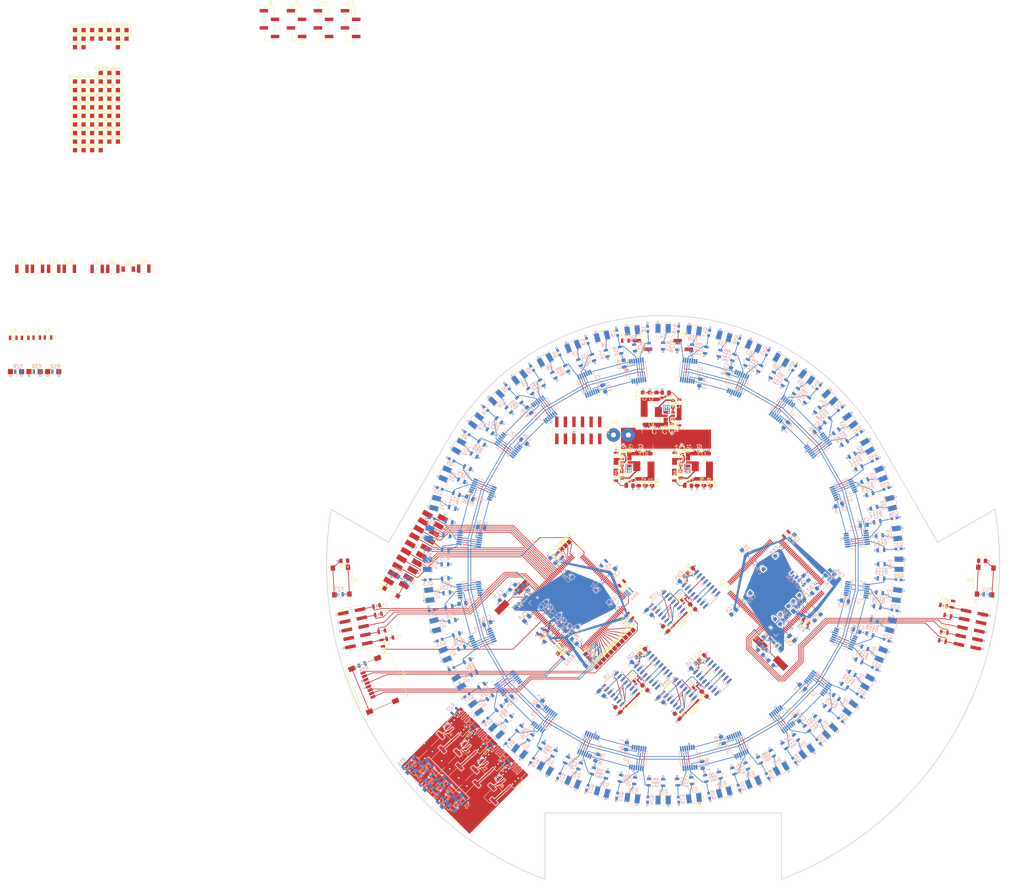
<source format=kicad_pcb>
(kicad_pcb (version 4) (host pcbnew 4.0.7)
  (layers (0 F.Cu signal) (1 In1.Cu power) (2 In2.Cu power) (31 B.Cu signal) (34 B.Paste user) (35 F.Paste user) (36 B.SilkS user) (37 F.SilkS user) (38 B.Mask user) (39 F.Mask user) (44 Edge.Cuts user hide))
  (net 0 "")
  (net 1 "/Motor Controller/RESET")
  (net 2 GND)
  (net 3 "/Sensor Controller/RESET")
  (net 4 /Button_top)
  (net 5 /Button_right)
  (net 6 /Button_mid)
  (net 7 /Button_left)
  (net 8 /Button_back)
  (net 9 /Button_bot)
  (net 10 "/Motor Controller/Encoder 1/ENC1_out_B")
  (net 11 "/Motor Controller/Encoder 1/ENC1_out_A")
  (net 12 "/Motor Controller/Encoder 2/ENC2_out_B")
  (net 13 "/Motor Controller/Encoder 2/ENC2_out_A")
  (net 14 "Net-(C5-Pad1)")
  (net 15 "/Motor Controller/Encoder 3/ENC3_out_B")
  (net 16 "/Motor Controller/Encoder 3/ENC3_out_A")
  (net 17 +3V3)
  (net 18 "Net-(C11-Pad1)")
  (net 19 "Net-(C12-Pad2)")
  (net 20 "Net-(C13-Pad1)")
  (net 21 "/Motor Controller/VDDUTMI")
  (net 22 "/Motor Controller/VDDANA")
  (net 23 "/Motor Controller/VDDOUT")
  (net 24 "Net-(C46-Pad1)")
  (net 25 "Net-(C49-Pad1)")
  (net 26 "Net-(C50-Pad2)")
  (net 27 "Net-(C51-Pad2)")
  (net 28 "Net-(C52-Pad1)")
  (net 29 "/Sensor Controller/VDDUTMI")
  (net 30 "/Sensor Controller/VDDANA")
  (net 31 "/Sensor Controller/VDDOUT")
  (net 32 "Net-(C72-Pad1)")
  (net 33 "Net-(C72-Pad2)")
  (net 34 +12V)
  (net 35 "Net-(C79-Pad1)")
  (net 36 "Net-(C79-Pad2)")
  (net 37 +5V)
  (net 38 "Net-(D1-Pad2)")
  (net 39 "Net-(D2-Pad2)")
  (net 40 "Net-(D3-Pad2)")
  (net 41 "Net-(D4-Pad2)")
  (net 42 "/Motor Controller/JTAG_Test_Mode_Select")
  (net 43 "/Motor Controller/JTAG_Test_Clock")
  (net 44 "/Motor Controller/JTAG_Test_Data_Out")
  (net 45 "Net-(J1-Pad7)")
  (net 46 "/Motor Controller/JTAG_Test_Data_In")
  (net 47 "Net-(J1-Pad10)")
  (net 48 "Net-(J2-Pad1)")
  (net 49 "Net-(J2-Pad5)")
  (net 50 "Net-(J2-Pad2)")
  (net 51 "Net-(J2-Pad6)")
  (net 52 "Net-(J3-Pad1)")
  (net 53 "Net-(J3-Pad5)")
  (net 54 "Net-(J3-Pad2)")
  (net 55 "Net-(J3-Pad6)")
  (net 56 "Net-(J4-Pad1)")
  (net 57 "Net-(J4-Pad5)")
  (net 58 "Net-(J4-Pad2)")
  (net 59 "Net-(J4-Pad6)")
  (net 60 "Net-(J5-Pad9)")
  (net 61 "Net-(J5-Pad8)")
  (net 62 "Net-(J5-Pad5)")
  (net 63 "Net-(J5-Pad3)")
  (net 64 "Net-(J5-Pad2)")
  (net 65 "Net-(J5-Pad1)")
  (net 66 "Net-(J6-Pad1)")
  (net 67 "Net-(J6-Pad2)")
  (net 68 "/Sensor Controller/JTAG_Test_Mode_Select")
  (net 69 "/Sensor Controller/JTAG_Test_Clock")
  (net 70 "/Sensor Controller/JTAG_Test_Data_Out")
  (net 71 "Net-(J7-Pad7)")
  (net 72 "/Sensor Controller/JTAG_Test_Data_In")
  (net 73 "Net-(J7-Pad10)")
  (net 74 "/Sensor Controller/Echo1")
  (net 75 "/Sensor Controller/Trig1")
  (net 76 "/Sensor Controller/Echo2")
  (net 77 "/Sensor Controller/Trig2")
  (net 78 "/Sensor Controller/Echo3")
  (net 79 "/Sensor Controller/Trig3")
  (net 80 "/Sensor Controller/Echo4")
  (net 81 "/Sensor Controller/Trig4")
  (net 82 "Net-(J12-Pad1)")
  (net 83 /I²C_clock)
  (net 84 /I²C_data)
  (net 85 /SPI0_MOSI)
  (net 86 /SPI0_MISO)
  (net 87 /SPI0_CLK)
  (net 88 /SPI0_SS0)
  (net 89 "/Sensor Controller/Linesensor 1/Photo1")
  (net 90 "/Sensor Controller/Linesensor 1/Photo2")
  (net 91 "/Sensor Controller/Linesensor 1/Photo3")
  (net 92 "/Sensor Controller/Linesensor 1/Photo4")
  (net 93 "Net-(R18-Pad1)")
  (net 94 "Net-(R20-Pad1)")
  (net 95 "Net-(R22-Pad1)")
  (net 96 "Net-(R23-Pad1)")
  (net 97 "Net-(R24-Pad1)")
  (net 98 "Net-(R28-Pad1)")
  (net 99 "Net-(R38-Pad1)")
  (net 100 "Net-(R39-Pad1)")
  (net 101 /BAT_LED)
  (net 102 /M_LED1)
  (net 103 /S_LED1)
  (net 104 /M_LED2)
  (net 105 /S_LED2)
  (net 106 /M_LED3)
  (net 107 /S_LED3)
  (net 108 "Net-(R59-Pad1)")
  (net 109 "Net-(R60-Pad1)")
  (net 110 "Net-(R63-Pad1)")
  (net 111 /SPI1_MISO)
  (net 112 /SPI1_MOSI)
  (net 113 /SPI1_SS0)
  (net 114 "Net-(U1-Pad37)")
  (net 115 "Net-(U1-Pad38)")
  (net 116 "Net-(U1-Pad39)")
  (net 117 "Net-(U1-Pad42)")
  (net 118 "Net-(U1-Pad43)")
  (net 119 "Net-(U1-Pad46)")
  (net 120 "Net-(U1-Pad48)")
  (net 121 "Net-(U1-Pad49)")
  (net 122 "Net-(U1-Pad50)")
  (net 123 "Net-(U1-Pad69)")
  (net 124 /SPI1_CLK)
  (net 125 "/Motor Controller/PWM0H")
  (net 126 "/Motor Controller/PWM0L")
  (net 127 "/Motor Controller/PWM1H")
  (net 128 "/Motor Controller/PWM1L")
  (net 129 "/Motor Controller/PWM2H")
  (net 130 "/Motor Controller/PWM2L")
  (net 131 "/Motor Controller/PWM3H")
  (net 132 "/Motor Controller/PWM3L")
  (net 133 "Net-(U6-Pad3)")
  (net 134 "Net-(U6-Pad4)")
  (net 135 "Net-(U6-Pad6)")
  (net 136 "/Motor Controller/Encoder 1/Direction")
  (net 137 "Net-(U7-Pad12)")
  (net 138 "Net-(U10-Pad4)")
  (net 139 "/Motor Controller/Encoder 1/0")
  (net 140 "Net-(U8-Pad3)")
  (net 141 "/Motor Controller/Encoder 1/2")
  (net 142 "/Motor Controller/Encoder 1/3")
  (net 143 "Net-(U8-Pad6)")
  (net 144 "/Motor Controller/Encoder 1/1")
  (net 145 "Net-(U8-Pad11)")
  (net 146 "Net-(U8-Pad14)")
  (net 147 "/Motor Controller/Encoder 1/4")
  (net 148 "/Motor Controller/Encoder 1/5")
  (net 149 "/Motor Controller/Encoder 1/ENC1_H")
  (net 150 "Net-(U10-Pad12)")
  (net 151 "Net-(U10-Pad13)")
  (net 152 "Net-(U11-Pad3)")
  (net 153 "Net-(U11-Pad4)")
  (net 154 "Net-(U11-Pad6)")
  (net 155 "/Motor Controller/Encoder 2/Direction")
  (net 156 "Net-(U12-Pad12)")
  (net 157 "Net-(U12-Pad13)")
  (net 158 "/Motor Controller/Encoder 2/0")
  (net 159 "Net-(U13-Pad3)")
  (net 160 "/Motor Controller/Encoder 2/2")
  (net 161 "/Motor Controller/Encoder 2/3")
  (net 162 "Net-(U13-Pad6)")
  (net 163 "/Motor Controller/Encoder 2/1")
  (net 164 "Net-(U13-Pad11)")
  (net 165 "Net-(U13-Pad14)")
  (net 166 "/Motor Controller/Encoder 2/4")
  (net 167 "/Motor Controller/Encoder 2/5")
  (net 168 "/Motor Controller/Encoder 2/ENC2_H")
  (net 169 "Net-(U15-Pad12)")
  (net 170 "Net-(U15-Pad13)")
  (net 171 "Net-(U16-Pad3)")
  (net 172 "Net-(U16-Pad4)")
  (net 173 "Net-(U16-Pad6)")
  (net 174 "/Motor Controller/Encoder 3/Direction")
  (net 175 "Net-(U17-Pad12)")
  (net 176 "Net-(U17-Pad13)")
  (net 177 "/Motor Controller/Encoder 3/0")
  (net 178 "Net-(U18-Pad3)")
  (net 179 "/Motor Controller/Encoder 3/2")
  (net 180 "/Motor Controller/Encoder 3/3")
  (net 181 "Net-(U18-Pad6)")
  (net 182 "/Motor Controller/Encoder 3/1")
  (net 183 "Net-(U18-Pad11)")
  (net 184 "Net-(U18-Pad14)")
  (net 185 "/Motor Controller/Encoder 3/4")
  (net 186 "/Motor Controller/Encoder 3/5")
  (net 187 "/Motor Controller/Encoder 3/ENC3_H")
  (net 188 "Net-(U20-Pad12)")
  (net 189 "Net-(U20-Pad13)")
  (net 190 "Net-(U23-Pad37)")
  (net 191 "Net-(U23-Pad38)")
  (net 192 "Net-(U23-Pad39)")
  (net 193 "Net-(U23-Pad42)")
  (net 194 "Net-(U23-Pad43)")
  (net 195 "Net-(U23-Pad46)")
  (net 196 "Net-(U23-Pad48)")
  (net 197 "Net-(U23-Pad49)")
  (net 198 "Net-(U23-Pad50)")
  (net 199 "Net-(U23-Pad69)")
  (net 200 "/Sensor Controller/VREF_white")
  (net 201 "Net-(C9-Pad2)")
  (net 202 "Net-(D18-Pad2)")
  (net 203 "Net-(D8-Pad2)")
  (net 204 "Net-(D20-Pad2)")
  (net 205 "Net-(D24-Pad2)")
  (net 206 "Net-(D28-Pad2)")
  (net 207 "Net-(D32-Pad2)")
  (net 208 "Net-(D36-Pad2)")
  (net 209 "Net-(D40-Pad2)")
  (net 210 "Net-(D44-Pad2)")
  (net 211 "Net-(D45-Pad2)")
  (net 212 "Net-(D48-Pad2)")
  (net 213 "Net-(D52-Pad2)")
  (net 214 "Net-(D56-Pad2)")
  (net 215 "/Sensor Controller/Linesensor 2/Photo1")
  (net 216 "/Sensor Controller/Linesensor 2/Photo2")
  (net 217 "/Sensor Controller/Linesensor 2/Photo3")
  (net 218 "/Sensor Controller/Linesensor 2/Photo4")
  (net 219 "/Sensor Controller/Linesensor 3/Photo1")
  (net 220 "/Sensor Controller/Linesensor 3/Photo2")
  (net 221 "/Sensor Controller/Linesensor 3/Photo3")
  (net 222 "/Sensor Controller/Linesensor 3/Photo4")
  (net 223 "/Sensor Controller/Linesensor 4/Photo1")
  (net 224 "/Sensor Controller/Linesensor 4/Photo2")
  (net 225 "/Sensor Controller/Linesensor 4/Photo3")
  (net 226 "/Sensor Controller/Linesensor 4/Photo4")
  (net 227 "/Sensor Controller/Linesensor 5/Photo1")
  (net 228 "/Sensor Controller/Linesensor 5/Photo2")
  (net 229 "/Sensor Controller/Linesensor 5/Photo3")
  (net 230 "/Sensor Controller/Linesensor 5/Photo4")
  (net 231 "/Sensor Controller/Linesensor 6/Photo1")
  (net 232 "/Sensor Controller/Linesensor 6/Photo2")
  (net 233 "/Sensor Controller/Linesensor 6/Photo3")
  (net 234 "/Sensor Controller/Linesensor 6/Photo4")
  (net 235 "/Sensor Controller/Linesensor 7/Photo1")
  (net 236 "/Sensor Controller/Linesensor 7/Photo2")
  (net 237 "/Sensor Controller/Linesensor 7/Photo3")
  (net 238 "/Sensor Controller/Linesensor 7/Photo4")
  (net 239 "/Sensor Controller/Linesensor 8/Photo1")
  (net 240 "/Sensor Controller/Linesensor 8/Photo2")
  (net 241 "/Sensor Controller/Linesensor 8/Photo3")
  (net 242 "/Sensor Controller/Linesensor 8/Photo4")
  (net 243 "/Sensor Controller/Linesensor 9/Photo1")
  (net 244 "/Sensor Controller/Linesensor 9/Photo2")
  (net 245 "/Sensor Controller/Linesensor 9/Photo3")
  (net 246 "/Sensor Controller/Linesensor 9/Photo4")
  (net 247 "/Sensor Controller/Linesensor 10/Photo1")
  (net 248 "/Sensor Controller/Linesensor 10/Photo2")
  (net 249 "/Sensor Controller/Linesensor 10/Photo3")
  (net 250 "/Sensor Controller/Linesensor 10/Photo4")
  (net 251 "/Sensor Controller/Linesensor 11/Photo1")
  (net 252 "/Sensor Controller/Linesensor 11/Photo2")
  (net 253 "/Sensor Controller/Linesensor 11/Photo3")
  (net 254 "/Sensor Controller/Linesensor 11/Photo4")
  (net 255 "/Sensor Controller/Linesensor 12/Photo1")
  (net 256 "/Sensor Controller/Linesensor 12/Photo2")
  (net 257 "/Sensor Controller/Linesensor 12/Photo3")
  (net 258 "/Sensor Controller/Linesensor 12/Photo4")
  (net 259 "Net-(D6-Pad2)")
  (net 260 "Net-(D22-Pad2)")
  (net 261 "Net-(D26-Pad2)")
  (net 262 "Net-(D30-Pad2)")
  (net 263 "Net-(D34-Pad2)")
  (net 264 "Net-(D38-Pad2)")
  (net 265 "Net-(D42-Pad2)")
  (net 266 "Net-(D46-Pad2)")
  (net 267 "Net-(D50-Pad2)")
  (net 268 "Net-(D54-Pad2)")
  (net 269 "Net-(D58-Pad2)")
  (net 270 "Net-(C45-Pad1)")
  (net 271 "Net-(C86-Pad1)")
  (net 272 "Net-(C86-Pad2)")
  (net 273 +5VD)
  (net 274 "Net-(D5-Pad2)")
  (net 275 "Net-(D7-Pad2)")
  (net 276 "Net-(D9-Pad2)")
  (net 277 "Net-(D19-Pad2)")
  (net 278 "Net-(D21-Pad2)")
  (net 279 "Net-(D23-Pad2)")
  (net 280 "Net-(D25-Pad2)")
  (net 281 "Net-(D27-Pad2)")
  (net 282 "Net-(D29-Pad2)")
  (net 283 "Net-(D31-Pad2)")
  (net 284 "Net-(D33-Pad2)")
  (net 285 "Net-(D35-Pad2)")
  (net 286 "Net-(D37-Pad2)")
  (net 287 "Net-(D39-Pad2)")
  (net 288 "Net-(D41-Pad2)")
  (net 289 "Net-(D43-Pad2)")
  (net 290 "Net-(D47-Pad2)")
  (net 291 "Net-(D49-Pad2)")
  (net 292 "Net-(D51-Pad2)")
  (net 293 "Net-(D53-Pad2)")
  (net 294 "Net-(D55-Pad2)")
  (net 295 "Net-(D57-Pad2)")
  (net 296 "Net-(D59-Pad2)")
  (net 297 "Net-(J5-Pad7)")
  (net 298 "/Sensor Controller/LBR")
  (net 299 /CMPS03_PWM)
  (net 300 /RPi1)
  (net 301 /RPi2)
  (net 302 /RPi3)
  (net 303 /RPi4)
  (net 304 "/Motor Controller/LED1")
  (net 305 "/Sensor Controller/LED2")
  (net 306 "Net-(R153-Pad1)")
  (net 307 "Net-(R154-Pad1)")
  (net 308 "Net-(SP1-Pad1)")
  (net 309 "Net-(SP2-Pad1)")
  (net 310 "Net-(SP3-Pad1)")
  (net 311 "Net-(SP4-Pad1)")
  (net 312 "Net-(SP5-Pad1)")
  (net 313 "Net-(SP6-Pad1)")
  (net 314 "Net-(SP7-Pad1)")
  (net 315 "Net-(SP8-Pad1)")
  (net 316 "Net-(SP9-Pad1)")
  (net 317 "Net-(SP10-Pad1)")
  (net 318 "Net-(SP11-Pad1)")
  (net 319 "Net-(SP12-Pad1)")
  (net 320 "Net-(SP13-Pad1)")
  (net 321 "Net-(SP14-Pad1)")
  (net 322 "Net-(SP15-Pad1)")
  (net 323 "Net-(SP16-Pad1)")
  (net 324 "Net-(SP17-Pad1)")
  (net 325 "Net-(SP18-Pad1)")
  (net 326 "Net-(SP20-Pad1)")
  (net 327 "Net-(SP21-Pad1)")
  (net 328 "Net-(SP22-Pad1)")
  (net 329 "Net-(SP23-Pad1)")
  (net 330 "Net-(SP24-Pad1)")
  (net 331 "Net-(SP25-Pad1)")
  (net 332 "Net-(SP26-Pad1)")
  (net 333 "Net-(SP27-Pad1)")
  (net 334 "Net-(SP28-Pad1)")
  (net 335 "Net-(SP29-Pad1)")
  (net 336 "Net-(SP30-Pad1)")
  (net 337 "Net-(SP31-Pad1)")
  (net 338 "Net-(SP33-Pad1)")
  (net 339 "Net-(SP34-Pad1)")
  (net 340 "Net-(SP35-Pad1)")
  (net 341 "Net-(SP36-Pad1)")
  (net 342 "Net-(SP37-Pad1)")
  (net 343 "Net-(SP38-Pad1)")
  (net 344 "Net-(SP39-Pad1)")
  (net 345 "Net-(SP40-Pad1)")
  (net 346 "Net-(SP41-Pad1)")
  (net 347 "Net-(SP42-Pad1)")
  (net 348 "Net-(SP43-Pad1)")
  (net 349 "Net-(SP44-Pad1)")
  (net 350 "Net-(SP45-Pad1)")
  (net 351 "Net-(SP46-Pad1)")
  (net 352 "Net-(SP47-Pad1)")
  (net 353 "Net-(SP48-Pad1)")
  (net 354 "Net-(SP49-Pad1)")
  (net 355 "Net-(SP50-Pad1)")
  (net 356 "Net-(SP51-Pad1)")
  (net 357 "Net-(SP52-Pad1)")
  (net 358 "Net-(SP53-Pad1)")
  (net 359 "Net-(SP54-Pad1)")
  (net 360 "Net-(SP55-Pad1)")
  (net 361 "Net-(SP56-Pad1)")
  (net 362 "Net-(SP57-Pad1)")
  (net 363 "Net-(SP58-Pad1)")
  (net 364 "Net-(SP59-Pad1)")
  (net 365 "Net-(SP60-Pad1)")
  (net 366 "Net-(SP61-Pad1)")
  (net 367 "Net-(SP62-Pad1)")
  (net 368 "Net-(SP63-Pad1)")
  (net 369 "Net-(SP64-Pad1)")
  (net 370 "Net-(SP65-Pad1)")
  (net 371 "Net-(SP66-Pad1)")
  (net 372 "Net-(SP67-Pad1)")
  (net 373 "Net-(SP68-Pad1)")
  (net 374 "Net-(SP69-Pad1)")
  (net 375 "Net-(SP70-Pad1)")
  (net 376 "Net-(SP71-Pad1)")
  (net 377 "Net-(SP72-Pad1)")
  (net 378 "Net-(SP73-Pad1)")
  (net 379 "Net-(SP74-Pad1)")
  (net 380 "Net-(SP75-Pad1)")
  (net 381 "Net-(SP76-Pad1)")
  (net 382 "Net-(SP77-Pad1)")
  (net 383 "Net-(SP78-Pad1)")
  (net 384 "Net-(SP79-Pad1)")
  (net 385 "Net-(SP80-Pad1)")
  (net 386 "Net-(SP81-Pad1)")
  (net 387 "Net-(SP82-Pad1)")
  (net 388 "Net-(SP83-Pad1)")
  (net 389 "Net-(SP84-Pad1)")
  (net 390 "Net-(SP85-Pad1)")
  (net 391 "Net-(SP86-Pad1)")
  (net 392 "Net-(SP87-Pad1)")
  (net 393 "Net-(SP88-Pad1)")
  (net 394 "Net-(SP89-Pad1)")
  (net 395 "Net-(SP90-Pad1)")
  (net 396 "Net-(SP91-Pad1)")
  (net 397 "/Motor Controller/ENC1A")
  (net 398 "/Motor Controller/ENC1C")
  (net 399 "/Motor Controller/ENC1D")
  (net 400 "/Motor Controller/ENC1E")
  (net 401 "/Motor Controller/ENC1F")
  (net 402 "/Motor Controller/ENC1G")
  (net 403 "/Motor Controller/ENC2A")
  (net 404 "/Motor Controller/ENC2B")
  (net 405 "/Motor Controller/ENC2C")
  (net 406 "/Motor Controller/ENC2D")
  (net 407 "/Motor Controller/ENC3F")
  (net 408 "/Motor Controller/ENC3G")
  (net 409 "/Motor Controller/ENC_LOAD")
  (net 410 "/Motor Controller/ENC1B")
  (net 411 "Net-(U1-Pad130)")
  (net 412 "/Motor Controller/ENC2E")
  (net 413 "/Motor Controller/ENC_CLK")
  (net 414 "/Motor Controller/ENC2F")
  (net 415 "/Motor Controller/ENC2G")
  (net 416 "/Motor Controller/ENC3A")
  (net 417 "/Motor Controller/ENC3B")
  (net 418 "/Motor Controller/ENC3C")
  (net 419 "/Motor Controller/ENC3D")
  (net 420 "/Motor Controller/ENC3E")
  (net 421 "/Sensor Controller/2BLACK")
  (net 422 "/Sensor Controller/VREF_black")
  (net 423 "/Sensor Controller/2WHITE")
  (net 424 "/Sensor Controller/1BLACK")
  (net 425 "/Sensor Controller/1WHITE")
  (net 426 "/Sensor Controller/3BLACK")
  (net 427 "/Sensor Controller/4BLACK")
  (net 428 "/Sensor Controller/4WHITE")
  (net 429 "/Sensor Controller/5BLACK")
  (net 430 "/Sensor Controller/5WHITE")
  (net 431 "/Sensor Controller/6BLACK")
  (net 432 "/Sensor Controller/6WHITE")
  (net 433 "/Sensor Controller/7BLACK")
  (net 434 "/Sensor Controller/7WHITE")
  (net 435 "/Sensor Controller/8BLACK")
  (net 436 "/Sensor Controller/12BLACK")
  (net 437 "/Sensor Controller/12WHITE")
  (net 438 "/Sensor Controller/3WHITE")
  (net 439 "Net-(U23-Pad130)")
  (net 440 "/Sensor Controller/8WHITE")
  (net 441 "/Sensor Controller/9BLACK")
  (net 442 "/Sensor Controller/9WHITE")
  (net 443 "/Sensor Controller/10BLACK")
  (net 444 "/Sensor Controller/10WHITE")
  (net 445 "/Sensor Controller/11BLACK")
  (net 446 "/Sensor Controller/11WHITE")
  (net 447 "Net-(J14-Pad20)")
  (net 448 "Net-(J14-Pad19)")
  (net 449 /RPi6)
  (net 450 /RPi5)
  (net 451 "Net-(R155-Pad2)")
  (net 452 "Net-(R53-Pad1)")
  (net 453 "Net-(R53-Pad2)")
  (net 454 "Net-(R54-Pad1)")
  (net 455 "Net-(R157-Pad1)")
  (net 456 "Net-(R158-Pad1)")
  (net 457 "Net-(R159-Pad1)")
  (net 458 "Net-(R163-Pad2)")
  (net 459 "Net-(R164-Pad2)")
  (net 460 "Net-(R165-Pad2)")
  (net 461 "Net-(R167-Pad1)")
  (net 462 "/Sensor Controller/S_LED1")
  (net 463 "/Sensor Controller/S_LED2")
  (net 464 "/Sensor Controller/S_LED3")
  (net 465 "Net-(RN1-Pad7)")
  (net 466 "Net-(RN1-Pad8)")
  (net 467 "Net-(RN1-Pad6)")
  (net 468 "Net-(RN1-Pad5)")
  (net 469 "Net-(RN2-Pad7)")
  (net 470 "Net-(RN2-Pad8)")
  (net 471 "Net-(RN2-Pad6)")
  (net 472 "Net-(RN2-Pad5)")
  (net 473 "Net-(RN1-Pad2)")
  (net 474 "Net-(RN3-Pad1)")
  (net 475 "Net-(RN3-Pad3)")
  (net 476 "Net-(RN3-Pad2)")
  (net 477 "Net-(RN3-Pad4)")
  (net 478 "Net-(RN4-Pad1)")
  (net 479 "Net-(RN4-Pad3)")
  (net 480 "Net-(RN4-Pad2)")
  (net 481 "Net-(RN4-Pad4)")
  (module TO_SOT_Packages_SMD:SOT-23-6 (layer F.Cu) (at 196.45574 149.87334 180)
    (fp_text reference U28 (at 0 -2.9 180) (layer F.SilkS))
    (fp_text value TPS563209)
    (pad 1 smd rect (at -1.1 -0.95 180) (size 1.06 0.65) (layers F.Cu F.Paste F.Mask) (net 2 GND))
    (pad 2 smd rect (at -1.1 0 180) (size 1.06 0.65) (layers F.Cu F.Paste F.Mask) (net 35 "Net-(C79-Pad1)"))
    (pad 3 smd rect (at -1.1 0.95 180) (size 1.06 0.65) (layers F.Cu F.Paste F.Mask) (net 34 +12V))
    (pad 4 smd rect (at 1.1 0.95 180) (size 1.06 0.65) (layers F.Cu F.Paste F.Mask) (net 452 "Net-(R53-Pad1)"))
    (pad 6 smd rect (at 1.1 -0.95 180) (size 1.06 0.65) (layers F.Cu F.Paste F.Mask) (net 36 "Net-(C79-Pad2)"))
    (pad 5 smd rect (at 1.1 0 180) (size 1.06 0.65) (layers F.Cu F.Paste F.Mask) (net 110 "Net-(R63-Pad1)"))
  )
  (module Resistors_SMD:R_0805 (layer B.Cu) (at 203.27 115.54 273.75)
    (fp_text reference R45 (at 0 1.65 273.75) (layer B.SilkS) (effects (justify mirror)))
    (fp_text value 6.2K)
    (pad 1 smd rect (at -0.95 0 273.75) (size 0.7 1.3) (layers B.Cu B.Paste B.Mask) (net 89 "/Sensor Controller/Linesensor 1/Photo1"))
    (pad 2 smd rect (at 0.95 0 273.75) (size 0.7 1.3) (layers B.Cu B.Paste B.Mask) (net 2 GND))
  )
  (module Buttons_Switches_SMD:SW_SPST_B3S-1000 (layer F.Cu) (at 112.20704 184.9628 273)
    (fp_text reference B1 (at 0.015123 -4.660297 363) (layer F.SilkS))
    (fp_text value BUTTON)
    (pad 1 smd rect (at -3.975 -2.25 273) (size 1.55 1.3) (layers F.Cu F.Paste F.Mask) (net 1 "/Motor Controller/RESET"))
    (pad 1 smd rect (at 3.975 -2.25 273) (size 1.55 1.3) (layers F.Cu F.Paste F.Mask) (net 1 "/Motor Controller/RESET"))
    (pad 2 smd rect (at -3.975 2.25 273) (size 1.55 1.3) (layers F.Cu F.Paste F.Mask) (net 2 GND))
    (pad 2 smd rect (at 3.975 2.25 273) (size 1.55 1.3) (layers F.Cu F.Paste F.Mask) (net 2 GND))
  )
  (module Buttons_Switches_SMD:SW_SPST_B3S-1000 (layer F.Cu) (at 302.82 184.98 87)
    (fp_text reference B2 (at 0 -4.5 177) (layer F.SilkS))
    (fp_text value BUTTON)
    (pad 1 smd rect (at -3.975 -2.25 87) (size 1.55 1.3) (layers F.Cu F.Paste F.Mask) (net 3 "/Sensor Controller/RESET"))
    (pad 1 smd rect (at 3.975 -2.25 87) (size 1.55 1.3) (layers F.Cu F.Paste F.Mask) (net 3 "/Sensor Controller/RESET"))
    (pad 2 smd rect (at -3.975 2.25 87) (size 1.55 1.3) (layers F.Cu F.Paste F.Mask) (net 2 GND))
    (pad 2 smd rect (at 3.975 2.25 87) (size 1.55 1.3) (layers F.Cu F.Paste F.Mask) (net 2 GND))
  )
  (module Capacitors_SMD:C_0805 (layer B.Cu) (at 142.737576 251.130933 225)
    (fp_text reference C1 (at 0 1.5 225) (layer B.SilkS) (effects (justify mirror)))
    (fp_text value opt.)
    (pad 1 smd rect (at -1 0 225) (size 1 1.25) (layers B.Cu B.Paste B.Mask) (net 10 "/Motor Controller/Encoder 1/ENC1_out_B"))
    (pad 2 smd rect (at 1 0 225) (size 1 1.25) (layers B.Cu B.Paste B.Mask) (net 2 GND))
  )
  (module Capacitors_SMD:C_0805 (layer B.Cu) (at 147.114567 249.087394 45)
    (fp_text reference C2 (at 0 1.5 45) (layer B.SilkS) (effects (justify mirror)))
    (fp_text value opt.)
    (pad 1 smd rect (at -1 0 45) (size 1 1.25) (layers B.Cu B.Paste B.Mask) (net 11 "/Motor Controller/Encoder 1/ENC1_out_A"))
    (pad 2 smd rect (at 1 0 45) (size 1 1.25) (layers B.Cu B.Paste B.Mask) (net 2 GND))
  )
  (module Capacitors_SMD:C_0805 (layer B.Cu) (at 137.660549 246.053906 225)
    (fp_text reference C3 (at 0 1.5 225) (layer B.SilkS) (effects (justify mirror)))
    (fp_text value opt.)
    (pad 1 smd rect (at -1 0 225) (size 1 1.25) (layers B.Cu B.Paste B.Mask) (net 12 "/Motor Controller/Encoder 2/ENC2_out_B"))
    (pad 2 smd rect (at 1 0 225) (size 1 1.25) (layers B.Cu B.Paste B.Mask) (net 2 GND))
  )
  (module Capacitors_SMD:C_0805 (layer B.Cu) (at 142.03754 244.010367 45)
    (fp_text reference C4 (at 0 1.5 45) (layer B.SilkS) (effects (justify mirror)))
    (fp_text value opt.)
    (pad 1 smd rect (at -1 0 45) (size 1 1.25) (layers B.Cu B.Paste B.Mask) (net 13 "/Motor Controller/Encoder 2/ENC2_out_A"))
    (pad 2 smd rect (at 1 0 45) (size 1 1.25) (layers B.Cu B.Paste B.Mask) (net 2 GND))
  )
  (module Capacitors_SMD:C_0805 (layer B.Cu) (at 166.759642 186.994752 135)
    (fp_text reference C5 (at 0 1.5 135) (layer B.SilkS) (effects (justify mirror)))
    (fp_text value 100n)
    (pad 1 smd rect (at -1 0 135) (size 1 1.25) (layers B.Cu B.Paste B.Mask) (net 14 "Net-(C5-Pad1)"))
    (pad 2 smd rect (at 1 0 135) (size 1 1.25) (layers B.Cu B.Paste B.Mask) (net 2 GND))
  )
  (module Capacitors_SMD:C_0805 (layer B.Cu) (at 132.56231 240.955666 225)
    (fp_text reference C7 (at 0 1.5 225) (layer B.SilkS) (effects (justify mirror)))
    (fp_text value opt.)
    (pad 1 smd rect (at -1 0 225) (size 1 1.25) (layers B.Cu B.Paste B.Mask) (net 15 "/Motor Controller/Encoder 3/ENC3_out_B"))
    (pad 2 smd rect (at 1 0 225) (size 1 1.25) (layers B.Cu B.Paste B.Mask) (net 2 GND))
  )
  (module Capacitors_SMD:C_0805 (layer B.Cu) (at 136.939301 238.912127 45)
    (fp_text reference C8 (at 0 1.5 45) (layer B.SilkS) (effects (justify mirror)))
    (fp_text value opt.)
    (pad 1 smd rect (at -1 0 45) (size 1 1.25) (layers B.Cu B.Paste B.Mask) (net 16 "/Motor Controller/Encoder 3/ENC3_out_A"))
    (pad 2 smd rect (at 1 0 45) (size 1 1.25) (layers B.Cu B.Paste B.Mask) (net 2 GND))
  )
  (module Capacitors_SMD:C_0805 (layer B.Cu) (at 162.891769 186.77555 45)
    (fp_text reference C9 (at 0 1.55 45) (layer B.SilkS) (effects (justify mirror)))
    (fp_text value 22p)
    (pad 1 smd rect (at -1 0 45) (size 1 1.25) (layers B.Cu B.Paste B.Mask) (net 2 GND))
    (pad 2 smd rect (at 1 0 45) (size 1 1.25) (layers B.Cu B.Paste B.Mask) (net 201 "Net-(C9-Pad2)"))
  )
  (module Capacitors_SMD:C_0805 (layer B.Cu) (at 185.335338 209.374683 45)
    (fp_text reference C10 (at 0.00274 1.49696 45) (layer B.SilkS) (effects (justify mirror)))
    (fp_text value 100n)
    (pad 1 smd rect (at -1 0 45) (size 1 1.25) (layers B.Cu B.Paste B.Mask) (net 17 +3V3))
    (pad 2 smd rect (at 1 0 45) (size 1 1.25) (layers B.Cu B.Paste B.Mask) (net 2 GND))
  )
  (module Capacitors_SMD:C_0805 (layer B.Cu) (at 186.530347 206.765459 315)
    (fp_text reference C11 (at 0.0019 1.5019 315) (layer B.SilkS) (effects (justify mirror)))
    (fp_text value 100n)
    (pad 1 smd rect (at -1 0 315) (size 1 1.25) (layers B.Cu B.Paste B.Mask) (net 18 "Net-(C11-Pad1)"))
    (pad 2 smd rect (at 1 0 315) (size 1 1.25) (layers B.Cu B.Paste B.Mask) (net 2 GND))
  )
  (module Capacitors_SMD:C_0805 (layer B.Cu) (at 159.829995 189.851465 225)
    (fp_text reference C12 (at -0.0019 1.4981 225) (layer B.SilkS) (effects (justify mirror)))
    (fp_text value 22p)
    (pad 1 smd rect (at -1 0 225) (size 1 1.25) (layers B.Cu B.Paste B.Mask) (net 2 GND))
    (pad 2 smd rect (at 1 0 225) (size 1 1.25) (layers B.Cu B.Paste B.Mask) (net 19 "Net-(C12-Pad2)"))
  )
  (module Capacitors_SMD:C_0805 (layer B.Cu) (at 167.113194 196.158856 225)
    (fp_text reference C13 (at 0.0019 1.5019 225) (layer B.SilkS) (effects (justify mirror)))
    (fp_text value 22p)
    (pad 1 smd rect (at -1 0 225) (size 1 1.25) (layers B.Cu B.Paste B.Mask) (net 20 "Net-(C13-Pad1)"))
    (pad 2 smd rect (at 1 0 225) (size 1 1.25) (layers B.Cu B.Paste B.Mask) (net 2 GND))
  )
  (module Capacitors_SMD:C_0805 (layer B.Cu) (at 175.994456 195.762876 45)
    (fp_text reference C15 (at 0 1.5 45) (layer B.SilkS) (effects (justify mirror)))
    (fp_text value 100n)
    (pad 1 smd rect (at -1 0 45) (size 1 1.25) (layers B.Cu B.Paste B.Mask) (net 17 +3V3))
    (pad 2 smd rect (at 1 0 45) (size 1 1.25) (layers B.Cu B.Paste B.Mask) (net 2 GND))
  )
  (module Capacitors_SMD:C_0805 (layer B.Cu) (at 174.89137 178.863024 135)
    (fp_text reference C16 (at 0 1.5 135) (layer B.SilkS) (effects (justify mirror)))
    (fp_text value 100n)
    (pad 1 smd rect (at -1 0 135) (size 1 1.25) (layers B.Cu B.Paste B.Mask) (net 17 +3V3))
    (pad 2 smd rect (at 1 0 135) (size 1 1.25) (layers B.Cu B.Paste B.Mask) (net 2 GND))
  )
  (module Capacitors_SMD:C_0805 (layer B.Cu) (at 173.123603 202.169265 225)
    (fp_text reference C17 (at 0 1.5 225) (layer B.SilkS) (effects (justify mirror)))
    (fp_text value 100n)
    (pad 1 smd rect (at -1 0 225) (size 1 1.25) (layers B.Cu B.Paste B.Mask) (net 17 +3V3))
    (pad 2 smd rect (at 1 0 225) (size 1 1.25) (layers B.Cu B.Paste B.Mask) (net 2 GND))
  )
  (module Capacitors_SMD:C_0805 (layer B.Cu) (at 181.417965 199.263056 45)
    (fp_text reference C18 (at 0 1.5 45) (layer B.SilkS) (effects (justify mirror)))
    (fp_text value 100n)
    (pad 1 smd rect (at -1 0 45) (size 1 1.25) (layers B.Cu B.Paste B.Mask) (net 17 +3V3))
    (pad 2 smd rect (at 1 0 45) (size 1 1.25) (layers B.Cu B.Paste B.Mask) (net 2 GND))
  )
  (module Capacitors_SMD:C_0805 (layer B.Cu) (at 197.136949 196.158857 315)
    (fp_text reference C19 (at 0 1.5 315) (layer B.SilkS) (effects (justify mirror)))
    (fp_text value 100n)
    (pad 1 smd rect (at -1 0 315) (size 1 1.25) (layers B.Cu B.Paste B.Mask) (net 17 +3V3))
    (pad 2 smd rect (at 1 0 315) (size 1 1.25) (layers B.Cu B.Paste B.Mask) (net 2 GND))
  )
  (module Capacitors_SMD:C_0805 (layer B.Cu) (at 192.540756 182.045006 45)
    (fp_text reference C20 (at 0 1.5 45) (layer B.SilkS) (effects (justify mirror)))
    (fp_text value 100n)
    (pad 1 smd rect (at -1 0 45) (size 1 1.25) (layers B.Cu B.Paste B.Mask) (net 17 +3V3))
    (pad 2 smd rect (at 1 0 45) (size 1 1.25) (layers B.Cu B.Paste B.Mask) (net 2 GND))
  )
  (module Capacitors_SMD:C_0805 (layer B.Cu) (at 172.10537 191.87379 45)
    (fp_text reference C21 (at 0 1.5 45) (layer B.SilkS) (effects (justify mirror)))
    (fp_text value 100n)
    (pad 1 smd rect (at -1 0 45) (size 1 1.25) (layers B.Cu B.Paste B.Mask) (net 21 "/Motor Controller/VDDUTMI"))
    (pad 2 smd rect (at 1 0 45) (size 1 1.25) (layers B.Cu B.Paste B.Mask) (net 2 GND))
  )
  (module Capacitors_SMD:C_0805 (layer B.Cu) (at 181.18462 202.833945 135)
    (fp_text reference C23 (at 0 1.5 135) (layer B.SilkS) (effects (justify mirror)))
    (fp_text value 100n)
    (pad 1 smd rect (at -1 0 135) (size 1 1.25) (layers B.Cu B.Paste B.Mask) (net 22 "/Motor Controller/VDDANA"))
    (pad 2 smd rect (at 1 0 135) (size 1 1.25) (layers B.Cu B.Paste B.Mask) (net 2 GND))
  )
  (module Capacitors_SMD:C_0805 (layer B.Cu) (at 179.883544 183.148091 315)
    (fp_text reference C26 (at 0 1.5 315) (layer B.SilkS) (effects (justify mirror)))
    (fp_text value 100n)
    (pad 1 smd rect (at -1 0 315) (size 1 1.25) (layers B.Cu B.Paste B.Mask) (net 23 "/Motor Controller/VDDOUT"))
    (pad 2 smd rect (at 1 0 315) (size 1 1.25) (layers B.Cu B.Paste B.Mask) (net 2 GND))
  )
  (module Capacitors_SMD:C_0805 (layer B.Cu) (at 173.519583 193.288004 45)
    (fp_text reference C27 (at 0 1.5 45) (layer B.SilkS) (effects (justify mirror)))
    (fp_text value 100n)
    (pad 1 smd rect (at -1 0 45) (size 1 1.25) (layers B.Cu B.Paste B.Mask) (net 23 "/Motor Controller/VDDOUT"))
    (pad 2 smd rect (at 1 0 45) (size 1 1.25) (layers B.Cu B.Paste B.Mask) (net 2 GND))
  )
  (module Capacitors_SMD:C_0805 (layer B.Cu) (at 177.408671 197.177091 45)
    (fp_text reference C28 (at 0 1.5 45) (layer B.SilkS) (effects (justify mirror)))
    (fp_text value 100n)
    (pad 1 smd rect (at -1 0 45) (size 1 1.25) (layers B.Cu B.Paste B.Mask) (net 23 "/Motor Controller/VDDOUT"))
    (pad 2 smd rect (at 1 0 45) (size 1 1.25) (layers B.Cu B.Paste B.Mask) (net 2 GND))
  )
  (module Capacitors_SMD:C_0805 (layer B.Cu) (at 179.176438 198.944858 45)
    (fp_text reference C29 (at 0 1.5 45) (layer B.SilkS) (effects (justify mirror)))
    (fp_text value 100n)
    (pad 1 smd rect (at -1 0 45) (size 1 1.25) (layers B.Cu B.Paste B.Mask) (net 23 "/Motor Controller/VDDOUT"))
    (pad 2 smd rect (at 1 0 45) (size 1 1.25) (layers B.Cu B.Paste B.Mask) (net 2 GND))
  )
  (module Capacitors_SMD:C_0805 (layer B.Cu) (at 192.144775 191.87379 135)
    (fp_text reference C30 (at 0 1.5 135) (layer B.SilkS) (effects (justify mirror)))
    (fp_text value 100n)
    (pad 1 smd rect (at -1 0 135) (size 1 1.25) (layers B.Cu B.Paste B.Mask) (net 23 "/Motor Controller/VDDOUT"))
    (pad 2 smd rect (at 1 0 135) (size 1 1.25) (layers B.Cu B.Paste B.Mask) (net 2 GND))
  )
  (module Capacitors_SMD:C_0805 (layer B.Cu) (at 188.255689 187.037179 225)
    (fp_text reference C31 (at 0 1.5 225) (layer B.SilkS) (effects (justify mirror)))
    (fp_text value 100n)
    (pad 1 smd rect (at -1 0 225) (size 1 1.25) (layers B.Cu B.Paste B.Mask) (net 23 "/Motor Controller/VDDOUT"))
    (pad 2 smd rect (at 1 0 225) (size 1 1.25) (layers B.Cu B.Paste B.Mask) (net 2 GND))
  )
  (module Capacitors_SMD:C_0805 (layer F.Cu) (at 113.13668 178.94808 183)
    (fp_text reference C32 (at 0 -1.5 183) (layer F.SilkS))
    (fp_text value 1u)
    (pad 1 smd rect (at -1 0 183) (size 1 1.25) (layers F.Cu F.Paste F.Mask) (net 1 "/Motor Controller/RESET"))
    (pad 2 smd rect (at 1 0 183) (size 1 1.25) (layers F.Cu F.Paste F.Mask) (net 2 GND))
  )
  (module Capacitors_SMD:C_0805 (layer F.Cu) (at 194.113128 223.064164 315)
    (fp_text reference C33 (at 0 -1.5 315) (layer F.SilkS))
    (fp_text value 100n)
    (pad 1 smd rect (at -1 0 315) (size 1 1.25) (layers F.Cu F.Paste F.Mask) (net 2 GND))
    (pad 2 smd rect (at 1 0 315) (size 1 1.25) (layers F.Cu F.Paste F.Mask) (net 17 +3V3))
  )
  (module Capacitors_SMD:C_0805 (layer B.Cu) (at 189.241162 218.192199 135)
    (fp_text reference C34 (at 0 1.5 135) (layer B.SilkS) (effects (justify mirror)))
    (fp_text value 100n)
    (pad 1 smd rect (at -1 0 135) (size 1 1.25) (layers B.Cu B.Paste B.Mask) (net 2 GND))
    (pad 2 smd rect (at 1 0 135) (size 1 1.25) (layers B.Cu B.Paste B.Mask) (net 17 +3V3))
  )
  (module Capacitors_SMD:C_0805 (layer F.Cu) (at 201.368043 205.796617 45)
    (fp_text reference C35 (at 0 -1.5 45) (layer F.SilkS))
    (fp_text value 100n)
    (pad 1 smd rect (at -1 0 45) (size 1 1.25) (layers F.Cu F.Paste F.Mask) (net 2 GND))
    (pad 2 smd rect (at 1 0 45) (size 1 1.25) (layers F.Cu F.Paste F.Mask) (net 17 +3V3))
  )
  (module Capacitors_SMD:C_0805 (layer B.Cu) (at 198.963881 208.200782 225)
    (fp_text reference C36 (at 0 1.5 225) (layer B.SilkS) (effects (justify mirror)))
    (fp_text value 100n)
    (pad 1 smd rect (at -1 0 225) (size 1 1.25) (layers B.Cu B.Paste B.Mask) (net 2 GND))
    (pad 2 smd rect (at 1 0 225) (size 1 1.25) (layers B.Cu B.Paste B.Mask) (net 17 +3V3))
  )
  (module Capacitors_SMD:C_0805 (layer F.Cu) (at 211.703142 224.975419 315)
    (fp_text reference C37 (at 0 -1.5 315) (layer F.SilkS))
    (fp_text value 100n)
    (pad 1 smd rect (at -1 0 315) (size 1 1.25) (layers F.Cu F.Paste F.Mask) (net 2 GND))
    (pad 2 smd rect (at 1 0 315) (size 1 1.25) (layers F.Cu F.Paste F.Mask) (net 17 +3V3))
  )
  (module Capacitors_SMD:C_0805 (layer B.Cu) (at 206.824105 220.096382 135)
    (fp_text reference C38 (at 0 1.5 135) (layer B.SilkS) (effects (justify mirror)))
    (fp_text value 100n)
    (pad 1 smd rect (at -1 0 135) (size 1 1.25) (layers B.Cu B.Paste B.Mask) (net 2 GND))
    (pad 2 smd rect (at 1 0 135) (size 1 1.25) (layers B.Cu B.Paste B.Mask) (net 17 +3V3))
  )
  (module Capacitors_SMD:C_0805 (layer F.Cu) (at 218.915631 207.637161 45)
    (fp_text reference C39 (at 0 -1.5 45) (layer F.SilkS))
    (fp_text value 100n)
    (pad 1 smd rect (at -1 0 45) (size 1 1.25) (layers F.Cu F.Paste F.Mask) (net 2 GND))
    (pad 2 smd rect (at 1 0 45) (size 1 1.25) (layers F.Cu F.Paste F.Mask) (net 17 +3V3))
  )
  (module Capacitors_SMD:C_0805 (layer B.Cu) (at 216.511468 210.041324 225)
    (fp_text reference C40 (at 0 1.5 225) (layer B.SilkS) (effects (justify mirror)))
    (fp_text value 100n)
    (pad 1 smd rect (at -1 0 225) (size 1 1.25) (layers B.Cu B.Paste B.Mask) (net 2 GND))
    (pad 2 smd rect (at 1 0 225) (size 1 1.25) (layers B.Cu B.Paste B.Mask) (net 17 +3V3))
  )
  (module Capacitors_SMD:C_0805 (layer F.Cu) (at 208.210883 199.124163 315)
    (fp_text reference C41 (at 0 -1.5 315) (layer F.SilkS))
    (fp_text value 100n)
    (pad 1 smd rect (at -1 0 315) (size 1 1.25) (layers F.Cu F.Paste F.Mask) (net 2 GND))
    (pad 2 smd rect (at 1 0 315) (size 1 1.25) (layers F.Cu F.Paste F.Mask) (net 17 +3V3))
  )
  (module Capacitors_SMD:C_0805 (layer B.Cu) (at 203.345989 194.259266 135)
    (fp_text reference C42 (at 0 1.5 135) (layer B.SilkS) (effects (justify mirror)))
    (fp_text value 100n)
    (pad 1 smd rect (at -1 0 135) (size 1 1.25) (layers B.Cu B.Paste B.Mask) (net 2 GND))
    (pad 2 smd rect (at 1 0 135) (size 1 1.25) (layers B.Cu B.Paste B.Mask) (net 17 +3V3))
  )
  (module Capacitors_SMD:C_0805 (layer F.Cu) (at 215.515294 181.863687 45)
    (fp_text reference C43 (at 0 -1.5 45) (layer F.SilkS))
    (fp_text value 100n)
    (pad 1 smd rect (at -1 0 45) (size 1 1.25) (layers F.Cu F.Paste F.Mask) (net 2 GND))
    (pad 2 smd rect (at 1 0 45) (size 1 1.25) (layers F.Cu F.Paste F.Mask) (net 17 +3V3))
  )
  (module Capacitors_SMD:C_0805 (layer B.Cu) (at 213.118202 184.260779 225)
    (fp_text reference C44 (at 0 1.5 225) (layer B.SilkS) (effects (justify mirror)))
    (fp_text value 100n)
    (pad 1 smd rect (at -1 0 225) (size 1 1.25) (layers B.Cu B.Paste B.Mask) (net 2 GND))
    (pad 2 smd rect (at 1 0 225) (size 1 1.25) (layers B.Cu B.Paste B.Mask) (net 17 +3V3))
  )
  (module Capacitors_SMD:C_0805 (layer B.Cu) (at 249.76 184.07 315)
    (fp_text reference C45 (at 0 1.5 315) (layer B.SilkS) (effects (justify mirror)))
    (fp_text value 10n)
    (pad 1 smd rect (at -1 0 315) (size 1 1.25) (layers B.Cu B.Paste B.Mask) (net 270 "Net-(C45-Pad1)"))
    (pad 2 smd rect (at 1 0 315) (size 1 1.25) (layers B.Cu B.Paste B.Mask) (net 2 GND))
  )
  (module Capacitors_SMD:C_0805 (layer B.Cu) (at 236.487029 202.30078 225)
    (fp_text reference C46 (at 0 1.5 225) (layer B.SilkS) (effects (justify mirror)))
    (fp_text value 100n)
    (pad 1 smd rect (at -1 0 225) (size 1 1.25) (layers B.Cu B.Paste B.Mask) (net 24 "Net-(C46-Pad1)"))
    (pad 2 smd rect (at 1 0 225) (size 1 1.25) (layers B.Cu B.Paste B.Mask) (net 2 GND))
  )
  (module Capacitors_SMD:C_0805 (layer B.Cu) (at 258.866959 183.725084 135)
    (fp_text reference C48 (at 0 1.5 315) (layer B.SilkS) (effects (justify mirror)))
    (fp_text value 100n)
    (pad 1 smd rect (at -1 0 135) (size 1 1.25) (layers B.Cu B.Paste B.Mask) (net 17 +3V3))
    (pad 2 smd rect (at 1 0 135) (size 1 1.25) (layers B.Cu B.Paste B.Mask) (net 2 GND))
  )
  (module Capacitors_SMD:C_0805 (layer B.Cu) (at 256.257735 182.530074 45)
    (fp_text reference C49 (at 0 1.5 45) (layer B.SilkS) (effects (justify mirror)))
    (fp_text value 100n)
    (pad 1 smd rect (at -1 0 45) (size 1 1.25) (layers B.Cu B.Paste B.Mask) (net 25 "Net-(C49-Pad1)"))
    (pad 2 smd rect (at 1 0 45) (size 1 1.25) (layers B.Cu B.Paste B.Mask) (net 2 GND))
  )
  (module Capacitors_SMD:C_0805 (layer B.Cu) (at 236.260755 206.161583 135)
    (fp_text reference C50 (at 0 1.5 135) (layer B.SilkS) (effects (justify mirror)))
    (fp_text value 22p)
    (pad 1 smd rect (at -1 0 135) (size 1 1.25) (layers B.Cu B.Paste B.Mask) (net 2 GND))
    (pad 2 smd rect (at 1 0 135) (size 1 1.25) (layers B.Cu B.Paste B.Mask) (net 26 "Net-(C50-Pad2)"))
  )
  (module Capacitors_SMD:C_0805 (layer B.Cu) (at 239.33667 209.223355 315)
    (fp_text reference C51 (at 0 1.5 315) (layer B.SilkS) (effects (justify mirror)))
    (fp_text value 22p)
    (pad 1 smd rect (at -1 0 315) (size 1 1.25) (layers B.Cu B.Paste B.Mask) (net 2 GND))
    (pad 2 smd rect (at 1 0 315) (size 1 1.25) (layers B.Cu B.Paste B.Mask) (net 27 "Net-(C51-Pad2)"))
  )
  (module Capacitors_SMD:C_0805 (layer B.Cu) (at 245.651133 201.947226 315)
    (fp_text reference C52 (at 0 1.5 315) (layer B.SilkS) (effects (justify mirror)))
    (fp_text value 22p)
    (pad 1 smd rect (at -1 0 315) (size 1 1.25) (layers B.Cu B.Paste B.Mask) (net 28 "Net-(C52-Pad1)"))
    (pad 2 smd rect (at 1 0 315) (size 1 1.25) (layers B.Cu B.Paste B.Mask) (net 2 GND))
  )
  (module Capacitors_SMD:C_0805 (layer B.Cu) (at 245.255153 193.065965 135)
    (fp_text reference C54 (at 0 1.5 135) (layer B.SilkS) (effects (justify mirror)))
    (fp_text value 100n)
    (pad 1 smd rect (at -1 0 135) (size 1 1.25) (layers B.Cu B.Paste B.Mask) (net 17 +3V3))
    (pad 2 smd rect (at 1 0 135) (size 1 1.25) (layers B.Cu B.Paste B.Mask) (net 2 GND))
  )
  (module Capacitors_SMD:C_0805 (layer B.Cu) (at 228.355301 194.169052 225)
    (fp_text reference C55 (at 0 1.5 225) (layer B.SilkS) (effects (justify mirror)))
    (fp_text value 100n)
    (pad 1 smd rect (at -1 0 225) (size 1 1.25) (layers B.Cu B.Paste B.Mask) (net 17 +3V3))
    (pad 2 smd rect (at 1 0 225) (size 1 1.25) (layers B.Cu B.Paste B.Mask) (net 2 GND))
  )
  (module Capacitors_SMD:C_0805 (layer B.Cu) (at 251.661541 195.936819 315)
    (fp_text reference C56 (at 0 1.5 315) (layer B.SilkS) (effects (justify mirror)))
    (fp_text value 100n)
    (pad 1 smd rect (at -1 0 315) (size 1 1.25) (layers B.Cu B.Paste B.Mask) (net 17 +3V3))
    (pad 2 smd rect (at 1 0 315) (size 1 1.25) (layers B.Cu B.Paste B.Mask) (net 2 GND))
  )
  (module Capacitors_SMD:C_0805 (layer B.Cu) (at 253.429308 194.169052 315)
    (fp_text reference C57 (at 0 1.5 315) (layer B.SilkS) (effects (justify mirror)))
    (fp_text value 100n)
    (pad 1 smd rect (at -1 0 315) (size 1 1.25) (layers B.Cu B.Paste B.Mask) (net 17 +3V3))
    (pad 2 smd rect (at 1 0 315) (size 1 1.25) (layers B.Cu B.Paste B.Mask) (net 2 GND))
  )
  (module Capacitors_SMD:C_0805 (layer B.Cu) (at 245.651133 171.923472 45)
    (fp_text reference C58 (at 0 1.5 45) (layer B.SilkS) (effects (justify mirror)))
    (fp_text value 100n)
    (pad 1 smd rect (at -1 0 45) (size 1 1.25) (layers B.Cu B.Paste B.Mask) (net 17 +3V3))
    (pad 2 smd rect (at 1 0 45) (size 1 1.25) (layers B.Cu B.Paste B.Mask) (net 2 GND))
  )
  (module Capacitors_SMD:C_0805 (layer B.Cu) (at 231.537282 176.519666 135)
    (fp_text reference C59 (at 0 1.5 135) (layer B.SilkS) (effects (justify mirror)))
    (fp_text value 100n)
    (pad 1 smd rect (at -1 0 135) (size 1 1.25) (layers B.Cu B.Paste B.Mask) (net 17 +3V3))
    (pad 2 smd rect (at 1 0 135) (size 1 1.25) (layers B.Cu B.Paste B.Mask) (net 2 GND))
  )
  (module Capacitors_SMD:C_0805 (layer B.Cu) (at 241.366066 196.955052 135)
    (fp_text reference C60 (at 0 1.5 135) (layer B.SilkS) (effects (justify mirror)))
    (fp_text value 100n)
    (pad 1 smd rect (at -1 0 135) (size 1 1.25) (layers B.Cu B.Paste B.Mask) (net 29 "/Sensor Controller/VDDUTMI"))
    (pad 2 smd rect (at 1 0 135) (size 1 1.25) (layers B.Cu B.Paste B.Mask) (net 2 GND))
  )
  (module Capacitors_SMD:C_0805 (layer B.Cu) (at 252.326221 187.875801 225)
    (fp_text reference C62 (at 0 1.5 225) (layer B.SilkS) (effects (justify mirror)))
    (fp_text value 100n)
    (pad 1 smd rect (at -1 0 225) (size 1 1.25) (layers B.Cu B.Paste B.Mask) (net 30 "/Sensor Controller/VDDANA"))
    (pad 2 smd rect (at 1 0 225) (size 1 1.25) (layers B.Cu B.Paste B.Mask) (net 2 GND))
  )
  (module Capacitors_SMD:C_1206 (layer F.Cu) (at 49.20234 92.64904)
    (fp_text reference C63 (at 0 -1.75 180) (layer F.SilkS))
    (fp_text value 10u)
    (pad 1 smd rect (at -1.5 0) (size 1 1.6) (layers F.Cu F.Paste F.Mask) (net 30 "/Sensor Controller/VDDANA"))
    (pad 2 smd rect (at 1.5 0) (size 1 1.6) (layers F.Cu F.Paste F.Mask) (net 2 GND))
  )
  (module Capacitors_SMD:C_0805 (layer B.Cu) (at 232.640368 189.176878 45)
    (fp_text reference C65 (at 0 1.5 45) (layer B.SilkS) (effects (justify mirror)))
    (fp_text value 100n)
    (pad 1 smd rect (at -1 0 45) (size 1 1.25) (layers B.Cu B.Paste B.Mask) (net 31 "/Sensor Controller/VDDOUT"))
    (pad 2 smd rect (at 1 0 45) (size 1 1.25) (layers B.Cu B.Paste B.Mask) (net 2 GND))
  )
  (module Capacitors_SMD:C_0805 (layer B.Cu) (at 242.78028 195.540839 135)
    (fp_text reference C66 (at 0 1.5 135) (layer B.SilkS) (effects (justify mirror)))
    (fp_text value 100n)
    (pad 1 smd rect (at -1 0 135) (size 1 1.25) (layers B.Cu B.Paste B.Mask) (net 31 "/Sensor Controller/VDDOUT"))
    (pad 2 smd rect (at 1 0 135) (size 1 1.25) (layers B.Cu B.Paste B.Mask) (net 2 GND))
  )
  (module Capacitors_SMD:C_0805 (layer B.Cu) (at 246.669367 191.651751 135)
    (fp_text reference C67 (at 0 1.5 135) (layer B.SilkS) (effects (justify mirror)))
    (fp_text value 100n)
    (pad 1 smd rect (at -1 0 135) (size 1 1.25) (layers B.Cu B.Paste B.Mask) (net 31 "/Sensor Controller/VDDOUT"))
    (pad 2 smd rect (at 1 0 135) (size 1 1.25) (layers B.Cu B.Paste B.Mask) (net 2 GND))
  )
  (module Capacitors_SMD:C_0805 (layer B.Cu) (at 248.437134 189.883984 135)
    (fp_text reference C68 (at 0 1.5 135) (layer B.SilkS) (effects (justify mirror)))
    (fp_text value 100n)
    (pad 1 smd rect (at -1 0 135) (size 1 1.25) (layers B.Cu B.Paste B.Mask) (net 31 "/Sensor Controller/VDDOUT"))
    (pad 2 smd rect (at 1 0 135) (size 1 1.25) (layers B.Cu B.Paste B.Mask) (net 2 GND))
  )
  (module Capacitors_SMD:C_0805 (layer B.Cu) (at 241.366066 176.915646 225)
    (fp_text reference C69 (at 0 1.5 225) (layer B.SilkS) (effects (justify mirror)))
    (fp_text value 100n)
    (pad 1 smd rect (at -1 0 225) (size 1 1.25) (layers B.Cu B.Paste B.Mask) (net 31 "/Sensor Controller/VDDOUT"))
    (pad 2 smd rect (at 1 0 225) (size 1 1.25) (layers B.Cu B.Paste B.Mask) (net 2 GND))
  )
  (module Capacitors_SMD:C_0805 (layer B.Cu) (at 236.529456 180.804733 315)
    (fp_text reference C70 (at 0 1.5 315) (layer B.SilkS) (effects (justify mirror)))
    (fp_text value 100n)
    (pad 1 smd rect (at -1 0 315) (size 1 1.25) (layers B.Cu B.Paste B.Mask) (net 31 "/Sensor Controller/VDDOUT"))
    (pad 2 smd rect (at 1 0 315) (size 1 1.25) (layers B.Cu B.Paste B.Mask) (net 2 GND))
  )
  (module Capacitors_SMD:C_0805 (layer F.Cu) (at 301.88 178.97 357)
    (fp_text reference C71 (at 0 -1.5 357) (layer F.SilkS))
    (fp_text value 1u)
    (pad 1 smd rect (at -1 0 357) (size 1 1.25) (layers F.Cu F.Paste F.Mask) (net 3 "/Sensor Controller/RESET"))
    (pad 2 smd rect (at 1 0 357) (size 1 1.25) (layers F.Cu F.Paste F.Mask) (net 2 GND))
  )
  (module Capacitors_SMD:C_0805 (layer F.Cu) (at 210.43456 132.43748 270)
    (fp_text reference C72 (at 0 -1.5 270) (layer F.SilkS))
    (fp_text value 100n)
    (pad 1 smd rect (at -1 0 270) (size 1 1.25) (layers F.Cu F.Paste F.Mask) (net 32 "Net-(C72-Pad1)"))
    (pad 2 smd rect (at 1 0 270) (size 1 1.25) (layers F.Cu F.Paste F.Mask) (net 33 "Net-(C72-Pad2)"))
  )
  (module Capacitors_SMD:C_0805 (layer F.Cu) (at 208.23456 139.65748 270)
    (fp_text reference C78 (at 0 -1.5 270) (layer F.SilkS))
    (fp_text value 100n)
    (pad 1 smd rect (at -1 0 270) (size 1 1.25) (layers F.Cu F.Paste F.Mask) (net 34 +12V))
    (pad 2 smd rect (at 1 0 270) (size 1 1.25) (layers F.Cu F.Paste F.Mask) (net 2 GND))
  )
  (module Capacitors_SMD:C_0805 (layer F.Cu) (at 195.3595 153.48394 90)
    (fp_text reference C79 (at 0 -1.5 90) (layer F.SilkS))
    (fp_text value 100n)
    (pad 1 smd rect (at -1 0 90) (size 1 1.25) (layers F.Cu F.Paste F.Mask) (net 35 "Net-(C79-Pad1)"))
    (pad 2 smd rect (at 1 0 90) (size 1 1.25) (layers F.Cu F.Paste F.Mask) (net 36 "Net-(C79-Pad2)"))
  )
  (module Capacitors_SMD:C_0805 (layer F.Cu) (at 197.5495 146.26394 90)
    (fp_text reference C85 (at 0 -1.5 90) (layer F.SilkS))
    (fp_text value 100n)
    (pad 1 smd rect (at -1 0 90) (size 1 1.25) (layers F.Cu F.Paste F.Mask) (net 34 +12V))
    (pad 2 smd rect (at 1 0 90) (size 1 1.25) (layers F.Cu F.Paste F.Mask) (net 2 GND))
  )
  (module LEDs:LED_1206 (layer F.Cu) (at 16 123)
    (fp_text reference D1 (at 0 -1.6) (layer F.SilkS))
    (fp_text value "POW B")
    (pad 2 smd rect (at 1.65 0 180) (size 1.5 1.5) (layers F.Cu F.Paste F.Mask) (net 38 "Net-(D1-Pad2)"))
    (pad 1 smd rect (at -1.65 0 180) (size 1.5 1.5) (layers F.Cu F.Paste F.Mask) (net 2 GND))
  )
  (module LEDs:LED_1206 (layer F.Cu) (at 21.5 123)
    (fp_text reference D2 (at 0 -1.6) (layer F.SilkS))
    (fp_text value "LED O")
    (pad 2 smd rect (at 1.65 0 180) (size 1.5 1.5) (layers F.Cu F.Paste F.Mask) (net 39 "Net-(D2-Pad2)"))
    (pad 1 smd rect (at -1.65 0 180) (size 1.5 1.5) (layers F.Cu F.Paste F.Mask) (net 2 GND))
  )
  (module LEDs:LED_1206 (layer F.Cu) (at 27 123)
    (fp_text reference D3 (at 0 -1.6) (layer F.SilkS))
    (fp_text value "LED G")
    (pad 2 smd rect (at 1.65 0 180) (size 1.5 1.5) (layers F.Cu F.Paste F.Mask) (net 40 "Net-(D3-Pad2)"))
    (pad 1 smd rect (at -1.65 0 180) (size 1.5 1.5) (layers F.Cu F.Paste F.Mask) (net 2 GND))
  )
  (module LEDs:LED_PLCC-2 (layer B.Cu) (at 207.49 110.2)
    (fp_text reference D4 (at 0 2.5) (layer B.SilkS) (effects (justify mirror)))
    (fp_text value VLMW41R1T1)
    (pad 1 smd rect (at -1.5 0) (size 1.5 2.6) (layers B.Cu B.Paste B.Mask) (net 2 GND))
    (pad 2 smd rect (at 1.5 0) (size 1.5 2.6) (layers B.Cu B.Paste B.Mask) (net 41 "Net-(D4-Pad2)"))
  )
  (module LEDs:LED_PLCC-2 (layer B.Cu) (at 198.39 110.78 7.5)
    (fp_text reference D5 (at 0 2.5 7.5) (layer B.SilkS) (effects (justify mirror)))
    (fp_text value VLMW41R1T1)
    (pad 1 smd rect (at -1.5 0 7.5) (size 1.5 2.6) (layers B.Cu B.Paste B.Mask) (net 2 GND))
    (pad 2 smd rect (at 1.5 0 7.5) (size 1.5 2.6) (layers B.Cu B.Paste B.Mask) (net 274 "Net-(D5-Pad2)"))
  )
  (module LEDs:LED_PLCC-2 (layer B.Cu) (at 189.43 112.57 15)
    (fp_text reference D6 (at 0 2.5 15) (layer B.SilkS) (effects (justify mirror)))
    (fp_text value VLMW41R1T1)
    (pad 1 smd rect (at -1.5 0 15) (size 1.5 2.6) (layers B.Cu B.Paste B.Mask) (net 2 GND))
    (pad 2 smd rect (at 1.5 0 15) (size 1.5 2.6) (layers B.Cu B.Paste B.Mask) (net 259 "Net-(D6-Pad2)"))
  )
  (module LEDs:LED_PLCC-2 (layer B.Cu) (at 180.78 115.49 22.5)
    (fp_text reference D7 (at 0 2.5 22.5) (layer B.SilkS) (effects (justify mirror)))
    (fp_text value VLMW41R1T1)
    (pad 1 smd rect (at -1.5 0 22.5) (size 1.5 2.6) (layers B.Cu B.Paste B.Mask) (net 2 GND))
    (pad 2 smd rect (at 1.5 0 22.5) (size 1.5 2.6) (layers B.Cu B.Paste B.Mask) (net 275 "Net-(D7-Pad2)"))
  )
  (module Pin_Headers:Pin_Header_Straight_2x05_Pitch2.54mm_SMD (layer F.Cu) (at 116.39296 198.91248 12)
    (fp_text reference J1 (at 0.015593 -7.973848 102) (layer F.SilkS))
    (fp_text value JTAG)
    (pad 1 smd rect (at -2.525 -5.08 12) (size 3.15 1) (layers F.Cu F.Paste F.Mask) (net 17 +3V3))
    (pad 2 smd rect (at 2.525 -5.08 12) (size 3.15 1) (layers F.Cu F.Paste F.Mask) (net 42 "/Motor Controller/JTAG_Test_Mode_Select"))
    (pad 3 smd rect (at -2.525 -2.54 12) (size 3.15 1) (layers F.Cu F.Paste F.Mask) (net 2 GND))
    (pad 4 smd rect (at 2.525 -2.54 12) (size 3.15 1) (layers F.Cu F.Paste F.Mask) (net 43 "/Motor Controller/JTAG_Test_Clock"))
    (pad 5 smd rect (at -2.525 0 12) (size 3.15 1) (layers F.Cu F.Paste F.Mask) (net 2 GND))
    (pad 6 smd rect (at 2.525 0 12) (size 3.15 1) (layers F.Cu F.Paste F.Mask) (net 44 "/Motor Controller/JTAG_Test_Data_Out"))
    (pad 7 smd rect (at -2.525 2.54 12) (size 3.15 1) (layers F.Cu F.Paste F.Mask) (net 45 "Net-(J1-Pad7)"))
    (pad 8 smd rect (at 2.525 2.54 12) (size 3.15 1) (layers F.Cu F.Paste F.Mask) (net 46 "/Motor Controller/JTAG_Test_Data_In"))
    (pad 9 smd rect (at -2.525 5.08 12) (size 3.15 1) (layers F.Cu F.Paste F.Mask) (net 2 GND))
    (pad 10 smd rect (at 2.525 5.08 12) (size 3.15 1) (layers F.Cu F.Paste F.Mask) (net 47 "Net-(J1-Pad10)"))
  )
  (module Pin_Headers:Pin_Header_Straight_1x06_Pitch2.54mm_SMD_Pin1Left (layer F.Cu) (at 148.486354 246.485241 315)
    (fp_text reference J2 (at 0 -8.68 315) (layer F.SilkS))
    (fp_text value "Motor + Enc 1")
    (pad 1 smd rect (at -1.655 -6.35 315) (size 2.51 1) (layers F.Cu F.Paste F.Mask) (net 48 "Net-(J2-Pad1)"))
    (pad 3 smd rect (at -1.655 -1.27 315) (size 2.51 1) (layers F.Cu F.Paste F.Mask) (net 2 GND))
    (pad 5 smd rect (at -1.655 3.81 315) (size 2.51 1) (layers F.Cu F.Paste F.Mask) (net 49 "Net-(J2-Pad5)"))
    (pad 2 smd rect (at 1.655 -3.81 315) (size 2.51 1) (layers F.Cu F.Paste F.Mask) (net 50 "Net-(J2-Pad2)"))
    (pad 4 smd rect (at 1.655 1.27 315) (size 2.51 1) (layers F.Cu F.Paste F.Mask) (net 273 +5VD))
    (pad 6 smd rect (at 1.655 6.35 315) (size 2.51 1) (layers F.Cu F.Paste F.Mask) (net 51 "Net-(J2-Pad6)"))
  )
  (module Pin_Headers:Pin_Header_Straight_1x06_Pitch2.54mm_SMD_Pin1Left (layer F.Cu) (at 143.409328 241.408214 315)
    (fp_text reference J3 (at 0 -8.68 315) (layer F.SilkS))
    (fp_text value "Motor + Enc 2")
    (pad 1 smd rect (at -1.655 -6.35 315) (size 2.51 1) (layers F.Cu F.Paste F.Mask) (net 52 "Net-(J3-Pad1)"))
    (pad 3 smd rect (at -1.655 -1.27 315) (size 2.51 1) (layers F.Cu F.Paste F.Mask) (net 2 GND))
    (pad 5 smd rect (at -1.655 3.81 315) (size 2.51 1) (layers F.Cu F.Paste F.Mask) (net 53 "Net-(J3-Pad5)"))
    (pad 2 smd rect (at 1.655 -3.81 315) (size 2.51 1) (layers F.Cu F.Paste F.Mask) (net 54 "Net-(J3-Pad2)"))
    (pad 4 smd rect (at 1.655 1.27 315) (size 2.51 1) (layers F.Cu F.Paste F.Mask) (net 273 +5VD))
    (pad 6 smd rect (at 1.655 6.35 315) (size 2.51 1) (layers F.Cu F.Paste F.Mask) (net 55 "Net-(J3-Pad6)"))
  )
  (module Pin_Headers:Pin_Header_Straight_1x06_Pitch2.54mm_SMD_Pin1Left (layer F.Cu) (at 138.311088 236.309974 315)
    (fp_text reference J4 (at 0 -8.68 315) (layer F.SilkS))
    (fp_text value "Motor + Enc 3")
    (pad 1 smd rect (at -1.655 -6.35 315) (size 2.51 1) (layers F.Cu F.Paste F.Mask) (net 56 "Net-(J4-Pad1)"))
    (pad 3 smd rect (at -1.655 -1.27 315) (size 2.51 1) (layers F.Cu F.Paste F.Mask) (net 2 GND))
    (pad 5 smd rect (at -1.655 3.81 315) (size 2.51 1) (layers F.Cu F.Paste F.Mask) (net 57 "Net-(J4-Pad5)"))
    (pad 2 smd rect (at 1.655 -3.81 315) (size 2.51 1) (layers F.Cu F.Paste F.Mask) (net 58 "Net-(J4-Pad2)"))
    (pad 4 smd rect (at 1.655 1.27 315) (size 2.51 1) (layers F.Cu F.Paste F.Mask) (net 273 +5VD))
    (pad 6 smd rect (at 1.655 6.35 315) (size 2.51 1) (layers F.Cu F.Paste F.Mask) (net 59 "Net-(J4-Pad6)"))
  )
  (module Connectors:microSD_Card_Receptacle_Wuerth_693072010801 (layer F.Cu) (at 122.88 215.25 112.5)
    (fp_text reference J5 (at -0.192562 8.295506 382.5) (layer F.SilkS))
    (fp_text value Micro_SD_Card)
    (pad 9 smd rect (at 6.875 -5.3 112.5) (size 1.45 2) (layers F.Cu F.Paste F.Mask) (net 60 "Net-(J5-Pad9)"))
    (pad 9 smd rect (at -6.875 -5.3 112.5) (size 1.45 2) (layers F.Cu F.Paste F.Mask) (net 60 "Net-(J5-Pad9)"))
    (pad 9 smd rect (at -6.875 3 112.5) (size 1.45 2) (layers F.Cu F.Paste F.Mask) (net 60 "Net-(J5-Pad9)"))
    (pad 9 smd rect (at 6.875 3 112.5) (size 1.45 2) (layers F.Cu F.Paste F.Mask) (net 60 "Net-(J5-Pad9)"))
    (pad 8 smd rect (at 4.5 -2.7 112.5) (size 0.8 1.5) (layers F.Cu F.Paste F.Mask) (net 61 "Net-(J5-Pad8)"))
    (pad 7 smd rect (at 3.4 -2.7 112.5) (size 0.8 1.5) (layers F.Cu F.Paste F.Mask) (net 297 "Net-(J5-Pad7)"))
    (pad 6 smd rect (at 2.3 -2.7 112.5) (size 0.8 1.5) (layers F.Cu F.Paste F.Mask) (net 2 GND))
    (pad 5 smd rect (at 1.2 -2.7 112.5) (size 0.8 1.5) (layers F.Cu F.Paste F.Mask) (net 62 "Net-(J5-Pad5)"))
    (pad 4 smd rect (at 0.1 -2.7 112.5) (size 0.8 1.5) (layers F.Cu F.Paste F.Mask) (net 17 +3V3))
    (pad 3 smd rect (at -1 -2.7 112.5) (size 0.8 1.5) (layers F.Cu F.Paste F.Mask) (net 63 "Net-(J5-Pad3)"))
    (pad 2 smd rect (at -2.1 -2.7 112.5) (size 0.8 1.5) (layers F.Cu F.Paste F.Mask) (net 64 "Net-(J5-Pad2)"))
    (pad 1 smd rect (at -3.2 -2.7 112.5) (size 0.8 1.5) (layers F.Cu F.Paste F.Mask) (net 65 "Net-(J5-Pad1)"))
  )
  (module Pin_Headers:Pin_Header_Straight_1x02_Pitch2.54mm_SMD_Pin1Left (layer F.Cu) (at 157.1498 248.02084 315)
    (fp_text reference J6 (at 0 -3.6 315) (layer F.SilkS))
    (fp_text value "Motor 4")
    (pad 1 smd rect (at -1.655 -1.27 315) (size 2.51 1) (layers F.Cu F.Paste F.Mask) (net 66 "Net-(J6-Pad1)"))
    (pad 2 smd rect (at 1.655 1.27 315) (size 2.51 1) (layers F.Cu F.Paste F.Mask) (net 67 "Net-(J6-Pad2)"))
  )
  (module Pin_Headers:Pin_Header_Straight_2x05_Pitch2.54mm_SMD (layer F.Cu) (at 298.57 199.27 168)
    (fp_text reference J7 (at 0.014954 8.059273 258) (layer F.SilkS))
    (fp_text value JTAG)
    (pad 1 smd rect (at -2.525 -5.08 168) (size 3.15 1) (layers F.Cu F.Paste F.Mask) (net 17 +3V3))
    (pad 2 smd rect (at 2.525 -5.08 168) (size 3.15 1) (layers F.Cu F.Paste F.Mask) (net 68 "/Sensor Controller/JTAG_Test_Mode_Select"))
    (pad 3 smd rect (at -2.525 -2.54 168) (size 3.15 1) (layers F.Cu F.Paste F.Mask) (net 2 GND))
    (pad 4 smd rect (at 2.525 -2.54 168) (size 3.15 1) (layers F.Cu F.Paste F.Mask) (net 69 "/Sensor Controller/JTAG_Test_Clock"))
    (pad 5 smd rect (at -2.525 0 168) (size 3.15 1) (layers F.Cu F.Paste F.Mask) (net 2 GND))
    (pad 6 smd rect (at 2.525 0 168) (size 3.15 1) (layers F.Cu F.Paste F.Mask) (net 70 "/Sensor Controller/JTAG_Test_Data_Out"))
    (pad 7 smd rect (at -2.525 2.54 168) (size 3.15 1) (layers F.Cu F.Paste F.Mask) (net 71 "Net-(J7-Pad7)"))
    (pad 8 smd rect (at 2.525 2.54 168) (size 3.15 1) (layers F.Cu F.Paste F.Mask) (net 72 "/Sensor Controller/JTAG_Test_Data_In"))
    (pad 9 smd rect (at -2.525 5.08 168) (size 3.15 1) (layers F.Cu F.Paste F.Mask) (net 2 GND))
    (pad 10 smd rect (at 2.525 5.08 168) (size 3.15 1) (layers F.Cu F.Paste F.Mask) (net 73 "Net-(J7-Pad10)"))
  )
  (module Pin_Headers:Pin_Header_Straight_1x04_Pitch2.54mm_SMD_Pin1Left (layer F.Cu) (at 91 20)
    (fp_text reference J8 (at 0 -6.14) (layer F.SilkS))
    (fp_text value "Ultrasonic 1")
    (pad 1 smd rect (at -1.655 -3.81) (size 2.51 1) (layers F.Cu F.Paste F.Mask) (net 273 +5VD))
    (pad 3 smd rect (at -1.655 1.27) (size 2.51 1) (layers F.Cu F.Paste F.Mask) (net 74 "/Sensor Controller/Echo1"))
    (pad 2 smd rect (at 1.655 -1.27) (size 2.51 1) (layers F.Cu F.Paste F.Mask) (net 75 "/Sensor Controller/Trig1"))
    (pad 4 smd rect (at 1.655 3.81) (size 2.51 1) (layers F.Cu F.Paste F.Mask) (net 2 GND))
  )
  (module Pin_Headers:Pin_Header_Straight_1x04_Pitch2.54mm_SMD_Pin1Left (layer F.Cu) (at 99 20)
    (fp_text reference J9 (at 0 -6.14) (layer F.SilkS))
    (fp_text value "Ultrasonic 2")
    (pad 1 smd rect (at -1.655 -3.81) (size 2.51 1) (layers F.Cu F.Paste F.Mask) (net 273 +5VD))
    (pad 3 smd rect (at -1.655 1.27) (size 2.51 1) (layers F.Cu F.Paste F.Mask) (net 76 "/Sensor Controller/Echo2"))
    (pad 2 smd rect (at 1.655 -1.27) (size 2.51 1) (layers F.Cu F.Paste F.Mask) (net 77 "/Sensor Controller/Trig2"))
    (pad 4 smd rect (at 1.655 3.81) (size 2.51 1) (layers F.Cu F.Paste F.Mask) (net 2 GND))
  )
  (module Pin_Headers:Pin_Header_Straight_1x04_Pitch2.54mm_SMD_Pin1Left (layer F.Cu) (at 107 20)
    (fp_text reference J10 (at 0 -6.14) (layer F.SilkS))
    (fp_text value "Ultrasonic 3")
    (pad 1 smd rect (at -1.655 -3.81) (size 2.51 1) (layers F.Cu F.Paste F.Mask) (net 273 +5VD))
    (pad 3 smd rect (at -1.655 1.27) (size 2.51 1) (layers F.Cu F.Paste F.Mask) (net 78 "/Sensor Controller/Echo3"))
    (pad 2 smd rect (at 1.655 -1.27) (size 2.51 1) (layers F.Cu F.Paste F.Mask) (net 79 "/Sensor Controller/Trig3"))
    (pad 4 smd rect (at 1.655 3.81) (size 2.51 1) (layers F.Cu F.Paste F.Mask) (net 2 GND))
  )
  (module Pin_Headers:Pin_Header_Straight_1x04_Pitch2.54mm_SMD_Pin1Left (layer F.Cu) (at 115 20)
    (fp_text reference J11 (at 0 -6.14) (layer F.SilkS))
    (fp_text value "Ultrasonic 4")
    (pad 1 smd rect (at -1.655 -3.81) (size 2.51 1) (layers F.Cu F.Paste F.Mask) (net 273 +5VD))
    (pad 3 smd rect (at -1.655 1.27) (size 2.51 1) (layers F.Cu F.Paste F.Mask) (net 80 "/Sensor Controller/Echo4"))
    (pad 2 smd rect (at 1.655 -1.27) (size 2.51 1) (layers F.Cu F.Paste F.Mask) (net 81 "/Sensor Controller/Trig4"))
    (pad 4 smd rect (at 1.655 3.81) (size 2.51 1) (layers F.Cu F.Paste F.Mask) (net 2 GND))
  )
  (module Pin_Headers:Pin_Header_Straight_1x02_Pitch2.54mm_SMD_Pin1Left (layer F.Cu) (at 201.39 115.09)
    (fp_text reference J12 (at 0 -3.6) (layer F.SilkS))
    (fp_text value "light_barrier transmitter")
    (pad 1 smd rect (at -1.655 -1.27) (size 2.51 1) (layers F.Cu F.Paste F.Mask) (net 82 "Net-(J12-Pad1)"))
    (pad 2 smd rect (at 1.655 1.27) (size 2.51 1) (layers F.Cu F.Paste F.Mask) (net 2 GND))
  )
  (module Pin_Headers:Pin_Header_Straight_1x02_Pitch2.54mm_SMD_Pin1Left (layer F.Cu) (at 213.44 115.08)
    (fp_text reference J13 (at 0 -3.6) (layer F.SilkS))
    (fp_text value "light_barrier reciver")
    (pad 1 smd rect (at -1.655 -1.27) (size 2.51 1) (layers F.Cu F.Paste F.Mask) (net 298 "/Sensor Controller/LBR"))
    (pad 2 smd rect (at 1.655 1.27) (size 2.51 1) (layers F.Cu F.Paste F.Mask) (net 2 GND))
  )
  (module Inductors_SMD:L_0805 (layer B.Cu) (at 164.221128 192.361695 225)
    (fp_text reference L1 (at -2.49 -0.01 225) (layer B.SilkS) (effects (justify mirror)))
    (fp_text value 74279206)
    (pad 1 smd rect (at -0.95 0 225) (size 0.7 1.3) (layers B.Cu B.Paste B.Mask) (net 14 "Net-(C5-Pad1)"))
    (pad 2 smd rect (at 0.95 0 225) (size 0.7 1.3) (layers B.Cu B.Paste B.Mask) (net 23 "/Motor Controller/VDDOUT"))
  )
  (module Inductors_SMD:L_0805 (layer B.Cu) (at 184.027189 207.854402 225)
    (fp_text reference L2 (at 0 -1.68 225) (layer B.SilkS) (effects (justify mirror)))
    (fp_text value 74279206)
    (pad 1 smd rect (at -0.95 0 225) (size 0.7 1.3) (layers B.Cu B.Paste B.Mask) (net 18 "Net-(C11-Pad1)"))
    (pad 2 smd rect (at 0.95 0 225) (size 0.7 1.3) (layers B.Cu B.Paste B.Mask) (net 17 +3V3))
  )
  (module Inductors_SMD:L_0805 (layer F.Cu) (at 15.18264 113)
    (fp_text reference L3 (at 0 -2.1) (layer F.SilkS))
    (fp_text value 74279206)
    (pad 1 smd rect (at -0.95 0) (size 0.7 1.3) (layers F.Cu F.Paste F.Mask) (net 17 +3V3))
    (pad 2 smd rect (at 0.95 0) (size 0.7 1.3) (layers F.Cu F.Paste F.Mask) (net 22 "/Motor Controller/VDDANA"))
  )
  (module Inductors_SMD:L_0805 (layer F.Cu) (at 18.68264 113)
    (fp_text reference L4 (at 0 -2.1) (layer F.SilkS))
    (fp_text value 74279206)
    (pad 1 smd rect (at -0.95 0) (size 0.7 1.3) (layers F.Cu F.Paste F.Mask) (net 17 +3V3))
    (pad 2 smd rect (at 0.95 0) (size 0.7 1.3) (layers F.Cu F.Paste F.Mask) (net 21 "/Motor Controller/VDDUTMI"))
  )
  (module Inductors_SMD:L_0805 (layer B.Cu) (at 241.85397 204.839293 315)
    (fp_text reference L5 (at -2.49 0 315) (layer B.SilkS) (effects (justify mirror)))
    (fp_text value 74279206)
    (pad 1 smd rect (at -0.95 0 315) (size 0.7 1.3) (layers B.Cu B.Paste B.Mask) (net 24 "Net-(C46-Pad1)"))
    (pad 2 smd rect (at 0.95 0 315) (size 0.7 1.3) (layers B.Cu B.Paste B.Mask) (net 31 "/Sensor Controller/VDDOUT"))
  )
  (module Inductors_SMD:L_0805 (layer B.Cu) (at 257.346679 185.033232 135)
    (fp_text reference L6 (at 0 -1.57 135) (layer B.SilkS) (effects (justify mirror)))
    (fp_text value 74279206)
    (pad 1 smd rect (at -0.95 0 135) (size 0.7 1.3) (layers B.Cu B.Paste B.Mask) (net 17 +3V3))
    (pad 2 smd rect (at 0.95 0 135) (size 0.7 1.3) (layers B.Cu B.Paste B.Mask) (net 25 "Net-(C49-Pad1)"))
  )
  (module Inductors_SMD:L_0805 (layer F.Cu) (at 22.12848 112.93348)
    (fp_text reference L7 (at 0 -1.83 180) (layer F.SilkS))
    (fp_text value 74279206)
    (pad 1 smd rect (at -0.95 0) (size 0.7 1.3) (layers F.Cu F.Paste F.Mask) (net 17 +3V3))
    (pad 2 smd rect (at 0.95 0) (size 0.7 1.3) (layers F.Cu F.Paste F.Mask) (net 30 "/Sensor Controller/VDDANA"))
  )
  (module Inductors_SMD:L_0805 (layer F.Cu) (at 25.4508 112.8903)
    (fp_text reference L8 (at 0 -2.1) (layer F.SilkS))
    (fp_text value 74279206)
    (pad 1 smd rect (at -0.95 0) (size 0.7 1.3) (layers F.Cu F.Paste F.Mask) (net 17 +3V3))
    (pad 2 smd rect (at 0.95 0) (size 0.7 1.3) (layers F.Cu F.Paste F.Mask) (net 29 "/Sensor Controller/VDDUTMI"))
  )
  (module Resistors_SMD:R_0805 (layer F.Cu) (at 122.69 192.32 192)
    (fp_text reference R1 (at -2.44 0 192) (layer F.SilkS))
    (fp_text value 100K)
    (pad 1 smd rect (at -0.95 0 192) (size 0.7 1.3) (layers F.Cu F.Paste F.Mask) (net 17 +3V3))
    (pad 2 smd rect (at 0.95 0 192) (size 0.7 1.3) (layers F.Cu F.Paste F.Mask) (net 42 "/Motor Controller/JTAG_Test_Mode_Select"))
  )
  (module Resistors_SMD:R_0805 (layer F.Cu) (at 123.22 194.81 192)
    (fp_text reference R2 (at -2.44 0 192) (layer F.SilkS))
    (fp_text value 100K)
    (pad 1 smd rect (at -0.95 0 192) (size 0.7 1.3) (layers F.Cu F.Paste F.Mask) (net 17 +3V3))
    (pad 2 smd rect (at 0.95 0 192) (size 0.7 1.3) (layers F.Cu F.Paste F.Mask) (net 43 "/Motor Controller/JTAG_Test_Clock"))
  )
  (module Resistors_SMD:R_0805 (layer F.Cu) (at 124.28 199.8 192)
    (fp_text reference R3 (at -2.45 0 192) (layer F.SilkS))
    (fp_text value 100K)
    (pad 1 smd rect (at -0.95 0 192) (size 0.7 1.3) (layers F.Cu F.Paste F.Mask) (net 17 +3V3))
    (pad 2 smd rect (at 0.95 0 192) (size 0.7 1.3) (layers F.Cu F.Paste F.Mask) (net 46 "/Motor Controller/JTAG_Test_Data_In"))
  )
  (module Resistors_SMD:R_0805 (layer F.Cu) (at 126.63 201.87 192)
    (fp_text reference R4 (at -2.49 0 192) (layer F.SilkS))
    (fp_text value 100K)
    (pad 1 smd rect (at -0.95 0 192) (size 0.7 1.3) (layers F.Cu F.Paste F.Mask) (net 17 +3V3))
    (pad 2 smd rect (at 0.95 0 192) (size 0.7 1.3) (layers F.Cu F.Paste F.Mask) (net 47 "Net-(J1-Pad10)"))
  )
  (module Resistors_SMD:R_0805 (layer F.Cu) (at 124.36 203.32 282)
    (fp_text reference R5 (at 2.45 0 282) (layer F.SilkS))
    (fp_text value 0)
    (pad 1 smd rect (at -0.95 0 282) (size 0.7 1.3) (layers F.Cu F.Paste F.Mask) (net 47 "Net-(J1-Pad10)"))
    (pad 2 smd rect (at 0.95 0 282) (size 0.7 1.3) (layers F.Cu F.Paste F.Mask) (net 1 "/Motor Controller/RESET"))
  )
  (module Resistors_SMD:R_0805 (layer B.Cu) (at 148.380288 250.423826 45)
    (fp_text reference R6 (at 0 1.65 45) (layer B.SilkS) (effects (justify mirror)))
    (fp_text value 3.3K)
    (pad 1 smd rect (at -0.95 0 45) (size 0.7 1.3) (layers B.Cu B.Paste B.Mask) (net 11 "/Motor Controller/Encoder 1/ENC1_out_A"))
    (pad 2 smd rect (at 0.95 0 45) (size 0.7 1.3) (layers B.Cu B.Paste B.Mask) (net 2 GND))
  )
  (module Resistors_SMD:R_0805 (layer B.Cu) (at 144.653836 248.040876 315)
    (fp_text reference R7 (at 0 1.65 315) (layer B.SilkS) (effects (justify mirror)))
    (fp_text value 2.2K)
    (pad 1 smd rect (at -0.95 0 315) (size 0.7 1.3) (layers B.Cu B.Paste B.Mask) (net 49 "Net-(J2-Pad5)"))
    (pad 2 smd rect (at 0.95 0 315) (size 0.7 1.3) (layers B.Cu B.Paste B.Mask) (net 11 "/Motor Controller/Encoder 1/ENC1_out_A"))
  )
  (module Resistors_SMD:R_0805 (layer B.Cu) (at 141.471855 249.794501 225)
    (fp_text reference R8 (at 0 1.65 225) (layer B.SilkS) (effects (justify mirror)))
    (fp_text value 3.3K)
    (pad 1 smd rect (at -0.95 0 225) (size 0.7 1.3) (layers B.Cu B.Paste B.Mask) (net 10 "/Motor Controller/Encoder 1/ENC1_out_B"))
    (pad 2 smd rect (at 0.95 0 225) (size 0.7 1.3) (layers B.Cu B.Paste B.Mask) (net 2 GND))
  )
  (module Resistors_SMD:R_0805 (layer B.Cu) (at 145.198308 252.177451 135)
    (fp_text reference R9 (at 0 1.65 135) (layer B.SilkS) (effects (justify mirror)))
    (fp_text value 2.2K)
    (pad 1 smd rect (at -0.95 0 135) (size 0.7 1.3) (layers B.Cu B.Paste B.Mask) (net 51 "Net-(J2-Pad6)"))
    (pad 2 smd rect (at 0.95 0 135) (size 0.7 1.3) (layers B.Cu B.Paste B.Mask) (net 10 "/Motor Controller/Encoder 1/ENC1_out_B"))
  )
  (module Resistors_SMD:R_0805 (layer B.Cu) (at 143.303262 245.346799 45)
    (fp_text reference R10 (at 0 1.65 45) (layer B.SilkS) (effects (justify mirror)))
    (fp_text value 3.3K)
    (pad 1 smd rect (at -0.95 0 45) (size 0.7 1.3) (layers B.Cu B.Paste B.Mask) (net 13 "/Motor Controller/Encoder 2/ENC2_out_A"))
    (pad 2 smd rect (at 0.95 0 45) (size 0.7 1.3) (layers B.Cu B.Paste B.Mask) (net 2 GND))
  )
  (module Resistors_SMD:R_0805 (layer B.Cu) (at 139.576809 242.963849 315)
    (fp_text reference R11 (at 0 1.65 315) (layer B.SilkS) (effects (justify mirror)))
    (fp_text value 2.2K)
    (pad 1 smd rect (at -0.95 0 315) (size 0.7 1.3) (layers B.Cu B.Paste B.Mask) (net 53 "Net-(J3-Pad5)"))
    (pad 2 smd rect (at 0.95 0 315) (size 0.7 1.3) (layers B.Cu B.Paste B.Mask) (net 13 "/Motor Controller/Encoder 2/ENC2_out_A"))
  )
  (module Resistors_SMD:R_0805 (layer B.Cu) (at 136.394828 244.717474 225)
    (fp_text reference R12 (at 0 1.65 225) (layer B.SilkS) (effects (justify mirror)))
    (fp_text value 3.3K)
    (pad 1 smd rect (at -0.95 0 225) (size 0.7 1.3) (layers B.Cu B.Paste B.Mask) (net 12 "/Motor Controller/Encoder 2/ENC2_out_B"))
    (pad 2 smd rect (at 0.95 0 225) (size 0.7 1.3) (layers B.Cu B.Paste B.Mask) (net 2 GND))
  )
  (module Resistors_SMD:R_0805 (layer B.Cu) (at 140.121281 247.100424 135)
    (fp_text reference R13 (at 0 1.65 135) (layer B.SilkS) (effects (justify mirror)))
    (fp_text value 2.2K)
    (pad 1 smd rect (at -0.95 0 135) (size 0.7 1.3) (layers B.Cu B.Paste B.Mask) (net 55 "Net-(J3-Pad6)"))
    (pad 2 smd rect (at 0.95 0 135) (size 0.7 1.3) (layers B.Cu B.Paste B.Mask) (net 12 "/Motor Controller/Encoder 2/ENC2_out_B"))
  )
  (module Resistors_SMD:R_0805 (layer B.Cu) (at 138.205022 240.248559 45)
    (fp_text reference R14 (at 0 1.65 45) (layer B.SilkS) (effects (justify mirror)))
    (fp_text value 3.3K)
    (pad 1 smd rect (at -0.95 0 45) (size 0.7 1.3) (layers B.Cu B.Paste B.Mask) (net 16 "/Motor Controller/Encoder 3/ENC3_out_A"))
    (pad 2 smd rect (at 0.95 0 45) (size 0.7 1.3) (layers B.Cu B.Paste B.Mask) (net 2 GND))
  )
  (module Resistors_SMD:R_0805 (layer B.Cu) (at 134.478569 237.865609 315)
    (fp_text reference R15 (at 0 1.65 315) (layer B.SilkS) (effects (justify mirror)))
    (fp_text value 2.2K)
    (pad 1 smd rect (at -0.95 0 315) (size 0.7 1.3) (layers B.Cu B.Paste B.Mask) (net 57 "Net-(J4-Pad5)"))
    (pad 2 smd rect (at 0.95 0 315) (size 0.7 1.3) (layers B.Cu B.Paste B.Mask) (net 16 "/Motor Controller/Encoder 3/ENC3_out_A"))
  )
  (module Resistors_SMD:R_0805 (layer B.Cu) (at 131.296588 239.619234 225)
    (fp_text reference R16 (at 0 1.65 225) (layer B.SilkS) (effects (justify mirror)))
    (fp_text value 3.3K)
    (pad 1 smd rect (at -0.95 0 225) (size 0.7 1.3) (layers B.Cu B.Paste B.Mask) (net 15 "/Motor Controller/Encoder 3/ENC3_out_B"))
    (pad 2 smd rect (at 0.95 0 225) (size 0.7 1.3) (layers B.Cu B.Paste B.Mask) (net 2 GND))
  )
  (module Resistors_SMD:R_0805 (layer B.Cu) (at 135.023041 242.002184 135)
    (fp_text reference R17 (at 0 1.65 135) (layer B.SilkS) (effects (justify mirror)))
    (fp_text value 2.2K)
    (pad 1 smd rect (at -0.95 0 135) (size 0.7 1.3) (layers B.Cu B.Paste B.Mask) (net 59 "Net-(J4-Pad6)"))
    (pad 2 smd rect (at 0.95 0 135) (size 0.7 1.3) (layers B.Cu B.Paste B.Mask) (net 15 "/Motor Controller/Encoder 3/ENC3_out_B"))
  )
  (module Resistors_SMD:R_0805 (layer B.Cu) (at 171.143704 199.906525 225)
    (fp_text reference R18 (at 0 -1.49 225) (layer B.SilkS) (effects (justify mirror)))
    (fp_text value 0)
    (pad 1 smd rect (at -0.95 0 225) (size 0.7 1.3) (layers B.Cu B.Paste B.Mask) (net 93 "Net-(R18-Pad1)"))
    (pad 2 smd rect (at 0.95 0 225) (size 0.7 1.3) (layers B.Cu B.Paste B.Mask) (net 2 GND))
  )
  (module Resistors_SMD:R_0805 (layer B.Cu) (at 118.39956 209.6643 22.5)
    (fp_text reference R19 (at 0 1.65 22.5) (layer B.SilkS) (effects (justify mirror)))
    (fp_text value opt.)
    (pad 1 smd rect (at -0.95 0 22.5) (size 0.7 1.3) (layers B.Cu B.Paste B.Mask) (net 60 "Net-(J5-Pad9)"))
    (pad 2 smd rect (at 0.95 0 22.5) (size 0.7 1.3) (layers B.Cu B.Paste B.Mask) (net 2 GND))
  )
  (module Resistors_SMD:R_0805 (layer F.Cu) (at 172.147794 200.316645 225)
    (fp_text reference R20 (at 0 -1.65 225) (layer F.SilkS))
    (fp_text value 100K)
    (pad 1 smd rect (at -0.95 0 225) (size 0.7 1.3) (layers F.Cu F.Paste F.Mask) (net 94 "Net-(R20-Pad1)"))
    (pad 2 smd rect (at 0.95 0 225) (size 0.7 1.3) (layers F.Cu F.Paste F.Mask) (net 17 +3V3))
  )
  (module Resistors_SMD:R_0805 (layer F.Cu) (at 167.254616 196.017437 225)
    (fp_text reference R21 (at 0 1.5 225) (layer F.SilkS))
    (fp_text value 6.8K)
    (pad 1 smd rect (at -0.95 0 225) (size 0.7 1.3) (layers F.Cu F.Paste F.Mask) (net 20 "Net-(C13-Pad1)"))
    (pad 2 smd rect (at 0.95 0 225) (size 0.7 1.3) (layers F.Cu F.Paste F.Mask) (net 2 GND))
  )
  (module Resistors_SMD:R_0805 (layer B.Cu) (at 145.76806 223.4692 225)
    (fp_text reference R22 (at 0 1.65 225) (layer B.SilkS) (effects (justify mirror)))
    (fp_text value 27K)
    (pad 1 smd rect (at -0.95 0 225) (size 0.7 1.3) (layers B.Cu B.Paste B.Mask) (net 95 "Net-(R22-Pad1)"))
    (pad 2 smd rect (at 0.95 0 225) (size 0.7 1.3) (layers B.Cu B.Paste B.Mask) (net 2 GND))
  )
  (module Resistors_SMD:R_0805 (layer B.Cu) (at 150.89886 228.5365 225)
    (fp_text reference R23 (at 0 1.65 225) (layer B.SilkS) (effects (justify mirror)))
    (fp_text value 27K)
    (pad 1 smd rect (at -0.95 0 225) (size 0.7 1.3) (layers B.Cu B.Paste B.Mask) (net 96 "Net-(R23-Pad1)"))
    (pad 2 smd rect (at 0.95 0 225) (size 0.7 1.3) (layers B.Cu B.Paste B.Mask) (net 2 GND))
  )
  (module Resistors_SMD:R_0805 (layer B.Cu) (at 155.92806 233.65206 225)
    (fp_text reference R24 (at 0 1.65 225) (layer B.SilkS) (effects (justify mirror)))
    (fp_text value 27K)
    (pad 1 smd rect (at -0.95 0 225) (size 0.7 1.3) (layers B.Cu B.Paste B.Mask) (net 97 "Net-(R24-Pad1)"))
    (pad 2 smd rect (at 0.95 0 225) (size 0.7 1.3) (layers B.Cu B.Paste B.Mask) (net 2 GND))
  )
  (module Resistors_SMD:R_0805 (layer B.Cu) (at 131.62 184.79 60)
    (fp_text reference R25 (at 0 1.65 60) (layer B.SilkS) (effects (justify mirror)))
    (fp_text value 1.8K)
    (pad 1 smd rect (at -0.95 0 60) (size 0.7 1.3) (layers B.Cu B.Paste B.Mask) (net 273 +5VD))
    (pad 2 smd rect (at 0.95 0 60) (size 0.7 1.3) (layers B.Cu B.Paste B.Mask) (net 84 /I²C_data))
  )
  (module Resistors_SMD:R_0805 (layer B.Cu) (at 128.39 183.29 150)
    (fp_text reference R26 (at 0 1.65 150) (layer B.SilkS) (effects (justify mirror)))
    (fp_text value 1.8K)
    (pad 1 smd rect (at -0.95 0 150) (size 0.7 1.3) (layers B.Cu B.Paste B.Mask) (net 273 +5VD))
    (pad 2 smd rect (at 0.95 0 150) (size 0.7 1.3) (layers B.Cu B.Paste B.Mask) (net 83 /I²C_clock))
  )
  (module Resistors_SMD:R_0805 (layer B.Cu) (at 111.70666 188.94298 183)
    (fp_text reference R27 (at 0 1.65 183) (layer B.SilkS) (effects (justify mirror)))
    (fp_text value 68)
    (pad 1 smd rect (at -0.95 0 183) (size 0.7 1.3) (layers B.Cu B.Paste B.Mask) (net 1 "/Motor Controller/RESET"))
    (pad 2 smd rect (at 0.95 0 183) (size 0.7 1.3) (layers B.Cu B.Paste B.Mask) (net 17 +3V3))
  )
  (module Resistors_SMD:R_0805 (layer B.Cu) (at 161.02584 238.76254 225)
    (fp_text reference R28 (at 0 1.65 225) (layer B.SilkS) (effects (justify mirror)))
    (fp_text value 27K)
    (pad 1 smd rect (at -0.95 0 225) (size 0.7 1.3) (layers B.Cu B.Paste B.Mask) (net 98 "Net-(R28-Pad1)"))
    (pad 2 smd rect (at 0.95 0 225) (size 0.7 1.3) (layers B.Cu B.Paste B.Mask) (net 2 GND))
  )
  (module Resistors_SMD:R_0805 (layer B.Cu) (at 16.7 123 180)
    (fp_text reference R29 (at 0 1.65 180) (layer B.SilkS) (effects (justify mirror)))
    (fp_text value 82)
    (pad 1 smd rect (at -0.95 0 180) (size 0.7 1.3) (layers B.Cu B.Paste B.Mask) (net 38 "Net-(D1-Pad2)"))
    (pad 2 smd rect (at 0.95 0 180) (size 0.7 1.3) (layers B.Cu B.Paste B.Mask) (net 273 +5VD))
  )
  (module Resistors_SMD:R_0805 (layer B.Cu) (at 22.2 123 180)
    (fp_text reference R30 (at 0 1.65 180) (layer B.SilkS) (effects (justify mirror)))
    (fp_text value 68)
    (pad 1 smd rect (at -0.95 0 180) (size 0.7 1.3) (layers B.Cu B.Paste B.Mask) (net 39 "Net-(D2-Pad2)"))
    (pad 2 smd rect (at 0.95 0 180) (size 0.7 1.3) (layers B.Cu B.Paste B.Mask) (net 304 "/Motor Controller/LED1"))
  )
  (module Resistors_SMD:R_0805 (layer F.Cu) (at 290.15 202.7 348)
    (fp_text reference R31 (at 0 -1.65 348) (layer F.SilkS))
    (fp_text value 100K)
    (pad 1 smd rect (at -0.95 0 348) (size 0.7 1.3) (layers F.Cu F.Paste F.Mask) (net 17 +3V3))
    (pad 2 smd rect (at 0.95 0 348) (size 0.7 1.3) (layers F.Cu F.Paste F.Mask) (net 68 "/Sensor Controller/JTAG_Test_Mode_Select"))
  )
  (module Resistors_SMD:R_0805 (layer F.Cu) (at 290.68 200.19 348)
    (fp_text reference R32 (at 0 -1.65 348) (layer F.SilkS))
    (fp_text value 100K)
    (pad 1 smd rect (at -0.95 0 348) (size 0.7 1.3) (layers F.Cu F.Paste F.Mask) (net 17 +3V3))
    (pad 2 smd rect (at 0.95 0 348) (size 0.7 1.3) (layers F.Cu F.Paste F.Mask) (net 69 "/Sensor Controller/JTAG_Test_Clock"))
  )
  (module Resistors_SMD:R_0805 (layer F.Cu) (at 291.74 195.22 348)
    (fp_text reference R33 (at 0 -1.65 348) (layer F.SilkS))
    (fp_text value 100K)
    (pad 1 smd rect (at -0.95 0 348) (size 0.7 1.3) (layers F.Cu F.Paste F.Mask) (net 17 +3V3))
    (pad 2 smd rect (at 0.95 0 348) (size 0.7 1.3) (layers F.Cu F.Paste F.Mask) (net 72 "/Sensor Controller/JTAG_Test_Data_In"))
  )
  (module Resistors_SMD:R_0805 (layer F.Cu) (at 290.47 192.23 348)
    (fp_text reference R34 (at 0 -1.65 348) (layer F.SilkS))
    (fp_text value 100K)
    (pad 1 smd rect (at -0.95 0 348) (size 0.7 1.3) (layers F.Cu F.Paste F.Mask) (net 17 +3V3))
    (pad 2 smd rect (at 0.95 0 348) (size 0.7 1.3) (layers F.Cu F.Paste F.Mask) (net 73 "Net-(J7-Pad10)"))
  )
  (module Resistors_SMD:R_0805 (layer F.Cu) (at 293.13 191.82 78)
    (fp_text reference R35 (at 0 -1.65 78) (layer F.SilkS))
    (fp_text value 0)
    (pad 1 smd rect (at -0.95 0 78) (size 0.7 1.3) (layers F.Cu F.Paste F.Mask) (net 73 "Net-(J7-Pad10)"))
    (pad 2 smd rect (at 0.95 0 78) (size 0.7 1.3) (layers F.Cu F.Paste F.Mask) (net 3 "/Sensor Controller/RESET"))
  )
  (module Resistors_SMD:R_0805 (layer B.Cu) (at 246.27 183.18 315)
    (fp_text reference R36 (at 0 1.65 315) (layer B.SilkS) (effects (justify mirror)))
    (fp_text value 330K)
    (pad 1 smd rect (at -0.95 0 315) (size 0.7 1.3) (layers B.Cu B.Paste B.Mask) (net 34 +12V))
    (pad 2 smd rect (at 0.95 0 315) (size 0.7 1.3) (layers B.Cu B.Paste B.Mask) (net 270 "Net-(C45-Pad1)"))
  )
  (module Resistors_SMD:R_0805 (layer B.Cu) (at 248.5 185.41 315)
    (fp_text reference R37 (at 0 1.65 315) (layer B.SilkS) (effects (justify mirror)))
    (fp_text value 100K)
    (pad 1 smd rect (at -0.95 0 315) (size 0.7 1.3) (layers B.Cu B.Paste B.Mask) (net 270 "Net-(C45-Pad1)"))
    (pad 2 smd rect (at 0.95 0 315) (size 0.7 1.3) (layers B.Cu B.Paste B.Mask) (net 2 GND))
  )
  (module Resistors_SMD:R_0805 (layer B.Cu) (at 249.398799 197.916718 315)
    (fp_text reference R38 (at 0 1.48 315) (layer B.SilkS) (effects (justify mirror)))
    (fp_text value 0)
    (pad 1 smd rect (at -0.95 0 315) (size 0.7 1.3) (layers B.Cu B.Paste B.Mask) (net 99 "Net-(R38-Pad1)"))
    (pad 2 smd rect (at 0.95 0 315) (size 0.7 1.3) (layers B.Cu B.Paste B.Mask) (net 2 GND))
  )
  (module Resistors_SMD:R_0805 (layer F.Cu) (at 249.808921 196.912626 315)
    (fp_text reference R39 (at 0 1.48 315) (layer F.SilkS))
    (fp_text value 100K)
    (pad 1 smd rect (at -0.95 0 315) (size 0.7 1.3) (layers F.Cu F.Paste F.Mask) (net 100 "Net-(R39-Pad1)"))
    (pad 2 smd rect (at 0.95 0 315) (size 0.7 1.3) (layers F.Cu F.Paste F.Mask) (net 17 +3V3))
  )
  (module Resistors_SMD:R_0805 (layer F.Cu) (at 245.509712 201.805805 315)
    (fp_text reference R40 (at 0 1.5 315) (layer F.SilkS))
    (fp_text value 6.8K)
    (pad 1 smd rect (at -0.95 0 315) (size 0.7 1.3) (layers F.Cu F.Paste F.Mask) (net 28 "Net-(C52-Pad1)"))
    (pad 2 smd rect (at 0.95 0 315) (size 0.7 1.3) (layers F.Cu F.Paste F.Mask) (net 2 GND))
  )
  (module Resistors_SMD:R_0805 (layer B.Cu) (at 303.32 188.99 177)
    (fp_text reference R41 (at 0 1.65 177) (layer B.SilkS) (effects (justify mirror)))
    (fp_text value 68)
    (pad 1 smd rect (at -0.95 0 177) (size 0.7 1.3) (layers B.Cu B.Paste B.Mask) (net 17 +3V3))
    (pad 2 smd rect (at 0.95 0 177) (size 0.7 1.3) (layers B.Cu B.Paste B.Mask) (net 3 "/Sensor Controller/RESET"))
  )
  (module Resistors_SMD:R_0805 (layer B.Cu) (at 27.7 123 180)
    (fp_text reference R42 (at 0 1.65 180) (layer B.SilkS) (effects (justify mirror)))
    (fp_text value 68)
    (pad 1 smd rect (at -0.95 0 180) (size 0.7 1.3) (layers B.Cu B.Paste B.Mask) (net 40 "Net-(D3-Pad2)"))
    (pad 2 smd rect (at 0.95 0 180) (size 0.7 1.3) (layers B.Cu B.Paste B.Mask) (net 305 "/Sensor Controller/LED2"))
  )
  (module Resistors_SMD:R_0805 (layer B.Cu) (at 207.5 115.4 90)
    (fp_text reference R43 (at 0 1.64 90) (layer B.SilkS) (effects (justify mirror)))
    (fp_text value 160)
    (pad 1 smd rect (at -0.95 0 90) (size 0.7 1.3) (layers B.Cu B.Paste B.Mask) (net 37 +5V))
    (pad 2 smd rect (at 0.95 0 90) (size 0.7 1.3) (layers B.Cu B.Paste B.Mask) (net 41 "Net-(D4-Pad2)"))
  )
  (module Resistors_SMD:R_0805 (layer B.Cu) (at 190.77 117.59 105)
    (fp_text reference R44 (at 0.007165 -1.663295 105) (layer B.SilkS) (effects (justify mirror)))
    (fp_text value 160)
    (pad 1 smd rect (at -0.95 0 105) (size 0.7 1.3) (layers B.Cu B.Paste B.Mask) (net 37 +5V))
    (pad 2 smd rect (at 0.95 0 105) (size 0.7 1.3) (layers B.Cu B.Paste B.Mask) (net 259 "Net-(D6-Pad2)"))
  )
  (module Resistors_SMD:R_0805 (layer B.Cu) (at 194.89 116.63 281.25)
    (fp_text reference R46 (at 0 1.65 281.25) (layer B.SilkS) (effects (justify mirror)))
    (fp_text value 6.2K)
    (pad 1 smd rect (at -0.95 0 281.25) (size 0.7 1.3) (layers B.Cu B.Paste B.Mask) (net 90 "/Sensor Controller/Linesensor 1/Photo2"))
    (pad 2 smd rect (at 0.95 0 281.25) (size 0.7 1.3) (layers B.Cu B.Paste B.Mask) (net 2 GND))
  )
  (module Resistors_SMD:R_0805 (layer B.Cu) (at 186.73 118.81 288.75)
    (fp_text reference R47 (at 0 1.65 288.75) (layer B.SilkS) (effects (justify mirror)))
    (fp_text value 6.2K)
    (pad 1 smd rect (at -0.95 0 288.75) (size 0.7 1.3) (layers B.Cu B.Paste B.Mask) (net 91 "/Sensor Controller/Linesensor 1/Photo3"))
    (pad 2 smd rect (at 0.95 0 288.75) (size 0.7 1.3) (layers B.Cu B.Paste B.Mask) (net 2 GND))
  )
  (module Resistors_SMD:R_0805 (layer B.Cu) (at 178.93 122.04 296.25)
    (fp_text reference R48 (at 0 1.65 296.25) (layer B.SilkS) (effects (justify mirror)))
    (fp_text value 6.2K)
    (pad 1 smd rect (at -0.95 0 296.25) (size 0.7 1.3) (layers B.Cu B.Paste B.Mask) (net 92 "/Sensor Controller/Linesensor 1/Photo4"))
    (pad 2 smd rect (at 0.95 0 296.25) (size 0.7 1.3) (layers B.Cu B.Paste B.Mask) (net 2 GND))
  )
  (module Resistors_SMD:R_0805 (layer F.Cu) (at 196.33 113.82)
    (fp_text reference R51 (at 0 -1.65) (layer F.SilkS))
    (fp_text value 160)
    (pad 1 smd rect (at -0.95 0) (size 0.7 1.3) (layers F.Cu F.Paste F.Mask) (net 273 +5VD))
    (pad 2 smd rect (at 0.95 0) (size 0.7 1.3) (layers F.Cu F.Paste F.Mask) (net 82 "Net-(J12-Pad1)"))
  )
  (module Resistors_SMD:R_0805 (layer F.Cu) (at 212.27456 132.23748 90)
    (fp_text reference R59 (at 0 -1.65 90) (layer F.SilkS))
    (fp_text value 33.2K)
    (pad 1 smd rect (at -0.95 0 90) (size 0.7 1.3) (layers F.Cu F.Paste F.Mask) (net 108 "Net-(R59-Pad1)"))
    (pad 2 smd rect (at 0.95 0 90) (size 0.7 1.3) (layers F.Cu F.Paste F.Mask) (net 17 +3V3))
  )
  (module Resistors_SMD:R_0805 (layer F.Cu) (at 210.07456 139.45748 270)
    (fp_text reference R60 (at 0 -1.65 270) (layer F.SilkS))
    (fp_text value 10K)
    (pad 1 smd rect (at -0.95 0 270) (size 0.7 1.3) (layers F.Cu F.Paste F.Mask) (net 109 "Net-(R60-Pad1)"))
    (pad 2 smd rect (at 0.95 0 270) (size 0.7 1.3) (layers F.Cu F.Paste F.Mask) (net 34 +12V))
  )
  (module Resistors_SMD:R_0805 (layer F.Cu) (at 212.19456 137.94748 90)
    (fp_text reference R61 (at 0 -1.65 90) (layer F.SilkS))
    (fp_text value 10K)
    (pad 1 smd rect (at -0.95 0 90) (size 0.7 1.3) (layers F.Cu F.Paste F.Mask) (net 2 GND))
    (pad 2 smd rect (at 0.95 0 90) (size 0.7 1.3) (layers F.Cu F.Paste F.Mask) (net 108 "Net-(R59-Pad1)"))
  )
  (module Resistors_SMD:R_0805 (layer F.Cu) (at 193.5195 154.29394 270)
    (fp_text reference R62 (at 0 -1.65 270) (layer F.SilkS))
    (fp_text value 49.9K)
    (pad 1 smd rect (at -0.95 0 270) (size 0.7 1.3) (layers F.Cu F.Paste F.Mask) (net 453 "Net-(R53-Pad2)"))
    (pad 2 smd rect (at 0.95 0 270) (size 0.7 1.3) (layers F.Cu F.Paste F.Mask) (net 37 +5V))
  )
  (module Resistors_SMD:R_0805 (layer F.Cu) (at 195.7095 146.46394 90)
    (fp_text reference R63 (at 0 -1.65 90) (layer F.SilkS))
    (fp_text value 10K)
    (pad 1 smd rect (at -0.95 0 90) (size 0.7 1.3) (layers F.Cu F.Paste F.Mask) (net 110 "Net-(R63-Pad1)"))
    (pad 2 smd rect (at 0.95 0 90) (size 0.7 1.3) (layers F.Cu F.Paste F.Mask) (net 34 +12V))
  )
  (module Resistors_SMD:R_0805 (layer F.Cu) (at 193.5995 147.97394 270)
    (fp_text reference R64 (at 0 -1.65 270) (layer F.SilkS))
    (fp_text value 10K)
    (pad 1 smd rect (at -0.95 0 270) (size 0.7 1.3) (layers F.Cu F.Paste F.Mask) (net 2 GND))
    (pad 2 smd rect (at 0.95 0 270) (size 0.7 1.3) (layers F.Cu F.Paste F.Mask) (net 452 "Net-(R53-Pad1)"))
  )
  (module Housings_QFP:LQFP-144_20x20mm_Pitch0.5mm (layer F.Cu) (at 182.125071 191.400029 315)
    (fp_text reference U1 (at -10.94 -12.36 315) (layer F.SilkS))
    (fp_text value SAM3X8E)
    (pad 1 smd rect (at -10.7 -8.75 315) (size 1.55 0.3) (layers F.Cu F.Paste F.Mask) (net 325 "Net-(SP18-Pad1)"))
    (pad 2 smd rect (at -10.7 -8.25 315) (size 1.55 0.3) (layers F.Cu F.Paste F.Mask) (net 449 /RPi6))
    (pad 3 smd rect (at -10.7 -7.75 315) (size 1.55 0.3) (layers F.Cu F.Paste F.Mask) (net 326 "Net-(SP20-Pad1)"))
    (pad 4 smd rect (at -10.7 -7.25 315) (size 1.55 0.3) (layers F.Cu F.Paste F.Mask) (net 342 "Net-(SP37-Pad1)"))
    (pad 5 smd rect (at -10.7 -6.75 315) (size 1.55 0.3) (layers F.Cu F.Paste F.Mask) (net 455 "Net-(R157-Pad1)"))
    (pad 6 smd rect (at -10.7 -6.25 315) (size 1.55 0.3) (layers F.Cu F.Paste F.Mask) (net 456 "Net-(R158-Pad1)"))
    (pad 7 smd rect (at -10.7 -5.75 315) (size 1.55 0.3) (layers F.Cu F.Paste F.Mask) (net 457 "Net-(R159-Pad1)"))
    (pad 8 smd rect (at -10.7 -5.25 315) (size 1.55 0.3) (layers F.Cu F.Paste F.Mask) (net 327 "Net-(SP21-Pad1)"))
    (pad 9 smd rect (at -10.7 -4.75 315) (size 1.55 0.3) (layers F.Cu F.Paste F.Mask) (net 84 /I²C_data))
    (pad 10 smd rect (at -10.7 -4.25 315) (size 1.55 0.3) (layers F.Cu F.Paste F.Mask) (net 23 "/Motor Controller/VDDOUT"))
    (pad 11 smd rect (at -10.7 -3.75 315) (size 1.55 0.3) (layers F.Cu F.Paste F.Mask) (net 17 +3V3))
    (pad 12 smd rect (at -10.7 -3.25 315) (size 1.55 0.3) (layers F.Cu F.Paste F.Mask) (net 2 GND))
    (pad 13 smd rect (at -10.7 -2.75 315) (size 1.55 0.3) (layers F.Cu F.Paste F.Mask) (net 4 /Button_top))
    (pad 14 smd rect (at -10.7 -2.25 315) (size 1.55 0.3) (layers F.Cu F.Paste F.Mask) (net 7 /Button_left))
    (pad 15 smd rect (at -10.7 -1.75 315) (size 1.55 0.3) (layers F.Cu F.Paste F.Mask) (net 6 /Button_mid))
    (pad 16 smd rect (at -10.7 -1.25 315) (size 1.55 0.3) (layers F.Cu F.Paste F.Mask) (net 5 /Button_right))
    (pad 17 smd rect (at -10.7 -0.75 315) (size 1.55 0.3) (layers F.Cu F.Paste F.Mask) (net 9 /Button_bot))
    (pad 18 smd rect (at -10.7 -0.25 315) (size 1.55 0.3) (layers F.Cu F.Paste F.Mask) (net 8 /Button_back))
    (pad 19 smd rect (at -10.7 0.25 315) (size 1.55 0.3) (layers F.Cu F.Paste F.Mask) (net 101 /BAT_LED))
    (pad 20 smd rect (at -10.7 0.75 315) (size 1.55 0.3) (layers F.Cu F.Paste F.Mask) (net 102 /M_LED1))
    (pad 21 smd rect (at -10.7 1.25 315) (size 1.55 0.3) (layers F.Cu F.Paste F.Mask) (net 104 /M_LED2))
    (pad 22 smd rect (at -10.7 1.75 315) (size 1.55 0.3) (layers F.Cu F.Paste F.Mask) (net 106 /M_LED3))
    (pad 23 smd rect (at -10.7 2.25 315) (size 1.55 0.3) (layers F.Cu F.Paste F.Mask) (net 300 /RPi1))
    (pad 24 smd rect (at -10.7 2.75 315) (size 1.55 0.3) (layers F.Cu F.Paste F.Mask) (net 301 /RPi2))
    (pad 25 smd rect (at -10.7 3.25 315) (size 1.55 0.3) (layers F.Cu F.Paste F.Mask) (net 302 /RPi3))
    (pad 26 smd rect (at -10.7 3.75 315) (size 1.55 0.3) (layers F.Cu F.Paste F.Mask) (net 303 /RPi4))
    (pad 27 smd rect (at -10.7 4.25 315) (size 1.55 0.3) (layers F.Cu F.Paste F.Mask) (net 450 /RPi5))
    (pad 28 smd rect (at -10.7 4.75 315) (size 1.55 0.3) (layers F.Cu F.Paste F.Mask) (net 43 "/Motor Controller/JTAG_Test_Clock"))
    (pad 29 smd rect (at -10.7 5.25 315) (size 1.55 0.3) (layers F.Cu F.Paste F.Mask) (net 44 "/Motor Controller/JTAG_Test_Data_Out"))
    (pad 30 smd rect (at -10.7 5.75 315) (size 1.55 0.3) (layers F.Cu F.Paste F.Mask) (net 46 "/Motor Controller/JTAG_Test_Data_In"))
    (pad 31 smd rect (at -10.7 6.25 315) (size 1.55 0.3) (layers F.Cu F.Paste F.Mask) (net 42 "/Motor Controller/JTAG_Test_Mode_Select"))
    (pad 32 smd rect (at -10.7 6.75 315) (size 1.55 0.3) (layers F.Cu F.Paste F.Mask) (net 304 "/Motor Controller/LED1"))
    (pad 33 smd rect (at -10.7 7.25 315) (size 1.55 0.3) (layers F.Cu F.Paste F.Mask) (net 2 GND))
    (pad 34 smd rect (at -10.7 7.75 315) (size 1.55 0.3) (layers F.Cu F.Paste F.Mask) (net 14 "Net-(C5-Pad1)"))
    (pad 35 smd rect (at -10.7 8.25 315) (size 1.55 0.3) (layers F.Cu F.Paste F.Mask) (net 201 "Net-(C9-Pad2)"))
    (pad 36 smd rect (at -10.7 8.75 315) (size 1.55 0.3) (layers F.Cu F.Paste F.Mask) (net 19 "Net-(C12-Pad2)"))
    (pad 37 smd rect (at -8.75 10.7 45) (size 1.55 0.3) (layers F.Cu F.Paste F.Mask) (net 114 "Net-(U1-Pad37)"))
    (pad 38 smd rect (at -8.25 10.7 45) (size 1.55 0.3) (layers F.Cu F.Paste F.Mask) (net 115 "Net-(U1-Pad38)"))
    (pad 39 smd rect (at -7.75 10.7 45) (size 1.55 0.3) (layers F.Cu F.Paste F.Mask) (net 116 "Net-(U1-Pad39)"))
    (pad 40 smd rect (at -7.25 10.7 45) (size 1.55 0.3) (layers F.Cu F.Paste F.Mask) (net 20 "Net-(C13-Pad1)"))
    (pad 41 smd rect (at -6.75 10.7 45) (size 1.55 0.3) (layers F.Cu F.Paste F.Mask) (net 21 "/Motor Controller/VDDUTMI"))
    (pad 42 smd rect (at -6.25 10.7 45) (size 1.55 0.3) (layers F.Cu F.Paste F.Mask) (net 117 "Net-(U1-Pad42)"))
    (pad 43 smd rect (at -5.75 10.7 45) (size 1.55 0.3) (layers F.Cu F.Paste F.Mask) (net 118 "Net-(U1-Pad43)"))
    (pad 44 smd rect (at -5.25 10.7 45) (size 1.55 0.3) (layers F.Cu F.Paste F.Mask) (net 2 GND))
    (pad 45 smd rect (at -4.75 10.7 45) (size 1.55 0.3) (layers F.Cu F.Paste F.Mask) (net 23 "/Motor Controller/VDDOUT"))
    (pad 46 smd rect (at -4.25 10.7 45) (size 1.55 0.3) (layers F.Cu F.Paste F.Mask) (net 119 "Net-(U1-Pad46)"))
    (pad 47 smd rect (at -3.75 10.7 45) (size 1.55 0.3) (layers F.Cu F.Paste F.Mask) (net 1 "/Motor Controller/RESET"))
    (pad 48 smd rect (at -3.25 10.7 45) (size 1.55 0.3) (layers F.Cu F.Paste F.Mask) (net 120 "Net-(U1-Pad48)"))
    (pad 49 smd rect (at -2.75 10.7 45) (size 1.55 0.3) (layers F.Cu F.Paste F.Mask) (net 121 "Net-(U1-Pad49)"))
    (pad 50 smd rect (at -2.25 10.7 45) (size 1.55 0.3) (layers F.Cu F.Paste F.Mask) (net 122 "Net-(U1-Pad50)"))
    (pad 51 smd rect (at -1.75 10.7 45) (size 1.55 0.3) (layers F.Cu F.Paste F.Mask) (net 93 "Net-(R18-Pad1)"))
    (pad 52 smd rect (at -1.25 10.7 45) (size 1.55 0.3) (layers F.Cu F.Paste F.Mask) (net 17 +3V3))
    (pad 53 smd rect (at -0.75 10.7 45) (size 1.55 0.3) (layers F.Cu F.Paste F.Mask) (net 94 "Net-(R20-Pad1)"))
    (pad 54 smd rect (at -0.25 10.7 45) (size 1.55 0.3) (layers F.Cu F.Paste F.Mask) (net 2 GND))
    (pad 55 smd rect (at 0.25 10.7 45) (size 1.55 0.3) (layers F.Cu F.Paste F.Mask) (net 397 "/Motor Controller/ENC1A"))
    (pad 56 smd rect (at 0.75 10.7 45) (size 1.55 0.3) (layers F.Cu F.Paste F.Mask) (net 23 "/Motor Controller/VDDOUT"))
    (pad 57 smd rect (at 1.25 10.7 45) (size 1.55 0.3) (layers F.Cu F.Paste F.Mask) (net 17 +3V3))
    (pad 58 smd rect (at 1.75 10.7 45) (size 1.55 0.3) (layers F.Cu F.Paste F.Mask) (net 2 GND))
    (pad 59 smd rect (at 2.25 10.7 45) (size 1.55 0.3) (layers F.Cu F.Paste F.Mask) (net 126 "/Motor Controller/PWM0L"))
    (pad 60 smd rect (at 2.75 10.7 45) (size 1.55 0.3) (layers F.Cu F.Paste F.Mask) (net 125 "/Motor Controller/PWM0H"))
    (pad 61 smd rect (at 3.25 10.7 45) (size 1.55 0.3) (layers F.Cu F.Paste F.Mask) (net 23 "/Motor Controller/VDDOUT"))
    (pad 62 smd rect (at 3.75 10.7 45) (size 1.55 0.3) (layers F.Cu F.Paste F.Mask) (net 17 +3V3))
    (pad 63 smd rect (at 4.25 10.7 45) (size 1.55 0.3) (layers F.Cu F.Paste F.Mask) (net 127 "/Motor Controller/PWM1H"))
    (pad 64 smd rect (at 4.75 10.7 45) (size 1.55 0.3) (layers F.Cu F.Paste F.Mask) (net 130 "/Motor Controller/PWM2L"))
    (pad 65 smd rect (at 5.25 10.7 45) (size 1.55 0.3) (layers F.Cu F.Paste F.Mask) (net 129 "/Motor Controller/PWM2H"))
    (pad 66 smd rect (at 5.75 10.7 45) (size 1.55 0.3) (layers F.Cu F.Paste F.Mask) (net 132 "/Motor Controller/PWM3L"))
    (pad 67 smd rect (at 6.25 10.7 45) (size 1.55 0.3) (layers F.Cu F.Paste F.Mask) (net 131 "/Motor Controller/PWM3H"))
    (pad 68 smd rect (at 6.75 10.7 45) (size 1.55 0.3) (layers F.Cu F.Paste F.Mask) (net 341 "Net-(SP36-Pad1)"))
    (pad 69 smd rect (at 7.25 10.7 45) (size 1.55 0.3) (layers F.Cu F.Paste F.Mask) (net 123 "Net-(U1-Pad69)"))
    (pad 70 smd rect (at 7.75 10.7 45) (size 1.55 0.3) (layers F.Cu F.Paste F.Mask) (net 83 /I²C_clock))
    (pad 71 smd rect (at 8.25 10.7 45) (size 1.55 0.3) (layers F.Cu F.Paste F.Mask) (net 459 "Net-(R164-Pad2)"))
    (pad 72 smd rect (at 8.75 10.7 45) (size 1.55 0.3) (layers F.Cu F.Paste F.Mask) (net 458 "Net-(R163-Pad2)"))
    (pad 73 smd rect (at 10.7 8.75 315) (size 1.55 0.3) (layers F.Cu F.Paste F.Mask) (net 22 "/Motor Controller/VDDANA"))
    (pad 74 smd rect (at 10.7 8.25 315) (size 1.55 0.3) (layers F.Cu F.Paste F.Mask) (net 2 GND))
    (pad 75 smd rect (at 10.7 7.75 315) (size 1.55 0.3) (layers F.Cu F.Paste F.Mask) (net 18 "Net-(C11-Pad1)"))
    (pad 76 smd rect (at 10.7 7.25 315) (size 1.55 0.3) (layers F.Cu F.Paste F.Mask) (net 340 "Net-(SP35-Pad1)"))
    (pad 77 smd rect (at 10.7 6.75 315) (size 1.55 0.3) (layers F.Cu F.Paste F.Mask) (net 339 "Net-(SP34-Pad1)"))
    (pad 78 smd rect (at 10.7 6.25 315) (size 1.55 0.3) (layers F.Cu F.Paste F.Mask) (net 474 "Net-(RN3-Pad1)"))
    (pad 79 smd rect (at 10.7 5.75 315) (size 1.55 0.3) (layers F.Cu F.Paste F.Mask) (net 476 "Net-(RN3-Pad2)"))
    (pad 80 smd rect (at 10.7 5.25 315) (size 1.55 0.3) (layers F.Cu F.Paste F.Mask) (net 475 "Net-(RN3-Pad3)"))
    (pad 81 smd rect (at 10.7 4.75 315) (size 1.55 0.3) (layers F.Cu F.Paste F.Mask) (net 477 "Net-(RN3-Pad4)"))
    (pad 82 smd rect (at 10.7 4.25 315) (size 1.55 0.3) (layers F.Cu F.Paste F.Mask) (net 338 "Net-(SP33-Pad1)"))
    (pad 83 smd rect (at 10.7 3.75 315) (size 1.55 0.3) (layers F.Cu F.Paste F.Mask) (net 337 "Net-(SP31-Pad1)"))
    (pad 84 smd rect (at 10.7 3.25 315) (size 1.55 0.3) (layers F.Cu F.Paste F.Mask) (net 336 "Net-(SP30-Pad1)"))
    (pad 85 smd rect (at 10.7 2.75 315) (size 1.55 0.3) (layers F.Cu F.Paste F.Mask) (net 335 "Net-(SP29-Pad1)"))
    (pad 86 smd rect (at 10.7 2.25 315) (size 1.55 0.3) (layers F.Cu F.Paste F.Mask) (net 334 "Net-(SP28-Pad1)"))
    (pad 87 smd rect (at 10.7 1.75 315) (size 1.55 0.3) (layers F.Cu F.Paste F.Mask) (net 333 "Net-(SP27-Pad1)"))
    (pad 88 smd rect (at 10.7 1.25 315) (size 1.55 0.3) (layers F.Cu F.Paste F.Mask) (net 332 "Net-(SP26-Pad1)"))
    (pad 89 smd rect (at 10.7 0.75 315) (size 1.55 0.3) (layers F.Cu F.Paste F.Mask) (net 331 "Net-(SP25-Pad1)"))
    (pad 90 smd rect (at 10.7 0.25 315) (size 1.55 0.3) (layers F.Cu F.Paste F.Mask) (net 330 "Net-(SP24-Pad1)"))
    (pad 91 smd rect (at 10.7 -0.25 315) (size 1.55 0.3) (layers F.Cu F.Paste F.Mask) (net 329 "Net-(SP23-Pad1)"))
    (pad 92 smd rect (at 10.7 -0.75 315) (size 1.55 0.3) (layers F.Cu F.Paste F.Mask) (net 328 "Net-(SP22-Pad1)"))
    (pad 93 smd rect (at 10.7 -1.25 315) (size 1.55 0.3) (layers F.Cu F.Paste F.Mask) (net 398 "/Motor Controller/ENC1C"))
    (pad 94 smd rect (at 10.7 -1.75 315) (size 1.55 0.3) (layers F.Cu F.Paste F.Mask) (net 399 "/Motor Controller/ENC1D"))
    (pad 95 smd rect (at 10.7 -2.25 315) (size 1.55 0.3) (layers F.Cu F.Paste F.Mask) (net 400 "/Motor Controller/ENC1E"))
    (pad 96 smd rect (at 10.7 -2.75 315) (size 1.55 0.3) (layers F.Cu F.Paste F.Mask) (net 401 "/Motor Controller/ENC1F"))
    (pad 97 smd rect (at 10.7 -3.25 315) (size 1.55 0.3) (layers F.Cu F.Paste F.Mask) (net 402 "/Motor Controller/ENC1G"))
    (pad 98 smd rect (at 10.7 -3.75 315) (size 1.55 0.3) (layers F.Cu F.Paste F.Mask) (net 403 "/Motor Controller/ENC2A"))
    (pad 99 smd rect (at 10.7 -4.25 315) (size 1.55 0.3) (layers F.Cu F.Paste F.Mask) (net 404 "/Motor Controller/ENC2B"))
    (pad 100 smd rect (at 10.7 -4.75 315) (size 1.55 0.3) (layers F.Cu F.Paste F.Mask) (net 405 "/Motor Controller/ENC2C"))
    (pad 101 smd rect (at 10.7 -5.25 315) (size 1.55 0.3) (layers F.Cu F.Paste F.Mask) (net 406 "/Motor Controller/ENC2D"))
    (pad 102 smd rect (at 10.7 -5.75 315) (size 1.55 0.3) (layers F.Cu F.Paste F.Mask) (net 407 "/Motor Controller/ENC3F"))
    (pad 103 smd rect (at 10.7 -6.25 315) (size 1.55 0.3) (layers F.Cu F.Paste F.Mask) (net 408 "/Motor Controller/ENC3G"))
    (pad 104 smd rect (at 10.7 -6.75 315) (size 1.55 0.3) (layers F.Cu F.Paste F.Mask) (net 23 "/Motor Controller/VDDOUT"))
    (pad 105 smd rect (at 10.7 -7.25 315) (size 1.55 0.3) (layers F.Cu F.Paste F.Mask) (net 17 +3V3))
    (pad 106 smd rect (at 10.7 -7.75 315) (size 1.55 0.3) (layers F.Cu F.Paste F.Mask) (net 2 GND))
    (pad 107 smd rect (at 10.7 -8.25 315) (size 1.55 0.3) (layers F.Cu F.Paste F.Mask) (net 460 "Net-(R165-Pad2)"))
    (pad 108 smd rect (at 10.7 -8.75 315) (size 1.55 0.3) (layers F.Cu F.Paste F.Mask) (net 478 "Net-(RN4-Pad1)"))
    (pad 109 smd rect (at 8.75 -10.7 45) (size 1.55 0.3) (layers F.Cu F.Paste F.Mask) (net 480 "Net-(RN4-Pad2)"))
    (pad 110 smd rect (at 8.25 -10.7 45) (size 1.55 0.3) (layers F.Cu F.Paste F.Mask) (net 479 "Net-(RN4-Pad3)"))
    (pad 111 smd rect (at 7.75 -10.7 45) (size 1.55 0.3) (layers F.Cu F.Paste F.Mask) (net 481 "Net-(RN4-Pad4)"))
    (pad 112 smd rect (at 7.25 -10.7 45) (size 1.55 0.3) (layers F.Cu F.Paste F.Mask) (net 324 "Net-(SP17-Pad1)"))
    (pad 113 smd rect (at 6.75 -10.7 45) (size 1.55 0.3) (layers F.Cu F.Paste F.Mask) (net 409 "/Motor Controller/ENC_LOAD"))
    (pad 114 smd rect (at 6.25 -10.7 45) (size 1.55 0.3) (layers F.Cu F.Paste F.Mask) (net 323 "Net-(SP16-Pad1)"))
    (pad 115 smd rect (at 5.75 -10.7 45) (size 1.55 0.3) (layers F.Cu F.Paste F.Mask) (net 322 "Net-(SP15-Pad1)"))
    (pad 116 smd rect (at 5.25 -10.7 45) (size 1.55 0.3) (layers F.Cu F.Paste F.Mask) (net 128 "/Motor Controller/PWM1L"))
    (pad 117 smd rect (at 4.75 -10.7 45) (size 1.55 0.3) (layers F.Cu F.Paste F.Mask) (net 410 "/Motor Controller/ENC1B"))
    (pad 118 smd rect (at 4.25 -10.7 45) (size 1.55 0.3) (layers F.Cu F.Paste F.Mask) (net 321 "Net-(SP14-Pad1)"))
    (pad 119 smd rect (at 3.75 -10.7 45) (size 1.55 0.3) (layers F.Cu F.Paste F.Mask) (net 320 "Net-(SP13-Pad1)"))
    (pad 120 smd rect (at 3.25 -10.7 45) (size 1.55 0.3) (layers F.Cu F.Paste F.Mask) (net 319 "Net-(SP12-Pad1)"))
    (pad 121 smd rect (at 2.75 -10.7 45) (size 1.55 0.3) (layers F.Cu F.Paste F.Mask) (net 318 "Net-(SP11-Pad1)"))
    (pad 122 smd rect (at 2.25 -10.7 45) (size 1.55 0.3) (layers F.Cu F.Paste F.Mask) (net 317 "Net-(SP10-Pad1)"))
    (pad 123 smd rect (at 1.75 -10.7 45) (size 1.55 0.3) (layers F.Cu F.Paste F.Mask) (net 316 "Net-(SP9-Pad1)"))
    (pad 124 smd rect (at 1.25 -10.7 45) (size 1.55 0.3) (layers F.Cu F.Paste F.Mask) (net 23 "/Motor Controller/VDDOUT"))
    (pad 125 smd rect (at 0.75 -10.7 45) (size 1.55 0.3) (layers F.Cu F.Paste F.Mask) (net 17 +3V3))
    (pad 126 smd rect (at 0.25 -10.7 45) (size 1.55 0.3) (layers F.Cu F.Paste F.Mask) (net 2 GND))
    (pad 127 smd rect (at -0.25 -10.7 45) (size 1.55 0.3) (layers F.Cu F.Paste F.Mask) (net 315 "Net-(SP8-Pad1)"))
    (pad 128 smd rect (at -0.75 -10.7 45) (size 1.55 0.3) (layers F.Cu F.Paste F.Mask) (net 314 "Net-(SP7-Pad1)"))
    (pad 129 smd rect (at -1.25 -10.7 45) (size 1.55 0.3) (layers F.Cu F.Paste F.Mask) (net 313 "Net-(SP6-Pad1)"))
    (pad 130 smd rect (at -1.75 -10.7 45) (size 1.55 0.3) (layers F.Cu F.Paste F.Mask) (net 411 "Net-(U1-Pad130)"))
    (pad 131 smd rect (at -2.25 -10.7 45) (size 1.55 0.3) (layers F.Cu F.Paste F.Mask) (net 412 "/Motor Controller/ENC2E"))
    (pad 132 smd rect (at -2.75 -10.7 45) (size 1.55 0.3) (layers F.Cu F.Paste F.Mask) (net 454 "Net-(R54-Pad1)"))
    (pad 133 smd rect (at -3.25 -10.7 45) (size 1.55 0.3) (layers F.Cu F.Paste F.Mask) (net 414 "/Motor Controller/ENC2F"))
    (pad 134 smd rect (at -3.75 -10.7 45) (size 1.55 0.3) (layers F.Cu F.Paste F.Mask) (net 415 "/Motor Controller/ENC2G"))
    (pad 135 smd rect (at -4.25 -10.7 45) (size 1.55 0.3) (layers F.Cu F.Paste F.Mask) (net 416 "/Motor Controller/ENC3A"))
    (pad 136 smd rect (at -4.75 -10.7 45) (size 1.55 0.3) (layers F.Cu F.Paste F.Mask) (net 417 "/Motor Controller/ENC3B"))
    (pad 137 smd rect (at -5.25 -10.7 45) (size 1.55 0.3) (layers F.Cu F.Paste F.Mask) (net 418 "/Motor Controller/ENC3C"))
    (pad 138 smd rect (at -5.75 -10.7 45) (size 1.55 0.3) (layers F.Cu F.Paste F.Mask) (net 419 "/Motor Controller/ENC3D"))
    (pad 139 smd rect (at -6.25 -10.7 45) (size 1.55 0.3) (layers F.Cu F.Paste F.Mask) (net 420 "/Motor Controller/ENC3E"))
    (pad 140 smd rect (at -6.75 -10.7 45) (size 1.55 0.3) (layers F.Cu F.Paste F.Mask) (net 311 "Net-(SP4-Pad1)"))
    (pad 141 smd rect (at -7.25 -10.7 45) (size 1.55 0.3) (layers F.Cu F.Paste F.Mask) (net 310 "Net-(SP3-Pad1)"))
    (pad 142 smd rect (at -7.75 -10.7 45) (size 1.55 0.3) (layers F.Cu F.Paste F.Mask) (net 309 "Net-(SP2-Pad1)"))
    (pad 143 smd rect (at -8.25 -10.7 45) (size 1.55 0.3) (layers F.Cu F.Paste F.Mask) (net 308 "Net-(SP1-Pad1)"))
    (pad 144 smd rect (at -8.75 -10.7 45) (size 1.55 0.3) (layers F.Cu F.Paste F.Mask) (net 299 /CMPS03_PWM))
  )
  (module TO_SOT_Packages_SMD:SOT-363_SC-70-6 (layer F.Cu) (at 199.82655 214.253615 45)
    (fp_text reference U6 (at 0 -2 45) (layer F.SilkS))
    (fp_text value 74HC2G04)
    (pad 1 smd rect (at -0.95 -0.65 45) (size 0.65 0.4) (layers F.Cu F.Paste F.Mask) (net 2 GND))
    (pad 3 smd rect (at -0.95 0.65 45) (size 0.65 0.4) (layers F.Cu F.Paste F.Mask) (net 133 "Net-(U6-Pad3)"))
    (pad 5 smd rect (at 0.95 0 45) (size 0.65 0.4) (layers F.Cu F.Paste F.Mask) (net 17 +3V3))
    (pad 2 smd rect (at -0.95 0 45) (size 0.65 0.4) (layers F.Cu F.Paste F.Mask) (net 2 GND))
    (pad 4 smd rect (at 0.95 0.65 45) (size 0.65 0.4) (layers F.Cu F.Paste F.Mask) (net 134 "Net-(U6-Pad4)"))
    (pad 6 smd rect (at 0.95 -0.65 45) (size 0.65 0.4) (layers F.Cu F.Paste F.Mask) (net 135 "Net-(U6-Pad6)"))
  )
  (module Housings_SOIC:SOIC-16_3.9x9.9mm_Pitch1.27mm (layer F.Cu) (at 204.535882 211.368618 45)
    (fp_text reference U7 (at 0 -6 45) (layer F.SilkS))
    (fp_text value CD74HC191)
    (pad 1 smd rect (at -2.7 -4.445 45) (size 1.5 0.6) (layers F.Cu F.Paste F.Mask) (net 2 GND))
    (pad 2 smd rect (at -2.7 -3.175 45) (size 1.5 0.6) (layers F.Cu F.Paste F.Mask) (net 410 "/Motor Controller/ENC1B"))
    (pad 3 smd rect (at -2.7 -1.905 45) (size 1.5 0.6) (layers F.Cu F.Paste F.Mask) (net 397 "/Motor Controller/ENC1A"))
    (pad 4 smd rect (at -2.7 -0.635 45) (size 1.5 0.6) (layers F.Cu F.Paste F.Mask) (net 134 "Net-(U6-Pad4)"))
    (pad 5 smd rect (at -2.7 0.635 45) (size 1.5 0.6) (layers F.Cu F.Paste F.Mask) (net 136 "/Motor Controller/Encoder 1/Direction"))
    (pad 6 smd rect (at -2.7 1.905 45) (size 1.5 0.6) (layers F.Cu F.Paste F.Mask) (net 398 "/Motor Controller/ENC1C"))
    (pad 7 smd rect (at -2.7 3.175 45) (size 1.5 0.6) (layers F.Cu F.Paste F.Mask) (net 399 "/Motor Controller/ENC1D"))
    (pad 8 smd rect (at -2.7 4.445 45) (size 1.5 0.6) (layers F.Cu F.Paste F.Mask) (net 2 GND))
    (pad 9 smd rect (at 2.7 4.445 45) (size 1.5 0.6) (layers F.Cu F.Paste F.Mask) (net 2 GND))
    (pad 10 smd rect (at 2.7 3.175 45) (size 1.5 0.6) (layers F.Cu F.Paste F.Mask) (net 2 GND))
    (pad 11 smd rect (at 2.7 1.905 45) (size 1.5 0.6) (layers F.Cu F.Paste F.Mask) (net 409 "/Motor Controller/ENC_LOAD"))
    (pad 12 smd rect (at 2.7 0.635 45) (size 1.5 0.6) (layers F.Cu F.Paste F.Mask) (net 137 "Net-(U7-Pad12)"))
    (pad 13 smd rect (at 2.7 -0.635 45) (size 1.5 0.6) (layers F.Cu F.Paste F.Mask) (net 138 "Net-(U10-Pad4)"))
    (pad 14 smd rect (at 2.7 -1.905 45) (size 1.5 0.6) (layers F.Cu F.Paste F.Mask) (net 413 "/Motor Controller/ENC_CLK"))
    (pad 15 smd rect (at 2.7 -3.175 45) (size 1.5 0.6) (layers F.Cu F.Paste F.Mask) (net 2 GND))
    (pad 16 smd rect (at 2.7 -4.445 45) (size 1.5 0.6) (layers F.Cu F.Paste F.Mask) (net 17 +3V3))
  )
  (module Housings_SOIC:SOIC-16_3.9x9.9mm_Pitch1.27mm (layer F.Cu) (at 194.955998 217.342256 225)
    (fp_text reference U8 (at 0 -6 225) (layer F.SilkS))
    (fp_text value CD74HC175)
    (pad 1 smd rect (at -2.7 -4.445 225) (size 1.5 0.6) (layers F.Cu F.Paste F.Mask) (net 17 +3V3))
    (pad 2 smd rect (at -2.7 -3.175 225) (size 1.5 0.6) (layers F.Cu F.Paste F.Mask) (net 139 "/Motor Controller/Encoder 1/0"))
    (pad 3 smd rect (at -2.7 -1.905 225) (size 1.5 0.6) (layers F.Cu F.Paste F.Mask) (net 140 "Net-(U8-Pad3)"))
    (pad 4 smd rect (at -2.7 -0.635 225) (size 1.5 0.6) (layers F.Cu F.Paste F.Mask) (net 141 "/Motor Controller/Encoder 1/2"))
    (pad 5 smd rect (at -2.7 0.635 225) (size 1.5 0.6) (layers F.Cu F.Paste F.Mask) (net 142 "/Motor Controller/Encoder 1/3"))
    (pad 6 smd rect (at -2.7 1.905 225) (size 1.5 0.6) (layers F.Cu F.Paste F.Mask) (net 143 "Net-(U8-Pad6)"))
    (pad 7 smd rect (at -2.7 3.175 225) (size 1.5 0.6) (layers F.Cu F.Paste F.Mask) (net 144 "/Motor Controller/Encoder 1/1"))
    (pad 8 smd rect (at -2.7 4.445 225) (size 1.5 0.6) (layers F.Cu F.Paste F.Mask) (net 2 GND))
    (pad 9 smd rect (at 2.7 4.445 225) (size 1.5 0.6) (layers F.Cu F.Paste F.Mask) (net 413 "/Motor Controller/ENC_CLK"))
    (pad 10 smd rect (at 2.7 3.175 225) (size 1.5 0.6) (layers F.Cu F.Paste F.Mask) (net 141 "/Motor Controller/Encoder 1/2"))
    (pad 11 smd rect (at 2.7 1.905 225) (size 1.5 0.6) (layers F.Cu F.Paste F.Mask) (net 145 "Net-(U8-Pad11)"))
    (pad 12 smd rect (at 2.7 0.635 225) (size 1.5 0.6) (layers F.Cu F.Paste F.Mask) (net 10 "/Motor Controller/Encoder 1/ENC1_out_B"))
    (pad 13 smd rect (at 2.7 -0.635 225) (size 1.5 0.6) (layers F.Cu F.Paste F.Mask) (net 11 "/Motor Controller/Encoder 1/ENC1_out_A"))
    (pad 14 smd rect (at 2.7 -1.905 225) (size 1.5 0.6) (layers F.Cu F.Paste F.Mask) (net 146 "Net-(U8-Pad14)"))
    (pad 15 smd rect (at 2.7 -3.175 225) (size 1.5 0.6) (layers F.Cu F.Paste F.Mask) (net 142 "/Motor Controller/Encoder 1/3"))
    (pad 16 smd rect (at 2.7 -4.445 225) (size 1.5 0.6) (layers F.Cu F.Paste F.Mask) (net 17 +3V3))
  )
  (module Housings_SOIC:SOIC-14_3.9x8.7mm_Pitch1.27mm (layer B.Cu) (at 194.510521 216.89678 225)
    (fp_text reference U9 (at 0 5.375 225) (layer B.SilkS) (effects (justify mirror)))
    (fp_text value CD74HC86)
    (pad 1 smd rect (at -2.7 3.81 225) (size 1.5 0.6) (layers B.Cu B.Paste B.Mask) (net 144 "/Motor Controller/Encoder 1/1"))
    (pad 2 smd rect (at -2.7 2.54 225) (size 1.5 0.6) (layers B.Cu B.Paste B.Mask) (net 141 "/Motor Controller/Encoder 1/2"))
    (pad 3 smd rect (at -2.7 1.27 225) (size 1.5 0.6) (layers B.Cu B.Paste B.Mask) (net 136 "/Motor Controller/Encoder 1/Direction"))
    (pad 4 smd rect (at -2.7 0 225) (size 1.5 0.6) (layers B.Cu B.Paste B.Mask) (net 147 "/Motor Controller/Encoder 1/4"))
    (pad 5 smd rect (at -2.7 -1.27 225) (size 1.5 0.6) (layers B.Cu B.Paste B.Mask) (net 148 "/Motor Controller/Encoder 1/5"))
    (pad 6 smd rect (at -2.7 -2.54 225) (size 1.5 0.6) (layers B.Cu B.Paste B.Mask) (net 133 "Net-(U6-Pad3)"))
    (pad 7 smd rect (at -2.7 -3.81 225) (size 1.5 0.6) (layers B.Cu B.Paste B.Mask) (net 2 GND))
    (pad 8 smd rect (at 2.7 -3.81 225) (size 1.5 0.6) (layers B.Cu B.Paste B.Mask) (net 148 "/Motor Controller/Encoder 1/5"))
    (pad 9 smd rect (at 2.7 -2.54 225) (size 1.5 0.6) (layers B.Cu B.Paste B.Mask) (net 144 "/Motor Controller/Encoder 1/1"))
    (pad 10 smd rect (at 2.7 -1.27 225) (size 1.5 0.6) (layers B.Cu B.Paste B.Mask) (net 142 "/Motor Controller/Encoder 1/3"))
    (pad 11 smd rect (at 2.7 0 225) (size 1.5 0.6) (layers B.Cu B.Paste B.Mask) (net 147 "/Motor Controller/Encoder 1/4"))
    (pad 12 smd rect (at 2.7 1.27 225) (size 1.5 0.6) (layers B.Cu B.Paste B.Mask) (net 139 "/Motor Controller/Encoder 1/0"))
    (pad 13 smd rect (at 2.7 2.54 225) (size 1.5 0.6) (layers B.Cu B.Paste B.Mask) (net 141 "/Motor Controller/Encoder 1/2"))
    (pad 14 smd rect (at 2.7 3.81 225) (size 1.5 0.6) (layers B.Cu B.Paste B.Mask) (net 17 +3V3))
  )
  (module Housings_SOIC:SOIC-16_3.9x9.9mm_Pitch1.27mm (layer B.Cu) (at 204.535882 211.368618 225)
    (fp_text reference U10 (at 0 6 225) (layer B.SilkS) (effects (justify mirror)))
    (fp_text value CD74HC191)
    (pad 1 smd rect (at -2.7 4.445 225) (size 1.5 0.6) (layers B.Cu B.Paste B.Mask) (net 2 GND))
    (pad 2 smd rect (at -2.7 3.175 225) (size 1.5 0.6) (layers B.Cu B.Paste B.Mask) (net 401 "/Motor Controller/ENC1F"))
    (pad 3 smd rect (at -2.7 1.905 225) (size 1.5 0.6) (layers B.Cu B.Paste B.Mask) (net 400 "/Motor Controller/ENC1E"))
    (pad 4 smd rect (at -2.7 0.635 225) (size 1.5 0.6) (layers B.Cu B.Paste B.Mask) (net 138 "Net-(U10-Pad4)"))
    (pad 5 smd rect (at -2.7 -0.635 225) (size 1.5 0.6) (layers B.Cu B.Paste B.Mask) (net 136 "/Motor Controller/Encoder 1/Direction"))
    (pad 6 smd rect (at -2.7 -1.905 225) (size 1.5 0.6) (layers B.Cu B.Paste B.Mask) (net 402 "/Motor Controller/ENC1G"))
    (pad 7 smd rect (at -2.7 -3.175 225) (size 1.5 0.6) (layers B.Cu B.Paste B.Mask) (net 149 "/Motor Controller/Encoder 1/ENC1_H"))
    (pad 8 smd rect (at -2.7 -4.445 225) (size 1.5 0.6) (layers B.Cu B.Paste B.Mask) (net 2 GND))
    (pad 9 smd rect (at 2.7 -4.445 225) (size 1.5 0.6) (layers B.Cu B.Paste B.Mask) (net 2 GND))
    (pad 10 smd rect (at 2.7 -3.175 225) (size 1.5 0.6) (layers B.Cu B.Paste B.Mask) (net 2 GND))
    (pad 11 smd rect (at 2.7 -1.905 225) (size 1.5 0.6) (layers B.Cu B.Paste B.Mask) (net 409 "/Motor Controller/ENC_LOAD"))
    (pad 12 smd rect (at 2.7 -0.635 225) (size 1.5 0.6) (layers B.Cu B.Paste B.Mask) (net 150 "Net-(U10-Pad12)"))
    (pad 13 smd rect (at 2.7 0.635 225) (size 1.5 0.6) (layers B.Cu B.Paste B.Mask) (net 151 "Net-(U10-Pad13)"))
    (pad 14 smd rect (at 2.7 1.905 225) (size 1.5 0.6) (layers B.Cu B.Paste B.Mask) (net 413 "/Motor Controller/ENC_CLK"))
    (pad 15 smd rect (at 2.7 3.175 225) (size 1.5 0.6) (layers B.Cu B.Paste B.Mask) (net 2 GND))
    (pad 16 smd rect (at 2.7 4.445 225) (size 1.5 0.6) (layers B.Cu B.Paste B.Mask) (net 17 +3V3))
  )
  (module TO_SOT_Packages_SMD:SOT-363_SC-70-6 (layer F.Cu) (at 217.38121 216.101229 45)
    (fp_text reference U11 (at 0 -2 45) (layer F.SilkS))
    (fp_text value 74HC2G04)
    (pad 1 smd rect (at -0.95 -0.65 45) (size 0.65 0.4) (layers F.Cu F.Paste F.Mask) (net 2 GND))
    (pad 3 smd rect (at -0.95 0.65 45) (size 0.65 0.4) (layers F.Cu F.Paste F.Mask) (net 152 "Net-(U11-Pad3)"))
    (pad 5 smd rect (at 0.95 0 45) (size 0.65 0.4) (layers F.Cu F.Paste F.Mask) (net 17 +3V3))
    (pad 2 smd rect (at -0.95 0 45) (size 0.65 0.4) (layers F.Cu F.Paste F.Mask) (net 2 GND))
    (pad 4 smd rect (at 0.95 0.65 45) (size 0.65 0.4) (layers F.Cu F.Paste F.Mask) (net 153 "Net-(U11-Pad4)"))
    (pad 6 smd rect (at 0.95 -0.65 45) (size 0.65 0.4) (layers F.Cu F.Paste F.Mask) (net 154 "Net-(U11-Pad6)"))
  )
  (module Housings_SOIC:SOIC-16_3.9x9.9mm_Pitch1.27mm (layer F.Cu) (at 222.08867 213.210957 45)
    (fp_text reference U12 (at 0 -6 45) (layer F.SilkS))
    (fp_text value CD74HC191)
    (pad 1 smd rect (at -2.7 -4.445 45) (size 1.5 0.6) (layers F.Cu F.Paste F.Mask) (net 2 GND))
    (pad 2 smd rect (at -2.7 -3.175 45) (size 1.5 0.6) (layers F.Cu F.Paste F.Mask) (net 404 "/Motor Controller/ENC2B"))
    (pad 3 smd rect (at -2.7 -1.905 45) (size 1.5 0.6) (layers F.Cu F.Paste F.Mask) (net 403 "/Motor Controller/ENC2A"))
    (pad 4 smd rect (at -2.7 -0.635 45) (size 1.5 0.6) (layers F.Cu F.Paste F.Mask) (net 153 "Net-(U11-Pad4)"))
    (pad 5 smd rect (at -2.7 0.635 45) (size 1.5 0.6) (layers F.Cu F.Paste F.Mask) (net 155 "/Motor Controller/Encoder 2/Direction"))
    (pad 6 smd rect (at -2.7 1.905 45) (size 1.5 0.6) (layers F.Cu F.Paste F.Mask) (net 405 "/Motor Controller/ENC2C"))
    (pad 7 smd rect (at -2.7 3.175 45) (size 1.5 0.6) (layers F.Cu F.Paste F.Mask) (net 406 "/Motor Controller/ENC2D"))
    (pad 8 smd rect (at -2.7 4.445 45) (size 1.5 0.6) (layers F.Cu F.Paste F.Mask) (net 2 GND))
    (pad 9 smd rect (at 2.7 4.445 45) (size 1.5 0.6) (layers F.Cu F.Paste F.Mask) (net 2 GND))
    (pad 10 smd rect (at 2.7 3.175 45) (size 1.5 0.6) (layers F.Cu F.Paste F.Mask) (net 2 GND))
    (pad 11 smd rect (at 2.7 1.905 45) (size 1.5 0.6) (layers F.Cu F.Paste F.Mask) (net 409 "/Motor Controller/ENC_LOAD"))
    (pad 12 smd rect (at 2.7 0.635 45) (size 1.5 0.6) (layers F.Cu F.Paste F.Mask) (net 156 "Net-(U12-Pad12)"))
    (pad 13 smd rect (at 2.7 -0.635 45) (size 1.5 0.6) (layers F.Cu F.Paste F.Mask) (net 157 "Net-(U12-Pad13)"))
    (pad 14 smd rect (at 2.7 -1.905 45) (size 1.5 0.6) (layers F.Cu F.Paste F.Mask) (net 413 "/Motor Controller/ENC_CLK"))
    (pad 15 smd rect (at 2.7 -3.175 45) (size 1.5 0.6) (layers F.Cu F.Paste F.Mask) (net 2 GND))
    (pad 16 smd rect (at 2.7 -4.445 45) (size 1.5 0.6) (layers F.Cu F.Paste F.Mask) (net 17 +3V3))
  )
  (module Housings_SOIC:SOIC-16_3.9x9.9mm_Pitch1.27mm (layer F.Cu) (at 212.55167 219.261996 225)
    (fp_text reference U13 (at 0 -6 225) (layer F.SilkS))
    (fp_text value CD74HC175)
    (pad 1 smd rect (at -2.7 -4.445 225) (size 1.5 0.6) (layers F.Cu F.Paste F.Mask) (net 17 +3V3))
    (pad 2 smd rect (at -2.7 -3.175 225) (size 1.5 0.6) (layers F.Cu F.Paste F.Mask) (net 158 "/Motor Controller/Encoder 2/0"))
    (pad 3 smd rect (at -2.7 -1.905 225) (size 1.5 0.6) (layers F.Cu F.Paste F.Mask) (net 159 "Net-(U13-Pad3)"))
    (pad 4 smd rect (at -2.7 -0.635 225) (size 1.5 0.6) (layers F.Cu F.Paste F.Mask) (net 160 "/Motor Controller/Encoder 2/2"))
    (pad 5 smd rect (at -2.7 0.635 225) (size 1.5 0.6) (layers F.Cu F.Paste F.Mask) (net 161 "/Motor Controller/Encoder 2/3"))
    (pad 6 smd rect (at -2.7 1.905 225) (size 1.5 0.6) (layers F.Cu F.Paste F.Mask) (net 162 "Net-(U13-Pad6)"))
    (pad 7 smd rect (at -2.7 3.175 225) (size 1.5 0.6) (layers F.Cu F.Paste F.Mask) (net 163 "/Motor Controller/Encoder 2/1"))
    (pad 8 smd rect (at -2.7 4.445 225) (size 1.5 0.6) (layers F.Cu F.Paste F.Mask) (net 2 GND))
    (pad 9 smd rect (at 2.7 4.445 225) (size 1.5 0.6) (layers F.Cu F.Paste F.Mask) (net 413 "/Motor Controller/ENC_CLK"))
    (pad 10 smd rect (at 2.7 3.175 225) (size 1.5 0.6) (layers F.Cu F.Paste F.Mask) (net 160 "/Motor Controller/Encoder 2/2"))
    (pad 11 smd rect (at 2.7 1.905 225) (size 1.5 0.6) (layers F.Cu F.Paste F.Mask) (net 164 "Net-(U13-Pad11)"))
    (pad 12 smd rect (at 2.7 0.635 225) (size 1.5 0.6) (layers F.Cu F.Paste F.Mask) (net 12 "/Motor Controller/Encoder 2/ENC2_out_B"))
    (pad 13 smd rect (at 2.7 -0.635 225) (size 1.5 0.6) (layers F.Cu F.Paste F.Mask) (net 13 "/Motor Controller/Encoder 2/ENC2_out_A"))
    (pad 14 smd rect (at 2.7 -1.905 225) (size 1.5 0.6) (layers F.Cu F.Paste F.Mask) (net 165 "Net-(U13-Pad14)"))
    (pad 15 smd rect (at 2.7 -3.175 225) (size 1.5 0.6) (layers F.Cu F.Paste F.Mask) (net 161 "/Motor Controller/Encoder 2/3"))
    (pad 16 smd rect (at 2.7 -4.445 225) (size 1.5 0.6) (layers F.Cu F.Paste F.Mask) (net 17 +3V3))
  )
  (module Housings_SOIC:SOIC-14_3.9x8.7mm_Pitch1.27mm (layer B.Cu) (at 212.092051 218.802377 225)
    (fp_text reference U14 (at 0 5.375 225) (layer B.SilkS) (effects (justify mirror)))
    (fp_text value CD74HC86)
    (pad 1 smd rect (at -2.7 3.81 225) (size 1.5 0.6) (layers B.Cu B.Paste B.Mask) (net 163 "/Motor Controller/Encoder 2/1"))
    (pad 2 smd rect (at -2.7 2.54 225) (size 1.5 0.6) (layers B.Cu B.Paste B.Mask) (net 160 "/Motor Controller/Encoder 2/2"))
    (pad 3 smd rect (at -2.7 1.27 225) (size 1.5 0.6) (layers B.Cu B.Paste B.Mask) (net 155 "/Motor Controller/Encoder 2/Direction"))
    (pad 4 smd rect (at -2.7 0 225) (size 1.5 0.6) (layers B.Cu B.Paste B.Mask) (net 166 "/Motor Controller/Encoder 2/4"))
    (pad 5 smd rect (at -2.7 -1.27 225) (size 1.5 0.6) (layers B.Cu B.Paste B.Mask) (net 167 "/Motor Controller/Encoder 2/5"))
    (pad 6 smd rect (at -2.7 -2.54 225) (size 1.5 0.6) (layers B.Cu B.Paste B.Mask) (net 152 "Net-(U11-Pad3)"))
    (pad 7 smd rect (at -2.7 -3.81 225) (size 1.5 0.6) (layers B.Cu B.Paste B.Mask) (net 2 GND))
    (pad 8 smd rect (at 2.7 -3.81 225) (size 1.5 0.6) (layers B.Cu B.Paste B.Mask) (net 167 "/Motor Controller/Encoder 2/5"))
    (pad 9 smd rect (at 2.7 -2.54 225) (size 1.5 0.6) (layers B.Cu B.Paste B.Mask) (net 163 "/Motor Controller/Encoder 2/1"))
    (pad 10 smd rect (at 2.7 -1.27 225) (size 1.5 0.6) (layers B.Cu B.Paste B.Mask) (net 161 "/Motor Controller/Encoder 2/3"))
    (pad 11 smd rect (at 2.7 0 225) (size 1.5 0.6) (layers B.Cu B.Paste B.Mask) (net 166 "/Motor Controller/Encoder 2/4"))
    (pad 12 smd rect (at 2.7 1.27 225) (size 1.5 0.6) (layers B.Cu B.Paste B.Mask) (net 158 "/Motor Controller/Encoder 2/0"))
    (pad 13 smd rect (at 2.7 2.54 225) (size 1.5 0.6) (layers B.Cu B.Paste B.Mask) (net 160 "/Motor Controller/Encoder 2/2"))
    (pad 14 smd rect (at 2.7 3.81 225) (size 1.5 0.6) (layers B.Cu B.Paste B.Mask) (net 17 +3V3))
  )
  (module Housings_SOIC:SOIC-16_3.9x9.9mm_Pitch1.27mm (layer B.Cu) (at 222.08867 213.210957 225)
    (fp_text reference U15 (at 0 6 225) (layer B.SilkS) (effects (justify mirror)))
    (fp_text value CD74HC191)
    (pad 1 smd rect (at -2.7 4.445 225) (size 1.5 0.6) (layers B.Cu B.Paste B.Mask) (net 2 GND))
    (pad 2 smd rect (at -2.7 3.175 225) (size 1.5 0.6) (layers B.Cu B.Paste B.Mask) (net 414 "/Motor Controller/ENC2F"))
    (pad 3 smd rect (at -2.7 1.905 225) (size 1.5 0.6) (layers B.Cu B.Paste B.Mask) (net 412 "/Motor Controller/ENC2E"))
    (pad 4 smd rect (at -2.7 0.635 225) (size 1.5 0.6) (layers B.Cu B.Paste B.Mask) (net 157 "Net-(U12-Pad13)"))
    (pad 5 smd rect (at -2.7 -0.635 225) (size 1.5 0.6) (layers B.Cu B.Paste B.Mask) (net 155 "/Motor Controller/Encoder 2/Direction"))
    (pad 6 smd rect (at -2.7 -1.905 225) (size 1.5 0.6) (layers B.Cu B.Paste B.Mask) (net 415 "/Motor Controller/ENC2G"))
    (pad 7 smd rect (at -2.7 -3.175 225) (size 1.5 0.6) (layers B.Cu B.Paste B.Mask) (net 168 "/Motor Controller/Encoder 2/ENC2_H"))
    (pad 8 smd rect (at -2.7 -4.445 225) (size 1.5 0.6) (layers B.Cu B.Paste B.Mask) (net 2 GND))
    (pad 9 smd rect (at 2.7 -4.445 225) (size 1.5 0.6) (layers B.Cu B.Paste B.Mask) (net 2 GND))
    (pad 10 smd rect (at 2.7 -3.175 225) (size 1.5 0.6) (layers B.Cu B.Paste B.Mask) (net 2 GND))
    (pad 11 smd rect (at 2.7 -1.905 225) (size 1.5 0.6) (layers B.Cu B.Paste B.Mask) (net 409 "/Motor Controller/ENC_LOAD"))
    (pad 12 smd rect (at 2.7 -0.635 225) (size 1.5 0.6) (layers B.Cu B.Paste B.Mask) (net 169 "Net-(U15-Pad12)"))
    (pad 13 smd rect (at 2.7 0.635 225) (size 1.5 0.6) (layers B.Cu B.Paste B.Mask) (net 170 "Net-(U15-Pad13)"))
    (pad 14 smd rect (at 2.7 1.905 225) (size 1.5 0.6) (layers B.Cu B.Paste B.Mask) (net 413 "/Motor Controller/ENC_CLK"))
    (pad 15 smd rect (at 2.7 3.175 225) (size 1.5 0.6) (layers B.Cu B.Paste B.Mask) (net 2 GND))
    (pad 16 smd rect (at 2.7 4.445 225) (size 1.5 0.6) (layers B.Cu B.Paste B.Mask) (net 17 +3V3))
  )
  (module TO_SOT_Packages_SMD:SOT-363_SC-70-6 (layer F.Cu) (at 213.945517 190.306542 45)
    (fp_text reference U16 (at 0 -2 45) (layer F.SilkS))
    (fp_text value 74HC2G04)
    (pad 1 smd rect (at -0.95 -0.65 45) (size 0.65 0.4) (layers F.Cu F.Paste F.Mask) (net 2 GND))
    (pad 3 smd rect (at -0.95 0.65 45) (size 0.65 0.4) (layers F.Cu F.Paste F.Mask) (net 171 "Net-(U16-Pad3)"))
    (pad 5 smd rect (at 0.95 0 45) (size 0.65 0.4) (layers F.Cu F.Paste F.Mask) (net 17 +3V3))
    (pad 2 smd rect (at -0.95 0 45) (size 0.65 0.4) (layers F.Cu F.Paste F.Mask) (net 2 GND))
    (pad 4 smd rect (at 0.95 0.65 45) (size 0.65 0.4) (layers F.Cu F.Paste F.Mask) (net 172 "Net-(U16-Pad4)"))
    (pad 6 smd rect (at 0.95 -0.65 45) (size 0.65 0.4) (layers F.Cu F.Paste F.Mask) (net 173 "Net-(U16-Pad6)"))
  )
  (module Housings_SOIC:SOIC-16_3.9x9.9mm_Pitch1.27mm (layer F.Cu) (at 218.680856 187.439437 45)
    (fp_text reference U17 (at 0 -6 45) (layer F.SilkS))
    (fp_text value CD74HC191)
    (pad 1 smd rect (at -2.7 -4.445 45) (size 1.5 0.6) (layers F.Cu F.Paste F.Mask) (net 2 GND))
    (pad 2 smd rect (at -2.7 -3.175 45) (size 1.5 0.6) (layers F.Cu F.Paste F.Mask) (net 417 "/Motor Controller/ENC3B"))
    (pad 3 smd rect (at -2.7 -1.905 45) (size 1.5 0.6) (layers F.Cu F.Paste F.Mask) (net 416 "/Motor Controller/ENC3A"))
    (pad 4 smd rect (at -2.7 -0.635 45) (size 1.5 0.6) (layers F.Cu F.Paste F.Mask) (net 172 "Net-(U16-Pad4)"))
    (pad 5 smd rect (at -2.7 0.635 45) (size 1.5 0.6) (layers F.Cu F.Paste F.Mask) (net 174 "/Motor Controller/Encoder 3/Direction"))
    (pad 6 smd rect (at -2.7 1.905 45) (size 1.5 0.6) (layers F.Cu F.Paste F.Mask) (net 418 "/Motor Controller/ENC3C"))
    (pad 7 smd rect (at -2.7 3.175 45) (size 1.5 0.6) (layers F.Cu F.Paste F.Mask) (net 419 "/Motor Controller/ENC3D"))
    (pad 8 smd rect (at -2.7 4.445 45) (size 1.5 0.6) (layers F.Cu F.Paste F.Mask) (net 2 GND))
    (pad 9 smd rect (at 2.7 4.445 45) (size 1.5 0.6) (layers F.Cu F.Paste F.Mask) (net 2 GND))
    (pad 10 smd rect (at 2.7 3.175 45) (size 1.5 0.6) (layers F.Cu F.Paste F.Mask) (net 2 GND))
    (pad 11 smd rect (at 2.7 1.905 45) (size 1.5 0.6) (layers F.Cu F.Paste F.Mask) (net 409 "/Motor Controller/ENC_LOAD"))
    (pad 12 smd rect (at 2.7 0.635 45) (size 1.5 0.6) (layers F.Cu F.Paste F.Mask) (net 175 "Net-(U17-Pad12)"))
    (pad 13 smd rect (at 2.7 -0.635 45) (size 1.5 0.6) (layers F.Cu F.Paste F.Mask) (net 176 "Net-(U17-Pad13)"))
    (pad 14 smd rect (at 2.7 -1.905 45) (size 1.5 0.6) (layers F.Cu F.Paste F.Mask) (net 413 "/Motor Controller/ENC_CLK"))
    (pad 15 smd rect (at 2.7 -3.175 45) (size 1.5 0.6) (layers F.Cu F.Paste F.Mask) (net 2 GND))
    (pad 16 smd rect (at 2.7 -4.445 45) (size 1.5 0.6) (layers F.Cu F.Paste F.Mask) (net 17 +3V3))
  )
  (module Housings_SOIC:SOIC-16_3.9x9.9mm_Pitch1.27mm (layer F.Cu) (at 209.059412 193.41074 225)
    (fp_text reference U18 (at 0 -6 225) (layer F.SilkS))
    (fp_text value CD74HC175)
    (pad 1 smd rect (at -2.7 -4.445 225) (size 1.5 0.6) (layers F.Cu F.Paste F.Mask) (net 17 +3V3))
    (pad 2 smd rect (at -2.7 -3.175 225) (size 1.5 0.6) (layers F.Cu F.Paste F.Mask) (net 177 "/Motor Controller/Encoder 3/0"))
    (pad 3 smd rect (at -2.7 -1.905 225) (size 1.5 0.6) (layers F.Cu F.Paste F.Mask) (net 178 "Net-(U18-Pad3)"))
    (pad 4 smd rect (at -2.7 -0.635 225) (size 1.5 0.6) (layers F.Cu F.Paste F.Mask) (net 179 "/Motor Controller/Encoder 3/2"))
    (pad 5 smd rect (at -2.7 0.635 225) (size 1.5 0.6) (layers F.Cu F.Paste F.Mask) (net 180 "/Motor Controller/Encoder 3/3"))
    (pad 6 smd rect (at -2.7 1.905 225) (size 1.5 0.6) (layers F.Cu F.Paste F.Mask) (net 181 "Net-(U18-Pad6)"))
    (pad 7 smd rect (at -2.7 3.175 225) (size 1.5 0.6) (layers F.Cu F.Paste F.Mask) (net 182 "/Motor Controller/Encoder 3/1"))
    (pad 8 smd rect (at -2.7 4.445 225) (size 1.5 0.6) (layers F.Cu F.Paste F.Mask) (net 2 GND))
    (pad 9 smd rect (at 2.7 4.445 225) (size 1.5 0.6) (layers F.Cu F.Paste F.Mask) (net 413 "/Motor Controller/ENC_CLK"))
    (pad 10 smd rect (at 2.7 3.175 225) (size 1.5 0.6) (layers F.Cu F.Paste F.Mask) (net 179 "/Motor Controller/Encoder 3/2"))
    (pad 11 smd rect (at 2.7 1.905 225) (size 1.5 0.6) (layers F.Cu F.Paste F.Mask) (net 183 "Net-(U18-Pad11)"))
    (pad 12 smd rect (at 2.7 0.635 225) (size 1.5 0.6) (layers F.Cu F.Paste F.Mask) (net 15 "/Motor Controller/Encoder 3/ENC3_out_B"))
    (pad 13 smd rect (at 2.7 -0.635 225) (size 1.5 0.6) (layers F.Cu F.Paste F.Mask) (net 16 "/Motor Controller/Encoder 3/ENC3_out_A"))
    (pad 14 smd rect (at 2.7 -1.905 225) (size 1.5 0.6) (layers F.Cu F.Paste F.Mask) (net 184 "Net-(U18-Pad14)"))
    (pad 15 smd rect (at 2.7 -3.175 225) (size 1.5 0.6) (layers F.Cu F.Paste F.Mask) (net 180 "/Motor Controller/Encoder 3/3"))
    (pad 16 smd rect (at 2.7 -4.445 225) (size 1.5 0.6) (layers F.Cu F.Paste F.Mask) (net 17 +3V3))
  )
  (module Housings_SOIC:SOIC-14_3.9x8.7mm_Pitch1.27mm (layer B.Cu) (at 208.613934 192.965262 225)
    (fp_text reference U19 (at 0 5.375 225) (layer B.SilkS) (effects (justify mirror)))
    (fp_text value CD74HC86)
    (pad 1 smd rect (at -2.7 3.81 225) (size 1.5 0.6) (layers B.Cu B.Paste B.Mask) (net 182 "/Motor Controller/Encoder 3/1"))
    (pad 2 smd rect (at -2.7 2.54 225) (size 1.5 0.6) (layers B.Cu B.Paste B.Mask) (net 179 "/Motor Controller/Encoder 3/2"))
    (pad 3 smd rect (at -2.7 1.27 225) (size 1.5 0.6) (layers B.Cu B.Paste B.Mask) (net 174 "/Motor Controller/Encoder 3/Direction"))
    (pad 4 smd rect (at -2.7 0 225) (size 1.5 0.6) (layers B.Cu B.Paste B.Mask) (net 185 "/Motor Controller/Encoder 3/4"))
    (pad 5 smd rect (at -2.7 -1.27 225) (size 1.5 0.6) (layers B.Cu B.Paste B.Mask) (net 186 "/Motor Controller/Encoder 3/5"))
    (pad 6 smd rect (at -2.7 -2.54 225) (size 1.5 0.6) (layers B.Cu B.Paste B.Mask) (net 171 "Net-(U16-Pad3)"))
    (pad 7 smd rect (at -2.7 -3.81 225) (size 1.5 0.6) (layers B.Cu B.Paste B.Mask) (net 2 GND))
    (pad 8 smd rect (at 2.7 -3.81 225) (size 1.5 0.6) (layers B.Cu B.Paste B.Mask) (net 186 "/Motor Controller/Encoder 3/5"))
    (pad 9 smd rect (at 2.7 -2.54 225) (size 1.5 0.6) (layers B.Cu B.Paste B.Mask) (net 182 "/Motor Controller/Encoder 3/1"))
    (pad 10 smd rect (at 2.7 -1.27 225) (size 1.5 0.6) (layers B.Cu B.Paste B.Mask) (net 180 "/Motor Controller/Encoder 3/3"))
    (pad 11 smd rect (at 2.7 0 225) (size 1.5 0.6) (layers B.Cu B.Paste B.Mask) (net 185 "/Motor Controller/Encoder 3/4"))
    (pad 12 smd rect (at 2.7 1.27 225) (size 1.5 0.6) (layers B.Cu B.Paste B.Mask) (net 177 "/Motor Controller/Encoder 3/0"))
    (pad 13 smd rect (at 2.7 2.54 225) (size 1.5 0.6) (layers B.Cu B.Paste B.Mask) (net 179 "/Motor Controller/Encoder 3/2"))
    (pad 14 smd rect (at 2.7 3.81 225) (size 1.5 0.6) (layers B.Cu B.Paste B.Mask) (net 17 +3V3))
  )
  (module Housings_SOIC:SOIC-16_3.9x9.9mm_Pitch1.27mm (layer B.Cu) (at 218.680856 187.439437 225)
    (fp_text reference U20 (at 0 6 225) (layer B.SilkS) (effects (justify mirror)))
    (fp_text value CD74HC191)
    (pad 1 smd rect (at -2.7 4.445 225) (size 1.5 0.6) (layers B.Cu B.Paste B.Mask) (net 2 GND))
    (pad 2 smd rect (at -2.7 3.175 225) (size 1.5 0.6) (layers B.Cu B.Paste B.Mask) (net 407 "/Motor Controller/ENC3F"))
    (pad 3 smd rect (at -2.7 1.905 225) (size 1.5 0.6) (layers B.Cu B.Paste B.Mask) (net 420 "/Motor Controller/ENC3E"))
    (pad 4 smd rect (at -2.7 0.635 225) (size 1.5 0.6) (layers B.Cu B.Paste B.Mask) (net 176 "Net-(U17-Pad13)"))
    (pad 5 smd rect (at -2.7 -0.635 225) (size 1.5 0.6) (layers B.Cu B.Paste B.Mask) (net 174 "/Motor Controller/Encoder 3/Direction"))
    (pad 6 smd rect (at -2.7 -1.905 225) (size 1.5 0.6) (layers B.Cu B.Paste B.Mask) (net 408 "/Motor Controller/ENC3G"))
    (pad 7 smd rect (at -2.7 -3.175 225) (size 1.5 0.6) (layers B.Cu B.Paste B.Mask) (net 187 "/Motor Controller/Encoder 3/ENC3_H"))
    (pad 8 smd rect (at -2.7 -4.445 225) (size 1.5 0.6) (layers B.Cu B.Paste B.Mask) (net 2 GND))
    (pad 9 smd rect (at 2.7 -4.445 225) (size 1.5 0.6) (layers B.Cu B.Paste B.Mask) (net 2 GND))
    (pad 10 smd rect (at 2.7 -3.175 225) (size 1.5 0.6) (layers B.Cu B.Paste B.Mask) (net 2 GND))
    (pad 11 smd rect (at 2.7 -1.905 225) (size 1.5 0.6) (layers B.Cu B.Paste B.Mask) (net 409 "/Motor Controller/ENC_LOAD"))
    (pad 12 smd rect (at 2.7 -0.635 225) (size 1.5 0.6) (layers B.Cu B.Paste B.Mask) (net 188 "Net-(U20-Pad12)"))
    (pad 13 smd rect (at 2.7 0.635 225) (size 1.5 0.6) (layers B.Cu B.Paste B.Mask) (net 189 "Net-(U20-Pad13)"))
    (pad 14 smd rect (at 2.7 1.905 225) (size 1.5 0.6) (layers B.Cu B.Paste B.Mask) (net 413 "/Motor Controller/ENC_CLK"))
    (pad 15 smd rect (at 2.7 3.175 225) (size 1.5 0.6) (layers B.Cu B.Paste B.Mask) (net 2 GND))
    (pad 16 smd rect (at 2.7 4.445 225) (size 1.5 0.6) (layers B.Cu B.Paste B.Mask) (net 17 +3V3))
  )
  (module Housings_QFP:LQFP-144_20x20mm_Pitch0.5mm (layer F.Cu) (at 240.892304 186.935349 45)
    (fp_text reference U23 (at -10.46 -12.36 45) (layer F.SilkS))
    (fp_text value SAM3X8E)
    (pad 1 smd rect (at -10.7 -8.75 45) (size 1.55 0.3) (layers F.Cu F.Paste F.Mask) (net 360 "Net-(SP55-Pad1)"))
    (pad 2 smd rect (at -10.7 -8.25 45) (size 1.55 0.3) (layers F.Cu F.Paste F.Mask) (net 361 "Net-(SP56-Pad1)"))
    (pad 3 smd rect (at -10.7 -7.75 45) (size 1.55 0.3) (layers F.Cu F.Paste F.Mask) (net 363 "Net-(SP58-Pad1)"))
    (pad 4 smd rect (at -10.7 -7.25 45) (size 1.55 0.3) (layers F.Cu F.Paste F.Mask) (net 364 "Net-(SP59-Pad1)"))
    (pad 5 smd rect (at -10.7 -6.75 45) (size 1.55 0.3) (layers F.Cu F.Paste F.Mask) (net 365 "Net-(SP60-Pad1)"))
    (pad 6 smd rect (at -10.7 -6.25 45) (size 1.55 0.3) (layers F.Cu F.Paste F.Mask) (net 366 "Net-(SP61-Pad1)"))
    (pad 7 smd rect (at -10.7 -5.75 45) (size 1.55 0.3) (layers F.Cu F.Paste F.Mask) (net 367 "Net-(SP62-Pad1)"))
    (pad 8 smd rect (at -10.7 -5.25 45) (size 1.55 0.3) (layers F.Cu F.Paste F.Mask) (net 368 "Net-(SP63-Pad1)"))
    (pad 9 smd rect (at -10.7 -4.75 45) (size 1.55 0.3) (layers F.Cu F.Paste F.Mask) (net 369 "Net-(SP64-Pad1)"))
    (pad 10 smd rect (at -10.7 -4.25 45) (size 1.55 0.3) (layers F.Cu F.Paste F.Mask) (net 31 "/Sensor Controller/VDDOUT"))
    (pad 11 smd rect (at -10.7 -3.75 45) (size 1.55 0.3) (layers F.Cu F.Paste F.Mask) (net 17 +3V3))
    (pad 12 smd rect (at -10.7 -3.25 45) (size 1.55 0.3) (layers F.Cu F.Paste F.Mask) (net 2 GND))
    (pad 13 smd rect (at -10.7 -2.75 45) (size 1.55 0.3) (layers F.Cu F.Paste F.Mask) (net 462 "/Sensor Controller/S_LED1"))
    (pad 14 smd rect (at -10.7 -2.25 45) (size 1.55 0.3) (layers F.Cu F.Paste F.Mask) (net 463 "/Sensor Controller/S_LED2"))
    (pad 15 smd rect (at -10.7 -1.75 45) (size 1.55 0.3) (layers F.Cu F.Paste F.Mask) (net 464 "/Sensor Controller/S_LED3"))
    (pad 16 smd rect (at -10.7 -1.25 45) (size 1.55 0.3) (layers F.Cu F.Paste F.Mask) (net 305 "/Sensor Controller/LED2"))
    (pad 17 smd rect (at -10.7 -0.75 45) (size 1.55 0.3) (layers F.Cu F.Paste F.Mask) (net 370 "Net-(SP65-Pad1)"))
    (pad 18 smd rect (at -10.7 -0.25 45) (size 1.55 0.3) (layers F.Cu F.Paste F.Mask) (net 372 "Net-(SP67-Pad1)"))
    (pad 19 smd rect (at -10.7 0.25 45) (size 1.55 0.3) (layers F.Cu F.Paste F.Mask) (net 374 "Net-(SP69-Pad1)"))
    (pad 20 smd rect (at -10.7 0.75 45) (size 1.55 0.3) (layers F.Cu F.Paste F.Mask) (net 376 "Net-(SP71-Pad1)"))
    (pad 21 smd rect (at -10.7 1.25 45) (size 1.55 0.3) (layers F.Cu F.Paste F.Mask) (net 378 "Net-(SP73-Pad1)"))
    (pad 22 smd rect (at -10.7 1.75 45) (size 1.55 0.3) (layers F.Cu F.Paste F.Mask) (net 380 "Net-(SP75-Pad1)"))
    (pad 23 smd rect (at -10.7 2.25 45) (size 1.55 0.3) (layers F.Cu F.Paste F.Mask) (net 382 "Net-(SP77-Pad1)"))
    (pad 24 smd rect (at -10.7 2.75 45) (size 1.55 0.3) (layers F.Cu F.Paste F.Mask) (net 384 "Net-(SP79-Pad1)"))
    (pad 25 smd rect (at -10.7 3.25 45) (size 1.55 0.3) (layers F.Cu F.Paste F.Mask) (net 76 "/Sensor Controller/Echo2"))
    (pad 26 smd rect (at -10.7 3.75 45) (size 1.55 0.3) (layers F.Cu F.Paste F.Mask) (net 385 "Net-(SP80-Pad1)"))
    (pad 27 smd rect (at -10.7 4.25 45) (size 1.55 0.3) (layers F.Cu F.Paste F.Mask) (net 386 "Net-(SP81-Pad1)"))
    (pad 28 smd rect (at -10.7 4.75 45) (size 1.55 0.3) (layers F.Cu F.Paste F.Mask) (net 69 "/Sensor Controller/JTAG_Test_Clock"))
    (pad 29 smd rect (at -10.7 5.25 45) (size 1.55 0.3) (layers F.Cu F.Paste F.Mask) (net 70 "/Sensor Controller/JTAG_Test_Data_Out"))
    (pad 30 smd rect (at -10.7 5.75 45) (size 1.55 0.3) (layers F.Cu F.Paste F.Mask) (net 72 "/Sensor Controller/JTAG_Test_Data_In"))
    (pad 31 smd rect (at -10.7 6.25 45) (size 1.55 0.3) (layers F.Cu F.Paste F.Mask) (net 68 "/Sensor Controller/JTAG_Test_Mode_Select"))
    (pad 32 smd rect (at -10.7 6.75 45) (size 1.55 0.3) (layers F.Cu F.Paste F.Mask) (net 392 "Net-(SP87-Pad1)"))
    (pad 33 smd rect (at -10.7 7.25 45) (size 1.55 0.3) (layers F.Cu F.Paste F.Mask) (net 2 GND))
    (pad 34 smd rect (at -10.7 7.75 45) (size 1.55 0.3) (layers F.Cu F.Paste F.Mask) (net 24 "Net-(C46-Pad1)"))
    (pad 35 smd rect (at -10.7 8.25 45) (size 1.55 0.3) (layers F.Cu F.Paste F.Mask) (net 26 "Net-(C50-Pad2)"))
    (pad 36 smd rect (at -10.7 8.75 45) (size 1.55 0.3) (layers F.Cu F.Paste F.Mask) (net 27 "Net-(C51-Pad2)"))
    (pad 37 smd rect (at -8.75 10.7 135) (size 1.55 0.3) (layers F.Cu F.Paste F.Mask) (net 190 "Net-(U23-Pad37)"))
    (pad 38 smd rect (at -8.25 10.7 135) (size 1.55 0.3) (layers F.Cu F.Paste F.Mask) (net 191 "Net-(U23-Pad38)"))
    (pad 39 smd rect (at -7.75 10.7 135) (size 1.55 0.3) (layers F.Cu F.Paste F.Mask) (net 192 "Net-(U23-Pad39)"))
    (pad 40 smd rect (at -7.25 10.7 135) (size 1.55 0.3) (layers F.Cu F.Paste F.Mask) (net 28 "Net-(C52-Pad1)"))
    (pad 41 smd rect (at -6.75 10.7 135) (size 1.55 0.3) (layers F.Cu F.Paste F.Mask) (net 29 "/Sensor Controller/VDDUTMI"))
    (pad 42 smd rect (at -6.25 10.7 135) (size 1.55 0.3) (layers F.Cu F.Paste F.Mask) (net 193 "Net-(U23-Pad42)"))
    (pad 43 smd rect (at -5.75 10.7 135) (size 1.55 0.3) (layers F.Cu F.Paste F.Mask) (net 194 "Net-(U23-Pad43)"))
    (pad 44 smd rect (at -5.25 10.7 135) (size 1.55 0.3) (layers F.Cu F.Paste F.Mask) (net 2 GND))
    (pad 45 smd rect (at -4.75 10.7 135) (size 1.55 0.3) (layers F.Cu F.Paste F.Mask) (net 31 "/Sensor Controller/VDDOUT"))
    (pad 46 smd rect (at -4.25 10.7 135) (size 1.55 0.3) (layers F.Cu F.Paste F.Mask) (net 195 "Net-(U23-Pad46)"))
    (pad 47 smd rect (at -3.75 10.7 135) (size 1.55 0.3) (layers F.Cu F.Paste F.Mask) (net 3 "/Sensor Controller/RESET"))
    (pad 48 smd rect (at -3.25 10.7 135) (size 1.55 0.3) (layers F.Cu F.Paste F.Mask) (net 196 "Net-(U23-Pad48)"))
    (pad 49 smd rect (at -2.75 10.7 135) (size 1.55 0.3) (layers F.Cu F.Paste F.Mask) (net 197 "Net-(U23-Pad49)"))
    (pad 50 smd rect (at -2.25 10.7 135) (size 1.55 0.3) (layers F.Cu F.Paste F.Mask) (net 198 "Net-(U23-Pad50)"))
    (pad 51 smd rect (at -1.75 10.7 135) (size 1.55 0.3) (layers F.Cu F.Paste F.Mask) (net 99 "Net-(R38-Pad1)"))
    (pad 52 smd rect (at -1.25 10.7 135) (size 1.55 0.3) (layers F.Cu F.Paste F.Mask) (net 17 +3V3))
    (pad 53 smd rect (at -0.75 10.7 135) (size 1.55 0.3) (layers F.Cu F.Paste F.Mask) (net 100 "Net-(R39-Pad1)"))
    (pad 54 smd rect (at -0.25 10.7 135) (size 1.55 0.3) (layers F.Cu F.Paste F.Mask) (net 2 GND))
    (pad 55 smd rect (at 0.25 10.7 135) (size 1.55 0.3) (layers F.Cu F.Paste F.Mask) (net 424 "/Sensor Controller/1BLACK"))
    (pad 56 smd rect (at 0.75 10.7 135) (size 1.55 0.3) (layers F.Cu F.Paste F.Mask) (net 31 "/Sensor Controller/VDDOUT"))
    (pad 57 smd rect (at 1.25 10.7 135) (size 1.55 0.3) (layers F.Cu F.Paste F.Mask) (net 17 +3V3))
    (pad 58 smd rect (at 1.75 10.7 135) (size 1.55 0.3) (layers F.Cu F.Paste F.Mask) (net 2 GND))
    (pad 59 smd rect (at 2.25 10.7 135) (size 1.55 0.3) (layers F.Cu F.Paste F.Mask) (net 75 "/Sensor Controller/Trig1"))
    (pad 60 smd rect (at 2.75 10.7 135) (size 1.55 0.3) (layers F.Cu F.Paste F.Mask) (net 425 "/Sensor Controller/1WHITE"))
    (pad 61 smd rect (at 3.25 10.7 135) (size 1.55 0.3) (layers F.Cu F.Paste F.Mask) (net 31 "/Sensor Controller/VDDOUT"))
    (pad 62 smd rect (at 3.75 10.7 135) (size 1.55 0.3) (layers F.Cu F.Paste F.Mask) (net 17 +3V3))
    (pad 63 smd rect (at 4.25 10.7 135) (size 1.55 0.3) (layers F.Cu F.Paste F.Mask) (net 421 "/Sensor Controller/2BLACK"))
    (pad 64 smd rect (at 4.75 10.7 135) (size 1.55 0.3) (layers F.Cu F.Paste F.Mask) (net 79 "/Sensor Controller/Trig3"))
    (pad 65 smd rect (at 5.25 10.7 135) (size 1.55 0.3) (layers F.Cu F.Paste F.Mask) (net 423 "/Sensor Controller/2WHITE"))
    (pad 66 smd rect (at 5.75 10.7 135) (size 1.55 0.3) (layers F.Cu F.Paste F.Mask) (net 81 "/Sensor Controller/Trig4"))
    (pad 67 smd rect (at 6.25 10.7 135) (size 1.55 0.3) (layers F.Cu F.Paste F.Mask) (net 426 "/Sensor Controller/3BLACK"))
    (pad 68 smd rect (at 6.75 10.7 135) (size 1.55 0.3) (layers F.Cu F.Paste F.Mask) (net 393 "Net-(SP88-Pad1)"))
    (pad 69 smd rect (at 7.25 10.7 135) (size 1.55 0.3) (layers F.Cu F.Paste F.Mask) (net 199 "Net-(U23-Pad69)"))
    (pad 70 smd rect (at 7.75 10.7 135) (size 1.55 0.3) (layers F.Cu F.Paste F.Mask) (net 394 "Net-(SP89-Pad1)"))
    (pad 71 smd rect (at 8.25 10.7 135) (size 1.55 0.3) (layers F.Cu F.Paste F.Mask) (net 395 "Net-(SP90-Pad1)"))
    (pad 72 smd rect (at 8.75 10.7 135) (size 1.55 0.3) (layers F.Cu F.Paste F.Mask) (net 396 "Net-(SP91-Pad1)"))
    (pad 73 smd rect (at 10.7 8.75 45) (size 1.55 0.3) (layers F.Cu F.Paste F.Mask) (net 30 "/Sensor Controller/VDDANA"))
    (pad 74 smd rect (at 10.7 8.25 45) (size 1.55 0.3) (layers F.Cu F.Paste F.Mask) (net 2 GND))
    (pad 75 smd rect (at 10.7 7.75 45) (size 1.55 0.3) (layers F.Cu F.Paste F.Mask) (net 25 "Net-(C49-Pad1)"))
    (pad 76 smd rect (at 10.7 7.25 45) (size 1.55 0.3) (layers F.Cu F.Paste F.Mask) (net 422 "/Sensor Controller/VREF_black"))
    (pad 77 smd rect (at 10.7 6.75 45) (size 1.55 0.3) (layers F.Cu F.Paste F.Mask) (net 200 "/Sensor Controller/VREF_white"))
    (pad 78 smd rect (at 10.7 6.25 45) (size 1.55 0.3) (layers F.Cu F.Paste F.Mask) (net 391 "Net-(SP86-Pad1)"))
    (pad 79 smd rect (at 10.7 5.75 45) (size 1.55 0.3) (layers F.Cu F.Paste F.Mask) (net 390 "Net-(SP85-Pad1)"))
    (pad 80 smd rect (at 10.7 5.25 45) (size 1.55 0.3) (layers F.Cu F.Paste F.Mask) (net 389 "Net-(SP84-Pad1)"))
    (pad 81 smd rect (at 10.7 4.75 45) (size 1.55 0.3) (layers F.Cu F.Paste F.Mask) (net 388 "Net-(SP83-Pad1)"))
    (pad 82 smd rect (at 10.7 4.25 45) (size 1.55 0.3) (layers F.Cu F.Paste F.Mask) (net 387 "Net-(SP82-Pad1)"))
    (pad 83 smd rect (at 10.7 3.75 45) (size 1.55 0.3) (layers F.Cu F.Paste F.Mask) (net 298 "/Sensor Controller/LBR"))
    (pad 84 smd rect (at 10.7 3.25 45) (size 1.55 0.3) (layers F.Cu F.Paste F.Mask) (net 270 "Net-(C45-Pad1)"))
    (pad 85 smd rect (at 10.7 2.75 45) (size 1.55 0.3) (layers F.Cu F.Paste F.Mask) (net 74 "/Sensor Controller/Echo1"))
    (pad 86 smd rect (at 10.7 2.25 45) (size 1.55 0.3) (layers F.Cu F.Paste F.Mask) (net 383 "Net-(SP78-Pad1)"))
    (pad 87 smd rect (at 10.7 1.75 45) (size 1.55 0.3) (layers F.Cu F.Paste F.Mask) (net 381 "Net-(SP76-Pad1)"))
    (pad 88 smd rect (at 10.7 1.25 45) (size 1.55 0.3) (layers F.Cu F.Paste F.Mask) (net 379 "Net-(SP74-Pad1)"))
    (pad 89 smd rect (at 10.7 0.75 45) (size 1.55 0.3) (layers F.Cu F.Paste F.Mask) (net 377 "Net-(SP72-Pad1)"))
    (pad 90 smd rect (at 10.7 0.25 45) (size 1.55 0.3) (layers F.Cu F.Paste F.Mask) (net 375 "Net-(SP70-Pad1)"))
    (pad 91 smd rect (at 10.7 -0.25 45) (size 1.55 0.3) (layers F.Cu F.Paste F.Mask) (net 373 "Net-(SP68-Pad1)"))
    (pad 92 smd rect (at 10.7 -0.75 45) (size 1.55 0.3) (layers F.Cu F.Paste F.Mask) (net 371 "Net-(SP66-Pad1)"))
    (pad 93 smd rect (at 10.7 -1.25 45) (size 1.55 0.3) (layers F.Cu F.Paste F.Mask) (net 427 "/Sensor Controller/4BLACK"))
    (pad 94 smd rect (at 10.7 -1.75 45) (size 1.55 0.3) (layers F.Cu F.Paste F.Mask) (net 428 "/Sensor Controller/4WHITE"))
    (pad 95 smd rect (at 10.7 -2.25 45) (size 1.55 0.3) (layers F.Cu F.Paste F.Mask) (net 429 "/Sensor Controller/5BLACK"))
    (pad 96 smd rect (at 10.7 -2.75 45) (size 1.55 0.3) (layers F.Cu F.Paste F.Mask) (net 430 "/Sensor Controller/5WHITE"))
    (pad 97 smd rect (at 10.7 -3.25 45) (size 1.55 0.3) (layers F.Cu F.Paste F.Mask) (net 431 "/Sensor Controller/6BLACK"))
    (pad 98 smd rect (at 10.7 -3.75 45) (size 1.55 0.3) (layers F.Cu F.Paste F.Mask) (net 432 "/Sensor Controller/6WHITE"))
    (pad 99 smd rect (at 10.7 -4.25 45) (size 1.55 0.3) (layers F.Cu F.Paste F.Mask) (net 433 "/Sensor Controller/7BLACK"))
    (pad 100 smd rect (at 10.7 -4.75 45) (size 1.55 0.3) (layers F.Cu F.Paste F.Mask) (net 434 "/Sensor Controller/7WHITE"))
    (pad 101 smd rect (at 10.7 -5.25 45) (size 1.55 0.3) (layers F.Cu F.Paste F.Mask) (net 435 "/Sensor Controller/8BLACK"))
    (pad 102 smd rect (at 10.7 -5.75 45) (size 1.55 0.3) (layers F.Cu F.Paste F.Mask) (net 436 "/Sensor Controller/12BLACK"))
    (pad 103 smd rect (at 10.7 -6.25 45) (size 1.55 0.3) (layers F.Cu F.Paste F.Mask) (net 437 "/Sensor Controller/12WHITE"))
    (pad 104 smd rect (at 10.7 -6.75 45) (size 1.55 0.3) (layers F.Cu F.Paste F.Mask) (net 31 "/Sensor Controller/VDDOUT"))
    (pad 105 smd rect (at 10.7 -7.25 45) (size 1.55 0.3) (layers F.Cu F.Paste F.Mask) (net 17 +3V3))
    (pad 106 smd rect (at 10.7 -7.75 45) (size 1.55 0.3) (layers F.Cu F.Paste F.Mask) (net 2 GND))
    (pad 107 smd rect (at 10.7 -8.25 45) (size 1.55 0.3) (layers F.Cu F.Paste F.Mask) (net 362 "Net-(SP57-Pad1)"))
    (pad 108 smd rect (at 10.7 -8.75 45) (size 1.55 0.3) (layers F.Cu F.Paste F.Mask) (net 111 /SPI1_MISO))
    (pad 109 smd rect (at 8.75 -10.7 135) (size 1.55 0.3) (layers F.Cu F.Paste F.Mask) (net 112 /SPI1_MOSI))
    (pad 110 smd rect (at 8.25 -10.7 135) (size 1.55 0.3) (layers F.Cu F.Paste F.Mask) (net 124 /SPI1_CLK))
    (pad 111 smd rect (at 7.75 -10.7 135) (size 1.55 0.3) (layers F.Cu F.Paste F.Mask) (net 113 /SPI1_SS0))
    (pad 112 smd rect (at 7.25 -10.7 135) (size 1.55 0.3) (layers F.Cu F.Paste F.Mask) (net 359 "Net-(SP54-Pad1)"))
    (pad 113 smd rect (at 6.75 -10.7 135) (size 1.55 0.3) (layers F.Cu F.Paste F.Mask) (net 358 "Net-(SP53-Pad1)"))
    (pad 114 smd rect (at 6.25 -10.7 135) (size 1.55 0.3) (layers F.Cu F.Paste F.Mask) (net 357 "Net-(SP52-Pad1)"))
    (pad 115 smd rect (at 5.75 -10.7 135) (size 1.55 0.3) (layers F.Cu F.Paste F.Mask) (net 356 "Net-(SP51-Pad1)"))
    (pad 116 smd rect (at 5.25 -10.7 135) (size 1.55 0.3) (layers F.Cu F.Paste F.Mask) (net 77 "/Sensor Controller/Trig2"))
    (pad 117 smd rect (at 4.75 -10.7 135) (size 1.55 0.3) (layers F.Cu F.Paste F.Mask) (net 438 "/Sensor Controller/3WHITE"))
    (pad 118 smd rect (at 4.25 -10.7 135) (size 1.55 0.3) (layers F.Cu F.Paste F.Mask) (net 355 "Net-(SP50-Pad1)"))
    (pad 119 smd rect (at 3.75 -10.7 135) (size 1.55 0.3) (layers F.Cu F.Paste F.Mask) (net 354 "Net-(SP49-Pad1)"))
    (pad 120 smd rect (at 3.25 -10.7 135) (size 1.55 0.3) (layers F.Cu F.Paste F.Mask) (net 353 "Net-(SP48-Pad1)"))
    (pad 121 smd rect (at 2.75 -10.7 135) (size 1.55 0.3) (layers F.Cu F.Paste F.Mask) (net 352 "Net-(SP47-Pad1)"))
    (pad 122 smd rect (at 2.25 -10.7 135) (size 1.55 0.3) (layers F.Cu F.Paste F.Mask) (net 351 "Net-(SP46-Pad1)"))
    (pad 123 smd rect (at 1.75 -10.7 135) (size 1.55 0.3) (layers F.Cu F.Paste F.Mask) (net 350 "Net-(SP45-Pad1)"))
    (pad 124 smd rect (at 1.25 -10.7 135) (size 1.55 0.3) (layers F.Cu F.Paste F.Mask) (net 31 "/Sensor Controller/VDDOUT"))
    (pad 125 smd rect (at 0.75 -10.7 135) (size 1.55 0.3) (layers F.Cu F.Paste F.Mask) (net 17 +3V3))
    (pad 126 smd rect (at 0.25 -10.7 135) (size 1.55 0.3) (layers F.Cu F.Paste F.Mask) (net 2 GND))
    (pad 127 smd rect (at -0.25 -10.7 135) (size 1.55 0.3) (layers F.Cu F.Paste F.Mask) (net 349 "Net-(SP44-Pad1)"))
    (pad 128 smd rect (at -0.75 -10.7 135) (size 1.55 0.3) (layers F.Cu F.Paste F.Mask) (net 348 "Net-(SP43-Pad1)"))
    (pad 129 smd rect (at -1.25 -10.7 135) (size 1.55 0.3) (layers F.Cu F.Paste F.Mask) (net 347 "Net-(SP42-Pad1)"))
    (pad 130 smd rect (at -1.75 -10.7 135) (size 1.55 0.3) (layers F.Cu F.Paste F.Mask) (net 439 "Net-(U23-Pad130)"))
    (pad 131 smd rect (at -2.25 -10.7 135) (size 1.55 0.3) (layers F.Cu F.Paste F.Mask) (net 440 "/Sensor Controller/8WHITE"))
    (pad 132 smd rect (at -2.75 -10.7 135) (size 1.55 0.3) (layers F.Cu F.Paste F.Mask) (net 441 "/Sensor Controller/9BLACK"))
    (pad 133 smd rect (at -3.25 -10.7 135) (size 1.55 0.3) (layers F.Cu F.Paste F.Mask) (net 442 "/Sensor Controller/9WHITE"))
    (pad 134 smd rect (at -3.75 -10.7 135) (size 1.55 0.3) (layers F.Cu F.Paste F.Mask) (net 443 "/Sensor Controller/10BLACK"))
    (pad 135 smd rect (at -4.25 -10.7 135) (size 1.55 0.3) (layers F.Cu F.Paste F.Mask) (net 444 "/Sensor Controller/10WHITE"))
    (pad 136 smd rect (at -4.75 -10.7 135) (size 1.55 0.3) (layers F.Cu F.Paste F.Mask) (net 78 "/Sensor Controller/Echo3"))
    (pad 137 smd rect (at -5.25 -10.7 135) (size 1.55 0.3) (layers F.Cu F.Paste F.Mask) (net 445 "/Sensor Controller/11BLACK"))
    (pad 138 smd rect (at -5.75 -10.7 135) (size 1.55 0.3) (layers F.Cu F.Paste F.Mask) (net 446 "/Sensor Controller/11WHITE"))
    (pad 139 smd rect (at -6.25 -10.7 135) (size 1.55 0.3) (layers F.Cu F.Paste F.Mask) (net 80 "/Sensor Controller/Echo4"))
    (pad 140 smd rect (at -6.75 -10.7 135) (size 1.55 0.3) (layers F.Cu F.Paste F.Mask) (net 346 "Net-(SP41-Pad1)"))
    (pad 141 smd rect (at -7.25 -10.7 135) (size 1.55 0.3) (layers F.Cu F.Paste F.Mask) (net 345 "Net-(SP40-Pad1)"))
    (pad 142 smd rect (at -7.75 -10.7 135) (size 1.55 0.3) (layers F.Cu F.Paste F.Mask) (net 344 "Net-(SP39-Pad1)"))
    (pad 143 smd rect (at -8.25 -10.7 135) (size 1.55 0.3) (layers F.Cu F.Paste F.Mask) (net 343 "Net-(SP38-Pad1)"))
    (pad 144 smd rect (at -8.75 -10.7 135) (size 1.55 0.3) (layers F.Cu F.Paste F.Mask) (net 312 "Net-(SP5-Pad1)"))
  )
  (module Housings_SSOP:TSSOP-14_4.4x5mm_Pitch0.65mm (layer B.Cu) (at 199.95388 122.68708 277.5)
    (fp_text reference U24 (at 0 3.55 277.5) (layer B.SilkS) (effects (justify mirror)))
    (fp_text value TLV1704)
    (pad 1 smd rect (at -2.95 1.95 277.5) (size 1.45 0.45) (layers B.Cu B.Paste B.Mask) (net 424 "/Sensor Controller/1BLACK"))
    (pad 2 smd rect (at -2.95 1.3 277.5) (size 1.45 0.45) (layers B.Cu B.Paste B.Mask) (net 424 "/Sensor Controller/1BLACK"))
    (pad 3 smd rect (at -2.95 0.65 277.5) (size 1.45 0.45) (layers B.Cu B.Paste B.Mask) (net 37 +5V))
    (pad 4 smd rect (at -2.95 0 277.5) (size 1.45 0.45) (layers B.Cu B.Paste B.Mask) (net 90 "/Sensor Controller/Linesensor 1/Photo2"))
    (pad 5 smd rect (at -2.95 -0.65 277.5) (size 1.45 0.45) (layers B.Cu B.Paste B.Mask) (net 422 "/Sensor Controller/VREF_black"))
    (pad 6 smd rect (at -2.95 -1.3 277.5) (size 1.45 0.45) (layers B.Cu B.Paste B.Mask) (net 89 "/Sensor Controller/Linesensor 1/Photo1"))
    (pad 7 smd rect (at -2.95 -1.95 277.5) (size 1.45 0.45) (layers B.Cu B.Paste B.Mask) (net 422 "/Sensor Controller/VREF_black"))
    (pad 8 smd rect (at 2.95 -1.95 277.5) (size 1.45 0.45) (layers B.Cu B.Paste B.Mask) (net 200 "/Sensor Controller/VREF_white"))
    (pad 9 smd rect (at 2.95 -1.3 277.5) (size 1.45 0.45) (layers B.Cu B.Paste B.Mask) (net 89 "/Sensor Controller/Linesensor 1/Photo1"))
    (pad 10 smd rect (at 2.95 -0.65 277.5) (size 1.45 0.45) (layers B.Cu B.Paste B.Mask) (net 200 "/Sensor Controller/VREF_white"))
    (pad 11 smd rect (at 2.95 0 277.5) (size 1.45 0.45) (layers B.Cu B.Paste B.Mask) (net 90 "/Sensor Controller/Linesensor 1/Photo2"))
    (pad 12 smd rect (at 2.95 0.65 277.5) (size 1.45 0.45) (layers B.Cu B.Paste B.Mask) (net 2 GND))
    (pad 13 smd rect (at 2.95 1.3 277.5) (size 1.45 0.45) (layers B.Cu B.Paste B.Mask) (net 425 "/Sensor Controller/1WHITE"))
    (pad 14 smd rect (at 2.95 1.95 277.5) (size 1.45 0.45) (layers B.Cu B.Paste B.Mask) (net 425 "/Sensor Controller/1WHITE"))
  )
  (module Housings_SSOP:TSSOP-14_4.4x5mm_Pitch0.65mm (layer B.Cu) (at 185.37174 126.58852 112.5)
    (fp_text reference U25 (at 0 3.55 112.5) (layer B.SilkS) (effects (justify mirror)))
    (fp_text value TLV1704)
    (pad 1 smd rect (at -2.95 1.95 112.5) (size 1.45 0.45) (layers B.Cu B.Paste B.Mask) (net 425 "/Sensor Controller/1WHITE"))
    (pad 2 smd rect (at -2.95 1.3 112.5) (size 1.45 0.45) (layers B.Cu B.Paste B.Mask) (net 425 "/Sensor Controller/1WHITE"))
    (pad 3 smd rect (at -2.95 0.65 112.5) (size 1.45 0.45) (layers B.Cu B.Paste B.Mask) (net 37 +5V))
    (pad 4 smd rect (at -2.95 0 112.5) (size 1.45 0.45) (layers B.Cu B.Paste B.Mask) (net 200 "/Sensor Controller/VREF_white"))
    (pad 5 smd rect (at -2.95 -0.65 112.5) (size 1.45 0.45) (layers B.Cu B.Paste B.Mask) (net 91 "/Sensor Controller/Linesensor 1/Photo3"))
    (pad 6 smd rect (at -2.95 -1.3 112.5) (size 1.45 0.45) (layers B.Cu B.Paste B.Mask) (net 200 "/Sensor Controller/VREF_white"))
    (pad 7 smd rect (at -2.95 -1.95 112.5) (size 1.45 0.45) (layers B.Cu B.Paste B.Mask) (net 92 "/Sensor Controller/Linesensor 1/Photo4"))
    (pad 8 smd rect (at 2.95 -1.95 112.5) (size 1.45 0.45) (layers B.Cu B.Paste B.Mask) (net 92 "/Sensor Controller/Linesensor 1/Photo4"))
    (pad 9 smd rect (at 2.95 -1.3 112.5) (size 1.45 0.45) (layers B.Cu B.Paste B.Mask) (net 422 "/Sensor Controller/VREF_black"))
    (pad 10 smd rect (at 2.95 -0.65 112.5) (size 1.45 0.45) (layers B.Cu B.Paste B.Mask) (net 91 "/Sensor Controller/Linesensor 1/Photo3"))
    (pad 11 smd rect (at 2.95 0 112.5) (size 1.45 0.45) (layers B.Cu B.Paste B.Mask) (net 422 "/Sensor Controller/VREF_black"))
    (pad 12 smd rect (at 2.95 0.65 112.5) (size 1.45 0.45) (layers B.Cu B.Paste B.Mask) (net 2 GND))
    (pad 13 smd rect (at 2.95 1.3 112.5) (size 1.45 0.45) (layers B.Cu B.Paste B.Mask) (net 424 "/Sensor Controller/1BLACK"))
    (pad 14 smd rect (at 2.95 1.95 112.5) (size 1.45 0.45) (layers B.Cu B.Paste B.Mask) (net 424 "/Sensor Controller/1BLACK"))
  )
  (module TO_SOT_Packages_SMD:SOT-23-6 (layer F.Cu) (at 209.33156 136.04748)
    (fp_text reference U27 (at 0 -2.9) (layer F.SilkS))
    (fp_text value TPS563209)
    (pad 1 smd rect (at -1.1 -0.95) (size 1.06 0.65) (layers F.Cu F.Paste F.Mask) (net 2 GND))
    (pad 2 smd rect (at -1.1 0) (size 1.06 0.65) (layers F.Cu F.Paste F.Mask) (net 32 "Net-(C72-Pad1)"))
    (pad 3 smd rect (at -1.1 0.95) (size 1.06 0.65) (layers F.Cu F.Paste F.Mask) (net 34 +12V))
    (pad 4 smd rect (at 1.1 0.95) (size 1.06 0.65) (layers F.Cu F.Paste F.Mask) (net 108 "Net-(R59-Pad1)"))
    (pad 6 smd rect (at 1.1 -0.95) (size 1.06 0.65) (layers F.Cu F.Paste F.Mask) (net 33 "Net-(C72-Pad2)"))
    (pad 5 smd rect (at 1.1 0) (size 1.06 0.65) (layers F.Cu F.Paste F.Mask) (net 109 "Net-(R60-Pad1)"))
  )
  (module MyFootprints:ChipLED (layer B.Cu) (at 202.93 110.34 273.75)
    (fp_text reference Q1 (at -0.004541 1.29247 273.75) (layer B.SilkS) (effects (justify mirror)))
    (fp_text value KDT00030TR)
    (pad 1 smd rect (at -0.75 0 273.75) (size 0.8 0.8) (layers B.Cu B.Paste B.Mask) (net 37 +5V))
    (pad 2 smd rect (at 0.75 0 273.75) (size 0.8 0.8) (layers B.Cu B.Paste B.Mask) (net 89 "/Sensor Controller/Linesensor 1/Photo1"))
  )
  (module MyFootprints:ChipLED (layer B.Cu) (at 193.88 111.53 281.25)
    (fp_text reference Q2 (at 0.001333 1.274754 281.25) (layer B.SilkS) (effects (justify mirror)))
    (fp_text value KDT00030TR)
    (pad 1 smd rect (at -0.75 0 281.25) (size 0.8 0.8) (layers B.Cu B.Paste B.Mask) (net 37 +5V))
    (pad 2 smd rect (at 0.75 0 281.25) (size 0.8 0.8) (layers B.Cu B.Paste B.Mask) (net 90 "/Sensor Controller/Linesensor 1/Photo2"))
  )
  (module MyFootprints:ChipLED (layer B.Cu) (at 185.06 113.88 288.75)
    (fp_text reference Q3 (at 0.00234 1.299729 288.75) (layer B.SilkS) (effects (justify mirror)))
    (fp_text value KDT00030TR)
    (pad 1 smd rect (at -0.75 0 288.75) (size 0.8 0.8) (layers B.Cu B.Paste B.Mask) (net 37 +5V))
    (pad 2 smd rect (at 0.75 0 288.75) (size 0.8 0.8) (layers B.Cu B.Paste B.Mask) (net 91 "/Sensor Controller/Linesensor 1/Photo3"))
  )
  (module MyFootprints:ChipLED (layer B.Cu) (at 176.62 117.38 296.25)
    (fp_text reference Q4 (at -0.001714 1.314837 296.25) (layer B.SilkS) (effects (justify mirror)))
    (fp_text value KDT00030TR)
    (pad 1 smd rect (at -0.75 0 296.25) (size 0.8 0.8) (layers B.Cu B.Paste B.Mask) (net 37 +5V))
    (pad 2 smd rect (at 0.75 0 296.25) (size 0.8 0.8) (layers B.Cu B.Paste B.Mask) (net 92 "/Sensor Controller/Linesensor 1/Photo4"))
  )
  (module MyFootprints:SRP5015TA-3R3M (layer F.Cu) (at 201.7895 150.99394)
    (fp_text reference L10 (at 0 -3.6) (layer F.SilkS))
    (fp_text value SRP5015TA-3R3M)
    (pad 1 smd rect (at -2.1 0) (size 2 2.8) (layers F.Cu F.Paste F.Mask) (net 35 "Net-(C79-Pad1)"))
    (pad 2 smd rect (at 2.1 0) (size 2 2.8) (layers F.Cu F.Paste F.Mask) (net 37 +5V))
  )
  (module MyFootprints:SRP5015TA-3R3M (layer F.Cu) (at 203.99456 134.92748 180)
    (fp_text reference L9 (at 0 -3.6 180) (layer F.SilkS))
    (fp_text value SRP5015TA-3R3M)
    (pad 1 smd rect (at -2.1 0 180) (size 2 2.8) (layers F.Cu F.Paste F.Mask) (net 32 "Net-(C72-Pad1)"))
    (pad 2 smd rect (at 2.1 0 180) (size 2 2.8) (layers F.Cu F.Paste F.Mask) (net 17 +3V3))
  )
  (module LEDs:LED_PLCC-2 (layer B.Cu) (at 172.6 119.54 30)
    (fp_text reference D8 (at 0 2.5 30) (layer B.SilkS) (effects (justify mirror)))
    (fp_text value VLMW41R1T1)
    (pad 1 smd rect (at -1.5 0 30) (size 1.5 2.6) (layers B.Cu B.Paste B.Mask) (net 2 GND))
    (pad 2 smd rect (at 1.5 0 30) (size 1.5 2.6) (layers B.Cu B.Paste B.Mask) (net 203 "Net-(D8-Pad2)"))
  )
  (module LEDs:LED_PLCC-2 (layer B.Cu) (at 165.01 124.62 37.5)
    (fp_text reference D9 (at 0 2.5 37.5) (layer B.SilkS) (effects (justify mirror)))
    (fp_text value VLMW41R1T1)
    (pad 1 smd rect (at -1.5 0 37.5) (size 1.5 2.6) (layers B.Cu B.Paste B.Mask) (net 2 GND))
    (pad 2 smd rect (at 1.5 0 37.5) (size 1.5 2.6) (layers B.Cu B.Paste B.Mask) (net 276 "Net-(D9-Pad2)"))
  )
  (module LEDs:LED_PLCC-2 (layer B.Cu) (at 158.15 130.64 45)
    (fp_text reference D18 (at 0 2.5 45) (layer B.SilkS) (effects (justify mirror)))
    (fp_text value VLMW41R1T1)
    (pad 1 smd rect (at -1.5 0 45) (size 1.5 2.6) (layers B.Cu B.Paste B.Mask) (net 2 GND))
    (pad 2 smd rect (at 1.5 0 45) (size 1.5 2.6) (layers B.Cu B.Paste B.Mask) (net 202 "Net-(D18-Pad2)"))
  )
  (module LEDs:LED_PLCC-2 (layer B.Cu) (at 152.12 137.5 52.5)
    (fp_text reference D19 (at 0 2.5 52.5) (layer B.SilkS) (effects (justify mirror)))
    (fp_text value VLMW41R1T1)
    (pad 1 smd rect (at -1.5 0 52.5) (size 1.5 2.6) (layers B.Cu B.Paste B.Mask) (net 2 GND))
    (pad 2 smd rect (at 1.5 0 52.5) (size 1.5 2.6) (layers B.Cu B.Paste B.Mask) (net 277 "Net-(D19-Pad2)"))
  )
  (module LEDs:LED_PLCC-2 (layer B.Cu) (at 147.04 145.09 60)
    (fp_text reference D20 (at 0 2.5 60) (layer B.SilkS) (effects (justify mirror)))
    (fp_text value VLMW41R1T1)
    (pad 1 smd rect (at -1.5 0 60) (size 1.5 2.6) (layers B.Cu B.Paste B.Mask) (net 2 GND))
    (pad 2 smd rect (at 1.5 0 60) (size 1.5 2.6) (layers B.Cu B.Paste B.Mask) (net 204 "Net-(D20-Pad2)"))
  )
  (module LEDs:LED_PLCC-2 (layer B.Cu) (at 142.99 153.28 67.5)
    (fp_text reference D21 (at 0 2.5 67.5) (layer B.SilkS) (effects (justify mirror)))
    (fp_text value VLMW41R1T1)
    (pad 1 smd rect (at -1.5 0 67.5) (size 1.5 2.6) (layers B.Cu B.Paste B.Mask) (net 2 GND))
    (pad 2 smd rect (at 1.5 0 67.5) (size 1.5 2.6) (layers B.Cu B.Paste B.Mask) (net 278 "Net-(D21-Pad2)"))
  )
  (module LEDs:LED_PLCC-2 (layer B.Cu) (at 140.06 161.93 75)
    (fp_text reference D22 (at 0 2.5 75) (layer B.SilkS) (effects (justify mirror)))
    (fp_text value VLMW41R1T1)
    (pad 1 smd rect (at -1.5 0 75) (size 1.5 2.6) (layers B.Cu B.Paste B.Mask) (net 2 GND))
    (pad 2 smd rect (at 1.5 0 75) (size 1.5 2.6) (layers B.Cu B.Paste B.Mask) (net 260 "Net-(D22-Pad2)"))
  )
  (module LEDs:LED_PLCC-2 (layer B.Cu) (at 138.29 170.88 82.5)
    (fp_text reference D23 (at 0 2.5 82.5) (layer B.SilkS) (effects (justify mirror)))
    (fp_text value VLMW41R1T1)
    (pad 1 smd rect (at -1.5 0 82.5) (size 1.5 2.6) (layers B.Cu B.Paste B.Mask) (net 2 GND))
    (pad 2 smd rect (at 1.5 0 82.5) (size 1.5 2.6) (layers B.Cu B.Paste B.Mask) (net 279 "Net-(D23-Pad2)"))
  )
  (module LEDs:LED_PLCC-2 (layer B.Cu) (at 137.7 180 90)
    (fp_text reference D24 (at 0 2.5 90) (layer B.SilkS) (effects (justify mirror)))
    (fp_text value VLMW41R1T1)
    (pad 1 smd rect (at -1.5 0 90) (size 1.5 2.6) (layers B.Cu B.Paste B.Mask) (net 2 GND))
    (pad 2 smd rect (at 1.5 0 90) (size 1.5 2.6) (layers B.Cu B.Paste B.Mask) (net 205 "Net-(D24-Pad2)"))
  )
  (module LEDs:LED_PLCC-2 (layer B.Cu) (at 138.29792 189.10808 97.5)
    (fp_text reference D25 (at 0 2.5 97.5) (layer B.SilkS) (effects (justify mirror)))
    (fp_text value VLMW41R1T1)
    (pad 1 smd rect (at -1.5 0 97.5) (size 1.5 2.6) (layers B.Cu B.Paste B.Mask) (net 2 GND))
    (pad 2 smd rect (at 1.5 0 97.5) (size 1.5 2.6) (layers B.Cu B.Paste B.Mask) (net 280 "Net-(D25-Pad2)"))
  )
  (module LEDs:LED_PLCC-2 (layer B.Cu) (at 140.06576 198.06412 105)
    (fp_text reference D26 (at 0 2.5 105) (layer B.SilkS) (effects (justify mirror)))
    (fp_text value VLMW41R1T1)
    (pad 1 smd rect (at -1.5 0 105) (size 1.5 2.6) (layers B.Cu B.Paste B.Mask) (net 2 GND))
    (pad 2 smd rect (at 1.5 0 105) (size 1.5 2.6) (layers B.Cu B.Paste B.Mask) (net 261 "Net-(D26-Pad2)"))
  )
  (module LEDs:LED_PLCC-2 (layer B.Cu) (at 142.99184 206.7179 112.5)
    (fp_text reference D27 (at 0 2.5 112.5) (layer B.SilkS) (effects (justify mirror)))
    (fp_text value VLMW41R1T1)
    (pad 1 smd rect (at -1.5 0 112.5) (size 1.5 2.6) (layers B.Cu B.Paste B.Mask) (net 2 GND))
    (pad 2 smd rect (at 1.5 0 112.5) (size 1.5 2.6) (layers B.Cu B.Paste B.Mask) (net 281 "Net-(D27-Pad2)"))
  )
  (module LEDs:LED_PLCC-2 (layer B.Cu) (at 147.03552 214.90686 120.5)
    (fp_text reference D28 (at 0 2.5 120.5) (layer B.SilkS) (effects (justify mirror)))
    (fp_text value VLMW41R1T1)
    (pad 1 smd rect (at -1.5 0 120.5) (size 1.5 2.6) (layers B.Cu B.Paste B.Mask) (net 2 GND))
    (pad 2 smd rect (at 1.5 0 120.5) (size 1.5 2.6) (layers B.Cu B.Paste B.Mask) (net 206 "Net-(D28-Pad2)"))
  )
  (module LEDs:LED_PLCC-2 (layer B.Cu) (at 152.1206 222.49638 127.5)
    (fp_text reference D29 (at 0 2.5 127.5) (layer B.SilkS) (effects (justify mirror)))
    (fp_text value VLMW41R1T1)
    (pad 1 smd rect (at -1.5 0 127.5) (size 1.5 2.6) (layers B.Cu B.Paste B.Mask) (net 2 GND))
    (pad 2 smd rect (at 1.5 0 127.5) (size 1.5 2.6) (layers B.Cu B.Paste B.Mask) (net 282 "Net-(D29-Pad2)"))
  )
  (module LEDs:LED_PLCC-2 (layer B.Cu) (at 158.14294 229.35946 135)
    (fp_text reference D30 (at 0 2.5 135) (layer B.SilkS) (effects (justify mirror)))
    (fp_text value VLMW41R1T1)
    (pad 1 smd rect (at -1.5 0 135) (size 1.5 2.6) (layers B.Cu B.Paste B.Mask) (net 2 GND))
    (pad 2 smd rect (at 1.5 0 135) (size 1.5 2.6) (layers B.Cu B.Paste B.Mask) (net 262 "Net-(D30-Pad2)"))
  )
  (module LEDs:LED_PLCC-2 (layer B.Cu) (at 165.00602 235.37672 142.5)
    (fp_text reference D31 (at 0 2.5 142.5) (layer B.SilkS) (effects (justify mirror)))
    (fp_text value VLMW41R1T1)
    (pad 1 smd rect (at -1.5 0 142.5) (size 1.5 2.6) (layers B.Cu B.Paste B.Mask) (net 2 GND))
    (pad 2 smd rect (at 1.5 0 142.5) (size 1.5 2.6) (layers B.Cu B.Paste B.Mask) (net 283 "Net-(D31-Pad2)"))
  )
  (module LEDs:LED_PLCC-2 (layer B.Cu) (at 172.59046 240.45418 150)
    (fp_text reference D32 (at 0 2.5 150) (layer B.SilkS) (effects (justify mirror)))
    (fp_text value VLMW41R1T1)
    (pad 1 smd rect (at -1.5 0 150) (size 1.5 2.6) (layers B.Cu B.Paste B.Mask) (net 2 GND))
    (pad 2 smd rect (at 1.5 0 150) (size 1.5 2.6) (layers B.Cu B.Paste B.Mask) (net 207 "Net-(D32-Pad2)"))
  )
  (module LEDs:LED_PLCC-2 (layer B.Cu) (at 180.77942 244.51056 157.5)
    (fp_text reference D33 (at 0 2.5 157.5) (layer B.SilkS) (effects (justify mirror)))
    (fp_text value VLMW41R1T1)
    (pad 1 smd rect (at -1.5 0 157.5) (size 1.5 2.6) (layers B.Cu B.Paste B.Mask) (net 2 GND))
    (pad 2 smd rect (at 1.5 0 157.5) (size 1.5 2.6) (layers B.Cu B.Paste B.Mask) (net 284 "Net-(D33-Pad2)"))
  )
  (module LEDs:LED_PLCC-2 (layer B.Cu) (at 189.4332 247.43664 165)
    (fp_text reference D34 (at 0 2.5 165) (layer B.SilkS) (effects (justify mirror)))
    (fp_text value VLMW41R1T1)
    (pad 1 smd rect (at -1.5 0 165) (size 1.5 2.6) (layers B.Cu B.Paste B.Mask) (net 2 GND))
    (pad 2 smd rect (at 1.5 0 165) (size 1.5 2.6) (layers B.Cu B.Paste B.Mask) (net 263 "Net-(D34-Pad2)"))
  )
  (module LEDs:LED_PLCC-2 (layer B.Cu) (at 198.38924 249.20956 172.5)
    (fp_text reference D35 (at 0 2.5 172.5) (layer B.SilkS) (effects (justify mirror)))
    (fp_text value VLMW41R1T1)
    (pad 1 smd rect (at -1.5 0 172.5) (size 1.5 2.6) (layers B.Cu B.Paste B.Mask) (net 2 GND))
    (pad 2 smd rect (at 1.5 0 172.5) (size 1.5 2.6) (layers B.Cu B.Paste B.Mask) (net 285 "Net-(D35-Pad2)"))
  )
  (module LEDs:LED_PLCC-2 (layer B.Cu) (at 207.49768 249.80138 180)
    (fp_text reference D36 (at 0 2.5 180) (layer B.SilkS) (effects (justify mirror)))
    (fp_text value VLMW41R1T1)
    (pad 1 smd rect (at -1.5 0 180) (size 1.5 2.6) (layers B.Cu B.Paste B.Mask) (net 2 GND))
    (pad 2 smd rect (at 1.5 0 180) (size 1.5 2.6) (layers B.Cu B.Paste B.Mask) (net 208 "Net-(D36-Pad2)"))
  )
  (module LEDs:LED_PLCC-2 (layer B.Cu) (at 216.60866 249.2121 187.5)
    (fp_text reference D37 (at 0 2.5 187.5) (layer B.SilkS) (effects (justify mirror)))
    (fp_text value VLMW41R1T1)
    (pad 1 smd rect (at -1.5 0 187.5) (size 1.5 2.6) (layers B.Cu B.Paste B.Mask) (net 2 GND))
    (pad 2 smd rect (at 1.5 0 187.5) (size 1.5 2.6) (layers B.Cu B.Paste B.Mask) (net 286 "Net-(D37-Pad2)"))
  )
  (module LEDs:LED_PLCC-2 (layer B.Cu) (at 225.5647 247.44426 195)
    (fp_text reference D38 (at 0 2.5 195) (layer B.SilkS) (effects (justify mirror)))
    (fp_text value VLMW41R1T1)
    (pad 1 smd rect (at -1.5 0 195) (size 1.5 2.6) (layers B.Cu B.Paste B.Mask) (net 2 GND))
    (pad 2 smd rect (at 1.5 0 195) (size 1.5 2.6) (layers B.Cu B.Paste B.Mask) (net 264 "Net-(D38-Pad2)"))
  )
  (module LEDs:LED_PLCC-2 (layer B.Cu) (at 234.2134 244.50802 202.5)
    (fp_text reference D39 (at 0 2.5 202.5) (layer B.SilkS) (effects (justify mirror)))
    (fp_text value VLMW41R1T1)
    (pad 1 smd rect (at -1.5 0 202.5) (size 1.5 2.6) (layers B.Cu B.Paste B.Mask) (net 2 GND))
    (pad 2 smd rect (at 1.5 0 202.5) (size 1.5 2.6) (layers B.Cu B.Paste B.Mask) (net 287 "Net-(D39-Pad2)"))
  )
  (module LEDs:LED_PLCC-2 (layer B.Cu) (at 242.40236 240.45672 210)
    (fp_text reference D40 (at 0 2.5 210) (layer B.SilkS) (effects (justify mirror)))
    (fp_text value VLMW41R1T1)
    (pad 1 smd rect (at -1.5 0 210) (size 1.5 2.6) (layers B.Cu B.Paste B.Mask) (net 2 GND))
    (pad 2 smd rect (at 1.5 0 210) (size 1.5 2.6) (layers B.Cu B.Paste B.Mask) (net 209 "Net-(D40-Pad2)"))
  )
  (module LEDs:LED_PLCC-2 (layer B.Cu) (at 249.99696 235.3818 217.5)
    (fp_text reference D41 (at 0 2.5 217.5) (layer B.SilkS) (effects (justify mirror)))
    (fp_text value VLMW41R1T1)
    (pad 1 smd rect (at -1.5 0 217.5) (size 1.5 2.6) (layers B.Cu B.Paste B.Mask) (net 2 GND))
    (pad 2 smd rect (at 1.5 0 217.5) (size 1.5 2.6) (layers B.Cu B.Paste B.Mask) (net 288 "Net-(D41-Pad2)"))
  )
  (module LEDs:LED_PLCC-2 (layer B.Cu) (at 256.84988 229.35692 225)
    (fp_text reference D42 (at 0 2.5 225) (layer B.SilkS) (effects (justify mirror)))
    (fp_text value VLMW41R1T1)
    (pad 1 smd rect (at -1.5 0 225) (size 1.5 2.6) (layers B.Cu B.Paste B.Mask) (net 2 GND))
    (pad 2 smd rect (at 1.5 0 225) (size 1.5 2.6) (layers B.Cu B.Paste B.Mask) (net 265 "Net-(D42-Pad2)"))
  )
  (module LEDs:LED_PLCC-2 (layer B.Cu) (at 262.87476 222.49384 232.5)
    (fp_text reference D43 (at 0 2.5 232.5) (layer B.SilkS) (effects (justify mirror)))
    (fp_text value VLMW41R1T1)
    (pad 1 smd rect (at -1.5 0 232.5) (size 1.5 2.6) (layers B.Cu B.Paste B.Mask) (net 2 GND))
    (pad 2 smd rect (at 1.5 0 232.5) (size 1.5 2.6) (layers B.Cu B.Paste B.Mask) (net 289 "Net-(D43-Pad2)"))
  )
  (module LEDs:LED_PLCC-2 (layer B.Cu) (at 267.9573 214.90432 240)
    (fp_text reference D44 (at 0 2.5 240) (layer B.SilkS) (effects (justify mirror)))
    (fp_text value VLMW41R1T1)
    (pad 1 smd rect (at -1.5 0 240) (size 1.5 2.6) (layers B.Cu B.Paste B.Mask) (net 2 GND))
    (pad 2 smd rect (at 1.5 0 240) (size 1.5 2.6) (layers B.Cu B.Paste B.Mask) (net 210 "Net-(D44-Pad2)"))
  )
  (module LEDs:LED_PLCC-2 (layer B.Cu) (at 272.00098 206.72044 247.5)
    (fp_text reference D45 (at 0 2.5 247.5) (layer B.SilkS) (effects (justify mirror)))
    (fp_text value VLMW41R1T1)
    (pad 1 smd rect (at -1.5 0 247.5) (size 1.5 2.6) (layers B.Cu B.Paste B.Mask) (net 2 GND))
    (pad 2 smd rect (at 1.5 0 247.5) (size 1.5 2.6) (layers B.Cu B.Paste B.Mask) (net 211 "Net-(D45-Pad2)"))
  )
  (module LEDs:LED_PLCC-2 (layer B.Cu) (at 274.93468 198.0692 255)
    (fp_text reference D46 (at 0 2.5 255) (layer B.SilkS) (effects (justify mirror)))
    (fp_text value VLMW41R1T1)
    (pad 1 smd rect (at -1.5 0 255) (size 1.5 2.6) (layers B.Cu B.Paste B.Mask) (net 2 GND))
    (pad 2 smd rect (at 1.5 0 255) (size 1.5 2.6) (layers B.Cu B.Paste B.Mask) (net 266 "Net-(D46-Pad2)"))
  )
  (module LEDs:LED_PLCC-2 (layer B.Cu) (at 276.68982 189.12586 262.5)
    (fp_text reference D47 (at 0 2.5 262.5) (layer B.SilkS) (effects (justify mirror)))
    (fp_text value VLMW41R1T1)
    (pad 1 smd rect (at -1.5 0 262.5) (size 1.5 2.6) (layers B.Cu B.Paste B.Mask) (net 2 GND))
    (pad 2 smd rect (at 1.5 0 262.5) (size 1.5 2.6) (layers B.Cu B.Paste B.Mask) (net 290 "Net-(D47-Pad2)"))
  )
  (module LEDs:LED_PLCC-2 (layer B.Cu) (at 277.30196 180.00726 270)
    (fp_text reference D48 (at 0 2.5 270) (layer B.SilkS) (effects (justify mirror)))
    (fp_text value VLMW41R1T1)
    (pad 1 smd rect (at -1.5 0 270) (size 1.5 2.6) (layers B.Cu B.Paste B.Mask) (net 2 GND))
    (pad 2 smd rect (at 1.5 0 270) (size 1.5 2.6) (layers B.Cu B.Paste B.Mask) (net 212 "Net-(D48-Pad2)"))
  )
  (module LEDs:LED_PLCC-2 (layer B.Cu) (at 276.70252 170.88866 277.5)
    (fp_text reference D49 (at 0 2.5 457.5) (layer B.SilkS) (effects (justify mirror)))
    (fp_text value VLMW41R1T1)
    (pad 1 smd rect (at -1.5 0 277.5) (size 1.5 2.6) (layers B.Cu B.Paste B.Mask) (net 2 GND))
    (pad 2 smd rect (at 1.5 0 277.5) (size 1.5 2.6) (layers B.Cu B.Paste B.Mask) (net 291 "Net-(D49-Pad2)"))
  )
  (module LEDs:LED_PLCC-2 (layer B.Cu) (at 274.93468 161.92754 285)
    (fp_text reference D50 (at 0 2.5 285) (layer B.SilkS) (effects (justify mirror)))
    (fp_text value VLMW41R1T1)
    (pad 1 smd rect (at -1.5 0 285) (size 1.5 2.6) (layers B.Cu B.Paste B.Mask) (net 2 GND))
    (pad 2 smd rect (at 1.5 0 285) (size 1.5 2.6) (layers B.Cu B.Paste B.Mask) (net 267 "Net-(D50-Pad2)"))
  )
  (module LEDs:LED_PLCC-2 (layer B.Cu) (at 272.00098 153.28138 292.5)
    (fp_text reference D51 (at 0 2.5 472.5) (layer B.SilkS) (effects (justify mirror)))
    (fp_text value VLMW41R1T1)
    (pad 1 smd rect (at -1.5 0 292.5) (size 1.5 2.6) (layers B.Cu B.Paste B.Mask) (net 2 GND))
    (pad 2 smd rect (at 1.5 0 292.5) (size 1.5 2.6) (layers B.Cu B.Paste B.Mask) (net 292 "Net-(D51-Pad2)"))
  )
  (module LEDs:LED_PLCC-2 (layer B.Cu) (at 267.95222 145.10004 300)
    (fp_text reference D52 (at 0 2.5 300) (layer B.SilkS) (effects (justify mirror)))
    (fp_text value VLMW41R1T1)
    (pad 1 smd rect (at -1.5 0 300) (size 1.5 2.6) (layers B.Cu B.Paste B.Mask) (net 2 GND))
    (pad 2 smd rect (at 1.5 0 300) (size 1.5 2.6) (layers B.Cu B.Paste B.Mask) (net 213 "Net-(D52-Pad2)"))
  )
  (module LEDs:LED_PLCC-2 (layer B.Cu) (at 262.87222 137.51306 307.5)
    (fp_text reference D53 (at 0 2.5 307.5) (layer B.SilkS) (effects (justify mirror)))
    (fp_text value VLMW41R1T1)
    (pad 1 smd rect (at -1.5 0 307.5) (size 1.5 2.6) (layers B.Cu B.Paste B.Mask) (net 2 GND))
    (pad 2 smd rect (at 1.5 0 307.5) (size 1.5 2.6) (layers B.Cu B.Paste B.Mask) (net 293 "Net-(D53-Pad2)"))
  )
  (module LEDs:LED_PLCC-2 (layer B.Cu) (at 256.84734 130.64744 315)
    (fp_text reference D54 (at 0 2.5 315) (layer B.SilkS) (effects (justify mirror)))
    (fp_text value VLMW41R1T1)
    (pad 1 smd rect (at -1.5 0 315) (size 1.5 2.6) (layers B.Cu B.Paste B.Mask) (net 2 GND))
    (pad 2 smd rect (at 1.5 0 315) (size 1.5 2.6) (layers B.Cu B.Paste B.Mask) (net 268 "Net-(D54-Pad2)"))
  )
  (module LEDs:LED_PLCC-2 (layer B.Cu) (at 249.9868 124.6251 322.5)
    (fp_text reference D55 (at 0 2.5 322.5) (layer B.SilkS) (effects (justify mirror)))
    (fp_text value VLMW41R1T1)
    (pad 1 smd rect (at -1.5 0 322.5) (size 1.5 2.6) (layers B.Cu B.Paste B.Mask) (net 2 GND))
    (pad 2 smd rect (at 1.5 0 322.5) (size 1.5 2.6) (layers B.Cu B.Paste B.Mask) (net 294 "Net-(D55-Pad2)"))
  )
  (module LEDs:LED_PLCC-2 (layer B.Cu) (at 242.4049 119.54256 330)
    (fp_text reference D56 (at 0 2.5 330) (layer B.SilkS) (effects (justify mirror)))
    (fp_text value VLMW41R1T1)
    (pad 1 smd rect (at -1.5 0 330) (size 1.5 2.6) (layers B.Cu B.Paste B.Mask) (net 2 GND))
    (pad 2 smd rect (at 1.5 0 330) (size 1.5 2.6) (layers B.Cu B.Paste B.Mask) (net 214 "Net-(D56-Pad2)"))
  )
  (module LEDs:LED_PLCC-2 (layer B.Cu) (at 234.22102 115.49888 337.5)
    (fp_text reference D57 (at 0 2.5 337.5) (layer B.SilkS) (effects (justify mirror)))
    (fp_text value VLMW41R1T1)
    (pad 1 smd rect (at -1.5 0 337.5) (size 1.5 2.6) (layers B.Cu B.Paste B.Mask) (net 2 GND))
    (pad 2 smd rect (at 1.5 0 337.5) (size 1.5 2.6) (layers B.Cu B.Paste B.Mask) (net 295 "Net-(D57-Pad2)"))
  )
  (module LEDs:LED_PLCC-2 (layer B.Cu) (at 225.56724 112.56264 345)
    (fp_text reference D58 (at 0 2.5 345) (layer B.SilkS) (effects (justify mirror)))
    (fp_text value VLMW41R1T1)
    (pad 1 smd rect (at -1.5 0 345) (size 1.5 2.6) (layers B.Cu B.Paste B.Mask) (net 2 GND))
    (pad 2 smd rect (at 1.5 0 345) (size 1.5 2.6) (layers B.Cu B.Paste B.Mask) (net 269 "Net-(D58-Pad2)"))
  )
  (module LEDs:LED_PLCC-2 (layer B.Cu) (at 216.61374 110.79226 352.5)
    (fp_text reference D59 (at 0 2.5 352.5) (layer B.SilkS) (effects (justify mirror)))
    (fp_text value VLMW41R1T1)
    (pad 1 smd rect (at -1.5 0 352.5) (size 1.5 2.6) (layers B.Cu B.Paste B.Mask) (net 2 GND))
    (pad 2 smd rect (at 1.5 0 352.5) (size 1.5 2.6) (layers B.Cu B.Paste B.Mask) (net 296 "Net-(D59-Pad2)"))
  )
  (module MyFootprints:ChipLED (layer B.Cu) (at 168.72 121.96 303.75)
    (fp_text reference Q5 (at 0 1.2 303.75) (layer B.SilkS) (effects (justify mirror)))
    (fp_text value KDT00030TR)
    (pad 1 smd rect (at -0.75 0 303.75) (size 0.8 0.8) (layers B.Cu B.Paste B.Mask) (net 37 +5V))
    (pad 2 smd rect (at 0.75 0 303.75) (size 0.8 0.8) (layers B.Cu B.Paste B.Mask) (net 215 "/Sensor Controller/Linesensor 2/Photo1"))
  )
  (module MyFootprints:ChipLED (layer B.Cu) (at 161.48 127.52 311.25)
    (fp_text reference Q6 (at 0 1.2 311.25) (layer B.SilkS) (effects (justify mirror)))
    (fp_text value KDT00030TR)
    (pad 1 smd rect (at -0.75 0 311.25) (size 0.8 0.8) (layers B.Cu B.Paste B.Mask) (net 37 +5V))
    (pad 2 smd rect (at 0.75 0 311.25) (size 0.8 0.8) (layers B.Cu B.Paste B.Mask) (net 216 "/Sensor Controller/Linesensor 2/Photo2"))
  )
  (module MyFootprints:ChipLED (layer B.Cu) (at 155.02 133.97 318.75)
    (fp_text reference Q7 (at 0 1.2 318.75) (layer B.SilkS) (effects (justify mirror)))
    (fp_text value KDT00030TR)
    (pad 1 smd rect (at -0.75 0 318.75) (size 0.8 0.8) (layers B.Cu B.Paste B.Mask) (net 37 +5V))
    (pad 2 smd rect (at 0.75 0 318.75) (size 0.8 0.8) (layers B.Cu B.Paste B.Mask) (net 217 "/Sensor Controller/Linesensor 2/Photo3"))
  )
  (module MyFootprints:ChipLED (layer B.Cu) (at 149.46 141.22 326.25)
    (fp_text reference Q8 (at 0 1.2 326.25) (layer B.SilkS) (effects (justify mirror)))
    (fp_text value KDT00030TR)
    (pad 1 smd rect (at -0.75 0 326.25) (size 0.8 0.8) (layers B.Cu B.Paste B.Mask) (net 37 +5V))
    (pad 2 smd rect (at 0.75 0 326.25) (size 0.8 0.8) (layers B.Cu B.Paste B.Mask) (net 218 "/Sensor Controller/Linesensor 2/Photo4"))
  )
  (module MyFootprints:ChipLED (layer B.Cu) (at 144.88 149.12 333.75)
    (fp_text reference Q9 (at 0 1.2 333.75) (layer B.SilkS) (effects (justify mirror)))
    (fp_text value KDT00030TR)
    (pad 1 smd rect (at -0.75 0 333.75) (size 0.8 0.8) (layers B.Cu B.Paste B.Mask) (net 37 +5V))
    (pad 2 smd rect (at 0.75 0 333.75) (size 0.8 0.8) (layers B.Cu B.Paste B.Mask) (net 219 "/Sensor Controller/Linesensor 3/Photo1"))
  )
  (module MyFootprints:ChipLED (layer B.Cu) (at 141.38 157.55 341.25)
    (fp_text reference Q10 (at 0 1.2 341.25) (layer B.SilkS) (effects (justify mirror)))
    (fp_text value KDT00030TR)
    (pad 1 smd rect (at -0.75 0 341.25) (size 0.8 0.8) (layers B.Cu B.Paste B.Mask) (net 37 +5V))
    (pad 2 smd rect (at 0.75 0 341.25) (size 0.8 0.8) (layers B.Cu B.Paste B.Mask) (net 220 "/Sensor Controller/Linesensor 3/Photo2"))
  )
  (module MyFootprints:ChipLED (layer B.Cu) (at 139.03 166.38 348.75)
    (fp_text reference Q11 (at 0 1.2 348.75) (layer B.SilkS) (effects (justify mirror)))
    (fp_text value KDT00030TR)
    (pad 1 smd rect (at -0.75 0 348.75) (size 0.8 0.8) (layers B.Cu B.Paste B.Mask) (net 37 +5V))
    (pad 2 smd rect (at 0.75 0 348.75) (size 0.8 0.8) (layers B.Cu B.Paste B.Mask) (net 221 "/Sensor Controller/Linesensor 3/Photo3"))
  )
  (module MyFootprints:ChipLED (layer B.Cu) (at 137.85 175.43 356.25)
    (fp_text reference Q12 (at 0 1.2 356.25) (layer B.SilkS) (effects (justify mirror)))
    (fp_text value KDT00030TR)
    (pad 1 smd rect (at -0.75 0 356.25) (size 0.8 0.8) (layers B.Cu B.Paste B.Mask) (net 37 +5V))
    (pad 2 smd rect (at 0.75 0 356.25) (size 0.8 0.8) (layers B.Cu B.Paste B.Mask) (net 222 "/Sensor Controller/Linesensor 3/Photo4"))
  )
  (module MyFootprints:ChipLED (layer B.Cu) (at 137.8458 184.56656 3.75)
    (fp_text reference Q13 (at 0 1.2 3.75) (layer B.SilkS) (effects (justify mirror)))
    (fp_text value KDT00030TR)
    (pad 1 smd rect (at -0.75 0 3.75) (size 0.8 0.8) (layers B.Cu B.Paste B.Mask) (net 37 +5V))
    (pad 2 smd rect (at 0.75 0 3.75) (size 0.8 0.8) (layers B.Cu B.Paste B.Mask) (net 223 "/Sensor Controller/Linesensor 4/Photo1"))
  )
  (module MyFootprints:ChipLED (layer B.Cu) (at 139.02436 193.61658 11.25)
    (fp_text reference Q14 (at 0 1.2 11.25) (layer B.SilkS) (effects (justify mirror)))
    (fp_text value KDT00030TR)
    (pad 1 smd rect (at -0.75 0 11.25) (size 0.8 0.8) (layers B.Cu B.Paste B.Mask) (net 37 +5V))
    (pad 2 smd rect (at 0.75 0 11.25) (size 0.8 0.8) (layers B.Cu B.Paste B.Mask) (net 224 "/Sensor Controller/Linesensor 4/Photo2"))
  )
  (module MyFootprints:ChipLED (layer B.Cu) (at 141.38148 202.44308 18.75)
    (fp_text reference Q15 (at 0 1.2 18.75) (layer B.SilkS) (effects (justify mirror)))
    (fp_text value KDT00030TR)
    (pad 1 smd rect (at -0.75 0 18.75) (size 0.8 0.8) (layers B.Cu B.Paste B.Mask) (net 37 +5V))
    (pad 2 smd rect (at 0.75 0 18.75) (size 0.8 0.8) (layers B.Cu B.Paste B.Mask) (net 225 "/Sensor Controller/Linesensor 4/Photo3"))
  )
  (module MyFootprints:ChipLED (layer B.Cu) (at 144.87906 210.88096 26.25)
    (fp_text reference Q16 (at 0 1.2 26.25) (layer B.SilkS) (effects (justify mirror)))
    (fp_text value KDT00030TR)
    (pad 1 smd rect (at -0.75 0 26.25) (size 0.8 0.8) (layers B.Cu B.Paste B.Mask) (net 37 +5V))
    (pad 2 smd rect (at 0.75 0 26.25) (size 0.8 0.8) (layers B.Cu B.Paste B.Mask) (net 226 "/Sensor Controller/Linesensor 4/Photo4"))
  )
  (module MyFootprints:ChipLED (layer B.Cu) (at 149.45106 218.78544 33.75)
    (fp_text reference Q17 (at 0 1.2 33.75) (layer B.SilkS) (effects (justify mirror)))
    (fp_text value KDT00030TR)
    (pad 1 smd rect (at -0.75 0 33.75) (size 0.8 0.8) (layers B.Cu B.Paste B.Mask) (net 37 +5V))
    (pad 2 smd rect (at 0.75 0 33.75) (size 0.8 0.8) (layers B.Cu B.Paste B.Mask) (net 227 "/Sensor Controller/Linesensor 5/Photo1"))
  )
  (module MyFootprints:ChipLED (layer B.Cu) (at 155.02382 226.02698 41.25)
    (fp_text reference Q18 (at 0 1.2 41.25) (layer B.SilkS) (effects (justify mirror)))
    (fp_text value KDT00030TR)
    (pad 1 smd rect (at -0.75 0 41.25) (size 0.8 0.8) (layers B.Cu B.Paste B.Mask) (net 37 +5V))
    (pad 2 smd rect (at 0.75 0 41.25) (size 0.8 0.8) (layers B.Cu B.Paste B.Mask) (net 228 "/Sensor Controller/Linesensor 5/Photo2"))
  )
  (module MyFootprints:ChipLED (layer B.Cu) (at 161.4678 232.48112 48.75)
    (fp_text reference Q19 (at 0 1.2 48.75) (layer B.SilkS) (effects (justify mirror)))
    (fp_text value KDT00030TR)
    (pad 1 smd rect (at -0.75 0 48.75) (size 0.8 0.8) (layers B.Cu B.Paste B.Mask) (net 37 +5V))
    (pad 2 smd rect (at 0.75 0 48.75) (size 0.8 0.8) (layers B.Cu B.Paste B.Mask) (net 229 "/Sensor Controller/Linesensor 5/Photo3"))
  )
  (module MyFootprints:ChipLED (layer B.Cu) (at 168.7068 238.0488 56.75)
    (fp_text reference Q20 (at 0 1.2 56.75) (layer B.SilkS) (effects (justify mirror)))
    (fp_text value KDT00030TR)
    (pad 1 smd rect (at -0.75 0 56.75) (size 0.8 0.8) (layers B.Cu B.Paste B.Mask) (net 37 +5V))
    (pad 2 smd rect (at 0.75 0 56.75) (size 0.8 0.8) (layers B.Cu B.Paste B.Mask) (net 230 "/Sensor Controller/Linesensor 5/Photo4"))
  )
  (module MyFootprints:ChipLED (layer B.Cu) (at 176.62144 242.62334 63.75)
    (fp_text reference Q21 (at 0 1.2 63.75) (layer B.SilkS) (effects (justify mirror)))
    (fp_text value KDT00030TR)
    (pad 1 smd rect (at -0.75 0 63.75) (size 0.8 0.8) (layers B.Cu B.Paste B.Mask) (net 37 +5V))
    (pad 2 smd rect (at 0.75 0 63.75) (size 0.8 0.8) (layers B.Cu B.Paste B.Mask) (net 231 "/Sensor Controller/Linesensor 6/Photo1"))
  )
  (module MyFootprints:ChipLED (layer B.Cu) (at 185.05678 246.12092 71.75)
    (fp_text reference Q22 (at 0 1.2 71.75) (layer B.SilkS) (effects (justify mirror)))
    (fp_text value KDT00030TR)
    (pad 1 smd rect (at -0.75 0 71.75) (size 0.8 0.8) (layers B.Cu B.Paste B.Mask) (net 37 +5V))
    (pad 2 smd rect (at 0.75 0 71.75) (size 0.8 0.8) (layers B.Cu B.Paste B.Mask) (net 232 "/Sensor Controller/Linesensor 6/Photo2"))
  )
  (module MyFootprints:ChipLED (layer B.Cu) (at 193.87566 248.47804 78.75)
    (fp_text reference Q23 (at 0 1.2 78.75) (layer B.SilkS) (effects (justify mirror)))
    (fp_text value KDT00030TR)
    (pad 1 smd rect (at -0.75 0 78.75) (size 0.8 0.8) (layers B.Cu B.Paste B.Mask) (net 37 +5V))
    (pad 2 smd rect (at 0.75 0 78.75) (size 0.8 0.8) (layers B.Cu B.Paste B.Mask) (net 233 "/Sensor Controller/Linesensor 6/Photo3"))
  )
  (module MyFootprints:ChipLED (layer B.Cu) (at 202.93076 249.6566 86.25)
    (fp_text reference Q24 (at 0 1.2 86.25) (layer B.SilkS) (effects (justify mirror)))
    (fp_text value KDT00030TR)
    (pad 1 smd rect (at -0.75 0 86.25) (size 0.8 0.8) (layers B.Cu B.Paste B.Mask) (net 37 +5V))
    (pad 2 smd rect (at 0.75 0 86.25) (size 0.8 0.8) (layers B.Cu B.Paste B.Mask) (net 234 "/Sensor Controller/Linesensor 6/Photo4"))
  )
  (module MyFootprints:ChipLED (layer B.Cu) (at 212.06206 249.64898 93.75)
    (fp_text reference Q25 (at 0 1.2 93.75) (layer B.SilkS) (effects (justify mirror)))
    (fp_text value KDT00030TR)
    (pad 1 smd rect (at -0.75 0 93.75) (size 0.8 0.8) (layers B.Cu B.Paste B.Mask) (net 37 +5V))
    (pad 2 smd rect (at 0.75 0 93.75) (size 0.8 0.8) (layers B.Cu B.Paste B.Mask) (net 235 "/Sensor Controller/Linesensor 7/Photo1"))
  )
  (module MyFootprints:ChipLED (layer B.Cu) (at 221.11716 248.47042 101.25)
    (fp_text reference Q26 (at 0 1.2 101.25) (layer B.SilkS) (effects (justify mirror)))
    (fp_text value KDT00030TR)
    (pad 1 smd rect (at -0.75 0 101.25) (size 0.8 0.8) (layers B.Cu B.Paste B.Mask) (net 37 +5V))
    (pad 2 smd rect (at 0.75 0 101.25) (size 0.8 0.8) (layers B.Cu B.Paste B.Mask) (net 236 "/Sensor Controller/Linesensor 7/Photo2"))
  )
  (module MyFootprints:ChipLED (layer B.Cu) (at 229.9335 246.11838 108.75)
    (fp_text reference Q27 (at 0 1.2 108.75) (layer B.SilkS) (effects (justify mirror)))
    (fp_text value KDT00030TR)
    (pad 1 smd rect (at -0.75 0 108.75) (size 0.8 0.8) (layers B.Cu B.Paste B.Mask) (net 37 +5V))
    (pad 2 smd rect (at 0.75 0 108.75) (size 0.8 0.8) (layers B.Cu B.Paste B.Mask) (net 237 "/Sensor Controller/Linesensor 7/Photo3"))
  )
  (module MyFootprints:ChipLED (layer B.Cu) (at 238.38154 242.6335 116.25)
    (fp_text reference Q28 (at 0 1.2 116.25) (layer B.SilkS) (effects (justify mirror)))
    (fp_text value KDT00030TR)
    (pad 1 smd rect (at -0.75 0 116.25) (size 0.8 0.8) (layers B.Cu B.Paste B.Mask) (net 37 +5V))
    (pad 2 smd rect (at 0.75 0 116.25) (size 0.8 0.8) (layers B.Cu B.Paste B.Mask) (net 238 "/Sensor Controller/Linesensor 7/Photo4"))
  )
  (module MyFootprints:ChipLED (layer B.Cu) (at 246.27586 238.04372 123.75)
    (fp_text reference Q29 (at 0 1.2 123.75) (layer B.SilkS) (effects (justify mirror)))
    (fp_text value KDT00030TR)
    (pad 1 smd rect (at -0.75 0 123.75) (size 0.8 0.8) (layers B.Cu B.Paste B.Mask) (net 37 +5V))
    (pad 2 smd rect (at 0.75 0 123.75) (size 0.8 0.8) (layers B.Cu B.Paste B.Mask) (net 239 "/Sensor Controller/Linesensor 8/Photo1"))
  )
  (module MyFootprints:ChipLED (layer B.Cu) (at 253.51994 232.48112 131.25)
    (fp_text reference Q30 (at 0 1.2 131.25) (layer B.SilkS) (effects (justify mirror)))
    (fp_text value KDT00030TR)
    (pad 1 smd rect (at -0.75 0 131.25) (size 0.8 0.8) (layers B.Cu B.Paste B.Mask) (net 37 +5V))
    (pad 2 smd rect (at 0.75 0 131.25) (size 0.8 0.8) (layers B.Cu B.Paste B.Mask) (net 240 "/Sensor Controller/Linesensor 8/Photo2"))
  )
  (module MyFootprints:ChipLED (layer B.Cu) (at 259.97662 226.02698 138.75)
    (fp_text reference Q31 (at 0 1.2 138.75) (layer B.SilkS) (effects (justify mirror)))
    (fp_text value KDT00030TR)
    (pad 1 smd rect (at -0.75 0 138.75) (size 0.8 0.8) (layers B.Cu B.Paste B.Mask) (net 37 +5V))
    (pad 2 smd rect (at 0.75 0 138.75) (size 0.8 0.8) (layers B.Cu B.Paste B.Mask) (net 241 "/Sensor Controller/Linesensor 8/Photo3"))
  )
  (module MyFootprints:ChipLED (layer B.Cu) (at 265.54176 218.78798 146.25)
    (fp_text reference Q32 (at 0 1.2 146.25) (layer B.SilkS) (effects (justify mirror)))
    (fp_text value KDT00030TR)
    (pad 1 smd rect (at -0.75 0 146.25) (size 0.8 0.8) (layers B.Cu B.Paste B.Mask) (net 37 +5V))
    (pad 2 smd rect (at 0.75 0 146.25) (size 0.8 0.8) (layers B.Cu B.Paste B.Mask) (net 242 "/Sensor Controller/Linesensor 8/Photo4"))
  )
  (module MyFootprints:ChipLED (layer B.Cu) (at 270.11376 210.87588 153.75)
    (fp_text reference Q33 (at 0 1.2 153.75) (layer B.SilkS) (effects (justify mirror)))
    (fp_text value KDT00030TR)
    (pad 1 smd rect (at -0.75 0 153.75) (size 0.8 0.8) (layers B.Cu B.Paste B.Mask) (net 37 +5V))
    (pad 2 smd rect (at 0.75 0 153.75) (size 0.8 0.8) (layers B.Cu B.Paste B.Mask) (net 243 "/Sensor Controller/Linesensor 9/Photo1"))
  )
  (module MyFootprints:ChipLED (layer B.Cu) (at 273.61642 202.438 161.25)
    (fp_text reference Q34 (at 0 1.2 161.25) (layer B.SilkS) (effects (justify mirror)))
    (fp_text value KDT00030TR)
    (pad 1 smd rect (at -0.75 0 161.25) (size 0.8 0.8) (layers B.Cu B.Paste B.Mask) (net 37 +5V))
    (pad 2 smd rect (at 0.75 0 161.25) (size 0.8 0.8) (layers B.Cu B.Paste B.Mask) (net 244 "/Sensor Controller/Linesensor 9/Photo2"))
  )
  (module MyFootprints:ChipLED (layer B.Cu) (at 275.96846 193.61658 168.75)
    (fp_text reference Q35 (at 0 1.2 168.75) (layer B.SilkS) (effects (justify mirror)))
    (fp_text value KDT00030TR)
    (pad 1 smd rect (at -0.75 0 168.75) (size 0.8 0.8) (layers B.Cu B.Paste B.Mask) (net 37 +5V))
    (pad 2 smd rect (at 0.75 0 168.75) (size 0.8 0.8) (layers B.Cu B.Paste B.Mask) (net 245 "/Sensor Controller/Linesensor 9/Photo3"))
  )
  (module MyFootprints:ChipLED (layer B.Cu) (at 277.1521 184.57164 176.25)
    (fp_text reference Q36 (at 0 1.2 176.25) (layer B.SilkS) (effects (justify mirror)))
    (fp_text value KDT00030TR)
    (pad 1 smd rect (at -0.75 0 176.25) (size 0.8 0.8) (layers B.Cu B.Paste B.Mask) (net 37 +5V))
    (pad 2 smd rect (at 0.75 0 176.25) (size 0.8 0.8) (layers B.Cu B.Paste B.Mask) (net 246 "/Sensor Controller/Linesensor 9/Photo4"))
  )
  (module MyFootprints:ChipLED (layer B.Cu) (at 277.1521 175.4378 183.75)
    (fp_text reference Q37 (at 0 1.2 183.75) (layer B.SilkS) (effects (justify mirror)))
    (fp_text value KDT00030TR)
    (pad 1 smd rect (at -0.75 0 183.75) (size 0.8 0.8) (layers B.Cu B.Paste B.Mask) (net 37 +5V))
    (pad 2 smd rect (at 0.75 0 183.75) (size 0.8 0.8) (layers B.Cu B.Paste B.Mask) (net 247 "/Sensor Controller/Linesensor 10/Photo1"))
  )
  (module MyFootprints:ChipLED (layer B.Cu) (at 275.971 166.3827 191.25)
    (fp_text reference Q38 (at 0 1.2 191.25) (layer B.SilkS) (effects (justify mirror)))
    (fp_text value KDT00030TR)
    (pad 1 smd rect (at -0.75 0 191.25) (size 0.8 0.8) (layers B.Cu B.Paste B.Mask) (net 37 +5V))
    (pad 2 smd rect (at 0.75 0 191.25) (size 0.8 0.8) (layers B.Cu B.Paste B.Mask) (net 248 "/Sensor Controller/Linesensor 10/Photo2"))
  )
  (module MyFootprints:ChipLED (layer B.Cu) (at 273.60372 157.56382 198.75)
    (fp_text reference Q39 (at 0 1.2 198.75) (layer B.SilkS) (effects (justify mirror)))
    (fp_text value KDT00030TR)
    (pad 1 smd rect (at -0.75 0 198.75) (size 0.8 0.8) (layers B.Cu B.Paste B.Mask) (net 37 +5V))
    (pad 2 smd rect (at 0.75 0 198.75) (size 0.8 0.8) (layers B.Cu B.Paste B.Mask) (net 249 "/Sensor Controller/Linesensor 10/Photo3"))
  )
  (module MyFootprints:ChipLED (layer B.Cu) (at 270.11884 149.1234 206.25)
    (fp_text reference Q40 (at 0 1.2 206.25) (layer B.SilkS) (effects (justify mirror)))
    (fp_text value KDT00030TR)
    (pad 1 smd rect (at -0.75 0 206.25) (size 0.8 0.8) (layers B.Cu B.Paste B.Mask) (net 37 +5V))
    (pad 2 smd rect (at 0.75 0 206.25) (size 0.8 0.8) (layers B.Cu B.Paste B.Mask) (net 250 "/Sensor Controller/Linesensor 10/Photo4"))
  )
  (module MyFootprints:ChipLED (layer B.Cu) (at 265.53922 141.21892 213.75)
    (fp_text reference Q41 (at 0 1.2 213.75) (layer B.SilkS) (effects (justify mirror)))
    (fp_text value KDT00030TR)
    (pad 1 smd rect (at -0.75 0 213.75) (size 0.8 0.8) (layers B.Cu B.Paste B.Mask) (net 37 +5V))
    (pad 2 smd rect (at 0.75 0 213.75) (size 0.8 0.8) (layers B.Cu B.Paste B.Mask) (net 251 "/Sensor Controller/Linesensor 11/Photo1"))
  )
  (module MyFootprints:ChipLED (layer B.Cu) (at 259.97662 133.98246 221.25)
    (fp_text reference Q42 (at 0 1.2 221.25) (layer B.SilkS) (effects (justify mirror)))
    (fp_text value KDT00030TR)
    (pad 1 smd rect (at -0.75 0 221.25) (size 0.8 0.8) (layers B.Cu B.Paste B.Mask) (net 37 +5V))
    (pad 2 smd rect (at 0.75 0 221.25) (size 0.8 0.8) (layers B.Cu B.Paste B.Mask) (net 252 "/Sensor Controller/Linesensor 11/Photo2"))
  )
  (module MyFootprints:ChipLED (layer B.Cu) (at 253.5174 127.52832 228.75)
    (fp_text reference Q43 (at 0 1.2 228.75) (layer B.SilkS) (effects (justify mirror)))
    (fp_text value KDT00030TR)
    (pad 1 smd rect (at -0.75 0 228.75) (size 0.8 0.8) (layers B.Cu B.Paste B.Mask) (net 37 +5V))
    (pad 2 smd rect (at 0.75 0 228.75) (size 0.8 0.8) (layers B.Cu B.Paste B.Mask) (net 253 "/Sensor Controller/Linesensor 11/Photo3"))
  )
  (module MyFootprints:ChipLED (layer B.Cu) (at 246.28348 121.96318 236.25)
    (fp_text reference Q44 (at 0 1.2 236.25) (layer B.SilkS) (effects (justify mirror)))
    (fp_text value KDT00030TR)
    (pad 1 smd rect (at -0.75 0 236.25) (size 0.8 0.8) (layers B.Cu B.Paste B.Mask) (net 37 +5V))
    (pad 2 smd rect (at 0.75 0 236.25) (size 0.8 0.8) (layers B.Cu B.Paste B.Mask) (net 254 "/Sensor Controller/Linesensor 11/Photo4"))
  )
  (module MyFootprints:ChipLED (layer B.Cu) (at 238.379 117.38356 243.75)
    (fp_text reference Q45 (at 0 1.2 243.75) (layer B.SilkS) (effects (justify mirror)))
    (fp_text value KDT00030TR)
    (pad 1 smd rect (at -0.75 0 243.75) (size 0.8 0.8) (layers B.Cu B.Paste B.Mask) (net 37 +5V))
    (pad 2 smd rect (at 0.75 0 243.75) (size 0.8 0.8) (layers B.Cu B.Paste B.Mask) (net 255 "/Sensor Controller/Linesensor 12/Photo1"))
  )
  (module MyFootprints:ChipLED (layer B.Cu) (at 229.93604 113.88598 251.25)
    (fp_text reference Q46 (at 0 1.2 251.25) (layer B.SilkS) (effects (justify mirror)))
    (fp_text value KDT00030TR)
    (pad 1 smd rect (at -0.75 0 251.25) (size 0.8 0.8) (layers B.Cu B.Paste B.Mask) (net 37 +5V))
    (pad 2 smd rect (at 0.75 0 251.25) (size 0.8 0.8) (layers B.Cu B.Paste B.Mask) (net 256 "/Sensor Controller/Linesensor 12/Photo2"))
  )
  (module MyFootprints:ChipLED (layer B.Cu) (at 221.11716 111.5314 258.75)
    (fp_text reference Q47 (at 0 1.2 258.75) (layer B.SilkS) (effects (justify mirror)))
    (fp_text value KDT00030TR)
    (pad 1 smd rect (at -0.75 0 258.75) (size 0.8 0.8) (layers B.Cu B.Paste B.Mask) (net 37 +5V))
    (pad 2 smd rect (at 0.75 0 258.75) (size 0.8 0.8) (layers B.Cu B.Paste B.Mask) (net 257 "/Sensor Controller/Linesensor 12/Photo3"))
  )
  (module MyFootprints:ChipLED (layer B.Cu) (at 212.0646 110.34776 266.25)
    (fp_text reference Q48 (at 0 1.2 266.25) (layer B.SilkS) (effects (justify mirror)))
    (fp_text value KDT00030TR)
    (pad 1 smd rect (at -0.75 0 266.25) (size 0.8 0.8) (layers B.Cu B.Paste B.Mask) (net 37 +5V))
    (pad 2 smd rect (at 0.75 0 266.25) (size 0.8 0.8) (layers B.Cu B.Paste B.Mask) (net 258 "/Sensor Controller/Linesensor 12/Photo4"))
  )
  (module Resistors_SMD:R_0805 (layer B.Cu) (at 175.19 124.04 120)
    (fp_text reference R49 (at 0 1.65 120) (layer B.SilkS) (effects (justify mirror)))
    (fp_text value 160)
    (pad 1 smd rect (at -0.95 0 120) (size 0.7 1.3) (layers B.Cu B.Paste B.Mask) (net 37 +5V))
    (pad 2 smd rect (at 0.95 0 120) (size 0.7 1.3) (layers B.Cu B.Paste B.Mask) (net 203 "Net-(D8-Pad2)"))
  )
  (module Resistors_SMD:R_0805 (layer B.Cu) (at 161.83 134.32 135)
    (fp_text reference R50 (at 0 1.65 135) (layer B.SilkS) (effects (justify mirror)))
    (fp_text value 160)
    (pad 1 smd rect (at -0.95 0 135) (size 0.7 1.3) (layers B.Cu B.Paste B.Mask) (net 37 +5V))
    (pad 2 smd rect (at 0.95 0 135) (size 0.7 1.3) (layers B.Cu B.Paste B.Mask) (net 202 "Net-(D18-Pad2)"))
  )
  (module Resistors_SMD:R_0805 (layer B.Cu) (at 171.61 126.28 303.75)
    (fp_text reference R65 (at 0 1.65 303.75) (layer B.SilkS) (effects (justify mirror)))
    (fp_text value 6.2K)
    (pad 1 smd rect (at -0.95 0 303.75) (size 0.7 1.3) (layers B.Cu B.Paste B.Mask) (net 215 "/Sensor Controller/Linesensor 2/Photo1"))
    (pad 2 smd rect (at 0.95 0 303.75) (size 0.7 1.3) (layers B.Cu B.Paste B.Mask) (net 2 GND))
  )
  (module Resistors_SMD:R_0805 (layer B.Cu) (at 164.9 131.43 311.25)
    (fp_text reference R66 (at 0 1.65 311.25) (layer B.SilkS) (effects (justify mirror)))
    (fp_text value 6.2K)
    (pad 1 smd rect (at -0.95 0 311.25) (size 0.7 1.3) (layers B.Cu B.Paste B.Mask) (net 216 "/Sensor Controller/Linesensor 2/Photo2"))
    (pad 2 smd rect (at 0.95 0 311.25) (size 0.7 1.3) (layers B.Cu B.Paste B.Mask) (net 2 GND))
  )
  (module Resistors_SMD:R_0805 (layer B.Cu) (at 158.93 137.4 318.75)
    (fp_text reference R67 (at 0 1.65 318.75) (layer B.SilkS) (effects (justify mirror)))
    (fp_text value 6.2K)
    (pad 1 smd rect (at -0.95 0 318.75) (size 0.7 1.3) (layers B.Cu B.Paste B.Mask) (net 217 "/Sensor Controller/Linesensor 2/Photo3"))
    (pad 2 smd rect (at 0.95 0 318.75) (size 0.7 1.3) (layers B.Cu B.Paste B.Mask) (net 2 GND))
  )
  (module Resistors_SMD:R_0805 (layer B.Cu) (at 153.78 144.11 326.25)
    (fp_text reference R68 (at 0 1.65 326.25) (layer B.SilkS) (effects (justify mirror)))
    (fp_text value 6.2K)
    (pad 1 smd rect (at -0.95 0 326.25) (size 0.7 1.3) (layers B.Cu B.Paste B.Mask) (net 218 "/Sensor Controller/Linesensor 2/Photo4"))
    (pad 2 smd rect (at 0.95 0 326.25) (size 0.7 1.3) (layers B.Cu B.Paste B.Mask) (net 2 GND))
  )
  (module Resistors_SMD:R_0805 (layer B.Cu) (at 151.55 147.69 150)
    (fp_text reference R69 (at 0 1.65 150) (layer B.SilkS) (effects (justify mirror)))
    (fp_text value 160)
    (pad 1 smd rect (at -0.95 0 150) (size 0.7 1.3) (layers B.Cu B.Paste B.Mask) (net 37 +5V))
    (pad 2 smd rect (at 0.95 0 150) (size 0.7 1.3) (layers B.Cu B.Paste B.Mask) (net 204 "Net-(D20-Pad2)"))
  )
  (module Resistors_SMD:R_0805 (layer B.Cu) (at 145.1 163.27 165)
    (fp_text reference R70 (at 0 1.65 165) (layer B.SilkS) (effects (justify mirror)))
    (fp_text value 160)
    (pad 1 smd rect (at -0.95 0 165) (size 0.7 1.3) (layers B.Cu B.Paste B.Mask) (net 37 +5V))
    (pad 2 smd rect (at 0.95 0 165) (size 0.7 1.3) (layers B.Cu B.Paste B.Mask) (net 260 "Net-(D22-Pad2)"))
  )
  (module Resistors_SMD:R_0805 (layer B.Cu) (at 149.56 151.42 333.75)
    (fp_text reference R71 (at 0 1.65 333.75) (layer B.SilkS) (effects (justify mirror)))
    (fp_text value 6.2K)
    (pad 1 smd rect (at -0.95 0 333.75) (size 0.7 1.3) (layers B.Cu B.Paste B.Mask) (net 219 "/Sensor Controller/Linesensor 3/Photo1"))
    (pad 2 smd rect (at 0.95 0 333.75) (size 0.7 1.3) (layers B.Cu B.Paste B.Mask) (net 2 GND))
  )
  (module Resistors_SMD:R_0805 (layer B.Cu) (at 146.32 159.23 341.25)
    (fp_text reference R72 (at 0 1.65 341.25) (layer B.SilkS) (effects (justify mirror)))
    (fp_text value 6.2K)
    (pad 1 smd rect (at -0.95 0 341.25) (size 0.7 1.3) (layers B.Cu B.Paste B.Mask) (net 220 "/Sensor Controller/Linesensor 3/Photo2"))
    (pad 2 smd rect (at 0.95 0 341.25) (size 0.7 1.3) (layers B.Cu B.Paste B.Mask) (net 2 GND))
  )
  (module Resistors_SMD:R_0805 (layer B.Cu) (at 144.13 167.39 348.75)
    (fp_text reference R73 (at 0 1.65 348.75) (layer B.SilkS) (effects (justify mirror)))
    (fp_text value 6.2K)
    (pad 1 smd rect (at -0.95 0 348.75) (size 0.7 1.3) (layers B.Cu B.Paste B.Mask) (net 221 "/Sensor Controller/Linesensor 3/Photo3"))
    (pad 2 smd rect (at 0.95 0 348.75) (size 0.7 1.3) (layers B.Cu B.Paste B.Mask) (net 2 GND))
  )
  (module Resistors_SMD:R_0805 (layer B.Cu) (at 143.04 175.78 356.25)
    (fp_text reference R74 (at 0 1.65 356.25) (layer B.SilkS) (effects (justify mirror)))
    (fp_text value 6.2K)
    (pad 1 smd rect (at -0.95 0 356.25) (size 0.7 1.3) (layers B.Cu B.Paste B.Mask) (net 222 "/Sensor Controller/Linesensor 3/Photo4"))
    (pad 2 smd rect (at 0.95 0 356.25) (size 0.7 1.3) (layers B.Cu B.Paste B.Mask) (net 2 GND))
  )
  (module Resistors_SMD:R_0805 (layer B.Cu) (at 142.9 180 180)
    (fp_text reference R75 (at 0 1.65 180) (layer B.SilkS) (effects (justify mirror)))
    (fp_text value 160)
    (pad 1 smd rect (at -0.95 0 180) (size 0.7 1.3) (layers B.Cu B.Paste B.Mask) (net 37 +5V))
    (pad 2 smd rect (at 0.95 0 180) (size 0.7 1.3) (layers B.Cu B.Paste B.Mask) (net 205 "Net-(D24-Pad2)"))
  )
  (module Resistors_SMD:R_0805 (layer B.Cu) (at 145.08988 196.71792 195)
    (fp_text reference R76 (at 0 1.65 195) (layer B.SilkS) (effects (justify mirror)))
    (fp_text value 160)
    (pad 1 smd rect (at -0.95 0 195) (size 0.7 1.3) (layers B.Cu B.Paste B.Mask) (net 37 +5V))
    (pad 2 smd rect (at 0.95 0 195) (size 0.7 1.3) (layers B.Cu B.Paste B.Mask) (net 261 "Net-(D26-Pad2)"))
  )
  (module Resistors_SMD:R_0805 (layer B.Cu) (at 143.0401 184.2135 3.75)
    (fp_text reference R77 (at 0 1.65 3.75) (layer B.SilkS) (effects (justify mirror)))
    (fp_text value 6.2K)
    (pad 1 smd rect (at -0.95 0 3.75) (size 0.7 1.3) (layers B.Cu B.Paste B.Mask) (net 223 "/Sensor Controller/Linesensor 4/Photo1"))
    (pad 2 smd rect (at 0.95 0 3.75) (size 0.7 1.3) (layers B.Cu B.Paste B.Mask) (net 2 GND))
  )
  (module Resistors_SMD:R_0805 (layer B.Cu) (at 144.12468 192.60566 11.25)
    (fp_text reference R78 (at 0 1.65 11.25) (layer B.SilkS) (effects (justify mirror)))
    (fp_text value 6.2K)
    (pad 1 smd rect (at -0.95 0 11.25) (size 0.7 1.3) (layers B.Cu B.Paste B.Mask) (net 224 "/Sensor Controller/Linesensor 4/Photo2"))
    (pad 2 smd rect (at 0.95 0 11.25) (size 0.7 1.3) (layers B.Cu B.Paste B.Mask) (net 2 GND))
  )
  (module Resistors_SMD:R_0805 (layer B.Cu) (at 146.31162 200.76414 18.75)
    (fp_text reference R79 (at 0 1.65 18.75) (layer B.SilkS) (effects (justify mirror)))
    (fp_text value 6.2K)
    (pad 1 smd rect (at -0.95 0 18.75) (size 0.7 1.3) (layers B.Cu B.Paste B.Mask) (net 225 "/Sensor Controller/Linesensor 4/Photo3"))
    (pad 2 smd rect (at 0.95 0 18.75) (size 0.7 1.3) (layers B.Cu B.Paste B.Mask) (net 2 GND))
  )
  (module Resistors_SMD:R_0805 (layer B.Cu) (at 149.54758 208.5848 26.25)
    (fp_text reference R80 (at 0 1.65 26.25) (layer B.SilkS) (effects (justify mirror)))
    (fp_text value 6.2K)
    (pad 1 smd rect (at -0.95 0 26.25) (size 0.7 1.3) (layers B.Cu B.Paste B.Mask) (net 226 "/Sensor Controller/Linesensor 4/Photo4"))
    (pad 2 smd rect (at 0.95 0 26.25) (size 0.7 1.3) (layers B.Cu B.Paste B.Mask) (net 2 GND))
  )
  (module Resistors_SMD:R_0805 (layer B.Cu) (at 151.5364 212.31352 210)
    (fp_text reference R81 (at 0 1.65 210) (layer B.SilkS) (effects (justify mirror)))
    (fp_text value 160)
    (pad 1 smd rect (at -0.95 0 210) (size 0.7 1.3) (layers B.Cu B.Paste B.Mask) (net 37 +5V))
    (pad 2 smd rect (at 0.95 0 210) (size 0.7 1.3) (layers B.Cu B.Paste B.Mask) (net 206 "Net-(D28-Pad2)"))
  )
  (module Resistors_SMD:R_0805 (layer B.Cu) (at 161.81832 225.679 225)
    (fp_text reference R82 (at 0 1.65 225) (layer B.SilkS) (effects (justify mirror)))
    (fp_text value 160)
    (pad 1 smd rect (at -0.95 0 225) (size 0.7 1.3) (layers B.Cu B.Paste B.Mask) (net 37 +5V))
    (pad 2 smd rect (at 0.95 0 225) (size 0.7 1.3) (layers B.Cu B.Paste B.Mask) (net 262 "Net-(D30-Pad2)"))
  )
  (module Resistors_SMD:R_0805 (layer B.Cu) (at 153.78176 215.90254 33.75)
    (fp_text reference R83 (at 0 1.65 33.75) (layer B.SilkS) (effects (justify mirror)))
    (fp_text value 6.2K)
    (pad 1 smd rect (at -0.95 0 33.75) (size 0.7 1.3) (layers B.Cu B.Paste B.Mask) (net 227 "/Sensor Controller/Linesensor 5/Photo1"))
    (pad 2 smd rect (at 0.95 0 33.75) (size 0.7 1.3) (layers B.Cu B.Paste B.Mask) (net 2 GND))
  )
  (module Resistors_SMD:R_0805 (layer B.Cu) (at 158.9278 222.59798 41.25)
    (fp_text reference R84 (at 0 1.65 41.25) (layer B.SilkS) (effects (justify mirror)))
    (fp_text value 6.2K)
    (pad 1 smd rect (at -0.95 0 41.25) (size 0.7 1.3) (layers B.Cu B.Paste B.Mask) (net 228 "/Sensor Controller/Linesensor 5/Photo2"))
    (pad 2 smd rect (at 0.95 0 41.25) (size 0.7 1.3) (layers B.Cu B.Paste B.Mask) (net 2 GND))
  )
  (module Resistors_SMD:R_0805 (layer B.Cu) (at 164.90188 228.57206 48.75)
    (fp_text reference R85 (at 0 1.65 48.75) (layer B.SilkS) (effects (justify mirror)))
    (fp_text value 6.2K)
    (pad 1 smd rect (at -0.95 0 48.75) (size 0.7 1.3) (layers B.Cu B.Paste B.Mask) (net 229 "/Sensor Controller/Linesensor 5/Photo3"))
    (pad 2 smd rect (at 0.95 0 48.75) (size 0.7 1.3) (layers B.Cu B.Paste B.Mask) (net 2 GND))
  )
  (module Resistors_SMD:R_0805 (layer B.Cu) (at 171.61002 233.72064 56.75)
    (fp_text reference R86 (at 0 1.65 56.75) (layer B.SilkS) (effects (justify mirror)))
    (fp_text value 6.2K)
    (pad 1 smd rect (at -0.95 0 56.75) (size 0.7 1.3) (layers B.Cu B.Paste B.Mask) (net 230 "/Sensor Controller/Linesensor 5/Photo4"))
    (pad 2 smd rect (at 0.95 0 56.75) (size 0.7 1.3) (layers B.Cu B.Paste B.Mask) (net 2 GND))
  )
  (module Resistors_SMD:R_0805 (layer B.Cu) (at 175.1965 235.96092 240)
    (fp_text reference R87 (at 0 1.65 240) (layer B.SilkS) (effects (justify mirror)))
    (fp_text value 160)
    (pad 1 smd rect (at -0.95 0 240) (size 0.7 1.3) (layers B.Cu B.Paste B.Mask) (net 37 +5V))
    (pad 2 smd rect (at 0.95 0 240) (size 0.7 1.3) (layers B.Cu B.Paste B.Mask) (net 207 "Net-(D32-Pad2)"))
  )
  (module Resistors_SMD:R_0805 (layer B.Cu) (at 190.77686 242.40998 255)
    (fp_text reference R88 (at 0 1.65 255) (layer B.SilkS) (effects (justify mirror)))
    (fp_text value 160)
    (pad 1 smd rect (at -0.95 0 255) (size 0.7 1.3) (layers B.Cu B.Paste B.Mask) (net 37 +5V))
    (pad 2 smd rect (at 0.95 0 255) (size 0.7 1.3) (layers B.Cu B.Paste B.Mask) (net 263 "Net-(D34-Pad2)"))
  )
  (module Resistors_SMD:R_0805 (layer B.Cu) (at 178.92268 237.95228 63.75)
    (fp_text reference R89 (at 0 1.65 63.75) (layer B.SilkS) (effects (justify mirror)))
    (fp_text value 6.2K)
    (pad 1 smd rect (at -0.95 0 63.75) (size 0.7 1.3) (layers B.Cu B.Paste B.Mask) (net 231 "/Sensor Controller/Linesensor 6/Photo1"))
    (pad 2 smd rect (at 0.95 0 63.75) (size 0.7 1.3) (layers B.Cu B.Paste B.Mask) (net 2 GND))
  )
  (module Resistors_SMD:R_0805 (layer B.Cu) (at 186.73064 241.18824 71.75)
    (fp_text reference R90 (at 0 1.65 71.75) (layer B.SilkS) (effects (justify mirror)))
    (fp_text value 6.2K)
    (pad 1 smd rect (at -0.95 0 71.75) (size 0.7 1.3) (layers B.Cu B.Paste B.Mask) (net 232 "/Sensor Controller/Linesensor 6/Photo2"))
    (pad 2 smd rect (at 0.95 0 71.75) (size 0.7 1.3) (layers B.Cu B.Paste B.Mask) (net 2 GND))
  )
  (module Resistors_SMD:R_0805 (layer B.Cu) (at 194.8942 243.37264 78.75)
    (fp_text reference R91 (at 0 1.65 78.75) (layer B.SilkS) (effects (justify mirror)))
    (fp_text value 6.2K)
    (pad 1 smd rect (at -0.95 0 78.75) (size 0.7 1.3) (layers B.Cu B.Paste B.Mask) (net 233 "/Sensor Controller/Linesensor 6/Photo3"))
    (pad 2 smd rect (at 0.95 0 78.75) (size 0.7 1.3) (layers B.Cu B.Paste B.Mask) (net 2 GND))
  )
  (module Resistors_SMD:R_0805 (layer B.Cu) (at 203.27874 244.45976 86.25)
    (fp_text reference R92 (at 0 1.65 86.25) (layer B.SilkS) (effects (justify mirror)))
    (fp_text value 6.2K)
    (pad 1 smd rect (at -0.95 0 86.25) (size 0.7 1.3) (layers B.Cu B.Paste B.Mask) (net 234 "/Sensor Controller/Linesensor 6/Photo4"))
    (pad 2 smd rect (at 0.95 0 86.25) (size 0.7 1.3) (layers B.Cu B.Paste B.Mask) (net 2 GND))
  )
  (module Resistors_SMD:R_0805 (layer B.Cu) (at 207.50022 244.59692 270)
    (fp_text reference R93 (at 0 1.65 270) (layer B.SilkS) (effects (justify mirror)))
    (fp_text value 160)
    (pad 1 smd rect (at -0.95 0 270) (size 0.7 1.3) (layers B.Cu B.Paste B.Mask) (net 37 +5V))
    (pad 2 smd rect (at 0.95 0 270) (size 0.7 1.3) (layers B.Cu B.Paste B.Mask) (net 208 "Net-(D36-Pad2)"))
  )
  (module Resistors_SMD:R_0805 (layer B.Cu) (at 224.2185 242.42268 285)
    (fp_text reference R94 (at 0 1.65 285) (layer B.SilkS) (effects (justify mirror)))
    (fp_text value 160)
    (pad 1 smd rect (at -0.95 0 285) (size 0.7 1.3) (layers B.Cu B.Paste B.Mask) (net 37 +5V))
    (pad 2 smd rect (at 0.95 0 285) (size 0.7 1.3) (layers B.Cu B.Paste B.Mask) (net 264 "Net-(D38-Pad2)"))
  )
  (module Resistors_SMD:R_0805 (layer B.Cu) (at 211.72932 244.46484 93.75)
    (fp_text reference R95 (at 0 1.65 93.75) (layer B.SilkS) (effects (justify mirror)))
    (fp_text value 6.2K)
    (pad 1 smd rect (at -0.95 0 93.75) (size 0.7 1.3) (layers B.Cu B.Paste B.Mask) (net 235 "/Sensor Controller/Linesensor 7/Photo1"))
    (pad 2 smd rect (at 0.95 0 93.75) (size 0.7 1.3) (layers B.Cu B.Paste B.Mask) (net 2 GND))
  )
  (module Resistors_SMD:R_0805 (layer B.Cu) (at 220.1037 243.3701 101.25)
    (fp_text reference R96 (at 0 1.65 101.25) (layer B.SilkS) (effects (justify mirror)))
    (fp_text value 6.2K)
    (pad 1 smd rect (at -0.95 0 101.25) (size 0.7 1.3) (layers B.Cu B.Paste B.Mask) (net 236 "/Sensor Controller/Linesensor 7/Photo2"))
    (pad 2 smd rect (at 0.95 0 101.25) (size 0.7 1.3) (layers B.Cu B.Paste B.Mask) (net 2 GND))
  )
  (module Resistors_SMD:R_0805 (layer B.Cu) (at 228.26472 241.19586 108.75)
    (fp_text reference R97 (at 0 1.65 108.75) (layer B.SilkS) (effects (justify mirror)))
    (fp_text value 6.2K)
    (pad 1 smd rect (at -0.95 0 108.75) (size 0.7 1.3) (layers B.Cu B.Paste B.Mask) (net 237 "/Sensor Controller/Linesensor 7/Photo3"))
    (pad 2 smd rect (at 0.95 0 108.75) (size 0.7 1.3) (layers B.Cu B.Paste B.Mask) (net 2 GND))
  )
  (module Resistors_SMD:R_0805 (layer B.Cu) (at 236.07014 237.95736 116.25)
    (fp_text reference R98 (at 0 1.65 116.25) (layer B.SilkS) (effects (justify mirror)))
    (fp_text value 6.2K)
    (pad 1 smd rect (at -0.95 0 116.25) (size 0.7 1.3) (layers B.Cu B.Paste B.Mask) (net 238 "/Sensor Controller/Linesensor 7/Photo4"))
    (pad 2 smd rect (at 0.95 0 116.25) (size 0.7 1.3) (layers B.Cu B.Paste B.Mask) (net 2 GND))
  )
  (module Resistors_SMD:R_0805 (layer B.Cu) (at 239.8014 235.95838 300)
    (fp_text reference R99 (at 0 1.65 300) (layer B.SilkS) (effects (justify mirror)))
    (fp_text value 160)
    (pad 1 smd rect (at -0.95 0 300) (size 0.7 1.3) (layers B.Cu B.Paste B.Mask) (net 37 +5V))
    (pad 2 smd rect (at 0.95 0 300) (size 0.7 1.3) (layers B.Cu B.Paste B.Mask) (net 209 "Net-(D40-Pad2)"))
  )
  (module Resistors_SMD:R_0805 (layer B.Cu) (at 253.17958 225.679 315)
    (fp_text reference R100 (at 0 1.65 315) (layer B.SilkS) (effects (justify mirror)))
    (fp_text value 160)
    (pad 1 smd rect (at -0.95 0 315) (size 0.7 1.3) (layers B.Cu B.Paste B.Mask) (net 37 +5V))
    (pad 2 smd rect (at 0.95 0 315) (size 0.7 1.3) (layers B.Cu B.Paste B.Mask) (net 265 "Net-(D42-Pad2)"))
  )
  (module Resistors_SMD:R_0805 (layer B.Cu) (at 243.39042 233.72064 123.75)
    (fp_text reference R101 (at 0 1.65 123.75) (layer B.SilkS) (effects (justify mirror)))
    (fp_text value 6.2K)
    (pad 1 smd rect (at -0.95 0 123.75) (size 0.7 1.3) (layers B.Cu B.Paste B.Mask) (net 239 "/Sensor Controller/Linesensor 8/Photo1"))
    (pad 2 smd rect (at 0.95 0 123.75) (size 0.7 1.3) (layers B.Cu B.Paste B.Mask) (net 2 GND))
  )
  (module Resistors_SMD:R_0805 (layer B.Cu) (at 250.09094 228.57206 131.25)
    (fp_text reference R102 (at 0 1.65 131.25) (layer B.SilkS) (effects (justify mirror)))
    (fp_text value 6.2K)
    (pad 1 smd rect (at -0.95 0 131.25) (size 0.7 1.3) (layers B.Cu B.Paste B.Mask) (net 240 "/Sensor Controller/Linesensor 8/Photo2"))
    (pad 2 smd rect (at 0.95 0 131.25) (size 0.7 1.3) (layers B.Cu B.Paste B.Mask) (net 2 GND))
  )
  (module Resistors_SMD:R_0805 (layer B.Cu) (at 256.0701 222.59544 138.75)
    (fp_text reference R103 (at 0 1.65 138.75) (layer B.SilkS) (effects (justify mirror)))
    (fp_text value 6.2K)
    (pad 1 smd rect (at -0.95 0 138.75) (size 0.7 1.3) (layers B.Cu B.Paste B.Mask) (net 241 "/Sensor Controller/Linesensor 8/Photo3"))
    (pad 2 smd rect (at 0.95 0 138.75) (size 0.7 1.3) (layers B.Cu B.Paste B.Mask) (net 2 GND))
  )
  (module Resistors_SMD:R_0805 (layer B.Cu) (at 261.21868 215.89238 146.25)
    (fp_text reference R104 (at 0 1.65 146.25) (layer B.SilkS) (effects (justify mirror)))
    (fp_text value 6.2K)
    (pad 1 smd rect (at -0.95 0 146.25) (size 0.7 1.3) (layers B.Cu B.Paste B.Mask) (net 242 "/Sensor Controller/Linesensor 8/Photo4"))
    (pad 2 smd rect (at 0.95 0 146.25) (size 0.7 1.3) (layers B.Cu B.Paste B.Mask) (net 2 GND))
  )
  (module Resistors_SMD:R_0805 (layer B.Cu) (at 263.45134 212.30336 330)
    (fp_text reference R105 (at 0 1.65 330) (layer B.SilkS) (effects (justify mirror)))
    (fp_text value 160)
    (pad 1 smd rect (at -0.95 0 330) (size 0.7 1.3) (layers B.Cu B.Paste B.Mask) (net 37 +5V))
    (pad 2 smd rect (at 0.95 0 330) (size 0.7 1.3) (layers B.Cu B.Paste B.Mask) (net 210 "Net-(D44-Pad2)"))
  )
  (module Resistors_SMD:R_0805 (layer B.Cu) (at 269.9131 196.73062 345)
    (fp_text reference R106 (at 0 1.65 345) (layer B.SilkS) (effects (justify mirror)))
    (fp_text value 160)
    (pad 1 smd rect (at -0.95 0 345) (size 0.7 1.3) (layers B.Cu B.Paste B.Mask) (net 37 +5V))
    (pad 2 smd rect (at 0.95 0 345) (size 0.7 1.3) (layers B.Cu B.Paste B.Mask) (net 266 "Net-(D46-Pad2)"))
  )
  (module Resistors_SMD:R_0805 (layer B.Cu) (at 265.45286 208.57718 153.75)
    (fp_text reference R107 (at 0 1.65 153.75) (layer B.SilkS) (effects (justify mirror)))
    (fp_text value 6.2K)
    (pad 1 smd rect (at -0.95 0 153.75) (size 0.7 1.3) (layers B.Cu B.Paste B.Mask) (net 243 "/Sensor Controller/Linesensor 9/Photo1"))
    (pad 2 smd rect (at 0.95 0 153.75) (size 0.7 1.3) (layers B.Cu B.Paste B.Mask) (net 2 GND))
  )
  (module Resistors_SMD:R_0805 (layer B.Cu) (at 268.6812 200.76668 161.25)
    (fp_text reference R108 (at 0 1.65 161.25) (layer B.SilkS) (effects (justify mirror)))
    (fp_text value 6.2K)
    (pad 1 smd rect (at -0.95 0 161.25) (size 0.7 1.3) (layers B.Cu B.Paste B.Mask) (net 244 "/Sensor Controller/Linesensor 9/Photo2"))
    (pad 2 smd rect (at 0.95 0 161.25) (size 0.7 1.3) (layers B.Cu B.Paste B.Mask) (net 2 GND))
  )
  (module Resistors_SMD:R_0805 (layer B.Cu) (at 270.8656 192.60058 168.75)
    (fp_text reference R109 (at 0 1.65 168.75) (layer B.SilkS) (effects (justify mirror)))
    (fp_text value 6.2K)
    (pad 1 smd rect (at -0.95 0 168.75) (size 0.7 1.3) (layers B.Cu B.Paste B.Mask) (net 245 "/Sensor Controller/Linesensor 9/Photo3"))
    (pad 2 smd rect (at 0.95 0 168.75) (size 0.7 1.3) (layers B.Cu B.Paste B.Mask) (net 2 GND))
  )
  (module Resistors_SMD:R_0805 (layer B.Cu) (at 271.96034 184.22366 176.25)
    (fp_text reference R110 (at 0 1.65 176.25) (layer B.SilkS) (effects (justify mirror)))
    (fp_text value 6.2K)
    (pad 1 smd rect (at -0.95 0 176.25) (size 0.7 1.3) (layers B.Cu B.Paste B.Mask) (net 246 "/Sensor Controller/Linesensor 9/Photo4"))
    (pad 2 smd rect (at 0.95 0 176.25) (size 0.7 1.3) (layers B.Cu B.Paste B.Mask) (net 2 GND))
  )
  (module Resistors_SMD:R_0805 (layer B.Cu) (at 272.09496 179.9971)
    (fp_text reference R111 (at 0 1.65) (layer B.SilkS) (effects (justify mirror)))
    (fp_text value 160)
    (pad 1 smd rect (at -0.95 0) (size 0.7 1.3) (layers B.Cu B.Paste B.Mask) (net 37 +5V))
    (pad 2 smd rect (at 0.95 0) (size 0.7 1.3) (layers B.Cu B.Paste B.Mask) (net 212 "Net-(D48-Pad2)"))
  )
  (module Resistors_SMD:R_0805 (layer B.Cu) (at 269.90802 163.27882 15)
    (fp_text reference R112 (at 0 1.65 15) (layer B.SilkS) (effects (justify mirror)))
    (fp_text value 160)
    (pad 1 smd rect (at -0.95 0 15) (size 0.7 1.3) (layers B.Cu B.Paste B.Mask) (net 37 +5V))
    (pad 2 smd rect (at 0.95 0 15) (size 0.7 1.3) (layers B.Cu B.Paste B.Mask) (net 267 "Net-(D50-Pad2)"))
  )
  (module Resistors_SMD:R_0805 (layer B.Cu) (at 271.9578 175.77816 183.75)
    (fp_text reference R113 (at 0 1.65 183.75) (layer B.SilkS) (effects (justify mirror)))
    (fp_text value 6.2K)
    (pad 1 smd rect (at -0.95 0 183.75) (size 0.7 1.3) (layers B.Cu B.Paste B.Mask) (net 247 "/Sensor Controller/Linesensor 10/Photo1"))
    (pad 2 smd rect (at 0.95 0 183.75) (size 0.7 1.3) (layers B.Cu B.Paste B.Mask) (net 2 GND))
  )
  (module Resistors_SMD:R_0805 (layer B.Cu) (at 270.86306 167.39616 191.25)
    (fp_text reference R114 (at 0 1.65 191.25) (layer B.SilkS) (effects (justify mirror)))
    (fp_text value 6.2K)
    (pad 1 smd rect (at -0.95 0 191.25) (size 0.7 1.3) (layers B.Cu B.Paste B.Mask) (net 248 "/Sensor Controller/Linesensor 10/Photo2"))
    (pad 2 smd rect (at 0.95 0 191.25) (size 0.7 1.3) (layers B.Cu B.Paste B.Mask) (net 2 GND))
  )
  (module Resistors_SMD:R_0805 (layer B.Cu) (at 268.67866 159.23514 198.75)
    (fp_text reference R115 (at 0 1.65 198.75) (layer B.SilkS) (effects (justify mirror)))
    (fp_text value 6.2K)
    (pad 1 smd rect (at -0.95 0 198.75) (size 0.7 1.3) (layers B.Cu B.Paste B.Mask) (net 249 "/Sensor Controller/Linesensor 10/Photo3"))
    (pad 2 smd rect (at 0.95 0 198.75) (size 0.7 1.3) (layers B.Cu B.Paste B.Mask) (net 2 GND))
  )
  (module Resistors_SMD:R_0805 (layer B.Cu) (at 265.45032 151.42718 206.25)
    (fp_text reference R116 (at 0 1.65 206.25) (layer B.SilkS) (effects (justify mirror)))
    (fp_text value 6.2K)
    (pad 1 smd rect (at -0.95 0 206.25) (size 0.7 1.3) (layers B.Cu B.Paste B.Mask) (net 250 "/Sensor Controller/Linesensor 10/Photo4"))
    (pad 2 smd rect (at 0.95 0 206.25) (size 0.7 1.3) (layers B.Cu B.Paste B.Mask) (net 2 GND))
  )
  (module Resistors_SMD:R_0805 (layer B.Cu) (at 263.44626 147.69846 30)
    (fp_text reference R117 (at 0 1.65 30) (layer B.SilkS) (effects (justify mirror)))
    (fp_text value 160)
    (pad 1 smd rect (at -0.95 0 30) (size 0.7 1.3) (layers B.Cu B.Paste B.Mask) (net 37 +5V))
    (pad 2 smd rect (at 0.95 0 30) (size 0.7 1.3) (layers B.Cu B.Paste B.Mask) (net 213 "Net-(D52-Pad2)"))
  )
  (module Resistors_SMD:R_0805 (layer B.Cu) (at 253.17704 134.32536 45)
    (fp_text reference R118 (at 0 1.65 45) (layer B.SilkS) (effects (justify mirror)))
    (fp_text value 160)
    (pad 1 smd rect (at -0.95 0 45) (size 0.7 1.3) (layers B.Cu B.Paste B.Mask) (net 37 +5V))
    (pad 2 smd rect (at 0.95 0 45) (size 0.7 1.3) (layers B.Cu B.Paste B.Mask) (net 268 "Net-(D54-Pad2)"))
  )
  (module Resistors_SMD:R_0805 (layer B.Cu) (at 261.20852 144.11198 213.75)
    (fp_text reference R119 (at 0 1.65 213.75) (layer B.SilkS) (effects (justify mirror)))
    (fp_text value 6.2K)
    (pad 1 smd rect (at -0.95 0 213.75) (size 0.7 1.3) (layers B.Cu B.Paste B.Mask) (net 251 "/Sensor Controller/Linesensor 11/Photo1"))
    (pad 2 smd rect (at 0.95 0 213.75) (size 0.7 1.3) (layers B.Cu B.Paste B.Mask) (net 2 GND))
  )
  (module Resistors_SMD:R_0805 (layer B.Cu) (at 256.06502 137.40892 221.25)
    (fp_text reference R120 (at 0 1.65 221.25) (layer B.SilkS) (effects (justify mirror)))
    (fp_text value 6.2K)
    (pad 1 smd rect (at -0.95 0 221.25) (size 0.7 1.3) (layers B.Cu B.Paste B.Mask) (net 252 "/Sensor Controller/Linesensor 11/Photo2"))
    (pad 2 smd rect (at 0.95 0 221.25) (size 0.7 1.3) (layers B.Cu B.Paste B.Mask) (net 2 GND))
  )
  (module Resistors_SMD:R_0805 (layer B.Cu) (at 250.09094 131.43484 228.75)
    (fp_text reference R121 (at 0 1.65 228.75) (layer B.SilkS) (effects (justify mirror)))
    (fp_text value 6.2K)
    (pad 1 smd rect (at -0.95 0 228.75) (size 0.7 1.3) (layers B.Cu B.Paste B.Mask) (net 253 "/Sensor Controller/Linesensor 11/Photo3"))
    (pad 2 smd rect (at 0.95 0 228.75) (size 0.7 1.3) (layers B.Cu B.Paste B.Mask) (net 2 GND))
  )
  (module Resistors_SMD:R_0805 (layer B.Cu) (at 243.3955 126.28372 236.25)
    (fp_text reference R122 (at 0 1.65 236.25) (layer B.SilkS) (effects (justify mirror)))
    (fp_text value 6.2K)
    (pad 1 smd rect (at -0.95 0 236.25) (size 0.7 1.3) (layers B.Cu B.Paste B.Mask) (net 254 "/Sensor Controller/Linesensor 11/Photo4"))
    (pad 2 smd rect (at 0.95 0 236.25) (size 0.7 1.3) (layers B.Cu B.Paste B.Mask) (net 2 GND))
  )
  (module Resistors_SMD:R_0805 (layer B.Cu) (at 239.80394 124.04344 60)
    (fp_text reference R123 (at 0 1.65 60) (layer B.SilkS) (effects (justify mirror)))
    (fp_text value 160)
    (pad 1 smd rect (at -0.95 0 60) (size 0.7 1.3) (layers B.Cu B.Paste B.Mask) (net 37 +5V))
    (pad 2 smd rect (at 0.95 0 60) (size 0.7 1.3) (layers B.Cu B.Paste B.Mask) (net 214 "Net-(D56-Pad2)"))
  )
  (module Resistors_SMD:R_0805 (layer B.Cu) (at 224.22612 117.5766 75)
    (fp_text reference R124 (at 0 1.65 75) (layer B.SilkS) (effects (justify mirror)))
    (fp_text value 160)
    (pad 1 smd rect (at -0.95 0 75) (size 0.7 1.3) (layers B.Cu B.Paste B.Mask) (net 37 +5V))
    (pad 2 smd rect (at 0.95 0 75) (size 0.7 1.3) (layers B.Cu B.Paste B.Mask) (net 269 "Net-(D58-Pad2)"))
  )
  (module Resistors_SMD:R_0805 (layer B.Cu) (at 236.0803 122.05462 243.75)
    (fp_text reference R125 (at 0 1.65 243.75) (layer B.SilkS) (effects (justify mirror)))
    (fp_text value 6.2K)
    (pad 1 smd rect (at -0.95 0 243.75) (size 0.7 1.3) (layers B.Cu B.Paste B.Mask) (net 255 "/Sensor Controller/Linesensor 12/Photo1"))
    (pad 2 smd rect (at 0.95 0 243.75) (size 0.7 1.3) (layers B.Cu B.Paste B.Mask) (net 2 GND))
  )
  (module Resistors_SMD:R_0805 (layer B.Cu) (at 228.27234 118.81104 251.25)
    (fp_text reference R126 (at 0 1.65 251.25) (layer B.SilkS) (effects (justify mirror)))
    (fp_text value 6.2K)
    (pad 1 smd rect (at -0.95 0 251.25) (size 0.7 1.3) (layers B.Cu B.Paste B.Mask) (net 256 "/Sensor Controller/Linesensor 12/Photo2"))
    (pad 2 smd rect (at 0.95 0 251.25) (size 0.7 1.3) (layers B.Cu B.Paste B.Mask) (net 2 GND))
  )
  (module Resistors_SMD:R_0805 (layer B.Cu) (at 220.1037 116.63172 258.75)
    (fp_text reference R127 (at 0 1.65 258.75) (layer B.SilkS) (effects (justify mirror)))
    (fp_text value 6.2K)
    (pad 1 smd rect (at -0.95 0 258.75) (size 0.7 1.3) (layers B.Cu B.Paste B.Mask) (net 257 "/Sensor Controller/Linesensor 12/Photo3"))
    (pad 2 smd rect (at 0.95 0 258.75) (size 0.7 1.3) (layers B.Cu B.Paste B.Mask) (net 2 GND))
  )
  (module Resistors_SMD:R_0805 (layer B.Cu) (at 211.7217 115.53698 266.25)
    (fp_text reference R128 (at 0 1.65 266.25) (layer B.SilkS) (effects (justify mirror)))
    (fp_text value 6.2K)
    (pad 1 smd rect (at -0.95 0 266.25) (size 0.7 1.3) (layers B.Cu B.Paste B.Mask) (net 258 "/Sensor Controller/Linesensor 12/Photo4"))
    (pad 2 smd rect (at 0.95 0 266.25) (size 0.7 1.3) (layers B.Cu B.Paste B.Mask) (net 2 GND))
  )
  (module Housings_SSOP:TSSOP-14_4.4x5mm_Pitch0.65mm (layer B.Cu) (at 172.31106 134.14502 307.5)
    (fp_text reference U21 (at 0 3.55 307.5) (layer B.SilkS) (effects (justify mirror)))
    (fp_text value TLV1704)
    (pad 1 smd rect (at -2.95 1.95 307.5) (size 1.45 0.45) (layers B.Cu B.Paste B.Mask) (net 421 "/Sensor Controller/2BLACK"))
    (pad 2 smd rect (at -2.95 1.3 307.5) (size 1.45 0.45) (layers B.Cu B.Paste B.Mask) (net 421 "/Sensor Controller/2BLACK"))
    (pad 3 smd rect (at -2.95 0.65 307.5) (size 1.45 0.45) (layers B.Cu B.Paste B.Mask) (net 37 +5V))
    (pad 4 smd rect (at -2.95 0 307.5) (size 1.45 0.45) (layers B.Cu B.Paste B.Mask) (net 216 "/Sensor Controller/Linesensor 2/Photo2"))
    (pad 5 smd rect (at -2.95 -0.65 307.5) (size 1.45 0.45) (layers B.Cu B.Paste B.Mask) (net 422 "/Sensor Controller/VREF_black"))
    (pad 6 smd rect (at -2.95 -1.3 307.5) (size 1.45 0.45) (layers B.Cu B.Paste B.Mask) (net 215 "/Sensor Controller/Linesensor 2/Photo1"))
    (pad 7 smd rect (at -2.95 -1.95 307.5) (size 1.45 0.45) (layers B.Cu B.Paste B.Mask) (net 422 "/Sensor Controller/VREF_black"))
    (pad 8 smd rect (at 2.95 -1.95 307.5) (size 1.45 0.45) (layers B.Cu B.Paste B.Mask) (net 200 "/Sensor Controller/VREF_white"))
    (pad 9 smd rect (at 2.95 -1.3 307.5) (size 1.45 0.45) (layers B.Cu B.Paste B.Mask) (net 215 "/Sensor Controller/Linesensor 2/Photo1"))
    (pad 10 smd rect (at 2.95 -0.65 307.5) (size 1.45 0.45) (layers B.Cu B.Paste B.Mask) (net 200 "/Sensor Controller/VREF_white"))
    (pad 11 smd rect (at 2.95 0 307.5) (size 1.45 0.45) (layers B.Cu B.Paste B.Mask) (net 216 "/Sensor Controller/Linesensor 2/Photo2"))
    (pad 12 smd rect (at 2.95 0.65 307.5) (size 1.45 0.45) (layers B.Cu B.Paste B.Mask) (net 2 GND))
    (pad 13 smd rect (at 2.95 1.3 307.5) (size 1.45 0.45) (layers B.Cu B.Paste B.Mask) (net 423 "/Sensor Controller/2WHITE"))
    (pad 14 smd rect (at 2.95 1.95 307.5) (size 1.45 0.45) (layers B.Cu B.Paste B.Mask) (net 423 "/Sensor Controller/2WHITE"))
  )
  (module Housings_SSOP:TSSOP-14_4.4x5mm_Pitch0.65mm (layer B.Cu) (at 161.64306 144.81302 142.5)
    (fp_text reference U22 (at 0 3.55 142.5) (layer B.SilkS) (effects (justify mirror)))
    (fp_text value TLV1704)
    (pad 1 smd rect (at -2.95 1.95 142.5) (size 1.45 0.45) (layers B.Cu B.Paste B.Mask) (net 423 "/Sensor Controller/2WHITE"))
    (pad 2 smd rect (at -2.95 1.3 142.5) (size 1.45 0.45) (layers B.Cu B.Paste B.Mask) (net 423 "/Sensor Controller/2WHITE"))
    (pad 3 smd rect (at -2.95 0.65 142.5) (size 1.45 0.45) (layers B.Cu B.Paste B.Mask) (net 37 +5V))
    (pad 4 smd rect (at -2.95 0 142.5) (size 1.45 0.45) (layers B.Cu B.Paste B.Mask) (net 200 "/Sensor Controller/VREF_white"))
    (pad 5 smd rect (at -2.95 -0.65 142.5) (size 1.45 0.45) (layers B.Cu B.Paste B.Mask) (net 217 "/Sensor Controller/Linesensor 2/Photo3"))
    (pad 6 smd rect (at -2.95 -1.3 142.5) (size 1.45 0.45) (layers B.Cu B.Paste B.Mask) (net 200 "/Sensor Controller/VREF_white"))
    (pad 7 smd rect (at -2.95 -1.95 142.5) (size 1.45 0.45) (layers B.Cu B.Paste B.Mask) (net 218 "/Sensor Controller/Linesensor 2/Photo4"))
    (pad 8 smd rect (at 2.95 -1.95 142.5) (size 1.45 0.45) (layers B.Cu B.Paste B.Mask) (net 218 "/Sensor Controller/Linesensor 2/Photo4"))
    (pad 9 smd rect (at 2.95 -1.3 142.5) (size 1.45 0.45) (layers B.Cu B.Paste B.Mask) (net 422 "/Sensor Controller/VREF_black"))
    (pad 10 smd rect (at 2.95 -0.65 142.5) (size 1.45 0.45) (layers B.Cu B.Paste B.Mask) (net 217 "/Sensor Controller/Linesensor 2/Photo3"))
    (pad 11 smd rect (at 2.95 0 142.5) (size 1.45 0.45) (layers B.Cu B.Paste B.Mask) (net 422 "/Sensor Controller/VREF_black"))
    (pad 12 smd rect (at 2.95 0.65 142.5) (size 1.45 0.45) (layers B.Cu B.Paste B.Mask) (net 2 GND))
    (pad 13 smd rect (at 2.95 1.3 142.5) (size 1.45 0.45) (layers B.Cu B.Paste B.Mask) (net 421 "/Sensor Controller/2BLACK"))
    (pad 14 smd rect (at 2.95 1.95 142.5) (size 1.45 0.45) (layers B.Cu B.Paste B.Mask) (net 421 "/Sensor Controller/2BLACK"))
  )
  (module Housings_SSOP:TSSOP-14_4.4x5mm_Pitch0.65mm (layer B.Cu) (at 154.08656 157.87878 337.5)
    (fp_text reference U26 (at 0 3.55 337.5) (layer B.SilkS) (effects (justify mirror)))
    (fp_text value TLV1704)
    (pad 1 smd rect (at -2.95 1.95 337.5) (size 1.45 0.45) (layers B.Cu B.Paste B.Mask) (net 426 "/Sensor Controller/3BLACK"))
    (pad 2 smd rect (at -2.95 1.3 337.5) (size 1.45 0.45) (layers B.Cu B.Paste B.Mask) (net 426 "/Sensor Controller/3BLACK"))
    (pad 3 smd rect (at -2.95 0.65 337.5) (size 1.45 0.45) (layers B.Cu B.Paste B.Mask) (net 37 +5V))
    (pad 4 smd rect (at -2.95 0 337.5) (size 1.45 0.45) (layers B.Cu B.Paste B.Mask) (net 220 "/Sensor Controller/Linesensor 3/Photo2"))
    (pad 5 smd rect (at -2.95 -0.65 337.5) (size 1.45 0.45) (layers B.Cu B.Paste B.Mask) (net 422 "/Sensor Controller/VREF_black"))
    (pad 6 smd rect (at -2.95 -1.3 337.5) (size 1.45 0.45) (layers B.Cu B.Paste B.Mask) (net 219 "/Sensor Controller/Linesensor 3/Photo1"))
    (pad 7 smd rect (at -2.95 -1.95 337.5) (size 1.45 0.45) (layers B.Cu B.Paste B.Mask) (net 422 "/Sensor Controller/VREF_black"))
    (pad 8 smd rect (at 2.95 -1.95 337.5) (size 1.45 0.45) (layers B.Cu B.Paste B.Mask) (net 200 "/Sensor Controller/VREF_white"))
    (pad 9 smd rect (at 2.95 -1.3 337.5) (size 1.45 0.45) (layers B.Cu B.Paste B.Mask) (net 219 "/Sensor Controller/Linesensor 3/Photo1"))
    (pad 10 smd rect (at 2.95 -0.65 337.5) (size 1.45 0.45) (layers B.Cu B.Paste B.Mask) (net 200 "/Sensor Controller/VREF_white"))
    (pad 11 smd rect (at 2.95 0 337.5) (size 1.45 0.45) (layers B.Cu B.Paste B.Mask) (net 220 "/Sensor Controller/Linesensor 3/Photo2"))
    (pad 12 smd rect (at 2.95 0.65 337.5) (size 1.45 0.45) (layers B.Cu B.Paste B.Mask) (net 2 GND))
    (pad 13 smd rect (at 2.95 1.3 337.5) (size 1.45 0.45) (layers B.Cu B.Paste B.Mask) (net 438 "/Sensor Controller/3WHITE"))
    (pad 14 smd rect (at 2.95 1.95 337.5) (size 1.45 0.45) (layers B.Cu B.Paste B.Mask) (net 438 "/Sensor Controller/3WHITE"))
  )
  (module Housings_SSOP:TSSOP-14_4.4x5mm_Pitch0.65mm (layer B.Cu) (at 150.18766 172.4533 172.5)
    (fp_text reference U29 (at 0 3.55 172.5) (layer B.SilkS) (effects (justify mirror)))
    (fp_text value TLV1704)
    (pad 1 smd rect (at -2.95 1.95 172.5) (size 1.45 0.45) (layers B.Cu B.Paste B.Mask) (net 438 "/Sensor Controller/3WHITE"))
    (pad 2 smd rect (at -2.95 1.3 172.5) (size 1.45 0.45) (layers B.Cu B.Paste B.Mask) (net 438 "/Sensor Controller/3WHITE"))
    (pad 3 smd rect (at -2.95 0.65 172.5) (size 1.45 0.45) (layers B.Cu B.Paste B.Mask) (net 37 +5V))
    (pad 4 smd rect (at -2.95 0 172.5) (size 1.45 0.45) (layers B.Cu B.Paste B.Mask) (net 200 "/Sensor Controller/VREF_white"))
    (pad 5 smd rect (at -2.95 -0.65 172.5) (size 1.45 0.45) (layers B.Cu B.Paste B.Mask) (net 221 "/Sensor Controller/Linesensor 3/Photo3"))
    (pad 6 smd rect (at -2.95 -1.3 172.5) (size 1.45 0.45) (layers B.Cu B.Paste B.Mask) (net 200 "/Sensor Controller/VREF_white"))
    (pad 7 smd rect (at -2.95 -1.95 172.5) (size 1.45 0.45) (layers B.Cu B.Paste B.Mask) (net 222 "/Sensor Controller/Linesensor 3/Photo4"))
    (pad 8 smd rect (at 2.95 -1.95 172.5) (size 1.45 0.45) (layers B.Cu B.Paste B.Mask) (net 222 "/Sensor Controller/Linesensor 3/Photo4"))
    (pad 9 smd rect (at 2.95 -1.3 172.5) (size 1.45 0.45) (layers B.Cu B.Paste B.Mask) (net 422 "/Sensor Controller/VREF_black"))
    (pad 10 smd rect (at 2.95 -0.65 172.5) (size 1.45 0.45) (layers B.Cu B.Paste B.Mask) (net 221 "/Sensor Controller/Linesensor 3/Photo3"))
    (pad 11 smd rect (at 2.95 0 172.5) (size 1.45 0.45) (layers B.Cu B.Paste B.Mask) (net 422 "/Sensor Controller/VREF_black"))
    (pad 12 smd rect (at 2.95 0.65 172.5) (size 1.45 0.45) (layers B.Cu B.Paste B.Mask) (net 2 GND))
    (pad 13 smd rect (at 2.95 1.3 172.5) (size 1.45 0.45) (layers B.Cu B.Paste B.Mask) (net 426 "/Sensor Controller/3BLACK"))
    (pad 14 smd rect (at 2.95 1.95 172.5) (size 1.45 0.45) (layers B.Cu B.Paste B.Mask) (net 426 "/Sensor Controller/3BLACK"))
  )
  (module Housings_SSOP:TSSOP-14_4.4x5mm_Pitch0.65mm (layer B.Cu) (at 150.18258 187.54852 7.5)
    (fp_text reference U30 (at 0 3.55 7.5) (layer B.SilkS) (effects (justify mirror)))
    (fp_text value TLV1704)
    (pad 1 smd rect (at -2.95 1.95 7.5) (size 1.45 0.45) (layers B.Cu B.Paste B.Mask) (net 427 "/Sensor Controller/4BLACK"))
    (pad 2 smd rect (at -2.95 1.3 7.5) (size 1.45 0.45) (layers B.Cu B.Paste B.Mask) (net 427 "/Sensor Controller/4BLACK"))
    (pad 3 smd rect (at -2.95 0.65 7.5) (size 1.45 0.45) (layers B.Cu B.Paste B.Mask) (net 37 +5V))
    (pad 4 smd rect (at -2.95 0 7.5) (size 1.45 0.45) (layers B.Cu B.Paste B.Mask) (net 224 "/Sensor Controller/Linesensor 4/Photo2"))
    (pad 5 smd rect (at -2.95 -0.65 7.5) (size 1.45 0.45) (layers B.Cu B.Paste B.Mask) (net 422 "/Sensor Controller/VREF_black"))
    (pad 6 smd rect (at -2.95 -1.3 7.5) (size 1.45 0.45) (layers B.Cu B.Paste B.Mask) (net 223 "/Sensor Controller/Linesensor 4/Photo1"))
    (pad 7 smd rect (at -2.95 -1.95 7.5) (size 1.45 0.45) (layers B.Cu B.Paste B.Mask) (net 422 "/Sensor Controller/VREF_black"))
    (pad 8 smd rect (at 2.95 -1.95 7.5) (size 1.45 0.45) (layers B.Cu B.Paste B.Mask) (net 200 "/Sensor Controller/VREF_white"))
    (pad 9 smd rect (at 2.95 -1.3 7.5) (size 1.45 0.45) (layers B.Cu B.Paste B.Mask) (net 223 "/Sensor Controller/Linesensor 4/Photo1"))
    (pad 10 smd rect (at 2.95 -0.65 7.5) (size 1.45 0.45) (layers B.Cu B.Paste B.Mask) (net 200 "/Sensor Controller/VREF_white"))
    (pad 11 smd rect (at 2.95 0 7.5) (size 1.45 0.45) (layers B.Cu B.Paste B.Mask) (net 224 "/Sensor Controller/Linesensor 4/Photo2"))
    (pad 12 smd rect (at 2.95 0.65 7.5) (size 1.45 0.45) (layers B.Cu B.Paste B.Mask) (net 2 GND))
    (pad 13 smd rect (at 2.95 1.3 7.5) (size 1.45 0.45) (layers B.Cu B.Paste B.Mask) (net 428 "/Sensor Controller/4WHITE"))
    (pad 14 smd rect (at 2.95 1.95 7.5) (size 1.45 0.45) (layers B.Cu B.Paste B.Mask) (net 428 "/Sensor Controller/4WHITE"))
  )
  (module Housings_SSOP:TSSOP-14_4.4x5mm_Pitch0.65mm (layer B.Cu) (at 154.08402 202.13066 202.5)
    (fp_text reference U31 (at 0 3.55 202.5) (layer B.SilkS) (effects (justify mirror)))
    (fp_text value TLV1704)
    (pad 1 smd rect (at -2.95 1.95 202.5) (size 1.45 0.45) (layers B.Cu B.Paste B.Mask) (net 428 "/Sensor Controller/4WHITE"))
    (pad 2 smd rect (at -2.95 1.3 202.5) (size 1.45 0.45) (layers B.Cu B.Paste B.Mask) (net 428 "/Sensor Controller/4WHITE"))
    (pad 3 smd rect (at -2.95 0.65 202.5) (size 1.45 0.45) (layers B.Cu B.Paste B.Mask) (net 37 +5V))
    (pad 4 smd rect (at -2.95 0 202.5) (size 1.45 0.45) (layers B.Cu B.Paste B.Mask) (net 200 "/Sensor Controller/VREF_white"))
    (pad 5 smd rect (at -2.95 -0.65 202.5) (size 1.45 0.45) (layers B.Cu B.Paste B.Mask) (net 225 "/Sensor Controller/Linesensor 4/Photo3"))
    (pad 6 smd rect (at -2.95 -1.3 202.5) (size 1.45 0.45) (layers B.Cu B.Paste B.Mask) (net 200 "/Sensor Controller/VREF_white"))
    (pad 7 smd rect (at -2.95 -1.95 202.5) (size 1.45 0.45) (layers B.Cu B.Paste B.Mask) (net 226 "/Sensor Controller/Linesensor 4/Photo4"))
    (pad 8 smd rect (at 2.95 -1.95 202.5) (size 1.45 0.45) (layers B.Cu B.Paste B.Mask) (net 226 "/Sensor Controller/Linesensor 4/Photo4"))
    (pad 9 smd rect (at 2.95 -1.3 202.5) (size 1.45 0.45) (layers B.Cu B.Paste B.Mask) (net 422 "/Sensor Controller/VREF_black"))
    (pad 10 smd rect (at 2.95 -0.65 202.5) (size 1.45 0.45) (layers B.Cu B.Paste B.Mask) (net 225 "/Sensor Controller/Linesensor 4/Photo3"))
    (pad 11 smd rect (at 2.95 0 202.5) (size 1.45 0.45) (layers B.Cu B.Paste B.Mask) (net 422 "/Sensor Controller/VREF_black"))
    (pad 12 smd rect (at 2.95 0.65 202.5) (size 1.45 0.45) (layers B.Cu B.Paste B.Mask) (net 2 GND))
    (pad 13 smd rect (at 2.95 1.3 202.5) (size 1.45 0.45) (layers B.Cu B.Paste B.Mask) (net 427 "/Sensor Controller/4BLACK"))
    (pad 14 smd rect (at 2.95 1.95 202.5) (size 1.45 0.45) (layers B.Cu B.Paste B.Mask) (net 427 "/Sensor Controller/4BLACK"))
  )
  (module Housings_SSOP:TSSOP-14_4.4x5mm_Pitch0.65mm (layer B.Cu) (at 161.64052 215.19134 37.5)
    (fp_text reference U32 (at 0 3.55 37.5) (layer B.SilkS) (effects (justify mirror)))
    (fp_text value TLV1704)
    (pad 1 smd rect (at -2.95 1.95 37.5) (size 1.45 0.45) (layers B.Cu B.Paste B.Mask) (net 429 "/Sensor Controller/5BLACK"))
    (pad 2 smd rect (at -2.95 1.3 37.5) (size 1.45 0.45) (layers B.Cu B.Paste B.Mask) (net 429 "/Sensor Controller/5BLACK"))
    (pad 3 smd rect (at -2.95 0.65 37.5) (size 1.45 0.45) (layers B.Cu B.Paste B.Mask) (net 37 +5V))
    (pad 4 smd rect (at -2.95 0 37.5) (size 1.45 0.45) (layers B.Cu B.Paste B.Mask) (net 228 "/Sensor Controller/Linesensor 5/Photo2"))
    (pad 5 smd rect (at -2.95 -0.65 37.5) (size 1.45 0.45) (layers B.Cu B.Paste B.Mask) (net 422 "/Sensor Controller/VREF_black"))
    (pad 6 smd rect (at -2.95 -1.3 37.5) (size 1.45 0.45) (layers B.Cu B.Paste B.Mask) (net 227 "/Sensor Controller/Linesensor 5/Photo1"))
    (pad 7 smd rect (at -2.95 -1.95 37.5) (size 1.45 0.45) (layers B.Cu B.Paste B.Mask) (net 422 "/Sensor Controller/VREF_black"))
    (pad 8 smd rect (at 2.95 -1.95 37.5) (size 1.45 0.45) (layers B.Cu B.Paste B.Mask) (net 200 "/Sensor Controller/VREF_white"))
    (pad 9 smd rect (at 2.95 -1.3 37.5) (size 1.45 0.45) (layers B.Cu B.Paste B.Mask) (net 227 "/Sensor Controller/Linesensor 5/Photo1"))
    (pad 10 smd rect (at 2.95 -0.65 37.5) (size 1.45 0.45) (layers B.Cu B.Paste B.Mask) (net 200 "/Sensor Controller/VREF_white"))
    (pad 11 smd rect (at 2.95 0 37.5) (size 1.45 0.45) (layers B.Cu B.Paste B.Mask) (net 228 "/Sensor Controller/Linesensor 5/Photo2"))
    (pad 12 smd rect (at 2.95 0.65 37.5) (size 1.45 0.45) (layers B.Cu B.Paste B.Mask) (net 2 GND))
    (pad 13 smd rect (at 2.95 1.3 37.5) (size 1.45 0.45) (layers B.Cu B.Paste B.Mask) (net 430 "/Sensor Controller/5WHITE"))
    (pad 14 smd rect (at 2.95 1.95 37.5) (size 1.45 0.45) (layers B.Cu B.Paste B.Mask) (net 430 "/Sensor Controller/5WHITE"))
  )
  (module Housings_SSOP:TSSOP-14_4.4x5mm_Pitch0.65mm (layer B.Cu) (at 172.3136 225.86442 232.5)
    (fp_text reference U33 (at 0 3.55 232.5) (layer B.SilkS) (effects (justify mirror)))
    (fp_text value TLV1704)
    (pad 1 smd rect (at -2.95 1.95 232.5) (size 1.45 0.45) (layers B.Cu B.Paste B.Mask) (net 430 "/Sensor Controller/5WHITE"))
    (pad 2 smd rect (at -2.95 1.3 232.5) (size 1.45 0.45) (layers B.Cu B.Paste B.Mask) (net 430 "/Sensor Controller/5WHITE"))
    (pad 3 smd rect (at -2.95 0.65 232.5) (size 1.45 0.45) (layers B.Cu B.Paste B.Mask) (net 37 +5V))
    (pad 4 smd rect (at -2.95 0 232.5) (size 1.45 0.45) (layers B.Cu B.Paste B.Mask) (net 200 "/Sensor Controller/VREF_white"))
    (pad 5 smd rect (at -2.95 -0.65 232.5) (size 1.45 0.45) (layers B.Cu B.Paste B.Mask) (net 229 "/Sensor Controller/Linesensor 5/Photo3"))
    (pad 6 smd rect (at -2.95 -1.3 232.5) (size 1.45 0.45) (layers B.Cu B.Paste B.Mask) (net 200 "/Sensor Controller/VREF_white"))
    (pad 7 smd rect (at -2.95 -1.95 232.5) (size 1.45 0.45) (layers B.Cu B.Paste B.Mask) (net 230 "/Sensor Controller/Linesensor 5/Photo4"))
    (pad 8 smd rect (at 2.95 -1.95 232.5) (size 1.45 0.45) (layers B.Cu B.Paste B.Mask) (net 230 "/Sensor Controller/Linesensor 5/Photo4"))
    (pad 9 smd rect (at 2.95 -1.3 232.5) (size 1.45 0.45) (layers B.Cu B.Paste B.Mask) (net 422 "/Sensor Controller/VREF_black"))
    (pad 10 smd rect (at 2.95 -0.65 232.5) (size 1.45 0.45) (layers B.Cu B.Paste B.Mask) (net 229 "/Sensor Controller/Linesensor 5/Photo3"))
    (pad 11 smd rect (at 2.95 0 232.5) (size 1.45 0.45) (layers B.Cu B.Paste B.Mask) (net 422 "/Sensor Controller/VREF_black"))
    (pad 12 smd rect (at 2.95 0.65 232.5) (size 1.45 0.45) (layers B.Cu B.Paste B.Mask) (net 2 GND))
    (pad 13 smd rect (at 2.95 1.3 232.5) (size 1.45 0.45) (layers B.Cu B.Paste B.Mask) (net 429 "/Sensor Controller/5BLACK"))
    (pad 14 smd rect (at 2.95 1.95 232.5) (size 1.45 0.45) (layers B.Cu B.Paste B.Mask) (net 429 "/Sensor Controller/5BLACK"))
  )
  (module Housings_SSOP:TSSOP-14_4.4x5mm_Pitch0.65mm (layer B.Cu) (at 185.37936 233.41584 67.5)
    (fp_text reference U34 (at 0 3.55 67.5) (layer B.SilkS) (effects (justify mirror)))
    (fp_text value TLV1704)
    (pad 1 smd rect (at -2.95 1.95 67.5) (size 1.45 0.45) (layers B.Cu B.Paste B.Mask) (net 431 "/Sensor Controller/6BLACK"))
    (pad 2 smd rect (at -2.95 1.3 67.5) (size 1.45 0.45) (layers B.Cu B.Paste B.Mask) (net 431 "/Sensor Controller/6BLACK"))
    (pad 3 smd rect (at -2.95 0.65 67.5) (size 1.45 0.45) (layers B.Cu B.Paste B.Mask) (net 37 +5V))
    (pad 4 smd rect (at -2.95 0 67.5) (size 1.45 0.45) (layers B.Cu B.Paste B.Mask) (net 232 "/Sensor Controller/Linesensor 6/Photo2"))
    (pad 5 smd rect (at -2.95 -0.65 67.5) (size 1.45 0.45) (layers B.Cu B.Paste B.Mask) (net 422 "/Sensor Controller/VREF_black"))
    (pad 6 smd rect (at -2.95 -1.3 67.5) (size 1.45 0.45) (layers B.Cu B.Paste B.Mask) (net 231 "/Sensor Controller/Linesensor 6/Photo1"))
    (pad 7 smd rect (at -2.95 -1.95 67.5) (size 1.45 0.45) (layers B.Cu B.Paste B.Mask) (net 422 "/Sensor Controller/VREF_black"))
    (pad 8 smd rect (at 2.95 -1.95 67.5) (size 1.45 0.45) (layers B.Cu B.Paste B.Mask) (net 200 "/Sensor Controller/VREF_white"))
    (pad 9 smd rect (at 2.95 -1.3 67.5) (size 1.45 0.45) (layers B.Cu B.Paste B.Mask) (net 231 "/Sensor Controller/Linesensor 6/Photo1"))
    (pad 10 smd rect (at 2.95 -0.65 67.5) (size 1.45 0.45) (layers B.Cu B.Paste B.Mask) (net 200 "/Sensor Controller/VREF_white"))
    (pad 11 smd rect (at 2.95 0 67.5) (size 1.45 0.45) (layers B.Cu B.Paste B.Mask) (net 232 "/Sensor Controller/Linesensor 6/Photo2"))
    (pad 12 smd rect (at 2.95 0.65 67.5) (size 1.45 0.45) (layers B.Cu B.Paste B.Mask) (net 2 GND))
    (pad 13 smd rect (at 2.95 1.3 67.5) (size 1.45 0.45) (layers B.Cu B.Paste B.Mask) (net 432 "/Sensor Controller/6WHITE"))
    (pad 14 smd rect (at 2.95 1.95 67.5) (size 1.45 0.45) (layers B.Cu B.Paste B.Mask) (net 432 "/Sensor Controller/6WHITE"))
  )
  (module Housings_SSOP:TSSOP-14_4.4x5mm_Pitch0.65mm (layer B.Cu) (at 199.95642 237.3122 262.5)
    (fp_text reference U35 (at 0 3.55 262.5) (layer B.SilkS) (effects (justify mirror)))
    (fp_text value TLV1704)
    (pad 1 smd rect (at -2.95 1.95 262.5) (size 1.45 0.45) (layers B.Cu B.Paste B.Mask) (net 432 "/Sensor Controller/6WHITE"))
    (pad 2 smd rect (at -2.95 1.3 262.5) (size 1.45 0.45) (layers B.Cu B.Paste B.Mask) (net 432 "/Sensor Controller/6WHITE"))
    (pad 3 smd rect (at -2.95 0.65 262.5) (size 1.45 0.45) (layers B.Cu B.Paste B.Mask) (net 37 +5V))
    (pad 4 smd rect (at -2.95 0 262.5) (size 1.45 0.45) (layers B.Cu B.Paste B.Mask) (net 200 "/Sensor Controller/VREF_white"))
    (pad 5 smd rect (at -2.95 -0.65 262.5) (size 1.45 0.45) (layers B.Cu B.Paste B.Mask) (net 233 "/Sensor Controller/Linesensor 6/Photo3"))
    (pad 6 smd rect (at -2.95 -1.3 262.5) (size 1.45 0.45) (layers B.Cu B.Paste B.Mask) (net 200 "/Sensor Controller/VREF_white"))
    (pad 7 smd rect (at -2.95 -1.95 262.5) (size 1.45 0.45) (layers B.Cu B.Paste B.Mask) (net 234 "/Sensor Controller/Linesensor 6/Photo4"))
    (pad 8 smd rect (at 2.95 -1.95 262.5) (size 1.45 0.45) (layers B.Cu B.Paste B.Mask) (net 234 "/Sensor Controller/Linesensor 6/Photo4"))
    (pad 9 smd rect (at 2.95 -1.3 262.5) (size 1.45 0.45) (layers B.Cu B.Paste B.Mask) (net 422 "/Sensor Controller/VREF_black"))
    (pad 10 smd rect (at 2.95 -0.65 262.5) (size 1.45 0.45) (layers B.Cu B.Paste B.Mask) (net 233 "/Sensor Controller/Linesensor 6/Photo3"))
    (pad 11 smd rect (at 2.95 0 262.5) (size 1.45 0.45) (layers B.Cu B.Paste B.Mask) (net 422 "/Sensor Controller/VREF_black"))
    (pad 12 smd rect (at 2.95 0.65 262.5) (size 1.45 0.45) (layers B.Cu B.Paste B.Mask) (net 2 GND))
    (pad 13 smd rect (at 2.95 1.3 262.5) (size 1.45 0.45) (layers B.Cu B.Paste B.Mask) (net 431 "/Sensor Controller/6BLACK"))
    (pad 14 smd rect (at 2.95 1.95 262.5) (size 1.45 0.45) (layers B.Cu B.Paste B.Mask) (net 431 "/Sensor Controller/6BLACK"))
  )
  (module Housings_SSOP:TSSOP-14_4.4x5mm_Pitch0.65mm (layer B.Cu) (at 215.04402 237.31728 97.5)
    (fp_text reference U36 (at 0 3.55 97.5) (layer B.SilkS) (effects (justify mirror)))
    (fp_text value TLV1704)
    (pad 1 smd rect (at -2.95 1.95 97.5) (size 1.45 0.45) (layers B.Cu B.Paste B.Mask) (net 433 "/Sensor Controller/7BLACK"))
    (pad 2 smd rect (at -2.95 1.3 97.5) (size 1.45 0.45) (layers B.Cu B.Paste B.Mask) (net 433 "/Sensor Controller/7BLACK"))
    (pad 3 smd rect (at -2.95 0.65 97.5) (size 1.45 0.45) (layers B.Cu B.Paste B.Mask) (net 37 +5V))
    (pad 4 smd rect (at -2.95 0 97.5) (size 1.45 0.45) (layers B.Cu B.Paste B.Mask) (net 236 "/Sensor Controller/Linesensor 7/Photo2"))
    (pad 5 smd rect (at -2.95 -0.65 97.5) (size 1.45 0.45) (layers B.Cu B.Paste B.Mask) (net 422 "/Sensor Controller/VREF_black"))
    (pad 6 smd rect (at -2.95 -1.3 97.5) (size 1.45 0.45) (layers B.Cu B.Paste B.Mask) (net 235 "/Sensor Controller/Linesensor 7/Photo1"))
    (pad 7 smd rect (at -2.95 -1.95 97.5) (size 1.45 0.45) (layers B.Cu B.Paste B.Mask) (net 422 "/Sensor Controller/VREF_black"))
    (pad 8 smd rect (at 2.95 -1.95 97.5) (size 1.45 0.45) (layers B.Cu B.Paste B.Mask) (net 200 "/Sensor Controller/VREF_white"))
    (pad 9 smd rect (at 2.95 -1.3 97.5) (size 1.45 0.45) (layers B.Cu B.Paste B.Mask) (net 235 "/Sensor Controller/Linesensor 7/Photo1"))
    (pad 10 smd rect (at 2.95 -0.65 97.5) (size 1.45 0.45) (layers B.Cu B.Paste B.Mask) (net 200 "/Sensor Controller/VREF_white"))
    (pad 11 smd rect (at 2.95 0 97.5) (size 1.45 0.45) (layers B.Cu B.Paste B.Mask) (net 236 "/Sensor Controller/Linesensor 7/Photo2"))
    (pad 12 smd rect (at 2.95 0.65 97.5) (size 1.45 0.45) (layers B.Cu B.Paste B.Mask) (net 2 GND))
    (pad 13 smd rect (at 2.95 1.3 97.5) (size 1.45 0.45) (layers B.Cu B.Paste B.Mask) (net 434 "/Sensor Controller/7WHITE"))
    (pad 14 smd rect (at 2.95 1.95 97.5) (size 1.45 0.45) (layers B.Cu B.Paste B.Mask) (net 434 "/Sensor Controller/7WHITE"))
  )
  (module Housings_SSOP:TSSOP-14_4.4x5mm_Pitch0.65mm (layer B.Cu) (at 229.62108 233.41584 292.5)
    (fp_text reference U37 (at 0 3.55 292.5) (layer B.SilkS) (effects (justify mirror)))
    (fp_text value TLV1704)
    (pad 1 smd rect (at -2.95 1.95 292.5) (size 1.45 0.45) (layers B.Cu B.Paste B.Mask) (net 434 "/Sensor Controller/7WHITE"))
    (pad 2 smd rect (at -2.95 1.3 292.5) (size 1.45 0.45) (layers B.Cu B.Paste B.Mask) (net 434 "/Sensor Controller/7WHITE"))
    (pad 3 smd rect (at -2.95 0.65 292.5) (size 1.45 0.45) (layers B.Cu B.Paste B.Mask) (net 37 +5V))
    (pad 4 smd rect (at -2.95 0 292.5) (size 1.45 0.45) (layers B.Cu B.Paste B.Mask) (net 200 "/Sensor Controller/VREF_white"))
    (pad 5 smd rect (at -2.95 -0.65 292.5) (size 1.45 0.45) (layers B.Cu B.Paste B.Mask) (net 237 "/Sensor Controller/Linesensor 7/Photo3"))
    (pad 6 smd rect (at -2.95 -1.3 292.5) (size 1.45 0.45) (layers B.Cu B.Paste B.Mask) (net 200 "/Sensor Controller/VREF_white"))
    (pad 7 smd rect (at -2.95 -1.95 292.5) (size 1.45 0.45) (layers B.Cu B.Paste B.Mask) (net 238 "/Sensor Controller/Linesensor 7/Photo4"))
    (pad 8 smd rect (at 2.95 -1.95 292.5) (size 1.45 0.45) (layers B.Cu B.Paste B.Mask) (net 238 "/Sensor Controller/Linesensor 7/Photo4"))
    (pad 9 smd rect (at 2.95 -1.3 292.5) (size 1.45 0.45) (layers B.Cu B.Paste B.Mask) (net 422 "/Sensor Controller/VREF_black"))
    (pad 10 smd rect (at 2.95 -0.65 292.5) (size 1.45 0.45) (layers B.Cu B.Paste B.Mask) (net 237 "/Sensor Controller/Linesensor 7/Photo3"))
    (pad 11 smd rect (at 2.95 0 292.5) (size 1.45 0.45) (layers B.Cu B.Paste B.Mask) (net 422 "/Sensor Controller/VREF_black"))
    (pad 12 smd rect (at 2.95 0.65 292.5) (size 1.45 0.45) (layers B.Cu B.Paste B.Mask) (net 2 GND))
    (pad 13 smd rect (at 2.95 1.3 292.5) (size 1.45 0.45) (layers B.Cu B.Paste B.Mask) (net 433 "/Sensor Controller/7BLACK"))
    (pad 14 smd rect (at 2.95 1.95 292.5) (size 1.45 0.45) (layers B.Cu B.Paste B.Mask) (net 433 "/Sensor Controller/7BLACK"))
  )
  (module Housings_SSOP:TSSOP-14_4.4x5mm_Pitch0.65mm (layer B.Cu) (at 242.6843 225.86188 127.5)
    (fp_text reference U38 (at 0 3.55 127.5) (layer B.SilkS) (effects (justify mirror)))
    (fp_text value TLV1704)
    (pad 1 smd rect (at -2.95 1.95 127.5) (size 1.45 0.45) (layers B.Cu B.Paste B.Mask) (net 435 "/Sensor Controller/8BLACK"))
    (pad 2 smd rect (at -2.95 1.3 127.5) (size 1.45 0.45) (layers B.Cu B.Paste B.Mask) (net 435 "/Sensor Controller/8BLACK"))
    (pad 3 smd rect (at -2.95 0.65 127.5) (size 1.45 0.45) (layers B.Cu B.Paste B.Mask) (net 37 +5V))
    (pad 4 smd rect (at -2.95 0 127.5) (size 1.45 0.45) (layers B.Cu B.Paste B.Mask) (net 240 "/Sensor Controller/Linesensor 8/Photo2"))
    (pad 5 smd rect (at -2.95 -0.65 127.5) (size 1.45 0.45) (layers B.Cu B.Paste B.Mask) (net 422 "/Sensor Controller/VREF_black"))
    (pad 6 smd rect (at -2.95 -1.3 127.5) (size 1.45 0.45) (layers B.Cu B.Paste B.Mask) (net 239 "/Sensor Controller/Linesensor 8/Photo1"))
    (pad 7 smd rect (at -2.95 -1.95 127.5) (size 1.45 0.45) (layers B.Cu B.Paste B.Mask) (net 422 "/Sensor Controller/VREF_black"))
    (pad 8 smd rect (at 2.95 -1.95 127.5) (size 1.45 0.45) (layers B.Cu B.Paste B.Mask) (net 200 "/Sensor Controller/VREF_white"))
    (pad 9 smd rect (at 2.95 -1.3 127.5) (size 1.45 0.45) (layers B.Cu B.Paste B.Mask) (net 239 "/Sensor Controller/Linesensor 8/Photo1"))
    (pad 10 smd rect (at 2.95 -0.65 127.5) (size 1.45 0.45) (layers B.Cu B.Paste B.Mask) (net 200 "/Sensor Controller/VREF_white"))
    (pad 11 smd rect (at 2.95 0 127.5) (size 1.45 0.45) (layers B.Cu B.Paste B.Mask) (net 240 "/Sensor Controller/Linesensor 8/Photo2"))
    (pad 12 smd rect (at 2.95 0.65 127.5) (size 1.45 0.45) (layers B.Cu B.Paste B.Mask) (net 2 GND))
    (pad 13 smd rect (at 2.95 1.3 127.5) (size 1.45 0.45) (layers B.Cu B.Paste B.Mask) (net 440 "/Sensor Controller/8WHITE"))
    (pad 14 smd rect (at 2.95 1.95 127.5) (size 1.45 0.45) (layers B.Cu B.Paste B.Mask) (net 440 "/Sensor Controller/8WHITE"))
  )
  (module Housings_SSOP:TSSOP-14_4.4x5mm_Pitch0.65mm (layer B.Cu) (at 253.35738 215.19134 322.5)
    (fp_text reference U39 (at 0 3.55 322.5) (layer B.SilkS) (effects (justify mirror)))
    (fp_text value TLV1704)
    (pad 1 smd rect (at -2.95 1.95 322.5) (size 1.45 0.45) (layers B.Cu B.Paste B.Mask) (net 440 "/Sensor Controller/8WHITE"))
    (pad 2 smd rect (at -2.95 1.3 322.5) (size 1.45 0.45) (layers B.Cu B.Paste B.Mask) (net 440 "/Sensor Controller/8WHITE"))
    (pad 3 smd rect (at -2.95 0.65 322.5) (size 1.45 0.45) (layers B.Cu B.Paste B.Mask) (net 37 +5V))
    (pad 4 smd rect (at -2.95 0 322.5) (size 1.45 0.45) (layers B.Cu B.Paste B.Mask) (net 200 "/Sensor Controller/VREF_white"))
    (pad 5 smd rect (at -2.95 -0.65 322.5) (size 1.45 0.45) (layers B.Cu B.Paste B.Mask) (net 241 "/Sensor Controller/Linesensor 8/Photo3"))
    (pad 6 smd rect (at -2.95 -1.3 322.5) (size 1.45 0.45) (layers B.Cu B.Paste B.Mask) (net 200 "/Sensor Controller/VREF_white"))
    (pad 7 smd rect (at -2.95 -1.95 322.5) (size 1.45 0.45) (layers B.Cu B.Paste B.Mask) (net 242 "/Sensor Controller/Linesensor 8/Photo4"))
    (pad 8 smd rect (at 2.95 -1.95 322.5) (size 1.45 0.45) (layers B.Cu B.Paste B.Mask) (net 242 "/Sensor Controller/Linesensor 8/Photo4"))
    (pad 9 smd rect (at 2.95 -1.3 322.5) (size 1.45 0.45) (layers B.Cu B.Paste B.Mask) (net 422 "/Sensor Controller/VREF_black"))
    (pad 10 smd rect (at 2.95 -0.65 322.5) (size 1.45 0.45) (layers B.Cu B.Paste B.Mask) (net 241 "/Sensor Controller/Linesensor 8/Photo3"))
    (pad 11 smd rect (at 2.95 0 322.5) (size 1.45 0.45) (layers B.Cu B.Paste B.Mask) (net 422 "/Sensor Controller/VREF_black"))
    (pad 12 smd rect (at 2.95 0.65 322.5) (size 1.45 0.45) (layers B.Cu B.Paste B.Mask) (net 2 GND))
    (pad 13 smd rect (at 2.95 1.3 322.5) (size 1.45 0.45) (layers B.Cu B.Paste B.Mask) (net 435 "/Sensor Controller/8BLACK"))
    (pad 14 smd rect (at 2.95 1.95 322.5) (size 1.45 0.45) (layers B.Cu B.Paste B.Mask) (net 435 "/Sensor Controller/8BLACK"))
  )
  (module Housings_SSOP:TSSOP-14_4.4x5mm_Pitch0.65mm (layer B.Cu) (at 260.9088 202.12558 157.5)
    (fp_text reference U40 (at 0 3.55 157.5) (layer B.SilkS) (effects (justify mirror)))
    (fp_text value TLV1704)
    (pad 1 smd rect (at -2.95 1.95 157.5) (size 1.45 0.45) (layers B.Cu B.Paste B.Mask) (net 441 "/Sensor Controller/9BLACK"))
    (pad 2 smd rect (at -2.95 1.3 157.5) (size 1.45 0.45) (layers B.Cu B.Paste B.Mask) (net 441 "/Sensor Controller/9BLACK"))
    (pad 3 smd rect (at -2.95 0.65 157.5) (size 1.45 0.45) (layers B.Cu B.Paste B.Mask) (net 37 +5V))
    (pad 4 smd rect (at -2.95 0 157.5) (size 1.45 0.45) (layers B.Cu B.Paste B.Mask) (net 244 "/Sensor Controller/Linesensor 9/Photo2"))
    (pad 5 smd rect (at -2.95 -0.65 157.5) (size 1.45 0.45) (layers B.Cu B.Paste B.Mask) (net 422 "/Sensor Controller/VREF_black"))
    (pad 6 smd rect (at -2.95 -1.3 157.5) (size 1.45 0.45) (layers B.Cu B.Paste B.Mask) (net 243 "/Sensor Controller/Linesensor 9/Photo1"))
    (pad 7 smd rect (at -2.95 -1.95 157.5) (size 1.45 0.45) (layers B.Cu B.Paste B.Mask) (net 422 "/Sensor Controller/VREF_black"))
    (pad 8 smd rect (at 2.95 -1.95 157.5) (size 1.45 0.45) (layers B.Cu B.Paste B.Mask) (net 200 "/Sensor Controller/VREF_white"))
    (pad 9 smd rect (at 2.95 -1.3 157.5) (size 1.45 0.45) (layers B.Cu B.Paste B.Mask) (net 243 "/Sensor Controller/Linesensor 9/Photo1"))
    (pad 10 smd rect (at 2.95 -0.65 157.5) (size 1.45 0.45) (layers B.Cu B.Paste B.Mask) (net 200 "/Sensor Controller/VREF_white"))
    (pad 11 smd rect (at 2.95 0 157.5) (size 1.45 0.45) (layers B.Cu B.Paste B.Mask) (net 244 "/Sensor Controller/Linesensor 9/Photo2"))
    (pad 12 smd rect (at 2.95 0.65 157.5) (size 1.45 0.45) (layers B.Cu B.Paste B.Mask) (net 2 GND))
    (pad 13 smd rect (at 2.95 1.3 157.5) (size 1.45 0.45) (layers B.Cu B.Paste B.Mask) (net 442 "/Sensor Controller/9WHITE"))
    (pad 14 smd rect (at 2.95 1.95 157.5) (size 1.45 0.45) (layers B.Cu B.Paste B.Mask) (net 442 "/Sensor Controller/9WHITE"))
  )
  (module Housings_SSOP:TSSOP-14_4.4x5mm_Pitch0.65mm (layer B.Cu) (at 264.81024 187.55106 352.5)
    (fp_text reference U41 (at 0 3.55 352.5) (layer B.SilkS) (effects (justify mirror)))
    (fp_text value TLV1704)
    (pad 1 smd rect (at -2.95 1.95 352.5) (size 1.45 0.45) (layers B.Cu B.Paste B.Mask) (net 442 "/Sensor Controller/9WHITE"))
    (pad 2 smd rect (at -2.95 1.3 352.5) (size 1.45 0.45) (layers B.Cu B.Paste B.Mask) (net 442 "/Sensor Controller/9WHITE"))
    (pad 3 smd rect (at -2.95 0.65 352.5) (size 1.45 0.45) (layers B.Cu B.Paste B.Mask) (net 37 +5V))
    (pad 4 smd rect (at -2.95 0 352.5) (size 1.45 0.45) (layers B.Cu B.Paste B.Mask) (net 200 "/Sensor Controller/VREF_white"))
    (pad 5 smd rect (at -2.95 -0.65 352.5) (size 1.45 0.45) (layers B.Cu B.Paste B.Mask) (net 245 "/Sensor Controller/Linesensor 9/Photo3"))
    (pad 6 smd rect (at -2.95 -1.3 352.5) (size 1.45 0.45) (layers B.Cu B.Paste B.Mask) (net 200 "/Sensor Controller/VREF_white"))
    (pad 7 smd rect (at -2.95 -1.95 352.5) (size 1.45 0.45) (layers B.Cu B.Paste B.Mask) (net 246 "/Sensor Controller/Linesensor 9/Photo4"))
    (pad 8 smd rect (at 2.95 -1.95 352.5) (size 1.45 0.45) (layers B.Cu B.Paste B.Mask) (net 246 "/Sensor Controller/Linesensor 9/Photo4"))
    (pad 9 smd rect (at 2.95 -1.3 352.5) (size 1.45 0.45) (layers B.Cu B.Paste B.Mask) (net 422 "/Sensor Controller/VREF_black"))
    (pad 10 smd rect (at 2.95 -0.65 352.5) (size 1.45 0.45) (layers B.Cu B.Paste B.Mask) (net 245 "/Sensor Controller/Linesensor 9/Photo3"))
    (pad 11 smd rect (at 2.95 0 352.5) (size 1.45 0.45) (layers B.Cu B.Paste B.Mask) (net 422 "/Sensor Controller/VREF_black"))
    (pad 12 smd rect (at 2.95 0.65 352.5) (size 1.45 0.45) (layers B.Cu B.Paste B.Mask) (net 2 GND))
    (pad 13 smd rect (at 2.95 1.3 352.5) (size 1.45 0.45) (layers B.Cu B.Paste B.Mask) (net 441 "/Sensor Controller/9BLACK"))
    (pad 14 smd rect (at 2.95 1.95 352.5) (size 1.45 0.45) (layers B.Cu B.Paste B.Mask) (net 441 "/Sensor Controller/9BLACK"))
  )
  (module Housings_SSOP:TSSOP-14_4.4x5mm_Pitch0.65mm (layer B.Cu) (at 264.8077 172.45838 187.5)
    (fp_text reference U42 (at 0 3.55 187.5) (layer B.SilkS) (effects (justify mirror)))
    (fp_text value TLV1704)
    (pad 1 smd rect (at -2.95 1.95 187.5) (size 1.45 0.45) (layers B.Cu B.Paste B.Mask) (net 443 "/Sensor Controller/10BLACK"))
    (pad 2 smd rect (at -2.95 1.3 187.5) (size 1.45 0.45) (layers B.Cu B.Paste B.Mask) (net 443 "/Sensor Controller/10BLACK"))
    (pad 3 smd rect (at -2.95 0.65 187.5) (size 1.45 0.45) (layers B.Cu B.Paste B.Mask) (net 37 +5V))
    (pad 4 smd rect (at -2.95 0 187.5) (size 1.45 0.45) (layers B.Cu B.Paste B.Mask) (net 248 "/Sensor Controller/Linesensor 10/Photo2"))
    (pad 5 smd rect (at -2.95 -0.65 187.5) (size 1.45 0.45) (layers B.Cu B.Paste B.Mask) (net 422 "/Sensor Controller/VREF_black"))
    (pad 6 smd rect (at -2.95 -1.3 187.5) (size 1.45 0.45) (layers B.Cu B.Paste B.Mask) (net 247 "/Sensor Controller/Linesensor 10/Photo1"))
    (pad 7 smd rect (at -2.95 -1.95 187.5) (size 1.45 0.45) (layers B.Cu B.Paste B.Mask) (net 422 "/Sensor Controller/VREF_black"))
    (pad 8 smd rect (at 2.95 -1.95 187.5) (size 1.45 0.45) (layers B.Cu B.Paste B.Mask) (net 200 "/Sensor Controller/VREF_white"))
    (pad 9 smd rect (at 2.95 -1.3 187.5) (size 1.45 0.45) (layers B.Cu B.Paste B.Mask) (net 247 "/Sensor Controller/Linesensor 10/Photo1"))
    (pad 10 smd rect (at 2.95 -0.65 187.5) (size 1.45 0.45) (layers B.Cu B.Paste B.Mask) (net 200 "/Sensor Controller/VREF_white"))
    (pad 11 smd rect (at 2.95 0 187.5) (size 1.45 0.45) (layers B.Cu B.Paste B.Mask) (net 248 "/Sensor Controller/Linesensor 10/Photo2"))
    (pad 12 smd rect (at 2.95 0.65 187.5) (size 1.45 0.45) (layers B.Cu B.Paste B.Mask) (net 2 GND))
    (pad 13 smd rect (at 2.95 1.3 187.5) (size 1.45 0.45) (layers B.Cu B.Paste B.Mask) (net 444 "/Sensor Controller/10WHITE"))
    (pad 14 smd rect (at 2.95 1.95 187.5) (size 1.45 0.45) (layers B.Cu B.Paste B.Mask) (net 444 "/Sensor Controller/10WHITE"))
  )
  (module Housings_SSOP:TSSOP-14_4.4x5mm_Pitch0.65mm (layer B.Cu) (at 260.91134 157.87624 22.5)
    (fp_text reference U43 (at 0 3.55 22.5) (layer B.SilkS) (effects (justify mirror)))
    (fp_text value TLV1704)
    (pad 1 smd rect (at -2.95 1.95 22.5) (size 1.45 0.45) (layers B.Cu B.Paste B.Mask) (net 444 "/Sensor Controller/10WHITE"))
    (pad 2 smd rect (at -2.95 1.3 22.5) (size 1.45 0.45) (layers B.Cu B.Paste B.Mask) (net 444 "/Sensor Controller/10WHITE"))
    (pad 3 smd rect (at -2.95 0.65 22.5) (size 1.45 0.45) (layers B.Cu B.Paste B.Mask) (net 37 +5V))
    (pad 4 smd rect (at -2.95 0 22.5) (size 1.45 0.45) (layers B.Cu B.Paste B.Mask) (net 200 "/Sensor Controller/VREF_white"))
    (pad 5 smd rect (at -2.95 -0.65 22.5) (size 1.45 0.45) (layers B.Cu B.Paste B.Mask) (net 249 "/Sensor Controller/Linesensor 10/Photo3"))
    (pad 6 smd rect (at -2.95 -1.3 22.5) (size 1.45 0.45) (layers B.Cu B.Paste B.Mask) (net 200 "/Sensor Controller/VREF_white"))
    (pad 7 smd rect (at -2.95 -1.95 22.5) (size 1.45 0.45) (layers B.Cu B.Paste B.Mask) (net 250 "/Sensor Controller/Linesensor 10/Photo4"))
    (pad 8 smd rect (at 2.95 -1.95 22.5) (size 1.45 0.45) (layers B.Cu B.Paste B.Mask) (net 250 "/Sensor Controller/Linesensor 10/Photo4"))
    (pad 9 smd rect (at 2.95 -1.3 22.5) (size 1.45 0.45) (layers B.Cu B.Paste B.Mask) (net 422 "/Sensor Controller/VREF_black"))
    (pad 10 smd rect (at 2.95 -0.65 22.5) (size 1.45 0.45) (layers B.Cu B.Paste B.Mask) (net 249 "/Sensor Controller/Linesensor 10/Photo3"))
    (pad 11 smd rect (at 2.95 0 22.5) (size 1.45 0.45) (layers B.Cu B.Paste B.Mask) (net 422 "/Sensor Controller/VREF_black"))
    (pad 12 smd rect (at 2.95 0.65 22.5) (size 1.45 0.45) (layers B.Cu B.Paste B.Mask) (net 2 GND))
    (pad 13 smd rect (at 2.95 1.3 22.5) (size 1.45 0.45) (layers B.Cu B.Paste B.Mask) (net 443 "/Sensor Controller/10BLACK"))
    (pad 14 smd rect (at 2.95 1.95 22.5) (size 1.45 0.45) (layers B.Cu B.Paste B.Mask) (net 443 "/Sensor Controller/10BLACK"))
  )
  (module Housings_SSOP:TSSOP-14_4.4x5mm_Pitch0.65mm (layer B.Cu) (at 253.35484 144.81048 217.5)
    (fp_text reference U44 (at 0 3.55 217.5) (layer B.SilkS) (effects (justify mirror)))
    (fp_text value TLV1704)
    (pad 1 smd rect (at -2.95 1.95 217.5) (size 1.45 0.45) (layers B.Cu B.Paste B.Mask) (net 445 "/Sensor Controller/11BLACK"))
    (pad 2 smd rect (at -2.95 1.3 217.5) (size 1.45 0.45) (layers B.Cu B.Paste B.Mask) (net 445 "/Sensor Controller/11BLACK"))
    (pad 3 smd rect (at -2.95 0.65 217.5) (size 1.45 0.45) (layers B.Cu B.Paste B.Mask) (net 37 +5V))
    (pad 4 smd rect (at -2.95 0 217.5) (size 1.45 0.45) (layers B.Cu B.Paste B.Mask) (net 252 "/Sensor Controller/Linesensor 11/Photo2"))
    (pad 5 smd rect (at -2.95 -0.65 217.5) (size 1.45 0.45) (layers B.Cu B.Paste B.Mask) (net 422 "/Sensor Controller/VREF_black"))
    (pad 6 smd rect (at -2.95 -1.3 217.5) (size 1.45 0.45) (layers B.Cu B.Paste B.Mask) (net 251 "/Sensor Controller/Linesensor 11/Photo1"))
    (pad 7 smd rect (at -2.95 -1.95 217.5) (size 1.45 0.45) (layers B.Cu B.Paste B.Mask) (net 422 "/Sensor Controller/VREF_black"))
    (pad 8 smd rect (at 2.95 -1.95 217.5) (size 1.45 0.45) (layers B.Cu B.Paste B.Mask) (net 200 "/Sensor Controller/VREF_white"))
    (pad 9 smd rect (at 2.95 -1.3 217.5) (size 1.45 0.45) (layers B.Cu B.Paste B.Mask) (net 251 "/Sensor Controller/Linesensor 11/Photo1"))
    (pad 10 smd rect (at 2.95 -0.65 217.5) (size 1.45 0.45) (layers B.Cu B.Paste B.Mask) (net 200 "/Sensor Controller/VREF_white"))
    (pad 11 smd rect (at 2.95 0 217.5) (size 1.45 0.45) (layers B.Cu B.Paste B.Mask) (net 252 "/Sensor Controller/Linesensor 11/Photo2"))
    (pad 12 smd rect (at 2.95 0.65 217.5) (size 1.45 0.45) (layers B.Cu B.Paste B.Mask) (net 2 GND))
    (pad 13 smd rect (at 2.95 1.3 217.5) (size 1.45 0.45) (layers B.Cu B.Paste B.Mask) (net 446 "/Sensor Controller/11WHITE"))
    (pad 14 smd rect (at 2.95 1.95 217.5) (size 1.45 0.45) (layers B.Cu B.Paste B.Mask) (net 446 "/Sensor Controller/11WHITE"))
  )
  (module Housings_SSOP:TSSOP-14_4.4x5mm_Pitch0.65mm (layer B.Cu) (at 242.6843 134.1501 52.5)
    (fp_text reference U45 (at 0 3.55 52.5) (layer B.SilkS) (effects (justify mirror)))
    (fp_text value TLV1704)
    (pad 1 smd rect (at -2.95 1.95 52.5) (size 1.45 0.45) (layers B.Cu B.Paste B.Mask) (net 446 "/Sensor Controller/11WHITE"))
    (pad 2 smd rect (at -2.95 1.3 52.5) (size 1.45 0.45) (layers B.Cu B.Paste B.Mask) (net 446 "/Sensor Controller/11WHITE"))
    (pad 3 smd rect (at -2.95 0.65 52.5) (size 1.45 0.45) (layers B.Cu B.Paste B.Mask) (net 37 +5V))
    (pad 4 smd rect (at -2.95 0 52.5) (size 1.45 0.45) (layers B.Cu B.Paste B.Mask) (net 200 "/Sensor Controller/VREF_white"))
    (pad 5 smd rect (at -2.95 -0.65 52.5) (size 1.45 0.45) (layers B.Cu B.Paste B.Mask) (net 253 "/Sensor Controller/Linesensor 11/Photo3"))
    (pad 6 smd rect (at -2.95 -1.3 52.5) (size 1.45 0.45) (layers B.Cu B.Paste B.Mask) (net 200 "/Sensor Controller/VREF_white"))
    (pad 7 smd rect (at -2.95 -1.95 52.5) (size 1.45 0.45) (layers B.Cu B.Paste B.Mask) (net 254 "/Sensor Controller/Linesensor 11/Photo4"))
    (pad 8 smd rect (at 2.95 -1.95 52.5) (size 1.45 0.45) (layers B.Cu B.Paste B.Mask) (net 254 "/Sensor Controller/Linesensor 11/Photo4"))
    (pad 9 smd rect (at 2.95 -1.3 52.5) (size 1.45 0.45) (layers B.Cu B.Paste B.Mask) (net 422 "/Sensor Controller/VREF_black"))
    (pad 10 smd rect (at 2.95 -0.65 52.5) (size 1.45 0.45) (layers B.Cu B.Paste B.Mask) (net 253 "/Sensor Controller/Linesensor 11/Photo3"))
    (pad 11 smd rect (at 2.95 0 52.5) (size 1.45 0.45) (layers B.Cu B.Paste B.Mask) (net 422 "/Sensor Controller/VREF_black"))
    (pad 12 smd rect (at 2.95 0.65 52.5) (size 1.45 0.45) (layers B.Cu B.Paste B.Mask) (net 2 GND))
    (pad 13 smd rect (at 2.95 1.3 52.5) (size 1.45 0.45) (layers B.Cu B.Paste B.Mask) (net 445 "/Sensor Controller/11BLACK"))
    (pad 14 smd rect (at 2.95 1.95 52.5) (size 1.45 0.45) (layers B.Cu B.Paste B.Mask) (net 445 "/Sensor Controller/11BLACK"))
  )
  (module Housings_SSOP:TSSOP-14_4.4x5mm_Pitch0.65mm (layer B.Cu) (at 229.62108 126.5936 247.5)
    (fp_text reference U46 (at 0 3.55 247.5) (layer B.SilkS) (effects (justify mirror)))
    (fp_text value TLV1704)
    (pad 1 smd rect (at -2.95 1.95 247.5) (size 1.45 0.45) (layers B.Cu B.Paste B.Mask) (net 436 "/Sensor Controller/12BLACK"))
    (pad 2 smd rect (at -2.95 1.3 247.5) (size 1.45 0.45) (layers B.Cu B.Paste B.Mask) (net 436 "/Sensor Controller/12BLACK"))
    (pad 3 smd rect (at -2.95 0.65 247.5) (size 1.45 0.45) (layers B.Cu B.Paste B.Mask) (net 37 +5V))
    (pad 4 smd rect (at -2.95 0 247.5) (size 1.45 0.45) (layers B.Cu B.Paste B.Mask) (net 256 "/Sensor Controller/Linesensor 12/Photo2"))
    (pad 5 smd rect (at -2.95 -0.65 247.5) (size 1.45 0.45) (layers B.Cu B.Paste B.Mask) (net 422 "/Sensor Controller/VREF_black"))
    (pad 6 smd rect (at -2.95 -1.3 247.5) (size 1.45 0.45) (layers B.Cu B.Paste B.Mask) (net 255 "/Sensor Controller/Linesensor 12/Photo1"))
    (pad 7 smd rect (at -2.95 -1.95 247.5) (size 1.45 0.45) (layers B.Cu B.Paste B.Mask) (net 422 "/Sensor Controller/VREF_black"))
    (pad 8 smd rect (at 2.95 -1.95 247.5) (size 1.45 0.45) (layers B.Cu B.Paste B.Mask) (net 200 "/Sensor Controller/VREF_white"))
    (pad 9 smd rect (at 2.95 -1.3 247.5) (size 1.45 0.45) (layers B.Cu B.Paste B.Mask) (net 255 "/Sensor Controller/Linesensor 12/Photo1"))
    (pad 10 smd rect (at 2.95 -0.65 247.5) (size 1.45 0.45) (layers B.Cu B.Paste B.Mask) (net 200 "/Sensor Controller/VREF_white"))
    (pad 11 smd rect (at 2.95 0 247.5) (size 1.45 0.45) (layers B.Cu B.Paste B.Mask) (net 256 "/Sensor Controller/Linesensor 12/Photo2"))
    (pad 12 smd rect (at 2.95 0.65 247.5) (size 1.45 0.45) (layers B.Cu B.Paste B.Mask) (net 2 GND))
    (pad 13 smd rect (at 2.95 1.3 247.5) (size 1.45 0.45) (layers B.Cu B.Paste B.Mask) (net 437 "/Sensor Controller/12WHITE"))
    (pad 14 smd rect (at 2.95 1.95 247.5) (size 1.45 0.45) (layers B.Cu B.Paste B.Mask) (net 437 "/Sensor Controller/12WHITE"))
  )
  (module Housings_SSOP:TSSOP-14_4.4x5mm_Pitch0.65mm (layer B.Cu) (at 215.04402 122.69216 82.5)
    (fp_text reference U47 (at 0 3.55 82.5) (layer B.SilkS) (effects (justify mirror)))
    (fp_text value TLV1704)
    (pad 1 smd rect (at -2.95 1.95 82.5) (size 1.45 0.45) (layers B.Cu B.Paste B.Mask) (net 437 "/Sensor Controller/12WHITE"))
    (pad 2 smd rect (at -2.95 1.3 82.5) (size 1.45 0.45) (layers B.Cu B.Paste B.Mask) (net 437 "/Sensor Controller/12WHITE"))
    (pad 3 smd rect (at -2.95 0.65 82.5) (size 1.45 0.45) (layers B.Cu B.Paste B.Mask) (net 37 +5V))
    (pad 4 smd rect (at -2.95 0 82.5) (size 1.45 0.45) (layers B.Cu B.Paste B.Mask) (net 200 "/Sensor Controller/VREF_white"))
    (pad 5 smd rect (at -2.95 -0.65 82.5) (size 1.45 0.45) (layers B.Cu B.Paste B.Mask) (net 257 "/Sensor Controller/Linesensor 12/Photo3"))
    (pad 6 smd rect (at -2.95 -1.3 82.5) (size 1.45 0.45) (layers B.Cu B.Paste B.Mask) (net 200 "/Sensor Controller/VREF_white"))
    (pad 7 smd rect (at -2.95 -1.95 82.5) (size 1.45 0.45) (layers B.Cu B.Paste B.Mask) (net 258 "/Sensor Controller/Linesensor 12/Photo4"))
    (pad 8 smd rect (at 2.95 -1.95 82.5) (size 1.45 0.45) (layers B.Cu B.Paste B.Mask) (net 258 "/Sensor Controller/Linesensor 12/Photo4"))
    (pad 9 smd rect (at 2.95 -1.3 82.5) (size 1.45 0.45) (layers B.Cu B.Paste B.Mask) (net 422 "/Sensor Controller/VREF_black"))
    (pad 10 smd rect (at 2.95 -0.65 82.5) (size 1.45 0.45) (layers B.Cu B.Paste B.Mask) (net 257 "/Sensor Controller/Linesensor 12/Photo3"))
    (pad 11 smd rect (at 2.95 0 82.5) (size 1.45 0.45) (layers B.Cu B.Paste B.Mask) (net 422 "/Sensor Controller/VREF_black"))
    (pad 12 smd rect (at 2.95 0.65 82.5) (size 1.45 0.45) (layers B.Cu B.Paste B.Mask) (net 2 GND))
    (pad 13 smd rect (at 2.95 1.3 82.5) (size 1.45 0.45) (layers B.Cu B.Paste B.Mask) (net 436 "/Sensor Controller/12BLACK"))
    (pad 14 smd rect (at 2.95 1.95 82.5) (size 1.45 0.45) (layers B.Cu B.Paste B.Mask) (net 436 "/Sensor Controller/12BLACK"))
  )
  (module Capacitors_SMD:C_0805 (layer F.Cu) (at 212.6631 153.48298 90)
    (fp_text reference C86 (at 0 -1.5 90) (layer F.SilkS))
    (fp_text value 100n)
    (pad 1 smd rect (at -1 0 90) (size 1 1.25) (layers F.Cu F.Paste F.Mask) (net 271 "Net-(C86-Pad1)"))
    (pad 2 smd rect (at 1 0 90) (size 1 1.25) (layers F.Cu F.Paste F.Mask) (net 272 "Net-(C86-Pad2)"))
  )
  (module Capacitors_SMD:C_0805 (layer F.Cu) (at 214.8631 146.26298 90)
    (fp_text reference C92 (at 0 -1.5 90) (layer F.SilkS))
    (fp_text value 100n)
    (pad 1 smd rect (at -1 0 90) (size 1 1.25) (layers F.Cu F.Paste F.Mask) (net 34 +12V))
    (pad 2 smd rect (at 1 0 90) (size 1 1.25) (layers F.Cu F.Paste F.Mask) (net 2 GND))
  )
  (module Capacitors_SMD:C_0805 (layer F.Cu) (at 202.096364 216.523426 135)
    (fp_text reference C93 (at 0 -1.5 135) (layer F.SilkS))
    (fp_text value 100n)
    (pad 1 smd rect (at -1 0 135) (size 1 1.25) (layers F.Cu F.Paste F.Mask) (net 2 GND))
    (pad 2 smd rect (at 1 0 135) (size 1 1.25) (layers F.Cu F.Paste F.Mask) (net 17 +3V3))
  )
  (module Capacitors_SMD:C_0805 (layer F.Cu) (at 219.651022 218.371041 135)
    (fp_text reference C94 (at 0 -1.5 135) (layer F.SilkS))
    (fp_text value 100n)
    (pad 1 smd rect (at -1 0 135) (size 1 1.25) (layers F.Cu F.Paste F.Mask) (net 2 GND))
    (pad 2 smd rect (at 1 0 135) (size 1 1.25) (layers F.Cu F.Paste F.Mask) (net 17 +3V3))
  )
  (module Capacitors_SMD:C_0805 (layer F.Cu) (at 216.215333 192.576353 135)
    (fp_text reference C95 (at 0 -1.5 135) (layer F.SilkS))
    (fp_text value 100n)
    (pad 1 smd rect (at -1 0 135) (size 1 1.25) (layers F.Cu F.Paste F.Mask) (net 2 GND))
    (pad 2 smd rect (at 1 0 135) (size 1 1.25) (layers F.Cu F.Paste F.Mask) (net 17 +3V3))
  )
  (module Capacitors_SMD:C_0805 (layer B.Cu) (at 195.92036 120.65 277.5)
    (fp_text reference C96 (at 0 1.5 277.5) (layer B.SilkS) (effects (justify mirror)))
    (fp_text value 100n)
    (pad 1 smd rect (at -1 0 277.5) (size 1 1.25) (layers B.Cu B.Paste B.Mask) (net 2 GND))
    (pad 2 smd rect (at 1 0 277.5) (size 1 1.25) (layers B.Cu B.Paste B.Mask) (net 37 +5V))
  )
  (module Capacitors_SMD:C_0805 (layer B.Cu) (at 189.97 127.95 112.5)
    (fp_text reference C97 (at 0 1.5 112.5) (layer B.SilkS) (effects (justify mirror)))
    (fp_text value 100n)
    (pad 1 smd rect (at -1 0 112.5) (size 1 1.25) (layers B.Cu B.Paste B.Mask) (net 2 GND))
    (pad 2 smd rect (at 1 0 112.5) (size 1 1.25) (layers B.Cu B.Paste B.Mask) (net 37 +5V))
  )
  (module Capacitors_SMD:C_0805 (layer B.Cu) (at 167.81 134.4 307.5)
    (fp_text reference C98 (at 0 1.5 307.5) (layer B.SilkS) (effects (justify mirror)))
    (fp_text value 100n)
    (pad 1 smd rect (at -1 0 307.5) (size 1 1.25) (layers B.Cu B.Paste B.Mask) (net 2 GND))
    (pad 2 smd rect (at 1 0 307.5) (size 1 1.25) (layers B.Cu B.Paste B.Mask) (net 37 +5V))
  )
  (module Capacitors_SMD:C_0805 (layer B.Cu) (at 166.30904 143.69034 142.5)
    (fp_text reference C99 (at 0 1.5 142.5) (layer B.SilkS) (effects (justify mirror)))
    (fp_text value 100n)
    (pad 1 smd rect (at -1 0 142.5) (size 1 1.25) (layers B.Cu B.Paste B.Mask) (net 2 GND))
    (pad 2 smd rect (at 1 0 142.5) (size 1 1.25) (layers B.Cu B.Paste B.Mask) (net 37 +5V))
  )
  (module Capacitors_SMD:C_0805 (layer B.Cu) (at 150.3045 160.34766 337.5)
    (fp_text reference C100 (at 0 1.5 337.5) (layer B.SilkS) (effects (justify mirror)))
    (fp_text value 100n)
    (pad 1 smd rect (at -1 0 337.5) (size 1 1.25) (layers B.Cu B.Paste B.Mask) (net 2 GND))
    (pad 2 smd rect (at 1 0 337.5) (size 1 1.25) (layers B.Cu B.Paste B.Mask) (net 37 +5V))
  )
  (module Capacitors_SMD:C_0805 (layer B.Cu) (at 153.67 169.14876 172.5)
    (fp_text reference C101 (at 0 1.5 172.5) (layer B.SilkS) (effects (justify mirror)))
    (fp_text value 100n)
    (pad 1 smd rect (at -1 0 172.5) (size 1 1.25) (layers B.Cu B.Paste B.Mask) (net 2 GND))
    (pad 2 smd rect (at 1 0 172.5) (size 1 1.25) (layers B.Cu B.Paste B.Mask) (net 37 +5V))
  )
  (module Capacitors_SMD:C_0805 (layer B.Cu) (at 148.1455 191.57442 7.5)
    (fp_text reference C102 (at 0 1.5 7.5) (layer B.SilkS) (effects (justify mirror)))
    (fp_text value 100n)
    (pad 1 smd rect (at -1 0 7.5) (size 1 1.25) (layers B.Cu B.Paste B.Mask) (net 2 GND))
    (pad 2 smd rect (at 1 0 7.5) (size 1 1.25) (layers B.Cu B.Paste B.Mask) (net 37 +5V))
  )
  (module Capacitors_SMD:C_0805 (layer B.Cu) (at 155.44546 197.53072 202.5)
    (fp_text reference C103 (at 0 1.5 202.5) (layer B.SilkS) (effects (justify mirror)))
    (fp_text value 100n)
    (pad 1 smd rect (at -1 0 202.5) (size 1 1.25) (layers B.Cu B.Paste B.Mask) (net 2 GND))
    (pad 2 smd rect (at 1 0 202.5) (size 1 1.25) (layers B.Cu B.Paste B.Mask) (net 37 +5V))
  )
  (module Capacitors_SMD:C_0805 (layer B.Cu) (at 161.8869 219.69984 37.5)
    (fp_text reference C104 (at 0 1.5 37.5) (layer B.SilkS) (effects (justify mirror)))
    (fp_text value 100n)
    (pad 1 smd rect (at -1 0 37.5) (size 1 1.25) (layers B.Cu B.Paste B.Mask) (net 2 GND))
    (pad 2 smd rect (at 1 0 37.5) (size 1 1.25) (layers B.Cu B.Paste B.Mask) (net 37 +5V))
  )
  (module Capacitors_SMD:C_0805 (layer B.Cu) (at 171.19092 221.20098 232.5)
    (fp_text reference C105 (at 0 1.5 232.5) (layer B.SilkS) (effects (justify mirror)))
    (fp_text value 100n)
    (pad 1 smd rect (at -1 0 232.5) (size 1 1.25) (layers B.Cu B.Paste B.Mask) (net 2 GND))
    (pad 2 smd rect (at 1 0 232.5) (size 1 1.25) (layers B.Cu B.Paste B.Mask) (net 37 +5V))
  )
  (module Capacitors_SMD:C_0805 (layer B.Cu) (at 187.84824 237.19536 67.5)
    (fp_text reference C106 (at 0 1.5 67.5) (layer B.SilkS) (effects (justify mirror)))
    (fp_text value 100n)
    (pad 1 smd rect (at -1 0 67.5) (size 1 1.25) (layers B.Cu B.Paste B.Mask) (net 2 GND))
    (pad 2 smd rect (at 1 0 67.5) (size 1 1.25) (layers B.Cu B.Paste B.Mask) (net 37 +5V))
  )
  (module Capacitors_SMD:C_0805 (layer B.Cu) (at 196.65188 233.83748 262.5)
    (fp_text reference C107 (at 0 1.5 262.5) (layer B.SilkS) (effects (justify mirror)))
    (fp_text value 100n)
    (pad 1 smd rect (at -1 0 262.5) (size 1 1.25) (layers B.Cu B.Paste B.Mask) (net 2 GND))
    (pad 2 smd rect (at 1 0 262.5) (size 1 1.25) (layers B.Cu B.Paste B.Mask) (net 37 +5V))
  )
  (module Capacitors_SMD:C_0805 (layer B.Cu) (at 219.07246 239.3569 97.5)
    (fp_text reference C108 (at 0 1.5 97.5) (layer B.SilkS) (effects (justify mirror)))
    (fp_text value 100n)
    (pad 1 smd rect (at -1 0 97.5) (size 1 1.25) (layers B.Cu B.Paste B.Mask) (net 2 GND))
    (pad 2 smd rect (at 1 0 97.5) (size 1 1.25) (layers B.Cu B.Paste B.Mask) (net 37 +5V))
  )
  (module Capacitors_SMD:C_0805 (layer B.Cu) (at 225.0186 232.05694 292.5)
    (fp_text reference C109 (at 0 1.5 292.5) (layer B.SilkS) (effects (justify mirror)))
    (fp_text value 100n)
    (pad 1 smd rect (at -1 0 292.5) (size 1 1.25) (layers B.Cu B.Paste B.Mask) (net 2 GND))
    (pad 2 smd rect (at 1 0 292.5) (size 1 1.25) (layers B.Cu B.Paste B.Mask) (net 37 +5V))
  )
  (module Capacitors_SMD:C_0805 (layer B.Cu) (at 247.1928 225.61804 127.5)
    (fp_text reference C110 (at 0 1.5 127.5) (layer B.SilkS) (effects (justify mirror)))
    (fp_text value 100n)
    (pad 1 smd rect (at -1 0 127.5) (size 1 1.25) (layers B.Cu B.Paste B.Mask) (net 2 GND))
    (pad 2 smd rect (at 1 0 127.5) (size 1 1.25) (layers B.Cu B.Paste B.Mask) (net 37 +5V))
  )
  (module Capacitors_SMD:C_0805 (layer B.Cu) (at 248.68632 216.31402 322.5)
    (fp_text reference C111 (at 0 1.5 322.5) (layer B.SilkS) (effects (justify mirror)))
    (fp_text value 100n)
    (pad 1 smd rect (at -1 0 322.5) (size 1 1.25) (layers B.Cu B.Paste B.Mask) (net 2 GND))
    (pad 2 smd rect (at 1 0 322.5) (size 1 1.25) (layers B.Cu B.Paste B.Mask) (net 37 +5V))
  )
  (module Capacitors_SMD:C_0805 (layer B.Cu) (at 264.68832 199.6567 157.5)
    (fp_text reference C112 (at 0 1.5 157.5) (layer B.SilkS) (effects (justify mirror)))
    (fp_text value 100n)
    (pad 1 smd rect (at -1 0 157.5) (size 1 1.25) (layers B.Cu B.Paste B.Mask) (net 2 GND))
    (pad 2 smd rect (at 1 0 157.5) (size 1 1.25) (layers B.Cu B.Paste B.Mask) (net 37 +5V))
  )
  (module Capacitors_SMD:C_0805 (layer B.Cu) (at 261.33298 190.8556 352.5)
    (fp_text reference C113 (at 0 1.5 352.5) (layer B.SilkS) (effects (justify mirror)))
    (fp_text value 100n)
    (pad 1 smd rect (at -1 0 352.5) (size 1 1.25) (layers B.Cu B.Paste B.Mask) (net 2 GND))
    (pad 2 smd rect (at 1 0 352.5) (size 1 1.25) (layers B.Cu B.Paste B.Mask) (net 37 +5V))
  )
  (module Capacitors_SMD:C_0805 (layer B.Cu) (at 266.84732 168.4274 187.5)
    (fp_text reference C114 (at 0 1.5 187.5) (layer B.SilkS) (effects (justify mirror)))
    (fp_text value 100n)
    (pad 1 smd rect (at -1 0 187.5) (size 1 1.25) (layers B.Cu B.Paste B.Mask) (net 2 GND))
    (pad 2 smd rect (at 1 0 187.5) (size 1 1.25) (layers B.Cu B.Paste B.Mask) (net 37 +5V))
  )
  (module Capacitors_SMD:C_0805 (layer B.Cu) (at 259.5499 162.47872 22.5)
    (fp_text reference C115 (at 0 1.5 22.5) (layer B.SilkS) (effects (justify mirror)))
    (fp_text value 100n)
    (pad 1 smd rect (at -1 0 22.5) (size 1 1.25) (layers B.Cu B.Paste B.Mask) (net 2 GND))
    (pad 2 smd rect (at 1 0 22.5) (size 1 1.25) (layers B.Cu B.Paste B.Mask) (net 37 +5V))
  )
  (module Capacitors_SMD:C_0805 (layer B.Cu) (at 253.10592 140.30198 217.5)
    (fp_text reference C116 (at 0 1.5 217.5) (layer B.SilkS) (effects (justify mirror)))
    (fp_text value 100n)
    (pad 1 smd rect (at -1 0 217.5) (size 1 1.25) (layers B.Cu B.Paste B.Mask) (net 2 GND))
    (pad 2 smd rect (at 1 0 217.5) (size 1 1.25) (layers B.Cu B.Paste B.Mask) (net 37 +5V))
  )
  (module Capacitors_SMD:C_0805 (layer B.Cu) (at 243.80698 138.80846 52.5)
    (fp_text reference C117 (at 0 1.5 52.5) (layer B.SilkS) (effects (justify mirror)))
    (fp_text value 100n)
    (pad 1 smd rect (at -1 0 52.5) (size 1 1.25) (layers B.Cu B.Paste B.Mask) (net 2 GND))
    (pad 2 smd rect (at 1 0 52.5) (size 1 1.25) (layers B.Cu B.Paste B.Mask) (net 37 +5V))
  )
  (module Capacitors_SMD:C_0805 (layer B.Cu) (at 227.1522 122.81408 247.5)
    (fp_text reference C118 (at 0 1.5 247.5) (layer B.SilkS) (effects (justify mirror)))
    (fp_text value 100n)
    (pad 1 smd rect (at -1 0 247.5) (size 1 1.25) (layers B.Cu B.Paste B.Mask) (net 2 GND))
    (pad 2 smd rect (at 1 0 247.5) (size 1 1.25) (layers B.Cu B.Paste B.Mask) (net 37 +5V))
  )
  (module Capacitors_SMD:C_0805 (layer B.Cu) (at 218.34602 126.16688 82.5)
    (fp_text reference C119 (at 0 1.5 82.5) (layer B.SilkS) (effects (justify mirror)))
    (fp_text value 100n)
    (pad 1 smd rect (at -1 0 82.5) (size 1 1.25) (layers B.Cu B.Paste B.Mask) (net 2 GND))
    (pad 2 smd rect (at 1 0 82.5) (size 1 1.25) (layers B.Cu B.Paste B.Mask) (net 37 +5V))
  )
  (module MyFootprints:2178711_Wire-To-Board_20-Pin_1,27mm_SMD (layer F.Cu) (at 134.28 175.69 240)
    (fp_text reference J14 (at 0 -4.572 240) (layer F.SilkS))
    (fp_text value UI+top)
    (pad 8 smd rect (at -3.175 2.25 240) (size 1.5 3) (layers F.Cu F.Paste F.Mask) (net 101 /BAT_LED))
    (pad 7 smd rect (at -4.445 -2.25 240) (size 1.5 3) (layers F.Cu F.Paste F.Mask) (net 8 /Button_back))
    (pad 6 smd rect (at -5.715 2.25 240) (size 1.5 3) (layers F.Cu F.Paste F.Mask) (net 9 /Button_bot))
    (pad 5 smd rect (at -6.985 -2.25 240) (size 1.5 3) (layers F.Cu F.Paste F.Mask) (net 5 /Button_right))
    (pad 4 smd rect (at -8.255 2.25 240) (size 1.5 3) (layers F.Cu F.Paste F.Mask) (net 6 /Button_mid))
    (pad 3 smd rect (at -9.525 -2.25 240) (size 1.5 3) (layers F.Cu F.Paste F.Mask) (net 7 /Button_left))
    (pad 2 smd rect (at -10.795 2.25 240) (size 1.5 3) (layers F.Cu F.Paste F.Mask) (net 4 /Button_top))
    (pad 20 smd rect (at 12.065 2.25 240) (size 1.5 3) (layers F.Cu F.Paste F.Mask) (net 447 "Net-(J14-Pad20)"))
    (pad 19 smd rect (at 10.795 -2.25 240) (size 1.5 3) (layers F.Cu F.Paste F.Mask) (net 448 "Net-(J14-Pad19)"))
    (pad 18 smd rect (at 9.525 2.25 240) (size 1.5 3) (layers F.Cu F.Paste F.Mask) (net 83 /I²C_clock))
    (pad 17 smd rect (at 8.255 -2.25 240) (size 1.5 3) (layers F.Cu F.Paste F.Mask) (net 84 /I²C_data))
    (pad 16 smd rect (at 6.985 2.25 240) (size 1.5 3) (layers F.Cu F.Paste F.Mask) (net 299 /CMPS03_PWM))
    (pad 15 smd rect (at 5.715 -2.25 240) (size 1.5 3) (layers F.Cu F.Paste F.Mask) (net 107 /S_LED3))
    (pad 1 smd rect (at -12.065 -2.25 240) (size 1.5 3) (layers F.Cu F.Paste F.Mask) (net 273 +5VD))
    (pad 13 smd rect (at 3.175 -2.25 240) (size 1.5 3) (layers F.Cu F.Paste F.Mask) (net 103 /S_LED1))
    (pad 14 smd rect (at 4.445 2.25 240) (size 1.5 3) (layers F.Cu F.Paste F.Mask) (net 105 /S_LED2))
    (pad 12 smd rect (at 1.905 2.25 240) (size 1.5 3) (layers F.Cu F.Paste F.Mask) (net 106 /M_LED3))
    (pad 9 smd rect (at -1.905 -2.25 240) (size 1.5 3) (layers F.Cu F.Paste F.Mask) (net 102 /M_LED1))
    (pad 10 smd rect (at -0.635 2.25 240) (size 1.5 3) (layers F.Cu F.Paste F.Mask) (net 2 GND))
    (pad 11 smd rect (at 0.635 -2.25 240) (size 1.5 3) (layers F.Cu F.Paste F.Mask) (net 104 /M_LED2))
  )
  (module Wire_Pads:SolderWirePad_single_1-5mmDrill (layer F.Cu) (at 197.2 141.75)
    (fp_text reference J17 (at 0 -3.81) (layer F.SilkS))
    (fp_text value POW_GND)
    (pad 1 thru_hole circle (at 0 0) (size 4.0005 4.0005) (drill 1.50114) (layers *.Cu *.Mask) (net 2 GND))
  )
  (module MyFootprints:SRP5015TA-3R3M (layer F.Cu) (at 219.1031 150.99298)
    (fp_text reference L11 (at 0 -3.6) (layer F.SilkS))
    (fp_text value SRP5015TA-3R3M)
    (pad 1 smd rect (at -2.1 0) (size 2 2.8) (layers F.Cu F.Paste F.Mask) (net 271 "Net-(C86-Pad1)"))
    (pad 2 smd rect (at 2.1 0) (size 2 2.8) (layers F.Cu F.Paste F.Mask) (net 273 +5VD))
  )
  (module Resistors_SMD:R_0805 (layer B.Cu) (at 199.06742 115.9383 97.5)
    (fp_text reference R129 (at 0 1.65 97.5) (layer B.SilkS) (effects (justify mirror)))
    (fp_text value 160)
    (pad 1 smd rect (at -0.95 0 97.5) (size 0.7 1.3) (layers B.Cu B.Paste B.Mask) (net 37 +5V))
    (pad 2 smd rect (at 0.95 0 97.5) (size 0.7 1.3) (layers B.Cu B.Paste B.Mask) (net 274 "Net-(D5-Pad2)"))
  )
  (module Resistors_SMD:R_0805 (layer B.Cu) (at 182.78348 120.3071 112.5)
    (fp_text reference R130 (at 0 1.65 112.5) (layer B.SilkS) (effects (justify mirror)))
    (fp_text value 160)
    (pad 1 smd rect (at -0.95 0 112.5) (size 0.7 1.3) (layers B.Cu B.Paste B.Mask) (net 37 +5V))
    (pad 2 smd rect (at 0.95 0 112.5) (size 0.7 1.3) (layers B.Cu B.Paste B.Mask) (net 275 "Net-(D7-Pad2)"))
  )
  (module Resistors_SMD:R_0805 (layer B.Cu) (at 168.17086 128.73482 127.5)
    (fp_text reference R131 (at 0 1.65 127.5) (layer B.SilkS) (effects (justify mirror)))
    (fp_text value 160)
    (pad 1 smd rect (at -0.95 0 127.5) (size 0.7 1.3) (layers B.Cu B.Paste B.Mask) (net 37 +5V))
    (pad 2 smd rect (at 0.95 0 127.5) (size 0.7 1.3) (layers B.Cu B.Paste B.Mask) (net 276 "Net-(D9-Pad2)"))
  )
  (module Resistors_SMD:R_0805 (layer B.Cu) (at 156.2481 140.66012 142.5)
    (fp_text reference R132 (at 0 1.65 142.5) (layer B.SilkS) (effects (justify mirror)))
    (fp_text value 160)
    (pad 1 smd rect (at -0.95 0 142.5) (size 0.7 1.3) (layers B.Cu B.Paste B.Mask) (net 37 +5V))
    (pad 2 smd rect (at 0.95 0 142.5) (size 0.7 1.3) (layers B.Cu B.Paste B.Mask) (net 277 "Net-(D19-Pad2)"))
  )
  (module Resistors_SMD:R_0805 (layer B.Cu) (at 147.82038 155.27528 157.5)
    (fp_text reference R133 (at 0 1.65 157.5) (layer B.SilkS) (effects (justify mirror)))
    (fp_text value 160)
    (pad 1 smd rect (at -0.95 0 157.5) (size 0.7 1.3) (layers B.Cu B.Paste B.Mask) (net 37 +5V))
    (pad 2 smd rect (at 0.95 0 157.5) (size 0.7 1.3) (layers B.Cu B.Paste B.Mask) (net 278 "Net-(D21-Pad2)"))
  )
  (module Resistors_SMD:R_0805 (layer B.Cu) (at 143.45412 171.58208 172.5)
    (fp_text reference R134 (at 0 1.65 172.5) (layer B.SilkS) (effects (justify mirror)))
    (fp_text value 160)
    (pad 1 smd rect (at -0.95 0 172.5) (size 0.7 1.3) (layers B.Cu B.Paste B.Mask) (net 37 +5V))
    (pad 2 smd rect (at 0.95 0 172.5) (size 0.7 1.3) (layers B.Cu B.Paste B.Mask) (net 279 "Net-(D23-Pad2)"))
  )
  (module Resistors_SMD:R_0805 (layer B.Cu) (at 143.44904 188.42482 187.5)
    (fp_text reference R135 (at 0 1.65 187.5) (layer B.SilkS) (effects (justify mirror)))
    (fp_text value 160)
    (pad 1 smd rect (at -0.95 0 187.5) (size 0.7 1.3) (layers B.Cu B.Paste B.Mask) (net 37 +5V))
    (pad 2 smd rect (at 0.95 0 187.5) (size 0.7 1.3) (layers B.Cu B.Paste B.Mask) (net 280 "Net-(D25-Pad2)"))
  )
  (module Resistors_SMD:R_0805 (layer B.Cu) (at 147.79752 204.73162 202.5)
    (fp_text reference R136 (at 0 1.65 202.5) (layer B.SilkS) (effects (justify mirror)))
    (fp_text value 160)
    (pad 1 smd rect (at -0.95 0 202.5) (size 0.7 1.3) (layers B.Cu B.Paste B.Mask) (net 37 +5V))
    (pad 2 smd rect (at 0.95 0 202.5) (size 0.7 1.3) (layers B.Cu B.Paste B.Mask) (net 281 "Net-(D27-Pad2)"))
  )
  (module Resistors_SMD:R_0805 (layer B.Cu) (at 156.2481 219.33408 217.5)
    (fp_text reference R137 (at 0 1.65 217.5) (layer B.SilkS) (effects (justify mirror)))
    (fp_text value 160)
    (pad 1 smd rect (at -0.95 0 217.5) (size 0.7 1.3) (layers B.Cu B.Paste B.Mask) (net 37 +5V))
    (pad 2 smd rect (at 0.95 0 217.5) (size 0.7 1.3) (layers B.Cu B.Paste B.Mask) (net 282 "Net-(D29-Pad2)"))
  )
  (module Resistors_SMD:R_0805 (layer B.Cu) (at 168.16832 231.25176 232.5)
    (fp_text reference R138 (at 0 1.65 232.5) (layer B.SilkS) (effects (justify mirror)))
    (fp_text value 160)
    (pad 1 smd rect (at -0.95 0 232.5) (size 0.7 1.3) (layers B.Cu B.Paste B.Mask) (net 37 +5V))
    (pad 2 smd rect (at 0.95 0 232.5) (size 0.7 1.3) (layers B.Cu B.Paste B.Mask) (net 283 "Net-(D31-Pad2)"))
  )
  (module Resistors_SMD:R_0805 (layer B.Cu) (at 182.77078 239.69472 247.5)
    (fp_text reference R139 (at 0 1.65 247.5) (layer B.SilkS) (effects (justify mirror)))
    (fp_text value 160)
    (pad 1 smd rect (at -0.95 0 247.5) (size 0.7 1.3) (layers B.Cu B.Paste B.Mask) (net 37 +5V))
    (pad 2 smd rect (at 0.95 0 247.5) (size 0.7 1.3) (layers B.Cu B.Paste B.Mask) (net 284 "Net-(D33-Pad2)"))
  )
  (module Resistors_SMD:R_0805 (layer B.Cu) (at 199.06488 244.0559 262.5)
    (fp_text reference R140 (at 0 1.65 262.5) (layer B.SilkS) (effects (justify mirror)))
    (fp_text value 160)
    (pad 1 smd rect (at -0.95 0 262.5) (size 0.7 1.3) (layers B.Cu B.Paste B.Mask) (net 37 +5V))
    (pad 2 smd rect (at 0.95 0 262.5) (size 0.7 1.3) (layers B.Cu B.Paste B.Mask) (net 285 "Net-(D35-Pad2)"))
  )
  (module Resistors_SMD:R_0805 (layer B.Cu) (at 215.92794 244.05336 277.5)
    (fp_text reference R141 (at 0 1.65 277.5) (layer B.SilkS) (effects (justify mirror)))
    (fp_text value 160)
    (pad 1 smd rect (at -0.95 0 277.5) (size 0.7 1.3) (layers B.Cu B.Paste B.Mask) (net 37 +5V))
    (pad 2 smd rect (at 0.95 0 277.5) (size 0.7 1.3) (layers B.Cu B.Paste B.Mask) (net 286 "Net-(D37-Pad2)"))
  )
  (module Resistors_SMD:R_0805 (layer B.Cu) (at 232.22204 239.70488 292.5)
    (fp_text reference R142 (at 0 1.65 292.5) (layer B.SilkS) (effects (justify mirror)))
    (fp_text value 160)
    (pad 1 smd rect (at -0.95 0 292.5) (size 0.7 1.3) (layers B.Cu B.Paste B.Mask) (net 37 +5V))
    (pad 2 smd rect (at 0.95 0 292.5) (size 0.7 1.3) (layers B.Cu B.Paste B.Mask) (net 287 "Net-(D39-Pad2)"))
  )
  (module Resistors_SMD:R_0805 (layer B.Cu) (at 246.82196 231.25684 307.5)
    (fp_text reference R143 (at 0 1.65 307.5) (layer B.SilkS) (effects (justify mirror)))
    (fp_text value 160)
    (pad 1 smd rect (at -0.95 0 307.5) (size 0.7 1.3) (layers B.Cu B.Paste B.Mask) (net 37 +5V))
    (pad 2 smd rect (at 0.95 0 307.5) (size 0.7 1.3) (layers B.Cu B.Paste B.Mask) (net 288 "Net-(D41-Pad2)"))
  )
  (module Resistors_SMD:R_0805 (layer B.Cu) (at 258.75234 219.32646 322.5)
    (fp_text reference R144 (at 0 1.65 322.5) (layer B.SilkS) (effects (justify mirror)))
    (fp_text value 160)
    (pad 1 smd rect (at -0.95 0 322.5) (size 0.7 1.3) (layers B.Cu B.Paste B.Mask) (net 37 +5V))
    (pad 2 smd rect (at 0.95 0 322.5) (size 0.7 1.3) (layers B.Cu B.Paste B.Mask) (net 289 "Net-(D43-Pad2)"))
  )
  (module Resistors_SMD:R_0805 (layer B.Cu) (at 267.19022 204.72908 337.5)
    (fp_text reference R145 (at 0 1.65 337.5) (layer B.SilkS) (effects (justify mirror)))
    (fp_text value 160)
    (pad 1 smd rect (at -0.95 0 337.5) (size 0.7 1.3) (layers B.Cu B.Paste B.Mask) (net 37 +5V))
    (pad 2 smd rect (at 0.95 0 337.5) (size 0.7 1.3) (layers B.Cu B.Paste B.Mask) (net 211 "Net-(D45-Pad2)"))
  )
  (module Resistors_SMD:R_0805 (layer B.Cu) (at 271.55648 188.44514 352.5)
    (fp_text reference R146 (at 0 1.65 352.5) (layer B.SilkS) (effects (justify mirror)))
    (fp_text value 160)
    (pad 1 smd rect (at -0.95 0 352.5) (size 0.7 1.3) (layers B.Cu B.Paste B.Mask) (net 37 +5V))
    (pad 2 smd rect (at 0.95 0 352.5) (size 0.7 1.3) (layers B.Cu B.Paste B.Mask) (net 290 "Net-(D47-Pad2)"))
  )
  (module Resistors_SMD:R_0805 (layer B.Cu) (at 271.54632 171.56684 7.5)
    (fp_text reference R147 (at 0 1.65 7.5) (layer B.SilkS) (effects (justify mirror)))
    (fp_text value 160)
    (pad 1 smd rect (at -0.95 0 7.5) (size 0.7 1.3) (layers B.Cu B.Paste B.Mask) (net 37 +5V))
    (pad 2 smd rect (at 0.95 0 7.5) (size 0.7 1.3) (layers B.Cu B.Paste B.Mask) (net 291 "Net-(D49-Pad2)"))
  )
  (module Resistors_SMD:R_0805 (layer B.Cu) (at 267.19276 155.27782 22.5)
    (fp_text reference R148 (at 0 1.65 22.5) (layer B.SilkS) (effects (justify mirror)))
    (fp_text value 160)
    (pad 1 smd rect (at -0.95 0 22.5) (size 0.7 1.3) (layers B.Cu B.Paste B.Mask) (net 37 +5V))
    (pad 2 smd rect (at 0.95 0 22.5) (size 0.7 1.3) (layers B.Cu B.Paste B.Mask) (net 292 "Net-(D51-Pad2)"))
  )
  (module Resistors_SMD:R_0805 (layer B.Cu) (at 258.7498 140.68044 37.5)
    (fp_text reference R149 (at 0 1.65 37.5) (layer B.SilkS) (effects (justify mirror)))
    (fp_text value 160)
    (pad 1 smd rect (at -0.95 0 37.5) (size 0.7 1.3) (layers B.Cu B.Paste B.Mask) (net 37 +5V))
    (pad 2 smd rect (at 0.95 0 37.5) (size 0.7 1.3) (layers B.Cu B.Paste B.Mask) (net 293 "Net-(D53-Pad2)"))
  )
  (module Resistors_SMD:R_0805 (layer B.Cu) (at 246.82196 128.7526 52.5)
    (fp_text reference R150 (at 0 1.65 52.5) (layer B.SilkS) (effects (justify mirror)))
    (fp_text value 160)
    (pad 1 smd rect (at -0.95 0 52.5) (size 0.7 1.3) (layers B.Cu B.Paste B.Mask) (net 37 +5V))
    (pad 2 smd rect (at 0.95 0 52.5) (size 0.7 1.3) (layers B.Cu B.Paste B.Mask) (net 294 "Net-(D55-Pad2)"))
  )
  (module Resistors_SMD:R_0805 (layer B.Cu) (at 232.22712 120.30202 67.5)
    (fp_text reference R151 (at 0 1.65 67.5) (layer B.SilkS) (effects (justify mirror)))
    (fp_text value 160)
    (pad 1 smd rect (at -0.95 0 67.5) (size 0.7 1.3) (layers B.Cu B.Paste B.Mask) (net 37 +5V))
    (pad 2 smd rect (at 0.95 0 67.5) (size 0.7 1.3) (layers B.Cu B.Paste B.Mask) (net 295 "Net-(D57-Pad2)"))
  )
  (module Resistors_SMD:R_0805 (layer B.Cu) (at 215.93556 115.94846 82.5)
    (fp_text reference R152 (at 0 1.65 82.5) (layer B.SilkS) (effects (justify mirror)))
    (fp_text value 160)
    (pad 1 smd rect (at -0.95 0 82.5) (size 0.7 1.3) (layers B.Cu B.Paste B.Mask) (net 37 +5V))
    (pad 2 smd rect (at 0.95 0 82.5) (size 0.7 1.3) (layers B.Cu B.Paste B.Mask) (net 296 "Net-(D59-Pad2)"))
  )
  (module Resistors_SMD:R_0805 (layer F.Cu) (at 210.8231 154.29298 270)
    (fp_text reference R153 (at 0 -1.65 270) (layer F.SilkS))
    (fp_text value 49.9K)
    (pad 1 smd rect (at -0.95 0 270) (size 0.7 1.3) (layers F.Cu F.Paste F.Mask) (net 306 "Net-(R153-Pad1)"))
    (pad 2 smd rect (at 0.95 0 270) (size 0.7 1.3) (layers F.Cu F.Paste F.Mask) (net 273 +5VD))
  )
  (module Resistors_SMD:R_0805 (layer F.Cu) (at 213.0231 146.46298 90)
    (fp_text reference R154 (at 0 -1.65 90) (layer F.SilkS))
    (fp_text value 10K)
    (pad 1 smd rect (at -0.95 0 90) (size 0.7 1.3) (layers F.Cu F.Paste F.Mask) (net 307 "Net-(R154-Pad1)"))
    (pad 2 smd rect (at 0.95 0 90) (size 0.7 1.3) (layers F.Cu F.Paste F.Mask) (net 34 +12V))
  )
  (module Resistors_SMD:R_0805 (layer F.Cu) (at 210.9031 147.97298 270)
    (fp_text reference R155 (at 0 -1.65 270) (layer F.SilkS))
    (fp_text value 10K)
    (pad 1 smd rect (at -0.95 0 270) (size 0.7 1.3) (layers F.Cu F.Paste F.Mask) (net 2 GND))
    (pad 2 smd rect (at 0.95 0 270) (size 0.7 1.3) (layers F.Cu F.Paste F.Mask) (net 451 "Net-(R155-Pad2)"))
  )
  (module "MyFootprints:WirePad_SMD 1,27x1,27mm" (layer F.Cu) (at 33.44164 21.90496)
    (fp_text reference SP1 (at 0 -1.27) (layer F.SilkS))
    (fp_text value solder_pad)
    (pad 1 smd rect (at 0 0) (size 1.27 1.27) (layers F.Cu F.Paste F.Mask) (net 308 "Net-(SP1-Pad1)"))
  )
  (module "MyFootprints:WirePad_SMD 1,27x1,27mm" (layer F.Cu) (at 35.98164 21.90496)
    (fp_text reference SP2 (at 0 -1.27) (layer F.SilkS))
    (fp_text value solder_pad)
    (pad 1 smd rect (at 0 0) (size 1.27 1.27) (layers F.Cu F.Paste F.Mask) (net 309 "Net-(SP2-Pad1)"))
  )
  (module "MyFootprints:WirePad_SMD 1,27x1,27mm" (layer F.Cu) (at 38.52164 21.90496)
    (fp_text reference SP3 (at 0 -1.27) (layer F.SilkS))
    (fp_text value solder_pad)
    (pad 1 smd rect (at 0 0) (size 1.27 1.27) (layers F.Cu F.Paste F.Mask) (net 310 "Net-(SP3-Pad1)"))
  )
  (module "MyFootprints:WirePad_SMD 1,27x1,27mm" (layer F.Cu) (at 41.06164 21.90496)
    (fp_text reference SP4 (at 0 -1.27) (layer F.SilkS))
    (fp_text value solder_pad)
    (pad 1 smd rect (at 0 0) (size 1.27 1.27) (layers F.Cu F.Paste F.Mask) (net 311 "Net-(SP4-Pad1)"))
  )
  (module "MyFootprints:WirePad_SMD 1,27x1,27mm" (layer F.Cu) (at 43.60164 21.90496)
    (fp_text reference SP5 (at 0 -1.27) (layer F.SilkS))
    (fp_text value solder_pad)
    (pad 1 smd rect (at 0 0) (size 1.27 1.27) (layers F.Cu F.Paste F.Mask) (net 312 "Net-(SP5-Pad1)"))
  )
  (module "MyFootprints:WirePad_SMD 1,27x1,27mm" (layer F.Cu) (at 46.14164 21.90496)
    (fp_text reference SP6 (at 0 -1.27) (layer F.SilkS))
    (fp_text value solder_pad)
    (pad 1 smd rect (at 0 0) (size 1.27 1.27) (layers F.Cu F.Paste F.Mask) (net 313 "Net-(SP6-Pad1)"))
  )
  (module "MyFootprints:WirePad_SMD 1,27x1,27mm" (layer F.Cu) (at 48.68164 21.90496)
    (fp_text reference SP7 (at 0 -1.27) (layer F.SilkS))
    (fp_text value solder_pad)
    (pad 1 smd rect (at 0 0) (size 1.27 1.27) (layers F.Cu F.Paste F.Mask) (net 314 "Net-(SP7-Pad1)"))
  )
  (module "MyFootprints:WirePad_SMD 1,27x1,27mm" (layer F.Cu) (at 33.44164 24.44496)
    (fp_text reference SP8 (at 0 -1.27) (layer F.SilkS))
    (fp_text value solder_pad)
    (pad 1 smd rect (at 0 0) (size 1.27 1.27) (layers F.Cu F.Paste F.Mask) (net 315 "Net-(SP8-Pad1)"))
  )
  (module "MyFootprints:WirePad_SMD 1,27x1,27mm" (layer F.Cu) (at 35.98164 24.44496)
    (fp_text reference SP9 (at 0 -1.27) (layer F.SilkS))
    (fp_text value solder_pad)
    (pad 1 smd rect (at 0 0) (size 1.27 1.27) (layers F.Cu F.Paste F.Mask) (net 316 "Net-(SP9-Pad1)"))
  )
  (module "MyFootprints:WirePad_SMD 1,27x1,27mm" (layer F.Cu) (at 38.52164 24.44496)
    (fp_text reference SP10 (at 0 -1.27) (layer F.SilkS))
    (fp_text value solder_pad)
    (pad 1 smd rect (at 0 0) (size 1.27 1.27) (layers F.Cu F.Paste F.Mask) (net 317 "Net-(SP10-Pad1)"))
  )
  (module "MyFootprints:WirePad_SMD 1,27x1,27mm" (layer F.Cu) (at 41.06164 24.44496)
    (fp_text reference SP11 (at 0 -1.27) (layer F.SilkS))
    (fp_text value solder_pad)
    (pad 1 smd rect (at 0 0) (size 1.27 1.27) (layers F.Cu F.Paste F.Mask) (net 318 "Net-(SP11-Pad1)"))
  )
  (module "MyFootprints:WirePad_SMD 1,27x1,27mm" (layer F.Cu) (at 43.60164 24.44496)
    (fp_text reference SP12 (at 0 -1.27) (layer F.SilkS))
    (fp_text value solder_pad)
    (pad 1 smd rect (at 0 0) (size 1.27 1.27) (layers F.Cu F.Paste F.Mask) (net 319 "Net-(SP12-Pad1)"))
  )
  (module "MyFootprints:WirePad_SMD 1,27x1,27mm" (layer F.Cu) (at 46.14164 24.44496)
    (fp_text reference SP13 (at 0 -1.27) (layer F.SilkS))
    (fp_text value solder_pad)
    (pad 1 smd rect (at 0 0) (size 1.27 1.27) (layers F.Cu F.Paste F.Mask) (net 320 "Net-(SP13-Pad1)"))
  )
  (module "MyFootprints:WirePad_SMD 1,27x1,27mm" (layer F.Cu) (at 41.06164 57.46496)
    (fp_text reference SP14 (at 0 -1.27) (layer F.SilkS))
    (fp_text value solder_pad)
    (pad 1 smd rect (at 0 0) (size 1.27 1.27) (layers F.Cu F.Paste F.Mask) (net 321 "Net-(SP14-Pad1)"))
  )
  (module "MyFootprints:WirePad_SMD 1,27x1,27mm" (layer F.Cu) (at 48.68164 24.44496)
    (fp_text reference SP15 (at 0 -1.27) (layer F.SilkS))
    (fp_text value solder_pad)
    (pad 1 smd rect (at 0 0) (size 1.27 1.27) (layers F.Cu F.Paste F.Mask) (net 322 "Net-(SP15-Pad1)"))
  )
  (module "MyFootprints:WirePad_SMD 1,27x1,27mm" (layer F.Cu) (at 33.44164 26.98496)
    (fp_text reference SP16 (at 0 -1.27) (layer F.SilkS))
    (fp_text value solder_pad)
    (pad 1 smd rect (at 0 0) (size 1.27 1.27) (layers F.Cu F.Paste F.Mask) (net 323 "Net-(SP16-Pad1)"))
  )
  (module "MyFootprints:WirePad_SMD 1,27x1,27mm" (layer F.Cu) (at 35.98164 26.98496)
    (fp_text reference SP17 (at 0 -1.27) (layer F.SilkS))
    (fp_text value solder_pad)
    (pad 1 smd rect (at 0 0) (size 1.27 1.27) (layers F.Cu F.Paste F.Mask) (net 324 "Net-(SP17-Pad1)"))
  )
  (module "MyFootprints:WirePad_SMD 1,27x1,27mm" (layer F.Cu) (at 179.68 173.41 45)
    (fp_text reference SP18 (at 0 -1.27 45) (layer F.SilkS))
    (fp_text value solder_pad)
    (pad 1 smd rect (at 0 0 45) (size 1.27 1.27) (layers F.Cu F.Paste F.Mask) (net 325 "Net-(SP18-Pad1)"))
  )
  (module "MyFootprints:WirePad_SMD 1,27x1,27mm" (layer F.Cu) (at 128.97 189.4 60)
    (fp_text reference SP19 (at 0 -1.27 60) (layer F.SilkS))
    (fp_text value solder_pad)
    (pad 1 smd rect (at 0 0 60) (size 1.27 1.27) (layers F.Cu F.Paste F.Mask) (net 448 "Net-(J14-Pad19)"))
  )
  (module "MyFootprints:WirePad_SMD 1,27x1,27mm" (layer F.Cu) (at 178.6 174.49 45)
    (fp_text reference SP20 (at 0 -1.27 45) (layer F.SilkS))
    (fp_text value solder_pad)
    (pad 1 smd rect (at 0 0 45) (size 1.27 1.27) (layers F.Cu F.Paste F.Mask) (net 326 "Net-(SP20-Pad1)"))
  )
  (module "MyFootprints:WirePad_SMD 1,27x1,27mm" (layer F.Cu) (at 46.14164 26.98496)
    (fp_text reference SP21 (at 0 -1.27) (layer F.SilkS))
    (fp_text value solder_pad)
    (pad 1 smd rect (at 0 0) (size 1.27 1.27) (layers F.Cu F.Paste F.Mask) (net 327 "Net-(SP21-Pad1)"))
  )
  (module "MyFootprints:WirePad_SMD 1,27x1,27mm" (layer F.Cu) (at 198.58 199.55 45)
    (fp_text reference SP22 (at 0 -1.27 45) (layer F.SilkS))
    (fp_text value solder_pad)
    (pad 1 smd rect (at 0 0 45) (size 1.27 1.27) (layers F.Cu F.Paste F.Mask) (net 328 "Net-(SP22-Pad1)"))
  )
  (module "MyFootprints:WirePad_SMD 1,27x1,27mm" (layer F.Cu) (at 197.5 200.63 45)
    (fp_text reference SP23 (at 0 -1.27 45) (layer F.SilkS))
    (fp_text value solder_pad)
    (pad 1 smd rect (at 0 0 45) (size 1.27 1.27) (layers F.Cu F.Paste F.Mask) (net 329 "Net-(SP23-Pad1)"))
  )
  (module "MyFootprints:WirePad_SMD 1,27x1,27mm" (layer F.Cu) (at 196.42 201.71 45)
    (fp_text reference SP24 (at 0 -1.27 45) (layer F.SilkS))
    (fp_text value solder_pad)
    (pad 1 smd rect (at 0 0 45) (size 1.27 1.27) (layers F.Cu F.Paste F.Mask) (net 330 "Net-(SP24-Pad1)"))
  )
  (module "MyFootprints:WirePad_SMD 1,27x1,27mm" (layer F.Cu) (at 195.34 202.79 45)
    (fp_text reference SP25 (at 0 -1.27 45) (layer F.SilkS))
    (fp_text value solder_pad)
    (pad 1 smd rect (at 0 0 45) (size 1.27 1.27) (layers F.Cu F.Paste F.Mask) (net 331 "Net-(SP25-Pad1)"))
  )
  (module "MyFootprints:WirePad_SMD 1,27x1,27mm" (layer F.Cu) (at 194.26 203.87 45)
    (fp_text reference SP26 (at 0 -1.27 45) (layer F.SilkS))
    (fp_text value solder_pad)
    (pad 1 smd rect (at 0 0 45) (size 1.27 1.27) (layers F.Cu F.Paste F.Mask) (net 332 "Net-(SP26-Pad1)"))
  )
  (module "MyFootprints:WirePad_SMD 1,27x1,27mm" (layer F.Cu) (at 193.18 204.95 45)
    (fp_text reference SP27 (at 0 -1.27 45) (layer F.SilkS))
    (fp_text value solder_pad)
    (pad 1 smd rect (at 0 0 45) (size 1.27 1.27) (layers F.Cu F.Paste F.Mask) (net 333 "Net-(SP27-Pad1)"))
  )
  (module "MyFootprints:WirePad_SMD 1,27x1,27mm" (layer F.Cu) (at 192.1 206.03 45)
    (fp_text reference SP28 (at 0 -1.27 45) (layer F.SilkS))
    (fp_text value solder_pad)
    (pad 1 smd rect (at 0 0 45) (size 1.27 1.27) (layers F.Cu F.Paste F.Mask) (net 334 "Net-(SP28-Pad1)"))
  )
  (module "MyFootprints:WirePad_SMD 1,27x1,27mm" (layer F.Cu) (at 191.02 207.11 45)
    (fp_text reference SP29 (at 0 -1.27 45) (layer F.SilkS))
    (fp_text value solder_pad)
    (pad 1 smd rect (at 0 0 45) (size 1.27 1.27) (layers F.Cu F.Paste F.Mask) (net 335 "Net-(SP29-Pad1)"))
  )
  (module "MyFootprints:WirePad_SMD 1,27x1,27mm" (layer F.Cu) (at 189.94 208.19 45)
    (fp_text reference SP30 (at 0 -1.27 45) (layer F.SilkS))
    (fp_text value solder_pad)
    (pad 1 smd rect (at 0 0 45) (size 1.27 1.27) (layers F.Cu F.Paste F.Mask) (net 336 "Net-(SP30-Pad1)"))
  )
  (module "MyFootprints:WirePad_SMD 1,27x1,27mm" (layer F.Cu) (at 188.86 209.27 45)
    (fp_text reference SP31 (at 0 -1.27 45) (layer F.SilkS))
    (fp_text value solder_pad)
    (pad 1 smd rect (at 0 0 45) (size 1.27 1.27) (layers F.Cu F.Paste F.Mask) (net 337 "Net-(SP31-Pad1)"))
  )
  (module "MyFootprints:WirePad_SMD 1,27x1,27mm" (layer F.Cu) (at 125.07 187.16 60)
    (fp_text reference SP32 (at 0 -1.27 60) (layer F.SilkS))
    (fp_text value solder_pad)
    (pad 1 smd rect (at 0 0 60) (size 1.27 1.27) (layers F.Cu F.Paste F.Mask) (net 447 "Net-(J14-Pad20)"))
  )
  (module "MyFootprints:WirePad_SMD 1,27x1,27mm" (layer F.Cu) (at 187.78 210.35 45)
    (fp_text reference SP33 (at 0 -1.27 45) (layer F.SilkS))
    (fp_text value solder_pad)
    (pad 1 smd rect (at 0 0 45) (size 1.27 1.27) (layers F.Cu F.Paste F.Mask) (net 338 "Net-(SP33-Pad1)"))
  )
  (module "MyFootprints:WirePad_SMD 1,27x1,27mm" (layer F.Cu) (at 185.69 207.75 315)
    (fp_text reference SP34 (at 0 -1.27 315) (layer F.SilkS))
    (fp_text value solder_pad)
    (pad 1 smd rect (at 0 0 315) (size 1.27 1.27) (layers F.Cu F.Paste F.Mask) (net 339 "Net-(SP34-Pad1)"))
  )
  (module "MyFootprints:WirePad_SMD 1,27x1,27mm" (layer F.Cu) (at 184.61 206.67 315)
    (fp_text reference SP35 (at 0 -1.27 315) (layer F.SilkS))
    (fp_text value solder_pad)
    (pad 1 smd rect (at 0 0 315) (size 1.27 1.27) (layers F.Cu F.Paste F.Mask) (net 340 "Net-(SP35-Pad1)"))
  )
  (module "MyFootprints:WirePad_SMD 1,27x1,27mm" (layer F.Cu) (at 176.43 206.36 315)
    (fp_text reference SP36 (at 0 -1.27 315) (layer F.SilkS))
    (fp_text value solder_pad)
    (pad 1 smd rect (at 0 0 315) (size 1.27 1.27) (layers F.Cu F.Paste F.Mask) (net 341 "Net-(SP36-Pad1)"))
  )
  (module "MyFootprints:WirePad_SMD 1,27x1,27mm" (layer F.Cu) (at 177.52 175.57 45)
    (fp_text reference SP37 (at 0 -1.27 45) (layer F.SilkS))
    (fp_text value solder_pad)
    (pad 1 smd rect (at 0 0 45) (size 1.27 1.27) (layers F.Cu F.Paste F.Mask) (net 342 "Net-(SP37-Pad1)"))
  )
  (module "MyFootprints:WirePad_SMD 1,27x1,27mm" (layer F.Cu) (at 41.06164 34.60496)
    (fp_text reference SP38 (at 0 -1.27) (layer F.SilkS))
    (fp_text value solder_pad)
    (pad 1 smd rect (at 0 0) (size 1.27 1.27) (layers F.Cu F.Paste F.Mask) (net 343 "Net-(SP38-Pad1)"))
  )
  (module "MyFootprints:WirePad_SMD 1,27x1,27mm" (layer F.Cu) (at 43.60164 34.60496)
    (fp_text reference SP39 (at 0 -1.27) (layer F.SilkS))
    (fp_text value solder_pad)
    (pad 1 smd rect (at 0 0) (size 1.27 1.27) (layers F.Cu F.Paste F.Mask) (net 344 "Net-(SP39-Pad1)"))
  )
  (module "MyFootprints:WirePad_SMD 1,27x1,27mm" (layer F.Cu) (at 46.14164 34.60496)
    (fp_text reference SP40 (at 0 -1.27) (layer F.SilkS))
    (fp_text value solder_pad)
    (pad 1 smd rect (at 0 0) (size 1.27 1.27) (layers F.Cu F.Paste F.Mask) (net 345 "Net-(SP40-Pad1)"))
  )
  (module "MyFootprints:WirePad_SMD 1,27x1,27mm" (layer F.Cu) (at 33.44164 37.14496)
    (fp_text reference SP41 (at 0 -1.27) (layer F.SilkS))
    (fp_text value solder_pad)
    (pad 1 smd rect (at 0 0) (size 1.27 1.27) (layers F.Cu F.Paste F.Mask) (net 346 "Net-(SP41-Pad1)"))
  )
  (module "MyFootprints:WirePad_SMD 1,27x1,27mm" (layer F.Cu) (at 35.98164 37.14496)
    (fp_text reference SP42 (at 0 -1.27) (layer F.SilkS))
    (fp_text value solder_pad)
    (pad 1 smd rect (at 0 0) (size 1.27 1.27) (layers F.Cu F.Paste F.Mask) (net 347 "Net-(SP42-Pad1)"))
  )
  (module "MyFootprints:WirePad_SMD 1,27x1,27mm" (layer F.Cu) (at 38.52164 37.14496)
    (fp_text reference SP43 (at 0 -1.27) (layer F.SilkS))
    (fp_text value solder_pad)
    (pad 1 smd rect (at 0 0) (size 1.27 1.27) (layers F.Cu F.Paste F.Mask) (net 348 "Net-(SP43-Pad1)"))
  )
  (module "MyFootprints:WirePad_SMD 1,27x1,27mm" (layer F.Cu) (at 41.06164 37.14496)
    (fp_text reference SP44 (at 0 -1.27) (layer F.SilkS))
    (fp_text value solder_pad)
    (pad 1 smd rect (at 0 0) (size 1.27 1.27) (layers F.Cu F.Paste F.Mask) (net 349 "Net-(SP44-Pad1)"))
  )
  (module "MyFootprints:WirePad_SMD 1,27x1,27mm" (layer F.Cu) (at 43.60164 37.14496)
    (fp_text reference SP45 (at 0 -1.27) (layer F.SilkS))
    (fp_text value solder_pad)
    (pad 1 smd rect (at 0 0) (size 1.27 1.27) (layers F.Cu F.Paste F.Mask) (net 350 "Net-(SP45-Pad1)"))
  )
  (module "MyFootprints:WirePad_SMD 1,27x1,27mm" (layer F.Cu) (at 46.14164 37.14496)
    (fp_text reference SP46 (at 0 -1.27) (layer F.SilkS))
    (fp_text value solder_pad)
    (pad 1 smd rect (at 0 0) (size 1.27 1.27) (layers F.Cu F.Paste F.Mask) (net 351 "Net-(SP46-Pad1)"))
  )
  (module "MyFootprints:WirePad_SMD 1,27x1,27mm" (layer F.Cu) (at 33.44164 39.68496)
    (fp_text reference SP47 (at 0 -1.27) (layer F.SilkS))
    (fp_text value solder_pad)
    (pad 1 smd rect (at 0 0) (size 1.27 1.27) (layers F.Cu F.Paste F.Mask) (net 352 "Net-(SP47-Pad1)"))
  )
  (module "MyFootprints:WirePad_SMD 1,27x1,27mm" (layer F.Cu) (at 35.98164 39.68496)
    (fp_text reference SP48 (at 0 -1.27) (layer F.SilkS))
    (fp_text value solder_pad)
    (pad 1 smd rect (at 0 0) (size 1.27 1.27) (layers F.Cu F.Paste F.Mask) (net 353 "Net-(SP48-Pad1)"))
  )
  (module "MyFootprints:WirePad_SMD 1,27x1,27mm" (layer F.Cu) (at 38.52164 39.68496)
    (fp_text reference SP49 (at 0 -1.27) (layer F.SilkS))
    (fp_text value solder_pad)
    (pad 1 smd rect (at 0 0) (size 1.27 1.27) (layers F.Cu F.Paste F.Mask) (net 354 "Net-(SP49-Pad1)"))
  )
  (module "MyFootprints:WirePad_SMD 1,27x1,27mm" (layer F.Cu) (at 41.06164 39.68496)
    (fp_text reference SP50 (at 0 -1.27) (layer F.SilkS))
    (fp_text value solder_pad)
    (pad 1 smd rect (at 0 0) (size 1.27 1.27) (layers F.Cu F.Paste F.Mask) (net 355 "Net-(SP50-Pad1)"))
  )
  (module "MyFootprints:WirePad_SMD 1,27x1,27mm" (layer F.Cu) (at 43.60164 39.68496)
    (fp_text reference SP51 (at 0 -1.27) (layer F.SilkS))
    (fp_text value solder_pad)
    (pad 1 smd rect (at 0 0) (size 1.27 1.27) (layers F.Cu F.Paste F.Mask) (net 356 "Net-(SP51-Pad1)"))
  )
  (module "MyFootprints:WirePad_SMD 1,27x1,27mm" (layer F.Cu) (at 46.14164 39.68496)
    (fp_text reference SP52 (at 0 -1.27) (layer F.SilkS))
    (fp_text value solder_pad)
    (pad 1 smd rect (at 0 0) (size 1.27 1.27) (layers F.Cu F.Paste F.Mask) (net 357 "Net-(SP52-Pad1)"))
  )
  (module "MyFootprints:WirePad_SMD 1,27x1,27mm" (layer F.Cu) (at 33.44164 42.22496)
    (fp_text reference SP53 (at 0 -1.27) (layer F.SilkS))
    (fp_text value solder_pad)
    (pad 1 smd rect (at 0 0) (size 1.27 1.27) (layers F.Cu F.Paste F.Mask) (net 358 "Net-(SP53-Pad1)"))
  )
  (module "MyFootprints:WirePad_SMD 1,27x1,27mm" (layer F.Cu) (at 35.98164 42.22496)
    (fp_text reference SP54 (at 0 -1.27) (layer F.SilkS))
    (fp_text value solder_pad)
    (pad 1 smd rect (at 0 0) (size 1.27 1.27) (layers F.Cu F.Paste F.Mask) (net 359 "Net-(SP54-Pad1)"))
  )
  (module "MyFootprints:WirePad_SMD 1,27x1,27mm" (layer F.Cu) (at 38.52164 42.22496)
    (fp_text reference SP55 (at 0 -1.27) (layer F.SilkS))
    (fp_text value solder_pad)
    (pad 1 smd rect (at 0 0) (size 1.27 1.27) (layers F.Cu F.Paste F.Mask) (net 360 "Net-(SP55-Pad1)"))
  )
  (module "MyFootprints:WirePad_SMD 1,27x1,27mm" (layer F.Cu) (at 41.06164 42.22496)
    (fp_text reference SP56 (at 0 -1.27) (layer F.SilkS))
    (fp_text value solder_pad)
    (pad 1 smd rect (at 0 0) (size 1.27 1.27) (layers F.Cu F.Paste F.Mask) (net 361 "Net-(SP56-Pad1)"))
  )
  (module "MyFootprints:WirePad_SMD 1,27x1,27mm" (layer F.Cu) (at 43.60164 42.22496)
    (fp_text reference SP57 (at 0 -1.27) (layer F.SilkS))
    (fp_text value solder_pad)
    (pad 1 smd rect (at 0 0) (size 1.27 1.27) (layers F.Cu F.Paste F.Mask) (net 362 "Net-(SP57-Pad1)"))
  )
  (module "MyFootprints:WirePad_SMD 1,27x1,27mm" (layer F.Cu) (at 46.14164 42.22496)
    (fp_text reference SP58 (at 0 -1.27) (layer F.SilkS))
    (fp_text value solder_pad)
    (pad 1 smd rect (at 0 0) (size 1.27 1.27) (layers F.Cu F.Paste F.Mask) (net 363 "Net-(SP58-Pad1)"))
  )
  (module "MyFootprints:WirePad_SMD 1,27x1,27mm" (layer F.Cu) (at 33.44164 44.76496)
    (fp_text reference SP59 (at 0 -1.27) (layer F.SilkS))
    (fp_text value solder_pad)
    (pad 1 smd rect (at 0 0) (size 1.27 1.27) (layers F.Cu F.Paste F.Mask) (net 364 "Net-(SP59-Pad1)"))
  )
  (module "MyFootprints:WirePad_SMD 1,27x1,27mm" (layer F.Cu) (at 35.98164 44.76496)
    (fp_text reference SP60 (at 0 -1.27) (layer F.SilkS))
    (fp_text value solder_pad)
    (pad 1 smd rect (at 0 0) (size 1.27 1.27) (layers F.Cu F.Paste F.Mask) (net 365 "Net-(SP60-Pad1)"))
  )
  (module "MyFootprints:WirePad_SMD 1,27x1,27mm" (layer F.Cu) (at 38.52164 44.76496)
    (fp_text reference SP61 (at 0 -1.27) (layer F.SilkS))
    (fp_text value solder_pad)
    (pad 1 smd rect (at 0 0) (size 1.27 1.27) (layers F.Cu F.Paste F.Mask) (net 366 "Net-(SP61-Pad1)"))
  )
  (module "MyFootprints:WirePad_SMD 1,27x1,27mm" (layer F.Cu) (at 41.06164 44.76496)
    (fp_text reference SP62 (at 0 -1.27) (layer F.SilkS))
    (fp_text value solder_pad)
    (pad 1 smd rect (at 0 0) (size 1.27 1.27) (layers F.Cu F.Paste F.Mask) (net 367 "Net-(SP62-Pad1)"))
  )
  (module "MyFootprints:WirePad_SMD 1,27x1,27mm" (layer F.Cu) (at 43.60164 44.76496)
    (fp_text reference SP63 (at 0 -1.27) (layer F.SilkS))
    (fp_text value solder_pad)
    (pad 1 smd rect (at 0 0) (size 1.27 1.27) (layers F.Cu F.Paste F.Mask) (net 368 "Net-(SP63-Pad1)"))
  )
  (module "MyFootprints:WirePad_SMD 1,27x1,27mm" (layer F.Cu) (at 46.14164 44.76496)
    (fp_text reference SP64 (at 0 -1.27) (layer F.SilkS))
    (fp_text value solder_pad)
    (pad 1 smd rect (at 0 0) (size 1.27 1.27) (layers F.Cu F.Paste F.Mask) (net 369 "Net-(SP64-Pad1)"))
  )
  (module "MyFootprints:WirePad_SMD 1,27x1,27mm" (layer F.Cu) (at 33.44164 47.30496)
    (fp_text reference SP65 (at 0 -1.27) (layer F.SilkS))
    (fp_text value solder_pad)
    (pad 1 smd rect (at 0 0) (size 1.27 1.27) (layers F.Cu F.Paste F.Mask) (net 370 "Net-(SP65-Pad1)"))
  )
  (module "MyFootprints:WirePad_SMD 1,27x1,27mm" (layer F.Cu) (at 35.98164 47.30496)
    (fp_text reference SP66 (at 0 -1.27) (layer F.SilkS))
    (fp_text value solder_pad)
    (pad 1 smd rect (at 0 0) (size 1.27 1.27) (layers F.Cu F.Paste F.Mask) (net 371 "Net-(SP66-Pad1)"))
  )
  (module "MyFootprints:WirePad_SMD 1,27x1,27mm" (layer F.Cu) (at 38.52164 47.30496)
    (fp_text reference SP67 (at 0 -1.27) (layer F.SilkS))
    (fp_text value solder_pad)
    (pad 1 smd rect (at 0 0) (size 1.27 1.27) (layers F.Cu F.Paste F.Mask) (net 372 "Net-(SP67-Pad1)"))
  )
  (module "MyFootprints:WirePad_SMD 1,27x1,27mm" (layer F.Cu) (at 41.06164 47.30496)
    (fp_text reference SP68 (at 0 -1.27) (layer F.SilkS))
    (fp_text value solder_pad)
    (pad 1 smd rect (at 0 0) (size 1.27 1.27) (layers F.Cu F.Paste F.Mask) (net 373 "Net-(SP68-Pad1)"))
  )
  (module "MyFootprints:WirePad_SMD 1,27x1,27mm" (layer F.Cu) (at 43.60164 47.30496)
    (fp_text reference SP69 (at 0 -1.27) (layer F.SilkS))
    (fp_text value solder_pad)
    (pad 1 smd rect (at 0 0) (size 1.27 1.27) (layers F.Cu F.Paste F.Mask) (net 374 "Net-(SP69-Pad1)"))
  )
  (module "MyFootprints:WirePad_SMD 1,27x1,27mm" (layer F.Cu) (at 46.14164 47.30496)
    (fp_text reference SP70 (at 0 -1.27) (layer F.SilkS))
    (fp_text value solder_pad)
    (pad 1 smd rect (at 0 0) (size 1.27 1.27) (layers F.Cu F.Paste F.Mask) (net 375 "Net-(SP70-Pad1)"))
  )
  (module "MyFootprints:WirePad_SMD 1,27x1,27mm" (layer F.Cu) (at 33.44164 49.84496)
    (fp_text reference SP71 (at 0 -1.27) (layer F.SilkS))
    (fp_text value solder_pad)
    (pad 1 smd rect (at 0 0) (size 1.27 1.27) (layers F.Cu F.Paste F.Mask) (net 376 "Net-(SP71-Pad1)"))
  )
  (module "MyFootprints:WirePad_SMD 1,27x1,27mm" (layer F.Cu) (at 35.98164 49.84496)
    (fp_text reference SP72 (at 0 -1.27) (layer F.SilkS))
    (fp_text value solder_pad)
    (pad 1 smd rect (at 0 0) (size 1.27 1.27) (layers F.Cu F.Paste F.Mask) (net 377 "Net-(SP72-Pad1)"))
  )
  (module "MyFootprints:WirePad_SMD 1,27x1,27mm" (layer F.Cu) (at 38.52164 49.84496)
    (fp_text reference SP73 (at 0 -1.27) (layer F.SilkS))
    (fp_text value solder_pad)
    (pad 1 smd rect (at 0 0) (size 1.27 1.27) (layers F.Cu F.Paste F.Mask) (net 378 "Net-(SP73-Pad1)"))
  )
  (module "MyFootprints:WirePad_SMD 1,27x1,27mm" (layer F.Cu) (at 41.06164 49.84496)
    (fp_text reference SP74 (at 0 -1.27) (layer F.SilkS))
    (fp_text value solder_pad)
    (pad 1 smd rect (at 0 0) (size 1.27 1.27) (layers F.Cu F.Paste F.Mask) (net 379 "Net-(SP74-Pad1)"))
  )
  (module "MyFootprints:WirePad_SMD 1,27x1,27mm" (layer F.Cu) (at 43.60164 49.84496)
    (fp_text reference SP75 (at 0 -1.27) (layer F.SilkS))
    (fp_text value solder_pad)
    (pad 1 smd rect (at 0 0) (size 1.27 1.27) (layers F.Cu F.Paste F.Mask) (net 380 "Net-(SP75-Pad1)"))
  )
  (module "MyFootprints:WirePad_SMD 1,27x1,27mm" (layer F.Cu) (at 46.14164 49.84496)
    (fp_text reference SP76 (at 0 -1.27) (layer F.SilkS))
    (fp_text value solder_pad)
    (pad 1 smd rect (at 0 0) (size 1.27 1.27) (layers F.Cu F.Paste F.Mask) (net 381 "Net-(SP76-Pad1)"))
  )
  (module "MyFootprints:WirePad_SMD 1,27x1,27mm" (layer F.Cu) (at 33.44164 52.38496)
    (fp_text reference SP77 (at 0 -1.27) (layer F.SilkS))
    (fp_text value solder_pad)
    (pad 1 smd rect (at 0 0) (size 1.27 1.27) (layers F.Cu F.Paste F.Mask) (net 382 "Net-(SP77-Pad1)"))
  )
  (module "MyFootprints:WirePad_SMD 1,27x1,27mm" (layer F.Cu) (at 35.98164 52.38496)
    (fp_text reference SP78 (at 0 -1.27) (layer F.SilkS))
    (fp_text value solder_pad)
    (pad 1 smd rect (at 0 0) (size 1.27 1.27) (layers F.Cu F.Paste F.Mask) (net 383 "Net-(SP78-Pad1)"))
  )
  (module "MyFootprints:WirePad_SMD 1,27x1,27mm" (layer F.Cu) (at 38.52164 52.38496)
    (fp_text reference SP79 (at 0 -1.27) (layer F.SilkS))
    (fp_text value solder_pad)
    (pad 1 smd rect (at 0 0) (size 1.27 1.27) (layers F.Cu F.Paste F.Mask) (net 384 "Net-(SP79-Pad1)"))
  )
  (module "MyFootprints:WirePad_SMD 1,27x1,27mm" (layer F.Cu) (at 41.06164 52.38496)
    (fp_text reference SP80 (at 0 -1.27) (layer F.SilkS))
    (fp_text value solder_pad)
    (pad 1 smd rect (at 0 0) (size 1.27 1.27) (layers F.Cu F.Paste F.Mask) (net 385 "Net-(SP80-Pad1)"))
  )
  (module "MyFootprints:WirePad_SMD 1,27x1,27mm" (layer F.Cu) (at 43.60164 52.38496)
    (fp_text reference SP81 (at 0 -1.27) (layer F.SilkS))
    (fp_text value solder_pad)
    (pad 1 smd rect (at 0 0) (size 1.27 1.27) (layers F.Cu F.Paste F.Mask) (net 386 "Net-(SP81-Pad1)"))
  )
  (module "MyFootprints:WirePad_SMD 1,27x1,27mm" (layer F.Cu) (at 46.14164 52.38496)
    (fp_text reference SP82 (at 0 -1.27) (layer F.SilkS))
    (fp_text value solder_pad)
    (pad 1 smd rect (at 0 0) (size 1.27 1.27) (layers F.Cu F.Paste F.Mask) (net 387 "Net-(SP82-Pad1)"))
  )
  (module "MyFootprints:WirePad_SMD 1,27x1,27mm" (layer F.Cu) (at 33.44164 54.92496)
    (fp_text reference SP83 (at 0 -1.27) (layer F.SilkS))
    (fp_text value solder_pad)
    (pad 1 smd rect (at 0 0) (size 1.27 1.27) (layers F.Cu F.Paste F.Mask) (net 388 "Net-(SP83-Pad1)"))
  )
  (module "MyFootprints:WirePad_SMD 1,27x1,27mm" (layer F.Cu) (at 35.98164 54.92496)
    (fp_text reference SP84 (at 0 -1.27) (layer F.SilkS))
    (fp_text value solder_pad)
    (pad 1 smd rect (at 0 0) (size 1.27 1.27) (layers F.Cu F.Paste F.Mask) (net 389 "Net-(SP84-Pad1)"))
  )
  (module "MyFootprints:WirePad_SMD 1,27x1,27mm" (layer F.Cu) (at 38.52164 54.92496)
    (fp_text reference SP85 (at 0 -1.27) (layer F.SilkS))
    (fp_text value solder_pad)
    (pad 1 smd rect (at 0 0) (size 1.27 1.27) (layers F.Cu F.Paste F.Mask) (net 390 "Net-(SP85-Pad1)"))
  )
  (module "MyFootprints:WirePad_SMD 1,27x1,27mm" (layer F.Cu) (at 41.06164 54.92496)
    (fp_text reference SP86 (at 0 -1.27) (layer F.SilkS))
    (fp_text value solder_pad)
    (pad 1 smd rect (at 0 0) (size 1.27 1.27) (layers F.Cu F.Paste F.Mask) (net 391 "Net-(SP86-Pad1)"))
  )
  (module "MyFootprints:WirePad_SMD 1,27x1,27mm" (layer F.Cu) (at 43.60164 54.92496)
    (fp_text reference SP87 (at 0 -1.27) (layer F.SilkS))
    (fp_text value solder_pad)
    (pad 1 smd rect (at 0 0) (size 1.27 1.27) (layers F.Cu F.Paste F.Mask) (net 392 "Net-(SP87-Pad1)"))
  )
  (module "MyFootprints:WirePad_SMD 1,27x1,27mm" (layer F.Cu) (at 46.14164 54.92496)
    (fp_text reference SP88 (at 0 -1.27) (layer F.SilkS))
    (fp_text value solder_pad)
    (pad 1 smd rect (at 0 0) (size 1.27 1.27) (layers F.Cu F.Paste F.Mask) (net 393 "Net-(SP88-Pad1)"))
  )
  (module "MyFootprints:WirePad_SMD 1,27x1,27mm" (layer F.Cu) (at 33.44164 57.46496)
    (fp_text reference SP89 (at 0 -1.27) (layer F.SilkS))
    (fp_text value solder_pad)
    (pad 1 smd rect (at 0 0) (size 1.27 1.27) (layers F.Cu F.Paste F.Mask) (net 394 "Net-(SP89-Pad1)"))
  )
  (module "MyFootprints:WirePad_SMD 1,27x1,27mm" (layer F.Cu) (at 35.98164 57.46496)
    (fp_text reference SP90 (at 0 -1.27) (layer F.SilkS))
    (fp_text value solder_pad)
    (pad 1 smd rect (at 0 0) (size 1.27 1.27) (layers F.Cu F.Paste F.Mask) (net 395 "Net-(SP90-Pad1)"))
  )
  (module "MyFootprints:WirePad_SMD 1,27x1,27mm" (layer F.Cu) (at 38.52164 57.46496)
    (fp_text reference SP91 (at 0 -1.27) (layer F.SilkS))
    (fp_text value solder_pad)
    (pad 1 smd rect (at 0 0) (size 1.27 1.27) (layers F.Cu F.Paste F.Mask) (net 396 "Net-(SP91-Pad1)"))
  )
  (module TO_SOT_Packages_SMD:SOT-23-6 (layer F.Cu) (at 213.7694 149.87568 180)
    (fp_text reference U48 (at 0 -2.9 180) (layer F.SilkS))
    (fp_text value TPS563209)
    (pad 1 smd rect (at -1.1 -0.95 180) (size 1.06 0.65) (layers F.Cu F.Paste F.Mask) (net 2 GND))
    (pad 2 smd rect (at -1.1 0 180) (size 1.06 0.65) (layers F.Cu F.Paste F.Mask) (net 271 "Net-(C86-Pad1)"))
    (pad 3 smd rect (at -1.1 0.95 180) (size 1.06 0.65) (layers F.Cu F.Paste F.Mask) (net 34 +12V))
    (pad 4 smd rect (at 1.1 0.95 180) (size 1.06 0.65) (layers F.Cu F.Paste F.Mask) (net 451 "Net-(R155-Pad2)"))
    (pad 6 smd rect (at 1.1 -0.95 180) (size 1.06 0.65) (layers F.Cu F.Paste F.Mask) (net 272 "Net-(C86-Pad2)"))
    (pad 5 smd rect (at 1.1 0 180) (size 1.06 0.65) (layers F.Cu F.Paste F.Mask) (net 307 "Net-(R154-Pad1)"))
  )
  (module Wire_Pads:SolderWirePad_single_1-5mmDrill (layer F.Cu) (at 192.8 141.75)
    (fp_text reference J15 (at 0 -3.81) (layer F.SilkS))
    (fp_text value POW_12V)
    (pad 1 thru_hole circle (at 0 0) (size 4.0005 4.0005) (drill 1.50114) (layers *.Cu *.Mask) (net 34 +12V))
  )
  (module MyFootprints:HSOP_8-Pin_+_PowerPad (layer F.Cu) (at 147.086283 227.534779 225)
    (fp_text reference U2 (at 0 -4.13 225) (layer F.SilkS))
    (fp_text value DRV8871)
    (pad 1 smd rect (at -2.875 -1.905 225) (size 2.15 0.5) (layers F.Cu F.Paste F.Mask) (net 2 GND))
    (pad 2 smd rect (at -2.875 -0.635 225) (size 2.15 0.5) (layers F.Cu F.Paste F.Mask) (net 467 "Net-(RN1-Pad6)"))
    (pad 3 smd rect (at -2.875 0.635 225) (size 2.15 0.5) (layers F.Cu F.Paste F.Mask) (net 468 "Net-(RN1-Pad5)"))
    (pad 4 smd rect (at -2.875 1.905 225) (size 2.15 0.5) (layers F.Cu F.Paste F.Mask) (net 95 "Net-(R22-Pad1)"))
    (pad 5 smd rect (at 2.875 1.905 225) (size 2.15 0.5) (layers F.Cu F.Paste F.Mask) (net 34 +12V))
    (pad 6 smd rect (at 2.875 0.635 225) (size 2.15 0.5) (layers F.Cu F.Paste F.Mask) (net 56 "Net-(J4-Pad1)"))
    (pad 7 smd rect (at 2.875 -0.635 225) (size 2.15 0.5) (layers F.Cu F.Paste F.Mask) (net 2 GND))
    (pad 8 smd rect (at 2.875 -1.905 225) (size 2.15 0.5) (layers F.Cu F.Paste F.Mask) (net 58 "Net-(J4-Pad2)"))
    (pad 1 smd rect (at 0 0 225) (size 2.4 3.1) (layers F.Cu F.Paste F.Mask) (net 2 GND))
  )
  (module MyFootprints:HSOP_8-Pin_+_PowerPad (layer F.Cu) (at 152.184523 232.633019 225)
    (fp_text reference U3 (at 0 -4.13 225) (layer F.SilkS))
    (fp_text value DRV8871)
    (pad 1 smd rect (at -2.875 -1.905 225) (size 2.15 0.5) (layers F.Cu F.Paste F.Mask) (net 2 GND))
    (pad 2 smd rect (at -2.875 -0.635 225) (size 2.15 0.5) (layers F.Cu F.Paste F.Mask) (net 466 "Net-(RN1-Pad8)"))
    (pad 3 smd rect (at -2.875 0.635 225) (size 2.15 0.5) (layers F.Cu F.Paste F.Mask) (net 461 "Net-(R167-Pad1)"))
    (pad 4 smd rect (at -2.875 1.905 225) (size 2.15 0.5) (layers F.Cu F.Paste F.Mask) (net 96 "Net-(R23-Pad1)"))
    (pad 5 smd rect (at 2.875 1.905 225) (size 2.15 0.5) (layers F.Cu F.Paste F.Mask) (net 34 +12V))
    (pad 6 smd rect (at 2.875 0.635 225) (size 2.15 0.5) (layers F.Cu F.Paste F.Mask) (net 52 "Net-(J3-Pad1)"))
    (pad 7 smd rect (at 2.875 -0.635 225) (size 2.15 0.5) (layers F.Cu F.Paste F.Mask) (net 2 GND))
    (pad 8 smd rect (at 2.875 -1.905 225) (size 2.15 0.5) (layers F.Cu F.Paste F.Mask) (net 54 "Net-(J3-Pad2)"))
    (pad 1 smd rect (at 0 0 225) (size 2.4 3.1) (layers F.Cu F.Paste F.Mask) (net 2 GND))
  )
  (module MyFootprints:HSOP_8-Pin_+_PowerPad (layer F.Cu) (at 157.261549 237.710046 225)
    (fp_text reference U4 (at 0 -4.13 225) (layer F.SilkS))
    (fp_text value DRV8871)
    (pad 1 smd rect (at -2.875 -1.905 225) (size 2.15 0.5) (layers F.Cu F.Paste F.Mask) (net 2 GND))
    (pad 2 smd rect (at -2.875 -0.635 225) (size 2.15 0.5) (layers F.Cu F.Paste F.Mask) (net 471 "Net-(RN2-Pad6)"))
    (pad 3 smd rect (at -2.875 0.635 225) (size 2.15 0.5) (layers F.Cu F.Paste F.Mask) (net 472 "Net-(RN2-Pad5)"))
    (pad 4 smd rect (at -2.875 1.905 225) (size 2.15 0.5) (layers F.Cu F.Paste F.Mask) (net 97 "Net-(R24-Pad1)"))
    (pad 5 smd rect (at 2.875 1.905 225) (size 2.15 0.5) (layers F.Cu F.Paste F.Mask) (net 34 +12V))
    (pad 6 smd rect (at 2.875 0.635 225) (size 2.15 0.5) (layers F.Cu F.Paste F.Mask) (net 48 "Net-(J2-Pad1)"))
    (pad 7 smd rect (at 2.875 -0.635 225) (size 2.15 0.5) (layers F.Cu F.Paste F.Mask) (net 2 GND))
    (pad 8 smd rect (at 2.875 -1.905 225) (size 2.15 0.5) (layers F.Cu F.Paste F.Mask) (net 50 "Net-(J2-Pad2)"))
    (pad 1 smd rect (at 0 0 225) (size 2.4 3.1) (layers F.Cu F.Paste F.Mask) (net 2 GND))
  )
  (module MyFootprints:HSOP_8-Pin_+_PowerPad (layer F.Cu) (at 162.35172 242.81892 225)
    (fp_text reference U5 (at 0 -4.13 225) (layer F.SilkS))
    (fp_text value DRV8871)
    (pad 1 smd rect (at -2.875 -1.905 225) (size 2.15 0.5) (layers F.Cu F.Paste F.Mask) (net 2 GND))
    (pad 2 smd rect (at -2.875 -0.635 225) (size 2.15 0.5) (layers F.Cu F.Paste F.Mask) (net 470 "Net-(RN2-Pad8)"))
    (pad 3 smd rect (at -2.875 0.635 225) (size 2.15 0.5) (layers F.Cu F.Paste F.Mask) (net 469 "Net-(RN2-Pad7)"))
    (pad 4 smd rect (at -2.875 1.905 225) (size 2.15 0.5) (layers F.Cu F.Paste F.Mask) (net 98 "Net-(R28-Pad1)"))
    (pad 5 smd rect (at 2.875 1.905 225) (size 2.15 0.5) (layers F.Cu F.Paste F.Mask) (net 34 +12V))
    (pad 6 smd rect (at 2.875 0.635 225) (size 2.15 0.5) (layers F.Cu F.Paste F.Mask) (net 66 "Net-(J6-Pad1)"))
    (pad 7 smd rect (at 2.875 -0.635 225) (size 2.15 0.5) (layers F.Cu F.Paste F.Mask) (net 2 GND))
    (pad 8 smd rect (at 2.875 -1.905 225) (size 2.15 0.5) (layers F.Cu F.Paste F.Mask) (net 67 "Net-(J6-Pad2)"))
    (pad 1 smd rect (at 0 0 225) (size 2.4 3.1) (layers F.Cu F.Paste F.Mask) (net 2 GND))
  )
  (module Crystals:Crystal_SMD_HC49-SD (layer F.Cu) (at 162.799843 189.752469 225)
    (fp_text reference Y1 (at 0 -3.55 225) (layer F.SilkS))
    (fp_text value FOXSDLF/120-20)
    (pad 1 smd rect (at -4.25 0 225) (size 4.5 2) (layers F.Cu F.Paste F.Mask) (net 201 "Net-(C9-Pad2)"))
    (pad 2 smd rect (at 4.25 0 225) (size 4.5 2) (layers F.Cu F.Paste F.Mask) (net 19 "Net-(C12-Pad2)"))
  )
  (module Crystals:Crystal_SMD_HC49-SD (layer F.Cu) (at 239.237675 206.253506 315)
    (fp_text reference Y2 (at 0 -3.55 315) (layer F.SilkS))
    (fp_text value FOXSDLF/120-20)
    (pad 1 smd rect (at -4.25 0 315) (size 4.5 2) (layers F.Cu F.Paste F.Mask) (net 26 "Net-(C50-Pad2)"))
    (pad 2 smd rect (at 4.25 0 315) (size 4.5 2) (layers F.Cu F.Paste F.Mask) (net 27 "Net-(C51-Pad2)"))
  )
  (module Capacitors_SMD:C_1210 (layer B.Cu) (at 165.394927 189.066576 135)
    (fp_text reference C6 (at 0 2.25 135) (layer B.SilkS) (effects (justify mirror)))
    (fp_text value 10u)
    (pad 1 smd rect (at -1.5 0 135) (size 1 2.5) (layers B.Cu B.Paste B.Mask) (net 14 "Net-(C5-Pad1)"))
    (pad 2 smd rect (at 1.5 0 135) (size 1 2.5) (layers B.Cu B.Paste B.Mask) (net 2 GND))
  )
  (module Capacitors_SMD:C_1210 (layer F.Cu) (at 17.7268 92.5555)
    (fp_text reference C14 (at 0 -2.25) (layer F.SilkS))
    (fp_text value 10u)
    (pad 1 smd rect (at -1.5 0) (size 1 2.5) (layers F.Cu F.Paste F.Mask) (net 17 +3V3))
    (pad 2 smd rect (at 1.5 0) (size 1 2.5) (layers F.Cu F.Paste F.Mask) (net 2 GND))
  )
  (module Capacitors_SMD:C_1210 (layer F.Cu) (at 22.33676 92.5449)
    (fp_text reference C22 (at 0 -2.25) (layer F.SilkS))
    (fp_text value 10u)
    (pad 1 smd rect (at -1.5 0) (size 1 2.5) (layers F.Cu F.Paste F.Mask) (net 21 "/Motor Controller/VDDUTMI"))
    (pad 2 smd rect (at 1.5 0) (size 1 2.5) (layers F.Cu F.Paste F.Mask) (net 2 GND))
  )
  (module Capacitors_SMD:C_1210 (layer F.Cu) (at 27.13736 92.5449)
    (fp_text reference C24 (at 0 -2.25) (layer F.SilkS))
    (fp_text value 10u)
    (pad 1 smd rect (at -1.5 0) (size 1 2.5) (layers F.Cu F.Paste F.Mask) (net 22 "/Motor Controller/VDDANA"))
    (pad 2 smd rect (at 1.5 0) (size 1 2.5) (layers F.Cu F.Paste F.Mask) (net 2 GND))
  )
  (module Capacitors_SMD:C_1210 (layer F.Cu) (at 31.76016 92.5449)
    (fp_text reference C25 (at 0 -2.25) (layer F.SilkS))
    (fp_text value 10u)
    (pad 1 smd rect (at -1.5 0) (size 1 2.5) (layers F.Cu F.Paste F.Mask) (net 23 "/Motor Controller/VDDOUT"))
    (pad 2 smd rect (at 1.5 0) (size 1 2.5) (layers F.Cu F.Paste F.Mask) (net 2 GND))
  )
  (module Capacitors_SMD:C_1210 (layer B.Cu) (at 238.558852 203.665496 225)
    (fp_text reference C47 (at 0 2.25 225) (layer B.SilkS) (effects (justify mirror)))
    (fp_text value 10u)
    (pad 1 smd rect (at -1.5 0 225) (size 1 2.5) (layers B.Cu B.Paste B.Mask) (net 24 "Net-(C46-Pad1)"))
    (pad 2 smd rect (at 1.5 0 225) (size 1 2.5) (layers B.Cu B.Paste B.Mask) (net 2 GND))
  )
  (module Capacitors_SMD:C_1210 (layer F.Cu) (at 40.01008 92.59316)
    (fp_text reference C53 (at 0 -2.25) (layer F.SilkS))
    (fp_text value 10u)
    (pad 1 smd rect (at -1.5 0) (size 1 2.5) (layers F.Cu F.Paste F.Mask) (net 17 +3V3))
    (pad 2 smd rect (at 1.5 0) (size 1 2.5) (layers F.Cu F.Paste F.Mask) (net 2 GND))
  )
  (module Capacitors_SMD:C_1210 (layer F.Cu) (at 44.63542 92.57284)
    (fp_text reference C61 (at 0 -2.25) (layer F.SilkS))
    (fp_text value 10u)
    (pad 1 smd rect (at -1.5 0) (size 1 2.5) (layers F.Cu F.Paste F.Mask) (net 29 "/Sensor Controller/VDDUTMI"))
    (pad 2 smd rect (at 1.5 0) (size 1 2.5) (layers F.Cu F.Paste F.Mask) (net 2 GND))
  )
  (module Capacitors_SMD:C_1210 (layer F.Cu) (at 53.7972 92.5068)
    (fp_text reference C64 (at 0 -2.25) (layer F.SilkS))
    (fp_text value 10u)
    (pad 1 smd rect (at -1.5 0) (size 1 2.5) (layers F.Cu F.Paste F.Mask) (net 31 "/Sensor Controller/VDDOUT"))
    (pad 2 smd rect (at 1.5 0) (size 1 2.5) (layers F.Cu F.Paste F.Mask) (net 2 GND))
  )
  (module Capacitors_SMD:C_0805 (layer F.Cu) (at 201.51456 130.19748 90)
    (fp_text reference C73 (at 0 -1.5 90) (layer F.SilkS))
    (fp_text value 22u)
    (pad 1 smd rect (at -1 0 90) (size 1 1.25) (layers F.Cu F.Paste F.Mask) (net 17 +3V3))
    (pad 2 smd rect (at 1 0 90) (size 1 1.25) (layers F.Cu F.Paste F.Mask) (net 2 GND))
  )
  (module Capacitors_SMD:C_0805 (layer F.Cu) (at 203.52456 130.19748 90)
    (fp_text reference C74 (at 0 -1.5 90) (layer F.SilkS))
    (fp_text value 22u)
    (pad 1 smd rect (at -1 0 90) (size 1 1.25) (layers F.Cu F.Paste F.Mask) (net 17 +3V3))
    (pad 2 smd rect (at 1 0 90) (size 1 1.25) (layers F.Cu F.Paste F.Mask) (net 2 GND))
  )
  (module Capacitors_SMD:C_0805 (layer F.Cu) (at 205.53456 130.19748 90)
    (fp_text reference C75 (at 0 -1.5 90) (layer F.SilkS))
    (fp_text value 22u)
    (pad 1 smd rect (at -1 0 90) (size 1 1.25) (layers F.Cu F.Paste F.Mask) (net 17 +3V3))
    (pad 2 smd rect (at 1 0 90) (size 1 1.25) (layers F.Cu F.Paste F.Mask) (net 2 GND))
  )
  (module Capacitors_SMD:C_1210 (layer F.Cu) (at 205.80456 140.15748 270)
    (fp_text reference C76 (at 0 -2.25 270) (layer F.SilkS))
    (fp_text value 10u)
    (pad 1 smd rect (at -1.5 0 270) (size 1 2.5) (layers F.Cu F.Paste F.Mask) (net 34 +12V))
    (pad 2 smd rect (at 1.5 0 270) (size 1 2.5) (layers F.Cu F.Paste F.Mask) (net 2 GND))
  )
  (module Capacitors_SMD:C_1210 (layer F.Cu) (at 202.74456 140.15748 270)
    (fp_text reference C77 (at 0 -2.25 270) (layer F.SilkS))
    (fp_text value 10u)
    (pad 1 smd rect (at -1.5 0 270) (size 1 2.5) (layers F.Cu F.Paste F.Mask) (net 34 +12V))
    (pad 2 smd rect (at 1.5 0 270) (size 1 2.5) (layers F.Cu F.Paste F.Mask) (net 2 GND))
  )
  (module Capacitors_SMD:C_0805 (layer F.Cu) (at 204.2695 155.72394 270)
    (fp_text reference C80 (at 0 -1.5 270) (layer F.SilkS))
    (fp_text value 22u)
    (pad 1 smd rect (at -1 0 270) (size 1 1.25) (layers F.Cu F.Paste F.Mask) (net 37 +5V))
    (pad 2 smd rect (at 1 0 270) (size 1 1.25) (layers F.Cu F.Paste F.Mask) (net 2 GND))
  )
  (module Capacitors_SMD:C_0805 (layer F.Cu) (at 202.2595 155.72394 270)
    (fp_text reference C81 (at 0 -1.5 270) (layer F.SilkS))
    (fp_text value 22u)
    (pad 1 smd rect (at -1 0 270) (size 1 1.25) (layers F.Cu F.Paste F.Mask) (net 37 +5V))
    (pad 2 smd rect (at 1 0 270) (size 1 1.25) (layers F.Cu F.Paste F.Mask) (net 2 GND))
  )
  (module Capacitors_SMD:C_0805 (layer F.Cu) (at 200.2495 155.72394 270)
    (fp_text reference C82 (at 0 -1.5 270) (layer F.SilkS))
    (fp_text value 22u)
    (pad 1 smd rect (at -1 0 270) (size 1 1.25) (layers F.Cu F.Paste F.Mask) (net 37 +5V))
    (pad 2 smd rect (at 1 0 270) (size 1 1.25) (layers F.Cu F.Paste F.Mask) (net 2 GND))
  )
  (module Capacitors_SMD:C_1210 (layer F.Cu) (at 203.0395 145.76394 90)
    (fp_text reference C83 (at 0 -2.25 90) (layer F.SilkS))
    (fp_text value 10u)
    (pad 1 smd rect (at -1.5 0 90) (size 1 2.5) (layers F.Cu F.Paste F.Mask) (net 34 +12V))
    (pad 2 smd rect (at 1.5 0 90) (size 1 2.5) (layers F.Cu F.Paste F.Mask) (net 2 GND))
  )
  (module Capacitors_SMD:C_1210 (layer F.Cu) (at 199.9795 145.76394 90)
    (fp_text reference C84 (at 0 -2.25 90) (layer F.SilkS))
    (fp_text value 10u)
    (pad 1 smd rect (at -1.5 0 90) (size 1 2.5) (layers F.Cu F.Paste F.Mask) (net 34 +12V))
    (pad 2 smd rect (at 1.5 0 90) (size 1 2.5) (layers F.Cu F.Paste F.Mask) (net 2 GND))
  )
  (module Capacitors_SMD:C_0805 (layer F.Cu) (at 221.5831 155.72298 270)
    (fp_text reference C87 (at 0 -1.5 270) (layer F.SilkS))
    (fp_text value 22u)
    (pad 1 smd rect (at -1 0 270) (size 1 1.25) (layers F.Cu F.Paste F.Mask) (net 273 +5VD))
    (pad 2 smd rect (at 1 0 270) (size 1 1.25) (layers F.Cu F.Paste F.Mask) (net 2 GND))
  )
  (module Capacitors_SMD:C_0805 (layer F.Cu) (at 219.5731 155.72298 270)
    (fp_text reference C88 (at 0 -1.5 270) (layer F.SilkS))
    (fp_text value 22u)
    (pad 1 smd rect (at -1 0 270) (size 1 1.25) (layers F.Cu F.Paste F.Mask) (net 273 +5VD))
    (pad 2 smd rect (at 1 0 270) (size 1 1.25) (layers F.Cu F.Paste F.Mask) (net 2 GND))
  )
  (module Capacitors_SMD:C_0805 (layer F.Cu) (at 217.5631 155.72298 270)
    (fp_text reference C89 (at 0 -1.5 270) (layer F.SilkS))
    (fp_text value 22u)
    (pad 1 smd rect (at -1 0 270) (size 1 1.25) (layers F.Cu F.Paste F.Mask) (net 273 +5VD))
    (pad 2 smd rect (at 1 0 270) (size 1 1.25) (layers F.Cu F.Paste F.Mask) (net 2 GND))
  )
  (module Capacitors_SMD:C_1210 (layer F.Cu) (at 220.3531 145.76298 90)
    (fp_text reference C90 (at 0 -2.25 90) (layer F.SilkS))
    (fp_text value 10u)
    (pad 1 smd rect (at -1.5 0 90) (size 1 2.5) (layers F.Cu F.Paste F.Mask) (net 34 +12V))
    (pad 2 smd rect (at 1.5 0 90) (size 1 2.5) (layers F.Cu F.Paste F.Mask) (net 2 GND))
  )
  (module Capacitors_SMD:C_1210 (layer F.Cu) (at 217.2931 145.76298 90)
    (fp_text reference C91 (at 0 -2.25 90) (layer F.SilkS))
    (fp_text value 10u)
    (pad 1 smd rect (at -1.5 0 90) (size 1 2.5) (layers F.Cu F.Paste F.Mask) (net 34 +12V))
    (pad 2 smd rect (at 1.5 0 90) (size 1 2.5) (layers F.Cu F.Paste F.Mask) (net 2 GND))
  )
  (module Capacitors_SMD:C_0805 (layer F.Cu) (at 208.22 129.2 180)
    (fp_text reference C120 (at 0 -1.5 180) (layer F.SilkS))
    (fp_text value 22u)
    (pad 1 smd rect (at -1 0 180) (size 1 1.25) (layers F.Cu F.Paste F.Mask) (net 17 +3V3))
    (pad 2 smd rect (at 1 0 180) (size 1 1.25) (layers F.Cu F.Paste F.Mask) (net 2 GND))
  )
  (module Capacitors_SMD:C_0805 (layer F.Cu) (at 214.88 156.73)
    (fp_text reference C121 (at 0 -1.5) (layer F.SilkS))
    (fp_text value 22u)
    (pad 1 smd rect (at -1 0) (size 1 1.25) (layers F.Cu F.Paste F.Mask) (net 273 +5VD))
    (pad 2 smd rect (at 1 0) (size 1 1.25) (layers F.Cu F.Paste F.Mask) (net 2 GND))
  )
  (module Capacitors_SMD:C_0805 (layer F.Cu) (at 197.57 156.72)
    (fp_text reference C122 (at 0 -1.5) (layer F.SilkS))
    (fp_text value 22u)
    (pad 1 smd rect (at -1 0) (size 1 1.25) (layers F.Cu F.Paste F.Mask) (net 37 +5V))
    (pad 2 smd rect (at 1 0) (size 1 1.25) (layers F.Cu F.Paste F.Mask) (net 2 GND))
  )
  (module Pin_Headers:Pin_Header_Straight_2x06_Pitch2.54mm_SMD (layer F.Cu) (at 182.38 140.37 270)
    (fp_text reference J16 (at 0 -8.68 270) (layer F.SilkS))
    (fp_text value "Raspberry Pi")
    (pad 1 smd rect (at -2.525 -6.35 270) (size 3.15 1) (layers F.Cu F.Paste F.Mask) (net 300 /RPi1))
    (pad 2 smd rect (at 2.525 -6.35 270) (size 3.15 1) (layers F.Cu F.Paste F.Mask) (net 301 /RPi2))
    (pad 3 smd rect (at -2.525 -3.81 270) (size 3.15 1) (layers F.Cu F.Paste F.Mask) (net 449 /RPi6))
    (pad 4 smd rect (at 2.525 -3.81 270) (size 3.15 1) (layers F.Cu F.Paste F.Mask) (net 273 +5VD))
    (pad 5 smd rect (at -2.525 -1.27 270) (size 3.15 1) (layers F.Cu F.Paste F.Mask) (net 302 /RPi3))
    (pad 6 smd rect (at 2.525 -1.27 270) (size 3.15 1) (layers F.Cu F.Paste F.Mask) (net 303 /RPi4))
    (pad 7 smd rect (at -2.525 1.27 270) (size 3.15 1) (layers F.Cu F.Paste F.Mask) (net 85 /SPI0_MOSI))
    (pad 8 smd rect (at 2.525 1.27 270) (size 3.15 1) (layers F.Cu F.Paste F.Mask) (net 2 GND))
    (pad 9 smd rect (at -2.525 3.81 270) (size 3.15 1) (layers F.Cu F.Paste F.Mask) (net 86 /SPI0_MISO))
    (pad 10 smd rect (at 2.525 3.81 270) (size 3.15 1) (layers F.Cu F.Paste F.Mask) (net 450 /RPi5))
    (pad 11 smd rect (at -2.525 6.35 270) (size 3.15 1) (layers F.Cu F.Paste F.Mask) (net 87 /SPI0_CLK))
    (pad 12 smd rect (at 2.525 6.35 270) (size 3.15 1) (layers F.Cu F.Paste F.Mask) (net 88 /SPI0_SS0))
  )
  (module Resistors_SMD:R_0805 (layer F.Cu) (at 210.8231 151.13298 270)
    (fp_text reference R52 (at 0 -1.65 270) (layer F.SilkS))
    (fp_text value 3.9K)
    (pad 1 smd rect (at -0.95 0 270) (size 0.7 1.3) (layers F.Cu F.Paste F.Mask) (net 451 "Net-(R155-Pad2)"))
    (pad 2 smd rect (at 0.95 0 270) (size 0.7 1.3) (layers F.Cu F.Paste F.Mask) (net 306 "Net-(R153-Pad1)"))
  )
  (module Resistors_SMD:R_0805 (layer F.Cu) (at 193.5195 151.13394 270)
    (fp_text reference R53 (at 0 -1.65 270) (layer F.SilkS))
    (fp_text value 3.9K)
    (pad 1 smd rect (at -0.95 0 270) (size 0.7 1.3) (layers F.Cu F.Paste F.Mask) (net 452 "Net-(R53-Pad1)"))
    (pad 2 smd rect (at 0.95 0 270) (size 0.7 1.3) (layers F.Cu F.Paste F.Mask) (net 453 "Net-(R53-Pad2)"))
  )
  (module Resistors_SMD:R_0805 (layer B.Cu) (at 189.924461 179.711554 45)
    (fp_text reference R54 (at 0 1.65 45) (layer B.SilkS) (effects (justify mirror)))
    (fp_text value 22)
    (pad 1 smd rect (at -0.95 0 45) (size 0.7 1.3) (layers B.Cu B.Paste B.Mask) (net 454 "Net-(R54-Pad1)"))
    (pad 2 smd rect (at 0.95 0 45) (size 0.7 1.3) (layers B.Cu B.Paste B.Mask) (net 413 "/Motor Controller/ENC_CLK"))
  )
  (module Resistors_SMD:R_0805 (layer F.Cu) (at 243.918721 171.067873 225)
    (fp_text reference R157 (at 0 -1.65 225) (layer F.SilkS))
    (fp_text value 22)
    (pad 1 smd rect (at -0.95 0 225) (size 0.7 1.3) (layers F.Cu F.Paste F.Mask) (net 455 "Net-(R157-Pad1)"))
    (pad 2 smd rect (at 0.95 0 225) (size 0.7 1.3) (layers F.Cu F.Paste F.Mask) (net 111 /SPI1_MISO))
  )
  (module Resistors_SMD:R_0805 (layer F.Cu) (at 176.899554 177.335674 135)
    (fp_text reference R158 (at 0 -1.65 135) (layer F.SilkS))
    (fp_text value 22)
    (pad 1 smd rect (at -0.95 0 135) (size 0.7 1.3) (layers F.Cu F.Paste F.Mask) (net 456 "Net-(R158-Pad1)"))
    (pad 2 smd rect (at 0.95 0 135) (size 0.7 1.3) (layers F.Cu F.Paste F.Mask) (net 112 /SPI1_MOSI))
  )
  (module Resistors_SMD:R_0805 (layer B.Cu) (at 176.546 177.689229 135)
    (fp_text reference R159 (at 0 1.65 135) (layer B.SilkS) (effects (justify mirror)))
    (fp_text value 22)
    (pad 1 smd rect (at -0.95 0 135) (size 0.7 1.3) (layers B.Cu B.Paste B.Mask) (net 457 "Net-(R159-Pad1)"))
    (pad 2 smd rect (at 0.95 0 135) (size 0.7 1.3) (layers B.Cu B.Paste B.Mask) (net 113 /SPI1_SS0))
  )
  (module Resistors_SMD:R_0805 (layer B.Cu) (at 178.67439 207.225077 45)
    (fp_text reference R163 (at 0 1.65 45) (layer B.SilkS) (effects (justify mirror)))
    (fp_text value 22)
    (pad 1 smd rect (at -0.95 0 45) (size 0.7 1.3) (layers B.Cu B.Paste B.Mask) (net 63 "Net-(J5-Pad3)"))
    (pad 2 smd rect (at 0.95 0 45) (size 0.7 1.3) (layers B.Cu B.Paste B.Mask) (net 458 "Net-(R163-Pad2)"))
  )
  (module Resistors_SMD:R_0805 (layer F.Cu) (at 178.320838 206.871526 45)
    (fp_text reference R164 (at 0 -1.65 45) (layer F.SilkS))
    (fp_text value 22)
    (pad 1 smd rect (at -0.95 0 45) (size 0.7 1.3) (layers F.Cu F.Paste F.Mask) (net 62 "Net-(J5-Pad5)"))
    (pad 2 smd rect (at 0.95 0 45) (size 0.7 1.3) (layers F.Cu F.Paste F.Mask) (net 459 "Net-(R164-Pad2)"))
  )
  (module Resistors_SMD:R_0805 (layer F.Cu) (at 197.7 195.31 135)
    (fp_text reference R165 (at 0 -1.65 135) (layer F.SilkS))
    (fp_text value 22)
    (pad 1 smd rect (at -0.95 0 135) (size 0.7 1.3) (layers F.Cu F.Paste F.Mask) (net 297 "Net-(J5-Pad7)"))
    (pad 2 smd rect (at 0.95 0 135) (size 0.7 1.3) (layers F.Cu F.Paste F.Mask) (net 460 "Net-(R165-Pad2)"))
  )
  (module Resistors_SMD:R_Array_Concave_4x0402 (layer F.Cu) (at 175.188355 202.579388 225)
    (fp_text reference RN1 (at 0 -2.1 225) (layer F.SilkS))
    (fp_text value 4x22)
    (pad 1 smd rect (at -0.5 -0.75 225) (size 0.5 0.32) (layers F.Cu F.Paste F.Mask) (net 127 "/Motor Controller/PWM1H"))
    (pad 3 smd rect (at -0.5 0.25 225) (size 0.5 0.32) (layers F.Cu F.Paste F.Mask) (net 125 "/Motor Controller/PWM0H"))
    (pad 2 smd rect (at -0.5 -0.25 225) (size 0.5 0.32) (layers F.Cu F.Paste F.Mask) (net 473 "Net-(RN1-Pad2)"))
    (pad 4 smd rect (at -0.5 0.75 225) (size 0.5 0.32) (layers F.Cu F.Paste F.Mask) (net 126 "/Motor Controller/PWM0L"))
    (pad 7 smd rect (at 0.5 -0.25 225) (size 0.5 0.32) (layers F.Cu F.Paste F.Mask) (net 465 "Net-(RN1-Pad7)"))
    (pad 8 smd rect (at 0.5 -0.75 225) (size 0.5 0.32) (layers F.Cu F.Paste F.Mask) (net 466 "Net-(RN1-Pad8)"))
    (pad 6 smd rect (at 0.5 0.25 225) (size 0.5 0.32) (layers F.Cu F.Paste F.Mask) (net 467 "Net-(RN1-Pad6)"))
    (pad 5 smd rect (at 0.5 0.75 225) (size 0.5 0.32) (layers F.Cu F.Paste F.Mask) (net 468 "Net-(RN1-Pad5)"))
  )
  (module Resistors_SMD:R_Array_Concave_4x0402 (layer F.Cu) (at 176.956122 204.347153 225)
    (fp_text reference RN2 (at 0 -2.1 225) (layer F.SilkS))
    (fp_text value 4x22)
    (pad 1 smd rect (at -0.5 -0.75 225) (size 0.5 0.32) (layers F.Cu F.Paste F.Mask) (net 131 "/Motor Controller/PWM3H"))
    (pad 3 smd rect (at -0.5 0.25 225) (size 0.5 0.32) (layers F.Cu F.Paste F.Mask) (net 129 "/Motor Controller/PWM2H"))
    (pad 2 smd rect (at -0.5 -0.25 225) (size 0.5 0.32) (layers F.Cu F.Paste F.Mask) (net 132 "/Motor Controller/PWM3L"))
    (pad 4 smd rect (at -0.5 0.75 225) (size 0.5 0.32) (layers F.Cu F.Paste F.Mask) (net 130 "/Motor Controller/PWM2L"))
    (pad 7 smd rect (at 0.5 -0.25 225) (size 0.5 0.32) (layers F.Cu F.Paste F.Mask) (net 469 "Net-(RN2-Pad7)"))
    (pad 8 smd rect (at 0.5 -0.75 225) (size 0.5 0.32) (layers F.Cu F.Paste F.Mask) (net 470 "Net-(RN2-Pad8)"))
    (pad 6 smd rect (at 0.5 0.25 225) (size 0.5 0.32) (layers F.Cu F.Paste F.Mask) (net 471 "Net-(RN2-Pad6)"))
    (pad 5 smd rect (at 0.5 0.75 225) (size 0.5 0.32) (layers F.Cu F.Paste F.Mask) (net 472 "Net-(RN2-Pad5)"))
  )
  (module Resistors_SMD:R_0805 (layer F.Cu) (at 195.284329 185.665393 225)
    (fp_text reference R167 (at 0 -1.65 225) (layer F.SilkS))
    (fp_text value 22)
    (pad 1 smd rect (at -0.95 0 225) (size 0.7 1.3) (layers F.Cu F.Paste F.Mask) (net 461 "Net-(R167-Pad1)"))
    (pad 2 smd rect (at 0.95 0 225) (size 0.7 1.3) (layers F.Cu F.Paste F.Mask) (net 128 "/Motor Controller/PWM1L"))
  )
  (module Resistors_SMD:R_Array_Concave_4x0402 (layer B.Cu) (at 187.690002 204.743133 315)
    (fp_text reference RN3 (at 0 2.1 315) (layer B.SilkS) (effects (justify mirror)))
    (fp_text value 4x22)
    (pad 1 smd rect (at -0.5 0.75 315) (size 0.5 0.32) (layers B.Cu B.Paste B.Mask) (net 474 "Net-(RN3-Pad1)"))
    (pad 3 smd rect (at -0.5 -0.25 315) (size 0.5 0.32) (layers B.Cu B.Paste B.Mask) (net 475 "Net-(RN3-Pad3)"))
    (pad 2 smd rect (at -0.5 0.25 315) (size 0.5 0.32) (layers B.Cu B.Paste B.Mask) (net 476 "Net-(RN3-Pad2)"))
    (pad 4 smd rect (at -0.5 -0.75 315) (size 0.5 0.32) (layers B.Cu B.Paste B.Mask) (net 477 "Net-(RN3-Pad4)"))
    (pad 7 smd rect (at 0.5 0.25 315) (size 0.5 0.32) (layers B.Cu B.Paste B.Mask) (net 64 "Net-(J5-Pad2)"))
    (pad 8 smd rect (at 0.5 0.75 315) (size 0.5 0.32) (layers B.Cu B.Paste B.Mask) (net 124 /SPI1_CLK))
    (pad 6 smd rect (at 0.5 -0.25 315) (size 0.5 0.32) (layers B.Cu B.Paste B.Mask) (net 65 "Net-(J5-Pad1)"))
    (pad 5 smd rect (at 0.5 -0.75 315) (size 0.5 0.32) (layers B.Cu B.Paste B.Mask) (net 61 "Net-(J5-Pad8)"))
  )
  (module Resistors_SMD:R_Array_Concave_4x0402 (layer B.Cu) (at 197.589497 187.956418 45)
    (fp_text reference RN4 (at 0 2.1 45) (layer B.SilkS) (effects (justify mirror)))
    (fp_text value 4x22)
    (pad 1 smd rect (at -0.5 0.75 45) (size 0.5 0.32) (layers B.Cu B.Paste B.Mask) (net 478 "Net-(RN4-Pad1)"))
    (pad 3 smd rect (at -0.5 -0.25 45) (size 0.5 0.32) (layers B.Cu B.Paste B.Mask) (net 479 "Net-(RN4-Pad3)"))
    (pad 2 smd rect (at -0.5 0.25 45) (size 0.5 0.32) (layers B.Cu B.Paste B.Mask) (net 480 "Net-(RN4-Pad2)"))
    (pad 4 smd rect (at -0.5 -0.75 45) (size 0.5 0.32) (layers B.Cu B.Paste B.Mask) (net 481 "Net-(RN4-Pad4)"))
    (pad 7 smd rect (at 0.5 0.25 45) (size 0.5 0.32) (layers B.Cu B.Paste B.Mask) (net 85 /SPI0_MOSI))
    (pad 8 smd rect (at 0.5 0.75 45) (size 0.5 0.32) (layers B.Cu B.Paste B.Mask) (net 86 /SPI0_MISO))
    (pad 6 smd rect (at 0.5 -0.25 45) (size 0.5 0.32) (layers B.Cu B.Paste B.Mask) (net 87 /SPI0_CLK))
    (pad 5 smd rect (at 0.5 -0.75 45) (size 0.5 0.32) (layers B.Cu B.Paste B.Mask) (net 88 /SPI0_SS0))
  )
  (gr_line (start 288.737 173.512) (end 271.237 143.201) (angle 90) (layer Edge.Cuts) (width 0.2))
  (gr_line (start 126.263 173.512) (end 143.763 143.201) (angle 90) (layer Edge.Cuts) (width 0.2))
  (gr_line (start 126.263 173.512) (end 109.24931 163.77465) (angle 90) (layer Edge.Cuts) (width 0.2))
  (gr_line (start 305.738 163.697) (end 288.737 173.512) (angle 90) (layer Edge.Cuts) (width 0.2))
  (gr_line (start 242.573706 253.597) (end 242.573706 273.20047) (angle 90) (layer Edge.Cuts) (width 0.2))
  (gr_line (start 172.5 253.597) (end 172.5 273.228) (angle 90) (layer Edge.Cuts) (width 0.2))
  (gr_arc (start 207.5 180) (end 172.5 273.228) (angle 78.8) (layer Edge.Cuts) (width 0.2))
  (gr_line (start 172.5 253.597) (end 242.573706 253.597) (angle 90) (layer Edge.Cuts) (width 0.2))
  (gr_arc (start 207.5 180) (end 305.738 163.697) (angle 78.8) (layer Edge.Cuts) (width 0.2))
  (gr_arc (start 207.5 180) (end 143.763 143.201) (angle 120) (layer Edge.Cuts) (width 0.2))
  (segment (start 197.238555 122.450526) (end 196.32 122.58) (width 0.2) (layer F.Cu) (net 0))
  (via (at 196.32 122.58) (size 0.6) (drill 0.4) (layers F.Cu B.Cu) (net 0))
  (segment (start 171.907378 196.314421) (end 171.905579 196.314421) (width 0.2) (layer F.Cu) (net 1))
  (segment (start 171.905579 196.314421) (end 163.07 205.15) (width 0.2) (layer F.Cu) (net 1))
  (segment (start 163.07 205.15) (end 125.458276 205.15) (width 0.2) (layer F.Cu) (net 1))
  (segment (start 125.458276 205.15) (end 124.557516 204.24924) (width 0.2) (layer F.Cu) (net 1))
  (segment (start 114.245921 180.875492) (end 114.661992 188.814596) (width 0.2) (layer F.Cu) (net 1))
  (segment (start 114.245921 180.875492) (end 114.13531 178.895744) (width 0.2) (layer F.Cu) (net 1))
  (segment (start 112.655358 188.893261) (end 113.5888 188.86932) (width 0.2) (layer B.Cu) (net 1))
  (segment (start 113.5888 188.86932) (end 114.661992 188.814596) (width 0.2) (layer F.Cu) (net 1))
  (via (at 113.5888 188.86932) (size 0.6) (drill 0.4) (layers F.Cu B.Cu) (net 1))
  (segment (start 197.844056 196.865964) (end 197.915964 196.865964) (width 0.2) (layer B.Cu) (net 2))
  (segment (start 174.382252 198.789295) (end 174.382252 198.787748) (width 0.2) (layer F.Cu) (net 2))
  (segment (start 174.382252 198.787748) (end 175.23 197.94) (width 0.2) (layer F.Cu) (net 2))
  (via (at 175.23 197.94) (size 0.6) (drill 0.4) (layers F.Cu B.Cu) (net 2))
  (segment (start 180.477513 202.126838) (end 180.477513 202.597513) (width 0.2) (layer B.Cu) (net 2))
  (segment (start 180.477513 202.597513) (end 180.9 203.02) (width 0.2) (layer B.Cu) (net 2))
  (via (at 180.9 203.02) (size 0.6) (drill 0.4) (layers F.Cu B.Cu) (net 2))
  (segment (start 246.35824 171.216365) (end 246.353635 171.216365) (width 0.2) (layer B.Cu) (net 2))
  (segment (start 246.353635 171.216365) (end 245.7 171.87) (width 0.2) (layer B.Cu) (net 2))
  (via (at 245.7 171.87) (size 0.6) (drill 0.4) (layers F.Cu B.Cu) (net 2))
  (segment (start 254.136415 194.876159) (end 254.136159 194.876159) (width 0.2) (layer B.Cu) (net 2))
  (segment (start 254.136159 194.876159) (end 253.48 194.22) (width 0.2) (layer B.Cu) (net 2))
  (via (at 253.48 194.22) (size 0.6) (drill 0.4) (layers F.Cu B.Cu) (net 2))
  (segment (start 252.368648 196.643926) (end 252.363926 196.643926) (width 0.2) (layer B.Cu) (net 2))
  (segment (start 252.363926 196.643926) (end 251.71 195.99) (width 0.2) (layer B.Cu) (net 2))
  (via (at 251.71 195.99) (size 0.6) (drill 0.4) (layers F.Cu B.Cu) (net 2))
  (segment (start 244.548046 192.358858) (end 244.548858 192.358858) (width 0.2) (layer B.Cu) (net 2))
  (segment (start 244.548858 192.358858) (end 245.21 193.02) (width 0.2) (layer B.Cu) (net 2))
  (via (at 245.21 193.02) (size 0.6) (drill 0.4) (layers F.Cu B.Cu) (net 2))
  (segment (start 227.648194 194.876159) (end 227.648194 194.871806) (width 0.2) (layer B.Cu) (net 2))
  (segment (start 227.648194 194.871806) (end 228.3 194.22) (width 0.2) (layer B.Cu) (net 2))
  (via (at 228.3 194.22) (size 0.6) (drill 0.4) (layers F.Cu B.Cu) (net 2))
  (segment (start 230.830175 175.812559) (end 230.830175 175.830175) (width 0.2) (layer B.Cu) (net 2))
  (segment (start 230.830175 175.830175) (end 231.48 176.48) (width 0.2) (layer B.Cu) (net 2))
  (via (at 231.48 176.48) (size 0.6) (drill 0.4) (layers F.Cu B.Cu) (net 2))
  (segment (start 257.600937 182.459063) (end 257.610937 182.459063) (width 0.2) (layer B.Cu) (net 2))
  (via (at 258.28 181.79) (size 0.6) (drill 0.4) (layers F.Cu B.Cu) (net 2))
  (segment (start 257.610937 182.459063) (end 258.28 181.79) (width 0.2) (layer B.Cu) (net 2))
  (segment (start 143.987966 175.842133) (end 146.51 174.61) (width 0.2) (layer B.Cu) (net 2))
  (via (at 146.51 174.61) (size 0.6) (drill 0.4) (layers F.Cu B.Cu) (net 2))
  (segment (start 154.661445 169.279286) (end 154.87 167.95) (width 0.2) (layer B.Cu) (net 2))
  (via (at 154.87 167.95) (size 0.6) (drill 0.4) (layers F.Cu B.Cu) (net 2))
  (segment (start 137.7 181.5) (end 136.76884 180.05806) (width 0.2) (layer B.Cu) (net 2))
  (via (at 136.76884 180.05806) (size 0.6) (drill 0.4) (layers F.Cu B.Cu) (net 2))
  (segment (start 275.322909 196.620311) (end 275.64 195.48) (width 0.2) (layer B.Cu) (net 2))
  (via (at 275.64 195.48) (size 0.6) (drill 0.4) (layers F.Cu B.Cu) (net 2))
  (segment (start 197.844056 196.865964) (end 197.844056 196.864056) (width 0.2) (layer B.Cu) (net 2))
  (segment (start 197.844056 196.864056) (end 197.19 196.21) (width 0.2) (layer B.Cu) (net 2))
  (via (at 197.19 196.21) (size 0.6) (drill 0.4) (layers F.Cu B.Cu) (net 2))
  (segment (start 147.796828 216.199304) (end 147.19 215.19) (width 0.2) (layer B.Cu) (net 2))
  (via (at 147.19 215.19) (size 0.6) (drill 0.4) (layers F.Cu B.Cu) (net 2))
  (segment (start 164.376607 213.911173) (end 163.22 214.8) (width 0.2) (layer B.Cu) (net 2))
  (via (at 163.22 214.8) (size 0.6) (drill 0.4) (layers F.Cu B.Cu) (net 2))
  (segment (start 180.590651 183.855198) (end 179.94 183.2) (width 0.2) (layer B.Cu) (net 2))
  (via (at 179.94 183.2) (size 0.6) (drill 0.4) (layers F.Cu B.Cu) (net 2))
  (segment (start 187.548582 187.744286) (end 188.2 187.09) (width 0.2) (layer B.Cu) (net 2))
  (via (at 188.2 187.09) (size 0.6) (drill 0.4) (layers F.Cu B.Cu) (net 2))
  (segment (start 191.437668 191.166683) (end 192.08 191.83) (width 0.2) (layer B.Cu) (net 2))
  (via (at 192.08 191.83) (size 0.6) (drill 0.4) (layers F.Cu B.Cu) (net 2))
  (segment (start 179.883545 198.237751) (end 179.22 198.88) (width 0.2) (layer B.Cu) (net 2))
  (via (at 179.22 198.88) (size 0.6) (drill 0.4) (layers F.Cu B.Cu) (net 2))
  (segment (start 178.115778 196.469984) (end 177.45 197.11) (width 0.2) (layer B.Cu) (net 2))
  (via (at 177.45 197.11) (size 0.6) (drill 0.4) (layers F.Cu B.Cu) (net 2))
  (segment (start 174.22669 192.580897) (end 173.56 193.22) (width 0.2) (layer B.Cu) (net 2))
  (via (at 173.56 193.22) (size 0.6) (drill 0.4) (layers F.Cu B.Cu) (net 2))
  (segment (start 233.347475 188.469771) (end 232.69 189.12) (width 0.2) (layer B.Cu) (net 2))
  (via (at 232.69 189.12) (size 0.6) (drill 0.4) (layers F.Cu B.Cu) (net 2))
  (segment (start 242.073173 194.833732) (end 242.72 195.5) (width 0.2) (layer B.Cu) (net 2))
  (via (at 242.72 195.5) (size 0.6) (drill 0.4) (layers F.Cu B.Cu) (net 2))
  (segment (start 245.96226 190.944644) (end 246.61 191.61) (width 0.2) (layer B.Cu) (net 2))
  (via (at 246.61 191.61) (size 0.6) (drill 0.4) (layers F.Cu B.Cu) (net 2))
  (segment (start 247.730027 189.176877) (end 248.38 189.84) (width 0.2) (layer B.Cu) (net 2))
  (via (at 248.38 189.84) (size 0.6) (drill 0.4) (layers F.Cu B.Cu) (net 2))
  (segment (start 240.658959 177.622753) (end 241.31 176.96) (width 0.2) (layer B.Cu) (net 2))
  (via (at 241.31 176.96) (size 0.6) (drill 0.4) (layers F.Cu B.Cu) (net 2))
  (segment (start 237.236563 181.51184) (end 236.59 180.85) (width 0.2) (layer B.Cu) (net 2))
  (via (at 236.59 180.85) (size 0.6) (drill 0.4) (layers F.Cu B.Cu) (net 2))
  (segment (start 138.038852 234.241687) (end 136.86 233.05) (width 0.2) (layer F.Cu) (net 2))
  (via (at 136.86 233.05) (size 0.6) (drill 0.4) (layers F.Cu B.Cu) (net 2))
  (segment (start 143.137092 239.339927) (end 141.96 238.14) (width 0.2) (layer F.Cu) (net 2))
  (via (at 141.96 238.14) (size 0.6) (drill 0.4) (layers F.Cu B.Cu) (net 2))
  (segment (start 148.214118 244.416954) (end 147.02 243.24) (width 0.2) (layer F.Cu) (net 2))
  (via (at 147.02 243.24) (size 0.6) (drill 0.4) (layers F.Cu B.Cu) (net 2))
  (segment (start 162.35172 242.81892) (end 162.93 245.05) (width 0.2) (layer F.Cu) (net 2))
  (via (at 162.93 245.05) (size 0.6) (drill 0.4) (layers F.Cu B.Cu) (net 2))
  (segment (start 162.35172 242.81892) (end 164.63 243.34) (width 0.2) (layer F.Cu) (net 2))
  (via (at 164.63 243.34) (size 0.6) (drill 0.4) (layers F.Cu B.Cu) (net 2))
  (segment (start 162.35172 242.81892) (end 160.12 242.24) (width 0.2) (layer F.Cu) (net 2))
  (via (at 160.12 242.24) (size 0.6) (drill 0.4) (layers F.Cu B.Cu) (net 2))
  (segment (start 162.35172 242.81892) (end 161.83 240.54) (width 0.2) (layer F.Cu) (net 2))
  (via (at 161.83 240.54) (size 0.6) (drill 0.4) (layers F.Cu B.Cu) (net 2))
  (segment (start 157.261549 237.710046) (end 157.84 239.94) (width 0.2) (layer F.Cu) (net 2))
  (via (at 157.84 239.94) (size 0.6) (drill 0.4) (layers F.Cu B.Cu) (net 2))
  (segment (start 157.261549 237.710046) (end 159.54 238.23) (width 0.2) (layer F.Cu) (net 2))
  (via (at 159.54 238.23) (size 0.6) (drill 0.4) (layers F.Cu B.Cu) (net 2))
  (segment (start 157.261549 237.710046) (end 155.04 237.14) (width 0.2) (layer F.Cu) (net 2))
  (via (at 155.04 237.14) (size 0.6) (drill 0.4) (layers F.Cu B.Cu) (net 2))
  (segment (start 157.261549 237.710046) (end 156.74 235.43) (width 0.2) (layer F.Cu) (net 2))
  (via (at 156.74 235.43) (size 0.6) (drill 0.4) (layers F.Cu B.Cu) (net 2))
  (segment (start 152.184523 232.633019) (end 149.96 232.06) (width 0.2) (layer F.Cu) (net 2))
  (via (at 149.96 232.06) (size 0.6) (drill 0.4) (layers F.Cu B.Cu) (net 2))
  (segment (start 152.184523 232.633019) (end 152.76 234.86) (width 0.2) (layer F.Cu) (net 2))
  (via (at 152.76 234.86) (size 0.6) (drill 0.4) (layers F.Cu B.Cu) (net 2))
  (segment (start 152.184523 232.633019) (end 154.46 233.15) (width 0.2) (layer F.Cu) (net 2))
  (via (at 154.46 233.15) (size 0.6) (drill 0.4) (layers F.Cu B.Cu) (net 2))
  (segment (start 152.184523 232.633019) (end 151.67 230.36) (width 0.2) (layer F.Cu) (net 2))
  (via (at 151.67 230.36) (size 0.6) (drill 0.4) (layers F.Cu B.Cu) (net 2))
  (segment (start 162.35172 242.81892) (end 163.74 244.22) (width 0.2) (layer F.Cu) (net 2))
  (via (at 163.74 244.22) (size 0.6) (drill 0.4) (layers F.Cu B.Cu) (net 2))
  (segment (start 162.35172 242.81892) (end 160.96 241.42) (width 0.2) (layer F.Cu) (net 2))
  (via (at 160.96 241.42) (size 0.6) (drill 0.4) (layers F.Cu B.Cu) (net 2))
  (segment (start 157.261549 237.710046) (end 158.66 239.11) (width 0.2) (layer F.Cu) (net 2))
  (via (at 158.66 239.11) (size 0.6) (drill 0.4) (layers F.Cu B.Cu) (net 2))
  (segment (start 157.261549 237.710046) (end 155.87 236.32) (width 0.2) (layer F.Cu) (net 2))
  (via (at 155.87 236.32) (size 0.6) (drill 0.4) (layers F.Cu B.Cu) (net 2))
  (segment (start 152.184523 232.633019) (end 153.58 234.03) (width 0.2) (layer F.Cu) (net 2))
  (via (at 153.58 234.03) (size 0.6) (drill 0.4) (layers F.Cu B.Cu) (net 2))
  (segment (start 152.184523 232.633019) (end 150.79 231.24) (width 0.2) (layer F.Cu) (net 2))
  (via (at 150.79 231.24) (size 0.6) (drill 0.4) (layers F.Cu B.Cu) (net 2))
  (segment (start 147.086283 227.534779) (end 147.66 229.76) (width 0.2) (layer F.Cu) (net 2))
  (via (at 147.66 229.76) (size 0.6) (drill 0.4) (layers F.Cu B.Cu) (net 2))
  (segment (start 147.086283 227.534779) (end 149.36 228.05) (width 0.2) (layer F.Cu) (net 2))
  (via (at 149.36 228.05) (size 0.6) (drill 0.4) (layers F.Cu B.Cu) (net 2))
  (segment (start 147.086283 227.534779) (end 148.48 228.93) (width 0.2) (layer F.Cu) (net 2))
  (via (at 148.48 228.93) (size 0.6) (drill 0.4) (layers F.Cu B.Cu) (net 2))
  (segment (start 147.086283 227.534779) (end 145.69 226.14) (width 0.2) (layer F.Cu) (net 2))
  (via (at 145.69 226.14) (size 0.6) (drill 0.4) (layers F.Cu B.Cu) (net 2))
  (segment (start 147.086283 227.534779) (end 144.86 226.96) (width 0.2) (layer F.Cu) (net 2))
  (via (at 144.86 226.96) (size 0.6) (drill 0.4) (layers F.Cu B.Cu) (net 2))
  (segment (start 147.086283 227.534779) (end 146.57 225.26) (width 0.2) (layer F.Cu) (net 2))
  (via (at 146.57 225.26) (size 0.6) (drill 0.4) (layers F.Cu B.Cu) (net 2))
  (segment (start 198.57 156.72) (end 198.57 157.77) (width 0.2) (layer F.Cu) (net 2))
  (via (at 198.57 157.77) (size 0.6) (drill 0.4) (layers F.Cu B.Cu) (net 2))
  (segment (start 198.57 156.72) (end 200.24556 156.72) (width 0.2) (layer F.Cu) (net 2))
  (segment (start 200.24556 156.72) (end 200.2495 156.72394) (width 0.2) (layer F.Cu) (net 2))
  (segment (start 200.2495 156.72394) (end 204.2695 156.72394) (width 0.2) (layer F.Cu) (net 2))
  (segment (start 207.22 129.2) (end 207.22 128.15) (width 0.2) (layer F.Cu) (net 2))
  (via (at 207.22 128.15) (size 0.6) (drill 0.4) (layers F.Cu B.Cu) (net 2))
  (segment (start 201.51456 129.19748) (end 203.52456 129.19748) (width 0.2) (layer F.Cu) (net 2))
  (segment (start 203.52456 129.19748) (end 205.53456 129.19748) (width 0.2) (layer F.Cu) (net 2))
  (segment (start 205.53456 129.19748) (end 205.53708 129.2) (width 0.2) (layer F.Cu) (net 2))
  (segment (start 205.53708 129.2) (end 207.22 129.2) (width 0.2) (layer F.Cu) (net 2))
  (segment (start 215.88 156.73) (end 215.88 157.78) (width 0.2) (layer F.Cu) (net 2))
  (via (at 215.88 157.78) (size 0.6) (drill 0.4) (layers F.Cu B.Cu) (net 2))
  (segment (start 217.5631 156.72298) (end 219.5731 156.72298) (width 0.2) (layer F.Cu) (net 2))
  (segment (start 219.5731 156.72298) (end 221.5831 156.72298) (width 0.2) (layer F.Cu) (net 2))
  (segment (start 217.5631 156.72298) (end 215.88702 156.72298) (width 0.2) (layer F.Cu) (net 2))
  (segment (start 215.88702 156.72298) (end 215.88 156.73) (width 0.2) (layer F.Cu) (net 2))
  (segment (start 215.095 116.35) (end 215.095 115.545) (width 0.2) (layer F.Cu) (net 2))
  (via (at 214.97 115.42) (size 0.6) (drill 0.4) (layers F.Cu B.Cu) (net 2))
  (segment (start 215.095 115.545) (end 214.97 115.42) (width 0.2) (layer F.Cu) (net 2))
  (segment (start 203.045 116.36) (end 203.045 116.91106) (width 0.2) (layer F.Cu) (net 2))
  (via (at 203.39558 117.26164) (size 0.6) (drill 0.4) (layers F.Cu B.Cu) (net 2))
  (segment (start 203.39558 117.26164) (end 203.332133 116.487966) (width 0.2) (layer B.Cu) (net 2))
  (segment (start 203.045 116.91106) (end 203.39558 117.26164) (width 0.2) (layer F.Cu) (net 2))
  (segment (start 249.695783 193.263955) (end 249.693955 193.263955) (width 0.2) (layer F.Cu) (net 2))
  (segment (start 249.693955 193.263955) (end 248.85 192.42) (width 0.2) (layer F.Cu) (net 2))
  (via (at 248.85 192.42) (size 0.6) (drill 0.4) (layers F.Cu B.Cu) (net 2))
  (segment (start 248.28157 194.678168) (end 248.278168 194.678168) (width 0.2) (layer F.Cu) (net 2))
  (segment (start 248.278168 194.678168) (end 247.43 193.83) (width 0.2) (layer F.Cu) (net 2))
  (via (at 247.43 193.83) (size 0.6) (drill 0.4) (layers F.Cu B.Cu) (net 2))
  (segment (start 244.746036 198.213702) (end 244.746036 198.216036) (width 0.2) (layer F.Cu) (net 2))
  (segment (start 244.746036 198.216036) (end 245.59 199.06) (width 0.2) (layer F.Cu) (net 2))
  (via (at 245.59 199.06) (size 0.6) (drill 0.4) (layers F.Cu B.Cu) (net 2))
  (segment (start 244.746036 198.213702) (end 244.703702 198.213702) (width 0.2) (layer F.Cu) (net 2))
  (segment (start 238.452786 199.627916) (end 238.452786 199.627214) (width 0.2) (layer F.Cu) (net 2))
  (segment (start 238.452786 199.627214) (end 239.3 198.78) (width 0.2) (layer F.Cu) (net 2))
  (via (at 239.3 198.78) (size 0.6) (drill 0.4) (layers F.Cu B.Cu) (net 2))
  (segment (start 231.028164 192.203295) (end 231.028164 192.201836) (width 0.2) (layer F.Cu) (net 2))
  (segment (start 231.028164 192.201836) (end 231.88 191.35) (width 0.2) (layer F.Cu) (net 2))
  (via (at 231.88 191.35) (size 0.6) (drill 0.4) (layers F.Cu B.Cu) (net 2))
  (segment (start 233.503038 179.19253) (end 233.503038 179.193038) (width 0.2) (layer F.Cu) (net 2))
  (segment (start 233.503038 179.193038) (end 234.36 180.05) (width 0.2) (layer F.Cu) (net 2))
  (via (at 234.36 180.05) (size 0.6) (drill 0.4) (layers F.Cu B.Cu) (net 2))
  (segment (start 242.978269 173.889229) (end 242.978269 173.891731) (width 0.2) (layer F.Cu) (net 2))
  (segment (start 242.978269 173.891731) (end 242.13 174.74) (width 0.2) (layer F.Cu) (net 2))
  (via (at 242.13 174.74) (size 0.6) (drill 0.4) (layers F.Cu B.Cu) (net 2))
  (segment (start 254.291978 185.202937) (end 254.291978 185.202937) (width 0.2) (layer F.Cu) (net 2))
  (segment (start 254.291978 185.202937) (end 253.74 185.75) (width 0.2) (layer F.Cu) (net 2))
  (segment (start 253.74 185.75) (end 252.59 185.73) (width 0.2) (layer F.Cu) (net 2))
  (via (at 252.59 185.73) (size 0.6) (drill 0.4) (layers F.Cu B.Cu) (net 2))
  (segment (start 249.171751 186.081751) (end 248.62 185.53) (width 0.2) (layer B.Cu) (net 2))
  (via (at 248.62 185.53) (size 0.6) (drill 0.4) (layers F.Cu B.Cu) (net 2))
  (segment (start 250.467107 184.777107) (end 249.171751 186.081751) (width 0.2) (layer B.Cu) (net 2))
  (segment (start 25.35 123) (end 25.35 124.18) (width 0.2) (layer F.Cu) (net 2))
  (via (at 25.35 124.18) (size 0.6) (drill 0.4) (layers F.Cu B.Cu) (net 2))
  (segment (start 19.85 123) (end 19.85 124.18) (width 0.2) (layer F.Cu) (net 2))
  (via (at 19.85 124.18) (size 0.6) (drill 0.4) (layers F.Cu B.Cu) (net 2))
  (segment (start 14.35 123) (end 14.35 124.18) (width 0.2) (layer F.Cu) (net 2))
  (via (at 14.35 124.18) (size 0.6) (drill 0.4) (layers F.Cu B.Cu) (net 2))
  (segment (start 132.648943 174.015074) (end 134.31 175) (width 0.2) (layer F.Cu) (net 2))
  (via (at 134.31 175) (size 0.6) (drill 0.4) (layers F.Cu B.Cu) (net 2))
  (segment (start 181.11 142.895) (end 181.11 140.89) (width 0.2) (layer F.Cu) (net 2))
  (via (at 181.11 140.89) (size 0.6) (drill 0.4) (layers F.Cu B.Cu) (net 2))
  (segment (start 212.19456 138.89748) (end 212.19456 139.66544) (width 0.2) (layer F.Cu) (net 2))
  (via (at 212.19 139.67) (size 0.6) (drill 0.4) (layers F.Cu B.Cu) (net 2))
  (segment (start 212.19456 139.66544) (end 212.19 139.67) (width 0.2) (layer F.Cu) (net 2))
  (segment (start 210.9031 147.02298) (end 210.9031 146.2531) (width 0.2) (layer F.Cu) (net 2))
  (via (at 210.9 146.25) (size 0.6) (drill 0.4) (layers F.Cu B.Cu) (net 2))
  (segment (start 210.9031 146.2531) (end 210.9 146.25) (width 0.2) (layer F.Cu) (net 2))
  (segment (start 221.5831 156.72298) (end 221.5831 157.6469) (width 0.2) (layer F.Cu) (net 2))
  (via (at 221.58 157.65) (size 0.6) (drill 0.4) (layers F.Cu B.Cu) (net 2))
  (segment (start 221.5831 157.6469) (end 221.58 157.65) (width 0.2) (layer F.Cu) (net 2))
  (segment (start 219.5731 156.72298) (end 219.5731 157.6469) (width 0.2) (layer F.Cu) (net 2))
  (segment (start 219.5731 157.6469) (end 219.57 157.65) (width 0.2) (layer F.Cu) (net 2))
  (via (at 219.57 157.65) (size 0.6) (drill 0.4) (layers F.Cu B.Cu) (net 2))
  (segment (start 217.5631 156.72298) (end 217.5631 157.6469) (width 0.2) (layer F.Cu) (net 2))
  (via (at 217.56 157.65) (size 0.6) (drill 0.4) (layers F.Cu B.Cu) (net 2))
  (segment (start 217.5631 157.6469) (end 217.56 157.65) (width 0.2) (layer F.Cu) (net 2))
  (segment (start 205.53456 129.19748) (end 205.53456 128.27544) (width 0.2) (layer F.Cu) (net 2))
  (via (at 205.54 128.27) (size 0.6) (drill 0.4) (layers F.Cu B.Cu) (net 2))
  (segment (start 205.53456 128.27544) (end 205.54 128.27) (width 0.2) (layer F.Cu) (net 2))
  (segment (start 203.52456 129.19748) (end 203.52456 128.27544) (width 0.2) (layer F.Cu) (net 2))
  (segment (start 203.52456 128.27544) (end 203.53 128.27) (width 0.2) (layer F.Cu) (net 2))
  (via (at 203.53 128.27) (size 0.6) (drill 0.4) (layers F.Cu B.Cu) (net 2))
  (segment (start 201.51456 129.19748) (end 201.51456 128.27544) (width 0.2) (layer F.Cu) (net 2))
  (via (at 201.52 128.27) (size 0.6) (drill 0.4) (layers F.Cu B.Cu) (net 2))
  (segment (start 201.51456 128.27544) (end 201.52 128.27) (width 0.2) (layer F.Cu) (net 2))
  (segment (start 204.2695 156.72394) (end 204.2695 157.6495) (width 0.2) (layer F.Cu) (net 2))
  (via (at 204.27 157.65) (size 0.6) (drill 0.4) (layers F.Cu B.Cu) (net 2))
  (segment (start 204.2695 157.6495) (end 204.27 157.65) (width 0.2) (layer F.Cu) (net 2))
  (segment (start 202.2595 156.72394) (end 202.2595 157.6495) (width 0.2) (layer F.Cu) (net 2))
  (via (at 202.26 157.65) (size 0.6) (drill 0.4) (layers F.Cu B.Cu) (net 2))
  (segment (start 202.2595 157.6495) (end 202.26 157.65) (width 0.2) (layer F.Cu) (net 2))
  (segment (start 200.2495 156.72394) (end 200.2495 157.6495) (width 0.2) (layer F.Cu) (net 2))
  (via (at 200.25 157.65) (size 0.6) (drill 0.4) (layers F.Cu B.Cu) (net 2))
  (segment (start 200.2495 157.6495) (end 200.25 157.65) (width 0.2) (layer F.Cu) (net 2))
  (segment (start 193.5995 147.02394) (end 193.5995 146.2505) (width 0.2) (layer F.Cu) (net 2))
  (via (at 193.6 146.25) (size 0.6) (drill 0.4) (layers F.Cu B.Cu) (net 2))
  (segment (start 193.5995 146.2505) (end 193.6 146.25) (width 0.2) (layer F.Cu) (net 2))
  (segment (start 302.87863 179.022336) (end 303.81 179.07) (width 0.2) (layer F.Cu) (net 2))
  (via (at 303.81 179.07) (size 0.6) (drill 0.4) (layers F.Cu B.Cu) (net 2))
  (segment (start 112.13805 179.000416) (end 111.21 179.04) (width 0.2) (layer F.Cu) (net 2))
  (via (at 111.21 179.04) (size 0.6) (drill 0.4) (layers F.Cu B.Cu) (net 2))
  (segment (start 110.168159 189.050108) (end 109.752088 181.111004) (width 0.2) (layer F.Cu) (net 2))
  (segment (start 300.511727 202.279472) (end 302.47 202.7) (width 0.2) (layer F.Cu) (net 2))
  (via (at 302.47 202.7) (size 0.6) (drill 0.4) (layers F.Cu B.Cu) (net 2))
  (segment (start 301.039823 199.794977) (end 303 200.21) (width 0.2) (layer F.Cu) (net 2))
  (via (at 303 200.21) (size 0.6) (drill 0.4) (layers F.Cu B.Cu) (net 2))
  (segment (start 302.096014 194.825987) (end 304.06 195.23) (width 0.2) (layer F.Cu) (net 2))
  (via (at 304.06 195.23) (size 0.6) (drill 0.4) (layers F.Cu B.Cu) (net 2))
  (segment (start 304.858881 189.067308) (end 305.274952 181.128204) (width 0.2) (layer F.Cu) (net 2))
  (segment (start 302.87863 179.022336) (end 305.274952 181.128204) (width 0.2) (layer F.Cu) (net 2))
  (segment (start 109.752088 181.111004) (end 112.13805 179.000416) (width 0.2) (layer F.Cu) (net 2))
  (segment (start 160.354089 239.434291) (end 160.354089 239.434449) (width 0.2) (layer B.Cu) (net 2))
  (segment (start 160.354089 239.434449) (end 161.11474 240.1951) (width 0.2) (layer B.Cu) (net 2))
  (via (at 161.11474 240.1951) (size 0.6) (drill 0.4) (layers F.Cu B.Cu) (net 2))
  (segment (start 150.227109 229.208251) (end 150.227109 229.208409) (width 0.2) (layer B.Cu) (net 2))
  (segment (start 150.227109 229.208409) (end 150.98776 229.96906) (width 0.2) (layer B.Cu) (net 2))
  (via (at 150.98776 229.96906) (size 0.6) (drill 0.4) (layers F.Cu B.Cu) (net 2))
  (segment (start 145.096309 224.140951) (end 145.096309 224.141109) (width 0.2) (layer B.Cu) (net 2))
  (segment (start 145.096309 224.141109) (end 145.8595 224.9043) (width 0.2) (layer B.Cu) (net 2))
  (via (at 145.8595 224.9043) (size 0.6) (drill 0.4) (layers F.Cu B.Cu) (net 2))
  (segment (start 218.215494 127.158325) (end 218.10726 128.08458) (width 0.2) (layer B.Cu) (net 2))
  (via (at 218.10726 128.08458) (size 0.6) (drill 0.4) (layers F.Cu B.Cu) (net 2))
  (segment (start 227.534883 121.8902) (end 227.70846 120.46458) (width 0.2) (layer B.Cu) (net 2))
  (via (at 227.70846 120.46458) (size 0.6) (drill 0.4) (layers F.Cu B.Cu) (net 2))
  (segment (start 227.70846 120.46458) (end 227.966973 119.710624) (width 0.2) (layer B.Cu) (net 2))
  (segment (start 243.198219 139.601813) (end 242.64366 140.33754) (width 0.2) (layer B.Cu) (net 2))
  (via (at 242.64366 140.33754) (size 0.6) (drill 0.4) (layers F.Cu B.Cu) (net 2))
  (segment (start 253.899273 139.693219) (end 254.7747 138.55446) (width 0.2) (layer B.Cu) (net 2))
  (via (at 254.7747 138.55446) (size 0.6) (drill 0.4) (layers F.Cu B.Cu) (net 2))
  (segment (start 254.7747 138.55446) (end 255.350772 138.035299) (width 0.2) (layer B.Cu) (net 2))
  (segment (start 258.62602 162.861403) (end 257.76936 163.22802) (width 0.2) (layer B.Cu) (net 2))
  (via (at 257.76936 163.22802) (size 0.6) (drill 0.4) (layers F.Cu B.Cu) (net 2))
  (segment (start 267.838765 168.296874) (end 269.16888 167.73144) (width 0.2) (layer B.Cu) (net 2))
  (via (at 269.16888 167.73144) (size 0.6) (drill 0.4) (layers F.Cu B.Cu) (net 2))
  (segment (start 269.16888 167.73144) (end 269.931314 167.581496) (width 0.2) (layer B.Cu) (net 2))
  (segment (start 260.341535 190.725074) (end 259.4229 190.6016) (width 0.2) (layer B.Cu) (net 2))
  (via (at 259.4229 190.6016) (size 0.6) (drill 0.4) (layers F.Cu B.Cu) (net 2))
  (segment (start 265.6122 200.039383) (end 267.05814 200.19264) (width 0.2) (layer B.Cu) (net 2))
  (via (at 267.05814 200.19264) (size 0.6) (drill 0.4) (layers F.Cu B.Cu) (net 2))
  (segment (start 267.05814 200.19264) (end 267.781616 200.461313) (width 0.2) (layer B.Cu) (net 2))
  (segment (start 247.892967 215.705259) (end 247.15216 215.15578) (width 0.2) (layer B.Cu) (net 2))
  (via (at 247.15216 215.15578) (size 0.6) (drill 0.4) (layers F.Cu B.Cu) (net 2))
  (segment (start 247.801561 226.411393) (end 248.93778 227.28936) (width 0.2) (layer B.Cu) (net 2))
  (via (at 248.93778 227.28936) (size 0.6) (drill 0.4) (layers F.Cu B.Cu) (net 2))
  (segment (start 248.93778 227.28936) (end 249.464561 227.857812) (width 0.2) (layer B.Cu) (net 2))
  (segment (start 224.635917 231.13306) (end 224.24898 230.29164) (width 0.2) (layer B.Cu) (net 2))
  (via (at 224.24898 230.29164) (size 0.6) (drill 0.4) (layers F.Cu B.Cu) (net 2))
  (segment (start 219.202986 240.348345) (end 219.75318 241.67592) (width 0.2) (layer B.Cu) (net 2))
  (via (at 219.75318 241.67592) (size 0.6) (drill 0.4) (layers F.Cu B.Cu) (net 2))
  (segment (start 219.75318 241.67592) (end 219.918364 242.438354) (width 0.2) (layer B.Cu) (net 2))
  (segment (start 196.782406 232.846035) (end 196.88556 231.92486) (width 0.2) (layer B.Cu) (net 2))
  (via (at 196.88556 231.92486) (size 0.6) (drill 0.4) (layers F.Cu B.Cu) (net 2))
  (segment (start 187.465557 238.11924) (end 187.26912 239.54232) (width 0.2) (layer B.Cu) (net 2))
  (via (at 187.26912 239.54232) (size 0.6) (drill 0.4) (layers F.Cu B.Cu) (net 2))
  (segment (start 187.26912 239.54232) (end 187.028146 240.286026) (width 0.2) (layer B.Cu) (net 2))
  (via (at 172.35678 219.6719) (size 0.6) (drill 0.4) (layers F.Cu B.Cu) (net 2))
  (segment (start 171.799681 220.407627) (end 172.35678 219.6719) (width 0.2) (layer B.Cu) (net 2))
  (segment (start 161.093547 220.308601) (end 160.22574 221.4753) (width 0.2) (layer B.Cu) (net 2))
  (via (at 160.22574 221.4753) (size 0.6) (drill 0.4) (layers F.Cu B.Cu) (net 2))
  (segment (start 160.22574 221.4753) (end 159.642048 221.971601) (width 0.2) (layer B.Cu) (net 2))
  (segment (start 156.36934 197.148037) (end 157.226 196.79666) (width 0.2) (layer B.Cu) (net 2))
  (via (at 157.226 196.79666) (size 0.6) (drill 0.4) (layers F.Cu B.Cu) (net 2))
  (segment (start 147.154055 191.704946) (end 145.82394 192.27546) (width 0.2) (layer B.Cu) (net 2))
  (via (at 145.82394 192.27546) (size 0.6) (drill 0.4) (layers F.Cu B.Cu) (net 2))
  (segment (start 145.82394 192.27546) (end 145.056426 192.420324) (width 0.2) (layer B.Cu) (net 2))
  (segment (start 149.38062 159.964977) (end 147.95754 159.78632) (width 0.2) (layer B.Cu) (net 2))
  (via (at 147.95754 159.78632) (size 0.6) (drill 0.4) (layers F.Cu B.Cu) (net 2))
  (segment (start 147.95754 159.78632) (end 147.219584 159.535367) (width 0.2) (layer B.Cu) (net 2))
  (segment (start 167.102393 144.299101) (end 167.8432 144.85874) (width 0.2) (layer B.Cu) (net 2))
  (via (at 167.8432 144.85874) (size 0.6) (drill 0.4) (layers F.Cu B.Cu) (net 2))
  (segment (start 195.789834 119.658555) (end 195.22694 118.32844) (width 0.2) (layer B.Cu) (net 2))
  (via (at 195.22694 118.32844) (size 0.6) (drill 0.4) (layers F.Cu B.Cu) (net 2))
  (segment (start 195.22694 118.32844) (end 195.075336 117.561746) (width 0.2) (layer B.Cu) (net 2))
  (segment (start 190.352683 128.87388) (end 190.70828 129.7305) (width 0.2) (layer B.Cu) (net 2))
  (via (at 190.70828 129.7305) (size 0.6) (drill 0.4) (layers F.Cu B.Cu) (net 2))
  (segment (start 167.201239 133.606647) (end 166.03218 132.73278) (width 0.2) (layer B.Cu) (net 2))
  (segment (start 166.03218 132.73278) (end 165.526379 132.144248) (width 0.2) (layer B.Cu) (net 2))
  (via (at 166.03218 132.73278) (size 0.6) (drill 0.4) (layers F.Cu B.Cu) (net 2))
  (segment (start 199.694493 125.696684) (end 199.85228 126.83236) (width 0.2) (layer B.Cu) (net 2))
  (via (at 199.85228 126.83236) (size 0.6) (drill 0.4) (layers F.Cu B.Cu) (net 2))
  (segment (start 238.629563 208.516248) (end 237.809319 207.696004) (width 0.2) (layer B.Cu) (net 2))
  (via (at 237.795177 207.696004) (size 0.6) (drill 0.4) (layers F.Cu B.Cu) (net 2))
  (segment (start 237.795177 207.696004) (end 236.967862 206.868689) (width 0.2) (layer B.Cu) (net 2))
  (segment (start 237.809319 207.696004) (end 237.795177 207.696004) (width 0.2) (layer B.Cu) (net 2))
  (segment (start 237.498192 204.726156) (end 238.686131 205.914095) (width 0.2) (layer B.Cu) (net 2))
  (via (at 238.686131 205.914095) (size 0.6) (drill 0.4) (layers F.Cu B.Cu) (net 2))
  (segment (start 250.07055 198.588469) (end 250.622094 199.140012) (width 0.2) (layer B.Cu) (net 2))
  (via (at 250.622094 199.140012) (size 0.6) (drill 0.4) (layers F.Cu B.Cu) (net 2))
  (segment (start 246.35824 202.654333) (end 247.100702 201.911871) (width 0.2) (layer B.Cu) (net 2))
  (segment (start 246.747149 201.911871) (end 246.181463 202.477556) (width 0.2) (layer F.Cu) (net 2))
  (segment (start 247.100702 201.911871) (end 246.747149 201.911871) (width 0.2) (layer F.Cu) (net 2))
  (via (at 247.100702 201.911871) (size 0.6) (drill 0.4) (layers F.Cu B.Cu) (net 2))
  (segment (start 251.619114 188.582908) (end 250.961505 189.240517) (width 0.2) (layer B.Cu) (net 2))
  (via (at 250.961505 189.240517) (size 0.6) (drill 0.4) (layers F.Cu B.Cu) (net 2))
  (segment (start 240.658959 196.247946) (end 240.00135 195.590336) (width 0.2) (layer B.Cu) (net 2))
  (via (at 240.00135 195.590336) (size 0.6) (drill 0.4) (layers F.Cu B.Cu) (net 2))
  (segment (start 216.073511 119.85224) (end 216.2175 118.71198) (width 0.2) (layer B.Cu) (net 2))
  (via (at 216.2175 118.71198) (size 0.6) (drill 0.4) (layers F.Cu B.Cu) (net 2))
  (segment (start 227.891642 129.0703) (end 227.44176 130.13436) (width 0.2) (layer B.Cu) (net 2))
  (via (at 227.44176 130.13436) (size 0.6) (drill 0.4) (layers F.Cu B.Cu) (net 2))
  (segment (start 244.995826 132.205403) (end 245.69928 131.29768) (width 0.2) (layer B.Cu) (net 2))
  (via (at 245.69928 131.29768) (size 0.6) (drill 0.4) (layers F.Cu B.Cu) (net 2))
  (segment (start 250.618753 146.090647) (end 249.69216 146.7866) (width 0.2) (layer B.Cu) (net 2))
  (via (at 249.69216 146.7866) (size 0.6) (drill 0.4) (layers F.Cu B.Cu) (net 2))
  (segment (start 263.885529 157.347846) (end 264.9474 156.90088) (width 0.2) (layer B.Cu) (net 2))
  (via (at 264.9474 156.90088) (size 0.6) (drill 0.4) (layers F.Cu B.Cu) (net 2))
  (segment (start 261.798096 172.198993) (end 260.64972 172.35424) (width 0.2) (layer B.Cu) (net 2))
  (via (at 260.64972 172.35424) (size 0.6) (drill 0.4) (layers F.Cu B.Cu) (net 2))
  (segment (start 267.65016 188.580551) (end 268.7955 188.72962) (width 0.2) (layer B.Cu) (net 2))
  (via (at 268.7955 188.72962) (size 0.6) (drill 0.4) (layers F.Cu B.Cu) (net 2))
  (segment (start 258.4321 200.396142) (end 257.37058 199.9488) (width 0.2) (layer B.Cu) (net 2))
  (via (at 257.37058 199.9488) (size 0.6) (drill 0.4) (layers F.Cu B.Cu) (net 2))
  (segment (start 255.302077 217.502866) (end 256.21996 218.20378) (width 0.2) (layer B.Cu) (net 2))
  (via (at 256.21996 218.20378) (size 0.6) (drill 0.4) (layers F.Cu B.Cu) (net 2))
  (segment (start 241.404133 223.125793) (end 240.71072 222.21444) (width 0.2) (layer B.Cu) (net 2))
  (via (at 240.71072 222.21444) (size 0.6) (drill 0.4) (layers F.Cu B.Cu) (net 2))
  (segment (start 230.149474 236.390029) (end 230.59644 237.45444) (width 0.2) (layer B.Cu) (net 2))
  (via (at 230.59644 237.45444) (size 0.6) (drill 0.4) (layers F.Cu B.Cu) (net 2))
  (segment (start 215.303407 234.307676) (end 215.1507 233.17454) (width 0.2) (layer B.Cu) (net 2))
  (via (at 215.1507 233.17454) (size 0.6) (drill 0.4) (layers F.Cu B.Cu) (net 2))
  (segment (start 198.926929 240.15212) (end 198.77532 241.3) (width 0.2) (layer B.Cu) (net 2))
  (via (at 198.77532 241.3) (size 0.6) (drill 0.4) (layers F.Cu B.Cu) (net 2))
  (segment (start 187.108798 230.93914) (end 187.54344 229.88016) (width 0.2) (layer B.Cu) (net 2))
  (via (at 187.54344 229.88016) (size 0.6) (drill 0.4) (layers F.Cu B.Cu) (net 2))
  (segment (start 170.002074 227.809117) (end 169.291 228.71176) (width 0.2) (layer B.Cu) (net 2))
  (via (at 169.291 228.71176) (size 0.6) (drill 0.4) (layers F.Cu B.Cu) (net 2))
  (segment (start 151.109831 202.659054) (end 150.04288 203.08824) (width 0.2) (layer B.Cu) (net 2))
  (via (at 150.04288 203.08824) (size 0.6) (drill 0.4) (layers F.Cu B.Cu) (net 2))
  (segment (start 153.192184 187.807907) (end 154.34056 187.65012) (width 0.2) (layer B.Cu) (net 2))
  (via (at 154.34056 187.65012) (size 0.6) (drill 0.4) (layers F.Cu B.Cu) (net 2))
  (segment (start 147.34774 171.423809) (end 146.20748 171.27728) (width 0.2) (layer B.Cu) (net 2))
  (via (at 146.20748 171.27728) (size 0.6) (drill 0.4) (layers F.Cu B.Cu) (net 2))
  (segment (start 156.56326 159.608218) (end 157.62732 160.0454) (width 0.2) (layer B.Cu) (net 2))
  (via (at 157.62732 160.0454) (size 0.6) (drill 0.4) (layers F.Cu B.Cu) (net 2))
  (segment (start 159.698363 142.501494) (end 158.79064 141.79804) (width 0.2) (layer B.Cu) (net 2))
  (via (at 158.79064 141.79804) (size 0.6) (drill 0.4) (layers F.Cu B.Cu) (net 2))
  (segment (start 173.591227 136.881107) (end 174.29226 137.79754) (width 0.2) (layer B.Cu) (net 2))
  (via (at 174.29226 137.79754) (size 0.6) (drill 0.4) (layers F.Cu B.Cu) (net 2))
  (segment (start 184.843346 123.614331) (end 184.40908 122.55246) (width 0.2) (layer B.Cu) (net 2))
  (via (at 184.40908 122.55246) (size 0.6) (drill 0.4) (layers F.Cu B.Cu) (net 2))
  (segment (start 215.126573 110.596471) (end 215.35644 108.89742) (width 0.2) (layer B.Cu) (net 2))
  (via (at 215.35644 108.89742) (size 0.6) (drill 0.4) (layers F.Cu B.Cu) (net 2))
  (segment (start 224.118351 112.174411) (end 224.53854 110.50524) (width 0.2) (layer B.Cu) (net 2))
  (via (at 224.53854 110.50524) (size 0.6) (drill 0.4) (layers F.Cu B.Cu) (net 2))
  (segment (start 232.835201 114.924855) (end 233.4387 113.29416) (width 0.2) (layer B.Cu) (net 2))
  (via (at 233.4387 113.29416) (size 0.6) (drill 0.4) (layers F.Cu B.Cu) (net 2))
  (segment (start 241.105862 118.79256) (end 241.95024 117.28704) (width 0.2) (layer B.Cu) (net 2))
  (via (at 241.95024 117.28704) (size 0.6) (drill 0.4) (layers F.Cu B.Cu) (net 2))
  (segment (start 248.79677 123.711958) (end 249.80646 122.30862) (width 0.2) (layer B.Cu) (net 2))
  (via (at 249.80646 122.30862) (size 0.6) (drill 0.4) (layers F.Cu B.Cu) (net 2))
  (segment (start 255.78668 129.58678) (end 256.99212 128.34366) (width 0.2) (layer B.Cu) (net 2))
  (via (at 256.99212 128.34366) (size 0.6) (drill 0.4) (layers F.Cu B.Cu) (net 2))
  (segment (start 261.959078 136.32303) (end 263.33196 135.255) (width 0.2) (layer B.Cu) (net 2))
  (via (at 263.33196 135.255) (size 0.6) (drill 0.4) (layers F.Cu B.Cu) (net 2))
  (segment (start 267.20222 143.801002) (end 268.73454 142.97406) (width 0.2) (layer B.Cu) (net 2))
  (via (at 268.73454 142.97406) (size 0.6) (drill 0.4) (layers F.Cu B.Cu) (net 2))
  (segment (start 271.426955 151.895561) (end 273.04746 151.27224) (width 0.2) (layer B.Cu) (net 2))
  (via (at 273.04746 151.27224) (size 0.6) (drill 0.4) (layers F.Cu B.Cu) (net 2))
  (segment (start 274.546451 160.478651) (end 276.23262 160.05048) (width 0.2) (layer B.Cu) (net 2))
  (via (at 276.23262 160.05048) (size 0.6) (drill 0.4) (layers F.Cu B.Cu) (net 2))
  (segment (start 276.506731 169.401493) (end 278.22906 169.18686) (width 0.2) (layer B.Cu) (net 2))
  (via (at 278.22906 169.18686) (size 0.6) (drill 0.4) (layers F.Cu B.Cu) (net 2))
  (segment (start 277.30196 178.50726) (end 279.03678 178.5366) (width 0.2) (layer B.Cu) (net 2))
  (via (at 279.03678 178.5366) (size 0.6) (drill 0.4) (layers F.Cu B.Cu) (net 2))
  (segment (start 276.885609 187.638693) (end 278.61768 187.833) (width 0.2) (layer B.Cu) (net 2))
  (via (at 278.61768 187.833) (size 0.6) (drill 0.4) (layers F.Cu B.Cu) (net 2))
  (segment (start 272.575005 205.334621) (end 274.18284 205.98384) (width 0.2) (layer B.Cu) (net 2))
  (via (at 274.18284 205.98384) (size 0.6) (drill 0.4) (layers F.Cu B.Cu) (net 2))
  (segment (start 268.7073 213.605282) (end 270.22806 214.4649) (width 0.2) (layer B.Cu) (net 2))
  (via (at 270.22806 214.4649) (size 0.6) (drill 0.4) (layers F.Cu B.Cu) (net 2))
  (segment (start 263.787902 221.30381) (end 265.14552 222.36684) (width 0.2) (layer B.Cu) (net 2))
  (via (at 265.14552 222.36684) (size 0.6) (drill 0.4) (layers F.Cu B.Cu) (net 2))
  (segment (start 257.91054 228.29626) (end 259.14858 229.5144) (width 0.2) (layer B.Cu) (net 2))
  (via (at 259.14858 229.5144) (size 0.6) (drill 0.4) (layers F.Cu B.Cu) (net 2))
  (segment (start 251.18699 234.468658) (end 252.22962 235.86186) (width 0.2) (layer B.Cu) (net 2))
  (via (at 252.22962 235.86186) (size 0.6) (drill 0.4) (layers F.Cu B.Cu) (net 2))
  (segment (start 243.701398 239.70672) (end 244.57152 241.20348) (width 0.2) (layer B.Cu) (net 2))
  (via (at 244.57152 241.20348) (size 0.6) (drill 0.4) (layers F.Cu B.Cu) (net 2))
  (segment (start 235.599219 243.933995) (end 236.23524 245.54688) (width 0.2) (layer B.Cu) (net 2))
  (via (at 236.23524 245.54688) (size 0.6) (drill 0.4) (layers F.Cu B.Cu) (net 2))
  (segment (start 227.013589 247.056031) (end 227.44176 248.73966) (width 0.2) (layer B.Cu) (net 2))
  (via (at 227.44176 248.73966) (size 0.6) (drill 0.4) (layers F.Cu B.Cu) (net 2))
  (segment (start 218.095827 249.016311) (end 218.34348 250.7361) (width 0.2) (layer B.Cu) (net 2))
  (via (at 218.34348 250.7361) (size 0.6) (drill 0.4) (layers F.Cu B.Cu) (net 2))
  (segment (start 208.99768 249.80138) (end 209.00898 251.5362) (width 0.2) (layer B.Cu) (net 2))
  (via (at 209.00898 251.5362) (size 0.6) (drill 0.4) (layers F.Cu B.Cu) (net 2))
  (segment (start 199.876407 249.405349) (end 199.63638 251.13996) (width 0.2) (layer B.Cu) (net 2))
  (via (at 199.63638 251.13996) (size 0.6) (drill 0.4) (layers F.Cu B.Cu) (net 2))
  (segment (start 190.882089 247.824869) (end 190.4619 249.50166) (width 0.2) (layer B.Cu) (net 2))
  (via (at 190.4619 249.50166) (size 0.6) (drill 0.4) (layers F.Cu B.Cu) (net 2))
  (segment (start 182.165239 245.084585) (end 181.56936 246.70512) (width 0.2) (layer B.Cu) (net 2))
  (via (at 181.56936 246.70512) (size 0.6) (drill 0.4) (layers F.Cu B.Cu) (net 2))
  (segment (start 173.889498 241.20418) (end 173.05782 242.72748) (width 0.2) (layer B.Cu) (net 2))
  (via (at 173.05782 242.72748) (size 0.6) (drill 0.4) (layers F.Cu B.Cu) (net 2))
  (segment (start 166.19605 236.289862) (end 165.14826 237.6678) (width 0.2) (layer B.Cu) (net 2))
  (via (at 165.14826 237.6678) (size 0.6) (drill 0.4) (layers F.Cu B.Cu) (net 2))
  (segment (start 159.2036 230.42012) (end 157.99308 231.67086) (width 0.2) (layer B.Cu) (net 2))
  (via (at 157.99308 231.67086) (size 0.6) (drill 0.4) (layers F.Cu B.Cu) (net 2))
  (segment (start 153.033742 223.68641) (end 151.6761 224.73666) (width 0.2) (layer B.Cu) (net 2))
  (via (at 151.6761 224.73666) (size 0.6) (drill 0.4) (layers F.Cu B.Cu) (net 2))
  (segment (start 143.565865 208.103719) (end 141.96822 208.79562) (width 0.2) (layer B.Cu) (net 2))
  (via (at 141.96822 208.79562) (size 0.6) (drill 0.4) (layers F.Cu B.Cu) (net 2))
  (segment (start 140.453989 199.513009) (end 138.79068 199.90308) (width 0.2) (layer B.Cu) (net 2))
  (via (at 138.79068 199.90308) (size 0.6) (drill 0.4) (layers F.Cu B.Cu) (net 2))
  (segment (start 138.493709 190.595247) (end 136.78662 190.79718) (width 0.2) (layer B.Cu) (net 2))
  (via (at 136.78662 190.79718) (size 0.6) (drill 0.4) (layers F.Cu B.Cu) (net 2))
  (segment (start 138.094211 172.367167) (end 136.38276 172.11294) (width 0.2) (layer B.Cu) (net 2))
  (via (at 136.38276 172.11294) (size 0.6) (drill 0.4) (layers F.Cu B.Cu) (net 2))
  (segment (start 139.671771 163.378889) (end 138.02106 162.86988) (width 0.2) (layer B.Cu) (net 2))
  (via (at 138.02106 162.86988) (size 0.6) (drill 0.4) (layers F.Cu B.Cu) (net 2))
  (segment (start 142.415975 154.665819) (end 140.84046 153.94686) (width 0.2) (layer B.Cu) (net 2))
  (via (at 140.84046 153.94686) (size 0.6) (drill 0.4) (layers F.Cu B.Cu) (net 2))
  (segment (start 146.29 146.389038) (end 144.78762 145.51152) (width 0.2) (layer B.Cu) (net 2))
  (via (at 144.78762 145.51152) (size 0.6) (drill 0.4) (layers F.Cu B.Cu) (net 2))
  (segment (start 151.206858 138.69003) (end 149.83968 137.64768) (width 0.2) (layer B.Cu) (net 2))
  (via (at 149.83968 137.64768) (size 0.6) (drill 0.4) (layers F.Cu B.Cu) (net 2))
  (segment (start 157.08934 131.70066) (end 155.88996 130.46964) (width 0.2) (layer B.Cu) (net 2))
  (via (at 155.88996 130.46964) (size 0.6) (drill 0.4) (layers F.Cu B.Cu) (net 2))
  (segment (start 163.81997 125.533142) (end 162.78606 124.16028) (width 0.2) (layer B.Cu) (net 2))
  (via (at 162.78606 124.16028) (size 0.6) (drill 0.4) (layers F.Cu B.Cu) (net 2))
  (segment (start 171.300962 120.29) (end 170.4594 118.78818) (width 0.2) (layer B.Cu) (net 2))
  (via (at 170.4594 118.78818) (size 0.6) (drill 0.4) (layers F.Cu B.Cu) (net 2))
  (segment (start 179.394181 116.064025) (end 178.74996 114.46764) (width 0.2) (layer B.Cu) (net 2))
  (via (at 178.74996 114.46764) (size 0.6) (drill 0.4) (layers F.Cu B.Cu) (net 2))
  (segment (start 187.981111 112.958229) (end 187.51296 111.29772) (width 0.2) (layer B.Cu) (net 2))
  (via (at 187.51296 111.29772) (size 0.6) (drill 0.4) (layers F.Cu B.Cu) (net 2))
  (segment (start 196.902833 110.975789) (end 196.66458 109.26318) (width 0.2) (layer B.Cu) (net 2))
  (via (at 196.66458 109.26318) (size 0.6) (drill 0.4) (layers F.Cu B.Cu) (net 2))
  (segment (start 205.99 110.2) (end 205.98384 108.46308) (width 0.2) (layer B.Cu) (net 2))
  (via (at 205.98384 108.46308) (size 0.6) (drill 0.4) (layers F.Cu B.Cu) (net 2))
  (segment (start 211.659567 116.484946) (end 211.6074 117.26418) (width 0.2) (layer B.Cu) (net 2))
  (via (at 211.6074 117.26418) (size 0.6) (drill 0.4) (layers F.Cu B.Cu) (net 2))
  (segment (start 219.918364 117.563466) (end 219.75318 118.3386) (width 0.2) (layer B.Cu) (net 2))
  (via (at 219.75318 118.3386) (size 0.6) (drill 0.4) (layers F.Cu B.Cu) (net 2))
  (segment (start 235.660126 122.906649) (end 235.32084 123.5964) (width 0.2) (layer B.Cu) (net 2))
  (via (at 235.32084 123.5964) (size 0.6) (drill 0.4) (layers F.Cu B.Cu) (net 2))
  (segment (start 242.867708 127.073616) (end 242.45316 127.73406) (width 0.2) (layer B.Cu) (net 2))
  (via (at 242.45316 127.73406) (size 0.6) (drill 0.4) (layers F.Cu B.Cu) (net 2))
  (segment (start 249.464561 132.149088) (end 248.96826 132.7404) (width 0.2) (layer B.Cu) (net 2))
  (via (at 248.96826 132.7404) (size 0.6) (drill 0.4) (layers F.Cu B.Cu) (net 2))
  (segment (start 260.418624 144.639772) (end 259.78104 145.10004) (width 0.2) (layer B.Cu) (net 2))
  (via (at 259.78104 145.10004) (size 0.6) (drill 0.4) (layers F.Cu B.Cu) (net 2))
  (segment (start 264.598291 151.847354) (end 263.9187 152.21712) (width 0.2) (layer B.Cu) (net 2))
  (via (at 263.9187 152.21712) (size 0.6) (drill 0.4) (layers F.Cu B.Cu) (net 2))
  (segment (start 267.779076 159.540507) (end 267.05052 159.7914) (width 0.2) (layer B.Cu) (net 2))
  (via (at 267.05052 159.7914) (size 0.6) (drill 0.4) (layers F.Cu B.Cu) (net 2))
  (segment (start 271.009834 175.840293) (end 270.22806 175.89246) (width 0.2) (layer B.Cu) (net 2))
  (via (at 270.22806 175.89246) (size 0.6) (drill 0.4) (layers F.Cu B.Cu) (net 2))
  (segment (start 271.012374 184.161527) (end 270.23568 184.12968) (width 0.2) (layer B.Cu) (net 2))
  (via (at 270.23568 184.12968) (size 0.6) (drill 0.4) (layers F.Cu B.Cu) (net 2))
  (segment (start 269.933854 192.415244) (end 269.1765 192.26784) (width 0.2) (layer B.Cu) (net 2))
  (via (at 269.1765 192.26784) (size 0.6) (drill 0.4) (layers F.Cu B.Cu) (net 2))
  (segment (start 264.600831 208.157006) (end 263.89584 207.8355) (width 0.2) (layer B.Cu) (net 2))
  (via (at 263.89584 207.8355) (size 0.6) (drill 0.4) (layers F.Cu B.Cu) (net 2))
  (segment (start 260.428784 215.364588) (end 259.78866 214.92972) (width 0.2) (layer B.Cu) (net 2))
  (via (at 259.78866 214.92972) (size 0.6) (drill 0.4) (layers F.Cu B.Cu) (net 2))
  (segment (start 255.355852 221.969061) (end 254.7747 221.4372) (width 0.2) (layer B.Cu) (net 2))
  (via (at 254.7747 221.4372) (size 0.6) (drill 0.4) (layers F.Cu B.Cu) (net 2))
  (segment (start 242.862628 232.930744) (end 242.42268 232.28808) (width 0.2) (layer B.Cu) (net 2))
  (via (at 242.42268 232.28808) (size 0.6) (drill 0.4) (layers F.Cu B.Cu) (net 2))
  (segment (start 235.649966 237.105331) (end 235.29036 236.4105) (width 0.2) (layer B.Cu) (net 2))
  (via (at 235.29036 236.4105) (size 0.6) (drill 0.4) (layers F.Cu B.Cu) (net 2))
  (segment (start 227.959353 240.296276) (end 227.70846 239.54994) (width 0.2) (layer B.Cu) (net 2))
  (via (at 227.70846 239.54994) (size 0.6) (drill 0.4) (layers F.Cu B.Cu) (net 2))
  (segment (start 211.667187 243.516874) (end 211.62264 242.7351) (width 0.2) (layer B.Cu) (net 2))
  (via (at 211.62264 242.7351) (size 0.6) (drill 0.4) (layers F.Cu B.Cu) (net 2))
  (segment (start 203.340873 243.511794) (end 203.40066 242.74272) (width 0.2) (layer B.Cu) (net 2))
  (via (at 203.40066 242.74272) (size 0.6) (drill 0.4) (layers F.Cu B.Cu) (net 2))
  (segment (start 195.079536 242.440894) (end 195.20916 241.67592) (width 0.2) (layer B.Cu) (net 2))
  (via (at 195.20916 241.67592) (size 0.6) (drill 0.4) (layers F.Cu B.Cu) (net 2))
  (segment (start 179.342854 237.100251) (end 179.66436 236.40288) (width 0.2) (layer B.Cu) (net 2))
  (via (at 179.66436 236.40288) (size 0.6) (drill 0.4) (layers F.Cu B.Cu) (net 2))
  (segment (start 172.130899 232.926168) (end 172.5549 232.27284) (width 0.2) (layer B.Cu) (net 2))
  (via (at 172.5549 232.27284) (size 0.6) (drill 0.4) (layers F.Cu B.Cu) (net 2))
  (segment (start 165.528259 227.857812) (end 166.04742 227.28936) (width 0.2) (layer B.Cu) (net 2))
  (via (at 166.04742 227.28936) (size 0.6) (drill 0.4) (layers F.Cu B.Cu) (net 2))
  (segment (start 154.571656 215.374748) (end 155.21178 214.94496) (width 0.2) (layer B.Cu) (net 2))
  (via (at 155.21178 214.94496) (size 0.6) (drill 0.4) (layers F.Cu B.Cu) (net 2))
  (segment (start 150.399609 208.164626) (end 151.1046 207.8355) (width 0.2) (layer B.Cu) (net 2))
  (via (at 151.1046 207.8355) (size 0.6) (drill 0.4) (layers F.Cu B.Cu) (net 2))
  (segment (start 147.211204 200.458773) (end 147.95754 200.22312) (width 0.2) (layer B.Cu) (net 2))
  (via (at 147.95754 200.22312) (size 0.6) (drill 0.4) (layers F.Cu B.Cu) (net 2))
  (segment (start 143.988066 184.151367) (end 144.76984 184.09666) (width 0.2) (layer B.Cu) (net 2))
  (via (at 144.76984 184.09666) (size 0.6) (drill 0.4) (layers F.Cu B.Cu) (net 2))
  (segment (start 145.061746 167.575336) (end 145.82648 167.73144) (width 0.2) (layer B.Cu) (net 2))
  (via (at 145.82648 167.73144) (size 0.6) (drill 0.4) (layers F.Cu B.Cu) (net 2))
  (segment (start 150.412029 151.840174) (end 151.1046 152.19426) (width 0.2) (layer B.Cu) (net 2))
  (via (at 151.1046 152.19426) (size 0.6) (drill 0.4) (layers F.Cu B.Cu) (net 2))
  (segment (start 154.569896 144.637792) (end 155.21178 145.0848) (width 0.2) (layer B.Cu) (net 2))
  (via (at 155.21178 145.0848) (size 0.6) (drill 0.4) (layers F.Cu B.Cu) (net 2))
  (segment (start 159.644248 138.026379) (end 160.22828 138.54684) (width 0.2) (layer B.Cu) (net 2))
  (via (at 160.22828 138.54684) (size 0.6) (drill 0.4) (layers F.Cu B.Cu) (net 2))
  (segment (start 172.137792 127.069896) (end 172.57014 127.71374) (width 0.2) (layer B.Cu) (net 2))
  (via (at 172.57014 127.71374) (size 0.6) (drill 0.4) (layers F.Cu B.Cu) (net 2))
  (segment (start 179.350174 122.892029) (end 179.6796 123.59132) (width 0.2) (layer B.Cu) (net 2))
  (via (at 179.6796 123.59132) (size 0.6) (drill 0.4) (layers F.Cu B.Cu) (net 2))
  (segment (start 187.035367 119.709584) (end 187.28182 120.4468) (width 0.2) (layer B.Cu) (net 2))
  (via (at 187.28182 120.4468) (size 0.6) (drill 0.4) (layers F.Cu B.Cu) (net 2))
  (segment (start 148.214118 244.416954) (end 149.40534 245.61038) (width 0.2) (layer F.Cu) (net 2))
  (via (at 149.40534 245.61038) (size 0.6) (drill 0.4) (layers F.Cu B.Cu) (net 2))
  (segment (start 143.137092 239.339927) (end 144.32534 240.53292) (width 0.2) (layer F.Cu) (net 2))
  (via (at 144.32534 240.53292) (size 0.6) (drill 0.4) (layers F.Cu B.Cu) (net 2))
  (segment (start 138.038852 234.241687) (end 139.2301 235.43006) (width 0.2) (layer F.Cu) (net 2))
  (via (at 139.2301 235.43006) (size 0.6) (drill 0.4) (layers F.Cu B.Cu) (net 2))
  (segment (start 149.052039 249.752075) (end 149.81428 250.51258) (width 0.2) (layer B.Cu) (net 2))
  (via (at 149.81428 250.51258) (size 0.6) (drill 0.4) (layers F.Cu B.Cu) (net 2))
  (segment (start 147.821674 248.380287) (end 147.0787 247.6373) (width 0.2) (layer B.Cu) (net 2))
  (via (at 147.0787 247.6373) (size 0.6) (drill 0.4) (layers F.Cu B.Cu) (net 2))
  (segment (start 143.975013 244.675048) (end 144.73682 245.43766) (width 0.2) (layer B.Cu) (net 2))
  (via (at 144.73682 245.43766) (size 0.6) (drill 0.4) (layers F.Cu B.Cu) (net 2))
  (segment (start 142.744647 243.30326) (end 142.00378 242.55984) (width 0.2) (layer B.Cu) (net 2))
  (via (at 142.00378 242.55984) (size 0.6) (drill 0.4) (layers F.Cu B.Cu) (net 2))
  (segment (start 138.876773 239.576808) (end 139.63904 240.3348) (width 0.2) (layer B.Cu) (net 2))
  (via (at 139.63904 240.3348) (size 0.6) (drill 0.4) (layers F.Cu B.Cu) (net 2))
  (segment (start 137.646408 238.20502) (end 136.90346 237.46206) (width 0.2) (layer B.Cu) (net 2))
  (via (at 136.90346 237.46206) (size 0.6) (drill 0.4) (layers F.Cu B.Cu) (net 2))
  (via (at 142.6845 251.18568) (size 0.6) (drill 0.4) (layers F.Cu B.Cu) (net 2))
  (segment (start 142.030469 251.83804) (end 142.6845 251.18568) (width 0.2) (layer B.Cu) (net 2))
  (segment (start 140.800104 250.466252) (end 141.34846 249.91822) (width 0.2) (layer B.Cu) (net 2))
  (via (at 141.34846 249.91822) (size 0.6) (drill 0.4) (layers F.Cu B.Cu) (net 2))
  (segment (start 136.953442 246.761013) (end 137.60704 246.10568) (width 0.2) (layer B.Cu) (net 2))
  (via (at 137.60704 246.10568) (size 0.6) (drill 0.4) (layers F.Cu B.Cu) (net 2))
  (segment (start 135.723077 245.389225) (end 136.271 244.8433) (width 0.2) (layer B.Cu) (net 2))
  (via (at 136.271 244.8433) (size 0.6) (drill 0.4) (layers F.Cu B.Cu) (net 2))
  (segment (start 131.855203 241.662773) (end 132.5118 241.0079) (width 0.2) (layer B.Cu) (net 2))
  (via (at 132.5118 241.0079) (size 0.6) (drill 0.4) (layers F.Cu B.Cu) (net 2))
  (segment (start 130.624837 240.290985) (end 131.17576 239.74552) (width 0.2) (layer B.Cu) (net 2))
  (via (at 131.17576 239.74552) (size 0.6) (drill 0.4) (layers F.Cu B.Cu) (net 2))
  (segment (start 119.505353 214.158322) (end 118.42242 214.60968) (width 0.2) (layer F.Cu) (net 2))
  (via (at 118.42242 214.60968) (size 0.6) (drill 0.4) (layers F.Cu B.Cu) (net 2))
  (segment (start 119.277246 209.300751) (end 119.68734 210.29422) (width 0.2) (layer B.Cu) (net 2))
  (via (at 119.68734 210.29422) (size 0.6) (drill 0.4) (layers F.Cu B.Cu) (net 2))
  (segment (start 114.979329 204.406447) (end 113.0173 204.80274) (width 0.2) (layer F.Cu) (net 2))
  (via (at 113.0173 204.80274) (size 0.6) (drill 0.4) (layers F.Cu B.Cu) (net 2))
  (segment (start 113.923137 199.437457) (end 111.96828 199.83958) (width 0.2) (layer F.Cu) (net 2))
  (via (at 111.96828 199.83958) (size 0.6) (drill 0.4) (layers F.Cu B.Cu) (net 2))
  (segment (start 113.395042 196.952962) (end 111.43996 197.37324) (width 0.2) (layer F.Cu) (net 2))
  (via (at 111.43996 197.37324) (size 0.6) (drill 0.4) (layers F.Cu B.Cu) (net 2))
  (segment (start 169.432504 188.960511) (end 169.432991 188.960511) (width 0.2) (layer F.Cu) (net 2))
  (segment (start 169.432991 188.960511) (end 170.2816 189.80912) (width 0.2) (layer F.Cu) (net 2))
  (via (at 170.2816 189.80912) (size 0.6) (drill 0.4) (layers F.Cu B.Cu) (net 2))
  (segment (start 176.857125 181.535889) (end 176.857209 181.535889) (width 0.2) (layer F.Cu) (net 2))
  (segment (start 176.857209 181.535889) (end 177.70856 182.38724) (width 0.2) (layer F.Cu) (net 2))
  (via (at 177.70856 182.38724) (size 0.6) (drill 0.4) (layers F.Cu B.Cu) (net 2))
  (segment (start 189.86789 184.010763) (end 189.867077 184.010763) (width 0.2) (layer F.Cu) (net 2))
  (segment (start 189.867077 184.010763) (end 189.01918 184.85866) (width 0.2) (layer F.Cu) (net 2))
  (via (at 189.01918 184.85866) (size 0.6) (drill 0.4) (layers F.Cu B.Cu) (net 2))
  (segment (start 195.171191 193.485994) (end 195.171191 193.484631) (width 0.2) (layer F.Cu) (net 2))
  (segment (start 195.171191 193.484631) (end 194.3227 192.63614) (width 0.2) (layer F.Cu) (net 2))
  (via (at 194.3227 192.63614) (size 0.6) (drill 0.4) (layers F.Cu B.Cu) (net 2))
  (segment (start 183.857483 204.799703) (end 183.857483 204.761683) (width 0.2) (layer F.Cu) (net 2))
  (segment (start 183.857483 204.761683) (end 183.32704 204.23124) (width 0.2) (layer F.Cu) (net 2))
  (segment (start 183.32704 204.23124) (end 183.32704 203.08824) (width 0.2) (layer F.Cu) (net 2))
  (via (at 183.32704 203.08824) (size 0.6) (drill 0.4) (layers F.Cu B.Cu) (net 2))
  (segment (start 175.796465 200.203508) (end 175.796465 200.202275) (width 0.2) (layer F.Cu) (net 2))
  (segment (start 175.796465 200.202275) (end 176.6443 199.35444) (width 0.2) (layer F.Cu) (net 2))
  (via (at 176.6443 199.35444) (size 0.6) (drill 0.4) (layers F.Cu B.Cu) (net 2))
  (segment (start 174.382252 198.789295) (end 174.382252 198.786928) (width 0.2) (layer F.Cu) (net 2))
  (segment (start 170.846718 195.253761) (end 170.846599 195.253761) (width 0.2) (layer F.Cu) (net 2))
  (segment (start 170.846599 195.253761) (end 169.99712 196.10324) (width 0.2) (layer F.Cu) (net 2))
  (via (at 169.99712 196.10324) (size 0.6) (drill 0.4) (layers F.Cu B.Cu) (net 2))
  (segment (start 161.35604 188.31306) (end 161.35604 188.32542) (width 0.2) (layer B.Cu) (net 2))
  (via (at 161.35604 188.31306) (size 0.6) (drill 0.4) (layers F.Cu B.Cu) (net 2))
  (segment (start 162.184662 187.484438) (end 161.35604 188.31306) (width 0.2) (layer B.Cu) (net 2))
  (segment (start 161.35604 188.32542) (end 160.537102 189.144358) (width 0.2) (layer B.Cu) (net 2))
  (segment (start 162.184662 187.482657) (end 162.184662 187.484438) (width 0.2) (layer B.Cu) (net 2))
  (segment (start 164.334267 188.005916) (end 164.334267 188.006913) (width 0.2) (layer B.Cu) (net 2))
  (segment (start 164.334267 188.006913) (end 163.15182 189.18936) (width 0.2) (layer B.Cu) (net 2))
  (via (at 163.15182 189.18936) (size 0.6) (drill 0.4) (layers F.Cu B.Cu) (net 2))
  (segment (start 166.052535 186.287645) (end 166.052535 186.287648) (width 0.2) (layer B.Cu) (net 2))
  (segment (start 166.052535 186.287648) (end 164.334267 188.005916) (width 0.2) (layer B.Cu) (net 2))
  (segment (start 164.334267 188.005916) (end 164.335656 188.005916) (width 0.2) (layer B.Cu) (net 2))
  (segment (start 166.582865 196.689188) (end 166.582865 197.042545) (width 0.2) (layer F.Cu) (net 2))
  (segment (start 166.582865 197.042545) (end 167.14978 197.60946) (width 0.2) (layer F.Cu) (net 2))
  (segment (start 166.406087 196.865963) (end 166.406283 196.865963) (width 0.2) (layer B.Cu) (net 2))
  (segment (start 166.406283 196.865963) (end 167.14978 197.60946) (width 0.2) (layer B.Cu) (net 2))
  (via (at 167.14978 197.60946) (size 0.6) (drill 0.4) (layers F.Cu B.Cu) (net 2))
  (segment (start 170.471953 200.578276) (end 170.471953 200.578867) (width 0.2) (layer B.Cu) (net 2))
  (segment (start 170.471953 200.578867) (end 169.92346 201.12736) (width 0.2) (layer B.Cu) (net 2))
  (via (at 169.92346 201.12736) (size 0.6) (drill 0.4) (layers F.Cu B.Cu) (net 2))
  (segment (start 172.416496 202.876372) (end 172.416248 202.876372) (width 0.2) (layer B.Cu) (net 2))
  (segment (start 172.416248 202.876372) (end 171.76242 203.5302) (width 0.2) (layer B.Cu) (net 2))
  (via (at 171.76242 203.5302) (size 0.6) (drill 0.4) (layers F.Cu B.Cu) (net 2))
  (segment (start 187.237454 207.472566) (end 187.237454 207.468554) (width 0.2) (layer B.Cu) (net 2))
  (segment (start 187.237454 207.468554) (end 186.58586 206.81696) (width 0.2) (layer B.Cu) (net 2))
  (via (at 186.58586 206.81696) (size 0.6) (drill 0.4) (layers F.Cu B.Cu) (net 2))
  (segment (start 197.844056 196.865964) (end 197.844056 196.866156) (width 0.2) (layer B.Cu) (net 2))
  (segment (start 193.247863 181.337899) (end 193.247863 181.336097) (width 0.2) (layer B.Cu) (net 2))
  (segment (start 193.247863 181.336097) (end 193.90106 180.6829) (width 0.2) (layer B.Cu) (net 2))
  (via (at 193.90106 180.6829) (size 0.6) (drill 0.4) (layers F.Cu B.Cu) (net 2))
  (segment (start 174.184263 178.155917) (end 174.184263 178.154283) (width 0.2) (layer B.Cu) (net 2))
  (segment (start 174.184263 178.154283) (end 173.53026 177.50028) (width 0.2) (layer B.Cu) (net 2))
  (via (at 173.53026 177.50028) (size 0.6) (drill 0.4) (layers F.Cu B.Cu) (net 2))
  (segment (start 180.590651 183.855198) (end 180.593838 183.855198) (width 0.2) (layer B.Cu) (net 2))
  (segment (start 187.548582 187.744286) (end 187.548582 187.746578) (width 0.2) (layer B.Cu) (net 2))
  (segment (start 191.437668 191.166683) (end 191.437668 191.165888) (width 0.2) (layer B.Cu) (net 2))
  (segment (start 180.477513 202.126838) (end 180.478442 202.126838) (width 0.2) (layer B.Cu) (net 2))
  (segment (start 182.125072 198.555949) (end 182.125072 198.554888) (width 0.2) (layer B.Cu) (net 2))
  (segment (start 182.125072 198.554888) (end 182.7784 197.90156) (width 0.2) (layer B.Cu) (net 2))
  (via (at 182.7784 197.90156) (size 0.6) (drill 0.4) (layers F.Cu B.Cu) (net 2))
  (segment (start 179.883545 198.237751) (end 179.884429 198.237751) (width 0.2) (layer B.Cu) (net 2))
  (segment (start 176.701563 195.055769) (end 177.3555 194.40144) (width 0.2) (layer B.Cu) (net 2))
  (via (at 177.3555 194.40144) (size 0.6) (drill 0.4) (layers F.Cu B.Cu) (net 2))
  (segment (start 172.812477 191.166683) (end 173.4693 190.5127) (width 0.2) (layer B.Cu) (net 2))
  (via (at 173.4693 190.5127) (size 0.6) (drill 0.4) (layers F.Cu B.Cu) (net 2))
  (segment (start 258.159852 183.017978) (end 257.600937 182.459063) (width 0.2) (layer B.Cu) (net 2))
  (segment (start 257.600937 182.459063) (end 256.964842 181.822967) (width 0.2) (layer B.Cu) (net 2))
  (segment (start 235.779922 203.007886) (end 237.498192 204.726156) (width 0.2) (layer B.Cu) (net 2))
  (segment (start 186.042444 208.667577) (end 187.237455 207.472565) (width 0.2) (layer B.Cu) (net 2))
  (segment (start 216.922438 193.283461) (end 217.629546 193.990567) (width 0.4) (layer F.Cu) (net 2))
  (via (at 217.629546 193.990567) (size 0.6) (drill 0.4) (layers F.Cu B.Cu) (net 2))
  (segment (start 214.80819 182.570791) (end 214.518276 185.321438) (width 0.4) (layer F.Cu) (net 2))
  (segment (start 214.512676 185.321437) (end 214.518276 185.321438) (width 0.4) (layer F.Cu) (net 2))
  (via (at 214.518276 185.321438) (size 0.6) (drill 0.4) (layers F.Cu B.Cu) (net 2))
  (segment (start 214.512676 185.321437) (end 213.628577 186.205537) (width 0.4) (layer F.Cu) (net 2))
  (segment (start 213.825311 183.55367) (end 216.561815 183.2779) (width 0.4) (layer B.Cu) (net 2))
  (segment (start 216.561813 183.272299) (end 216.561815 183.2779) (width 0.4) (layer B.Cu) (net 2))
  (via (at 216.561815 183.2779) (size 0.6) (drill 0.4) (layers F.Cu B.Cu) (net 2))
  (segment (start 216.561813 183.272299) (end 217.446955 182.387159) (width 0.4) (layer B.Cu) (net 2))
  (segment (start 214.526603 187.103562) (end 215.410703 186.219462) (width 0.4) (layer B.Cu) (net 2))
  (via (at 215.416302 186.219462) (size 0.6) (drill 0.4) (layers F.Cu B.Cu) (net 2))
  (segment (start 215.410703 186.219462) (end 215.416302 186.219462) (width 0.4) (layer B.Cu) (net 2))
  (segment (start 218.344979 183.285186) (end 217.461312 184.168853) (width 0.4) (layer F.Cu) (net 2))
  (via (at 217.452767 184.168853) (size 0.6) (drill 0.4) (layers F.Cu B.Cu) (net 2))
  (segment (start 217.461312 184.168853) (end 217.452767 184.168853) (width 0.4) (layer F.Cu) (net 2))
  (segment (start 219.016732 191.593691) (end 219.899359 190.711064) (width 0.4) (layer B.Cu) (net 2))
  (via (at 219.899359 190.702519) (size 0.6) (drill 0.4) (layers F.Cu B.Cu) (net 2))
  (segment (start 219.899359 190.711064) (end 219.899359 190.702519) (width 0.4) (layer B.Cu) (net 2))
  (segment (start 222.835108 187.775314) (end 221.949968 188.660454) (width 0.4) (layer F.Cu) (net 2))
  (via (at 221.949969 188.666053) (size 0.6) (drill 0.4) (layers F.Cu B.Cu) (net 2))
  (segment (start 221.949968 188.660454) (end 221.949969 188.666053) (width 0.4) (layer F.Cu) (net 2))
  (segment (start 219.914757 192.491717) (end 220.798856 191.607617) (width 0.4) (layer B.Cu) (net 2))
  (segment (start 220.798856 191.607617) (end 220.804455 191.607617) (width 0.4) (layer B.Cu) (net 2))
  (via (at 220.804455 191.607617) (size 0.6) (drill 0.4) (layers F.Cu B.Cu) (net 2))
  (segment (start 220.804455 191.607617) (end 220.798856 191.607617) (width 0.4) (layer F.Cu) (net 2))
  (segment (start 220.798856 191.607617) (end 219.914757 192.491717) (width 0.4) (layer F.Cu) (net 2))
  (segment (start 223.733134 188.67334) (end 222.847994 189.55848) (width 0.4) (layer F.Cu) (net 2))
  (segment (start 222.847994 189.55848) (end 222.847994 189.564077) (width 0.4) (layer F.Cu) (net 2))
  (via (at 222.847994 189.564077) (size 0.6) (drill 0.4) (layers F.Cu B.Cu) (net 2))
  (segment (start 222.847994 189.564077) (end 222.847994 189.55848) (width 0.4) (layer B.Cu) (net 2))
  (segment (start 222.847994 189.55848) (end 223.733134 188.67334) (width 0.4) (layer B.Cu) (net 2))
  (segment (start 207.825511 188.358461) (end 207.25629 187.78924) (width 0.4) (layer F.Cu) (net 2))
  (via (at 207.25629 187.78924) (size 0.6) (drill 0.4) (layers F.Cu B.Cu) (net 2))
  (segment (start 213.217197 193.750152) (end 214.108153 192.859196) (width 0.4) (layer B.Cu) (net 2))
  (via (at 214.108153 192.859196) (size 0.6) (drill 0.4) (layers F.Cu B.Cu) (net 2))
  (segment (start 212.814149 190.518673) (end 213.259624 190.073196) (width 0.4) (layer F.Cu) (net 2))
  (via (at 213.259624 190.073196) (size 0.6) (drill 0.4) (layers F.Cu B.Cu) (net 2))
  (segment (start 204.053096 194.966375) (end 204.760202 195.673481) (width 0.4) (layer B.Cu) (net 2))
  (via (at 204.760202 195.673481) (size 0.6) (drill 0.4) (layers F.Cu B.Cu) (net 2))
  (segment (start 207.503777 198.417054) (end 206.789599 197.702876) (width 0.4) (layer F.Cu) (net 2))
  (via (at 206.789599 197.702876) (size 0.6) (drill 0.4) (layers F.Cu B.Cu) (net 2))
  (segment (start 199.670988 207.493674) (end 202.365064 207.260328) (width 0.4) (layer B.Cu) (net 2))
  (segment (start 202.365064 207.260328) (end 203.301981 206.316341) (width 0.4) (layer B.Cu) (net 2))
  (via (at 202.365064 207.260328) (size 0.6) (drill 0.4) (layers F.Cu B.Cu) (net 2))
  (segment (start 200.660936 206.503723) (end 200.371024 209.240227) (width 0.4) (layer F.Cu) (net 2))
  (via (at 200.371024 209.240227) (size 0.6) (drill 0.4) (layers F.Cu B.Cu) (net 2))
  (segment (start 200.371024 209.240227) (end 199.483604 210.134717) (width 0.4) (layer F.Cu) (net 2))
  (segment (start 217.218575 209.334217) (end 219.919723 209.0938) (width 0.4) (layer B.Cu) (net 2))
  (segment (start 219.919723 209.093724) (end 219.919723 209.0938) (width 0.4) (layer B.Cu) (net 2))
  (via (at 219.919723 209.0938) (size 0.6) (drill 0.4) (layers F.Cu B.Cu) (net 2))
  (segment (start 219.919723 209.093724) (end 220.854768 208.158679) (width 0.4) (layer B.Cu) (net 2))
  (segment (start 218.208525 208.344267) (end 217.925682 211.087842) (width 0.4) (layer F.Cu) (net 2))
  (segment (start 217.925605 211.087842) (end 217.925682 211.087842) (width 0.4) (layer F.Cu) (net 2))
  (via (at 217.925682 211.087842) (size 0.6) (drill 0.4) (layers F.Cu B.Cu) (net 2))
  (segment (start 217.925605 211.087842) (end 217.036392 211.977055) (width 0.4) (layer F.Cu) (net 2))
  (segment (start 220.358129 219.078148) (end 221.065236 219.785255) (width 0.4) (layer F.Cu) (net 2))
  (via (at 221.065236 219.785255) (size 0.6) (drill 0.4) (layers F.Cu B.Cu) (net 2))
  (segment (start 207.531212 220.803489) (end 208.238319 221.510596) (width 0.4) (layer B.Cu) (net 2))
  (via (at 208.238319 221.510596) (size 0.6) (drill 0.4) (layers F.Cu B.Cu) (net 2))
  (segment (start 202.803469 217.230533) (end 203.510576 217.937641) (width 0.4) (layer F.Cu) (net 2))
  (via (at 203.510576 217.937641) (size 0.6) (drill 0.4) (layers F.Cu B.Cu) (net 2))
  (segment (start 189.948269 218.899305) (end 190.655375 219.606412) (width 0.4) (layer B.Cu) (net 2))
  (via (at 190.655375 219.606412) (size 0.6) (drill 0.4) (layers F.Cu B.Cu) (net 2))
  (segment (start 211.317769 214.209718) (end 210.734406 213.626355) (width 0.4) (layer F.Cu) (net 2))
  (via (at 210.734406 213.626355) (size 0.6) (drill 0.4) (layers F.Cu B.Cu) (net 2))
  (segment (start 210.996035 224.268312) (end 210.288929 223.561205) (width 0.4) (layer F.Cu) (net 2))
  (via (at 210.288929 223.561205) (size 0.6) (drill 0.4) (layers F.Cu B.Cu) (net 2))
  (segment (start 216.695316 219.587265) (end 217.586271 218.696311) (width 0.4) (layer B.Cu) (net 2))
  (via (at 217.586271 218.696311) (size 0.6) (drill 0.4) (layers F.Cu B.Cu) (net 2))
  (segment (start 216.249839 216.313361) (end 216.695316 215.867883) (width 0.4) (layer F.Cu) (net 2))
  (via (at 216.695316 215.867883) (size 0.6) (drill 0.4) (layers F.Cu B.Cu) (net 2))
  (segment (start 198.69518 214.465746) (end 199.140657 214.020268) (width 0.4) (layer F.Cu) (net 2))
  (via (at 199.140657 214.020268) (size 0.6) (drill 0.4) (layers F.Cu B.Cu) (net 2))
  (segment (start 217.934417 212.875081) (end 218.873129 211.93637) (width 0.4) (layer B.Cu) (net 2))
  (via (at 218.873205 211.93637) (size 0.6) (drill 0.4) (layers F.Cu B.Cu) (net 2))
  (segment (start 218.873129 211.93637) (end 218.873205 211.93637) (width 0.4) (layer B.Cu) (net 2))
  (segment (start 221.752794 209.056704) (end 220.810677 209.998821) (width 0.4) (layer F.Cu) (net 2))
  (via (at 220.810677 209.998897) (size 0.6) (drill 0.4) (layers F.Cu B.Cu) (net 2))
  (segment (start 220.810677 209.998821) (end 220.810677 209.998897) (width 0.4) (layer F.Cu) (net 2))
  (segment (start 222.424545 217.365209) (end 223.363257 216.426498) (width 0.4) (layer B.Cu) (net 2))
  (via (at 223.363333 216.426498) (size 0.6) (drill 0.4) (layers F.Cu B.Cu) (net 2))
  (segment (start 223.363257 216.426498) (end 223.363333 216.426498) (width 0.4) (layer B.Cu) (net 2))
  (segment (start 226.242922 213.546832) (end 225.300806 214.488949) (width 0.4) (layer F.Cu) (net 2))
  (via (at 225.300806 214.489025) (size 0.6) (drill 0.4) (layers F.Cu B.Cu) (net 2))
  (segment (start 225.300806 214.488949) (end 225.300806 214.489025) (width 0.4) (layer F.Cu) (net 2))
  (segment (start 223.322571 218.263235) (end 224.261282 217.324523) (width 0.4) (layer F.Cu) (net 2))
  (segment (start 224.261282 217.324523) (end 224.261359 217.324523) (width 0.4) (layer F.Cu) (net 2))
  (via (at 224.261359 217.324523) (size 0.6) (drill 0.4) (layers F.Cu B.Cu) (net 2))
  (segment (start 224.261359 217.324523) (end 224.261282 217.324523) (width 0.4) (layer B.Cu) (net 2))
  (segment (start 224.261282 217.324523) (end 223.322571 218.263235) (width 0.4) (layer B.Cu) (net 2))
  (segment (start 227.140948 214.444858) (end 226.205902 215.379903) (width 0.4) (layer F.Cu) (net 2))
  (segment (start 226.205902 215.379903) (end 226.205902 215.37998) (width 0.4) (layer F.Cu) (net 2))
  (via (at 226.205902 215.37998) (size 0.6) (drill 0.4) (layers F.Cu B.Cu) (net 2))
  (segment (start 226.205902 215.37998) (end 226.205902 215.379903) (width 0.4) (layer B.Cu) (net 2))
  (segment (start 226.205902 215.379903) (end 227.140948 214.444858) (width 0.4) (layer B.Cu) (net 2))
  (segment (start 193.406021 222.357058) (end 192.698914 221.649951) (width 0.4) (layer F.Cu) (net 2))
  (via (at 192.698914 221.649951) (size 0.6) (drill 0.4) (layers F.Cu B.Cu) (net 2))
  (segment (start 208.690135 211.704493) (end 207.753217 212.648481) (width 0.4) (layer F.Cu) (net 2))
  (via (at 207.753217 212.648481) (size 0.6) (drill 0.4) (layers F.Cu B.Cu) (net 2))
  (segment (start 199.113787 217.681667) (end 200.003328 216.792127) (width 0.4) (layer B.Cu) (net 2))
  (via (at 200.003328 216.792127) (size 0.6) (drill 0.4) (layers F.Cu B.Cu) (net 2))
  (segment (start 209.58816 212.602519) (end 208.651245 213.546508) (width 0.4) (layer B.Cu) (net 2))
  (via (at 208.651245 213.546508) (size 0.6) (drill 0.4) (layers F.Cu B.Cu) (net 2))
  (segment (start 208.651245 213.546508) (end 209.58816 212.602519) (width 0.4) (layer F.Cu) (net 2))
  (segment (start 193.722098 212.289978) (end 193.158534 211.7151) (width 0.2) (layer F.Cu) (net 2))
  (via (at 193.158534 211.7151) (size 0.6) (drill 0.4) (layers F.Cu B.Cu) (net 2))
  (segment (start 204.200006 207.214366) (end 203.263089 208.158353) (width 0.4) (layer F.Cu) (net 2))
  (via (at 203.263089 208.158353) (size 0.6) (drill 0.4) (layers F.Cu B.Cu) (net 2))
  (segment (start 200.38163 211.032742) (end 201.318546 210.088755) (width 0.4) (layer B.Cu) (net 2))
  (via (at 201.318546 210.088755) (size 0.6) (drill 0.4) (layers F.Cu B.Cu) (net 2))
  (segment (start 204.871758 215.52287) (end 205.815744 214.585955) (width 0.4) (layer B.Cu) (net 2))
  (via (at 205.815744 214.585955) (size 0.6) (drill 0.4) (layers F.Cu B.Cu) (net 2))
  (segment (start 205.769784 216.420897) (end 206.713771 215.483979) (width 0.4) (layer B.Cu) (net 2))
  (via (at 206.713771 215.483979) (size 0.6) (drill 0.4) (layers F.Cu B.Cu) (net 2))
  (segment (start 206.713771 215.483979) (end 205.769784 216.420897) (width 0.4) (layer F.Cu) (net 2))
  (segment (start 209.13456 133.22748) (end 209.13456 133.82748) (width 0.2) (layer F.Cu) (net 2))
  (via (at 209.13456 133.82748) (size 0.6) (drill 0.4) (layers F.Cu B.Cu) (net 2))
  (segment (start 209.06456 135.09748) (end 208.23156 135.09748) (width 0.4) (layer F.Cu) (net 2))
  (segment (start 209.06456 135.09748) (end 209.13456 135.02748) (width 0.4) (layer F.Cu) (net 2))
  (segment (start 209.13456 135.02748) (end 209.13456 134.42748) (width 0.4) (layer F.Cu) (net 2))
  (via (at 209.13456 134.42748) (size 0.6) (drill 0.4) (layers F.Cu B.Cu) (net 2))
  (via (at 209.13456 135.02748) (size 0.6) (drill 0.4) (layers F.Cu B.Cu) (net 2))
  (segment (start 209.13456 133.82748) (end 209.13456 134.42748) (width 0.4) (layer F.Cu) (net 2))
  (via (at 209.13456 133.22748) (size 0.6) (drill 0.4) (layers F.Cu B.Cu) (net 2))
  (segment (start 208.53456 133.22748) (end 208.53456 133.82748) (width 0.4) (layer F.Cu) (net 2))
  (via (at 208.53456 133.82748) (size 0.6) (drill 0.4) (layers F.Cu B.Cu) (net 2))
  (segment (start 208.23156 134.73048) (end 208.23156 135.09748) (width 0.4) (layer F.Cu) (net 2))
  (via (at 208.53456 134.42748) (size 0.6) (drill 0.4) (layers F.Cu B.Cu) (net 2))
  (segment (start 208.23156 134.73048) (end 208.53456 134.42748) (width 0.4) (layer F.Cu) (net 2))
  (segment (start 208.53456 133.82748) (end 208.53456 134.42748) (width 0.4) (layer F.Cu) (net 2))
  (via (at 208.53456 133.22748) (size 0.6) (drill 0.4) (layers F.Cu B.Cu) (net 2))
  (segment (start 207.93456 133.22748) (end 207.93456 133.82748) (width 0.4) (layer F.Cu) (net 2))
  (via (at 207.93456 133.82748) (size 0.6) (drill 0.4) (layers F.Cu B.Cu) (net 2))
  (segment (start 208.23156 134.72448) (end 208.23156 135.09748) (width 0.4) (layer F.Cu) (net 2))
  (via (at 207.93456 134.42748) (size 0.6) (drill 0.4) (layers F.Cu B.Cu) (net 2))
  (segment (start 208.23156 134.72448) (end 207.93456 134.42748) (width 0.4) (layer F.Cu) (net 2))
  (segment (start 207.93456 133.82748) (end 207.93456 134.42748) (width 0.4) (layer F.Cu) (net 2))
  (via (at 207.93456 133.22748) (size 0.6) (drill 0.4) (layers F.Cu B.Cu) (net 2))
  (via (at 214.5731 152.70298) (size 0.6) (drill 0.4) (layers F.Cu B.Cu) (net 2))
  (segment (start 214.5731 152.70298) (end 214.5731 152.10298) (width 0.4) (layer F.Cu) (net 2))
  (segment (start 214.8694 151.20668) (end 214.8694 150.82568) (width 0.4) (layer F.Cu) (net 2))
  (via (at 214.5731 151.50298) (size 0.6) (drill 0.4) (layers F.Cu B.Cu) (net 2))
  (segment (start 214.8694 151.20668) (end 214.5731 151.50298) (width 0.4) (layer F.Cu) (net 2))
  (via (at 214.5731 152.10298) (size 0.6) (drill 0.4) (layers F.Cu B.Cu) (net 2))
  (segment (start 214.5731 152.10298) (end 214.5731 151.50298) (width 0.4) (layer F.Cu) (net 2))
  (via (at 215.1731 152.70298) (size 0.6) (drill 0.4) (layers F.Cu B.Cu) (net 2))
  (via (at 215.1731 152.10298) (size 0.6) (drill 0.4) (layers F.Cu B.Cu) (net 2))
  (segment (start 214.8694 151.19928) (end 214.8694 150.82568) (width 0.4) (layer F.Cu) (net 2))
  (via (at 215.1731 151.50298) (size 0.6) (drill 0.4) (layers F.Cu B.Cu) (net 2))
  (segment (start 214.8694 151.19928) (end 215.1731 151.50298) (width 0.4) (layer F.Cu) (net 2))
  (segment (start 215.1731 152.10298) (end 215.1731 151.50298) (width 0.4) (layer F.Cu) (net 2))
  (segment (start 215.1731 152.70298) (end 215.1731 152.10298) (width 0.4) (layer F.Cu) (net 2))
  (via (at 213.9731 152.70298) (size 0.6) (drill 0.4) (layers F.Cu B.Cu) (net 2))
  (via (at 213.9731 152.10298) (size 0.6) (drill 0.4) (layers F.Cu B.Cu) (net 2))
  (segment (start 214.0504 150.82568) (end 214.8694 150.82568) (width 0.4) (layer F.Cu) (net 2))
  (segment (start 214.0504 150.82568) (end 213.9731 150.90298) (width 0.4) (layer F.Cu) (net 2))
  (segment (start 213.9731 150.90298) (end 213.9731 151.50298) (width 0.4) (layer F.Cu) (net 2))
  (via (at 213.9731 151.50298) (size 0.6) (drill 0.4) (layers F.Cu B.Cu) (net 2))
  (via (at 213.9731 150.90298) (size 0.6) (drill 0.4) (layers F.Cu B.Cu) (net 2))
  (segment (start 213.9731 152.10298) (end 213.9731 151.50298) (width 0.4) (layer F.Cu) (net 2))
  (segment (start 213.9731 152.70298) (end 213.9731 152.10298) (width 0.4) (layer F.Cu) (net 2))
  (via (at 196.6495 152.69394) (size 0.6) (drill 0.4) (layers F.Cu B.Cu) (net 2))
  (segment (start 197.2495 152.69394) (end 197.2495 152.09394) (width 0.4) (layer F.Cu) (net 2))
  (segment (start 197.2495 152.09394) (end 197.2495 151.49394) (width 0.4) (layer F.Cu) (net 2))
  (via (at 197.2495 151.49394) (size 0.6) (drill 0.4) (layers F.Cu B.Cu) (net 2))
  (via (at 196.6495 151.49394) (size 0.6) (drill 0.4) (layers F.Cu B.Cu) (net 2))
  (segment (start 197.2495 151.49394) (end 197.55574 151.1877) (width 0.4) (layer F.Cu) (net 2))
  (segment (start 197.55574 151.1877) (end 197.55574 150.82334) (width 0.4) (layer F.Cu) (net 2))
  (via (at 197.2495 152.09394) (size 0.6) (drill 0.4) (layers F.Cu B.Cu) (net 2))
  (via (at 197.2495 152.69394) (size 0.6) (drill 0.4) (layers F.Cu B.Cu) (net 2))
  (segment (start 196.6495 152.69394) (end 196.6495 152.09394) (width 0.4) (layer F.Cu) (net 2))
  (segment (start 196.6495 151.49394) (end 196.6495 152.09394) (width 0.4) (layer F.Cu) (net 2))
  (via (at 196.6495 152.09394) (size 0.6) (drill 0.4) (layers F.Cu B.Cu) (net 2))
  (via (at 197.8495 152.69394) (size 0.6) (drill 0.4) (layers F.Cu B.Cu) (net 2))
  (via (at 197.8495 152.09394) (size 0.6) (drill 0.4) (layers F.Cu B.Cu) (net 2))
  (segment (start 197.8495 152.05394) (end 197.8495 152.09394) (width 0.4) (layer F.Cu) (net 2))
  (segment (start 197.8495 151.49394) (end 197.8495 152.05394) (width 0.4) (layer F.Cu) (net 2))
  (via (at 197.8495 151.49394) (size 0.6) (drill 0.4) (layers F.Cu B.Cu) (net 2))
  (segment (start 197.8495 151.49394) (end 197.55574 151.20018) (width 0.4) (layer F.Cu) (net 2))
  (segment (start 197.55574 150.82334) (end 197.55574 151.20018) (width 0.4) (layer F.Cu) (net 2))
  (segment (start 197.8495 152.69394) (end 197.8495 152.05394) (width 0.4) (layer F.Cu) (net 2))
  (segment (start 196.7201 150.82334) (end 197.55574 150.82334) (width 0.4) (layer F.Cu) (net 2))
  (via (at 196.6495 150.89394) (size 0.6) (drill 0.4) (layers F.Cu B.Cu) (net 2))
  (segment (start 196.7201 150.82334) (end 196.6495 150.89394) (width 0.4) (layer F.Cu) (net 2))
  (segment (start 196.6495 151.49394) (end 196.6495 150.89394) (width 0.4) (layer F.Cu) (net 2))
  (segment (start 155.256309 234.323811) (end 155.256309 234.323969) (width 0.2) (layer B.Cu) (net 2))
  (segment (start 155.256309 234.323969) (end 156.0195 235.08716) (width 0.2) (layer B.Cu) (net 2))
  (via (at 156.0195 235.08716) (size 0.6) (drill 0.4) (layers F.Cu B.Cu) (net 2))
  (segment (start 300.365048 188.831796) (end 300.781119 180.892692) (width 0.2) (layer F.Cu) (net 3))
  (segment (start 302.371302 188.940281) (end 301.44 188.89) (width 0.2) (layer B.Cu) (net 3))
  (via (at 301.44 188.89) (size 0.6) (drill 0.4) (layers F.Cu B.Cu) (net 3))
  (segment (start 301.44 188.89) (end 300.365048 188.831796) (width 0.2) (layer F.Cu) (net 3))
  (segment (start 300.781119 180.892692) (end 300.88137 178.917664) (width 0.2) (layer F.Cu) (net 3))
  (segment (start 143.41348 168.47566) (end 163.089789 168.47566) (width 0.2) (layer F.Cu) (net 4))
  (segment (start 137.728943 165.216256) (end 143.41348 168.47566) (width 0.2) (layer F.Cu) (net 4))
  (segment (start 163.089789 168.47566) (end 176.503572 181.889443) (width 0.2) (layer F.Cu) (net 4))
  (segment (start 141.51356 171.75734) (end 142.09266 171.75734) (width 0.2) (layer F.Cu) (net 5))
  (segment (start 139.721057 170.765813) (end 141.51356 171.75734) (width 0.2) (layer F.Cu) (net 5))
  (segment (start 162.562809 170.07) (end 175.442912 182.950103) (width 0.2) (layer F.Cu) (net 5))
  (segment (start 143.78 170.07) (end 162.562809 170.07) (width 0.2) (layer F.Cu) (net 5))
  (segment (start 142.09266 171.75734) (end 143.78 170.07) (width 0.2) (layer F.Cu) (net 5))
  (segment (start 142.1384 170.68038) (end 142.41962 170.68038) (width 0.2) (layer F.Cu) (net 6))
  (segment (start 136.458943 167.41596) (end 142.1384 170.68038) (width 0.2) (layer F.Cu) (net 6))
  (segment (start 162.739915 169.54) (end 175.796465 182.59655) (width 0.2) (layer F.Cu) (net 6))
  (segment (start 143.56 169.54) (end 162.739915 169.54) (width 0.2) (layer F.Cu) (net 6))
  (segment (start 142.41962 170.68038) (end 143.56 169.54) (width 0.2) (layer F.Cu) (net 6))
  (segment (start 162.86 169.01) (end 162.917023 169.01) (width 0.2) (layer F.Cu) (net 7))
  (segment (start 142.77848 169.57152) (end 143.34 169.01) (width 0.2) (layer F.Cu) (net 7))
  (segment (start 143.34 169.01) (end 162.86 169.01) (width 0.2) (layer F.Cu) (net 7))
  (segment (start 140.991057 168.566108) (end 142.77848 169.57294) (width 0.2) (layer F.Cu) (net 7))
  (segment (start 142.77848 169.57294) (end 142.77848 169.57152) (width 0.2) (layer F.Cu) (net 7))
  (segment (start 162.917023 169.01) (end 176.150019 182.242996) (width 0.2) (layer F.Cu) (net 7))
  (segment (start 140.23594 173.97984) (end 140.23984 173.97984) (width 0.2) (layer F.Cu) (net 8))
  (segment (start 138.451057 172.965517) (end 140.23594 173.97984) (width 0.2) (layer F.Cu) (net 8))
  (segment (start 166.228595 175.15) (end 174.735805 183.65721) (width 0.2) (layer F.Cu) (net 8))
  (segment (start 141.41 175.15) (end 166.228595 175.15) (width 0.2) (layer F.Cu) (net 8))
  (segment (start 140.23984 173.97984) (end 141.41 175.15) (width 0.2) (layer F.Cu) (net 8))
  (segment (start 140.86586 172.87748) (end 141.72252 172.87748) (width 0.2) (layer F.Cu) (net 9))
  (segment (start 135.188943 169.615665) (end 140.86586 172.87748) (width 0.2) (layer F.Cu) (net 9))
  (segment (start 162.385703 170.6) (end 175.089359 183.303656) (width 0.2) (layer F.Cu) (net 9))
  (segment (start 144 170.6) (end 162.385703 170.6) (width 0.2) (layer F.Cu) (net 9))
  (segment (start 141.72252 172.87748) (end 144 170.6) (width 0.2) (layer F.Cu) (net 9))
  (segment (start 144.526556 251.505699) (end 143.444683 250.423826) (width 0.2) (layer B.Cu) (net 10))
  (segment (start 143.444683 250.423826) (end 142.143606 249.122749) (width 0.2) (layer B.Cu) (net 10))
  (segment (start 144.526556 251.505699) (end 144.512414 251.519841) (width 0.2) (layer B.Cu) (net 10))
  (segment (start 145.325587 248.712627) (end 146.40746 249.794501) (width 0.2) (layer B.Cu) (net 11))
  (segment (start 146.40746 249.794501) (end 147.708537 251.095577) (width 0.2) (layer B.Cu) (net 11))
  (segment (start 139.44953 246.428673) (end 138.367656 245.346799) (width 0.2) (layer B.Cu) (net 12))
  (segment (start 138.367656 245.346799) (end 137.06658 244.045723) (width 0.2) (layer B.Cu) (net 12))
  (segment (start 140.24856 243.635601) (end 141.330434 244.717474) (width 0.2) (layer B.Cu) (net 13))
  (segment (start 141.330434 244.717474) (end 142.63151 246.018551) (width 0.2) (layer B.Cu) (net 13))
  (segment (start 166.455587 190.127235) (end 164.892879 191.689943) (width 0.2) (layer B.Cu) (net 14))
  (segment (start 167.466747 187.70186) (end 166.455587 188.713023) (width 0.2) (layer B.Cu) (net 14))
  (segment (start 166.455587 188.713023) (end 166.455587 190.127235) (width 0.2) (layer B.Cu) (net 14))
  (segment (start 167.466747 187.70186) (end 168.230425 188.465534) (width 0.2) (layer B.Cu) (net 14))
  (via (at 168.230425 188.465534) (size 0.6) (drill 0.4) (layers F.Cu B.Cu) (net 14))
  (segment (start 168.230425 188.465534) (end 169.078953 189.314062) (width 0.2) (layer F.Cu) (net 14))
  (segment (start 134.35129 241.330433) (end 133.269416 240.248559) (width 0.2) (layer B.Cu) (net 15))
  (segment (start 133.269416 240.248559) (end 131.96834 238.947483) (width 0.2) (layer B.Cu) (net 15))
  (segment (start 135.15032 238.537361) (end 136.232194 239.619234) (width 0.2) (layer B.Cu) (net 16))
  (segment (start 136.232194 239.619234) (end 137.53327 240.920311) (width 0.2) (layer B.Cu) (net 16))
  (segment (start 259.574066 184.432191) (end 259.291222 184.432191) (width 0.2) (layer B.Cu) (net 17))
  (segment (start 259.291222 184.432191) (end 258.01843 185.704983) (width 0.2) (layer B.Cu) (net 17))
  (segment (start 258.01843 185.704983) (end 258.014983 185.704983) (width 0.2) (layer B.Cu) (net 17))
  (segment (start 244.944026 172.630579) (end 244.944026 172.625974) (width 0.2) (layer B.Cu) (net 17))
  (segment (start 252.722201 193.461945) (end 252.722201 193.462201) (width 0.2) (layer B.Cu) (net 17))
  (segment (start 250.954434 195.229712) (end 250.954434 195.234434) (width 0.2) (layer B.Cu) (net 17))
  (segment (start 245.96226 193.773072) (end 245.96226 193.77226) (width 0.2) (layer B.Cu) (net 17))
  (segment (start 229.062408 193.461945) (end 229.058055 193.461945) (width 0.2) (layer B.Cu) (net 17))
  (segment (start 232.244389 177.226773) (end 232.244389 177.224389) (width 0.2) (layer B.Cu) (net 17))
  (segment (start 304.268698 189.039719) (end 303.49 189) (width 0.2) (layer B.Cu) (net 17))
  (via (at 303.49 189) (size 0.6) (drill 0.4) (layers F.Cu B.Cu) (net 17))
  (segment (start 289.22076 202.502484) (end 289.98 202.67) (width 0.2) (layer F.Cu) (net 17))
  (via (at 289.98 202.67) (size 0.6) (drill 0.4) (layers F.Cu B.Cu) (net 17))
  (segment (start 289.75076 199.992484) (end 290.51 200.16) (width 0.2) (layer F.Cu) (net 17))
  (via (at 290.51 200.16) (size 0.6) (drill 0.4) (layers F.Cu B.Cu) (net 17))
  (segment (start 290.81076 195.022484) (end 291.57 195.18) (width 0.2) (layer F.Cu) (net 17))
  (via (at 291.57 195.18) (size 0.6) (drill 0.4) (layers F.Cu B.Cu) (net 17))
  (segment (start 289.54076 192.032484) (end 290.3 192.2) (width 0.2) (layer F.Cu) (net 17))
  (via (at 290.3 192.2) (size 0.6) (drill 0.4) (layers F.Cu B.Cu) (net 17))
  (segment (start 299.983631 204.763967) (end 301.95 205.17) (width 0.2) (layer F.Cu) (net 17))
  (via (at 301.95 205.17) (size 0.6) (drill 0.4) (layers F.Cu B.Cu) (net 17))
  (segment (start 120.347257 216.190857) (end 119.26 216.63) (width 0.2) (layer F.Cu) (net 17))
  (via (at 119.26 216.63) (size 0.6) (drill 0.4) (layers F.Cu B.Cu) (net 17))
  (segment (start 127.55924 201.672484) (end 126.8 201.84) (width 0.2) (layer F.Cu) (net 17))
  (via (at 126.8 201.84) (size 0.6) (drill 0.4) (layers F.Cu B.Cu) (net 17))
  (segment (start 125.20924 199.602484) (end 124.45 199.78) (width 0.2) (layer F.Cu) (net 17))
  (via (at 124.45 199.78) (size 0.6) (drill 0.4) (layers F.Cu B.Cu) (net 17))
  (segment (start 124.14924 194.612484) (end 123.39 194.76) (width 0.2) (layer F.Cu) (net 17))
  (via (at 123.39 194.76) (size 0.6) (drill 0.4) (layers F.Cu B.Cu) (net 17))
  (segment (start 123.61924 192.122484) (end 122.86 192.28) (width 0.2) (layer F.Cu) (net 17))
  (via (at 122.86 192.28) (size 0.6) (drill 0.4) (layers F.Cu B.Cu) (net 17))
  (segment (start 112.866946 194.468467) (end 110.91 194.88) (width 0.2) (layer F.Cu) (net 17))
  (via (at 110.91 194.88) (size 0.6) (drill 0.4) (layers F.Cu B.Cu) (net 17))
  (segment (start 110.757962 188.992699) (end 111.53 188.96) (width 0.2) (layer B.Cu) (net 17))
  (via (at 111.53 188.96) (size 0.6) (drill 0.4) (layers F.Cu B.Cu) (net 17))
  (segment (start 209.22 129.2) (end 210.18708 129.2) (width 0.2) (layer F.Cu) (net 17))
  (segment (start 210.18708 129.2) (end 212.27456 131.28748) (width 0.2) (layer F.Cu) (net 17))
  (segment (start 250.954434 195.229712) (end 250.190759 194.466036) (width 0.2) (layer B.Cu) (net 17))
  (via (at 250.190759 194.466036) (size 0.6) (drill 0.4) (layers F.Cu B.Cu) (net 17))
  (segment (start 250.190759 194.466036) (end 249.342231 193.617508) (width 0.2) (layer F.Cu) (net 17))
  (segment (start 252.722201 193.461945) (end 251.958526 192.698269) (width 0.2) (layer B.Cu) (net 17))
  (via (at 251.958526 192.698269) (size 0.6) (drill 0.4) (layers F.Cu B.Cu) (net 17))
  (segment (start 251.958526 192.698269) (end 251.109997 191.849741) (width 0.2) (layer F.Cu) (net 17))
  (segment (start 244.944026 172.630579) (end 244.180351 173.394254) (width 0.2) (layer B.Cu) (net 17))
  (via (at 244.180351 173.394254) (size 0.6) (drill 0.4) (layers F.Cu B.Cu) (net 17))
  (segment (start 244.180351 173.394254) (end 243.331823 174.242782) (width 0.2) (layer F.Cu) (net 17))
  (segment (start 232.244389 177.226773) (end 233.008064 177.990448) (width 0.2) (layer B.Cu) (net 17))
  (via (at 233.008064 177.990448) (size 0.6) (drill 0.4) (layers F.Cu B.Cu) (net 17))
  (segment (start 233.008064 177.990448) (end 233.856592 178.838977) (width 0.2) (layer F.Cu) (net 17))
  (segment (start 229.062408 193.461945) (end 229.826083 192.698269) (width 0.2) (layer B.Cu) (net 17))
  (via (at 229.826083 192.698269) (size 0.6) (drill 0.4) (layers F.Cu B.Cu) (net 17))
  (segment (start 229.826083 192.698269) (end 230.674611 191.849741) (width 0.2) (layer F.Cu) (net 17))
  (segment (start 245.96226 193.773072) (end 246.725935 194.536747) (width 0.2) (layer B.Cu) (net 17))
  (via (at 246.725935 194.536747) (size 0.6) (drill 0.4) (layers F.Cu B.Cu) (net 17))
  (segment (start 246.725935 194.536747) (end 247.574464 195.385275) (width 0.2) (layer F.Cu) (net 17))
  (segment (start 177.210681 201.61772) (end 177.74808 201.080319) (width 0.2) (layer F.Cu) (net 17))
  (segment (start 177.74808 201.080319) (end 178.384477 201.080319) (width 0.2) (layer F.Cu) (net 17))
  (via (at 178.384477 201.080319) (size 0.6) (drill 0.4) (layers F.Cu B.Cu) (net 17))
  (segment (start 178.384477 201.080319) (end 179.600701 201.08032) (width 0.2) (layer B.Cu) (net 17))
  (segment (start 179.600701 201.08032) (end 180.710859 199.970164) (width 0.2) (layer B.Cu) (net 17))
  (segment (start 191.833647 182.752113) (end 191.069974 183.515788) (width 0.2) (layer B.Cu) (net 17))
  (via (at 191.069974 183.515788) (size 0.6) (drill 0.4) (layers F.Cu B.Cu) (net 17))
  (segment (start 191.069974 183.515788) (end 190.221445 184.364318) (width 0.2) (layer F.Cu) (net 17))
  (segment (start 196.429842 195.451749) (end 195.666168 194.688077) (width 0.2) (layer B.Cu) (net 17))
  (via (at 195.666168 194.688077) (size 0.6) (drill 0.4) (layers F.Cu B.Cu) (net 17))
  (segment (start 195.666168 194.688077) (end 194.81764 193.839547) (width 0.2) (layer F.Cu) (net 17))
  (segment (start 173.830708 201.462158) (end 174.594386 200.698482) (width 0.2) (layer B.Cu) (net 17))
  (via (at 174.594386 200.698482) (size 0.6) (drill 0.4) (layers F.Cu B.Cu) (net 17))
  (segment (start 174.594386 200.698482) (end 175.442914 199.849953) (width 0.2) (layer F.Cu) (net 17))
  (segment (start 175.287348 196.469984) (end 174.523673 197.23366) (width 0.2) (layer B.Cu) (net 17))
  (via (at 174.523673 197.23366) (size 0.6) (drill 0.4) (layers F.Cu B.Cu) (net 17))
  (segment (start 174.523673 197.23366) (end 173.675147 198.082187) (width 0.2) (layer F.Cu) (net 17))
  (segment (start 175.598475 179.570132) (end 176.362153 180.333808) (width 0.2) (layer B.Cu) (net 17))
  (via (at 176.362153 180.333808) (size 0.6) (drill 0.4) (layers F.Cu B.Cu) (net 17))
  (segment (start 176.362153 180.333808) (end 177.210681 181.182334) (width 0.2) (layer F.Cu) (net 17))
  (segment (start 215.508224 191.869248) (end 216.208259 192.569283) (width 0.4) (layer F.Cu) (net 17))
  (via (at 216.208259 192.569283) (size 0.6) (drill 0.4) (layers F.Cu B.Cu) (net 17))
  (segment (start 215.508224 191.869248) (end 213.945517 190.306542) (width 0.4) (layer F.Cu) (net 17))
  (segment (start 213.945517 190.306542) (end 214.617271 189.63479) (width 0.4) (layer F.Cu) (net 17))
  (segment (start 216.222403 181.156579) (end 216.93658 180.442401) (width 0.4) (layer F.Cu) (net 17))
  (via (at 216.93658 180.442401) (size 0.6) (drill 0.4) (layers F.Cu B.Cu) (net 17))
  (segment (start 212.411098 184.967883) (end 211.69692 185.682061) (width 0.4) (layer B.Cu) (net 17))
  (via (at 211.69692 185.682061) (size 0.6) (drill 0.4) (layers F.Cu B.Cu) (net 17))
  (segment (start 212.411098 184.967883) (end 213.628578 186.185365) (width 0.4) (layer B.Cu) (net 17))
  (segment (start 213.628578 186.185365) (end 213.628577 186.205537) (width 0.4) (layer B.Cu) (net 17))
  (segment (start 216.222403 181.156579) (end 217.446955 182.38113) (width 0.4) (layer F.Cu) (net 17))
  (segment (start 217.446955 182.38113) (end 217.446955 182.387159) (width 0.4) (layer F.Cu) (net 17))
  (segment (start 214.11169 194.644641) (end 210.293312 198.463016) (width 0.4) (layer F.Cu) (net 17))
  (segment (start 202.638882 193.552161) (end 201.839851 194.351192) (width 0.4) (layer B.Cu) (net 17))
  (via (at 201.839851 194.351192) (size 0.6) (drill 0.4) (layers F.Cu B.Cu) (net 17))
  (segment (start 204.01067 192.180373) (end 202.638882 193.552161) (width 0.4) (layer B.Cu) (net 17))
  (segment (start 208.91799 199.831269) (end 208.11896 200.6303) (width 0.4) (layer F.Cu) (net 17))
  (via (at 208.11896 200.6303) (size 0.6) (drill 0.4) (layers F.Cu B.Cu) (net 17))
  (segment (start 210.293312 198.463016) (end 208.925061 199.831269) (width 0.4) (layer F.Cu) (net 17))
  (segment (start 208.925061 199.831269) (end 208.91799 199.831269) (width 0.4) (layer F.Cu) (net 17))
  (segment (start 219.622738 206.930054) (end 220.329845 206.222947) (width 0.2) (layer F.Cu) (net 17))
  (via (at 220.329845 206.222947) (size 0.6) (drill 0.4) (layers F.Cu B.Cu) (net 17))
  (segment (start 215.804361 210.74843) (end 215.090184 211.462608) (width 0.4) (layer B.Cu) (net 17))
  (via (at 215.090184 211.462608) (size 0.6) (drill 0.4) (layers F.Cu B.Cu) (net 17))
  (segment (start 215.804361 210.74843) (end 217.036392 211.977055) (width 0.4) (layer B.Cu) (net 17))
  (segment (start 219.622738 206.930054) (end 220.854768 208.158679) (width 0.4) (layer F.Cu) (net 17))
  (segment (start 218.943916 217.663935) (end 219.643951 218.36397) (width 0.4) (layer F.Cu) (net 17))
  (via (at 219.643951 218.36397) (size 0.6) (drill 0.4) (layers F.Cu B.Cu) (net 17))
  (segment (start 218.052961 215.429477) (end 217.38121 216.101229) (width 0.4) (layer F.Cu) (net 17))
  (segment (start 217.38121 216.101229) (end 218.943916 217.663935) (width 0.4) (layer F.Cu) (net 17))
  (segment (start 206.116999 219.389275) (end 205.317968 220.188306) (width 0.4) (layer B.Cu) (net 17))
  (via (at 205.317968 220.188306) (size 0.6) (drill 0.4) (layers F.Cu B.Cu) (net 17))
  (segment (start 206.116999 219.389275) (end 207.488786 218.017488) (width 0.4) (layer B.Cu) (net 17))
  (segment (start 212.410249 225.682526) (end 211.611218 226.481556) (width 0.4) (layer F.Cu) (net 17))
  (via (at 211.611218 226.481556) (size 0.6) (drill 0.4) (layers F.Cu B.Cu) (net 17))
  (segment (start 198.256774 208.907886) (end 197.549667 209.614993) (width 0.4) (layer B.Cu) (net 17))
  (via (at 197.549667 209.614993) (size 0.6) (drill 0.4) (layers F.Cu B.Cu) (net 17))
  (segment (start 202.075151 205.089509) (end 202.782256 204.382404) (width 0.4) (layer F.Cu) (net 17))
  (via (at 202.782256 204.382404) (size 0.6) (drill 0.4) (layers F.Cu B.Cu) (net 17))
  (segment (start 194.820235 223.771272) (end 194.021204 224.570302) (width 0.4) (layer F.Cu) (net 17))
  (via (at 194.021204 224.570302) (size 0.6) (drill 0.4) (layers F.Cu B.Cu) (net 17))
  (segment (start 188.534056 217.485092) (end 187.735025 218.284122) (width 0.4) (layer B.Cu) (net 17))
  (via (at 187.735025 218.284122) (size 0.6) (drill 0.4) (layers F.Cu B.Cu) (net 17))
  (segment (start 201.389256 215.816321) (end 202.089293 216.516355) (width 0.4) (layer F.Cu) (net 17))
  (via (at 202.089293 216.516355) (size 0.6) (drill 0.4) (layers F.Cu B.Cu) (net 17))
  (segment (start 200.498301 213.581862) (end 199.82655 214.253615) (width 0.4) (layer F.Cu) (net 17))
  (segment (start 199.82655 214.253615) (end 201.389256 215.816321) (width 0.4) (layer F.Cu) (net 17))
  (segment (start 199.483604 210.134717) (end 198.256774 208.907886) (width 0.4) (layer B.Cu) (net 17))
  (segment (start 203.301981 206.316341) (end 202.075151 205.089509) (width 0.4) (layer F.Cu) (net 17))
  (segment (start 189.907257 216.11189) (end 188.534056 217.485092) (width 0.4) (layer B.Cu) (net 17))
  (segment (start 213.785572 224.314274) (end 217.603948 220.495897) (width 0.4) (layer F.Cu) (net 17))
  (segment (start 212.410249 225.682526) (end 213.778501 224.314274) (width 0.4) (layer F.Cu) (net 17))
  (segment (start 213.778501 224.314274) (end 213.785572 224.314274) (width 0.4) (layer F.Cu) (net 17))
  (segment (start 196.189901 222.394535) (end 194.820235 223.764201) (width 0.4) (layer F.Cu) (net 17))
  (segment (start 194.820235 223.764201) (end 194.820235 223.771272) (width 0.4) (layer F.Cu) (net 17))
  (segment (start 200.008277 218.576158) (end 196.189901 222.394535) (width 0.4) (layer F.Cu) (net 17))
  (segment (start 194.827305 223.757129) (end 194.827306 223.764201) (width 0.4) (layer F.Cu) (net 17))
  (segment (start 212.27456 131.28748) (end 212.25456 131.28748) (width 0.4) (layer F.Cu) (net 17))
  (segment (start 184.211036 204.446149) (end 185.01 205.24) (width 0.2) (layer F.Cu) (net 18))
  (segment (start 185.01 205.24) (end 185.82324 206.058352) (width 0.2) (layer B.Cu) (net 18))
  (via (at 185.01 205.24) (size 0.45) (drill 0.2) (layers F.Cu B.Cu) (net 18))
  (segment (start 185.823241 206.058352) (end 184.698941 207.182652) (width 0.2) (layer B.Cu) (net 18))
  (segment (start 159.122889 190.558571) (end 158.783477 190.897983) (width 0.2) (layer B.Cu) (net 19))
  (segment (start 158.783477 190.897983) (end 158.783477 191.746512) (width 0.2) (layer B.Cu) (net 19))
  (segment (start 159.794641 192.757672) (end 158.783477 191.746512) (width 0.2) (layer F.Cu) (net 19))
  (via (at 158.783477 191.746512) (size 0.6) (drill 0.4) (layers F.Cu B.Cu) (net 19))
  (segment (start 168.371844 190.021169) (end 168.103144 189.752469) (width 0.2) (layer F.Cu) (net 19))
  (segment (start 168.103144 189.752469) (end 162.799843 189.752469) (width 0.2) (layer F.Cu) (net 19))
  (segment (start 162.799843 189.752469) (end 159.794641 192.757672) (width 0.2) (layer F.Cu) (net 19))
  (segment (start 167.926367 195.345683) (end 167.183905 194.603223) (width 0.2) (layer F.Cu) (net 20))
  (segment (start 167.183905 194.815355) (end 167.820301 195.451749) (width 0.2) (layer B.Cu) (net 20))
  (segment (start 167.183905 194.603223) (end 167.183905 194.815355) (width 0.2) (layer B.Cu) (net 20))
  (via (at 167.183905 194.603223) (size 0.6) (drill 0.4) (layers F.Cu B.Cu) (net 20))
  (segment (start 167.820301 195.451749) (end 168.583977 194.688074) (width 0.2) (layer B.Cu) (net 20))
  (via (at 168.583977 194.688074) (size 0.6) (drill 0.4) (layers F.Cu B.Cu) (net 20))
  (segment (start 168.583977 194.688074) (end 169.432504 193.839547) (width 0.2) (layer F.Cu) (net 20))
  (segment (start 171.398262 192.580898) (end 170.634588 193.344573) (width 0.2) (layer B.Cu) (net 21))
  (via (at 170.634588 193.344573) (size 0.6) (drill 0.4) (layers F.Cu B.Cu) (net 21))
  (segment (start 170.634588 193.344573) (end 169.786059 194.193099) (width 0.2) (layer F.Cu) (net 21))
  (segment (start 181.891728 203.541052) (end 182.655401 204.304726) (width 0.2) (layer B.Cu) (net 22))
  (via (at 182.655401 204.304726) (size 0.6) (drill 0.4) (layers F.Cu B.Cu) (net 22))
  (segment (start 182.655401 204.304726) (end 183.50393 205.153256) (width 0.2) (layer F.Cu) (net 22))
  (segment (start 188.962795 186.330074) (end 189.726471 185.566397) (width 0.2) (layer B.Cu) (net 23))
  (via (at 189.726471 185.566397) (size 0.6) (drill 0.4) (layers F.Cu B.Cu) (net 23))
  (segment (start 189.726471 185.566397) (end 190.574997 184.71787) (width 0.2) (layer F.Cu) (net 23))
  (segment (start 192.851883 192.580897) (end 193.615557 193.344571) (width 0.2) (layer B.Cu) (net 23))
  (via (at 193.615557 193.344571) (size 0.6) (drill 0.4) (layers F.Cu B.Cu) (net 23))
  (segment (start 193.615557 193.344571) (end 194.464085 194.1931) (width 0.2) (layer F.Cu) (net 23))
  (segment (start 178.469331 199.651964) (end 177.705655 200.415642) (width 0.2) (layer B.Cu) (net 23))
  (via (at 177.705655 200.415642) (size 0.6) (drill 0.4) (layers F.Cu B.Cu) (net 23))
  (segment (start 177.705655 200.415642) (end 176.857128 201.264168) (width 0.2) (layer F.Cu) (net 23))
  (segment (start 176.701564 197.884197) (end 175.937888 198.647875) (width 0.2) (layer B.Cu) (net 23))
  (via (at 175.937888 198.647875) (size 0.6) (drill 0.4) (layers F.Cu B.Cu) (net 23))
  (segment (start 175.937888 198.647875) (end 175.089361 199.496401) (width 0.2) (layer F.Cu) (net 23))
  (segment (start 172.812476 193.995111) (end 172.0488 194.758787) (width 0.2) (layer B.Cu) (net 23))
  (via (at 172.0488 194.758787) (size 0.6) (drill 0.4) (layers F.Cu B.Cu) (net 23))
  (segment (start 172.0488 194.758787) (end 171.200272 195.607315) (width 0.2) (layer F.Cu) (net 23))
  (segment (start 179.176438 182.440986) (end 178.412761 181.67731) (width 0.2) (layer B.Cu) (net 23))
  (via (at 178.412761 181.67731) (size 0.6) (drill 0.4) (layers F.Cu B.Cu) (net 23))
  (segment (start 178.412761 181.67731) (end 177.564233 180.828781) (width 0.2) (layer F.Cu) (net 23))
  (segment (start 241.182218 204.167541) (end 239.619512 202.604835) (width 0.2) (layer B.Cu) (net 24))
  (segment (start 237.194136 201.593673) (end 238.205299 202.604835) (width 0.2) (layer B.Cu) (net 24))
  (segment (start 238.205299 202.604835) (end 239.619512 202.604835) (width 0.2) (layer B.Cu) (net 24))
  (segment (start 237.194136 201.593673) (end 237.957811 200.829997) (width 0.2) (layer B.Cu) (net 24))
  (via (at 237.957811 200.829997) (size 0.6) (drill 0.4) (layers F.Cu B.Cu) (net 24))
  (segment (start 237.957811 200.829997) (end 238.806339 199.981469) (width 0.2) (layer F.Cu) (net 24))
  (segment (start 256.674928 184.361481) (end 255.550628 183.237181) (width 0.2) (layer B.Cu) (net 25))
  (segment (start 255.550628 183.237181) (end 254.786953 184.000856) (width 0.2) (layer B.Cu) (net 25))
  (via (at 254.786953 184.000856) (size 0.6) (drill 0.4) (layers F.Cu B.Cu) (net 25))
  (segment (start 254.786953 184.000856) (end 253.938425 184.849384) (width 0.2) (layer F.Cu) (net 25))
  (segment (start 235.553648 205.454476) (end 235.221308 205.122136) (width 0.2) (layer B.Cu) (net 26))
  (segment (start 235.221308 205.122136) (end 235.221308 204.259465) (width 0.2) (layer B.Cu) (net 26))
  (segment (start 236.232471 203.248303) (end 235.221308 204.259465) (width 0.2) (layer F.Cu) (net 26))
  (via (at 235.221308 204.259465) (size 0.6) (drill 0.4) (layers F.Cu B.Cu) (net 26))
  (segment (start 239.159893 200.335023) (end 238.537639 200.957277) (width 0.2) (layer F.Cu) (net 26))
  (segment (start 238.537639 200.999703) (end 236.289039 203.248303) (width 0.2) (layer F.Cu) (net 26))
  (segment (start 238.537639 200.957277) (end 238.537639 200.999703) (width 0.2) (layer F.Cu) (net 26))
  (segment (start 236.289039 203.248303) (end 236.232471 203.248303) (width 0.2) (layer F.Cu) (net 26))
  (segment (start 240.043776 209.930462) (end 240.383188 210.269873) (width 0.2) (layer B.Cu) (net 27))
  (segment (start 240.383188 210.269873) (end 241.231716 210.269873) (width 0.2) (layer B.Cu) (net 27))
  (segment (start 242.242878 209.25871) (end 241.231716 210.269873) (width 0.2) (layer F.Cu) (net 27))
  (via (at 241.231716 210.269873) (size 0.6) (drill 0.4) (layers F.Cu B.Cu) (net 27))
  (segment (start 239.513446 200.688576) (end 239.237675 200.964348) (width 0.2) (layer F.Cu) (net 27))
  (segment (start 239.237675 200.964348) (end 239.237675 206.253506) (width 0.2) (layer F.Cu) (net 27))
  (segment (start 239.237675 206.253506) (end 242.242878 209.25871) (width 0.2) (layer F.Cu) (net 27))
  (segment (start 244.83796 201.134053) (end 244.074285 201.897729) (width 0.2) (layer F.Cu) (net 28))
  (segment (start 244.286417 201.897729) (end 244.944026 201.240119) (width 0.2) (layer B.Cu) (net 28))
  (segment (start 244.074285 201.897729) (end 244.286417 201.897729) (width 0.2) (layer B.Cu) (net 28))
  (via (at 244.074285 201.897729) (size 0.6) (drill 0.4) (layers F.Cu B.Cu) (net 28))
  (segment (start 244.944026 201.240119) (end 244.180351 200.476444) (width 0.2) (layer B.Cu) (net 28))
  (segment (start 244.180351 200.476444) (end 243.331823 199.627916) (width 0.2) (layer F.Cu) (net 28))
  (via (at 244.180351 200.476444) (size 0.6) (drill 0.4) (layers F.Cu B.Cu) (net 28))
  (segment (start 242.073173 197.662159) (end 242.836848 198.425834) (width 0.2) (layer B.Cu) (net 29))
  (via (at 242.836848 198.425834) (size 0.6) (drill 0.4) (layers F.Cu B.Cu) (net 29))
  (segment (start 242.836848 198.425834) (end 243.685376 199.274363) (width 0.2) (layer F.Cu) (net 29))
  (segment (start 253.033328 187.168694) (end 253.797003 186.405019) (width 0.2) (layer B.Cu) (net 30))
  (via (at 253.797003 186.405019) (size 0.6) (drill 0.4) (layers F.Cu B.Cu) (net 30))
  (segment (start 253.797003 186.405019) (end 254.645531 185.556491) (width 0.2) (layer F.Cu) (net 30))
  (segment (start 235.822349 180.097627) (end 235.058674 179.333951) (width 0.2) (layer B.Cu) (net 31))
  (via (at 235.058674 179.333951) (size 0.6) (drill 0.4) (layers F.Cu B.Cu) (net 31))
  (segment (start 235.058674 179.333951) (end 234.210145 178.485423) (width 0.2) (layer F.Cu) (net 31))
  (segment (start 242.073173 176.208539) (end 242.836848 175.444864) (width 0.2) (layer B.Cu) (net 31))
  (via (at 242.836848 175.444864) (size 0.6) (drill 0.4) (layers F.Cu B.Cu) (net 31))
  (segment (start 242.836848 175.444864) (end 243.685376 174.596336) (width 0.2) (layer F.Cu) (net 31))
  (segment (start 249.144241 190.591091) (end 249.907916 191.354767) (width 0.2) (layer B.Cu) (net 31))
  (via (at 249.907916 191.354767) (size 0.6) (drill 0.4) (layers F.Cu B.Cu) (net 31))
  (segment (start 249.907916 191.354767) (end 250.756444 192.203295) (width 0.2) (layer F.Cu) (net 31))
  (segment (start 247.376474 192.358858) (end 248.140149 193.122534) (width 0.2) (layer B.Cu) (net 31))
  (via (at 248.140149 193.122534) (size 0.6) (drill 0.4) (layers F.Cu B.Cu) (net 31))
  (segment (start 248.140149 193.122534) (end 248.988677 193.971062) (width 0.2) (layer F.Cu) (net 31))
  (segment (start 243.487386 196.247946) (end 244.251062 197.011621) (width 0.2) (layer B.Cu) (net 31))
  (via (at 244.251062 197.011621) (size 0.6) (drill 0.4) (layers F.Cu B.Cu) (net 31))
  (segment (start 244.251062 197.011621) (end 245.09959 197.860149) (width 0.2) (layer F.Cu) (net 31))
  (segment (start 231.933262 189.883984) (end 231.169586 190.64766) (width 0.2) (layer B.Cu) (net 31))
  (via (at 231.169586 190.64766) (size 0.6) (drill 0.4) (layers F.Cu B.Cu) (net 31))
  (segment (start 231.169586 190.64766) (end 230.321058 191.496188) (width 0.2) (layer F.Cu) (net 31))
  (segment (start 210.43456 131.43748) (end 208.25456 131.43748) (width 0.4) (layer F.Cu) (net 32))
  (segment (start 208.25456 131.43748) (end 206.09456 133.59748) (width 0.4) (layer F.Cu) (net 32))
  (segment (start 206.09456 133.59748) (end 206.09456 134.92748) (width 0.4) (layer F.Cu) (net 32))
  (segment (start 210.43156 135.09748) (end 210.43156 133.44048) (width 0.4) (layer F.Cu) (net 33))
  (segment (start 210.43156 133.44048) (end 210.43456 133.43748) (width 0.4) (layer F.Cu) (net 33))
  (segment (start 210.43156 133.41764) (end 210.43392 133.41528) (width 0.2) (layer F.Cu) (net 33))
  (segment (start 158.97175 243.504814) (end 158.85 242.57) (width 0.5) (layer F.Cu) (net 34))
  (via (at 158.85 242.57) (size 0.6) (drill 0.4) (layers F.Cu B.Cu) (net 34))
  (segment (start 158.97175 243.504814) (end 158.03 243.38) (width 0.5) (layer F.Cu) (net 34))
  (via (at 158.03 243.38) (size 0.6) (drill 0.4) (layers F.Cu B.Cu) (net 34))
  (segment (start 153.881579 238.39594) (end 153.75 237.46) (width 0.5) (layer F.Cu) (net 34))
  (via (at 153.75 237.46) (size 0.6) (drill 0.4) (layers F.Cu B.Cu) (net 34))
  (segment (start 153.881579 238.39594) (end 152.94 238.28) (width 0.5) (layer F.Cu) (net 34))
  (via (at 152.94 238.28) (size 0.6) (drill 0.4) (layers F.Cu B.Cu) (net 34))
  (segment (start 148.804553 233.318913) (end 148.68 232.38) (width 0.5) (layer F.Cu) (net 34))
  (via (at 148.68 232.38) (size 0.6) (drill 0.4) (layers F.Cu B.Cu) (net 34))
  (segment (start 148.804553 233.318913) (end 147.86 233.2) (width 0.5) (layer F.Cu) (net 34))
  (via (at 147.86 233.2) (size 0.6) (drill 0.4) (layers F.Cu B.Cu) (net 34))
  (segment (start 143.706313 228.220673) (end 143.58 227.29) (width 0.5) (layer F.Cu) (net 34))
  (via (at 143.58 227.29) (size 0.6) (drill 0.4) (layers F.Cu B.Cu) (net 34))
  (segment (start 143.706313 228.220673) (end 142.76 228.1) (width 0.5) (layer F.Cu) (net 34))
  (via (at 142.76 228.1) (size 0.6) (drill 0.4) (layers F.Cu B.Cu) (net 34))
  (segment (start 210.07456 140.40748) (end 210.07456 141.25544) (width 0.5) (layer F.Cu) (net 34))
  (via (at 210.07 141.26) (size 0.6) (drill 0.4) (layers F.Cu B.Cu) (net 34))
  (segment (start 210.07456 141.25544) (end 210.07 141.26) (width 0.5) (layer F.Cu) (net 34))
  (segment (start 213.0231 145.51298) (end 213.0231 144.6631) (width 0.2) (layer F.Cu) (net 34))
  (via (at 213.02 144.66) (size 0.6) (drill 0.4) (layers F.Cu B.Cu) (net 34))
  (segment (start 213.0231 144.6631) (end 213.02 144.66) (width 0.2) (layer F.Cu) (net 34))
  (segment (start 220.3531 147.26298) (end 220.3531 146.9569) (width 0.5) (layer F.Cu) (net 34))
  (segment (start 220.3531 146.9569) (end 221.05 146.26) (width 0.5) (layer F.Cu) (net 34))
  (via (at 221.05 146.26) (size 0.6) (drill 0.4) (layers F.Cu B.Cu) (net 34))
  (segment (start 220.3531 147.26298) (end 220.3531 146.9531) (width 0.5) (layer F.Cu) (net 34))
  (segment (start 220.3531 146.9531) (end 219.66 146.26) (width 0.5) (layer F.Cu) (net 34))
  (via (at 219.66 146.26) (size 0.6) (drill 0.4) (layers F.Cu B.Cu) (net 34))
  (segment (start 217.2931 147.26298) (end 217.2931 146.9569) (width 0.5) (layer F.Cu) (net 34))
  (segment (start 217.2931 146.9569) (end 217.99 146.26) (width 0.5) (layer F.Cu) (net 34))
  (via (at 217.99 146.26) (size 0.6) (drill 0.4) (layers F.Cu B.Cu) (net 34))
  (segment (start 217.2931 147.26298) (end 217.2931 146.9531) (width 0.5) (layer F.Cu) (net 34))
  (segment (start 217.2931 146.9531) (end 216.6 146.26) (width 0.5) (layer F.Cu) (net 34))
  (via (at 216.6 146.26) (size 0.6) (drill 0.4) (layers F.Cu B.Cu) (net 34))
  (segment (start 205.80456 138.65748) (end 205.80456 138.96456) (width 0.5) (layer F.Cu) (net 34))
  (segment (start 205.80456 138.96456) (end 206.5 139.66) (width 0.5) (layer F.Cu) (net 34))
  (via (at 206.5 139.66) (size 0.6) (drill 0.4) (layers F.Cu B.Cu) (net 34))
  (segment (start 205.80456 138.65748) (end 205.80456 138.96544) (width 0.5) (layer F.Cu) (net 34))
  (segment (start 205.80456 138.96544) (end 205.11 139.66) (width 0.5) (layer F.Cu) (net 34))
  (via (at 205.11 139.66) (size 0.6) (drill 0.4) (layers F.Cu B.Cu) (net 34))
  (segment (start 202.74456 138.65748) (end 202.74456 138.96456) (width 0.5) (layer F.Cu) (net 34))
  (segment (start 202.74456 138.96456) (end 203.44 139.66) (width 0.5) (layer F.Cu) (net 34))
  (via (at 203.44 139.66) (size 0.6) (drill 0.4) (layers F.Cu B.Cu) (net 34))
  (segment (start 202.74456 138.65748) (end 202.74456 138.96544) (width 0.5) (layer F.Cu) (net 34))
  (segment (start 202.74456 138.96544) (end 202.05 139.66) (width 0.5) (layer F.Cu) (net 34))
  (via (at 202.05 139.66) (size 0.6) (drill 0.4) (layers F.Cu B.Cu) (net 34))
  (segment (start 203.0395 147.26394) (end 203.0395 146.9605) (width 0.5) (layer F.Cu) (net 34))
  (segment (start 203.0395 146.9605) (end 203.74 146.26) (width 0.5) (layer F.Cu) (net 34))
  (via (at 203.74 146.26) (size 0.6) (drill 0.4) (layers F.Cu B.Cu) (net 34))
  (segment (start 203.0395 147.26394) (end 203.0395 146.9595) (width 0.5) (layer F.Cu) (net 34))
  (segment (start 203.0395 146.9595) (end 202.34 146.26) (width 0.5) (layer F.Cu) (net 34))
  (via (at 202.34 146.26) (size 0.6) (drill 0.4) (layers F.Cu B.Cu) (net 34))
  (segment (start 199.9795 147.26394) (end 199.9795 146.9605) (width 0.5) (layer F.Cu) (net 34))
  (segment (start 199.9795 146.9605) (end 200.68 146.26) (width 0.5) (layer F.Cu) (net 34))
  (via (at 200.68 146.26) (size 0.6) (drill 0.4) (layers F.Cu B.Cu) (net 34))
  (segment (start 199.9795 147.26394) (end 199.9795 146.9595) (width 0.5) (layer F.Cu) (net 34))
  (segment (start 199.9795 146.9595) (end 199.28 146.26) (width 0.5) (layer F.Cu) (net 34))
  (via (at 199.28 146.26) (size 0.6) (drill 0.4) (layers F.Cu B.Cu) (net 34))
  (segment (start 195.7095 145.51394) (end 195.7095 144.6605) (width 0.5) (layer F.Cu) (net 34))
  (via (at 195.71 144.66) (size 0.6) (drill 0.4) (layers F.Cu B.Cu) (net 34))
  (segment (start 195.7095 144.6605) (end 195.71 144.66) (width 0.5) (layer F.Cu) (net 34))
  (segment (start 208.22322 137.00582) (end 208.23156 136.99748) (width 0.4) (layer F.Cu) (net 34))
  (segment (start 195.3595 154.48394) (end 197.4995 154.48394) (width 0.4) (layer F.Cu) (net 35))
  (segment (start 197.4995 154.48394) (end 199.6895 152.29394) (width 0.4) (layer F.Cu) (net 35))
  (segment (start 199.6895 152.29394) (end 199.6895 150.99394) (width 0.4) (layer F.Cu) (net 35))
  (segment (start 195.35574 150.82334) (end 195.35574 152.48018) (width 0.4) (layer F.Cu) (net 36))
  (segment (start 195.35574 152.48018) (end 195.3595 152.48394) (width 0.4) (layer F.Cu) (net 36))
  (segment (start 195.35574 152.48758) (end 195.35846 152.4903) (width 0.2) (layer F.Cu) (net 36))
  (segment (start 152.678555 169.018234) (end 152.82 167.95) (width 0.2) (layer B.Cu) (net 37))
  (via (at 152.82 167.95) (size 0.6) (drill 0.4) (layers F.Cu B.Cu) (net 37))
  (segment (start 268.99547 196.484742) (end 269.28 195.44) (width 0.2) (layer B.Cu) (net 37))
  (via (at 269.28 195.44) (size 0.6) (drill 0.4) (layers F.Cu B.Cu) (net 37))
  (segment (start 138.288771 193.762898) (end 138.04 192.57) (width 0.2) (layer B.Cu) (net 37))
  (via (at 138.04 192.57) (size 0.6) (drill 0.4) (layers F.Cu B.Cu) (net 37))
  (segment (start 157.001786 218.755757) (end 156.39 219.24) (width 0.2) (layer B.Cu) (net 37))
  (via (at 156.39 219.24) (size 0.6) (drill 0.4) (layers F.Cu B.Cu) (net 37))
  (segment (start 152.359124 211.83852) (end 151.81 210.91) (width 0.2) (layer B.Cu) (net 37))
  (via (at 151.81 210.91) (size 0.6) (drill 0.4) (layers F.Cu B.Cu) (net 37))
  (segment (start 144.206405 211.212677) (end 143.83 210.48) (width 0.2) (layer B.Cu) (net 37))
  (via (at 143.83 210.48) (size 0.6) (drill 0.4) (layers F.Cu B.Cu) (net 37))
  (segment (start 196.57 156.72) (end 194.99556 156.72) (width 0.2) (layer F.Cu) (net 37))
  (segment (start 194.99556 156.72) (end 193.5195 155.24394) (width 0.2) (layer F.Cu) (net 37))
  (segment (start 137.101606 175.380948) (end 136.73 176.37) (width 0.2) (layer B.Cu) (net 37))
  (via (at 136.73 176.37) (size 0.6) (drill 0.4) (layers F.Cu B.Cu) (net 37))
  (segment (start 138.294411 166.233682) (end 137.38 166.49) (width 0.2) (layer B.Cu) (net 37))
  (via (at 137.38 166.49) (size 0.6) (drill 0.4) (layers F.Cu B.Cu) (net 37))
  (segment (start 218.476546 125.175435) (end 215.4555 124.5616) (width 0.2) (layer B.Cu) (net 37))
  (segment (start 215.4555 124.5616) (end 215.303407 125.701764) (width 0.2) (layer B.Cu) (net 37))
  (segment (start 218.476546 125.175435) (end 219.52458 125.30328) (width 0.2) (layer B.Cu) (net 37))
  (via (at 219.52458 125.30328) (size 0.6) (drill 0.4) (layers F.Cu B.Cu) (net 37))
  (segment (start 226.769517 123.73796) (end 229.7049 124.68352) (width 0.2) (layer B.Cu) (net 37))
  (segment (start 229.7049 124.68352) (end 230.149474 123.619411) (width 0.2) (layer B.Cu) (net 37))
  (segment (start 226.769517 123.73796) (end 225.79584 123.34494) (width 0.2) (layer B.Cu) (net 37))
  (via (at 225.79584 123.34494) (size 0.6) (drill 0.4) (layers F.Cu B.Cu) (net 37))
  (segment (start 244.415741 138.015107) (end 242.10264 135.97382) (width 0.2) (layer B.Cu) (net 37))
  (segment (start 242.10264 135.97382) (end 241.404133 136.886187) (width 0.2) (layer B.Cu) (net 37))
  (segment (start 244.415741 138.015107) (end 245.2497 138.67638) (width 0.2) (layer B.Cu) (net 37))
  (via (at 245.2497 138.67638) (size 0.6) (drill 0.4) (layers F.Cu B.Cu) (net 37))
  (segment (start 252.312567 140.910741) (end 254.38608 143.19758) (width 0.2) (layer B.Cu) (net 37))
  (segment (start 254.38608 143.19758) (end 255.299537 142.498954) (width 0.2) (layer B.Cu) (net 37))
  (segment (start 252.312567 140.910741) (end 251.68098 140.07846) (width 0.2) (layer B.Cu) (net 37))
  (via (at 251.68098 140.07846) (size 0.6) (drill 0.4) (layers F.Cu B.Cu) (net 37))
  (segment (start 260.47378 162.096037) (end 259.50164 159.16148) (width 0.2) (layer B.Cu) (net 37))
  (segment (start 259.50164 159.16148) (end 258.43464 159.605678) (width 0.2) (layer B.Cu) (net 37))
  (segment (start 260.47378 162.096037) (end 260.84784 163.09848) (width 0.2) (layer B.Cu) (net 37))
  (via (at 260.84784 163.09848) (size 0.6) (drill 0.4) (layers F.Cu B.Cu) (net 37))
  (segment (start 265.855875 168.557926) (end 266.49934 171.57954) (width 0.2) (layer B.Cu) (net 37))
  (segment (start 266.49934 171.57954) (end 267.64762 171.428889) (width 0.2) (layer B.Cu) (net 37))
  (segment (start 265.855875 168.557926) (end 265.7221 167.51808) (width 0.2) (layer B.Cu) (net 37))
  (via (at 265.7221 167.51808) (size 0.6) (drill 0.4) (layers F.Cu B.Cu) (net 37))
  (segment (start 262.324425 190.986126) (end 262.94842 187.95238) (width 0.2) (layer B.Cu) (net 37))
  (segment (start 262.94842 187.95238) (end 261.800636 187.810447) (width 0.2) (layer B.Cu) (net 37))
  (segment (start 262.324425 190.986126) (end 262.18134 192.02908) (width 0.2) (layer B.Cu) (net 37))
  (via (at 262.18134 192.02908) (size 0.6) (drill 0.4) (layers F.Cu B.Cu) (net 37))
  (segment (start 263.76444 199.274017) (end 262.82142 202.21702) (width 0.2) (layer B.Cu) (net 37))
  (segment (start 262.82142 202.21702) (end 263.882989 202.653974) (width 0.2) (layer B.Cu) (net 37))
  (segment (start 263.76444 199.274017) (end 264.16762 198.30542) (width 0.2) (layer B.Cu) (net 37))
  (via (at 264.16762 198.30542) (size 0.6) (drill 0.4) (layers F.Cu B.Cu) (net 37))
  (segment (start 249.479673 216.922781) (end 251.53112 214.6173) (width 0.2) (layer B.Cu) (net 37))
  (segment (start 251.53112 214.6173) (end 250.621293 213.911173) (width 0.2) (layer B.Cu) (net 37))
  (segment (start 249.479673 216.922781) (end 248.83618 217.75166) (width 0.2) (layer B.Cu) (net 37))
  (via (at 248.83618 217.75166) (size 0.6) (drill 0.4) (layers F.Cu B.Cu) (net 37))
  (segment (start 246.584039 224.824687) (end 247.4214 224.19056) (width 0.2) (layer B.Cu) (net 37))
  (via (at 247.4214 224.19056) (size 0.6) (drill 0.4) (layers F.Cu B.Cu) (net 37))
  (segment (start 246.584039 224.824687) (end 244.2972 226.90328) (width 0.2) (layer B.Cu) (net 37))
  (segment (start 244.2972 226.90328) (end 244.995826 227.806577) (width 0.2) (layer B.Cu) (net 37))
  (segment (start 225.401283 232.98082) (end 228.33838 232.0036) (width 0.2) (layer B.Cu) (net 37))
  (segment (start 228.33838 232.0036) (end 227.891642 230.93914) (width 0.2) (layer B.Cu) (net 37))
  (segment (start 225.401283 232.98082) (end 224.42932 233.39044) (width 0.2) (layer B.Cu) (net 37))
  (via (at 224.42932 233.39044) (size 0.6) (drill 0.4) (layers F.Cu B.Cu) (net 37))
  (segment (start 218.941934 238.365455) (end 215.9254 239.01908) (width 0.2) (layer B.Cu) (net 37))
  (segment (start 215.9254 239.01908) (end 216.073511 240.1572) (width 0.2) (layer B.Cu) (net 37))
  (segment (start 218.941934 238.365455) (end 219.98686 238.22914) (width 0.2) (layer B.Cu) (net 37))
  (via (at 219.98686 238.22914) (size 0.6) (drill 0.4) (layers F.Cu B.Cu) (net 37))
  (segment (start 196.521354 234.828925) (end 199.54748 235.44276) (width 0.2) (layer B.Cu) (net 37))
  (segment (start 199.54748 235.44276) (end 199.697033 234.302596) (width 0.2) (layer B.Cu) (net 37))
  (segment (start 196.521354 234.828925) (end 195.4784 234.69092) (width 0.2) (layer B.Cu) (net 37))
  (via (at 195.4784 234.69092) (size 0.6) (drill 0.4) (layers F.Cu B.Cu) (net 37))
  (segment (start 188.230923 236.27148) (end 185.30062 235.32846) (width 0.2) (layer B.Cu) (net 37))
  (segment (start 185.30062 235.32846) (end 184.850966 236.390029) (width 0.2) (layer B.Cu) (net 37))
  (segment (start 188.230923 236.27148) (end 189.20714 236.67466) (width 0.2) (layer B.Cu) (net 37))
  (via (at 189.20714 236.67466) (size 0.6) (drill 0.4) (layers F.Cu B.Cu) (net 37))
  (segment (start 170.582159 221.994333) (end 172.89526 224.0407) (width 0.2) (layer B.Cu) (net 37))
  (segment (start 172.89526 224.0407) (end 173.593767 223.128333) (width 0.2) (layer B.Cu) (net 37))
  (segment (start 170.582159 221.994333) (end 169.7482 221.35592) (width 0.2) (layer B.Cu) (net 37))
  (via (at 169.7482 221.35592) (size 0.6) (drill 0.4) (layers F.Cu B.Cu) (net 37))
  (segment (start 162.680253 219.091079) (end 160.6042 216.79916) (width 0.2) (layer B.Cu) (net 37))
  (segment (start 160.6042 216.79916) (end 159.695823 217.502866) (width 0.2) (layer B.Cu) (net 37))
  (segment (start 162.680253 219.091079) (end 163.32454 219.9259) (width 0.2) (layer B.Cu) (net 37))
  (via (at 163.32454 219.9259) (size 0.6) (drill 0.4) (layers F.Cu B.Cu) (net 37))
  (segment (start 154.52158 197.913403) (end 155.4988 200.84542) (width 0.2) (layer B.Cu) (net 37))
  (segment (start 155.4988 200.84542) (end 156.56072 200.401222) (width 0.2) (layer B.Cu) (net 37))
  (segment (start 154.52158 197.913403) (end 154.13736 196.93636) (width 0.2) (layer B.Cu) (net 37))
  (via (at 154.13736 196.93636) (size 0.6) (drill 0.4) (layers F.Cu B.Cu) (net 37))
  (segment (start 149.136945 191.443894) (end 148.4757 188.42228) (width 0.2) (layer B.Cu) (net 37))
  (segment (start 148.4757 188.42228) (end 147.34266 188.578011) (width 0.2) (layer B.Cu) (net 37))
  (segment (start 149.136945 191.443894) (end 149.2758 192.48882) (width 0.2) (layer B.Cu) (net 37))
  (via (at 149.2758 192.48882) (size 0.6) (drill 0.4) (layers F.Cu B.Cu) (net 37))
  (segment (start 152.678555 169.018234) (end 152.04948 172.04436) (width 0.2) (layer B.Cu) (net 37))
  (segment (start 152.04948 172.04436) (end 153.197264 172.193913) (width 0.2) (layer B.Cu) (net 37))
  (segment (start 151.22838 160.730343) (end 150.82774 161.70402) (width 0.2) (layer B.Cu) (net 37))
  (via (at 150.82774 161.70402) (size 0.6) (drill 0.4) (layers F.Cu B.Cu) (net 37))
  (segment (start 151.22838 160.730343) (end 152.17648 157.79496) (width 0.2) (layer B.Cu) (net 37))
  (segment (start 152.17648 157.79496) (end 151.112371 157.350386) (width 0.2) (layer B.Cu) (net 37))
  (segment (start 165.515687 143.081579) (end 163.46932 145.39468) (width 0.2) (layer B.Cu) (net 37))
  (segment (start 163.46932 145.39468) (end 164.379147 146.093187) (width 0.2) (layer B.Cu) (net 37))
  (segment (start 196.050886 121.641445) (end 195.0085 121.7803) (width 0.2) (layer B.Cu) (net 37))
  (via (at 195.0085 121.7803) (size 0.6) (drill 0.4) (layers F.Cu B.Cu) (net 37))
  (segment (start 196.050886 121.641445) (end 199.07 120.99) (width 0.2) (layer B.Cu) (net 37))
  (segment (start 189.587317 127.02612) (end 190.55842 126.62408) (width 0.2) (layer B.Cu) (net 37))
  (via (at 190.55842 126.62408) (size 0.6) (drill 0.4) (layers F.Cu B.Cu) (net 37))
  (segment (start 189.587317 127.02612) (end 186.6646 127.99822) (width 0.2) (layer B.Cu) (net 37))
  (segment (start 186.6646 127.99822) (end 187.101178 129.06522) (width 0.2) (layer B.Cu) (net 37))
  (segment (start 168.418761 135.193353) (end 167.59 135.83) (width 0.2) (layer B.Cu) (net 37))
  (via (at 167.59 135.83) (size 0.6) (drill 0.4) (layers F.Cu B.Cu) (net 37))
  (segment (start 168.418761 135.193353) (end 170.7007 133.1087) (width 0.2) (layer B.Cu) (net 37))
  (segment (start 170.7007 133.1087) (end 169.999534 132.200323) (width 0.2) (layer B.Cu) (net 37))
  (segment (start 199.07 120.99) (end 198.924389 119.84716) (width 0.2) (layer B.Cu) (net 37))
  (segment (start 144.395993 171.70608) (end 145.17116 171.79798) (width 0.2) (layer B.Cu) (net 37))
  (via (at 145.17116 171.79798) (size 0.6) (drill 0.4) (layers F.Cu B.Cu) (net 37))
  (segment (start 212.113652 109.599366) (end 212.16366 108.76788) (width 0.2) (layer B.Cu) (net 37))
  (via (at 212.16366 108.76788) (size 0.6) (drill 0.4) (layers F.Cu B.Cu) (net 37))
  (segment (start 221.263478 110.795811) (end 221.42196 109.98708) (width 0.2) (layer B.Cu) (net 37))
  (via (at 221.42196 109.98708) (size 0.6) (drill 0.4) (layers F.Cu B.Cu) (net 37))
  (segment (start 230.17712 113.175782) (end 230.44404 112.38738) (width 0.2) (layer B.Cu) (net 37))
  (via (at 230.44404 112.38738) (size 0.6) (drill 0.4) (layers F.Cu B.Cu) (net 37))
  (segment (start 238.710717 116.710905) (end 239.06988 115.96116) (width 0.2) (layer B.Cu) (net 37))
  (via (at 239.06988 115.96116) (size 0.6) (drill 0.4) (layers F.Cu B.Cu) (net 37))
  (segment (start 246.700158 121.339578) (end 247.13946 120.63222) (width 0.2) (layer B.Cu) (net 37))
  (via (at 247.13946 120.63222) (size 0.6) (drill 0.4) (layers F.Cu B.Cu) (net 37))
  (segment (start 254.011909 126.96444) (end 254.53848 126.33198) (width 0.2) (layer B.Cu) (net 37))
  (via (at 254.53848 126.33198) (size 0.6) (drill 0.4) (layers F.Cu B.Cu) (net 37))
  (segment (start 260.5405 133.487951) (end 261.16026 132.9309) (width 0.2) (layer B.Cu) (net 37))
  (via (at 261.16026 132.9309) (size 0.6) (drill 0.4) (layers F.Cu B.Cu) (net 37))
  (segment (start 266.162822 140.802242) (end 266.84478 140.34516) (width 0.2) (layer B.Cu) (net 37))
  (via (at 266.84478 140.34516) (size 0.6) (drill 0.4) (layers F.Cu B.Cu) (net 37))
  (segment (start 270.791495 148.791683) (end 271.5387 148.40712) (width 0.2) (layer B.Cu) (net 37))
  (via (at 271.5387 148.40712) (size 0.6) (drill 0.4) (layers F.Cu B.Cu) (net 37))
  (segment (start 274.313918 157.32274) (end 275.10486 157.06344) (width 0.2) (layer B.Cu) (net 37))
  (via (at 275.10486 157.06344) (size 0.6) (drill 0.4) (layers F.Cu B.Cu) (net 37))
  (segment (start 276.706589 166.236382) (end 277.52802 166.06266) (width 0.2) (layer B.Cu) (net 37))
  (via (at 277.52802 166.06266) (size 0.6) (drill 0.4) (layers F.Cu B.Cu) (net 37))
  (segment (start 277.900494 175.388748) (end 278.7396 175.3362) (width 0.2) (layer B.Cu) (net 37))
  (via (at 278.7396 175.3362) (size 0.6) (drill 0.4) (layers F.Cu B.Cu) (net 37))
  (segment (start 277.900494 184.620692) (end 278.74722 184.68594) (width 0.2) (layer B.Cu) (net 37))
  (via (at 278.74722 184.68594) (size 0.6) (drill 0.4) (layers F.Cu B.Cu) (net 37))
  (segment (start 276.704049 193.762898) (end 277.5204 193.93662) (width 0.2) (layer B.Cu) (net 37))
  (via (at 277.5204 193.93662) (size 0.6) (drill 0.4) (layers F.Cu B.Cu) (net 37))
  (segment (start 274.326618 202.67908) (end 275.12772 202.95108) (width 0.2) (layer B.Cu) (net 37))
  (via (at 275.12772 202.95108) (size 0.6) (drill 0.4) (layers F.Cu B.Cu) (net 37))
  (segment (start 270.786415 211.207597) (end 271.53108 211.56168) (width 0.2) (layer B.Cu) (net 37))
  (via (at 271.53108 211.56168) (size 0.6) (drill 0.4) (layers F.Cu B.Cu) (net 37))
  (segment (start 266.165362 219.204658) (end 266.84478 219.67698) (width 0.2) (layer B.Cu) (net 37))
  (via (at 266.84478 219.67698) (size 0.6) (drill 0.4) (layers F.Cu B.Cu) (net 37))
  (segment (start 260.5405 226.521489) (end 261.16788 227.076) (width 0.2) (layer B.Cu) (net 37))
  (via (at 261.16788 227.076) (size 0.6) (drill 0.4) (layers F.Cu B.Cu) (net 37))
  (segment (start 254.014449 233.045) (end 254.5461 233.68254) (width 0.2) (layer B.Cu) (net 37))
  (via (at 254.5461 233.68254) (size 0.6) (drill 0.4) (layers F.Cu B.Cu) (net 37))
  (segment (start 246.692538 238.667322) (end 247.16994 239.3442) (width 0.2) (layer B.Cu) (net 37))
  (via (at 247.16994 239.3442) (size 0.6) (drill 0.4) (layers F.Cu B.Cu) (net 37))
  (segment (start 238.713257 243.306155) (end 239.06988 244.07622) (width 0.2) (layer B.Cu) (net 37))
  (via (at 239.06988 244.07622) (size 0.6) (drill 0.4) (layers F.Cu B.Cu) (net 37))
  (segment (start 230.17458 246.828578) (end 230.42118 247.62714) (width 0.2) (layer B.Cu) (net 37))
  (via (at 230.42118 247.62714) (size 0.6) (drill 0.4) (layers F.Cu B.Cu) (net 37))
  (segment (start 221.263478 249.206009) (end 221.42196 250.02744) (width 0.2) (layer B.Cu) (net 37))
  (via (at 221.42196 250.02744) (size 0.6) (drill 0.4) (layers F.Cu B.Cu) (net 37))
  (segment (start 212.111112 250.397374) (end 212.17128 251.22378) (width 0.2) (layer B.Cu) (net 37))
  (via (at 212.17128 251.22378) (size 0.6) (drill 0.4) (layers F.Cu B.Cu) (net 37))
  (segment (start 202.881708 250.404994) (end 202.82154 251.24664) (width 0.2) (layer B.Cu) (net 37))
  (via (at 202.82154 251.24664) (size 0.6) (drill 0.4) (layers F.Cu B.Cu) (net 37))
  (segment (start 193.729342 249.213629) (end 193.5861 250.02744) (width 0.2) (layer B.Cu) (net 37))
  (via (at 193.5861 250.02744) (size 0.6) (drill 0.4) (layers F.Cu B.Cu) (net 37))
  (segment (start 184.821907 246.833194) (end 184.58688 247.62714) (width 0.2) (layer B.Cu) (net 37))
  (via (at 184.58688 247.62714) (size 0.6) (drill 0.4) (layers F.Cu B.Cu) (net 37))
  (segment (start 176.289723 243.295995) (end 175.93818 244.03812) (width 0.2) (layer B.Cu) (net 37))
  (via (at 175.93818 244.03812) (size 0.6) (drill 0.4) (layers F.Cu B.Cu) (net 37))
  (segment (start 168.29558 238.676015) (end 167.84574 239.3823) (width 0.2) (layer B.Cu) (net 37))
  (via (at 167.84574 239.3823) (size 0.6) (drill 0.4) (layers F.Cu B.Cu) (net 37))
  (segment (start 160.973291 233.045) (end 160.41624 233.64444) (width 0.2) (layer B.Cu) (net 37))
  (via (at 160.41624 233.64444) (size 0.6) (drill 0.4) (layers F.Cu B.Cu) (net 37))
  (via (at 153.85542 227.09124) (size 0.6) (drill 0.4) (layers F.Cu B.Cu) (net 37))
  (segment (start 154.45994 226.521489) (end 153.85542 227.09124) (width 0.2) (layer B.Cu) (net 37))
  (segment (start 148.827458 219.202118) (end 148.15566 219.67698) (width 0.2) (layer B.Cu) (net 37))
  (via (at 148.15566 219.67698) (size 0.6) (drill 0.4) (layers F.Cu B.Cu) (net 37))
  (segment (start 140.671282 202.68416) (end 139.88796 202.9587) (width 0.2) (layer B.Cu) (net 37))
  (via (at 139.88796 202.9587) (size 0.6) (drill 0.4) (layers F.Cu B.Cu) (net 37))
  (segment (start 137.097406 184.615612) (end 136.25322 184.69356) (width 0.2) (layer B.Cu) (net 37))
  (via (at 136.25322 184.69356) (size 0.6) (drill 0.4) (layers F.Cu B.Cu) (net 37))
  (segment (start 140.669802 157.30892) (end 139.89558 157.03296) (width 0.2) (layer B.Cu) (net 37))
  (via (at 139.89558 157.03296) (size 0.6) (drill 0.4) (layers F.Cu B.Cu) (net 37))
  (segment (start 144.207345 148.788283) (end 143.47698 148.42236) (width 0.2) (layer B.Cu) (net 37))
  (via (at 143.47698 148.42236) (size 0.6) (drill 0.4) (layers F.Cu B.Cu) (net 37))
  (segment (start 148.836398 140.803322) (end 148.1709 140.29944) (width 0.2) (layer B.Cu) (net 37))
  (via (at 148.1709 140.29944) (size 0.6) (drill 0.4) (layers F.Cu B.Cu) (net 37))
  (segment (start 154.45612 133.475491) (end 153.84018 132.92328) (width 0.2) (layer B.Cu) (net 37))
  (via (at 153.84018 132.92328) (size 0.6) (drill 0.4) (layers F.Cu B.Cu) (net 37))
  (segment (start 160.985491 126.95612) (end 160.44672 126.3396) (width 0.2) (layer B.Cu) (net 37))
  (via (at 160.44672 126.3396) (size 0.6) (drill 0.4) (layers F.Cu B.Cu) (net 37))
  (segment (start 168.303322 121.336398) (end 167.86098 120.64746) (width 0.2) (layer B.Cu) (net 37))
  (via (at 167.86098 120.64746) (size 0.6) (drill 0.4) (layers F.Cu B.Cu) (net 37))
  (segment (start 176.288283 116.707345) (end 175.91532 115.9764) (width 0.2) (layer B.Cu) (net 37))
  (via (at 175.91532 115.9764) (size 0.6) (drill 0.4) (layers F.Cu B.Cu) (net 37))
  (segment (start 184.81892 113.169802) (end 184.5564 112.38738) (width 0.2) (layer B.Cu) (net 37))
  (via (at 184.5564 112.38738) (size 0.6) (drill 0.4) (layers F.Cu B.Cu) (net 37))
  (segment (start 193.733682 110.794411) (end 193.57848 109.9947) (width 0.2) (layer B.Cu) (net 37))
  (via (at 193.57848 109.9947) (size 0.6) (drill 0.4) (layers F.Cu B.Cu) (net 37))
  (segment (start 202.880948 109.591606) (end 202.82154 108.64342) (width 0.2) (layer B.Cu) (net 37))
  (via (at 202.82154 108.64342) (size 0.6) (drill 0.4) (layers F.Cu B.Cu) (net 37))
  (segment (start 215.81156 116.890333) (end 215.70696 117.66042) (width 0.2) (layer B.Cu) (net 37))
  (via (at 215.70696 117.66042) (size 0.6) (drill 0.4) (layers F.Cu B.Cu) (net 37))
  (segment (start 223.980242 118.49423) (end 223.7613 119.253) (width 0.2) (layer B.Cu) (net 37))
  (via (at 223.7613 119.253) (size 0.6) (drill 0.4) (layers F.Cu B.Cu) (net 37))
  (segment (start 231.863571 121.179706) (end 231.56418 121.89714) (width 0.2) (layer B.Cu) (net 37))
  (via (at 231.56418 121.89714) (size 0.6) (drill 0.4) (layers F.Cu B.Cu) (net 37))
  (segment (start 239.32894 124.866164) (end 238.93272 125.54712) (width 0.2) (layer B.Cu) (net 37))
  (via (at 238.93272 125.54712) (size 0.6) (drill 0.4) (layers F.Cu B.Cu) (net 37))
  (segment (start 246.243637 129.506286) (end 245.72976 130.11912) (width 0.2) (layer B.Cu) (net 37))
  (via (at 245.72976 130.11912) (size 0.6) (drill 0.4) (layers F.Cu B.Cu) (net 37))
  (segment (start 252.505289 134.997111) (end 251.9553 135.53694) (width 0.2) (layer B.Cu) (net 37))
  (via (at 251.9553 135.53694) (size 0.6) (drill 0.4) (layers F.Cu B.Cu) (net 37))
  (segment (start 257.996114 141.258763) (end 257.35788 141.71676) (width 0.2) (layer B.Cu) (net 37))
  (via (at 257.35788 141.71676) (size 0.6) (drill 0.4) (layers F.Cu B.Cu) (net 37))
  (segment (start 262.623536 148.17346) (end 261.94512 148.5519) (width 0.2) (layer B.Cu) (net 37))
  (via (at 261.94512 148.5519) (size 0.6) (drill 0.4) (layers F.Cu B.Cu) (net 37))
  (segment (start 266.315074 155.641369) (end 265.5951 155.91282) (width 0.2) (layer B.Cu) (net 37))
  (via (at 265.5951 155.91282) (size 0.6) (drill 0.4) (layers F.Cu B.Cu) (net 37))
  (segment (start 268.99039 163.524698) (end 268.23924 163.7157) (width 0.2) (layer B.Cu) (net 37))
  (via (at 268.23924 163.7157) (size 0.6) (drill 0.4) (layers F.Cu B.Cu) (net 37))
  (segment (start 270.604447 171.69084) (end 269.8242 171.77766) (width 0.2) (layer B.Cu) (net 37))
  (via (at 269.8242 171.77766) (size 0.6) (drill 0.4) (layers F.Cu B.Cu) (net 37))
  (segment (start 271.14496 179.9971) (end 270.3576 179.99964) (width 0.2) (layer B.Cu) (net 37))
  (via (at 270.3576 179.99964) (size 0.6) (drill 0.4) (layers F.Cu B.Cu) (net 37))
  (segment (start 270.614607 188.32114) (end 269.85468 188.23686) (width 0.2) (layer B.Cu) (net 37))
  (via (at 269.85468 188.23686) (size 0.6) (drill 0.4) (layers F.Cu B.Cu) (net 37))
  (segment (start 266.312534 204.365531) (end 265.57224 204.09408) (width 0.2) (layer B.Cu) (net 37))
  (via (at 265.57224 204.09408) (size 0.6) (drill 0.4) (layers F.Cu B.Cu) (net 37))
  (segment (start 262.628616 211.82836) (end 261.96036 211.43976) (width 0.2) (layer B.Cu) (net 37))
  (via (at 261.96036 211.43976) (size 0.6) (drill 0.4) (layers F.Cu B.Cu) (net 37))
  (segment (start 257.998654 218.748137) (end 257.38836 218.29776) (width 0.2) (layer B.Cu) (net 37))
  (via (at 257.38836 218.29776) (size 0.6) (drill 0.4) (layers F.Cu B.Cu) (net 37))
  (segment (start 252.507829 225.007249) (end 251.94768 224.46996) (width 0.2) (layer B.Cu) (net 37))
  (via (at 251.94768 224.46996) (size 0.6) (drill 0.4) (layers F.Cu B.Cu) (net 37))
  (segment (start 246.243637 230.503154) (end 245.7831 229.8954) (width 0.2) (layer B.Cu) (net 37))
  (via (at 245.7831 229.8954) (size 0.6) (drill 0.4) (layers F.Cu B.Cu) (net 37))
  (segment (start 239.3264 235.135656) (end 238.93272 234.4674) (width 0.2) (layer B.Cu) (net 37))
  (via (at 238.93272 234.4674) (size 0.6) (drill 0.4) (layers F.Cu B.Cu) (net 37))
  (segment (start 231.858491 238.827194) (end 231.5718 238.10214) (width 0.2) (layer B.Cu) (net 37))
  (via (at 231.5718 238.10214) (size 0.6) (drill 0.4) (layers F.Cu B.Cu) (net 37))
  (segment (start 223.972622 241.50505) (end 223.7613 240.74628) (width 0.2) (layer B.Cu) (net 37))
  (via (at 223.7613 240.74628) (size 0.6) (drill 0.4) (layers F.Cu B.Cu) (net 37))
  (segment (start 215.80394 243.111487) (end 215.69172 242.3541) (width 0.2) (layer B.Cu) (net 37))
  (via (at 215.69172 242.3541) (size 0.6) (drill 0.4) (layers F.Cu B.Cu) (net 37))
  (segment (start 207.50022 243.64692) (end 207.4926 242.86464) (width 0.2) (layer B.Cu) (net 37))
  (via (at 207.4926 242.86464) (size 0.6) (drill 0.4) (layers F.Cu B.Cu) (net 37))
  (segment (start 199.18888 243.114027) (end 199.27824 242.33886) (width 0.2) (layer B.Cu) (net 37))
  (via (at 199.27824 242.33886) (size 0.6) (drill 0.4) (layers F.Cu B.Cu) (net 37))
  (segment (start 191.022738 241.49235) (end 191.21628 240.7539) (width 0.2) (layer B.Cu) (net 37))
  (via (at 191.21628 240.7539) (size 0.6) (drill 0.4) (layers F.Cu B.Cu) (net 37))
  (segment (start 183.134329 238.817034) (end 183.4134 238.0869) (width 0.2) (layer B.Cu) (net 37))
  (via (at 183.4134 238.0869) (size 0.6) (drill 0.4) (layers F.Cu B.Cu) (net 37))
  (segment (start 175.6715 235.138196) (end 176.04486 234.45978) (width 0.2) (layer B.Cu) (net 37))
  (via (at 176.04486 234.45978) (size 0.6) (drill 0.4) (layers F.Cu B.Cu) (net 37))
  (segment (start 168.746643 230.498074) (end 169.19448 229.8573) (width 0.2) (layer B.Cu) (net 37))
  (via (at 169.19448 229.8573) (size 0.6) (drill 0.4) (layers F.Cu B.Cu) (net 37))
  (segment (start 162.490071 225.007249) (end 163.02228 224.4471) (width 0.2) (layer B.Cu) (net 37))
  (via (at 163.02228 224.4471) (size 0.6) (drill 0.4) (layers F.Cu B.Cu) (net 37))
  (segment (start 148.675206 204.368071) (end 149.40534 204.07884) (width 0.2) (layer B.Cu) (net 37))
  (via (at 149.40534 204.07884) (size 0.6) (drill 0.4) (layers F.Cu B.Cu) (net 37))
  (segment (start 146.00751 196.472042) (end 146.76882 196.27596) (width 0.2) (layer B.Cu) (net 37))
  (via (at 146.76882 196.27596) (size 0.6) (drill 0.4) (layers F.Cu B.Cu) (net 37))
  (segment (start 144.390913 188.30082) (end 145.16862 188.19368) (width 0.2) (layer B.Cu) (net 37))
  (via (at 145.16862 188.19368) (size 0.6) (drill 0.4) (layers F.Cu B.Cu) (net 37))
  (segment (start 143.85 180) (end 144.63268 179.99456) (width 0.2) (layer B.Cu) (net 37))
  (via (at 144.63268 179.99456) (size 0.6) (drill 0.4) (layers F.Cu B.Cu) (net 37))
  (segment (start 146.01763 163.515878) (end 146.76882 163.72078) (width 0.2) (layer B.Cu) (net 37))
  (via (at 146.76882 163.72078) (size 0.6) (drill 0.4) (layers F.Cu B.Cu) (net 37))
  (segment (start 148.698066 155.638829) (end 149.4155 155.94838) (width 0.2) (layer B.Cu) (net 37))
  (via (at 149.4155 155.94838) (size 0.6) (drill 0.4) (layers F.Cu B.Cu) (net 37))
  (segment (start 152.372724 148.165) (end 153.04262 148.56714) (width 0.2) (layer B.Cu) (net 37))
  (via (at 153.04262 148.56714) (size 0.6) (drill 0.4) (layers F.Cu B.Cu) (net 37))
  (segment (start 157.001786 141.238443) (end 157.61716 141.71676) (width 0.2) (layer B.Cu) (net 37))
  (via (at 157.61716 141.71676) (size 0.6) (drill 0.4) (layers F.Cu B.Cu) (net 37))
  (segment (start 162.501751 134.991751) (end 163.03244 135.5598) (width 0.2) (layer B.Cu) (net 37))
  (via (at 163.03244 135.5598) (size 0.6) (drill 0.4) (layers F.Cu B.Cu) (net 37))
  (segment (start 168.749183 129.488506) (end 169.20972 130.11658) (width 0.2) (layer B.Cu) (net 37))
  (via (at 169.20972 130.11658) (size 0.6) (drill 0.4) (layers F.Cu B.Cu) (net 37))
  (segment (start 175.665 124.862724) (end 176.04994 125.54458) (width 0.2) (layer B.Cu) (net 37))
  (via (at 176.04994 125.54458) (size 0.6) (drill 0.4) (layers F.Cu B.Cu) (net 37))
  (segment (start 183.147029 121.184786) (end 183.44134 121.90476) (width 0.2) (layer B.Cu) (net 37))
  (via (at 183.44134 121.90476) (size 0.6) (drill 0.4) (layers F.Cu B.Cu) (net 37))
  (segment (start 191.015878 118.50763) (end 191.20612 119.26062) (width 0.2) (layer B.Cu) (net 37))
  (via (at 191.20612 119.26062) (size 0.6) (drill 0.4) (layers F.Cu B.Cu) (net 37))
  (segment (start 199.19142 116.880173) (end 199.28332 117.65026) (width 0.2) (layer B.Cu) (net 37))
  (via (at 199.28332 117.65026) (size 0.6) (drill 0.4) (layers F.Cu B.Cu) (net 37))
  (segment (start 207.5 116.35) (end 207.49768 117.12702) (width 0.2) (layer B.Cu) (net 37))
  (via (at 207.49768 117.12702) (size 0.6) (drill 0.4) (layers F.Cu B.Cu) (net 37))
  (segment (start 193.5195 155.24394) (end 193.5395 155.24394) (width 0.4) (layer F.Cu) (net 37))
  (segment (start 17.65 123) (end 17.65 124.18) (width 0.2) (layer B.Cu) (net 38))
  (segment (start 17.65 124.18) (end 17.65 123) (width 0.2) (layer F.Cu) (net 38))
  (via (at 17.65 124.18) (size 0.6) (drill 0.4) (layers F.Cu B.Cu) (net 38))
  (segment (start 23.15 123) (end 23.15 124.18) (width 0.2) (layer B.Cu) (net 39))
  (segment (start 23.15 124.18) (end 23.15 123) (width 0.2) (layer F.Cu) (net 39))
  (via (at 23.15 124.18) (size 0.6) (drill 0.4) (layers F.Cu B.Cu) (net 39))
  (segment (start 28.65 123) (end 28.65 124.18) (width 0.2) (layer B.Cu) (net 40))
  (segment (start 28.65 124.18) (end 28.65 123) (width 0.2) (layer F.Cu) (net 40))
  (via (at 28.65 124.18) (size 0.6) (drill 0.4) (layers F.Cu B.Cu) (net 40))
  (segment (start 208.99 110.2) (end 207.5 114.45) (width 0.2) (layer B.Cu) (net 41))
  (segment (start 170.139611 188.253404) (end 170.133404 188.253404) (width 0.2) (layer F.Cu) (net 42))
  (segment (start 170.133404 188.253404) (end 168.28 186.4) (width 0.2) (layer F.Cu) (net 42))
  (via (at 168.28 186.4) (size 0.45) (drill 0.2) (layers F.Cu B.Cu) (net 42))
  (segment (start 168.28 186.4) (end 164.27 182.39) (width 0.2) (layer B.Cu) (net 42))
  (via (at 164.27 182.39) (size 0.45) (drill 0.2) (layers F.Cu B.Cu) (net 42))
  (segment (start 164.27 182.39) (end 160.57 182.39) (width 0.2) (layer F.Cu) (net 42))
  (segment (start 124.2 193.1) (end 149.86 193.1) (width 0.2) (layer F.Cu) (net 42))
  (segment (start 121.76076 192.517516) (end 121.98 193.57) (width 0.2) (layer F.Cu) (net 42))
  (segment (start 124.2 193.1) (end 121.98 193.57) (width 0.2) (layer F.Cu) (net 42))
  (segment (start 149.86 193.1) (end 160.57 182.39) (width 0.2) (layer F.Cu) (net 42))
  (segment (start 121.76076 192.517516) (end 117.806591 193.418513) (width 0.2) (layer F.Cu) (net 42))
  (segment (start 166.86 182.85) (end 160.86 182.85) (width 0.2) (layer F.Cu) (net 43))
  (segment (start 150.08 193.63) (end 160.86 182.85) (width 0.2) (layer F.Cu) (net 43))
  (segment (start 126.68 193.63) (end 124.71 195.6) (width 0.2) (layer F.Cu) (net 43))
  (segment (start 122.29076 195.007516) (end 122.52 196.06) (width 0.2) (layer F.Cu) (net 43))
  (segment (start 124.71 195.6) (end 122.52 196.06) (width 0.2) (layer F.Cu) (net 43))
  (segment (start 126.68 193.63) (end 150.08 193.63) (width 0.2) (layer F.Cu) (net 43))
  (segment (start 166.86 182.85) (end 171.200271 187.190271) (width 0.2) (layer F.Cu) (net 43))
  (segment (start 171.200271 187.192744) (end 171.200271 187.190271) (width 0.2) (layer F.Cu) (net 43))
  (segment (start 122.29076 195.007516) (end 118.334687 195.903008) (width 0.2) (layer F.Cu) (net 43))
  (segment (start 161.15 183.31) (end 166.62 183.31) (width 0.2) (layer F.Cu) (net 44))
  (segment (start 166.62 183.31) (end 170.846718 187.536718) (width 0.2) (layer F.Cu) (net 44))
  (segment (start 170.846718 187.546297) (end 170.846718 187.536718) (width 0.2) (layer F.Cu) (net 44))
  (segment (start 127.91 194.16) (end 150.3 194.16) (width 0.2) (layer F.Cu) (net 44))
  (segment (start 118.862783 198.387503) (end 125.01 197.06) (width 0.2) (layer F.Cu) (net 44))
  (segment (start 127.91 194.16) (end 125.01 197.06) (width 0.2) (layer F.Cu) (net 44))
  (segment (start 150.3 194.16) (end 161.15 183.31) (width 0.2) (layer F.Cu) (net 44))
  (segment (start 170.493164 187.89985) (end 170.48985 187.89985) (width 0.2) (layer F.Cu) (net 46))
  (segment (start 170.48985 187.89985) (end 166.36 183.77) (width 0.2) (layer F.Cu) (net 46))
  (segment (start 166.36 183.77) (end 161.44 183.77) (width 0.2) (layer F.Cu) (net 46))
  (segment (start 129.11 194.69) (end 150.52 194.69) (width 0.2) (layer F.Cu) (net 46))
  (segment (start 125.32 198.48) (end 123.14 198.94) (width 0.2) (layer F.Cu) (net 46))
  (segment (start 123.35076 199.997516) (end 123.14 198.94) (width 0.2) (layer F.Cu) (net 46))
  (segment (start 129.11 194.69) (end 125.32 198.48) (width 0.2) (layer F.Cu) (net 46))
  (segment (start 150.52 194.69) (end 161.44 183.77) (width 0.2) (layer F.Cu) (net 46))
  (segment (start 123.35076 199.997516) (end 119.390878 200.871998) (width 0.2) (layer F.Cu) (net 46))
  (segment (start 125.70076 202.067516) (end 124.162484 202.39076) (width 0.2) (layer F.Cu) (net 47))
  (segment (start 124.162484 202.39076) (end 119.918974 203.356493) (width 0.2) (layer F.Cu) (net 47))
  (segment (start 154.779604 239.293965) (end 151.80622 240.824851) (width 0.5) (layer F.Cu) (net 48))
  (segment (start 143.982085 247.369125) (end 143.22 248.13) (width 0.2) (layer B.Cu) (net 49))
  (segment (start 143.22 248.13) (end 144.622015 248.009056) (width 0.2) (layer F.Cu) (net 49))
  (via (at 143.22 248.13) (size 0.6) (drill 0.4) (layers F.Cu B.Cu) (net 49))
  (segment (start 143.982084 247.369125) (end 143.967942 247.383267) (width 0.2) (layer B.Cu) (net 49))
  (segment (start 156.575655 241.090016) (end 152.350693 244.961426) (width 0.5) (layer F.Cu) (net 50))
  (segment (start 145.870059 252.849202) (end 146.63 252.09) (width 0.2) (layer B.Cu) (net 51))
  (segment (start 146.63 252.09) (end 145.166488 252.145631) (width 0.2) (layer F.Cu) (net 51))
  (via (at 146.63 252.09) (size 0.6) (drill 0.4) (layers F.Cu B.Cu) (net 51))
  (segment (start 149.702578 234.216938) (end 146.729194 235.747824) (width 0.5) (layer F.Cu) (net 52))
  (segment (start 138.905058 242.292098) (end 138.14 243.05) (width 0.2) (layer B.Cu) (net 53))
  (segment (start 138.14 243.05) (end 139.544989 242.932029) (width 0.2) (layer F.Cu) (net 53))
  (via (at 138.14 243.05) (size 0.6) (drill 0.4) (layers F.Cu B.Cu) (net 53))
  (segment (start 151.498629 236.012989) (end 147.273667 239.884399) (width 0.5) (layer F.Cu) (net 54))
  (segment (start 140.793032 247.772175) (end 141.55 247.01) (width 0.2) (layer B.Cu) (net 55))
  (segment (start 141.55 247.01) (end 140.089462 247.068604) (width 0.2) (layer F.Cu) (net 55))
  (via (at 141.55 247.01) (size 0.6) (drill 0.4) (layers F.Cu B.Cu) (net 55))
  (segment (start 144.604338 229.118698) (end 141.630954 230.649584) (width 0.5) (layer F.Cu) (net 56))
  (segment (start 133.806818 237.193858) (end 133.05 237.95) (width 0.2) (layer B.Cu) (net 57))
  (segment (start 133.05 237.95) (end 134.446749 237.833789) (width 0.2) (layer F.Cu) (net 57))
  (via (at 133.05 237.95) (size 0.6) (drill 0.4) (layers F.Cu B.Cu) (net 57))
  (segment (start 146.400389 230.914749) (end 142.175427 234.786159) (width 0.5) (layer F.Cu) (net 58))
  (segment (start 135.694792 242.673935) (end 136.45 241.91) (width 0.2) (layer B.Cu) (net 59))
  (segment (start 136.45 241.91) (end 134.991222 241.970364) (width 0.2) (layer F.Cu) (net 59))
  (via (at 136.45 241.91) (size 0.6) (drill 0.4) (layers F.Cu B.Cu) (net 59))
  (segment (start 128.282587 220.453621) (end 120.614387 223.629894) (width 0.2) (layer F.Cu) (net 60))
  (segment (start 115.35249 210.92655) (end 120.614387 223.629894) (width 0.2) (layer F.Cu) (net 60))
  (segment (start 123.02069 207.750278) (end 116.6749 210.39074) (width 0.2) (layer F.Cu) (net 60))
  (segment (start 117.521874 210.027849) (end 116.6749 210.39074) (width 0.2) (layer B.Cu) (net 60))
  (via (at 116.6749 210.39074) (size 0.6) (drill 0.4) (layers F.Cu B.Cu) (net 60))
  (segment (start 116.6749 210.39074) (end 115.35249 210.92655) (width 0.2) (layer F.Cu) (net 60))
  (segment (start 185.87 211.68) (end 119.76 211.68) (width 0.2) (layer F.Cu) (net 61))
  (segment (start 119.76 211.68) (end 118.66345 212.125787) (width 0.2) (layer F.Cu) (net 61))
  (via (at 185.87 211.68) (size 0.45) (drill 0.2) (layers F.Cu B.Cu) (net 61))
  (segment (start 188.573885 204.566356) (end 188.576356 204.566356) (width 0.2) (layer B.Cu) (net 61))
  (segment (start 189.07 205.062471) (end 188.573885 204.566356) (width 0.2) (layer B.Cu) (net 61))
  (segment (start 189.07 208.48) (end 189.07 205.062471) (width 0.2) (layer B.Cu) (net 61))
  (segment (start 185.87 211.68) (end 189.07 208.48) (width 0.2) (layer B.Cu) (net 61))
  (segment (start 172.59 212.6) (end 173.97 211.22) (width 0.2) (layer B.Cu) (net 62))
  (via (at 173.97 211.22) (size 0.45) (drill 0.2) (layers F.Cu B.Cu) (net 62))
  (segment (start 173.97 211.22) (end 177.646723 207.543277) (width 0.2) (layer F.Cu) (net 62))
  (via (at 172.59 212.6) (size 0.45) (drill 0.2) (layers F.Cu B.Cu) (net 62))
  (segment (start 172.59 212.6) (end 125.86 212.6) (width 0.2) (layer F.Cu) (net 62))
  (segment (start 125.86 212.6) (end 119.926305 215.17459) (width 0.2) (layer F.Cu) (net 62))
  (segment (start 177.649087 207.543277) (end 177.646723 207.543277) (width 0.2) (layer F.Cu) (net 62))
  (segment (start 178.002639 207.896828) (end 178.002639 207.997361) (width 0.2) (layer B.Cu) (net 63))
  (segment (start 178.002639 207.997361) (end 172.94 213.06) (width 0.2) (layer B.Cu) (net 63))
  (via (at 172.94 213.06) (size 0.45) (drill 0.2) (layers F.Cu B.Cu) (net 63))
  (segment (start 164.26 216.93) (end 168.13 213.06) (width 0.2) (layer F.Cu) (net 63))
  (segment (start 120.768209 217.207125) (end 121.47 216.93) (width 0.2) (layer F.Cu) (net 63))
  (segment (start 121.47 216.93) (end 164.26 216.93) (width 0.2) (layer F.Cu) (net 63))
  (segment (start 168.13 213.06) (end 172.94 213.06) (width 0.2) (layer F.Cu) (net 63))
  (segment (start 182.4 213.52) (end 188.26 207.66) (width 0.2) (layer B.Cu) (net 64))
  (segment (start 188.26 205.67) (end 188.26 207.66) (width 0.2) (layer B.Cu) (net 64))
  (segment (start 188.26 205.67) (end 187.866779 205.276779) (width 0.2) (layer B.Cu) (net 64))
  (via (at 182.4 213.52) (size 0.45) (drill 0.2) (layers F.Cu B.Cu) (net 64))
  (segment (start 187.866779 205.273463) (end 187.866779 205.276779) (width 0.2) (layer B.Cu) (net 64))
  (segment (start 168.32 213.52) (end 182.4 213.52) (width 0.2) (layer F.Cu) (net 64))
  (segment (start 164.45 217.39) (end 168.32 213.52) (width 0.2) (layer F.Cu) (net 64))
  (segment (start 121.18916 218.223392) (end 123.29 217.39) (width 0.2) (layer F.Cu) (net 64))
  (segment (start 123.29 217.39) (end 164.45 217.39) (width 0.2) (layer F.Cu) (net 64))
  (segment (start 188.66 208.07) (end 185.44 211.29) (width 0.2) (layer B.Cu) (net 65))
  (segment (start 188.220332 204.91991) (end 188.66 205.359578) (width 0.2) (layer B.Cu) (net 65))
  (segment (start 188.66 208.07) (end 188.66 205.359578) (width 0.2) (layer B.Cu) (net 65))
  (via (at 182.75 213.98) (size 0.45) (drill 0.2) (layers F.Cu B.Cu) (net 65))
  (segment (start 185.44 211.29) (end 182.75 213.98) (width 0.2) (layer B.Cu) (net 65))
  (segment (start 176.97 213.98) (end 182.75 213.98) (width 0.2) (layer F.Cu) (net 65))
  (segment (start 176.97 213.98) (end 177.06 213.98) (width 0.2) (layer F.Cu) (net 65))
  (segment (start 188.220332 204.91991) (end 188.220332 204.920332) (width 0.2) (layer B.Cu) (net 65))
  (segment (start 164.64 217.85) (end 168.51 213.98) (width 0.2) (layer F.Cu) (net 65))
  (segment (start 121.610112 219.23966) (end 125 217.85) (width 0.2) (layer F.Cu) (net 65))
  (segment (start 125 217.85) (end 164.64 217.85) (width 0.2) (layer F.Cu) (net 65))
  (segment (start 168.51 213.98) (end 176.97 213.98) (width 0.2) (layer F.Cu) (net 65))
  (segment (start 159.869775 244.402839) (end 156.877564 245.952553) (width 0.5) (layer F.Cu) (net 66))
  (segment (start 161.665826 246.19889) (end 157.422036 250.089127) (width 0.5) (layer F.Cu) (net 67))
  (segment (start 235.88 200.79) (end 234.49 199.4) (width 0.2) (layer B.Cu) (net 68))
  (via (at 235.88 200.79) (size 0.45) (drill 0.2) (layers F.Cu B.Cu) (net 68))
  (segment (start 237.745679 198.924321) (end 235.88 200.79) (width 0.2) (layer F.Cu) (net 68))
  (segment (start 248.96 204.54) (end 256.11 197.39) (width 0.2) (layer F.Cu) (net 68))
  (segment (start 248.96 209) (end 248.96 204.54) (width 0.2) (layer F.Cu) (net 68))
  (segment (start 243.43 214.53) (end 248.96 209) (width 0.2) (layer F.Cu) (net 68))
  (segment (start 241.56 214.53) (end 243.43 214.53) (width 0.2) (layer F.Cu) (net 68))
  (segment (start 232.16 205.13) (end 241.56 214.53) (width 0.2) (layer F.Cu) (net 68))
  (segment (start 232.16 201.73) (end 232.16 205.13) (width 0.2) (layer F.Cu) (net 68))
  (segment (start 234.49 199.4) (end 232.16 201.73) (width 0.2) (layer F.Cu) (net 68))
  (via (at 234.49 199.4) (size 0.45) (drill 0.2) (layers F.Cu B.Cu) (net 68))
  (segment (start 237.745679 198.920809) (end 237.745679 198.924321) (width 0.2) (layer F.Cu) (net 68))
  (segment (start 289.14 201.38) (end 285.15 197.39) (width 0.2) (layer F.Cu) (net 68))
  (segment (start 285.15 197.39) (end 256.11 197.39) (width 0.2) (layer F.Cu) (net 68))
  (segment (start 289.14 201.38) (end 291.3 201.84) (width 0.2) (layer F.Cu) (net 68))
  (segment (start 291.07924 202.897516) (end 291.3 201.84) (width 0.2) (layer F.Cu) (net 68))
  (segment (start 295.043986 203.714013) (end 291.07924 202.897516) (width 0.2) (layer F.Cu) (net 68))
  (segment (start 236.685019 197.860149) (end 236.679851 197.860149) (width 0.2) (layer F.Cu) (net 69))
  (segment (start 236.679851 197.860149) (end 232.62 201.92) (width 0.2) (layer F.Cu) (net 69))
  (segment (start 232.62 201.92) (end 232.62 204.95) (width 0.2) (layer F.Cu) (net 69))
  (segment (start 232.62 204.95) (end 241.74 214.07) (width 0.2) (layer F.Cu) (net 69))
  (segment (start 241.74 214.07) (end 243.25 214.07) (width 0.2) (layer F.Cu) (net 69))
  (segment (start 243.25 214.07) (end 248.5 208.82) (width 0.2) (layer F.Cu) (net 69))
  (segment (start 248.5 208.82) (end 248.5 204.35) (width 0.2) (layer F.Cu) (net 69))
  (segment (start 248.5 204.35) (end 255.92 196.93) (width 0.2) (layer F.Cu) (net 69))
  (segment (start 289.66 198.87) (end 287.72 196.93) (width 0.2) (layer F.Cu) (net 69))
  (segment (start 291.60924 200.387516) (end 291.83 199.33) (width 0.2) (layer F.Cu) (net 69))
  (segment (start 289.66 198.87) (end 291.83 199.33) (width 0.2) (layer F.Cu) (net 69))
  (segment (start 287.72 196.93) (end 255.92 196.93) (width 0.2) (layer F.Cu) (net 69))
  (segment (start 295.572082 201.229518) (end 291.60924 200.387516) (width 0.2) (layer F.Cu) (net 69))
  (segment (start 237.038572 198.213702) (end 237.038572 198.281428) (width 0.2) (layer F.Cu) (net 70))
  (segment (start 237.038572 198.281428) (end 233.08 202.24) (width 0.2) (layer F.Cu) (net 70))
  (segment (start 233.08 202.24) (end 233.08 204.77) (width 0.2) (layer F.Cu) (net 70))
  (segment (start 233.08 204.77) (end 241.92 213.61) (width 0.2) (layer F.Cu) (net 70))
  (segment (start 241.92 213.61) (end 243.07 213.61) (width 0.2) (layer F.Cu) (net 70))
  (segment (start 243.07 213.61) (end 248.04 208.64) (width 0.2) (layer F.Cu) (net 70))
  (segment (start 248.04 208.64) (end 248.04 204.16) (width 0.2) (layer F.Cu) (net 70))
  (segment (start 248.04 204.16) (end 255.73 196.47) (width 0.2) (layer F.Cu) (net 70))
  (segment (start 289.93 197.5) (end 288.9 196.47) (width 0.2) (layer F.Cu) (net 70))
  (segment (start 296.100177 198.745023) (end 289.93 197.5) (width 0.2) (layer F.Cu) (net 70))
  (segment (start 288.9 196.47) (end 255.73 196.47) (width 0.2) (layer F.Cu) (net 70))
  (segment (start 237.392125 198.567256) (end 237.392125 198.567875) (width 0.2) (layer F.Cu) (net 72))
  (segment (start 237.392125 198.567875) (end 233.54 202.42) (width 0.2) (layer F.Cu) (net 72))
  (segment (start 233.54 202.42) (end 233.54 204.59) (width 0.2) (layer F.Cu) (net 72))
  (segment (start 233.54 204.59) (end 242.1 213.15) (width 0.2) (layer F.Cu) (net 72))
  (segment (start 242.1 213.15) (end 242.89 213.15) (width 0.2) (layer F.Cu) (net 72))
  (segment (start 242.89 213.15) (end 247.58 208.46) (width 0.2) (layer F.Cu) (net 72))
  (segment (start 247.58 208.46) (end 247.58 203.98) (width 0.2) (layer F.Cu) (net 72))
  (segment (start 247.58 203.98) (end 255.55 196.01) (width 0.2) (layer F.Cu) (net 72))
  (segment (start 255.55 196.01) (end 290.27 196.01) (width 0.2) (layer F.Cu) (net 72))
  (segment (start 290.27 196.01) (end 292.44 196.47) (width 0.2) (layer F.Cu) (net 72))
  (segment (start 292.44 196.47) (end 292.66924 195.417516) (width 0.2) (layer F.Cu) (net 72))
  (segment (start 296.628273 196.260528) (end 292.66924 195.417516) (width 0.2) (layer F.Cu) (net 72))
  (segment (start 297.156369 193.776033) (end 292.932484 192.74924) (width 0.2) (layer F.Cu) (net 73))
  (segment (start 292.932484 192.74924) (end 291.39924 192.427516) (width 0.2) (layer F.Cu) (net 73))
  (segment (start 199.735 113.82) (end 197.28 113.82) (width 0.2) (layer F.Cu) (net 82))
  (segment (start 127.568943 182.813892) (end 126.96 183.82) (width 0.2) (layer F.Cu) (net 83))
  (segment (start 126.96 183.82) (end 127.567276 182.815) (width 0.2) (layer B.Cu) (net 83))
  (via (at 126.96 183.82) (size 0.6) (drill 0.4) (layers F.Cu B.Cu) (net 83))
  (segment (start 132.101057 183.96404) (end 131.51 184.98) (width 0.2) (layer F.Cu) (net 84))
  (segment (start 131.51 184.98) (end 132.095 183.967276) (width 0.2) (layer B.Cu) (net 84))
  (via (at 131.51 184.98) (size 0.6) (drill 0.4) (layers F.Cu B.Cu) (net 84))
  (segment (start 201.01 120.73) (end 201.48 124.31) (width 0.2) (layer F.Cu) (net 89))
  (via (at 201.01 120.73) (size 0.6) (drill 0.4) (layers F.Cu B.Cu) (net 89))
  (segment (start 200.857706 119.592634) (end 201.01 120.73) (width 0.2) (layer B.Cu) (net 89))
  (via (at 201.48 124.31) (size 0.6) (drill 0.4) (layers F.Cu B.Cu) (net 89))
  (segment (start 201.48 124.31) (end 201.627811 125.442158) (width 0.2) (layer B.Cu) (net 89))
  (segment (start 203.207867 114.592034) (end 202.13574 114.66322) (width 0.2) (layer B.Cu) (net 89))
  (segment (start 200.70826 118.45036) (end 200.857706 119.592634) (width 0.2) (layer B.Cu) (net 89))
  (segment (start 202.13574 114.66322) (end 200.70826 118.45036) (width 0.2) (layer B.Cu) (net 89))
  (segment (start 202.979052 111.088394) (end 203.207867 114.592034) (width 0.2) (layer B.Cu) (net 89))
  (segment (start 199.72 120.9) (end 200.19 124.48) (width 0.2) (layer F.Cu) (net 90))
  (via (at 199.72 120.9) (size 0.6) (drill 0.4) (layers F.Cu B.Cu) (net 90))
  (segment (start 199.568828 119.762318) (end 199.72 120.9) (width 0.2) (layer B.Cu) (net 90))
  (via (at 200.19 124.48) (size 0.6) (drill 0.4) (layers F.Cu B.Cu) (net 90))
  (segment (start 200.19 124.48) (end 200.338932 125.611842) (width 0.2) (layer B.Cu) (net 90))
  (segment (start 194.704664 115.698254) (end 195.76 115.49) (width 0.2) (layer B.Cu) (net 90))
  (segment (start 199.42 118.62) (end 199.568828 119.762318) (width 0.2) (layer B.Cu) (net 90))
  (segment (start 195.76 115.49) (end 199.42 118.62) (width 0.2) (layer B.Cu) (net 90))
  (segment (start 194.026318 112.265589) (end 194.704664 115.698254) (width 0.2) (layer B.Cu) (net 90))
  (segment (start 184.08 125.17) (end 185.46 128.5) (width 0.2) (layer F.Cu) (net 91))
  (via (at 184.08 125.17) (size 0.6) (drill 0.4) (layers F.Cu B.Cu) (net 91))
  (segment (start 183.642302 124.11182) (end 184.08 125.17) (width 0.2) (layer B.Cu) (net 91))
  (via (at 185.46 128.5) (size 0.6) (drill 0.4) (layers F.Cu B.Cu) (net 91))
  (segment (start 185.46 128.5) (end 185.900134 129.562709) (width 0.2) (layer B.Cu) (net 91))
  (segment (start 186.424633 117.910416) (end 185.41 118.25) (width 0.2) (layer B.Cu) (net 91))
  (segment (start 183.2 123.05) (end 183.642302 124.11182) (width 0.2) (layer B.Cu) (net 91))
  (segment (start 183.89 122.3) (end 183.2 123.05) (width 0.2) (layer B.Cu) (net 91))
  (segment (start 185.41 118.25) (end 183.89 122.3) (width 0.2) (layer B.Cu) (net 91))
  (segment (start 185.30108 114.590198) (end 186.424633 117.910416) (width 0.2) (layer B.Cu) (net 91))
  (segment (start 182.88 125.67) (end 184.26 129) (width 0.2) (layer F.Cu) (net 92))
  (via (at 182.88 125.67) (size 0.6) (drill 0.4) (layers F.Cu B.Cu) (net 92))
  (segment (start 182.441259 124.609308) (end 182.88 125.67) (width 0.2) (layer B.Cu) (net 92))
  (via (at 184.26 129) (size 0.6) (drill 0.4) (layers F.Cu B.Cu) (net 92))
  (segment (start 184.26 129) (end 184.699091 130.060197) (width 0.2) (layer B.Cu) (net 92))
  (segment (start 178.509826 121.187971) (end 179.47894 120.70842) (width 0.2) (layer B.Cu) (net 92))
  (segment (start 179.47894 120.70842) (end 182.441259 124.609308) (width 0.2) (layer B.Cu) (net 92))
  (segment (start 176.951717 118.052655) (end 178.509826 121.187971) (width 0.2) (layer B.Cu) (net 92))
  (segment (start 171.815455 199.234772) (end 172.473065 198.577162) (width 0.2) (layer B.Cu) (net 93))
  (via (at 172.473065 198.577162) (size 0.6) (drill 0.4) (layers F.Cu B.Cu) (net 93))
  (segment (start 172.473065 198.577162) (end 173.321593 197.728633) (width 0.2) (layer F.Cu) (net 93))
  (segment (start 174.028698 198.435741) (end 172.819548 199.644893) (width 0.2) (layer F.Cu) (net 94))
  (segment (start 147.2946 223.67748) (end 147.2946 223.652238) (width 0.2) (layer B.Cu) (net 95))
  (via (at 147.2946 223.67748) (size 0.6) (drill 0.4) (layers F.Cu B.Cu) (net 95))
  (segment (start 147.771929 224.154809) (end 147.2946 223.67748) (width 0.2) (layer F.Cu) (net 95))
  (segment (start 147.2946 223.652238) (end 146.439811 222.797449) (width 0.2) (layer B.Cu) (net 95))
  (segment (start 147.772177 224.154809) (end 147.771929 224.154809) (width 0.2) (layer F.Cu) (net 95))
  (segment (start 152.40762 228.76256) (end 152.40762 228.701758) (width 0.2) (layer B.Cu) (net 96))
  (via (at 152.40762 228.76256) (size 0.6) (drill 0.4) (layers F.Cu B.Cu) (net 96))
  (segment (start 152.870417 229.225357) (end 152.40762 228.76256) (width 0.2) (layer F.Cu) (net 96))
  (segment (start 152.40762 228.701758) (end 151.570611 227.864749) (width 0.2) (layer B.Cu) (net 96))
  (segment (start 152.870417 229.253049) (end 152.870417 229.225357) (width 0.2) (layer F.Cu) (net 96))
  (segment (start 157.46984 233.85272) (end 157.46984 233.850338) (width 0.2) (layer B.Cu) (net 97))
  (via (at 157.46984 233.85272) (size 0.6) (drill 0.4) (layers F.Cu B.Cu) (net 97))
  (segment (start 157.947196 234.330076) (end 157.46984 233.85272) (width 0.2) (layer F.Cu) (net 97))
  (segment (start 157.46984 233.850338) (end 156.599811 232.980309) (width 0.2) (layer B.Cu) (net 97))
  (segment (start 157.947443 234.330076) (end 157.947196 234.330076) (width 0.2) (layer F.Cu) (net 97))
  (segment (start 162.56 238.9632) (end 162.56 238.953198) (width 0.2) (layer B.Cu) (net 98))
  (via (at 162.56 238.9632) (size 0.6) (drill 0.4) (layers F.Cu B.Cu) (net 98))
  (segment (start 163.03575 239.43895) (end 162.56 238.9632) (width 0.2) (layer F.Cu) (net 98))
  (segment (start 162.56 238.953198) (end 161.697591 238.090789) (width 0.2) (layer B.Cu) (net 98))
  (segment (start 163.037614 239.43895) (end 163.03575 239.43895) (width 0.2) (layer F.Cu) (net 98))
  (segment (start 248.727048 197.244966) (end 248.069438 196.587357) (width 0.2) (layer B.Cu) (net 99))
  (via (at 248.069438 196.587357) (size 0.6) (drill 0.4) (layers F.Cu B.Cu) (net 99))
  (segment (start 248.069438 196.587357) (end 247.22091 195.738829) (width 0.2) (layer F.Cu) (net 99))
  (segment (start 249.13717 196.240874) (end 247.928017 195.031722) (width 0.2) (layer F.Cu) (net 100))
  (segment (start 139.60094 175.0695) (end 140.5795 175.0695) (width 0.2) (layer F.Cu) (net 101))
  (segment (start 133.918943 171.815369) (end 139.60094 175.0695) (width 0.2) (layer F.Cu) (net 101))
  (segment (start 166.051489 175.68) (end 174.382252 184.010763) (width 0.2) (layer F.Cu) (net 101))
  (segment (start 141.19 175.68) (end 166.051489 175.68) (width 0.2) (layer F.Cu) (net 101))
  (segment (start 140.5795 175.0695) (end 141.19 175.68) (width 0.2) (layer F.Cu) (net 101))
  (segment (start 165.874381 176.21) (end 139.0498 176.21) (width 0.2) (layer F.Cu) (net 102))
  (segment (start 174.028698 184.364317) (end 165.874381 176.21) (width 0.2) (layer F.Cu) (net 102))
  (segment (start 138.98118 176.14138) (end 137.181057 175.165222) (width 0.2) (layer F.Cu) (net 102))
  (segment (start 139.0498 176.21) (end 138.98118 176.14138) (width 0.2) (layer F.Cu) (net 102))
  (segment (start 134.641057 179.564631) (end 136.41324 180.59908) (width 0.2) (layer F.Cu) (net 103))
  (segment (start 137.69086 178.38928) (end 138.94072 178.38928) (width 0.2) (layer F.Cu) (net 104))
  (segment (start 135.911057 177.364926) (end 137.69086 178.38928) (width 0.2) (layer F.Cu) (net 104))
  (segment (start 165.697275 176.74) (end 173.675145 184.71787) (width 0.2) (layer F.Cu) (net 104))
  (segment (start 140.59 176.74) (end 165.697275 176.74) (width 0.2) (layer F.Cu) (net 104))
  (segment (start 138.94072 178.38928) (end 140.59 176.74) (width 0.2) (layer F.Cu) (net 104))
  (segment (start 130.108943 178.414483) (end 135.7884 181.6735) (width 0.2) (layer F.Cu) (net 105))
  (segment (start 137.0457 179.49926) (end 138.58074 179.49926) (width 0.2) (layer F.Cu) (net 106))
  (segment (start 131.378943 176.214778) (end 137.0457 179.49926) (width 0.2) (layer F.Cu) (net 106))
  (segment (start 165.520169 177.27) (end 173.321592 185.071423) (width 0.2) (layer F.Cu) (net 106))
  (segment (start 140.81 177.27) (end 165.520169 177.27) (width 0.2) (layer F.Cu) (net 106))
  (segment (start 138.58074 179.49926) (end 140.81 177.27) (width 0.2) (layer F.Cu) (net 106))
  (segment (start 133.371057 181.764335) (end 135.14578 182.79364) (width 0.2) (layer F.Cu) (net 107))
  (segment (start 210.43156 136.04748) (end 209.89456 136.04748) (width 0.4) (layer F.Cu) (net 109))
  (segment (start 209.40456 137.83748) (end 210.07456 138.50748) (width 0.4) (layer F.Cu) (net 109))
  (segment (start 209.40456 136.53748) (end 209.40456 137.83748) (width 0.4) (layer F.Cu) (net 109))
  (segment (start 209.89456 136.04748) (end 209.40456 136.53748) (width 0.4) (layer F.Cu) (net 109))
  (segment (start 195.35574 149.87334) (end 195.9601 149.87334) (width 0.4) (layer F.Cu) (net 110))
  (segment (start 196.4295 148.13394) (end 195.7095 147.41394) (width 0.4) (layer F.Cu) (net 110))
  (segment (start 196.4295 149.40394) (end 196.4295 148.13394) (width 0.4) (layer F.Cu) (net 110))
  (segment (start 195.9601 149.87334) (end 196.4295 149.40394) (width 0.4) (layer F.Cu) (net 110))
  (segment (start 242.271163 173.182122) (end 243.24697 172.206315) (width 0.2) (layer F.Cu) (net 111))
  (segment (start 243.24697 172.206315) (end 243.24697 171.739624) (width 0.2) (layer F.Cu) (net 111))
  (segment (start 175.365131 202.049057) (end 176.503574 200.910614) (width 0.2) (layer F.Cu) (net 125))
  (segment (start 175.011579 201.695504) (end 176.150021 200.55706) (width 0.2) (layer F.Cu) (net 126))
  (segment (start 177.564233 201.971275) (end 176.779346 202.756164) (width 0.2) (layer F.Cu) (net 127))
  (segment (start 176.779346 202.756164) (end 176.072237 202.756164) (width 0.2) (layer F.Cu) (net 127))
  (segment (start 193.403425 187.546297) (end 194.612579 186.337144) (width 0.2) (layer F.Cu) (net 128))
  (segment (start 177.132898 203.816824) (end 178.271341 202.678381) (width 0.2) (layer F.Cu) (net 129))
  (segment (start 176.779344 203.463271) (end 177.917787 202.324827) (width 0.2) (layer F.Cu) (net 130))
  (segment (start 177.840004 204.523929) (end 178.978448 203.385489) (width 0.2) (layer F.Cu) (net 131))
  (segment (start 177.486452 204.170378) (end 178.624892 203.031935) (width 0.2) (layer F.Cu) (net 132))
  (segment (start 198.215762 216.783643) (end 199.048734 215.950671) (width 0.2) (layer B.Cu) (net 133))
  (segment (start 199.048734 215.950671) (end 199.614418 215.384985) (width 0.2) (layer F.Cu) (net 133))
  (via (at 199.048734 215.950671) (size 0.6) (drill 0.4) (layers F.Cu B.Cu) (net 133))
  (segment (start 202.177682 212.828794) (end 200.957922 214.041484) (width 0.2) (layer F.Cu) (net 134))
  (segment (start 195.521685 214.089566) (end 198.171921 211.43933) (width 0.2) (layer B.Cu) (net 136))
  (segment (start 202.053937 214.755659) (end 203.075707 213.726819) (width 0.2) (layer F.Cu) (net 136))
  (via (at 202.053937 214.755659) (size 0.6) (drill 0.4) (layers F.Cu B.Cu) (net 136))
  (segment (start 198.737606 211.439329) (end 202.053937 214.755659) (width 0.2) (layer B.Cu) (net 136))
  (segment (start 198.171921 211.43933) (end 198.737606 211.439329) (width 0.2) (layer B.Cu) (net 136))
  (segment (start 203.075707 213.726819) (end 203.956055 212.846471) (width 0.2) (layer F.Cu) (net 136))
  (segment (start 203.963126 212.8394) (end 206.894083 209.908443) (width 0.2) (layer B.Cu) (net 136))
  (segment (start 203.956055 212.8394) (end 203.963126 212.8394) (width 0.2) (layer B.Cu) (net 136))
  (via (at 203.956055 212.8394) (size 0.6) (drill 0.4) (layers F.Cu B.Cu) (net 136))
  (segment (start 203.956055 212.846471) (end 203.956055 212.8394) (width 0.2) (layer F.Cu) (net 136))
  (segment (start 205.996058 209.010417) (end 205.11571 209.890766) (width 0.2) (layer F.Cu) (net 138))
  (segment (start 205.11571 209.890766) (end 205.11571 209.897837) (width 0.2) (layer F.Cu) (net 138))
  (via (at 205.11571 209.897837) (size 0.6) (drill 0.4) (layers F.Cu B.Cu) (net 138))
  (segment (start 205.11571 209.897837) (end 205.11571 209.890766) (width 0.2) (layer B.Cu) (net 138))
  (segment (start 205.11571 209.890766) (end 205.996058 209.010417) (width 0.2) (layer B.Cu) (net 138))
  (segment (start 191.703308 217.907942) (end 192.587193 217.024058) (width 0.2) (layer B.Cu) (net 139))
  (segment (start 198.222833 218.572623) (end 199.110252 217.678133) (width 0.2) (layer F.Cu) (net 139))
  (via (at 198.222833 218.572623) (size 0.6) (drill 0.4) (layers F.Cu B.Cu) (net 139))
  (via (at 192.587193 217.024058) (size 0.6) (drill 0.4) (layers F.Cu B.Cu) (net 139))
  (segment (start 194.623658 213.191539) (end 195.458044 212.357153) (width 0.2) (layer B.Cu) (net 141))
  (segment (start 198.14505 215.044159) (end 197.3142 215.882081) (width 0.2) (layer F.Cu) (net 141))
  (segment (start 195.458044 212.357153) (end 198.14505 215.044159) (width 0.2) (layer F.Cu) (net 141))
  (via (at 195.458044 212.357153) (size 0.6) (drill 0.4) (layers F.Cu B.Cu) (net 141))
  (segment (start 191.689166 216.126032) (end 194.623658 213.191539) (width 0.2) (layer B.Cu) (net 141))
  (segment (start 190.801747 217.00638) (end 191.682095 216.126032) (width 0.2) (layer F.Cu) (net 141))
  (segment (start 191.689166 216.126032) (end 190.805283 217.009916) (width 0.2) (layer B.Cu) (net 141))
  (via (at 191.689166 216.126032) (size 0.6) (drill 0.4) (layers F.Cu B.Cu) (net 141))
  (segment (start 191.682095 216.126032) (end 191.689166 216.126032) (width 0.2) (layer F.Cu) (net 141))
  (segment (start 193.49936 219.703992) (end 195.146917 217.108912) (width 0.2) (layer B.Cu) (net 142))
  (segment (start 195.146917 217.108912) (end 195.637685 216.622537) (width 0.2) (layer F.Cu) (net 142))
  (via (at 195.146917 217.108912) (size 0.6) (drill 0.4) (layers F.Cu B.Cu) (net 142))
  (segment (start 196.416174 214.984055) (end 195.535826 215.871474) (width 0.2) (layer F.Cu) (net 142))
  (segment (start 196.179294 220.61616) (end 195.291875 221.496508) (width 0.2) (layer F.Cu) (net 142))
  (segment (start 195.535826 215.871474) (end 195.637685 216.622537) (width 0.2) (layer F.Cu) (net 142))
  (segment (start 195.637685 216.622537) (end 196.179294 220.61616) (width 0.2) (layer F.Cu) (net 142))
  (segment (start 193.739775 214.075424) (end 195.28127 219.718136) (width 0.2) (layer F.Cu) (net 144))
  (segment (start 195.28127 219.718136) (end 194.397385 220.602018) (width 0.2) (layer B.Cu) (net 144))
  (via (at 195.28127 219.718136) (size 0.6) (drill 0.4) (layers F.Cu B.Cu) (net 144))
  (segment (start 193.725634 212.293514) (end 192.834679 213.184468) (width 0.2) (layer B.Cu) (net 144))
  (segment (start 193.739775 214.075424) (end 194.620124 213.188005) (width 0.2) (layer F.Cu) (net 144))
  (segment (start 192.834679 213.184468) (end 193.739775 214.075424) (width 0.2) (layer F.Cu) (net 144))
  (via (at 192.834679 213.184468) (size 0.6) (drill 0.4) (layers F.Cu B.Cu) (net 144))
  (segment (start 192.601333 218.805967) (end 196.41971 214.987591) (width 0.2) (layer B.Cu) (net 147))
  (segment (start 197.317735 215.885616) (end 196.433852 216.7695) (width 0.2) (layer B.Cu) (net 148))
  (segment (start 196.179294 220.61616) (end 195.295412 221.500044) (width 0.2) (layer B.Cu) (net 148))
  (segment (start 196.433852 216.7695) (end 196.179294 220.61616) (width 0.2) (layer B.Cu) (net 148))
  (segment (start 217.169078 217.2326) (end 216.596321 217.805356) (width 0.2) (layer F.Cu) (net 152))
  (segment (start 216.596321 217.890209) (end 215.79729 218.68924) (width 0.2) (layer B.Cu) (net 152))
  (segment (start 216.596321 217.805356) (end 216.596321 217.890209) (width 0.2) (layer B.Cu) (net 152))
  (via (at 216.596321 217.805356) (size 0.6) (drill 0.4) (layers F.Cu B.Cu) (net 152))
  (segment (start 218.51258 215.889097) (end 219.730469 214.671132) (width 0.2) (layer F.Cu) (net 153))
  (segment (start 213.103214 215.995163) (end 215.769006 213.32937) (width 0.2) (layer B.Cu) (net 155))
  (segment (start 219.601525 216.596203) (end 220.628494 215.569158) (width 0.2) (layer F.Cu) (net 155))
  (via (at 219.601525 216.596203) (size 0.6) (drill 0.4) (layers F.Cu B.Cu) (net 155))
  (segment (start 216.334692 213.32937) (end 219.601525 216.596203) (width 0.2) (layer B.Cu) (net 155))
  (segment (start 215.769006 213.32937) (end 216.334692 213.32937) (width 0.2) (layer B.Cu) (net 155))
  (segment (start 220.628494 215.569156) (end 221.501771 214.695879) (width 0.2) (layer F.Cu) (net 155))
  (segment (start 221.522984 214.674667) (end 224.446872 211.750781) (width 0.2) (layer B.Cu) (net 155))
  (segment (start 221.522984 214.695879) (end 221.522984 214.674667) (width 0.2) (layer B.Cu) (net 155))
  (via (at 221.522984 214.695879) (size 0.6) (drill 0.4) (layers F.Cu B.Cu) (net 155))
  (segment (start 221.501771 214.695879) (end 221.522984 214.695879) (width 0.2) (layer F.Cu) (net 155))
  (segment (start 223.548846 210.852756) (end 222.675569 211.726033) (width 0.2) (layer F.Cu) (net 157))
  (segment (start 222.675569 211.726033) (end 222.654356 211.726033) (width 0.2) (layer F.Cu) (net 157))
  (via (at 222.654356 211.726033) (size 0.6) (drill 0.4) (layers F.Cu B.Cu) (net 157))
  (segment (start 222.654356 211.726033) (end 222.675569 211.726033) (width 0.2) (layer B.Cu) (net 157))
  (segment (start 222.675569 211.726033) (end 223.548846 210.852756) (width 0.2) (layer B.Cu) (net 157))
  (via (at 210.16872 218.929656) (size 0.6) (drill 0.4) (layers F.Cu B.Cu) (net 158))
  (via (at 215.818504 220.492362) (size 0.6) (drill 0.4) (layers F.Cu B.Cu) (net 158))
  (segment (start 215.818504 220.492362) (end 215.818504 220.485291) (width 0.2) (layer F.Cu) (net 158))
  (segment (start 216.705923 219.597872) (end 215.818504 220.485291) (width 0.2) (layer F.Cu) (net 158))
  (segment (start 210.16872 218.929656) (end 209.284837 219.813539) (width 0.2) (layer B.Cu) (net 158))
  (segment (start 212.205188 215.097137) (end 213.039574 214.262751) (width 0.2) (layer B.Cu) (net 160))
  (segment (start 215.740722 216.963899) (end 214.909871 217.80182) (width 0.2) (layer F.Cu) (net 160))
  (segment (start 213.039574 214.262751) (end 215.740722 216.963899) (width 0.2) (layer F.Cu) (net 160))
  (via (at 213.039574 214.262751) (size 0.6) (drill 0.4) (layers F.Cu B.Cu) (net 160))
  (segment (start 212.205188 215.097137) (end 209.277766 218.024559) (width 0.2) (layer B.Cu) (net 160))
  (segment (start 209.277766 218.024559) (end 209.263624 218.024559) (width 0.2) (layer B.Cu) (net 160))
  (segment (start 208.397418 218.92612) (end 209.263624 218.059914) (width 0.2) (layer F.Cu) (net 160))
  (segment (start 209.263624 218.038701) (end 208.386811 218.915514) (width 0.2) (layer B.Cu) (net 160))
  (segment (start 209.263624 218.024559) (end 209.263624 218.038701) (width 0.2) (layer B.Cu) (net 160))
  (via (at 209.263624 218.024559) (size 0.6) (drill 0.4) (layers F.Cu B.Cu) (net 160))
  (segment (start 209.263624 218.059914) (end 209.263624 218.024559) (width 0.2) (layer F.Cu) (net 160))
  (segment (start 211.080888 221.609591) (end 212.728447 219.000366) (width 0.2) (layer B.Cu) (net 161))
  (segment (start 213.22247 218.50708) (end 213.222471 218.507081) (width 0.2) (layer F.Cu) (net 161))
  (segment (start 212.728447 219.000366) (end 213.22247 218.50708) (width 0.2) (layer F.Cu) (net 161))
  (via (at 212.728447 219.000366) (size 0.6) (drill 0.4) (layers F.Cu B.Cu) (net 161))
  (segment (start 212.887546 223.416248) (end 213.767894 222.528829) (width 0.2) (layer F.Cu) (net 161))
  (segment (start 213.124427 217.784143) (end 214.011846 216.903795) (width 0.2) (layer F.Cu) (net 161))
  (segment (start 213.767894 222.528829) (end 213.222471 218.507081) (width 0.2) (layer F.Cu) (net 161))
  (segment (start 213.222471 218.507081) (end 213.124427 217.784143) (width 0.2) (layer F.Cu) (net 161))
  (segment (start 212.887546 223.416248) (end 213.400198 222.903596) (width 0.2) (layer F.Cu) (net 161))
  (segment (start 211.335447 215.995163) (end 210.416208 215.090066) (width 0.2) (layer F.Cu) (net 163))
  (segment (start 210.416208 215.090066) (end 211.307162 214.199111) (width 0.2) (layer B.Cu) (net 163))
  (via (at 210.416208 215.090066) (size 0.6) (drill 0.4) (layers F.Cu B.Cu) (net 163))
  (segment (start 211.978914 222.507616) (end 212.862797 221.623733) (width 0.2) (layer B.Cu) (net 163))
  (segment (start 211.335447 215.995163) (end 212.215795 215.107744) (width 0.2) (layer F.Cu) (net 163))
  (segment (start 212.862797 221.623733) (end 211.335447 215.995163) (width 0.2) (layer F.Cu) (net 163))
  (via (at 212.862797 221.623733) (size 0.6) (drill 0.4) (layers F.Cu B.Cu) (net 163))
  (segment (start 211.307162 214.199111) (end 210.854614 214.65166) (width 0.2) (layer B.Cu) (net 163))
  (segment (start 211.809208 215.51433) (end 212.215795 215.107744) (width 0.2) (layer F.Cu) (net 163))
  (segment (start 210.182863 220.711565) (end 214.001239 216.893188) (width 0.2) (layer B.Cu) (net 166))
  (segment (start 212.876939 223.405642) (end 213.760823 222.521758) (width 0.2) (layer B.Cu) (net 167))
  (segment (start 214.015381 218.675097) (end 214.899265 217.791214) (width 0.2) (layer B.Cu) (net 167))
  (segment (start 213.760823 222.521758) (end 214.015381 218.675097) (width 0.2) (layer B.Cu) (net 167))
  (segment (start 213.733386 191.43791) (end 213.181842 191.989454) (width 0.2) (layer F.Cu) (net 171))
  (segment (start 213.181842 191.989454) (end 212.319172 192.852127) (width 0.2) (layer B.Cu) (net 171))
  (via (at 213.181842 191.989454) (size 0.6) (drill 0.4) (layers F.Cu B.Cu) (net 171))
  (segment (start 215.07689 190.09441) (end 216.271684 188.899613) (width 0.2) (layer F.Cu) (net 172))
  (segment (start 216.271684 188.899613) (end 216.322655 188.899614) (width 0.2) (layer F.Cu) (net 172))
  (segment (start 209.625096 190.158049) (end 212.29089 187.492256) (width 0.2) (layer B.Cu) (net 174))
  (segment (start 216.194118 190.829801) (end 217.22068 189.79764) (width 0.2) (layer F.Cu) (net 174))
  (via (at 216.194118 190.829801) (size 0.6) (drill 0.4) (layers F.Cu B.Cu) (net 174))
  (segment (start 212.856574 187.492257) (end 216.194118 190.829801) (width 0.2) (layer B.Cu) (net 174))
  (segment (start 212.29089 187.492256) (end 212.856574 187.492257) (width 0.2) (layer B.Cu) (net 174))
  (segment (start 217.22068 189.79764) (end 218.093958 188.924362) (width 0.2) (layer F.Cu) (net 174))
  (segment (start 218.11517 188.90315) (end 221.039058 185.979262) (width 0.2) (layer B.Cu) (net 174))
  (segment (start 218.11517 188.924362) (end 218.11517 188.90315) (width 0.2) (layer B.Cu) (net 174))
  (via (at 218.11517 188.924362) (size 0.6) (drill 0.4) (layers F.Cu B.Cu) (net 174))
  (segment (start 218.093958 188.924362) (end 218.11517 188.924362) (width 0.2) (layer F.Cu) (net 174))
  (segment (start 220.141031 185.081235) (end 219.267756 185.954513) (width 0.2) (layer F.Cu) (net 176))
  (segment (start 219.267756 185.954513) (end 219.246541 185.954514) (width 0.2) (layer F.Cu) (net 176))
  (via (at 219.246541 185.954514) (size 0.6) (drill 0.4) (layers F.Cu B.Cu) (net 176))
  (segment (start 219.246541 185.954514) (end 219.267756 185.954513) (width 0.2) (layer B.Cu) (net 176))
  (segment (start 219.267756 185.954513) (end 220.141031 185.081235) (width 0.2) (layer B.Cu) (net 176))
  (segment (start 205.80672 193.976424) (end 206.690604 193.09254) (width 0.2) (layer B.Cu) (net 177))
  (segment (start 212.319174 194.634034) (end 213.213663 193.746617) (width 0.2) (layer F.Cu) (net 177))
  (via (at 212.319174 194.634034) (size 0.6) (drill 0.4) (layers F.Cu B.Cu) (net 177))
  (via (at 206.690604 193.09254) (size 0.6) (drill 0.4) (layers F.Cu B.Cu) (net 177))
  (segment (start 205.792578 192.194517) (end 208.72707 189.260024) (width 0.2) (layer B.Cu) (net 179))
  (segment (start 204.908694 193.0784) (end 205.792578 192.194517) (width 0.2) (layer B.Cu) (net 179))
  (segment (start 205.792578 192.194517) (end 204.905159 193.074863) (width 0.2) (layer F.Cu) (net 179))
  (via (at 205.792578 192.194517) (size 0.6) (drill 0.4) (layers F.Cu B.Cu) (net 179))
  (segment (start 208.72707 189.260024) (end 209.561456 188.425638) (width 0.2) (layer B.Cu) (net 179))
  (via (at 209.561456 188.425638) (size 0.6) (drill 0.4) (layers F.Cu B.Cu) (net 179))
  (segment (start 209.561456 188.425638) (end 212.248464 191.112642) (width 0.2) (layer F.Cu) (net 179))
  (segment (start 212.248464 191.112642) (end 211.417613 191.950564) (width 0.2) (layer F.Cu) (net 179))
  (segment (start 207.602772 195.772476) (end 209.243259 193.184466) (width 0.2) (layer B.Cu) (net 180))
  (segment (start 209.243259 193.184466) (end 209.739517 192.679369) (width 0.2) (layer F.Cu) (net 180))
  (via (at 209.243259 193.184466) (size 0.6) (drill 0.4) (layers F.Cu B.Cu) (net 180))
  (segment (start 210.519585 191.052539) (end 209.639237 191.939958) (width 0.2) (layer F.Cu) (net 180))
  (segment (start 210.282706 196.684643) (end 209.395287 197.564993) (width 0.2) (layer F.Cu) (net 180))
  (segment (start 209.639237 191.939958) (end 209.739517 192.679369) (width 0.2) (layer F.Cu) (net 180))
  (segment (start 209.739517 192.679369) (end 210.282706 196.684643) (width 0.2) (layer F.Cu) (net 180))
  (segment (start 207.836117 190.150977) (end 209.384681 195.786619) (width 0.2) (layer F.Cu) (net 182))
  (segment (start 209.384681 195.786619) (end 208.500797 196.670501) (width 0.2) (layer B.Cu) (net 182))
  (via (at 209.384681 195.786619) (size 0.6) (drill 0.4) (layers F.Cu B.Cu) (net 182))
  (segment (start 207.829044 188.361999) (end 206.938092 189.252951) (width 0.2) (layer B.Cu) (net 182))
  (segment (start 207.836117 190.150977) (end 208.723534 189.256489) (width 0.2) (layer F.Cu) (net 182))
  (segment (start 206.938092 189.252951) (end 207.836117 190.150977) (width 0.2) (layer F.Cu) (net 182))
  (via (at 206.938092 189.252951) (size 0.6) (drill 0.4) (layers F.Cu B.Cu) (net 182))
  (segment (start 206.704745 194.874451) (end 210.523123 191.056074) (width 0.2) (layer B.Cu) (net 185))
  (segment (start 211.421149 191.954099) (end 210.537265 192.837983) (width 0.2) (layer B.Cu) (net 186))
  (segment (start 210.282706 196.684643) (end 209.398823 197.568526) (width 0.2) (layer B.Cu) (net 186))
  (segment (start 210.537265 192.837983) (end 210.282706 196.684643) (width 0.2) (layer B.Cu) (net 186))
  (segment (start 229.092686 129.567789) (end 230.083183 127.308303) (width 0.2) (layer B.Cu) (net 200))
  (segment (start 230.293729 130.065277) (end 231.153299 127.92737) (width 0.2) (layer B.Cu) (net 200))
  (segment (start 239.857094 135.699102) (end 241.320298 133.809022) (width 0.2) (layer B.Cu) (net 200))
  (segment (start 240.888454 136.490492) (end 242.439622 134.456556) (width 0.2) (layer B.Cu) (net 200))
  (segment (start 251.410143 147.122006) (end 253.360238 145.604071) (width 0.2) (layer B.Cu) (net 200))
  (segment (start 252.201532 148.153365) (end 254.009891 146.727818) (width 0.2) (layer B.Cu) (net 200))
  (segment (start 254.009891 146.727818) (end 254.009891 146.727819) (width 0.2) (layer B.Cu) (net 200))
  (segment (start 257.688407 157.804113) (end 259.883578 156.887924) (width 0.2) (layer B.Cu) (net 200))
  (segment (start 258.185895 159.005156) (end 260.539142 158.021898) (width 0.2) (layer B.Cu) (net 200))
  (segment (start 260.539142 158.021898) (end 260.539142 158.021897) (width 0.2) (layer B.Cu) (net 200))
  (segment (start 261.96778 173.487871) (end 264.41654 173.126653) (width 0.2) (layer B.Cu) (net 200))
  (segment (start 262.137464 174.77675) (end 264.41654 174.466874) (width 0.2) (layer B.Cu) (net 200))
  (segment (start 261.885478 187.166008) (end 264.41654 187.49264) (width 0.2) (layer B.Cu) (net 200))
  (segment (start 262.055162 185.877129) (end 264.41654 186.193053) (width 0.2) (layer B.Cu) (net 200))
  (segment (start 257.437123 202.798229) (end 259.5451 203.700066) (width 0.2) (layer B.Cu) (net 200))
  (segment (start 257.934611 201.597186) (end 260.223045 202.528172) (width 0.2) (layer B.Cu) (net 200))
  (segment (start 260.223045 202.528172) (end 260.223045 202.528173) (width 0.2) (layer B.Cu) (net 200))
  (segment (start 251.016988 213.395494) (end 253.03988 214.94496) (width 0.2) (layer B.Cu) (net 200))
  (segment (start 251.808378 212.364134) (end 253.701544 213.80121) (width 0.2) (layer B.Cu) (net 200))
  (segment (start 253.701544 213.80121) (end 253.701544 213.801211) (width 0.2) (layer B.Cu) (net 200))
  (segment (start 239.341415 224.708572) (end 240.689974 226.553632) (width 0.2) (layer B.Cu) (net 200))
  (segment (start 240.372774 223.917183) (end 241.889445 225.859597) (width 0.2) (layer B.Cu) (net 200))
  (segment (start 229.693207 230.192907) (end 230.629335 232.374894) (width 0.2) (layer B.Cu) (net 200))
  (segment (start 228.492164 230.690395) (end 229.493196 233.032284) (width 0.2) (layer B.Cu) (net 200))
  (segment (start 212.72565 234.647044) (end 213.04785 236.91596) (width 0.2) (layer B.Cu) (net 200))
  (segment (start 214.014529 234.47736) (end 214.365228 236.91596) (width 0.2) (layer B.Cu) (net 200))
  (segment (start 200.341472 234.387438) (end 200.023986 236.91596) (width 0.2) (layer B.Cu) (net 200))
  (segment (start 201.630351 234.557122) (end 201.343503 236.91596) (width 0.2) (layer B.Cu) (net 200))
  (segment (start 185.907754 230.441651) (end 184.938945 232.703639) (width 0.2) (layer B.Cu) (net 200))
  (segment (start 184.706711 229.944163) (end 183.846004 232.071582) (width 0.2) (layer B.Cu) (net 200))
  (segment (start 175.140806 224.315418) (end 173.673116 226.188514) (width 0.2) (layer B.Cu) (net 200))
  (segment (start 174.109446 223.524028) (end 172.5549 225.54184) (width 0.2) (layer B.Cu) (net 200))
  (segment (start 163.585217 212.879814) (end 161.624996 214.364905) (width 0.2) (layer B.Cu) (net 200))
  (segment (start 161.624996 214.364905) (end 161.624996 214.364906) (width 0.2) (layer B.Cu) (net 200))
  (segment (start 162.793828 211.848455) (end 160.968317 213.229773) (width 0.2) (layer B.Cu) (net 200))
  (segment (start 157.306953 202.202787) (end 155.111438 203.105597) (width 0.2) (layer B.Cu) (net 200))
  (segment (start 155.111438 203.105597) (end 155.111438 203.105598) (width 0.2) (layer B.Cu) (net 200))
  (segment (start 156.809465 201.001744) (end 154.458912 201.977644) (width 0.2) (layer B.Cu) (net 200))
  (segment (start 153.0225 186.519029) (end 150.5839 186.849585) (width 0.2) (layer B.Cu) (net 200))
  (segment (start 152.852816 185.23015) (end 150.5839 185.512323) (width 0.2) (layer B.Cu) (net 200))
  (segment (start 152.942738 174.127231) (end 150.5839 173.836855) (width 0.2) (layer B.Cu) (net 200))
  (segment (start 153.112422 172.838352) (end 150.5839 172.508516) (width 0.2) (layer B.Cu) (net 200))
  (segment (start 157.060749 158.407174) (end 154.787925 157.45271) (width 0.2) (layer B.Cu) (net 200))
  (segment (start 157.558237 157.206131) (end 155.4517 156.304924) (width 0.2) (layer B.Cu) (net 200))
  (segment (start 155.4517 156.304924) (end 155.4517 156.304923) (width 0.2) (layer B.Cu) (net 200))
  (segment (start 163.192062 147.640226) (end 161.292013 146.205966) (width 0.2) (layer B.Cu) (net 200))
  (segment (start 175.653945 135.298328) (end 174.249623 133.479575) (width 0.2) (layer B.Cu) (net 200))
  (segment (start 185.299613 129.811453) (end 184.405012 127.604639) (width 0.2) (layer B.Cu) (net 200))
  (segment (start 213.370089 125.447238) (end 213.629917 123.083551) (width 0.2) (layer B.Cu) (net 200))
  (segment (start 213.629917 123.083551) (end 214.99322 123.08332) (width 0.2) (layer B.Cu) (net 200))
  (segment (start 200.983371 125.527) (end 200.65052 123.085751) (width 0.2) (layer B.Cu) (net 200))
  (segment (start 202.27225 125.357316) (end 201.990382 123.085524) (width 0.2) (layer B.Cu) (net 200))
  (segment (start 200.00722 123.08586) (end 200.65052 123.085751) (width 0.2) (layer B.Cu) (net 200))
  (segment (start 200.65052 123.085751) (end 201.990382 123.085524) (width 0.2) (layer B.Cu) (net 200))
  (segment (start 163.983452 146.608866) (end 161.95802 145.05432) (width 0.2) (layer B.Cu) (net 200))
  (segment (start 174.622586 136.089717) (end 173.140636 134.121129) (width 0.2) (layer B.Cu) (net 200))
  (segment (start 214.658968 125.616922) (end 214.99322 123.08332) (width 0.2) (layer B.Cu) (net 200))
  (segment (start 185.52922 126.95428) (end 184.405012 127.604639) (width 0.2) (layer B.Cu) (net 200))
  (segment (start 184.405012 127.604639) (end 174.249623 133.479575) (width 0.2) (layer B.Cu) (net 200))
  (segment (start 174.249623 133.479575) (end 173.140636 134.121129) (width 0.2) (layer B.Cu) (net 200))
  (segment (start 173.140636 134.121129) (end 172.5549 134.45998) (width 0.2) (layer B.Cu) (net 200))
  (segment (start 172.5549 134.45998) (end 161.95802 145.05432) (width 0.2) (layer B.Cu) (net 200))
  (segment (start 161.95802 145.05432) (end 161.292013 146.205966) (width 0.2) (layer B.Cu) (net 200))
  (segment (start 161.292013 146.205966) (end 155.4517 156.304923) (width 0.2) (layer B.Cu) (net 200))
  (segment (start 155.4517 156.304923) (end 154.787925 157.45271) (width 0.2) (layer B.Cu) (net 200))
  (segment (start 154.787925 157.45271) (end 154.45486 158.02864) (width 0.2) (layer B.Cu) (net 200))
  (segment (start 229.47122 126.95428) (end 214.99322 123.08332) (width 0.2) (layer B.Cu) (net 200))
  (segment (start 242.44554 134.45998) (end 242.439622 134.456556) (width 0.2) (layer B.Cu) (net 200))
  (segment (start 242.439622 134.456556) (end 241.320298 133.809022) (width 0.2) (layer B.Cu) (net 200))
  (segment (start 241.320298 133.809022) (end 231.153299 127.92737) (width 0.2) (layer B.Cu) (net 200))
  (segment (start 231.153299 127.92737) (end 230.083183 127.308303) (width 0.2) (layer B.Cu) (net 200))
  (segment (start 230.083183 127.308303) (end 229.47122 126.95428) (width 0.2) (layer B.Cu) (net 200))
  (segment (start 253.04242 145.05432) (end 242.44554 134.45998) (width 0.2) (layer B.Cu) (net 200))
  (segment (start 260.54304 158.02864) (end 260.539142 158.021897) (width 0.2) (layer B.Cu) (net 200))
  (segment (start 260.539142 158.021897) (end 259.883578 156.887924) (width 0.2) (layer B.Cu) (net 200))
  (segment (start 259.883578 156.887924) (end 254.009891 146.727819) (width 0.2) (layer B.Cu) (net 200))
  (segment (start 254.009891 146.727819) (end 253.360238 145.604071) (width 0.2) (layer B.Cu) (net 200))
  (segment (start 253.360238 145.604071) (end 253.04242 145.05432) (width 0.2) (layer B.Cu) (net 200))
  (segment (start 264.41654 172.50664) (end 260.54304 158.02864) (width 0.2) (layer B.Cu) (net 200))
  (segment (start 264.41654 187.49264) (end 264.41654 186.193053) (width 0.2) (layer B.Cu) (net 200))
  (segment (start 264.41654 186.193053) (end 264.41654 174.466874) (width 0.2) (layer B.Cu) (net 200))
  (segment (start 264.41654 174.466874) (end 264.41654 173.126653) (width 0.2) (layer B.Cu) (net 200))
  (segment (start 264.41654 173.126653) (end 264.41654 172.50664) (width 0.2) (layer B.Cu) (net 200))
  (segment (start 260.54558 201.97064) (end 264.41654 187.49264) (width 0.2) (layer B.Cu) (net 200))
  (segment (start 253.03988 214.94496) (end 253.701544 213.801211) (width 0.2) (layer B.Cu) (net 200))
  (segment (start 253.701544 213.801211) (end 259.5451 203.700066) (width 0.2) (layer B.Cu) (net 200))
  (segment (start 259.5451 203.700066) (end 260.223045 202.528173) (width 0.2) (layer B.Cu) (net 200))
  (segment (start 260.223045 202.528173) (end 260.54558 201.97064) (width 0.2) (layer B.Cu) (net 200))
  (segment (start 242.443 225.5393) (end 253.03988 214.94496) (width 0.2) (layer B.Cu) (net 200))
  (segment (start 229.47122 233.045) (end 229.493196 233.032284) (width 0.2) (layer B.Cu) (net 200))
  (segment (start 229.493196 233.032284) (end 230.629335 232.374894) (width 0.2) (layer B.Cu) (net 200))
  (segment (start 230.629335 232.374894) (end 240.689974 226.553632) (width 0.2) (layer B.Cu) (net 200))
  (segment (start 240.689974 226.553632) (end 241.889445 225.859597) (width 0.2) (layer B.Cu) (net 200))
  (segment (start 241.889445 225.859597) (end 242.443 225.5393) (width 0.2) (layer B.Cu) (net 200))
  (segment (start 214.99322 236.91596) (end 229.47122 233.045) (width 0.2) (layer B.Cu) (net 200))
  (segment (start 200.00722 236.91596) (end 200.023986 236.91596) (width 0.2) (layer B.Cu) (net 200))
  (segment (start 200.023986 236.91596) (end 201.343503 236.91596) (width 0.2) (layer B.Cu) (net 200))
  (segment (start 201.343503 236.91596) (end 213.04785 236.91596) (width 0.2) (layer B.Cu) (net 200))
  (segment (start 213.04785 236.91596) (end 214.365228 236.91596) (width 0.2) (layer B.Cu) (net 200))
  (segment (start 214.365228 236.91596) (end 214.99322 236.91596) (width 0.2) (layer B.Cu) (net 200))
  (segment (start 185.52922 233.045) (end 200.00722 236.91596) (width 0.2) (layer B.Cu) (net 200))
  (segment (start 172.5549 225.54184) (end 173.673116 226.188514) (width 0.2) (layer B.Cu) (net 200))
  (segment (start 173.673116 226.188514) (end 183.846004 232.071582) (width 0.2) (layer B.Cu) (net 200))
  (segment (start 183.846004 232.071582) (end 184.938945 232.703639) (width 0.2) (layer B.Cu) (net 200))
  (segment (start 184.938945 232.703639) (end 185.52922 233.045) (width 0.2) (layer B.Cu) (net 200))
  (segment (start 161.96056 214.94496) (end 172.5549 225.54184) (width 0.2) (layer B.Cu) (net 200))
  (segment (start 154.45486 201.97064) (end 154.458912 201.977644) (width 0.2) (layer B.Cu) (net 200))
  (segment (start 154.458912 201.977644) (end 155.111438 203.105598) (width 0.2) (layer B.Cu) (net 200))
  (segment (start 155.111438 203.105598) (end 160.968317 213.229773) (width 0.2) (layer B.Cu) (net 200))
  (segment (start 160.968317 213.229773) (end 161.624996 214.364906) (width 0.2) (layer B.Cu) (net 200))
  (segment (start 161.624996 214.364906) (end 161.96056 214.94496) (width 0.2) (layer B.Cu) (net 200))
  (segment (start 150.5839 187.49264) (end 154.45486 201.97064) (width 0.2) (layer B.Cu) (net 200))
  (segment (start 150.5839 172.50664) (end 150.5839 172.508516) (width 0.2) (layer B.Cu) (net 200))
  (segment (start 150.5839 172.508516) (end 150.5839 173.836855) (width 0.2) (layer B.Cu) (net 200))
  (segment (start 150.5839 173.836855) (end 150.5839 185.512323) (width 0.2) (layer B.Cu) (net 200))
  (segment (start 150.5839 185.512323) (end 150.5839 186.849585) (width 0.2) (layer B.Cu) (net 200))
  (segment (start 150.5839 186.849585) (end 150.5839 187.49264) (width 0.2) (layer B.Cu) (net 200))
  (segment (start 154.45486 158.02864) (end 150.5839 172.50664) (width 0.2) (layer B.Cu) (net 200))
  (segment (start 185.52922 126.95428) (end 185.560706 126.945867) (width 0.2) (layer B.Cu) (net 200))
  (segment (start 186.500656 129.313965) (end 185.560706 126.945867) (width 0.2) (layer B.Cu) (net 200))
  (segment (start 200.00722 123.08586) (end 185.560706 126.945867) (width 0.2) (layer B.Cu) (net 200))
  (segment (start 163.598874 186.068443) (end 163.931216 185.736103) (width 0.2) (layer B.Cu) (net 201))
  (segment (start 163.931216 185.736103) (end 164.793886 185.736104) (width 0.2) (layer B.Cu) (net 201))
  (segment (start 165.805048 186.747267) (end 164.793886 185.736104) (width 0.2) (layer F.Cu) (net 201))
  (via (at 164.793886 185.736104) (size 0.6) (drill 0.4) (layers F.Cu B.Cu) (net 201))
  (segment (start 168.725399 189.667618) (end 168.103145 189.045364) (width 0.2) (layer F.Cu) (net 201))
  (segment (start 168.060718 189.045364) (end 165.805048 186.789691) (width 0.2) (layer F.Cu) (net 201))
  (segment (start 168.103145 189.045364) (end 168.060718 189.045364) (width 0.2) (layer F.Cu) (net 201))
  (segment (start 165.805048 186.789691) (end 165.805048 186.747267) (width 0.2) (layer F.Cu) (net 201))
  (segment (start 159.21066 129.57934) (end 161.158249 133.648249) (width 0.2) (layer B.Cu) (net 202))
  (segment (start 173.899038 118.79) (end 174.715 123.217276) (width 0.2) (layer B.Cu) (net 203))
  (segment (start 147.79 143.790962) (end 150.727276 147.215) (width 0.2) (layer B.Cu) (net 204))
  (segment (start 137.7 178.5) (end 141.95 180) (width 0.2) (layer B.Cu) (net 205))
  (segment (start 146.274212 213.614416) (end 150.713676 212.78852) (width 0.2) (layer B.Cu) (net 206))
  (segment (start 171.291422 239.70418) (end 174.7215 236.783644) (width 0.2) (layer B.Cu) (net 207))
  (segment (start 205.99768 249.80138) (end 207.50022 245.54692) (width 0.2) (layer B.Cu) (net 208))
  (segment (start 241.103322 241.20672) (end 240.2764 236.781104) (width 0.2) (layer B.Cu) (net 209))
  (segment (start 267.2073 216.203358) (end 264.274064 212.77836) (width 0.2) (layer B.Cu) (net 210))
  (segment (start 271.426955 208.106259) (end 268.067906 205.092629) (width 0.2) (layer B.Cu) (net 211))
  (segment (start 277.30196 181.50726) (end 273.04496 179.9971) (width 0.2) (layer B.Cu) (net 212))
  (segment (start 268.70222 146.399078) (end 264.268984 147.22346) (width 0.2) (layer B.Cu) (net 213))
  (segment (start 243.703938 120.29256) (end 240.27894 123.220716) (width 0.2) (layer B.Cu) (net 214))
  (segment (start 174.44 134.79) (end 172.24 131.92) (width 0.2) (layer F.Cu) (net 215))
  (via (at 172.24 131.92) (size 0.6) (drill 0.4) (layers F.Cu B.Cu) (net 215))
  (segment (start 171.546573 131.013238) (end 172.24 131.92) (width 0.2) (layer B.Cu) (net 215))
  (via (at 174.44 134.79) (size 0.6) (drill 0.4) (layers F.Cu B.Cu) (net 215))
  (segment (start 174.44 134.79) (end 175.138266 135.694022) (width 0.2) (layer B.Cu) (net 215))
  (segment (start 171.082208 125.490104) (end 170.1927 126.0983) (width 0.2) (layer B.Cu) (net 215))
  (segment (start 170.85056 130.10642) (end 171.546573 131.013238) (width 0.2) (layer B.Cu) (net 215))
  (segment (start 170.1927 126.0983) (end 170.85056 130.10642) (width 0.2) (layer B.Cu) (net 215))
  (segment (start 169.136678 122.583602) (end 171.082208 125.490104) (width 0.2) (layer B.Cu) (net 215))
  (segment (start 171.21 132.71) (end 173.41 135.58) (width 0.2) (layer F.Cu) (net 216))
  (via (at 171.21 132.71) (size 0.6) (drill 0.4) (layers F.Cu B.Cu) (net 216))
  (segment (start 170.515214 131.804628) (end 171.21 132.71) (width 0.2) (layer B.Cu) (net 216))
  (via (at 173.41 135.58) (size 0.6) (drill 0.4) (layers F.Cu B.Cu) (net 216))
  (segment (start 173.41 135.58) (end 174.106906 136.485412) (width 0.2) (layer B.Cu) (net 216))
  (segment (start 164.273621 130.715752) (end 165.08 130) (width 0.2) (layer B.Cu) (net 216))
  (segment (start 169.82 130.89) (end 170.515214 131.804628) (width 0.2) (layer B.Cu) (net 216))
  (segment (start 165.08 130) (end 169.82 130.89) (width 0.2) (layer B.Cu) (net 216))
  (segment (start 161.974509 128.08388) (end 164.273621 130.715752) (width 0.2) (layer B.Cu) (net 216))
  (segment (start 159.82 144.23) (end 162.68 146.43) (width 0.2) (layer F.Cu) (net 217))
  (via (at 159.82 144.23) (size 0.6) (drill 0.4) (layers F.Cu B.Cu) (net 217))
  (segment (start 158.906973 143.532853) (end 159.82 144.23) (width 0.2) (layer B.Cu) (net 217))
  (via (at 162.68 146.43) (size 0.6) (drill 0.4) (layers F.Cu B.Cu) (net 217))
  (segment (start 162.68 146.43) (end 163.587757 147.124546) (width 0.2) (layer B.Cu) (net 217))
  (segment (start 158.215752 136.773621) (end 157.51 137.59) (width 0.2) (layer B.Cu) (net 217))
  (segment (start 157.99 142.83) (end 158.906973 143.532853) (width 0.2) (layer B.Cu) (net 217))
  (segment (start 158.21 141.8) (end 157.99 142.83) (width 0.2) (layer B.Cu) (net 217))
  (segment (start 157.51 137.59) (end 158.21 141.8) (width 0.2) (layer B.Cu) (net 217))
  (segment (start 155.58388 134.464509) (end 158.215752 136.773621) (width 0.2) (layer B.Cu) (net 217))
  (segment (start 159.03 145.26) (end 161.89 147.46) (width 0.2) (layer F.Cu) (net 218))
  (via (at 159.03 145.26) (size 0.6) (drill 0.4) (layers F.Cu B.Cu) (net 218))
  (segment (start 158.115583 144.564213) (end 159.03 145.26) (width 0.2) (layer B.Cu) (net 218))
  (via (at 161.89 147.46) (size 0.6) (drill 0.4) (layers F.Cu B.Cu) (net 218))
  (segment (start 161.89 147.46) (end 162.796368 148.155905) (width 0.2) (layer B.Cu) (net 218))
  (segment (start 152.990104 143.582208) (end 153.58872 142.68704) (width 0.2) (layer B.Cu) (net 218))
  (segment (start 153.58872 142.68704) (end 158.115583 144.564213) (width 0.2) (layer B.Cu) (net 218))
  (segment (start 150.083602 141.636678) (end 152.990104 143.582208) (width 0.2) (layer B.Cu) (net 218))
  (segment (start 152.92 155.99) (end 156.25 157.37) (width 0.2) (layer F.Cu) (net 219))
  (via (at 152.92 155.99) (size 0.6) (drill 0.4) (layers F.Cu B.Cu) (net 219))
  (segment (start 151.858604 155.54882) (end 152.92 155.99) (width 0.2) (layer B.Cu) (net 219))
  (via (at 156.25 157.37) (size 0.6) (drill 0.4) (layers F.Cu B.Cu) (net 219))
  (segment (start 156.25 157.37) (end 157.309493 157.806653) (width 0.2) (layer B.Cu) (net 219))
  (segment (start 148.707971 150.999826) (end 148.24202 151.9682) (width 0.2) (layer B.Cu) (net 219))
  (segment (start 150.79726 155.11018) (end 151.858604 155.54882) (width 0.2) (layer B.Cu) (net 219))
  (segment (start 148.24202 151.9682) (end 150.79726 155.11018) (width 0.2) (layer B.Cu) (net 219))
  (segment (start 145.552655 149.451717) (end 148.707971 150.999826) (width 0.2) (layer B.Cu) (net 219))
  (segment (start 152.42 157.19) (end 155.75 158.57) (width 0.2) (layer F.Cu) (net 220))
  (via (at 155.75 158.57) (size 0.6) (drill 0.4) (layers F.Cu B.Cu) (net 220))
  (segment (start 156.812005 159.007696) (end 155.75 158.57) (width 0.2) (layer B.Cu) (net 220))
  (via (at 152.42 157.19) (size 0.6) (drill 0.4) (layers F.Cu B.Cu) (net 220))
  (segment (start 152.42 157.19) (end 151.361115 156.749864) (width 0.2) (layer B.Cu) (net 220))
  (segment (start 145.420416 158.924633) (end 145.76 157.91) (width 0.2) (layer B.Cu) (net 220))
  (segment (start 150.3 156.31) (end 151.361115 156.749864) (width 0.2) (layer B.Cu) (net 220))
  (segment (start 145.76 157.91) (end 150.3 156.31) (width 0.2) (layer B.Cu) (net 220))
  (segment (start 142.090198 157.79108) (end 145.420416 158.924633) (width 0.2) (layer B.Cu) (net 220))
  (segment (start 148.32 172.86) (end 151.89 173.33) (width 0.2) (layer F.Cu) (net 221))
  (via (at 148.32 172.86) (size 0.6) (drill 0.4) (layers F.Cu B.Cu) (net 221))
  (segment (start 147.178056 172.712687) (end 148.32 172.86) (width 0.2) (layer B.Cu) (net 221))
  (via (at 151.89 173.33) (size 0.6) (drill 0.4) (layers F.Cu B.Cu) (net 221))
  (segment (start 151.89 173.33) (end 153.02758 173.482791) (width 0.2) (layer B.Cu) (net 221))
  (segment (start 143.198254 167.204664) (end 142.99 168.26) (width 0.2) (layer B.Cu) (net 221))
  (segment (start 146.04 172.56) (end 147.178056 172.712687) (width 0.2) (layer B.Cu) (net 221))
  (segment (start 145.7 171.55) (end 146.04 172.56) (width 0.2) (layer B.Cu) (net 221))
  (segment (start 142.99 168.26) (end 145.7 171.55) (width 0.2) (layer B.Cu) (net 221))
  (segment (start 139.765589 166.526318) (end 143.198254 167.204664) (width 0.2) (layer B.Cu) (net 221))
  (segment (start 148.15 174.15) (end 151.72 174.62) (width 0.2) (layer F.Cu) (net 222))
  (via (at 148.15 174.15) (size 0.6) (drill 0.4) (layers F.Cu B.Cu) (net 222))
  (segment (start 147.008372 174.001565) (end 148.15 174.15) (width 0.2) (layer B.Cu) (net 222))
  (via (at 151.72 174.62) (size 0.6) (drill 0.4) (layers F.Cu B.Cu) (net 222))
  (segment (start 151.72 174.62) (end 152.857896 174.77167) (width 0.2) (layer B.Cu) (net 222))
  (segment (start 142.092034 175.717867) (end 142.1638 174.64024) (width 0.2) (layer B.Cu) (net 222))
  (segment (start 142.1638 174.64024) (end 147.008372 174.001565) (width 0.2) (layer B.Cu) (net 222))
  (segment (start 138.598394 175.479052) (end 142.092034 175.717867) (width 0.2) (layer B.Cu) (net 222))
  (segment (start 148.23 186.49) (end 151.8 186.02) (width 0.2) (layer F.Cu) (net 223))
  (via (at 148.23 186.49) (size 0.6) (drill 0.4) (layers F.Cu B.Cu) (net 223))
  (segment (start 147.088134 186.644694) (end 148.23 186.49) (width 0.2) (layer B.Cu) (net 223))
  (via (at 151.8 186.02) (size 0.6) (drill 0.4) (layers F.Cu B.Cu) (net 223))
  (segment (start 151.8 186.02) (end 152.937658 185.874589) (width 0.2) (layer B.Cu) (net 223))
  (segment (start 142.092134 184.275633) (end 142.1638 185.34888) (width 0.2) (layer B.Cu) (net 223))
  (segment (start 145.94586 186.79922) (end 147.088134 186.644694) (width 0.2) (layer B.Cu) (net 223))
  (segment (start 142.1638 185.34888) (end 145.94586 186.79922) (width 0.2) (layer B.Cu) (net 223))
  (segment (start 138.594194 184.517508) (end 142.092134 184.275633) (width 0.2) (layer B.Cu) (net 223))
  (segment (start 148.4 187.78) (end 151.97 187.31) (width 0.2) (layer F.Cu) (net 224))
  (via (at 148.4 187.78) (size 0.6) (drill 0.4) (layers F.Cu B.Cu) (net 224))
  (segment (start 147.257818 187.933572) (end 148.4 187.78) (width 0.2) (layer B.Cu) (net 224))
  (via (at 151.97 187.31) (size 0.6) (drill 0.4) (layers F.Cu B.Cu) (net 224))
  (segment (start 151.97 187.31) (end 153.107342 187.163468) (width 0.2) (layer B.Cu) (net 224))
  (segment (start 143.192934 192.790996) (end 142.98 191.73) (width 0.2) (layer B.Cu) (net 224))
  (segment (start 146.12 188.08) (end 147.257818 187.933572) (width 0.2) (layer B.Cu) (net 224))
  (segment (start 142.98 191.73) (end 146.12 188.08) (width 0.2) (layer B.Cu) (net 224))
  (segment (start 139.759949 193.470262) (end 143.192934 192.790996) (width 0.2) (layer B.Cu) (net 224))
  (segment (start 152.67 203.42) (end 156 202.04) (width 0.2) (layer F.Cu) (net 225))
  (via (at 152.67 203.42) (size 0.6) (drill 0.4) (layers F.Cu B.Cu) (net 225))
  (segment (start 151.60732 203.860098) (end 152.67 203.42) (width 0.2) (layer B.Cu) (net 225))
  (via (at 156 202.04) (size 0.6) (drill 0.4) (layers F.Cu B.Cu) (net 225))
  (segment (start 156 202.04) (end 157.058209 201.602266) (width 0.2) (layer B.Cu) (net 225))
  (segment (start 145.412036 201.069507) (end 145.77 202.09) (width 0.2) (layer B.Cu) (net 225))
  (segment (start 150.54 204.3) (end 151.60732 203.860098) (width 0.2) (layer B.Cu) (net 225))
  (segment (start 149.73 203.58) (end 150.54 204.3) (width 0.2) (layer B.Cu) (net 225))
  (segment (start 145.77 202.09) (end 149.73 203.58) (width 0.2) (layer B.Cu) (net 225))
  (segment (start 142.091678 202.202) (end 145.412036 201.069507) (width 0.2) (layer B.Cu) (net 225))
  (segment (start 153.17 204.62) (end 156.49 203.24) (width 0.2) (layer F.Cu) (net 226))
  (via (at 153.17 204.62) (size 0.6) (drill 0.4) (layers F.Cu B.Cu) (net 226))
  (segment (start 152.104808 205.061141) (end 153.17 204.62) (width 0.2) (layer B.Cu) (net 226))
  (via (at 156.49 203.24) (size 0.6) (drill 0.4) (layers F.Cu B.Cu) (net 226))
  (segment (start 156.49 203.24) (end 157.555697 202.803309) (width 0.2) (layer B.Cu) (net 226))
  (segment (start 148.695551 209.004974) (end 148.21662 208.04124) (width 0.2) (layer B.Cu) (net 226))
  (segment (start 148.21662 208.04124) (end 152.104808 205.061141) (width 0.2) (layer B.Cu) (net 226))
  (segment (start 145.551715 210.549243) (end 148.695551 209.004974) (width 0.2) (layer B.Cu) (net 226))
  (segment (start 159.42 215.25) (end 161.75 213.47) (width 0.2) (layer F.Cu) (net 227))
  (via (at 159.42 215.25) (size 0.6) (drill 0.4) (layers F.Cu B.Cu) (net 227))
  (segment (start 158.508738 215.955827) (end 159.42 215.25) (width 0.2) (layer B.Cu) (net 227))
  (via (at 161.75 213.47) (size 0.6) (drill 0.4) (layers F.Cu B.Cu) (net 227))
  (segment (start 161.75 213.47) (end 163.189522 212.364134) (width 0.2) (layer B.Cu) (net 227))
  (segment (start 152.991864 216.430332) (end 153.5938 217.32748) (width 0.2) (layer B.Cu) (net 227))
  (segment (start 157.59684 216.65184) (end 158.508738 215.955827) (width 0.2) (layer B.Cu) (net 227))
  (segment (start 153.5938 217.32748) (end 157.59684 216.65184) (width 0.2) (layer B.Cu) (net 227))
  (segment (start 150.074662 218.368762) (end 152.991864 216.430332) (width 0.2) (layer B.Cu) (net 227))
  (segment (start 160.21 216.29) (end 163.07 214.09) (width 0.2) (layer F.Cu) (net 228))
  (via (at 160.21 216.29) (size 0.6) (drill 0.4) (layers F.Cu B.Cu) (net 228))
  (segment (start 159.300128 216.987186) (end 160.21 216.29) (width 0.2) (layer B.Cu) (net 228))
  (via (at 163.07 214.09) (size 0.6) (drill 0.4) (layers F.Cu B.Cu) (net 228))
  (segment (start 163.07 214.09) (end 163.980912 213.395494) (width 0.2) (layer B.Cu) (net 228))
  (segment (start 158.213552 223.224359) (end 157.5 222.42) (width 0.2) (layer B.Cu) (net 228))
  (segment (start 158.38 217.69) (end 159.300128 216.987186) (width 0.2) (layer B.Cu) (net 228))
  (segment (start 157.5 222.42) (end 158.38 217.69) (width 0.2) (layer B.Cu) (net 228))
  (segment (start 155.5877 225.532471) (end 158.213552 223.224359) (width 0.2) (layer B.Cu) (net 228))
  (segment (start 171.73 227.69) (end 173.93 224.83) (width 0.2) (layer F.Cu) (net 229))
  (via (at 173.93 224.83) (size 0.6) (drill 0.4) (layers F.Cu B.Cu) (net 229))
  (segment (start 174.625126 223.919723) (end 173.93 224.83) (width 0.2) (layer B.Cu) (net 229))
  (via (at 171.73 227.69) (size 0.6) (drill 0.4) (layers F.Cu B.Cu) (net 229))
  (segment (start 171.73 227.69) (end 171.033433 228.600507) (width 0.2) (layer B.Cu) (net 229))
  (segment (start 164.275501 229.286308) (end 165.08 230) (width 0.2) (layer B.Cu) (net 229))
  (segment (start 170.33 229.51) (end 171.033433 228.600507) (width 0.2) (layer B.Cu) (net 229))
  (segment (start 169.24 229.29) (end 170.33 229.51) (width 0.2) (layer B.Cu) (net 229))
  (segment (start 165.08 230) (end 169.24 229.29) (width 0.2) (layer B.Cu) (net 229))
  (segment (start 161.962309 231.91724) (end 164.275501 229.286308) (width 0.2) (layer B.Cu) (net 229))
  (segment (start 174.96 225.62) (end 172.76 228.49) (width 0.2) (layer F.Cu) (net 230))
  (via (at 174.96 225.62) (size 0.6) (drill 0.4) (layers F.Cu B.Cu) (net 230))
  (segment (start 175.656485 224.711112) (end 174.96 225.62) (width 0.2) (layer B.Cu) (net 230))
  (via (at 172.76 228.49) (size 0.6) (drill 0.4) (layers F.Cu B.Cu) (net 230))
  (segment (start 172.76 228.49) (end 172.064793 229.391897) (width 0.2) (layer B.Cu) (net 230))
  (segment (start 171.089141 234.515112) (end 170.20032 233.9086) (width 0.2) (layer B.Cu) (net 230))
  (segment (start 170.20032 233.9086) (end 172.064793 229.391897) (width 0.2) (layer B.Cu) (net 230))
  (segment (start 169.11802 237.421585) (end 171.089141 234.515112) (width 0.2) (layer B.Cu) (net 230))
  (segment (start 184.87 231.25) (end 183.49 234.58) (width 0.2) (layer F.Cu) (net 231))
  (via (at 184.87 231.25) (size 0.6) (drill 0.4) (layers F.Cu B.Cu) (net 231))
  (segment (start 185.307233 230.192907) (end 184.87 231.25) (width 0.2) (layer B.Cu) (net 231))
  (via (at 183.49 234.58) (size 0.6) (drill 0.4) (layers F.Cu B.Cu) (net 231))
  (segment (start 183.49 234.58) (end 183.0494 235.643796) (width 0.2) (layer B.Cu) (net 231))
  (segment (start 178.502506 238.804309) (end 179.46878 239.27562) (width 0.2) (layer B.Cu) (net 231))
  (segment (start 182.60314 236.70768) (end 183.0494 235.643796) (width 0.2) (layer B.Cu) (net 231))
  (segment (start 179.46878 239.27562) (end 182.60314 236.70768) (width 0.2) (layer B.Cu) (net 231))
  (segment (start 176.953157 241.950685) (end 178.502506 238.804309) (width 0.2) (layer B.Cu) (net 231))
  (segment (start 184.69 235.08) (end 186.07 231.75) (width 0.2) (layer F.Cu) (net 232))
  (via (at 186.07 231.75) (size 0.6) (drill 0.4) (layers F.Cu B.Cu) (net 232))
  (segment (start 186.508276 230.690395) (end 186.07 231.75) (width 0.2) (layer B.Cu) (net 232))
  (via (at 184.69 235.08) (size 0.6) (drill 0.4) (layers F.Cu B.Cu) (net 232))
  (segment (start 184.69 235.08) (end 184.250444 236.141285) (width 0.2) (layer B.Cu) (net 232))
  (segment (start 186.433134 242.090454) (end 185.41 241.75) (width 0.2) (layer B.Cu) (net 232))
  (segment (start 183.81 237.21) (end 184.250444 236.141285) (width 0.2) (layer B.Cu) (net 232))
  (segment (start 185.41 241.75) (end 183.81 237.21) (width 0.2) (layer B.Cu) (net 232))
  (segment (start 185.291653 245.408646) (end 186.433134 242.090454) (width 0.2) (layer B.Cu) (net 232))
  (segment (start 200.36 239.18) (end 200.84 235.61) (width 0.2) (layer F.Cu) (net 233))
  (via (at 200.36 239.18) (size 0.6) (drill 0.4) (layers F.Cu B.Cu) (net 233))
  (segment (start 200.215807 240.321804) (end 200.36 239.18) (width 0.2) (layer B.Cu) (net 233))
  (via (at 200.84 235.61) (size 0.6) (drill 0.4) (layers F.Cu B.Cu) (net 233))
  (segment (start 200.84 235.61) (end 200.985911 234.47228) (width 0.2) (layer B.Cu) (net 233))
  (segment (start 194.708864 244.304386) (end 195.77 244.52) (width 0.2) (layer B.Cu) (net 233))
  (segment (start 200.06 241.47) (end 200.215807 240.321804) (width 0.2) (layer B.Cu) (net 233))
  (segment (start 198.98 241.84) (end 200.06 241.47) (width 0.2) (layer B.Cu) (net 233))
  (segment (start 195.77 244.52) (end 198.98 241.84) (width 0.2) (layer B.Cu) (net 233))
  (segment (start 194.021978 247.742451) (end 194.708864 244.304386) (width 0.2) (layer B.Cu) (net 233))
  (segment (start 202.13 235.78) (end 201.65 239.35) (width 0.2) (layer F.Cu) (net 234))
  (via (at 201.65 239.35) (size 0.6) (drill 0.4) (layers F.Cu B.Cu) (net 234))
  (segment (start 201.504685 240.491488) (end 201.65 239.35) (width 0.2) (layer B.Cu) (net 234))
  (via (at 202.13 235.78) (size 0.6) (drill 0.4) (layers F.Cu B.Cu) (net 234))
  (segment (start 202.13 235.78) (end 202.27479 234.641964) (width 0.2) (layer B.Cu) (net 234))
  (segment (start 203.216607 245.407726) (end 202.14336 245.32336) (width 0.2) (layer B.Cu) (net 234))
  (segment (start 202.14336 245.32336) (end 201.504685 240.491488) (width 0.2) (layer B.Cu) (net 234))
  (segment (start 202.979812 248.908206) (end 203.216607 245.407726) (width 0.2) (layer B.Cu) (net 234))
  (segment (start 213.52 235.7) (end 213.99 239.28) (width 0.2) (layer F.Cu) (net 235))
  (via (at 213.52 235.7) (size 0.6) (drill 0.4) (layers F.Cu B.Cu) (net 235))
  (segment (start 213.370089 234.562202) (end 213.52 235.7) (width 0.2) (layer B.Cu) (net 235))
  (via (at 213.99 239.28) (size 0.6) (drill 0.4) (layers F.Cu B.Cu) (net 235))
  (segment (start 213.99 239.28) (end 214.140194 240.411726) (width 0.2) (layer B.Cu) (net 235))
  (segment (start 211.791453 245.412806) (end 212.86978 245.34114) (width 0.2) (layer B.Cu) (net 235))
  (segment (start 214.29218 241.55908) (end 214.140194 240.411726) (width 0.2) (layer B.Cu) (net 235))
  (segment (start 212.86978 245.34114) (end 214.29218 241.55908) (width 0.2) (layer B.Cu) (net 235))
  (segment (start 212.013008 248.900586) (end 211.791453 245.412806) (width 0.2) (layer B.Cu) (net 235))
  (segment (start 214.81 235.53) (end 215.28 239.11) (width 0.2) (layer F.Cu) (net 236))
  (via (at 214.81 235.53) (size 0.6) (drill 0.4) (layers F.Cu B.Cu) (net 236))
  (segment (start 214.658968 234.392518) (end 214.81 235.53) (width 0.2) (layer B.Cu) (net 236))
  (via (at 215.28 239.11) (size 0.6) (drill 0.4) (layers F.Cu B.Cu) (net 236))
  (segment (start 215.28 239.11) (end 215.429072 240.242042) (width 0.2) (layer B.Cu) (net 236))
  (segment (start 220.289036 244.301846) (end 219.23 244.51) (width 0.2) (layer B.Cu) (net 236))
  (segment (start 215.58 241.39) (end 215.429072 240.242042) (width 0.2) (layer B.Cu) (net 236))
  (segment (start 219.23 244.51) (end 215.58 241.39) (width 0.2) (layer B.Cu) (net 236))
  (segment (start 220.970842 247.734831) (end 220.289036 244.301846) (width 0.2) (layer B.Cu) (net 236))
  (segment (start 229.53 231.5) (end 230.91 234.84) (width 0.2) (layer F.Cu) (net 237))
  (via (at 229.53 231.5) (size 0.6) (drill 0.4) (layers F.Cu B.Cu) (net 237))
  (segment (start 229.092686 230.441651) (end 229.53 231.5) (width 0.2) (layer B.Cu) (net 237))
  (via (at 230.91 234.84) (size 0.6) (drill 0.4) (layers F.Cu B.Cu) (net 237))
  (segment (start 230.91 234.84) (end 231.350518 235.89254) (width 0.2) (layer B.Cu) (net 237))
  (segment (start 228.570087 242.095444) (end 229.59 241.75) (width 0.2) (layer B.Cu) (net 237))
  (segment (start 231.79 236.96) (end 231.350518 235.89254) (width 0.2) (layer B.Cu) (net 237))
  (segment (start 231.06 237.82) (end 231.79 236.96) (width 0.2) (layer B.Cu) (net 237))
  (segment (start 229.59 241.75) (end 231.06 237.82) (width 0.2) (layer B.Cu) (net 237))
  (segment (start 229.69242 245.408182) (end 228.570087 242.095444) (width 0.2) (layer B.Cu) (net 237))
  (segment (start 232.12 234.34) (end 230.73 231.01) (width 0.2) (layer F.Cu) (net 238))
  (via (at 230.73 231.01) (size 0.6) (drill 0.4) (layers F.Cu B.Cu) (net 238))
  (segment (start 230.293729 229.944163) (end 230.73 231.01) (width 0.2) (layer B.Cu) (net 238))
  (via (at 232.12 234.34) (size 0.6) (drill 0.4) (layers F.Cu B.Cu) (net 238))
  (segment (start 232.12 234.34) (end 232.551561 235.395052) (width 0.2) (layer B.Cu) (net 238))
  (segment (start 236.490314 238.809389) (end 235.52404 239.28324) (width 0.2) (layer B.Cu) (net 238))
  (segment (start 235.52404 239.28324) (end 232.551561 235.395052) (width 0.2) (layer B.Cu) (net 238))
  (segment (start 238.049823 241.960845) (end 236.490314 238.809389) (width 0.2) (layer B.Cu) (net 238))
  (segment (start 240.56 225.22) (end 242.75 228.08) (width 0.2) (layer F.Cu) (net 239))
  (via (at 240.56 225.22) (size 0.6) (drill 0.4) (layers F.Cu B.Cu) (net 239))
  (segment (start 239.857094 224.312878) (end 240.56 225.22) (width 0.2) (layer B.Cu) (net 239))
  (via (at 242.75 228.08) (size 0.6) (drill 0.4) (layers F.Cu B.Cu) (net 239))
  (segment (start 242.75 228.08) (end 243.448787 228.993662) (width 0.2) (layer B.Cu) (net 239))
  (segment (start 243.918212 234.510536) (end 244.81282 233.91114) (width 0.2) (layer B.Cu) (net 239))
  (segment (start 244.16004 229.91826) (end 243.448787 228.993662) (width 0.2) (layer B.Cu) (net 239))
  (segment (start 244.81282 233.91114) (end 244.16004 229.91826) (width 0.2) (layer B.Cu) (net 239))
  (segment (start 245.859182 237.420118) (end 243.918212 234.510536) (width 0.2) (layer B.Cu) (net 239))
  (segment (start 241.59 224.43) (end 243.78 227.3) (width 0.2) (layer F.Cu) (net 240))
  (via (at 241.59 224.43) (size 0.6) (drill 0.4) (layers F.Cu B.Cu) (net 240))
  (segment (start 240.888454 223.521488) (end 241.59 224.43) (width 0.2) (layer B.Cu) (net 240))
  (via (at 243.78 227.3) (size 0.6) (drill 0.4) (layers F.Cu B.Cu) (net 240))
  (segment (start 243.78 227.3) (end 244.480146 228.202272) (width 0.2) (layer B.Cu) (net 240))
  (segment (start 250.717319 229.286308) (end 249.91 230) (width 0.2) (layer B.Cu) (net 240))
  (segment (start 245.19 229.12) (end 244.480146 228.202272) (width 0.2) (layer B.Cu) (net 240))
  (segment (start 249.91 230) (end 245.19 229.12) (width 0.2) (layer B.Cu) (net 240))
  (segment (start 253.025431 231.91724) (end 250.717319 229.286308) (width 0.2) (layer B.Cu) (net 240))
  (segment (start 252.32 213.58) (end 255.18 215.77) (width 0.2) (layer F.Cu) (net 241))
  (via (at 252.32 213.58) (size 0.6) (drill 0.4) (layers F.Cu B.Cu) (net 241))
  (segment (start 251.412683 212.879814) (end 252.32 213.58) (width 0.2) (layer B.Cu) (net 241))
  (via (at 255.18 215.77) (size 0.6) (drill 0.4) (layers F.Cu B.Cu) (net 241))
  (segment (start 255.18 215.77) (end 256.093467 216.471507) (width 0.2) (layer B.Cu) (net 241))
  (segment (start 256.784348 223.221819) (end 257.49 222.41) (width 0.2) (layer B.Cu) (net 241))
  (segment (start 257.01 217.18) (end 256.093467 216.471507) (width 0.2) (layer B.Cu) (net 241))
  (segment (start 256.8 218.26) (end 257.01 217.18) (width 0.2) (layer B.Cu) (net 241))
  (segment (start 257.49 222.41) (end 256.8 218.26) (width 0.2) (layer B.Cu) (net 241))
  (segment (start 259.41274 225.532471) (end 256.784348 223.221819) (width 0.2) (layer B.Cu) (net 241))
  (segment (start 255.98 214.75) (end 253.11 212.54) (width 0.2) (layer F.Cu) (net 242))
  (via (at 253.11 212.54) (size 0.6) (drill 0.4) (layers F.Cu B.Cu) (net 242))
  (segment (start 252.204072 211.848455) (end 253.11 212.54) (width 0.2) (layer B.Cu) (net 242))
  (via (at 255.98 214.75) (size 0.6) (drill 0.4) (layers F.Cu B.Cu) (net 242))
  (segment (start 255.98 214.75) (end 256.884857 215.440147) (width 0.2) (layer B.Cu) (net 242))
  (segment (start 262.008576 216.420172) (end 261.4041 217.31478) (width 0.2) (layer B.Cu) (net 242))
  (segment (start 261.4041 217.31478) (end 256.884857 215.440147) (width 0.2) (layer B.Cu) (net 242))
  (segment (start 264.918158 218.371302) (end 262.008576 216.420172) (width 0.2) (layer B.Cu) (net 242))
  (segment (start 258.74 202.64) (end 262.08 204.01) (width 0.2) (layer F.Cu) (net 243))
  (via (at 258.74 202.64) (size 0.6) (drill 0.4) (layers F.Cu B.Cu) (net 243))
  (segment (start 257.685867 202.197707) (end 258.74 202.64) (width 0.2) (layer B.Cu) (net 243))
  (via (at 262.08 204.01) (size 0.6) (drill 0.4) (layers F.Cu B.Cu) (net 243))
  (segment (start 262.08 204.01) (end 263.136756 204.45554) (width 0.2) (layer B.Cu) (net 243))
  (segment (start 266.304889 208.997354) (end 266.7762 208.03362) (width 0.2) (layer B.Cu) (net 243))
  (segment (start 264.20826 204.89418) (end 263.136756 204.45554) (width 0.2) (layer B.Cu) (net 243))
  (segment (start 266.7762 208.03362) (end 264.20826 204.89418) (width 0.2) (layer B.Cu) (net 243))
  (segment (start 269.441105 210.544163) (end 266.304889 208.997354) (width 0.2) (layer B.Cu) (net 243))
  (segment (start 262.57 202.81) (end 259.24 201.43) (width 0.2) (layer F.Cu) (net 244))
  (via (at 259.24 201.43) (size 0.6) (drill 0.4) (layers F.Cu B.Cu) (net 244))
  (segment (start 258.183355 200.996664) (end 259.24 201.43) (width 0.2) (layer B.Cu) (net 244))
  (via (at 262.57 202.81) (size 0.6) (drill 0.4) (layers F.Cu B.Cu) (net 244))
  (segment (start 262.57 202.81) (end 263.634245 203.254496) (width 0.2) (layer B.Cu) (net 244))
  (segment (start 269.580784 201.072047) (end 269.23 202.09) (width 0.2) (layer B.Cu) (net 244))
  (segment (start 264.7 203.7) (end 263.634245 203.254496) (width 0.2) (layer B.Cu) (net 244))
  (segment (start 269.23 202.09) (end 264.7 203.7) (width 0.2) (layer B.Cu) (net 244))
  (segment (start 272.906222 202.19692) (end 269.580784 201.072047) (width 0.2) (layer B.Cu) (net 244))
  (segment (start 267.819844 187.291673) (end 266.68 187.14) (width 0.2) (layer B.Cu) (net 245))
  (via (at 266.68 187.14) (size 0.6) (drill 0.4) (layers F.Cu B.Cu) (net 245))
  (segment (start 261.97032 186.521569) (end 263.11 186.67) (width 0.2) (layer B.Cu) (net 245))
  (via (at 263.11 186.67) (size 0.6) (drill 0.4) (layers F.Cu B.Cu) (net 245))
  (segment (start 271.797346 192.785916) (end 272 191.73) (width 0.2) (layer B.Cu) (net 245))
  (segment (start 268.97 187.44) (end 267.819844 187.291673) (width 0.2) (layer B.Cu) (net 245))
  (segment (start 269.33 188.49) (end 268.97 187.44) (width 0.2) (layer B.Cu) (net 245))
  (segment (start 272 191.73) (end 269.33 188.49) (width 0.2) (layer B.Cu) (net 245))
  (segment (start 275.232871 193.470262) (end 271.797346 192.785916) (width 0.2) (layer B.Cu) (net 245))
  (segment (start 267.989528 186.002795) (end 266.85 185.85) (width 0.2) (layer B.Cu) (net 246))
  (via (at 266.85 185.85) (size 0.6) (drill 0.4) (layers F.Cu B.Cu) (net 246))
  (segment (start 262.140004 185.23269) (end 263.28 185.38) (width 0.2) (layer B.Cu) (net 246))
  (via (at 263.28 185.38) (size 0.6) (drill 0.4) (layers F.Cu B.Cu) (net 246))
  (segment (start 272.908306 184.285793) (end 272.82648 185.37174) (width 0.2) (layer B.Cu) (net 246))
  (segment (start 272.82648 185.37174) (end 267.989528 186.002795) (width 0.2) (layer B.Cu) (net 246))
  (segment (start 276.403706 184.522588) (end 272.908306 184.285793) (width 0.2) (layer B.Cu) (net 246))
  (segment (start 263.19 173.98) (end 266.77 173.51) (width 0.2) (layer F.Cu) (net 247))
  (via (at 263.19 173.98) (size 0.6) (drill 0.4) (layers F.Cu B.Cu) (net 247))
  (segment (start 262.052622 174.132311) (end 263.19 173.98) (width 0.2) (layer B.Cu) (net 247))
  (via (at 266.77 173.51) (size 0.6) (drill 0.4) (layers F.Cu B.Cu) (net 247))
  (segment (start 266.77 173.51) (end 267.902146 173.362206) (width 0.2) (layer B.Cu) (net 247))
  (segment (start 272.905766 175.716027) (end 272.8341 174.64278) (width 0.2) (layer B.Cu) (net 247))
  (segment (start 269.04696 173.21022) (end 267.902146 173.362206) (width 0.2) (layer B.Cu) (net 247))
  (segment (start 272.8341 174.64278) (end 269.04696 173.21022) (width 0.2) (layer B.Cu) (net 247))
  (segment (start 276.403706 175.486852) (end 272.905766 175.716027) (width 0.2) (layer B.Cu) (net 247))
  (segment (start 263.02 172.69) (end 266.59 172.23) (width 0.2) (layer F.Cu) (net 248))
  (via (at 263.02 172.69) (size 0.6) (drill 0.4) (layers F.Cu B.Cu) (net 248))
  (segment (start 261.882938 172.843432) (end 263.02 172.69) (width 0.2) (layer B.Cu) (net 248))
  (via (at 266.59 172.23) (size 0.6) (drill 0.4) (layers F.Cu B.Cu) (net 248))
  (segment (start 266.59 172.23) (end 267.732462 172.073328) (width 0.2) (layer B.Cu) (net 248))
  (segment (start 271.794806 167.210824) (end 272 168.27) (width 0.2) (layer B.Cu) (net 248))
  (segment (start 268.88 171.92) (end 267.732462 172.073328) (width 0.2) (layer B.Cu) (net 248))
  (segment (start 272 168.27) (end 268.88 171.92) (width 0.2) (layer B.Cu) (net 248))
  (segment (start 275.235411 166.529018) (end 271.794806 167.210824) (width 0.2) (layer B.Cu) (net 248))
  (segment (start 259 157.96) (end 262.33 156.59) (width 0.2) (layer F.Cu) (net 249))
  (via (at 259 157.96) (size 0.6) (drill 0.4) (layers F.Cu B.Cu) (net 249))
  (segment (start 257.937151 158.404634) (end 259 157.96) (width 0.2) (layer B.Cu) (net 249))
  (via (at 262.33 156.59) (size 0.6) (drill 0.4) (layers F.Cu B.Cu) (net 249))
  (segment (start 262.33 156.59) (end 263.38804 156.146802) (width 0.2) (layer B.Cu) (net 249))
  (segment (start 269.578244 158.929773) (end 269.23 157.91) (width 0.2) (layer B.Cu) (net 249))
  (segment (start 264.45 155.71) (end 263.38804 156.146802) (width 0.2) (layer B.Cu) (net 249))
  (segment (start 265.3 156.43) (end 264.45 155.71) (width 0.2) (layer B.Cu) (net 249))
  (segment (start 269.23 157.91) (end 265.3 156.43) (width 0.2) (layer B.Cu) (net 249))
  (segment (start 272.893522 157.8049) (end 269.578244 158.929773) (width 0.2) (layer B.Cu) (net 249))
  (segment (start 261.83 155.39) (end 258.5 156.77) (width 0.2) (layer F.Cu) (net 250))
  (via (at 258.5 156.77) (size 0.6) (drill 0.4) (layers F.Cu B.Cu) (net 250))
  (segment (start 257.439663 157.203591) (end 258.5 156.77) (width 0.2) (layer B.Cu) (net 250))
  (via (at 261.83 155.39) (size 0.6) (drill 0.4) (layers F.Cu B.Cu) (net 250))
  (segment (start 261.83 155.39) (end 262.890552 154.945759) (width 0.2) (layer B.Cu) (net 250))
  (segment (start 266.302349 151.007006) (end 266.76858 151.98852) (width 0.2) (layer B.Cu) (net 250))
  (segment (start 266.76858 151.98852) (end 262.890552 154.945759) (width 0.2) (layer B.Cu) (net 250))
  (segment (start 269.446185 149.455117) (end 266.302349 151.007006) (width 0.2) (layer B.Cu) (net 250))
  (segment (start 252.72 146.94) (end 255.58 144.75) (width 0.2) (layer F.Cu) (net 251))
  (via (at 252.72 146.94) (size 0.6) (drill 0.4) (layers F.Cu B.Cu) (net 251))
  (segment (start 251.805838 147.637686) (end 252.72 146.94) (width 0.2) (layer B.Cu) (net 251))
  (via (at 255.58 144.75) (size 0.6) (drill 0.4) (layers F.Cu B.Cu) (net 251))
  (segment (start 255.58 144.75) (end 256.486622 144.045993) (width 0.2) (layer B.Cu) (net 251))
  (segment (start 261.998416 143.584188) (end 261.41172 142.68704) (width 0.2) (layer B.Cu) (net 251))
  (segment (start 257.39852 143.34236) (end 256.486622 144.045993) (width 0.2) (layer B.Cu) (net 251))
  (segment (start 261.41172 142.68704) (end 257.39852 143.34236) (width 0.2) (layer B.Cu) (net 251))
  (segment (start 264.915618 141.635598) (end 261.998416 143.584188) (width 0.2) (layer B.Cu) (net 251))
  (segment (start 254.79 143.72) (end 251.93 145.91) (width 0.2) (layer F.Cu) (net 252))
  (via (at 251.93 145.91) (size 0.6) (drill 0.4) (layers F.Cu B.Cu) (net 252))
  (segment (start 251.014448 146.606326) (end 251.93 145.91) (width 0.2) (layer B.Cu) (net 252))
  (via (at 254.79 143.72) (size 0.6) (drill 0.4) (layers F.Cu B.Cu) (net 252))
  (segment (start 254.79 143.72) (end 255.695232 143.014634) (width 0.2) (layer B.Cu) (net 252))
  (segment (start 256.779268 136.782541) (end 257.49 137.6) (width 0.2) (layer B.Cu) (net 252))
  (segment (start 256.61 142.31) (end 255.695232 143.014634) (width 0.2) (layer B.Cu) (net 252))
  (segment (start 257.49 137.6) (end 256.61 142.31) (width 0.2) (layer B.Cu) (net 252))
  (segment (start 259.41274 134.476969) (end 256.779268 136.782541) (width 0.2) (layer B.Cu) (net 252))
  (segment (start 243.26 132.32) (end 241.07 135.18) (width 0.2) (layer F.Cu) (net 253))
  (via (at 243.26 132.32) (size 0.6) (drill 0.4) (layers F.Cu B.Cu) (net 253))
  (segment (start 243.964467 131.414013) (end 243.26 132.32) (width 0.2) (layer B.Cu) (net 253))
  (via (at 241.07 135.18) (size 0.6) (drill 0.4) (layers F.Cu B.Cu) (net 253))
  (segment (start 241.07 135.18) (end 240.372774 136.094797) (width 0.2) (layer B.Cu) (net 253))
  (segment (start 250.717319 130.720592) (end 249.91 130.01) (width 0.2) (layer B.Cu) (net 253))
  (segment (start 244.67 130.5) (end 243.964467 131.414013) (width 0.2) (layer B.Cu) (net 253))
  (segment (start 245.7 130.71) (end 244.67 130.5) (width 0.2) (layer B.Cu) (net 253))
  (segment (start 249.91 130.01) (end 245.7 130.71) (width 0.2) (layer B.Cu) (net 253))
  (segment (start 253.022891 128.0922) (end 250.717319 130.720592) (width 0.2) (layer B.Cu) (net 253))
  (segment (start 240.04 134.39) (end 242.24 131.53) (width 0.2) (layer F.Cu) (net 254))
  (via (at 242.24 131.53) (size 0.6) (drill 0.4) (layers F.Cu B.Cu) (net 254))
  (segment (start 242.933107 130.622623) (end 242.24 131.53) (width 0.2) (layer B.Cu) (net 254))
  (via (at 240.04 134.39) (size 0.6) (drill 0.4) (layers F.Cu B.Cu) (net 254))
  (segment (start 240.04 134.39) (end 239.341415 135.303408) (width 0.2) (layer B.Cu) (net 254))
  (segment (start 243.923292 125.493824) (end 244.81536 126.10084) (width 0.2) (layer B.Cu) (net 254))
  (segment (start 244.81536 126.10084) (end 242.933107 130.622623) (width 0.2) (layer B.Cu) (net 254))
  (segment (start 245.866802 122.586782) (end 243.923292 125.493824) (width 0.2) (layer B.Cu) (net 254))
  (segment (start 230.13 128.75) (end 231.51 125.43) (width 0.2) (layer F.Cu) (net 255))
  (via (at 231.51 125.43) (size 0.6) (drill 0.4) (layers F.Cu B.Cu) (net 255))
  (segment (start 231.95104 124.365644) (end 231.51 125.43) (width 0.2) (layer B.Cu) (net 255))
  (via (at 230.13 128.75) (size 0.6) (drill 0.4) (layers F.Cu B.Cu) (net 255))
  (segment (start 230.13 128.75) (end 229.693207 129.816533) (width 0.2) (layer B.Cu) (net 255))
  (segment (start 236.500474 121.202591) (end 235.53674 120.73382) (width 0.2) (layer B.Cu) (net 255))
  (segment (start 232.39476 123.29668) (end 231.95104 124.365644) (width 0.2) (layer B.Cu) (net 255))
  (segment (start 235.53674 120.73382) (end 232.39476 123.29668) (width 0.2) (layer B.Cu) (net 255))
  (segment (start 238.047283 118.056215) (end 236.500474 121.202591) (width 0.2) (layer B.Cu) (net 255))
  (segment (start 230.31 124.93) (end 228.93 128.26) (width 0.2) (layer F.Cu) (net 256))
  (via (at 230.31 124.93) (size 0.6) (drill 0.4) (layers F.Cu B.Cu) (net 256))
  (segment (start 230.749996 123.868155) (end 230.31 124.93) (width 0.2) (layer B.Cu) (net 256))
  (via (at 228.93 128.26) (size 0.6) (drill 0.4) (layers F.Cu B.Cu) (net 256))
  (segment (start 228.93 128.26) (end 228.492164 129.319045) (width 0.2) (layer B.Cu) (net 256))
  (segment (start 228.577707 117.911456) (end 229.6 118.26) (width 0.2) (layer B.Cu) (net 256))
  (segment (start 231.19 122.8) (end 230.749996 123.868155) (width 0.2) (layer B.Cu) (net 256))
  (segment (start 229.6 118.26) (end 231.19 122.8) (width 0.2) (layer B.Cu) (net 256))
  (segment (start 229.69496 114.596178) (end 228.577707 117.911456) (width 0.2) (layer B.Cu) (net 256))
  (segment (start 214.63 120.82) (end 214.16 124.39) (width 0.2) (layer F.Cu) (net 257))
  (via (at 214.63 120.82) (size 0.6) (drill 0.4) (layers F.Cu B.Cu) (net 257))
  (segment (start 214.784633 119.682556) (end 214.63 120.82) (width 0.2) (layer B.Cu) (net 257))
  (via (at 214.16 124.39) (size 0.6) (drill 0.4) (layers F.Cu B.Cu) (net 257))
  (segment (start 214.16 124.39) (end 214.014529 125.53208) (width 0.2) (layer B.Cu) (net 257))
  (segment (start 220.289036 115.699974) (end 219.23 115.5) (width 0.2) (layer B.Cu) (net 257))
  (segment (start 214.93 118.54) (end 214.784633 119.682556) (width 0.2) (layer B.Cu) (net 257))
  (segment (start 215.95 118.2) (end 214.93 118.54) (width 0.2) (layer B.Cu) (net 257))
  (segment (start 219.23 115.5) (end 215.95 118.2) (width 0.2) (layer B.Cu) (net 257))
  (segment (start 220.970842 112.266989) (end 220.289036 115.699974) (width 0.2) (layer B.Cu) (net 257))
  (segment (start 213.495755 119.512872) (end 212.72565 125.362396) (width 0.2) (layer B.Cu) (net 258))
  (segment (start 211.783833 114.589014) (end 212.85708 114.66068) (width 0.2) (layer B.Cu) (net 258))
  (segment (start 212.85708 114.66068) (end 213.495755 119.512872) (width 0.2) (layer B.Cu) (net 258))
  (segment (start 212.015548 111.096154) (end 211.783833 114.589014) (width 0.2) (layer B.Cu) (net 258))
  (segment (start 190.878889 112.181771) (end 190.524122 116.67237) (width 0.2) (layer B.Cu) (net 259))
  (segment (start 140.448229 160.481111) (end 144.18237 163.024122) (width 0.2) (layer B.Cu) (net 260))
  (segment (start 139.677531 196.615231) (end 144.17225 196.963798) (width 0.2) (layer B.Cu) (net 261))
  (segment (start 157.08228 228.2988) (end 161.146569 226.350751) (width 0.2) (layer B.Cu) (net 262))
  (segment (start 187.984311 247.048411) (end 190.530982 243.32761) (width 0.2) (layer B.Cu) (net 263))
  (segment (start 224.115811 247.832489) (end 224.464378 243.34031) (width 0.2) (layer B.Cu) (net 264))
  (segment (start 255.78922 230.41758) (end 253.851331 226.350751) (width 0.2) (layer B.Cu) (net 265))
  (segment (start 274.546451 199.518089) (end 270.83073 196.976498) (width 0.2) (layer B.Cu) (net 266))
  (segment (start 275.322909 163.376429) (end 270.82565 163.032942) (width 0.2) (layer B.Cu) (net 267))
  (segment (start 257.908 131.7081) (end 253.848791 133.653609) (width 0.2) (layer B.Cu) (net 268))
  (segment (start 227.016129 112.950869) (end 224.471998 116.65897) (width 0.2) (layer B.Cu) (net 269))
  (segment (start 249.052893 183.362893) (end 247.828249 184.738249) (width 0.2) (layer B.Cu) (net 270))
  (segment (start 247.828249 184.738249) (end 246.941751 183.851751) (width 0.2) (layer B.Cu) (net 270))
  (segment (start 249.052893 183.362893) (end 249.9 182.52) (width 0.2) (layer B.Cu) (net 270))
  (via (at 249.9 182.52) (size 0.6) (drill 0.4) (layers F.Cu B.Cu) (net 270))
  (segment (start 249.9 182.52) (end 250.756444 181.667403) (width 0.2) (layer F.Cu) (net 270))
  (segment (start 212.6631 154.48298) (end 214.8331 154.48298) (width 0.4) (layer F.Cu) (net 271))
  (segment (start 214.8331 154.48298) (end 217.0031 152.31298) (width 0.4) (layer F.Cu) (net 271))
  (segment (start 217.0031 152.31298) (end 217.0031 150.99298) (width 0.4) (layer F.Cu) (net 271))
  (segment (start 212.6631 152.48298) (end 212.6631 150.83198) (width 0.4) (layer F.Cu) (net 272))
  (segment (start 212.6631 150.83198) (end 212.6694 150.82568) (width 0.4) (layer F.Cu) (net 272))
  (segment (start 212.6694 152.4852) (end 212.66704 152.48756) (width 0.2) (layer F.Cu) (net 272))
  (segment (start 142.261057 166.366404) (end 142.82 165.33) (width 0.2) (layer F.Cu) (net 273))
  (via (at 142.82 165.33) (size 0.6) (drill 0.4) (layers F.Cu B.Cu) (net 273))
  (segment (start 131.145 185.612724) (end 130.68 184.61) (width 0.2) (layer B.Cu) (net 273))
  (via (at 130.68 184.61) (size 0.6) (drill 0.4) (layers F.Cu B.Cu) (net 273))
  (segment (start 130.68 184.61) (end 129.212724 183.765) (width 0.2) (layer B.Cu) (net 273))
  (segment (start 213.88 156.73) (end 212.31012 156.73) (width 0.2) (layer F.Cu) (net 273))
  (segment (start 212.31012 156.73) (end 210.8231 155.24298) (width 0.2) (layer F.Cu) (net 273))
  (segment (start 210.8231 155.24298) (end 210.8431 155.24298) (width 0.4) (layer F.Cu) (net 273))
  (segment (start 199.877167 110.584211) (end 198.94342 114.996427) (width 0.2) (layer B.Cu) (net 274))
  (segment (start 182.165819 114.915975) (end 182.419931 119.429414) (width 0.2) (layer B.Cu) (net 275))
  (segment (start 166.20003 123.706858) (end 167.592537 127.981134) (width 0.2) (layer B.Cu) (net 276))
  (segment (start 153.033142 136.30997) (end 155.494414 140.081797) (width 0.2) (layer B.Cu) (net 277))
  (segment (start 143.564025 151.894181) (end 146.942694 154.911731) (width 0.2) (layer B.Cu) (net 278))
  (segment (start 138.485789 169.392833) (end 142.512247 171.45808) (width 0.2) (layer B.Cu) (net 279))
  (segment (start 142.507167 188.54882) (end 138.102131 187.620913) (width 0.2) (layer B.Cu) (net 280))
  (segment (start 142.417815 205.332081) (end 146.919834 205.095169) (width 0.2) (layer B.Cu) (net 281))
  (segment (start 151.207458 221.30635) (end 155.494414 219.912403) (width 0.2) (layer B.Cu) (net 282))
  (segment (start 163.81599 234.463578) (end 167.589997 232.005446) (width 0.2) (layer B.Cu) (net 283))
  (segment (start 179.393601 243.936535) (end 182.407231 240.572406) (width 0.2) (layer B.Cu) (net 284))
  (segment (start 196.902073 249.013771) (end 198.94088 244.997773) (width 0.2) (layer B.Cu) (net 285))
  (segment (start 215.121493 249.407889) (end 216.05194 244.995233) (width 0.2) (layer B.Cu) (net 286))
  (segment (start 232.827581 245.082045) (end 232.585589 240.582566) (width 0.2) (layer B.Cu) (net 287))
  (segment (start 248.80693 236.294942) (end 247.400283 232.010526) (width 0.2) (layer B.Cu) (net 288))
  (segment (start 261.961618 223.68387) (end 259.506026 219.904783) (width 0.2) (layer B.Cu) (net 289))
  (segment (start 276.494031 190.613027) (end 272.498353 188.56914) (width 0.2) (layer B.Cu) (net 290))
  (segment (start 276.898309 172.375827) (end 272.488193 171.44284) (width 0.2) (layer B.Cu) (net 291))
  (segment (start 272.575005 154.667199) (end 268.070446 154.914271) (width 0.2) (layer B.Cu) (net 292))
  (segment (start 263.785362 138.70309) (end 259.503486 140.102117) (width 0.2) (layer B.Cu) (net 293))
  (segment (start 251.17683 125.538242) (end 247.400283 127.998914) (width 0.2) (layer B.Cu) (net 294))
  (segment (start 235.606839 116.072905) (end 232.590669 119.424334) (width 0.2) (layer B.Cu) (net 295))
  (segment (start 218.100907 110.988049) (end 216.05956 115.006587) (width 0.2) (layer B.Cu) (net 296))
  (segment (start 121.52 212.14) (end 187.39 212.14) (width 0.2) (layer F.Cu) (net 297))
  (segment (start 119.084402 213.142055) (end 121.52 212.14) (width 0.2) (layer F.Cu) (net 297))
  (segment (start 199.88 197.49) (end 198.371751 195.981751) (width 0.2) (layer F.Cu) (net 297))
  (segment (start 199.88 199.65) (end 199.88 197.49) (width 0.2) (layer F.Cu) (net 297))
  (segment (start 187.39 212.14) (end 199.88 199.65) (width 0.2) (layer F.Cu) (net 297))
  (segment (start 179.78 172.11) (end 179.81 172.11) (width 0.2) (layer F.Cu) (net 299))
  (segment (start 134.9594 183.8706) (end 141.03 177.8) (width 0.2) (layer F.Cu) (net 299))
  (segment (start 141.03 177.8) (end 165.3 177.8) (width 0.2) (layer F.Cu) (net 299))
  (via (at 165.3 177.8) (size 0.6) (drill 0.4) (layers F.Cu B.Cu) (net 299))
  (segment (start 165.3 177.8) (end 169.23 173.87) (width 0.2) (layer B.Cu) (net 299))
  (via (at 169.23 173.87) (size 0.6) (drill 0.4) (layers F.Cu B.Cu) (net 299))
  (segment (start 169.23 173.87) (end 170.99 172.11) (width 0.2) (layer F.Cu) (net 299))
  (segment (start 170.99 172.11) (end 179.78 172.11) (width 0.2) (layer F.Cu) (net 299))
  (segment (start 128.838943 180.614187) (end 134.52348 183.8706) (width 0.2) (layer F.Cu) (net 299))
  (segment (start 134.52348 183.8706) (end 134.9594 183.8706) (width 0.2) (layer F.Cu) (net 299))
  (segment (start 184.12 177.030731) (end 183.503929 177.646802) (width 0.2) (layer F.Cu) (net 299))
  (segment (start 184.12 176.42) (end 184.12 177.030731) (width 0.2) (layer F.Cu) (net 299))
  (segment (start 179.81 172.11) (end 184.12 176.42) (width 0.2) (layer F.Cu) (net 299))
  (segment (start 212.6694 149.87568) (end 213.2404 149.87568) (width 0.4) (layer F.Cu) (net 307))
  (segment (start 213.7331 148.12298) (end 213.0231 147.41298) (width 0.4) (layer F.Cu) (net 307))
  (segment (start 213.7331 149.38298) (end 213.7331 148.12298) (width 0.4) (layer F.Cu) (net 307))
  (segment (start 213.2404 149.87568) (end 213.7331 149.38298) (width 0.4) (layer F.Cu) (net 307))
  (segment (start 180.746213 177.646802) (end 179.9 176.8) (width 0.2) (layer F.Cu) (net 325))
  (segment (start 180.41 174.18) (end 179.68 173.41) (width 0.2) (layer F.Cu) (net 325))
  (segment (start 179.9 176.8) (end 180.41 174.18) (width 0.2) (layer F.Cu) (net 325))
  (segment (start 180.039106 178.353909) (end 179.19 177.51) (width 0.2) (layer F.Cu) (net 326))
  (segment (start 179.34 175.25) (end 178.6 174.49) (width 0.2) (layer F.Cu) (net 326))
  (segment (start 179.19 177.51) (end 179.34 175.25) (width 0.2) (layer F.Cu) (net 326))
  (segment (start 190.221444 198.435741) (end 191.07 199.29) (width 0.2) (layer F.Cu) (net 328))
  (segment (start 197.83 198.8) (end 198.58 199.55) (width 0.2) (layer F.Cu) (net 328))
  (segment (start 191.07 199.29) (end 197.83 198.8) (width 0.2) (layer F.Cu) (net 328))
  (segment (start 189.86789 198.789295) (end 190.72 199.64) (width 0.2) (layer F.Cu) (net 329))
  (segment (start 190.72 199.64) (end 197.5 200.63) (width 0.2) (layer F.Cu) (net 329))
  (segment (start 189.514337 199.142848) (end 190.37 199.99) (width 0.2) (layer F.Cu) (net 330))
  (segment (start 190.37 199.99) (end 196.42 201.71) (width 0.2) (layer F.Cu) (net 330))
  (segment (start 189.160783 199.496402) (end 190.02 200.34) (width 0.2) (layer F.Cu) (net 331))
  (segment (start 190.02 200.34) (end 195.34 202.79) (width 0.2) (layer F.Cu) (net 331))
  (segment (start 188.80723 199.849955) (end 189.66 200.7) (width 0.2) (layer F.Cu) (net 332))
  (segment (start 189.66 200.7) (end 194.26 203.87) (width 0.2) (layer F.Cu) (net 332))
  (segment (start 188.453677 200.203508) (end 193.18 204.95) (width 0.2) (layer F.Cu) (net 333))
  (segment (start 188.100123 200.557062) (end 188.95 201.41) (width 0.2) (layer F.Cu) (net 334))
  (segment (start 188.95 201.41) (end 192.1 206.03) (width 0.2) (layer F.Cu) (net 334))
  (segment (start 187.74657 200.910615) (end 188.6 201.76) (width 0.2) (layer F.Cu) (net 335))
  (segment (start 188.6 201.76) (end 191.02 207.11) (width 0.2) (layer F.Cu) (net 335))
  (segment (start 187.74657 200.910615) (end 187.750615 200.910615) (width 0.2) (layer F.Cu) (net 335))
  (segment (start 187.393017 201.264169) (end 188.25 202.11) (width 0.2) (layer F.Cu) (net 336))
  (segment (start 188.25 202.11) (end 189.94 208.19) (width 0.2) (layer F.Cu) (net 336))
  (segment (start 187.039463 201.617722) (end 187.9 202.46) (width 0.2) (layer F.Cu) (net 337))
  (segment (start 187.9 202.46) (end 188.86 209.27) (width 0.2) (layer F.Cu) (net 337))
  (segment (start 187.039463 201.617722) (end 187.039463 201.619463) (width 0.2) (layer F.Cu) (net 337))
  (segment (start 186.68591 201.971275) (end 187.54 202.82) (width 0.2) (layer F.Cu) (net 338))
  (segment (start 187.03 209.6) (end 187.78 210.35) (width 0.2) (layer F.Cu) (net 338))
  (segment (start 187.61 203.1) (end 187.03 209.6) (width 0.2) (layer F.Cu) (net 338))
  (segment (start 187.58 202.88) (end 187.61 203.1) (width 0.2) (layer F.Cu) (net 338))
  (segment (start 187.57 202.86) (end 187.58 202.88) (width 0.2) (layer F.Cu) (net 338))
  (segment (start 187.55 202.84) (end 187.57 202.86) (width 0.2) (layer F.Cu) (net 338))
  (segment (start 187.54 202.82) (end 187.55 202.84) (width 0.2) (layer F.Cu) (net 338))
  (segment (start 184.918143 203.739042) (end 186.28 205.1) (width 0.2) (layer F.Cu) (net 339))
  (segment (start 186.28 205.1) (end 185.69 207.75) (width 0.2) (layer F.Cu) (net 339))
  (segment (start 184.564589 204.092596) (end 185.71 205.2) (width 0.2) (layer F.Cu) (net 340))
  (segment (start 185.71 205.2) (end 184.61 206.67) (width 0.2) (layer F.Cu) (net 340))
  (segment (start 176.43 206.36) (end 176.711041 206.36) (width 0.2) (layer F.Cu) (net 341))
  (segment (start 176.711041 206.36) (end 179.331999 203.739042) (width 0.2) (layer F.Cu) (net 341))
  (segment (start 179.685553 178.707462) (end 178.83 177.87) (width 0.2) (layer F.Cu) (net 342))
  (segment (start 178.25 176.34) (end 177.52 175.57) (width 0.2) (layer F.Cu) (net 342))
  (segment (start 178.83 177.87) (end 178.25 176.34) (width 0.2) (layer F.Cu) (net 342))
  (via (at 221.056735 187.757637) (size 0.45) (drill 0.2) (layers F.Cu B.Cu) (net 409))
  (segment (start 221.056735 187.757637) (end 221.049664 187.764708) (width 0.2) (layer B.Cu) (net 409))
  (via (at 224.464549 213.529155) (size 0.45) (drill 0.2) (layers F.Cu B.Cu) (net 409))
  (segment (start 224.464549 213.529155) (end 224.457478 213.536226) (width 0.2) (layer B.Cu) (net 409))
  (via (at 206.91176 211.693887) (size 0.45) (drill 0.2) (layers F.Cu B.Cu) (net 409))
  (segment (start 206.91176 211.693887) (end 206.904689 211.693887) (width 0.2) (layer B.Cu) (net 409))
  (segment (start 207.792108 210.806468) (end 206.91176 211.686816) (width 0.2) (layer F.Cu) (net 409))
  (segment (start 206.904689 211.693887) (end 203.973732 214.624845) (width 0.2) (layer B.Cu) (net 409))
  (segment (start 206.91176 211.686816) (end 206.91176 211.693887) (width 0.2) (layer F.Cu) (net 409))
  (segment (start 218.118705 190.695665) (end 221.049664 187.764708) (width 0.2) (layer B.Cu) (net 409))
  (segment (start 221.056735 187.757637) (end 221.937083 186.877289) (width 0.2) (layer F.Cu) (net 409))
  (segment (start 221.526521 216.467183) (end 224.457478 213.536226) (width 0.2) (layer B.Cu) (net 409))
  (segment (start 224.464549 213.529155) (end 225.344897 212.648807) (width 0.2) (layer F.Cu) (net 409))
  (via (at 216.312046 187.114167) (size 0.45) (drill 0.2) (layers F.Cu B.Cu) (net 413))
  (segment (start 216.304975 187.121241) (end 216.304975 187.121238) (width 0.2) (layer B.Cu) (net 413))
  (segment (start 216.304975 187.121238) (end 216.312046 187.114167) (width 0.2) (layer B.Cu) (net 413))
  (via (at 219.719863 212.892759) (size 0.45) (drill 0.2) (layers F.Cu B.Cu) (net 413))
  (segment (start 219.719863 212.892759) (end 219.712792 212.892759) (width 0.2) (layer B.Cu) (net 413))
  (segment (start 202.160002 211.050421) (end 202.167073 211.050421) (width 0.2) (layer B.Cu) (net 413))
  (segment (start 201.279654 211.930769) (end 202.160002 211.050421) (width 0.2) (layer B.Cu) (net 413))
  (segment (start 202.167073 211.050421) (end 202.167073 211.04335) (width 0.2) (layer F.Cu) (net 413))
  (segment (start 202.167073 211.04335) (end 205.098032 208.112391) (width 0.2) (layer F.Cu) (net 413))
  (segment (start 215.424627 188.001586) (end 216.304975 187.121241) (width 0.2) (layer B.Cu) (net 413))
  (segment (start 216.312046 187.114167) (end 219.243006 184.18321) (width 0.2) (layer F.Cu) (net 413))
  (segment (start 218.832444 213.773106) (end 219.712792 212.892759) (width 0.2) (layer B.Cu) (net 413))
  (segment (start 219.719863 212.885687) (end 222.65082 209.95473) (width 0.2) (layer F.Cu) (net 413))
  (segment (start 219.719863 212.892759) (end 219.719863 212.885687) (width 0.2) (layer F.Cu) (net 413))
  (segment (start 168.968175 132.991712) (end 160.489752 141.470135) (width 0.2) (layer B.Cu) (net 421))
  (segment (start 160.489752 141.470135) (end 160.094058 141.985814) (width 0.2) (layer B.Cu) (net 421))
  (segment (start 169.483854 132.596018) (end 168.968175 132.991712) (width 0.2) (layer B.Cu) (net 421))
  (segment (start 231.350518 124.1169) (end 230.34254 126.543891) (width 0.2) (layer B.Cu) (net 422))
  (segment (start 232.551561 124.614388) (end 231.446616 127.182498) (width 0.2) (layer B.Cu) (net 422))
  (segment (start 243.448787 131.018318) (end 241.773323 133.155555) (width 0.2) (layer B.Cu) (net 422))
  (segment (start 244.480146 131.809708) (end 242.93068 133.82498) (width 0.2) (layer B.Cu) (net 422))
  (segment (start 256.090927 143.530313) (end 254.016461 145.15965) (width 0.2) (layer B.Cu) (net 422))
  (segment (start 256.882317 144.561673) (end 254.659028 146.270416) (width 0.2) (layer B.Cu) (net 422))
  (segment (start 263.139296 155.54628) (end 260.630393 156.592745) (width 0.2) (layer B.Cu) (net 422))
  (segment (start 263.636785 156.747324) (end 261.286651 157.731063) (width 0.2) (layer B.Cu) (net 422))
  (segment (start 267.817304 172.717767) (end 265.20902 173.079899) (width 0.2) (layer B.Cu) (net 422))
  (segment (start 267.986988 174.006645) (end 265.20902 174.383626) (width 0.2) (layer B.Cu) (net 422))
  (segment (start 267.735002 187.936112) (end 265.20902 187.59678) (width 0.2) (layer B.Cu) (net 422))
  (segment (start 267.904686 186.647234) (end 265.20902 186.324264) (width 0.2) (layer B.Cu) (net 422))
  (segment (start 262.888012 205.056061) (end 260.319563 203.946065) (width 0.2) (layer B.Cu) (net 422))
  (segment (start 263.3855 203.855018) (end 260.957492 202.843529) (width 0.2) (layer B.Cu) (net 422))
  (segment (start 260.957492 202.843529) (end 260.957492 202.84353) (width 0.2) (layer B.Cu) (net 422))
  (segment (start 255.697772 216.987186) (end 253.653063 215.451922) (width 0.2) (layer B.Cu) (net 422))
  (segment (start 256.489162 215.955827) (end 254.32887 214.299805) (width 0.2) (layer B.Cu) (net 422))
  (segment (start 254.32887 214.299805) (end 254.32887 214.299806) (width 0.2) (layer B.Cu) (net 422))
  (segment (start 243.964467 228.597967) (end 242.341583 226.516556) (width 0.2) (layer B.Cu) (net 422))
  (segment (start 242.933107 229.389357) (end 241.271925 227.135342) (width 0.2) (layer B.Cu) (net 422))
  (segment (start 241.271925 227.135342) (end 241.271925 227.135343) (width 0.2) (layer B.Cu) (net 422))
  (segment (start 230.749996 236.141285) (end 229.77856 233.78414) (width 0.2) (layer B.Cu) (net 422))
  (segment (start 231.95104 235.643796) (end 230.939476 233.112562) (width 0.2) (layer B.Cu) (net 422))
  (segment (start 214.784633 240.326884) (end 214.435786 237.70844) (width 0.2) (layer B.Cu) (net 422))
  (segment (start 213.495755 240.496568) (end 213.117529 237.70844) (width 0.2) (layer B.Cu) (net 422))
  (segment (start 199.571368 240.236962) (end 199.90149 237.708015) (width 0.2) (layer B.Cu) (net 422))
  (segment (start 200.860246 240.406646) (end 201.24112 237.70844) (width 0.2) (layer B.Cu) (net 422))
  (segment (start 183.649922 235.89254) (end 184.632469 233.443106) (width 0.2) (layer B.Cu) (net 422))
  (segment (start 182.448879 235.395052) (end 183.526371 232.803116) (width 0.2) (layer B.Cu) (net 422))
  (segment (start 183.526371 232.803116) (end 183.526371 232.803115) (width 0.2) (layer B.Cu) (net 422))
  (segment (start 171.549113 228.996202) (end 173.218048 226.838702) (width 0.2) (layer B.Cu) (net 422))
  (segment (start 173.218048 226.838702) (end 173.218048 226.838701) (width 0.2) (layer B.Cu) (net 422))
  (segment (start 170.517754 228.204812) (end 172.06976 226.1743) (width 0.2) (layer B.Cu) (net 422))
  (segment (start 158.904433 216.471507) (end 160.984934 214.841394) (width 0.2) (layer B.Cu) (net 422))
  (segment (start 158.113043 215.440147) (end 160.328178 213.70632) (width 0.2) (layer B.Cu) (net 422))
  (segment (start 151.856064 204.46062) (end 154.358378 203.388689) (width 0.2) (layer B.Cu) (net 422))
  (segment (start 154.358378 203.388689) (end 154.358378 203.388688) (width 0.2) (layer B.Cu) (net 422))
  (segment (start 151.358575 203.259576) (end 153.723371 202.291203) (width 0.2) (layer B.Cu) (net 422))
  (segment (start 147.172976 187.289133) (end 149.79142 186.934995) (width 0.2) (layer B.Cu) (net 422))
  (segment (start 147.003292 186.000255) (end 149.79142 185.648746) (width 0.2) (layer B.Cu) (net 422))
  (segment (start 147.093214 173.357126) (end 149.79142 173.75276) (width 0.2) (layer B.Cu) (net 422))
  (segment (start 147.262898 172.068248) (end 149.79142 172.4025) (width 0.2) (layer B.Cu) (net 422))
  (segment (start 151.60986 156.149342) (end 154.054644 157.135341) (width 0.2) (layer B.Cu) (net 422))
  (segment (start 152.107348 154.948299) (end 154.723215 155.97946) (width 0.2) (layer B.Cu) (net 422))
  (segment (start 154.723215 155.97946) (end 154.723215 155.979461) (width 0.2) (layer B.Cu) (net 422))
  (segment (start 158.511278 144.048533) (end 160.673037 145.692923) (width 0.2) (layer B.Cu) (net 422))
  (segment (start 160.673037 145.692923) (end 160.673037 145.692924) (width 0.2) (layer B.Cu) (net 422))
  (segment (start 172.062253 130.617543) (end 173.811712 132.817083) (width 0.2) (layer B.Cu) (net 422))
  (segment (start 173.811712 132.817083) (end 173.811712 132.817084) (width 0.2) (layer B.Cu) (net 422))
  (segment (start 183.04178 124.360564) (end 184.111159 126.857805) (width 0.2) (layer B.Cu) (net 422))
  (segment (start 214.140194 119.597714) (end 213.761933 122.29084) (width 0.2) (layer B.Cu) (net 422))
  (segment (start 215.09736 122.29084) (end 213.761933 122.29084) (width 0.2) (layer B.Cu) (net 422))
  (segment (start 200.213267 119.677476) (end 200.578015 122.29084) (width 0.2) (layer B.Cu) (net 422))
  (segment (start 201.502145 119.507792) (end 201.880664 122.29084) (width 0.2) (layer B.Cu) (net 422))
  (segment (start 201.880664 122.29084) (end 200.578015 122.29084) (width 0.2) (layer B.Cu) (net 422))
  (segment (start 200.578015 122.29084) (end 199.90308 122.29084) (width 0.2) (layer B.Cu) (net 422))
  (segment (start 159.302668 143.017174) (end 161.347493 144.544713) (width 0.2) (layer B.Cu) (net 422))
  (segment (start 171.030893 131.408933) (end 172.62667 133.502751) (width 0.2) (layer B.Cu) (net 422))
  (segment (start 215.429072 119.767398) (end 215.09736 122.29084) (width 0.2) (layer B.Cu) (net 422))
  (segment (start 185.22188 233.78414) (end 199.90149 237.708015) (width 0.2) (layer B.Cu) (net 422))
  (segment (start 199.90149 237.708015) (end 199.90308 237.70844) (width 0.2) (layer B.Cu) (net 422))
  (segment (start 199.90308 237.70844) (end 201.24112 237.70844) (width 0.2) (layer B.Cu) (net 422))
  (segment (start 201.24112 237.70844) (end 213.117529 237.70844) (width 0.2) (layer B.Cu) (net 422))
  (segment (start 213.117529 237.70844) (end 214.435786 237.70844) (width 0.2) (layer B.Cu) (net 422))
  (segment (start 214.435786 237.70844) (end 215.09736 237.70844) (width 0.2) (layer B.Cu) (net 422))
  (segment (start 215.09736 237.70844) (end 229.77856 233.78414) (width 0.2) (layer B.Cu) (net 422))
  (segment (start 229.77856 233.78414) (end 230.939476 233.112562) (width 0.2) (layer B.Cu) (net 422))
  (segment (start 230.939476 233.112562) (end 241.271925 227.135343) (width 0.2) (layer B.Cu) (net 422))
  (segment (start 241.271925 227.135343) (end 242.341583 226.516556) (width 0.2) (layer B.Cu) (net 422))
  (segment (start 242.341583 226.516556) (end 242.93322 226.1743) (width 0.2) (layer B.Cu) (net 422))
  (segment (start 242.93322 226.1743) (end 253.653063 215.451922) (width 0.2) (layer B.Cu) (net 422))
  (segment (start 253.653063 215.451922) (end 253.67488 215.4301) (width 0.2) (layer B.Cu) (net 422))
  (segment (start 253.67488 215.4301) (end 254.32887 214.299806) (width 0.2) (layer B.Cu) (net 422))
  (segment (start 254.32887 214.299806) (end 260.319563 203.946065) (width 0.2) (layer B.Cu) (net 422))
  (segment (start 260.319563 203.946065) (end 260.957492 202.84353) (width 0.2) (layer B.Cu) (net 422))
  (segment (start 260.957492 202.84353) (end 261.28472 202.27798) (width 0.2) (layer B.Cu) (net 422))
  (segment (start 261.28472 202.27798) (end 265.20902 187.59678) (width 0.2) (layer B.Cu) (net 422))
  (segment (start 265.20902 187.59678) (end 265.20902 186.324264) (width 0.2) (layer B.Cu) (net 422))
  (segment (start 265.20902 186.324264) (end 265.20902 174.383626) (width 0.2) (layer B.Cu) (net 422))
  (segment (start 265.20902 174.383626) (end 265.20902 173.079899) (width 0.2) (layer B.Cu) (net 422))
  (segment (start 265.20902 173.079899) (end 265.20902 172.4025) (width 0.2) (layer B.Cu) (net 422))
  (segment (start 265.20902 172.4025) (end 261.286651 157.731063) (width 0.2) (layer B.Cu) (net 422))
  (segment (start 261.286651 157.731063) (end 261.28472 157.72384) (width 0.2) (layer B.Cu) (net 422))
  (segment (start 261.28472 157.72384) (end 260.630393 156.592745) (width 0.2) (layer B.Cu) (net 422))
  (segment (start 260.630393 156.592745) (end 254.659028 146.270416) (width 0.2) (layer B.Cu) (net 422))
  (segment (start 254.659028 146.270416) (end 254.016461 145.15965) (width 0.2) (layer B.Cu) (net 422))
  (segment (start 254.016461 145.15965) (end 253.67488 144.56918) (width 0.2) (layer B.Cu) (net 422))
  (segment (start 253.67488 144.56918) (end 242.93068 133.82498) (width 0.2) (layer B.Cu) (net 422))
  (segment (start 242.93068 133.82498) (end 241.773323 133.155555) (width 0.2) (layer B.Cu) (net 422))
  (segment (start 241.773323 133.155555) (end 231.446616 127.182498) (width 0.2) (layer B.Cu) (net 422))
  (segment (start 231.446616 127.182498) (end 230.34254 126.543891) (width 0.2) (layer B.Cu) (net 422))
  (segment (start 230.34254 126.543891) (end 229.77856 126.21768) (width 0.2) (layer B.Cu) (net 422))
  (segment (start 229.77856 126.21768) (end 215.09736 122.29084) (width 0.2) (layer B.Cu) (net 422))
  (segment (start 172.06976 133.82498) (end 161.347493 144.544713) (width 0.2) (layer B.Cu) (net 422))
  (segment (start 161.347493 144.544713) (end 161.32302 144.56918) (width 0.2) (layer B.Cu) (net 422))
  (segment (start 185.22188 126.21514) (end 184.111159 126.857805) (width 0.2) (layer B.Cu) (net 422))
  (segment (start 184.111159 126.857805) (end 173.811712 132.817084) (width 0.2) (layer B.Cu) (net 422))
  (segment (start 173.811712 132.817084) (end 172.62667 133.502751) (width 0.2) (layer B.Cu) (net 422))
  (segment (start 172.62667 133.502751) (end 172.06976 133.82498) (width 0.2) (layer B.Cu) (net 422))
  (segment (start 185.22188 126.21514) (end 185.244526 126.209087) (width 0.2) (layer B.Cu) (net 422))
  (segment (start 161.32556 215.4301) (end 172.06976 226.1743) (width 0.2) (layer B.Cu) (net 422))
  (segment (start 153.71572 202.27798) (end 153.723371 202.291203) (width 0.2) (layer B.Cu) (net 422))
  (segment (start 153.723371 202.291203) (end 154.358378 203.388688) (width 0.2) (layer B.Cu) (net 422))
  (segment (start 154.358378 203.388688) (end 160.328178 213.70632) (width 0.2) (layer B.Cu) (net 422))
  (segment (start 160.328178 213.70632) (end 160.984934 214.841394) (width 0.2) (layer B.Cu) (net 422))
  (segment (start 160.984934 214.841394) (end 161.32556 215.4301) (width 0.2) (layer B.Cu) (net 422))
  (segment (start 149.79142 187.59678) (end 153.71572 202.27798) (width 0.2) (layer B.Cu) (net 422))
  (segment (start 149.79142 172.4025) (end 149.79142 173.75276) (width 0.2) (layer B.Cu) (net 422))
  (segment (start 149.79142 173.75276) (end 149.79142 185.648746) (width 0.2) (layer B.Cu) (net 422))
  (segment (start 149.79142 185.648746) (end 149.79142 186.934995) (width 0.2) (layer B.Cu) (net 422))
  (segment (start 149.79142 186.934995) (end 149.79142 187.59678) (width 0.2) (layer B.Cu) (net 422))
  (segment (start 153.71572 157.7213) (end 149.79142 172.4025) (width 0.2) (layer B.Cu) (net 422))
  (segment (start 161.32302 144.56918) (end 160.673037 145.692924) (width 0.2) (layer B.Cu) (net 422))
  (segment (start 160.673037 145.692924) (end 154.723215 155.979461) (width 0.2) (layer B.Cu) (net 422))
  (segment (start 154.723215 155.979461) (end 154.054644 157.135341) (width 0.2) (layer B.Cu) (net 422))
  (segment (start 154.054644 157.135341) (end 153.71572 157.7213) (width 0.2) (layer B.Cu) (net 422))
  (segment (start 172.06976 226.1743) (end 173.218048 226.838701) (width 0.2) (layer B.Cu) (net 422))
  (segment (start 173.218048 226.838701) (end 183.526371 232.803115) (width 0.2) (layer B.Cu) (net 422))
  (segment (start 183.526371 232.803115) (end 184.632469 233.443106) (width 0.2) (layer B.Cu) (net 422))
  (segment (start 184.632469 233.443106) (end 185.22188 233.78414) (width 0.2) (layer B.Cu) (net 422))
  (segment (start 184.242824 123.863075) (end 185.244526 126.209087) (width 0.2) (layer B.Cu) (net 422))
  (segment (start 199.90308 122.29084) (end 185.244526 126.209087) (width 0.2) (layer B.Cu) (net 422))
  (segment (start 165.170537 145.061827) (end 172.559867 137.672497) (width 0.2) (layer B.Cu) (net 423))
  (segment (start 165.170537 145.061827) (end 164.774842 145.577507) (width 0.2) (layer B.Cu) (net 423))
  (segment (start 173.075547 137.276802) (end 172.559867 137.672497) (width 0.2) (layer B.Cu) (net 423))
  (segment (start 197.63551 120.016844) (end 186.044389 123.116843) (width 0.2) (layer B.Cu) (net 424))
  (segment (start 186.044389 123.116843) (end 185.443867 123.365587) (width 0.2) (layer B.Cu) (net 424))
  (segment (start 198.279949 119.932002) (end 197.63551 120.016844) (width 0.2) (layer B.Cu) (net 424))
  (segment (start 198.405615 125.866368) (end 188.302221 128.567732) (width 0.2) (layer B.Cu) (net 425))
  (segment (start 188.302221 128.567732) (end 187.7017 128.816476) (width 0.2) (layer B.Cu) (net 425))
  (segment (start 199.050054 125.781526) (end 198.405615 125.866368) (width 0.2) (layer B.Cu) (net 425))
  (segment (start 150.614883 158.551429) (end 147.517424 170.13493) (width 0.2) (layer B.Cu) (net 426))
  (segment (start 147.517424 170.13493) (end 147.432582 170.779369) (width 0.2) (layer B.Cu) (net 426))
  (segment (start 150.863627 157.950907) (end 150.614883 158.551429) (width 0.2) (layer B.Cu) (net 426))
  (segment (start 147.512344 189.86689) (end 150.612343 201.458011) (width 0.2) (layer B.Cu) (net 427))
  (segment (start 150.612343 201.458011) (end 150.861087 202.058533) (width 0.2) (layer B.Cu) (net 427))
  (segment (start 147.427502 189.222451) (end 147.512344 189.86689) (width 0.2) (layer B.Cu) (net 427))
  (segment (start 153.361868 189.096785) (end 156.063232 199.200179) (width 0.2) (layer B.Cu) (net 428))
  (segment (start 156.063232 199.200179) (end 156.311976 199.8007) (width 0.2) (layer B.Cu) (net 428))
  (segment (start 153.277026 188.452346) (end 153.361868 189.096785) (width 0.2) (layer B.Cu) (net 428))
  (segment (start 160.487212 218.534225) (end 168.970715 227.017728) (width 0.2) (layer B.Cu) (net 429))
  (segment (start 168.970715 227.017728) (end 169.486394 227.413422) (width 0.2) (layer B.Cu) (net 429))
  (segment (start 160.091518 218.018546) (end 160.487212 218.534225) (width 0.2) (layer B.Cu) (net 429))
  (segment (start 165.167997 214.942533) (end 172.562407 222.336943) (width 0.2) (layer B.Cu) (net 430))
  (segment (start 172.562407 222.336943) (end 173.078087 222.732638) (width 0.2) (layer B.Cu) (net 430))
  (segment (start 164.772302 214.426853) (end 165.167997 214.942533) (width 0.2) (layer B.Cu) (net 430))
  (segment (start 186.052009 236.887517) (end 197.63805 239.982436) (width 0.2) (layer B.Cu) (net 431))
  (segment (start 197.63805 239.982436) (end 198.282489 240.067278) (width 0.2) (layer B.Cu) (net 431))
  (segment (start 186.052009 236.887517) (end 185.451487 236.638773) (width 0.2) (layer B.Cu) (net 431))
  (segment (start 188.309841 231.436628) (end 198.408155 234.132912) (width 0.2) (layer B.Cu) (net 432))
  (segment (start 198.408155 234.132912) (end 199.052594 234.217754) (width 0.2) (layer B.Cu) (net 432))
  (segment (start 187.70932 231.187884) (end 188.309841 231.436628) (width 0.2) (layer B.Cu) (net 432))
  (segment (start 217.36239 239.987516) (end 228.948431 236.887517) (width 0.2) (layer B.Cu) (net 433))
  (segment (start 228.948431 236.887517) (end 229.548953 236.638773) (width 0.2) (layer B.Cu) (net 433))
  (segment (start 216.717951 240.072358) (end 217.36239 239.987516) (width 0.2) (layer B.Cu) (net 433))
  (segment (start 216.592285 234.137992) (end 226.690599 231.436628) (width 0.2) (layer B.Cu) (net 434))
  (segment (start 227.29112 231.187884) (end 226.690599 231.436628) (width 0.2) (layer B.Cu) (net 434))
  (segment (start 215.947846 234.222834) (end 216.592285 234.137992) (width 0.2) (layer B.Cu) (net 434))
  (segment (start 246.027185 227.015188) (end 254.510688 218.534225) (width 0.2) (layer B.Cu) (net 435))
  (segment (start 254.510688 218.534225) (end 254.906382 218.018546) (width 0.2) (layer B.Cu) (net 435))
  (segment (start 245.511506 227.410882) (end 246.027185 227.015188) (width 0.2) (layer B.Cu) (net 435))
  (segment (start 228.948431 123.121923) (end 217.36239 120.021924) (width 0.2) (layer B.Cu) (net 436))
  (segment (start 217.36239 120.021924) (end 216.717951 119.937082) (width 0.2) (layer B.Cu) (net 436))
  (segment (start 228.948431 123.121923) (end 229.548953 123.370667) (width 0.2) (layer B.Cu) (net 436))
  (segment (start 216.592285 125.871448) (end 226.690599 128.572812) (width 0.2) (layer B.Cu) (net 437))
  (segment (start 216.592285 125.871448) (end 215.947846 125.786606) (width 0.2) (layer B.Cu) (net 437))
  (segment (start 227.29112 128.821556) (end 226.690599 128.572812) (width 0.2) (layer B.Cu) (net 437))
  (segment (start 156.065772 160.809261) (end 153.366948 170.905035) (width 0.2) (layer B.Cu) (net 438))
  (segment (start 153.366948 170.905035) (end 153.282106 171.549474) (width 0.2) (layer B.Cu) (net 438))
  (segment (start 156.314516 160.20874) (end 156.065772 160.809261) (width 0.2) (layer B.Cu) (net 438))
  (segment (start 242.435493 222.334403) (end 249.829903 214.942533) (width 0.2) (layer B.Cu) (net 440))
  (segment (start 249.829903 214.942533) (end 250.225598 214.426853) (width 0.2) (layer B.Cu) (net 440))
  (segment (start 241.919813 222.730098) (end 242.435493 222.334403) (width 0.2) (layer B.Cu) (net 440))
  (segment (start 264.380477 201.452931) (end 267.480476 189.86943) (width 0.2) (layer B.Cu) (net 441))
  (segment (start 267.480476 189.86943) (end 267.565318 189.224991) (width 0.2) (layer B.Cu) (net 441))
  (segment (start 264.380477 201.452931) (end 264.131733 202.053453) (width 0.2) (layer B.Cu) (net 441))
  (segment (start 258.929588 199.195099) (end 261.630952 189.099325) (width 0.2) (layer B.Cu) (net 442))
  (segment (start 261.630952 189.099325) (end 261.715794 188.454886) (width 0.2) (layer B.Cu) (net 442))
  (segment (start 258.929588 199.195099) (end 258.680844 199.79562) (width 0.2) (layer B.Cu) (net 442))
  (segment (start 267.477936 170.14001) (end 264.383017 158.548889) (width 0.2) (layer B.Cu) (net 443))
  (segment (start 264.383017 158.548889) (end 264.134273 157.948367) (width 0.2) (layer B.Cu) (net 443))
  (segment (start 267.562778 170.784449) (end 267.477936 170.14001) (width 0.2) (layer B.Cu) (net 443))
  (segment (start 258.932128 160.806721) (end 261.628412 170.910115) (width 0.2) (layer B.Cu) (net 444))
  (segment (start 258.932128 160.806721) (end 258.683384 160.2062) (width 0.2) (layer B.Cu) (net 444))
  (segment (start 261.713254 171.554554) (end 261.628412 170.910115) (width 0.2) (layer B.Cu) (net 444))
  (segment (start 254.508148 141.467595) (end 246.027185 132.996792) (width 0.2) (layer B.Cu) (net 445))
  (segment (start 245.511506 132.601098) (end 246.027185 132.996792) (width 0.2) (layer B.Cu) (net 445))
  (segment (start 254.508148 141.467595) (end 254.903842 141.983274) (width 0.2) (layer B.Cu) (net 445))
  (segment (start 242.435493 137.677577) (end 249.827363 145.059287) (width 0.2) (layer B.Cu) (net 446))
  (segment (start 242.435493 137.677577) (end 241.919813 137.281882) (width 0.2) (layer B.Cu) (net 446))
  (segment (start 249.827363 145.059287) (end 250.223058 145.574967) (width 0.2) (layer B.Cu) (net 446))
  (segment (start 126.298943 185.013596) (end 125.07 187.16) (width 0.2) (layer F.Cu) (net 447))
  (segment (start 130.831057 186.163744) (end 128.97 189.4) (width 0.2) (layer F.Cu) (net 448))
  (segment (start 193.5195 149.00394) (end 193.5995 148.92394) (width 0.2) (layer F.Cu) (net 452))
  (segment (start 193.6001 148.92334) (end 193.5995 148.92394) (width 0.4) (layer F.Cu) (net 452))
  (segment (start 189.252708 180.383306) (end 188.595098 181.040913) (width 0.2) (layer B.Cu) (net 454))
  (via (at 188.595098 181.040913) (size 0.6) (drill 0.4) (layers F.Cu B.Cu) (net 454))
  (segment (start 188.595098 181.040913) (end 187.74657 181.889441) (width 0.2) (layer F.Cu) (net 454))
  (segment (start 178.978448 179.414568) (end 177.571304 178.007424) (width 0.2) (layer F.Cu) (net 456))
  (segment (start 177.21775 178.36098) (end 177.825864 178.969092) (width 0.2) (layer B.Cu) (net 457))
  (via (at 177.825864 178.969092) (size 0.45) (drill 0.2) (layers F.Cu B.Cu) (net 457))
  (segment (start 177.825864 178.969092) (end 178.624892 179.768122) (width 0.2) (layer F.Cu) (net 457))
  (segment (start 179.346142 206.553328) (end 179.947183 205.952285) (width 0.2) (layer B.Cu) (net 458))
  (via (at 179.947183 205.952285) (size 0.45) (drill 0.2) (layers F.Cu B.Cu) (net 458))
  (segment (start 179.947183 205.952285) (end 180.746215 205.153256) (width 0.2) (layer F.Cu) (net 458))
  (segment (start 178.992588 206.199774) (end 180.392659 204.799702) (width 0.2) (layer F.Cu) (net 459))
  (segment (start 195.524745 193.132441) (end 197.028249 194.638249) (width 0.2) (layer F.Cu) (net 460))
  (segment (start 186.80612 204.919911) (end 186.27579 204.389582) (width 0.2) (layer B.Cu) (net 474))
  (via (at 186.27579 204.389582) (size 0.45) (drill 0.2) (layers F.Cu B.Cu) (net 474))
  (segment (start 186.27579 204.389582) (end 185.271697 203.385489) (width 0.2) (layer F.Cu) (net 474))
  (segment (start 187.513226 204.212804) (end 186.982896 203.682472) (width 0.2) (layer B.Cu) (net 475))
  (via (at 186.982896 203.682472) (size 0.45) (drill 0.2) (layers F.Cu B.Cu) (net 475))
  (segment (start 186.982896 203.682472) (end 185.978805 202.678381) (width 0.2) (layer F.Cu) (net 475))
  (segment (start 187.159672 204.566358) (end 186.424281 203.830967) (width 0.2) (layer B.Cu) (net 476))
  (via (at 186.424281 203.830967) (size 0.45) (drill 0.2) (layers F.Cu B.Cu) (net 476))
  (segment (start 186.424281 203.830967) (end 185.625251 203.031936) (width 0.2) (layer F.Cu) (net 476))
  (segment (start 187.86678 203.85925) (end 187.131389 203.123859) (width 0.2) (layer B.Cu) (net 477))
  (via (at 187.131389 203.123859) (size 0.45) (drill 0.2) (layers F.Cu B.Cu) (net 477))
  (segment (start 187.131389 203.123859) (end 186.332357 202.324828) (width 0.2) (layer F.Cu) (net 477))
  (segment (start 195.8783 192.778887) (end 197.235945 191.421241) (width 0.2) (layer F.Cu) (net 478))
  (segment (start 197.235945 189.370632) (end 197.766275 188.840302) (width 0.2) (layer B.Cu) (net 478))
  (via (at 197.235945 189.370632) (size 0.45) (drill 0.2) (layers F.Cu B.Cu) (net 478))
  (segment (start 197.235945 191.421241) (end 197.235945 189.370632) (width 0.2) (layer F.Cu) (net 478))
  (segment (start 197.059167 188.133194) (end 196.528837 188.663524) (width 0.2) (layer B.Cu) (net 479))
  (via (at 196.528837 188.663524) (size 0.45) (drill 0.2) (layers F.Cu B.Cu) (net 479))
  (segment (start 196.528837 188.663524) (end 195.524746 189.667618) (width 0.2) (layer F.Cu) (net 479))
  (segment (start 197.412721 188.486749) (end 196.677329 189.222139) (width 0.2) (layer B.Cu) (net 480))
  (via (at 196.677329 189.222139) (size 0.45) (drill 0.2) (layers F.Cu B.Cu) (net 480))
  (segment (start 196.677329 189.222139) (end 195.878298 190.021169) (width 0.2) (layer F.Cu) (net 480))
  (segment (start 196.705615 187.779642) (end 195.970224 188.515033) (width 0.2) (layer B.Cu) (net 481))
  (via (at 195.970224 188.515033) (size 0.45) (drill 0.2) (layers F.Cu B.Cu) (net 481))
  (segment (start 195.970224 188.515033) (end 195.171192 189.314064) (width 0.2) (layer F.Cu) (net 481))
  (zone (net 2) (net_name GND) (layer F.Cu) (connect_pads yes (clearance 0.001)) (min_thickness 0.1) (fill yes (arc_segments 32) (thermal_gap 0.508) (thermal_bridge_width 0.508))
    (polygon (pts (xy 198.0895 150.49394) (xy 197.0195 150.49394) (xy 196.3395 150.49394) (xy 196.3395 151.18394) (xy 196.3395 152.09394) (xy 196.3395 153.00394) (xy 197.2495 153.00394) (xy 198.1595 153.00394) (xy 198.1595 150.49394)))
  )
  (zone (net 2) (net_name GND) (layer F.Cu) (connect_pads yes (clearance 0.001)) (min_thickness 0.1) (fill yes (arc_segments 32) (thermal_gap 0.508) (thermal_bridge_width 0.508))
    (polygon (pts (xy 215.4331 150.48298) (xy 213.6331 150.48298) (xy 213.6331 153.03298) (xy 215.5331 153.03298) (xy 215.5331 150.48298)))
  )
  (zone (net 2) (net_name GND) (layer F.Cu) (connect_pads yes (clearance 0.001)) (min_thickness 0.1) (fill yes (arc_segments 32) (thermal_gap 0.508) (thermal_bridge_width 0.508))
    (polygon (pts (xy 207.60456 135.43748) (xy 209.45456 135.43748) (xy 209.45456 132.88748) (xy 207.60456 132.88748)))
  )
  (zone (net 32) (net_name "Net-(C72-Pad1)") (layer F.Cu) (connect_pads yes (clearance 0.001)) (min_thickness 0.1) (fill yes (arc_segments 32) (thermal_gap 0.508) (thermal_bridge_width 0.508))
    (polygon (pts (xy 208.80456 136.38748) (xy 208.80456 135.68748) (xy 207.10456 135.68748) (xy 207.10456 133.48748) (xy 205.05456 133.48748) (xy 205.05456 136.38748)))
  )
  (zone (net 35) (net_name "Net-(C79-Pad1)") (layer F.Cu) (connect_pads yes (clearance 0.001)) (min_thickness 0.1) (fill yes (arc_segments 32) (thermal_gap 0.508) (thermal_bridge_width 0.508))
    (polygon (pts (xy 196.9795 150.20394) (xy 198.6795 150.20394) (xy 198.6795 152.40394) (xy 200.7295 152.40394) (xy 200.7295 149.50394) (xy 196.9795 149.50394)))
  )
  (zone (net 271) (net_name "Net-(C86-Pad1)") (layer F.Cu) (connect_pads yes (clearance 0.001)) (min_thickness 0.1) (fill yes (arc_segments 32) (thermal_gap 0.508) (thermal_bridge_width 0.508))
    (polygon (pts (xy 214.3331 149.53298) (xy 214.3331 150.23298) (xy 215.9831 150.23298) (xy 215.9831 152.43298) (xy 218.0331 152.43298) (xy 218.0331 149.53298)))
  )
  (zone (net 34) (net_name +12V) (layer F.Cu) (connect_pads yes (clearance 0.001)) (min_thickness 0.1) (fill yes (arc_segments 16) (thermal_gap 0.508) (thermal_bridge_width 0.508))
    (polygon (pts (xy 208.90456 136.63748) (xy 208.90456 139.18748) (xy 201.45456 139.18748) (xy 201.45456 138.13748) (xy 207.65456 138.13748) (xy 207.65456 136.63748)))
  )
  (zone (net 34) (net_name +12V) (layer F.Cu) (connect_pads yes (clearance 0.001)) (min_thickness 0.1) (fill yes (arc_segments 32) (thermal_gap 0.508) (thermal_bridge_width 0.508))
    (polygon (pts (xy 196.8795 149.25394) (xy 196.8795 146.75394) (xy 204.3295 146.75394) (xy 204.3295 147.80394) (xy 198.1295 147.80394) (xy 198.1295 149.25394)))
  )
  (zone (net 273) (net_name +5VD) (layer F.Cu) (connect_pads yes (clearance 0.001)) (min_thickness 0.1) (fill yes (arc_segments 32) (thermal_gap 0.508) (thermal_bridge_width 0.508))
    (polygon (pts (xy 222.21 155.23) (xy 216.9331 155.23298) (xy 216.9331 155.23) (xy 216.93 155.23) (xy 214.38 156.1) (xy 214.38 157.36) (xy 213.38 157.36) (xy 213.38 156.1) (xy 216.93 154.22) (xy 216.9331 154.22) (xy 216.94 154.22) (xy 220.2 154.22) (xy 220.2 149.59) (xy 222.21 149.59)))
  )
  (zone (net 34) (net_name +12V) (layer F.Cu) (connect_pads yes (clearance 0.001)) (min_thickness 0.1) (fill yes (arc_segments 32) (thermal_gap 0.508) (thermal_bridge_width 0.508))
    (polygon (pts (xy 214.2331 149.28298) (xy 214.2331 146.73298) (xy 221.6331 146.73298) (xy 221.6331 147.78298) (xy 215.4331 147.78298) (xy 215.4331 149.28298)))
  )
  (zone (net 306) (net_name "Net-(R153-Pad1)") (layer F.Cu) (connect_pads yes (clearance 0.001)) (min_thickness 0.1) (fill yes (arc_segments 32) (thermal_gap 0.508) (thermal_bridge_width 0.508))
    (polygon (pts (xy 211.4731 153.69298) (xy 210.1731 153.69298) (xy 210.1731 151.73298) (xy 211.4731 151.73298)))
  )
  (zone (net 451) (net_name "Net-(R155-Pad2)") (layer F.Cu) (connect_pads yes (clearance 0.001)) (min_thickness 0.1) (fill yes (arc_segments 32) (thermal_gap 0.508) (thermal_bridge_width 0.508))
    (polygon (pts (xy 211.4731 150.53298) (xy 210.1731 150.53298) (xy 210.1731 148.57298) (xy 213.2031 148.57298) (xy 213.2031 149.25298) (xy 211.5531 149.25298) (xy 211.5531 150.53298)))
  )
  (zone (net 453) (net_name "Net-(R53-Pad2)") (layer F.Cu) (connect_pads yes (clearance 0.001)) (min_thickness 0.1) (fill yes (arc_segments 32) (thermal_gap 0.508) (thermal_bridge_width 0.508))
    (polygon (pts (xy 194.1695 153.69394) (xy 192.8695 153.69394) (xy 192.8695 151.73394) (xy 194.1695 151.73394)))
  )
  (zone (net 452) (net_name "Net-(R53-Pad1)") (layer F.Cu) (connect_pads yes (clearance 0.001)) (min_thickness 0.1) (fill yes (arc_segments 32) (thermal_gap 0.508) (thermal_bridge_width 0.508))
    (polygon (pts (xy 192.8695 150.53394) (xy 192.8695 148.56394) (xy 195.8895 148.56394) (xy 195.8895 149.25394) (xy 194.2495 149.25394) (xy 194.2495 150.53394)))
  )
  (zone (net 2) (net_name GND) (layer F.Cu) (connect_pads yes (clearance 0.001)) (min_thickness 0.1) (fill yes (arc_segments 32) (thermal_gap 0.508) (thermal_bridge_width 0.508))
    (polygon (pts (xy 199.055805 215.307203) (xy 199.550778 214.812229) (xy 198.808316 214.069767) (xy 198.313342 214.564741)))
  )
  (zone (net 2) (net_name GND) (layer F.Cu) (connect_pads yes (clearance 0.001)) (min_thickness 0.1) (fill yes (arc_segments 32) (thermal_gap 0.508) (thermal_bridge_width 0.508))
    (polygon (pts (xy 217.133722 216.673985) (xy 216.638747 217.16896) (xy 215.86093 216.391142) (xy 216.355905 215.896168)))
  )
  (zone (net 108) (net_name "Net-(R59-Pad1)") (layer F.Cu) (connect_pads yes (clearance 0.001)) (min_thickness 0.1) (fill yes (arc_segments 32) (thermal_gap 0.508) (thermal_bridge_width 0.508))
    (polygon (pts (xy 209.89456 136.64748) (xy 211.54456 136.64748) (xy 211.54456 132.83748) (xy 212.92456 132.83748) (xy 212.92456 137.34748) (xy 209.89456 137.34748)))
  )
  (zone (net 2) (net_name GND) (layer F.Cu) (connect_pads yes (clearance 0.001)) (min_thickness 0.1) (fill yes (arc_segments 32) (thermal_gap 0.508) (thermal_bridge_width 0.508))
    (polygon (pts (xy 213.648535 190.886369) (xy 213.181843 191.35306) (xy 212.439381 190.610595) (xy 212.906071 190.143906)))
  )
  (zone (net 2) (net_name GND) (layer F.Cu) (connect_pads yes (clearance 0.001)) (min_thickness 0.1) (fill yes (arc_segments 32) (thermal_gap 0.508) (thermal_bridge_width 0.508))
    (polygon (pts (xy 147.60448 222.25254) (xy 167.64 242.3033) (xy 150.19 259.8) (xy 130.07 239.64)))
  )
  (zone (net 2) (net_name GND) (layer F.Cu) (connect_pads yes (clearance 0.001)) (min_thickness 0.1) (fill yes (arc_segments 32) (thermal_gap 0.508) (thermal_bridge_width 0.508))
    (polygon (pts (xy 195.05 139.6) (xy 199.35 139.6) (xy 199.35 140.15) (xy 221.65 140.15) (xy 221.65 145.8) (xy 195.05 145.8)))
  )
  (zone (net 17) (net_name +3V3) (layer F.Cu) (connect_pads yes (clearance 0.2)) (min_thickness 0.1) (fill yes (arc_segments 32) (thermal_gap 0.508) (thermal_bridge_width 0.508))
    (polygon (pts (xy 209.72 129.83) (xy 206.16 131.7) (xy 202.9 131.7) (xy 202.9 136.33) (xy 200.89 136.33) (xy 200.89 130.69) (xy 206.16 130.69) (xy 208.72 129.83) (xy 208.72 128.57) (xy 209.72 128.57)))
  )
  (zone (net 37) (net_name +5V) (layer F.Cu) (connect_pads yes (clearance 0.2)) (min_thickness 0.1) (fill yes (arc_segments 32) (thermal_gap 0.508) (thermal_bridge_width 0.508))
    (polygon (pts (xy 202.89 149.59) (xy 202.89 154.22) (xy 199.62 154.22) (xy 196.07 156.09) (xy 196.07 157.35) (xy 197.07 157.35) (xy 197.07 156.09) (xy 199.62 155.23) (xy 204.9 155.23) (xy 204.9 149.59)))
  )
  (zone (net 273) (net_name +5VD) (layer F.Cu) (priority 1) (connect_pads yes (clearance 0.2)) (min_thickness 0.1) (fill yes (arc_segments 32) (thermal_gap 0.508) (thermal_bridge_width 0.508))
    (polygon (pts (xy 138.05 237.13) (xy 150.01 249.09) (xy 149.29 249.81) (xy 137.33 237.85)))
  )
  (zone (net 31) (net_name "/Sensor Controller/VDDOUT") (layer B.Cu) (connect_pads yes (clearance 0.3)) (min_thickness 0.1) (fill yes (arc_segments 32) (thermal_gap 0.508) (thermal_bridge_width 0.508))
    (polygon (pts (xy 231.13 189.8) (xy 232.02 190.68) (xy 241.81 205.72) (xy 242.31 206.22) (xy 243.24 205.3) (xy 243.4 197.05) (xy 244.29 196.16) (xy 249.95 190.5) (xy 242.88 176.3) (xy 241.99 175.41) (xy 235.91 179.3) (xy 235.02 180.19)))
  )
  (zone (net 23) (net_name "/Motor Controller/VDDOUT") (layer B.Cu) (connect_pads yes (clearance 0.001)) (min_thickness 0.1) (fill yes (arc_segments 32) (thermal_gap 0.508) (thermal_bridge_width 0.508))
    (polygon (pts (xy 172.01 193.91) (xy 172.9 194.8) (xy 178.56 200.45) (xy 192.77 193.38) (xy 193.65 192.49) (xy 189.76 186.42) (xy 188.87 185.53) (xy 179.27 181.64) (xy 178.38 182.53) (xy 163.34 192.32) (xy 162.84 192.82) (xy 163.76 193.74)))
  )
  (zone (net 17) (net_name +3V3) (layer B.Cu) (priority 1) (connect_pads yes (clearance 0.2)) (min_thickness 0.1) (fill yes (arc_segments 32) (thermal_gap 0.508) (thermal_bridge_width 0.508))
    (polygon (pts (xy 229.86 193.55) (xy 228.97 192.66) (xy 232.15 178.03) (xy 233.04 177.14) (xy 244.14 172.54) (xy 245.03 173.43) (xy 257.31 185.92) (xy 257.8 186.41) (xy 252.81 192.66) (xy 250.15 195.32) (xy 246.76 193.68) (xy 246.05 192.97) (xy 245.16 193.86) (xy 245.87 194.57) (xy 250.87 196.03) (xy 253.52 193.38) (xy 260.37 184.35) (xy 259.66 183.63) (xy 258.77 184.52) (xy 258.07 183.81) (xy 245.75 172.72) (xy 244.86 171.83) (xy 232.33 176.43) (xy 231.44 177.32) (xy 228.26 193.37) (xy 229.15 194.26)))
  )
  (zone (net 17) (net_name +3V3) (layer B.Cu) (priority 1) (connect_pads yes (clearance 0.2)) (min_thickness 0.1) (fill yes (arc_segments 32) (thermal_gap 0.508) (thermal_bridge_width 0.508))
    (polygon (pts (xy 174.8 179.66) (xy 175.51 180.37) (xy 176.4 179.48) (xy 191.03 182.66) (xy 191.92 183.55) (xy 196.52 194.65) (xy 195.63 195.54) (xy 181.51 200.06) (xy 180.62 199.17) (xy 178.53 201.41) (xy 174.63 201.55) (xy 173.74 200.66) (xy 174.23 196.98) (xy 176.09 196.56) (xy 175.2 195.67) (xy 174.49 196.38) (xy 173.8 196.68) (xy 173.03 201.37) (xy 173.92 202.26) (xy 178.47 201.98) (xy 182.65 208.32) (xy 183.57 209.24) (xy 183.83 210) (xy 184.72 210.89) (xy 185.43 210.17) (xy 184.54 209.28) (xy 179.28 201.75) (xy 180.8 200.77) (xy 196.34 196.25) (xy 197.23 195.36) (xy 192.63 182.84) (xy 191.74 181.95) (xy 175.69 178.77)))
  )
)
</source>
